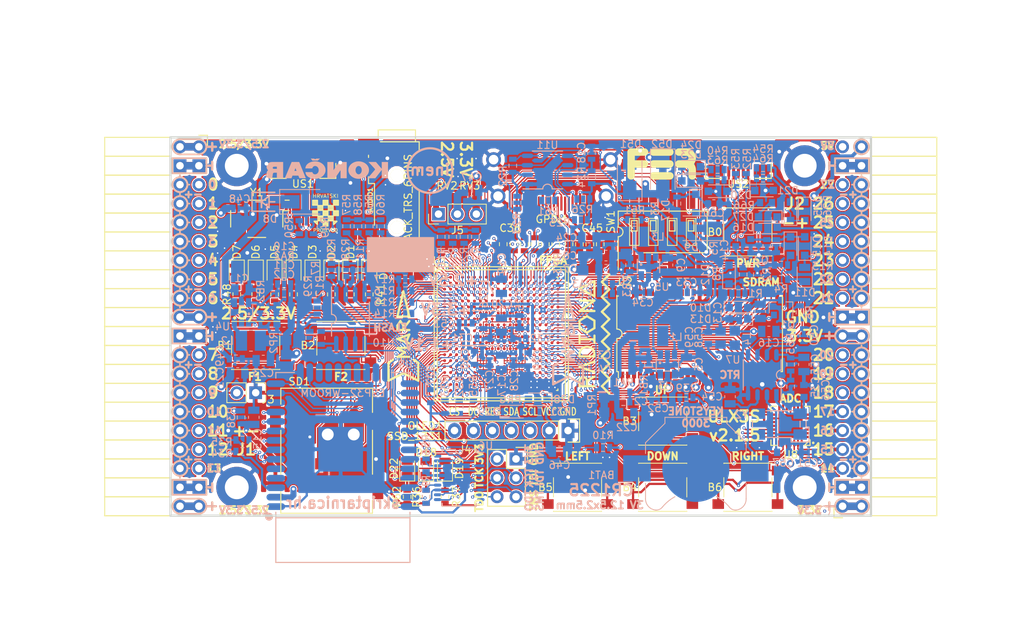
<source format=kicad_pcb>
(kicad_pcb (version 20171130) (host pcbnew 5.0.0+dfsg1-2)
  (layers (0 F.Cu signal) (1 In1.Cu signal) (2 In2.Cu signal) (31 B.Cu signal) (34 B.Paste user) (35 F.Paste user) (36 B.SilkS user) (37 F.SilkS user) (38 B.Mask user) (39 F.Mask user) (44 Edge.Cuts user))
  (net 0 "")
  (net 1 GND)
  (net 2 +5V)
  (net 3 /gpio/IN5V)
  (net 4 /gpio/OUT5V)
  (net 5 +3V3)
  (net 6 BTN_D)
  (net 7 BTN_F1)
  (net 8 BTN_F2)
  (net 9 BTN_L)
  (net 10 BTN_R)
  (net 11 BTN_U)
  (net 12 /power/FB1)
  (net 13 +2V5)
  (net 14 /power/PWREN)
  (net 15 /power/FB3)
  (net 16 /power/FB2)
  (net 17 /power/VBAT)
  (net 18 JTAG_TDI)
  (net 19 JTAG_TCK)
  (net 20 JTAG_TMS)
  (net 21 JTAG_TDO)
  (net 22 /power/WAKEUPn)
  (net 23 /power/WKUP)
  (net 24 /power/SHUT)
  (net 25 /power/WAKE)
  (net 26 /power/HOLD)
  (net 27 /power/WKn)
  (net 28 /power/OSCI_32k)
  (net 29 /power/OSCO_32k)
  (net 30 SHUTDOWN)
  (net 31 GPDI_SDA)
  (net 32 GPDI_SCL)
  (net 33 /gpdi/VREF2)
  (net 34 SD_CMD)
  (net 35 SD_CLK)
  (net 36 SD_D0)
  (net 37 SD_D1)
  (net 38 USB5V)
  (net 39 GPDI_CEC)
  (net 40 nRESET)
  (net 41 FTDI_nDTR)
  (net 42 SDRAM_CKE)
  (net 43 SDRAM_A7)
  (net 44 SDRAM_D15)
  (net 45 SDRAM_BA1)
  (net 46 SDRAM_D7)
  (net 47 SDRAM_A6)
  (net 48 SDRAM_CLK)
  (net 49 SDRAM_D13)
  (net 50 SDRAM_BA0)
  (net 51 SDRAM_D6)
  (net 52 SDRAM_A5)
  (net 53 SDRAM_D14)
  (net 54 SDRAM_A11)
  (net 55 SDRAM_D12)
  (net 56 SDRAM_D5)
  (net 57 SDRAM_A4)
  (net 58 SDRAM_A10)
  (net 59 SDRAM_D11)
  (net 60 SDRAM_A3)
  (net 61 SDRAM_D4)
  (net 62 SDRAM_D10)
  (net 63 SDRAM_D9)
  (net 64 SDRAM_A9)
  (net 65 SDRAM_D3)
  (net 66 SDRAM_D8)
  (net 67 SDRAM_A8)
  (net 68 SDRAM_A2)
  (net 69 SDRAM_A1)
  (net 70 SDRAM_A0)
  (net 71 SDRAM_D2)
  (net 72 SDRAM_D1)
  (net 73 SDRAM_D0)
  (net 74 SDRAM_DQM0)
  (net 75 SDRAM_nCS)
  (net 76 SDRAM_nRAS)
  (net 77 SDRAM_DQM1)
  (net 78 SDRAM_nCAS)
  (net 79 SDRAM_nWE)
  (net 80 /flash/FLASH_nWP)
  (net 81 /flash/FLASH_nHOLD)
  (net 82 /flash/FLASH_MOSI)
  (net 83 /flash/FLASH_MISO)
  (net 84 /flash/FLASH_SCK)
  (net 85 /flash/FLASH_nCS)
  (net 86 /flash/FPGA_PROGRAMN)
  (net 87 /flash/FPGA_DONE)
  (net 88 /flash/FPGA_INITN)
  (net 89 OLED_RES)
  (net 90 OLED_DC)
  (net 91 OLED_CS)
  (net 92 WIFI_EN)
  (net 93 FTDI_nRTS)
  (net 94 FTDI_TXD)
  (net 95 FTDI_RXD)
  (net 96 WIFI_RXD)
  (net 97 WIFI_GPIO0)
  (net 98 WIFI_TXD)
  (net 99 USB_FTDI_D+)
  (net 100 USB_FTDI_D-)
  (net 101 SD_D3)
  (net 102 AUDIO_L3)
  (net 103 AUDIO_L2)
  (net 104 AUDIO_L1)
  (net 105 AUDIO_L0)
  (net 106 AUDIO_R3)
  (net 107 AUDIO_R2)
  (net 108 AUDIO_R1)
  (net 109 AUDIO_R0)
  (net 110 OLED_CLK)
  (net 111 OLED_MOSI)
  (net 112 LED0)
  (net 113 LED1)
  (net 114 LED2)
  (net 115 LED3)
  (net 116 LED4)
  (net 117 LED5)
  (net 118 LED6)
  (net 119 LED7)
  (net 120 BTN_PWRn)
  (net 121 FTDI_nTXLED)
  (net 122 FTDI_nSLEEP)
  (net 123 /blinkey/LED_PWREN)
  (net 124 /blinkey/LED_TXLED)
  (net 125 /sdcard/SD3V3)
  (net 126 SD_D2)
  (net 127 CLK_25MHz)
  (net 128 /blinkey/BTNPUL)
  (net 129 /blinkey/BTNPUR)
  (net 130 USB_FPGA_D+)
  (net 131 /power/FTDI_nSUSPEND)
  (net 132 /blinkey/ALED0)
  (net 133 /blinkey/ALED1)
  (net 134 /blinkey/ALED2)
  (net 135 /blinkey/ALED3)
  (net 136 /blinkey/ALED4)
  (net 137 /blinkey/ALED5)
  (net 138 /blinkey/ALED6)
  (net 139 /blinkey/ALED7)
  (net 140 /usb/FTD-)
  (net 141 /usb/FTD+)
  (net 142 ADC_MISO)
  (net 143 ADC_MOSI)
  (net 144 ADC_CSn)
  (net 145 ADC_SCLK)
  (net 146 SW3)
  (net 147 SW2)
  (net 148 SW1)
  (net 149 USB_FPGA_D-)
  (net 150 /usb/FPD+)
  (net 151 /usb/FPD-)
  (net 152 WIFI_GPIO16)
  (net 153 /usb/ANT_433MHz)
  (net 154 PROG_DONE)
  (net 155 /power/P3V3)
  (net 156 /power/P2V5)
  (net 157 /power/L1)
  (net 158 /power/L3)
  (net 159 /power/L2)
  (net 160 FTDI_TXDEN)
  (net 161 SDRAM_A12)
  (net 162 /analog/AUDIO_V)
  (net 163 AUDIO_V3)
  (net 164 AUDIO_V2)
  (net 165 AUDIO_V1)
  (net 166 AUDIO_V0)
  (net 167 /blinkey/LED_WIFI)
  (net 168 /power/P1V1)
  (net 169 +1V1)
  (net 170 SW4)
  (net 171 /blinkey/SWPU)
  (net 172 /wifi/WIFIEN)
  (net 173 FT2V5)
  (net 174 GN0)
  (net 175 GP0)
  (net 176 GN1)
  (net 177 GP1)
  (net 178 GN2)
  (net 179 GP2)
  (net 180 GN3)
  (net 181 GP3)
  (net 182 GN4)
  (net 183 GP4)
  (net 184 GN5)
  (net 185 GP5)
  (net 186 GN6)
  (net 187 GP6)
  (net 188 GN14)
  (net 189 GP14)
  (net 190 GN15)
  (net 191 GP15)
  (net 192 GN16)
  (net 193 GP16)
  (net 194 GN17)
  (net 195 GP17)
  (net 196 GN18)
  (net 197 GP18)
  (net 198 GN19)
  (net 199 GP19)
  (net 200 GN20)
  (net 201 GP20)
  (net 202 GN21)
  (net 203 GP21)
  (net 204 GN22)
  (net 205 GP22)
  (net 206 GN23)
  (net 207 GP23)
  (net 208 GN24)
  (net 209 GP24)
  (net 210 GN25)
  (net 211 GP25)
  (net 212 GN26)
  (net 213 GP26)
  (net 214 GN27)
  (net 215 GP27)
  (net 216 GN7)
  (net 217 GP7)
  (net 218 GN8)
  (net 219 GP8)
  (net 220 GN9)
  (net 221 GP9)
  (net 222 GN10)
  (net 223 GP10)
  (net 224 GN11)
  (net 225 GP11)
  (net 226 GN12)
  (net 227 GP12)
  (net 228 GN13)
  (net 229 GP13)
  (net 230 WIFI_GPIO5)
  (net 231 WIFI_GPIO17)
  (net 232 USB_FPGA_PULL_D+)
  (net 233 USB_FPGA_PULL_D-)
  (net 234 "Net-(D23-Pad2)")
  (net 235 "Net-(D24-Pad1)")
  (net 236 "Net-(D25-Pad2)")
  (net 237 "Net-(D26-Pad1)")
  (net 238 /gpdi/GPDI_ETH+)
  (net 239 FPDI_ETH+)
  (net 240 /gpdi/GPDI_ETH-)
  (net 241 FPDI_ETH-)
  (net 242 /gpdi/GPDI_D2-)
  (net 243 FPDI_D2-)
  (net 244 /gpdi/GPDI_D1-)
  (net 245 FPDI_D1-)
  (net 246 /gpdi/GPDI_D0-)
  (net 247 FPDI_D0-)
  (net 248 /gpdi/GPDI_CLK-)
  (net 249 FPDI_CLK-)
  (net 250 /gpdi/GPDI_D2+)
  (net 251 FPDI_D2+)
  (net 252 /gpdi/GPDI_D1+)
  (net 253 FPDI_D1+)
  (net 254 /gpdi/GPDI_D0+)
  (net 255 FPDI_D0+)
  (net 256 /gpdi/GPDI_CLK+)
  (net 257 FPDI_CLK+)
  (net 258 FPDI_SDA)
  (net 259 FPDI_SCL)
  (net 260 /gpdi/FPDI_CEC)
  (net 261 2V5_3V3)
  (net 262 /usb/US2VBUS)
  (net 263 /power/SHD)
  (net 264 /power/RTCVDD)
  (net 265 "Net-(D27-Pad2)")
  (net 266 US2_ID)
  (net 267 /analog/AUDIO_L)
  (net 268 /analog/AUDIO_R)
  (net 269 /analog/ADC3V3)
  (net 270 PWRBTn)
  (net 271 USER_PROGRAMN)
  (module max1112x-tqfn28:MAX1112x-TQFN-28-1EP_5x5mm_Pitch0.5mm (layer F.Cu) (at 177.285 100.155 180)
    (fp_text reference U8 (at 0 -3.875 180) (layer F.SilkS))
    (fp_text value MAX11125 hide)
    (pad 29 smd rect (at -0.8125 -0.8125 180) (size 1.625 1.625) (layers F.Cu F.Paste F.Mask) (net 1 GND))
    (pad 29 smd rect (at -0.8125 0.8125 180) (size 1.625 1.625) (layers F.Cu F.Paste F.Mask) (net 1 GND))
    (pad 29 smd rect (at 0.8125 -0.8125 180) (size 1.625 1.625) (layers F.Cu F.Paste F.Mask) (net 1 GND))
    (pad 29 smd rect (at 0.8125 0.8125 180) (size 1.625 1.625) (layers F.Cu F.Paste F.Mask) (net 1 GND))
    (pad 28 smd oval (at -1.5 -2.34 270) (size 0.95 0.3) (layers F.Cu F.Paste F.Mask) (net 190 GN15))
    (pad 27 smd oval (at -1 -2.34 270) (size 0.95 0.3) (layers F.Cu F.Paste F.Mask) (net 189 GP14))
    (pad 26 smd oval (at -0.5 -2.34 270) (size 0.95 0.3) (layers F.Cu F.Paste F.Mask) (net 188 GN14))
    (pad 25 smd oval (at 0 -2.34 270) (size 0.95 0.3) (layers F.Cu F.Paste F.Mask))
    (pad 24 smd oval (at 0.5 -2.34 270) (size 0.95 0.3) (layers F.Cu F.Paste F.Mask) (net 142 ADC_MISO))
    (pad 23 smd oval (at 1 -2.34 270) (size 0.95 0.3) (layers F.Cu F.Paste F.Mask) (net 269 /analog/ADC3V3))
    (pad 22 smd oval (at 1.5 -2.34 270) (size 0.95 0.3) (layers F.Cu F.Paste F.Mask) (net 1 GND))
    (pad 21 smd oval (at 2.34 -1.5 180) (size 0.95 0.3) (layers F.Cu F.Paste F.Mask) (net 143 ADC_MOSI))
    (pad 20 smd oval (at 2.34 -1 180) (size 0.95 0.3) (layers F.Cu F.Paste F.Mask) (net 144 ADC_CSn))
    (pad 19 smd oval (at 2.34 -0.5 180) (size 0.95 0.3) (layers F.Cu F.Paste F.Mask) (net 145 ADC_SCLK))
    (pad 18 smd oval (at 2.34 0 180) (size 0.95 0.3) (layers F.Cu F.Paste F.Mask) (net 269 /analog/ADC3V3))
    (pad 17 smd oval (at 2.34 0.5 180) (size 0.95 0.3) (layers F.Cu F.Paste F.Mask) (net 269 /analog/ADC3V3))
    (pad 16 smd oval (at 2.34 1 180) (size 0.95 0.3) (layers F.Cu F.Paste F.Mask) (net 1 GND))
    (pad 15 smd oval (at 2.34 1.5 180) (size 0.95 0.3) (layers F.Cu F.Paste F.Mask) (net 269 /analog/ADC3V3))
    (pad 14 smd oval (at 1.5 2.34 270) (size 0.95 0.3) (layers F.Cu F.Paste F.Mask) (net 1 GND))
    (pad 13 smd oval (at 1 2.34 270) (size 0.95 0.3) (layers F.Cu F.Paste F.Mask) (net 1 GND))
    (pad 12 smd oval (at 0.5 2.34 270) (size 0.95 0.3) (layers F.Cu F.Paste F.Mask))
    (pad 11 smd oval (at 0 2.34 270) (size 0.95 0.3) (layers F.Cu F.Paste F.Mask) (net 1 GND))
    (pad 10 smd oval (at -0.5 2.34 270) (size 0.95 0.3) (layers F.Cu F.Paste F.Mask) (net 1 GND))
    (pad 9 smd oval (at -1 2.34 270) (size 0.95 0.3) (layers F.Cu F.Paste F.Mask) (net 1 GND))
    (pad 8 smd oval (at -1.5 2.34 270) (size 0.95 0.3) (layers F.Cu F.Paste F.Mask) (net 1 GND))
    (pad 7 smd oval (at -2.34 1.5 180) (size 0.95 0.3) (layers F.Cu F.Paste F.Mask) (net 1 GND))
    (pad 6 smd oval (at -2.34 1 180) (size 0.95 0.3) (layers F.Cu F.Paste F.Mask) (net 1 GND))
    (pad 5 smd oval (at -2.34 0.5 180) (size 0.95 0.3) (layers F.Cu F.Paste F.Mask) (net 195 GP17))
    (pad 4 smd oval (at -2.34 0 180) (size 0.95 0.3) (layers F.Cu F.Paste F.Mask) (net 194 GN17))
    (pad 3 smd oval (at -2.34 -0.5 180) (size 0.95 0.3) (layers F.Cu F.Paste F.Mask) (net 193 GP16))
    (pad 2 smd oval (at -2.34 -1 180) (size 0.95 0.3) (layers F.Cu F.Paste F.Mask) (net 192 GN16))
    (pad 1 smd rect (at -2.34 -1.5 180) (size 0.95 0.3) (layers F.Cu F.Paste F.Mask) (net 191 GP15))
  )
  (module dipswitch:SW_DIP_x4_W8.61mm_Slide_LowProfile (layer F.Cu) (at 160.14 74.12 90)
    (fp_text reference SW1 (at 1.379 -6.97 90) (layer F.SilkS))
    (fp_text value SW_DIP_x04 hide)
    (pad 8 smd rect (at 4.305 -3.81 90) (size 2.44 1.12) (layers F.Cu F.Paste F.Mask) (net 148 SW1))
    (pad 4 smd rect (at -4.305 3.81 90) (size 2.44 1.12) (layers F.Cu F.Paste F.Mask) (net 171 /blinkey/SWPU))
    (pad 7 smd rect (at 4.305 -1.27 90) (size 2.44 1.12) (layers F.Cu F.Paste F.Mask) (net 147 SW2))
    (pad 3 smd rect (at -4.305 1.27 90) (size 2.44 1.12) (layers F.Cu F.Paste F.Mask) (net 171 /blinkey/SWPU))
    (pad 6 smd rect (at 4.305 1.27 90) (size 2.44 1.12) (layers F.Cu F.Paste F.Mask) (net 146 SW3))
    (pad 2 smd rect (at -4.305 -1.27 90) (size 2.44 1.12) (layers F.Cu F.Paste F.Mask) (net 171 /blinkey/SWPU))
    (pad 5 smd rect (at 4.305 3.81 90) (size 2.44 1.12) (layers F.Cu F.Paste F.Mask) (net 170 SW4))
    (pad 1 smd rect (at -4.305 -3.81 90) (size 2.44 1.12) (layers F.Cu F.Paste F.Mask) (net 171 /blinkey/SWPU))
  )
  (module ft231x:FT231X-SSOP-20_4.4x6.5mm_Pitch0.65mm (layer B.Cu) (at 132.835 107.14 180)
    (fp_text reference U6 (at -3.556 4.318 180) (layer B.SilkS) (effects (justify mirror)))
    (fp_text value FT231XS hide)
    (pad 20 smd oval (at 2.9 2.925 180) (size 1 0.4) (layers B.Cu B.Paste B.Mask) (net 94 FTDI_TXD))
    (pad 19 smd oval (at 2.9 2.275 180) (size 1 0.4) (layers B.Cu B.Paste B.Mask) (net 122 FTDI_nSLEEP))
    (pad 18 smd oval (at 2.9 1.625 180) (size 1 0.4) (layers B.Cu B.Paste B.Mask) (net 160 FTDI_TXDEN))
    (pad 17 smd oval (at 2.9 0.975 180) (size 1 0.4) (layers B.Cu B.Paste B.Mask))
    (pad 16 smd oval (at 2.9 0.325 180) (size 1 0.4) (layers B.Cu B.Paste B.Mask) (net 1 GND))
    (pad 15 smd oval (at 2.9 -0.325 180) (size 1 0.4) (layers B.Cu B.Paste B.Mask) (net 38 USB5V))
    (pad 14 smd oval (at 2.9 -0.975 180) (size 1 0.4) (layers B.Cu B.Paste B.Mask) (net 40 nRESET))
    (pad 13 smd oval (at 2.9 -1.625 180) (size 1 0.4) (layers B.Cu B.Paste B.Mask) (net 173 FT2V5))
    (pad 12 smd oval (at 2.9 -2.275 180) (size 1 0.4) (layers B.Cu B.Paste B.Mask) (net 100 USB_FTDI_D-))
    (pad 11 smd oval (at 2.9 -2.925 180) (size 1 0.4) (layers B.Cu B.Paste B.Mask) (net 99 USB_FTDI_D+))
    (pad 10 smd oval (at -2.9 -2.925 180) (size 1 0.4) (layers B.Cu B.Paste B.Mask) (net 121 FTDI_nTXLED))
    (pad 9 smd oval (at -2.9 -2.275 180) (size 1 0.4) (layers B.Cu B.Paste B.Mask) (net 21 JTAG_TDO))
    (pad 8 smd oval (at -2.9 -1.625 180) (size 1 0.4) (layers B.Cu B.Paste B.Mask) (net 20 JTAG_TMS))
    (pad 7 smd oval (at -2.9 -0.975 180) (size 1 0.4) (layers B.Cu B.Paste B.Mask) (net 19 JTAG_TCK))
    (pad 6 smd oval (at -2.9 -0.325 180) (size 1 0.4) (layers B.Cu B.Paste B.Mask) (net 1 GND))
    (pad 5 smd oval (at -2.9 0.325 180) (size 1 0.4) (layers B.Cu B.Paste B.Mask) (net 18 JTAG_TDI))
    (pad 4 smd oval (at -2.9 0.975 180) (size 1 0.4) (layers B.Cu B.Paste B.Mask) (net 95 FTDI_RXD))
    (pad 3 smd oval (at -2.9 1.625 180) (size 1 0.4) (layers B.Cu B.Paste B.Mask) (net 173 FT2V5))
    (pad 2 smd oval (at -2.9 2.275 180) (size 1 0.4) (layers B.Cu B.Paste B.Mask) (net 93 FTDI_nRTS))
    (pad 1 smd rect (at -2.9 2.925 180) (size 1 0.4) (layers B.Cu B.Paste B.Mask) (net 41 FTDI_nDTR))
  )
  (module usb_otg:USB-MICRO-B-FCI-10118192-0001LF (layer F.Cu) (at 111.88 63.325 180)
    (fp_text reference US1 (at 0 -4.336 180) (layer F.SilkS))
    (fp_text value MICRO_USB hide)
    (pad 6 smd rect (at 3.8 0 180) (size 1.8 1.9) (layers F.Cu F.Paste F.Mask) (net 1 GND))
    (pad 6 smd rect (at -3.8 0 180) (size 1.8 1.9) (layers F.Cu F.Paste F.Mask) (net 1 GND))
    (pad 5 smd rect (at 1.3 -2.675 180) (size 0.4 1.35) (layers F.Cu F.Paste F.Mask) (net 1 GND))
    (pad 4 smd rect (at 0.65 -2.675 180) (size 0.4 1.35) (layers F.Cu F.Paste F.Mask))
    (pad 3 smd rect (at 0 -2.675 180) (size 0.4 1.35) (layers F.Cu F.Paste F.Mask) (net 141 /usb/FTD+))
    (pad 2 smd rect (at -0.65 -2.675 180) (size 0.4 1.35) (layers F.Cu F.Paste F.Mask) (net 140 /usb/FTD-))
    (pad 1 smd rect (at -1.3 -2.675 180) (size 0.4 1.35) (layers F.Cu F.Paste F.Mask) (net 38 USB5V))
    (pad 6 smd rect (at 1.2 0 180) (size 1.9 1.9) (layers F.Cu F.Paste F.Mask) (net 1 GND))
    (pad 6 smd rect (at -1.2 0 180) (size 1.9 1.9) (layers F.Cu F.Paste F.Mask) (net 1 GND))
    (pad 6 smd rect (at 3.1 -2.55 180) (size 2.1 1.6) (layers F.Cu F.Paste F.Mask) (net 1 GND))
    (pad 6 smd rect (at -3.1 -2.55 180) (size 2.1 1.6) (layers F.Cu F.Paste F.Mask) (net 1 GND))
  )
  (module audio-jack:CUI_SJ-43516-SMT (layer F.Cu) (at 124.468 69.518)
    (fp_text reference AUDIO1 (at -3.560502 0.28335 270) (layer F.SilkS) (effects (font (size 0.6096 0.6096) (thickness 0.1524))))
    (fp_text value JACK_TRS_6PINS (at 1.519498 0.28335 270) (layer F.SilkS))
    (pad 1 smd rect (at -3.8 -6.9 270) (size 2 2.8) (layers F.Cu F.Paste F.Mask) (net 1 GND))
    (pad 4 smd rect (at -3.8 -4.1 270) (size 2.2 2.8) (layers F.Cu F.Paste F.Mask) (net 162 /analog/AUDIO_V))
    (pad 2 smd rect (at -3.8 5.3 270) (size 2.8 2.8) (layers F.Cu F.Paste F.Mask) (net 267 /analog/AUDIO_L))
    (pad 5 smd rect (at 0.75 9.4 270) (size 2.8 2.8) (layers F.Cu F.Paste F.Mask))
    (pad 3 smd rect (at 3.8 -2.2 270) (size 2.2 2.8) (layers F.Cu F.Paste F.Mask) (net 268 /analog/AUDIO_R))
    (pad 6 smd rect (at 3.8 -5 270) (size 2 2.8) (layers F.Cu F.Paste F.Mask))
    (pad "" np_thru_hole circle (at 0 -3 270) (size 1.7 1.7) (drill 1.7) (layers *.Cu *.Mask F.SilkS) (clearance 0.4))
    (pad "" np_thru_hole circle (at 0 4 270) (size 1.7 1.7) (drill 1.7) (layers *.Cu *.Mask F.SilkS) (clearance 0.4))
  )
  (module conn-fci:CONN-10029449-111RLF (layer F.Cu) (at 145.296 69.312 180)
    (fp_text reference GPDI1 (at 0 -3.1115 180) (layer F.SilkS))
    (fp_text value GPDI-D hide)
    (pad 19 smd rect (at -4.25 -1 180) (size 0.3 1.9) (layers F.Cu F.Paste F.Mask) (net 240 /gpdi/GPDI_ETH-))
    (pad 18 smd rect (at -3.75 -1 180) (size 0.3 1.9) (layers F.Cu F.Paste F.Mask) (net 2 +5V))
    (pad 17 smd rect (at -3.25 -1 180) (size 0.3 1.9) (layers F.Cu F.Paste F.Mask) (net 1 GND))
    (pad 16 smd rect (at -2.75 -1 180) (size 0.3 1.9) (layers F.Cu F.Paste F.Mask) (net 31 GPDI_SDA))
    (pad 15 smd rect (at -2.25 -1 180) (size 0.3 1.9) (layers F.Cu F.Paste F.Mask) (net 32 GPDI_SCL))
    (pad 14 smd rect (at -1.75 -1 180) (size 0.3 1.9) (layers F.Cu F.Paste F.Mask) (net 238 /gpdi/GPDI_ETH+))
    (pad 13 smd rect (at -1.25 -1 180) (size 0.3 1.9) (layers F.Cu F.Paste F.Mask) (net 39 GPDI_CEC))
    (pad 12 smd rect (at -0.75 -1 180) (size 0.3 1.9) (layers F.Cu F.Paste F.Mask) (net 248 /gpdi/GPDI_CLK-))
    (pad 11 smd rect (at -0.25 -1 180) (size 0.3 1.9) (layers F.Cu F.Paste F.Mask) (net 1 GND))
    (pad 10 smd rect (at 0.25 -1 180) (size 0.3 1.9) (layers F.Cu F.Paste F.Mask) (net 256 /gpdi/GPDI_CLK+))
    (pad 9 smd rect (at 0.75 -1 180) (size 0.3 1.9) (layers F.Cu F.Paste F.Mask) (net 246 /gpdi/GPDI_D0-))
    (pad 8 smd rect (at 1.25 -1 180) (size 0.3 1.9) (layers F.Cu F.Paste F.Mask) (net 1 GND))
    (pad 7 smd rect (at 1.75 -1 180) (size 0.3 1.9) (layers F.Cu F.Paste F.Mask) (net 254 /gpdi/GPDI_D0+))
    (pad 6 smd rect (at 2.25 -1 180) (size 0.3 1.9) (layers F.Cu F.Paste F.Mask) (net 244 /gpdi/GPDI_D1-))
    (pad 5 smd rect (at 2.75 -1 180) (size 0.3 1.9) (layers F.Cu F.Paste F.Mask) (net 1 GND))
    (pad 4 smd rect (at 3.25 -1 180) (size 0.3 1.9) (layers F.Cu F.Paste F.Mask) (net 252 /gpdi/GPDI_D1+))
    (pad 3 smd rect (at 3.75 -1 180) (size 0.3 1.9) (layers F.Cu F.Paste F.Mask) (net 242 /gpdi/GPDI_D2-))
    (pad 2 smd rect (at 4.25 -1 180) (size 0.3 1.9) (layers F.Cu F.Paste F.Mask) (net 1 GND))
    (pad 1 smd rect (at 4.75 -1 180) (size 0.3 1.9) (layers F.Cu F.Paste F.Mask) (net 250 /gpdi/GPDI_D2+))
    (pad 0 thru_hole circle (at -7.25 0 180) (size 2 2) (drill 1.3) (layers *.Cu *.Mask F.Paste) (net 1 GND))
    (pad 0 thru_hole circle (at 7.25 0 180) (size 2 2) (drill 1.3) (layers *.Cu *.Mask F.Paste) (net 1 GND))
    (pad 0 thru_hole circle (at -7.85 4.9 180) (size 2 2) (drill 1.3) (layers *.Cu *.Mask F.Paste) (net 1 GND))
    (pad 0 thru_hole circle (at 7.85 4.9 180) (size 2 2) (drill 1.3) (layers *.Cu *.Mask F.Paste) (net 1 GND))
  )
  (module lfe5bg381:BGA-381_pitch0.8mm_dia0.4mm (layer F.Cu) (at 138.48 87.8)
    (fp_text reference U1 (at -8.2 -9.8) (layer F.SilkS))
    (fp_text value LFE5U-85F-6BG381C hide)
    (pad Y19 smd circle (at 6.8 7.6) (size 0.4 0.4) (layers F.Cu F.Paste F.Mask) (net 1 GND))
    (pad Y17 smd circle (at 5.2 7.6) (size 0.4 0.4) (layers F.Cu F.Paste F.Mask) (net 1 GND))
    (pad Y16 smd circle (at 4.4 7.6) (size 0.4 0.4) (layers F.Cu F.Paste F.Mask) (net 1 GND))
    (pad Y15 smd circle (at 3.6 7.6) (size 0.4 0.4) (layers F.Cu F.Paste F.Mask) (net 1 GND))
    (pad Y14 smd circle (at 2.8 7.6) (size 0.4 0.4) (layers F.Cu F.Paste F.Mask) (net 1 GND))
    (pad Y12 smd circle (at 1.2 7.6) (size 0.4 0.4) (layers F.Cu F.Paste F.Mask) (net 1 GND))
    (pad Y11 smd circle (at 0.4 7.6) (size 0.4 0.4) (layers F.Cu F.Paste F.Mask) (net 1 GND))
    (pad Y8 smd circle (at -2 7.6) (size 0.4 0.4) (layers F.Cu F.Paste F.Mask) (net 1 GND))
    (pad Y7 smd circle (at -2.8 7.6) (size 0.4 0.4) (layers F.Cu F.Paste F.Mask) (net 1 GND))
    (pad Y6 smd circle (at -3.6 7.6) (size 0.4 0.4) (layers F.Cu F.Paste F.Mask) (net 1 GND))
    (pad Y5 smd circle (at -4.4 7.6) (size 0.4 0.4) (layers F.Cu F.Paste F.Mask) (net 1 GND))
    (pad Y3 smd circle (at -6 7.6) (size 0.4 0.4) (layers F.Cu F.Paste F.Mask) (net 87 /flash/FPGA_DONE))
    (pad Y2 smd circle (at -6.8 7.6) (size 0.4 0.4) (layers F.Cu F.Paste F.Mask) (net 80 /flash/FLASH_nWP))
    (pad W20 smd circle (at 7.6 6.8) (size 0.4 0.4) (layers F.Cu F.Paste F.Mask) (net 1 GND))
    (pad W19 smd circle (at 6.8 6.8) (size 0.4 0.4) (layers F.Cu F.Paste F.Mask) (net 1 GND))
    (pad W18 smd circle (at 6 6.8) (size 0.4 0.4) (layers F.Cu F.Paste F.Mask))
    (pad W17 smd circle (at 5.2 6.8) (size 0.4 0.4) (layers F.Cu F.Paste F.Mask))
    (pad W16 smd circle (at 4.4 6.8) (size 0.4 0.4) (layers F.Cu F.Paste F.Mask) (net 1 GND))
    (pad W15 smd circle (at 3.6 6.8) (size 0.4 0.4) (layers F.Cu F.Paste F.Mask) (net 1 GND))
    (pad W14 smd circle (at 2.8 6.8) (size 0.4 0.4) (layers F.Cu F.Paste F.Mask))
    (pad W13 smd circle (at 2 6.8) (size 0.4 0.4) (layers F.Cu F.Paste F.Mask))
    (pad W12 smd circle (at 1.2 6.8) (size 0.4 0.4) (layers F.Cu F.Paste F.Mask) (net 1 GND))
    (pad W11 smd circle (at 0.4 6.8) (size 0.4 0.4) (layers F.Cu F.Paste F.Mask))
    (pad W10 smd circle (at -0.4 6.8) (size 0.4 0.4) (layers F.Cu F.Paste F.Mask))
    (pad W9 smd circle (at -1.2 6.8) (size 0.4 0.4) (layers F.Cu F.Paste F.Mask))
    (pad W8 smd circle (at -2 6.8) (size 0.4 0.4) (layers F.Cu F.Paste F.Mask))
    (pad W7 smd circle (at -2.8 6.8) (size 0.4 0.4) (layers F.Cu F.Paste F.Mask) (net 1 GND))
    (pad W6 smd circle (at -3.6 6.8) (size 0.4 0.4) (layers F.Cu F.Paste F.Mask) (net 1 GND))
    (pad W5 smd circle (at -4.4 6.8) (size 0.4 0.4) (layers F.Cu F.Paste F.Mask))
    (pad W4 smd circle (at -5.2 6.8) (size 0.4 0.4) (layers F.Cu F.Paste F.Mask))
    (pad W3 smd circle (at -6 6.8) (size 0.4 0.4) (layers F.Cu F.Paste F.Mask) (net 86 /flash/FPGA_PROGRAMN))
    (pad W2 smd circle (at -6.8 6.8) (size 0.4 0.4) (layers F.Cu F.Paste F.Mask) (net 82 /flash/FLASH_MOSI))
    (pad W1 smd circle (at -7.6 6.8) (size 0.4 0.4) (layers F.Cu F.Paste F.Mask) (net 81 /flash/FLASH_nHOLD))
    (pad V20 smd circle (at 7.6 6) (size 0.4 0.4) (layers F.Cu F.Paste F.Mask) (net 1 GND))
    (pad V19 smd circle (at 6.8 6) (size 0.4 0.4) (layers F.Cu F.Paste F.Mask) (net 1 GND))
    (pad V18 smd circle (at 6 6) (size 0.4 0.4) (layers F.Cu F.Paste F.Mask) (net 1 GND))
    (pad V17 smd circle (at 5.2 6) (size 0.4 0.4) (layers F.Cu F.Paste F.Mask) (net 1 GND))
    (pad V16 smd circle (at 4.4 6) (size 0.4 0.4) (layers F.Cu F.Paste F.Mask) (net 1 GND))
    (pad V15 smd circle (at 3.6 6) (size 0.4 0.4) (layers F.Cu F.Paste F.Mask) (net 1 GND))
    (pad V14 smd circle (at 2.8 6) (size 0.4 0.4) (layers F.Cu F.Paste F.Mask) (net 1 GND))
    (pad V13 smd circle (at 2 6) (size 0.4 0.4) (layers F.Cu F.Paste F.Mask) (net 1 GND))
    (pad V12 smd circle (at 1.2 6) (size 0.4 0.4) (layers F.Cu F.Paste F.Mask) (net 1 GND))
    (pad V11 smd circle (at 0.4 6) (size 0.4 0.4) (layers F.Cu F.Paste F.Mask) (net 1 GND))
    (pad V10 smd circle (at -0.4 6) (size 0.4 0.4) (layers F.Cu F.Paste F.Mask) (net 1 GND))
    (pad V9 smd circle (at -1.2 6) (size 0.4 0.4) (layers F.Cu F.Paste F.Mask) (net 1 GND))
    (pad V8 smd circle (at -2 6) (size 0.4 0.4) (layers F.Cu F.Paste F.Mask) (net 1 GND))
    (pad V7 smd circle (at -2.8 6) (size 0.4 0.4) (layers F.Cu F.Paste F.Mask) (net 1 GND))
    (pad V6 smd circle (at -3.6 6) (size 0.4 0.4) (layers F.Cu F.Paste F.Mask) (net 1 GND))
    (pad V5 smd circle (at -4.4 6) (size 0.4 0.4) (layers F.Cu F.Paste F.Mask) (net 1 GND))
    (pad V4 smd circle (at -5.2 6) (size 0.4 0.4) (layers F.Cu F.Paste F.Mask) (net 21 JTAG_TDO))
    (pad V3 smd circle (at -6 6) (size 0.4 0.4) (layers F.Cu F.Paste F.Mask) (net 88 /flash/FPGA_INITN))
    (pad V2 smd circle (at -6.8 6) (size 0.4 0.4) (layers F.Cu F.Paste F.Mask) (net 83 /flash/FLASH_MISO))
    (pad V1 smd circle (at -7.6 6) (size 0.4 0.4) (layers F.Cu F.Paste F.Mask) (net 6 BTN_D))
    (pad U20 smd circle (at 7.6 5.2) (size 0.4 0.4) (layers F.Cu F.Paste F.Mask) (net 46 SDRAM_D7))
    (pad U19 smd circle (at 6.8 5.2) (size 0.4 0.4) (layers F.Cu F.Paste F.Mask) (net 74 SDRAM_DQM0))
    (pad U18 smd circle (at 6 5.2) (size 0.4 0.4) (layers F.Cu F.Paste F.Mask) (net 189 GP14))
    (pad U17 smd circle (at 5.2 5.2) (size 0.4 0.4) (layers F.Cu F.Paste F.Mask) (net 188 GN14))
    (pad U16 smd circle (at 4.4 5.2) (size 0.4 0.4) (layers F.Cu F.Paste F.Mask) (net 142 ADC_MISO))
    (pad U15 smd circle (at 3.6 5.2) (size 0.4 0.4) (layers F.Cu F.Paste F.Mask) (net 1 GND))
    (pad U14 smd circle (at 2.8 5.2) (size 0.4 0.4) (layers F.Cu F.Paste F.Mask) (net 1 GND))
    (pad U13 smd circle (at 2 5.2) (size 0.4 0.4) (layers F.Cu F.Paste F.Mask) (net 1 GND))
    (pad U12 smd circle (at 1.2 5.2) (size 0.4 0.4) (layers F.Cu F.Paste F.Mask) (net 1 GND))
    (pad U11 smd circle (at 0.4 5.2) (size 0.4 0.4) (layers F.Cu F.Paste F.Mask) (net 1 GND))
    (pad U10 smd circle (at -0.4 5.2) (size 0.4 0.4) (layers F.Cu F.Paste F.Mask) (net 1 GND))
    (pad U9 smd circle (at -1.2 5.2) (size 0.4 0.4) (layers F.Cu F.Paste F.Mask) (net 1 GND))
    (pad U8 smd circle (at -2 5.2) (size 0.4 0.4) (layers F.Cu F.Paste F.Mask) (net 1 GND))
    (pad U7 smd circle (at -2.8 5.2) (size 0.4 0.4) (layers F.Cu F.Paste F.Mask) (net 1 GND))
    (pad U6 smd circle (at -3.6 5.2) (size 0.4 0.4) (layers F.Cu F.Paste F.Mask) (net 1 GND))
    (pad U5 smd circle (at -4.4 5.2) (size 0.4 0.4) (layers F.Cu F.Paste F.Mask) (net 20 JTAG_TMS))
    (pad U4 smd circle (at -5.2 5.2) (size 0.4 0.4) (layers F.Cu F.Paste F.Mask) (net 1 GND))
    (pad U3 smd circle (at -6 5.2) (size 0.4 0.4) (layers F.Cu F.Paste F.Mask) (net 84 /flash/FLASH_SCK))
    (pad U2 smd circle (at -6.8 5.2) (size 0.4 0.4) (layers F.Cu F.Paste F.Mask) (net 5 +3V3))
    (pad U1 smd circle (at -7.6 5.2) (size 0.4 0.4) (layers F.Cu F.Paste F.Mask) (net 9 BTN_L))
    (pad T20 smd circle (at 7.6 4.4) (size 0.4 0.4) (layers F.Cu F.Paste F.Mask) (net 79 SDRAM_nWE))
    (pad T19 smd circle (at 6.8 4.4) (size 0.4 0.4) (layers F.Cu F.Paste F.Mask) (net 78 SDRAM_nCAS))
    (pad T18 smd circle (at 6 4.4) (size 0.4 0.4) (layers F.Cu F.Paste F.Mask) (net 56 SDRAM_D5))
    (pad T17 smd circle (at 5.2 4.4) (size 0.4 0.4) (layers F.Cu F.Paste F.Mask) (net 51 SDRAM_D6))
    (pad T16 smd circle (at 4.4 4.4) (size 0.4 0.4) (layers F.Cu F.Paste F.Mask))
    (pad T15 smd circle (at 3.6 4.4) (size 0.4 0.4) (layers F.Cu F.Paste F.Mask) (net 1 GND))
    (pad T14 smd circle (at 2.8 4.4) (size 0.4 0.4) (layers F.Cu F.Paste F.Mask) (net 1 GND))
    (pad T13 smd circle (at 2 4.4) (size 0.4 0.4) (layers F.Cu F.Paste F.Mask) (net 1 GND))
    (pad T12 smd circle (at 1.2 4.4) (size 0.4 0.4) (layers F.Cu F.Paste F.Mask) (net 1 GND))
    (pad T11 smd circle (at 0.4 4.4) (size 0.4 0.4) (layers F.Cu F.Paste F.Mask) (net 1 GND))
    (pad T10 smd circle (at -0.4 4.4) (size 0.4 0.4) (layers F.Cu F.Paste F.Mask) (net 1 GND))
    (pad T9 smd circle (at -1.2 4.4) (size 0.4 0.4) (layers F.Cu F.Paste F.Mask) (net 1 GND))
    (pad T8 smd circle (at -2 4.4) (size 0.4 0.4) (layers F.Cu F.Paste F.Mask) (net 1 GND))
    (pad T7 smd circle (at -2.8 4.4) (size 0.4 0.4) (layers F.Cu F.Paste F.Mask) (net 1 GND))
    (pad T6 smd circle (at -3.6 4.4) (size 0.4 0.4) (layers F.Cu F.Paste F.Mask) (net 1 GND))
    (pad T5 smd circle (at -4.4 4.4) (size 0.4 0.4) (layers F.Cu F.Paste F.Mask) (net 19 JTAG_TCK))
    (pad T4 smd circle (at -5.2 4.4) (size 0.4 0.4) (layers F.Cu F.Paste F.Mask) (net 5 +3V3))
    (pad T3 smd circle (at -6 4.4) (size 0.4 0.4) (layers F.Cu F.Paste F.Mask) (net 5 +3V3))
    (pad T2 smd circle (at -6.8 4.4) (size 0.4 0.4) (layers F.Cu F.Paste F.Mask) (net 5 +3V3))
    (pad T1 smd circle (at -7.6 4.4) (size 0.4 0.4) (layers F.Cu F.Paste F.Mask) (net 8 BTN_F2))
    (pad R20 smd circle (at 7.6 3.6) (size 0.4 0.4) (layers F.Cu F.Paste F.Mask) (net 76 SDRAM_nRAS))
    (pad R19 smd circle (at 6.8 3.6) (size 0.4 0.4) (layers F.Cu F.Paste F.Mask) (net 1 GND))
    (pad R18 smd circle (at 6 3.6) (size 0.4 0.4) (layers F.Cu F.Paste F.Mask) (net 11 BTN_U))
    (pad R17 smd circle (at 5.2 3.6) (size 0.4 0.4) (layers F.Cu F.Paste F.Mask) (net 144 ADC_CSn))
    (pad R16 smd circle (at 4.4 3.6) (size 0.4 0.4) (layers F.Cu F.Paste F.Mask) (net 143 ADC_MOSI))
    (pad R5 smd circle (at -4.4 3.6) (size 0.4 0.4) (layers F.Cu F.Paste F.Mask) (net 18 JTAG_TDI))
    (pad R4 smd circle (at -5.2 3.6) (size 0.4 0.4) (layers F.Cu F.Paste F.Mask) (net 1 GND))
    (pad R3 smd circle (at -6 3.6) (size 0.4 0.4) (layers F.Cu F.Paste F.Mask))
    (pad R2 smd circle (at -6.8 3.6) (size 0.4 0.4) (layers F.Cu F.Paste F.Mask) (net 85 /flash/FLASH_nCS))
    (pad R1 smd circle (at -7.6 3.6) (size 0.4 0.4) (layers F.Cu F.Paste F.Mask) (net 7 BTN_F1))
    (pad P20 smd circle (at 7.6 2.8) (size 0.4 0.4) (layers F.Cu F.Paste F.Mask) (net 75 SDRAM_nCS))
    (pad P19 smd circle (at 6.8 2.8) (size 0.4 0.4) (layers F.Cu F.Paste F.Mask) (net 50 SDRAM_BA0))
    (pad P18 smd circle (at 6 2.8) (size 0.4 0.4) (layers F.Cu F.Paste F.Mask) (net 61 SDRAM_D4))
    (pad P17 smd circle (at 5.2 2.8) (size 0.4 0.4) (layers F.Cu F.Paste F.Mask) (net 145 ADC_SCLK))
    (pad P16 smd circle (at 4.4 2.8) (size 0.4 0.4) (layers F.Cu F.Paste F.Mask) (net 190 GN15))
    (pad P15 smd circle (at 3.6 2.8) (size 0.4 0.4) (layers F.Cu F.Paste F.Mask) (net 13 +2V5))
    (pad P14 smd circle (at 2.8 2.8) (size 0.4 0.4) (layers F.Cu F.Paste F.Mask) (net 1 GND))
    (pad P13 smd circle (at 2 2.8) (size 0.4 0.4) (layers F.Cu F.Paste F.Mask) (net 1 GND))
    (pad P12 smd circle (at 1.2 2.8) (size 0.4 0.4) (layers F.Cu F.Paste F.Mask) (net 1 GND))
    (pad P11 smd circle (at 0.4 2.8) (size 0.4 0.4) (layers F.Cu F.Paste F.Mask) (net 1 GND))
    (pad P10 smd circle (at -0.4 2.8) (size 0.4 0.4) (layers F.Cu F.Paste F.Mask) (net 5 +3V3))
    (pad P9 smd circle (at -1.2 2.8) (size 0.4 0.4) (layers F.Cu F.Paste F.Mask) (net 5 +3V3))
    (pad P8 smd circle (at -2 2.8) (size 0.4 0.4) (layers F.Cu F.Paste F.Mask) (net 1 GND))
    (pad P7 smd circle (at -2.8 2.8) (size 0.4 0.4) (layers F.Cu F.Paste F.Mask) (net 1 GND))
    (pad P6 smd circle (at -3.6 2.8) (size 0.4 0.4) (layers F.Cu F.Paste F.Mask) (net 13 +2V5))
    (pad P5 smd circle (at -4.4 2.8) (size 0.4 0.4) (layers F.Cu F.Paste F.Mask))
    (pad P4 smd circle (at -5.2 2.8) (size 0.4 0.4) (layers F.Cu F.Paste F.Mask) (net 110 OLED_CLK))
    (pad P3 smd circle (at -6 2.8) (size 0.4 0.4) (layers F.Cu F.Paste F.Mask) (net 111 OLED_MOSI))
    (pad P2 smd circle (at -6.8 2.8) (size 0.4 0.4) (layers F.Cu F.Paste F.Mask) (net 89 OLED_RES))
    (pad P1 smd circle (at -7.6 2.8) (size 0.4 0.4) (layers F.Cu F.Paste F.Mask) (net 90 OLED_DC))
    (pad N20 smd circle (at 7.6 2) (size 0.4 0.4) (layers F.Cu F.Paste F.Mask) (net 45 SDRAM_BA1))
    (pad N19 smd circle (at 6.8 2) (size 0.4 0.4) (layers F.Cu F.Paste F.Mask) (net 58 SDRAM_A10))
    (pad N18 smd circle (at 6 2) (size 0.4 0.4) (layers F.Cu F.Paste F.Mask) (net 65 SDRAM_D3))
    (pad N17 smd circle (at 5.2 2) (size 0.4 0.4) (layers F.Cu F.Paste F.Mask) (net 191 GP15))
    (pad N16 smd circle (at 4.4 2) (size 0.4 0.4) (layers F.Cu F.Paste F.Mask) (net 193 GP16))
    (pad N15 smd circle (at 3.6 2) (size 0.4 0.4) (layers F.Cu F.Paste F.Mask) (net 1 GND))
    (pad N14 smd circle (at 2.8 2) (size 0.4 0.4) (layers F.Cu F.Paste F.Mask) (net 1 GND))
    (pad N13 smd circle (at 2 2) (size 0.4 0.4) (layers F.Cu F.Paste F.Mask) (net 169 +1V1))
    (pad N12 smd circle (at 1.2 2) (size 0.4 0.4) (layers F.Cu F.Paste F.Mask) (net 169 +1V1))
    (pad N11 smd circle (at 0.4 2) (size 0.4 0.4) (layers F.Cu F.Paste F.Mask) (net 169 +1V1))
    (pad N10 smd circle (at -0.4 2) (size 0.4 0.4) (layers F.Cu F.Paste F.Mask) (net 169 +1V1))
    (pad N9 smd circle (at -1.2 2) (size 0.4 0.4) (layers F.Cu F.Paste F.Mask) (net 169 +1V1))
    (pad N8 smd circle (at -2 2) (size 0.4 0.4) (layers F.Cu F.Paste F.Mask) (net 169 +1V1))
    (pad N7 smd circle (at -2.8 2) (size 0.4 0.4) (layers F.Cu F.Paste F.Mask) (net 1 GND))
    (pad N6 smd circle (at -3.6 2) (size 0.4 0.4) (layers F.Cu F.Paste F.Mask) (net 1 GND))
    (pad N5 smd circle (at -4.4 2) (size 0.4 0.4) (layers F.Cu F.Paste F.Mask))
    (pad N4 smd circle (at -5.2 2) (size 0.4 0.4) (layers F.Cu F.Paste F.Mask) (net 230 WIFI_GPIO5))
    (pad N3 smd circle (at -6 2) (size 0.4 0.4) (layers F.Cu F.Paste F.Mask) (net 231 WIFI_GPIO17))
    (pad N2 smd circle (at -6.8 2) (size 0.4 0.4) (layers F.Cu F.Paste F.Mask) (net 91 OLED_CS))
    (pad N1 smd circle (at -7.6 2) (size 0.4 0.4) (layers F.Cu F.Paste F.Mask) (net 41 FTDI_nDTR))
    (pad M20 smd circle (at 7.6 1.2) (size 0.4 0.4) (layers F.Cu F.Paste F.Mask) (net 70 SDRAM_A0))
    (pad M19 smd circle (at 6.8 1.2) (size 0.4 0.4) (layers F.Cu F.Paste F.Mask) (net 69 SDRAM_A1))
    (pad M18 smd circle (at 6 1.2) (size 0.4 0.4) (layers F.Cu F.Paste F.Mask) (net 71 SDRAM_D2))
    (pad M17 smd circle (at 5.2 1.2) (size 0.4 0.4) (layers F.Cu F.Paste F.Mask) (net 192 GN16))
    (pad M16 smd circle (at 4.4 1.2) (size 0.4 0.4) (layers F.Cu F.Paste F.Mask) (net 1 GND))
    (pad M15 smd circle (at 3.6 1.2) (size 0.4 0.4) (layers F.Cu F.Paste F.Mask) (net 5 +3V3))
    (pad M14 smd circle (at 2.8 1.2) (size 0.4 0.4) (layers F.Cu F.Paste F.Mask) (net 1 GND))
    (pad M13 smd circle (at 2 1.2) (size 0.4 0.4) (layers F.Cu F.Paste F.Mask) (net 169 +1V1))
    (pad M12 smd circle (at 1.2 1.2) (size 0.4 0.4) (layers F.Cu F.Paste F.Mask) (net 1 GND))
    (pad M11 smd circle (at 0.4 1.2) (size 0.4 0.4) (layers F.Cu F.Paste F.Mask) (net 1 GND))
    (pad M10 smd circle (at -0.4 1.2) (size 0.4 0.4) (layers F.Cu F.Paste F.Mask) (net 1 GND))
    (pad M9 smd circle (at -1.2 1.2) (size 0.4 0.4) (layers F.Cu F.Paste F.Mask) (net 1 GND))
    (pad M8 smd circle (at -2 1.2) (size 0.4 0.4) (layers F.Cu F.Paste F.Mask) (net 169 +1V1))
    (pad M7 smd circle (at -2.8 1.2) (size 0.4 0.4) (layers F.Cu F.Paste F.Mask) (net 1 GND))
    (pad M6 smd circle (at -3.6 1.2) (size 0.4 0.4) (layers F.Cu F.Paste F.Mask) (net 5 +3V3))
    (pad M5 smd circle (at -4.4 1.2) (size 0.4 0.4) (layers F.Cu F.Paste F.Mask))
    (pad M4 smd circle (at -5.2 1.2) (size 0.4 0.4) (layers F.Cu F.Paste F.Mask) (net 271 USER_PROGRAMN))
    (pad M3 smd circle (at -6 1.2) (size 0.4 0.4) (layers F.Cu F.Paste F.Mask) (net 93 FTDI_nRTS))
    (pad M2 smd circle (at -6.8 1.2) (size 0.4 0.4) (layers F.Cu F.Paste F.Mask) (net 1 GND))
    (pad M1 smd circle (at -7.6 1.2) (size 0.4 0.4) (layers F.Cu F.Paste F.Mask) (net 94 FTDI_TXD))
    (pad L20 smd circle (at 7.6 0.4) (size 0.4 0.4) (layers F.Cu F.Paste F.Mask) (net 68 SDRAM_A2))
    (pad L19 smd circle (at 6.8 0.4) (size 0.4 0.4) (layers F.Cu F.Paste F.Mask) (net 60 SDRAM_A3))
    (pad L18 smd circle (at 6 0.4) (size 0.4 0.4) (layers F.Cu F.Paste F.Mask) (net 72 SDRAM_D1))
    (pad L17 smd circle (at 5.2 0.4) (size 0.4 0.4) (layers F.Cu F.Paste F.Mask) (net 194 GN17))
    (pad L16 smd circle (at 4.4 0.4) (size 0.4 0.4) (layers F.Cu F.Paste F.Mask) (net 195 GP17))
    (pad L15 smd circle (at 3.6 0.4) (size 0.4 0.4) (layers F.Cu F.Paste F.Mask) (net 5 +3V3))
    (pad L14 smd circle (at 2.8 0.4) (size 0.4 0.4) (layers F.Cu F.Paste F.Mask) (net 5 +3V3))
    (pad L13 smd circle (at 2 0.4) (size 0.4 0.4) (layers F.Cu F.Paste F.Mask) (net 169 +1V1))
    (pad L12 smd circle (at 1.2 0.4) (size 0.4 0.4) (layers F.Cu F.Paste F.Mask) (net 1 GND))
    (pad L11 smd circle (at 0.4 0.4) (size 0.4 0.4) (layers F.Cu F.Paste F.Mask) (net 1 GND))
    (pad L10 smd circle (at -0.4 0.4) (size 0.4 0.4) (layers F.Cu F.Paste F.Mask) (net 1 GND))
    (pad L9 smd circle (at -1.2 0.4) (size 0.4 0.4) (layers F.Cu F.Paste F.Mask) (net 1 GND))
    (pad L8 smd circle (at -2 0.4) (size 0.4 0.4) (layers F.Cu F.Paste F.Mask) (net 169 +1V1))
    (pad L7 smd circle (at -2.8 0.4) (size 0.4 0.4) (layers F.Cu F.Paste F.Mask) (net 5 +3V3))
    (pad L6 smd circle (at -3.6 0.4) (size 0.4 0.4) (layers F.Cu F.Paste F.Mask) (net 5 +3V3))
    (pad L5 smd circle (at -4.4 0.4) (size 0.4 0.4) (layers F.Cu F.Paste F.Mask))
    (pad L4 smd circle (at -5.2 0.4) (size 0.4 0.4) (layers F.Cu F.Paste F.Mask) (net 95 FTDI_RXD))
    (pad L3 smd circle (at -6 0.4) (size 0.4 0.4) (layers F.Cu F.Paste F.Mask) (net 160 FTDI_TXDEN))
    (pad L2 smd circle (at -6.8 0.4) (size 0.4 0.4) (layers F.Cu F.Paste F.Mask) (net 97 WIFI_GPIO0))
    (pad L1 smd circle (at -7.6 0.4) (size 0.4 0.4) (layers F.Cu F.Paste F.Mask) (net 152 WIFI_GPIO16))
    (pad K20 smd circle (at 7.6 -0.4) (size 0.4 0.4) (layers F.Cu F.Paste F.Mask) (net 57 SDRAM_A4))
    (pad K19 smd circle (at 6.8 -0.4) (size 0.4 0.4) (layers F.Cu F.Paste F.Mask) (net 52 SDRAM_A5))
    (pad K18 smd circle (at 6 -0.4) (size 0.4 0.4) (layers F.Cu F.Paste F.Mask) (net 47 SDRAM_A6))
    (pad K17 smd circle (at 5.2 -0.4) (size 0.4 0.4) (layers F.Cu F.Paste F.Mask))
    (pad K16 smd circle (at 4.4 -0.4) (size 0.4 0.4) (layers F.Cu F.Paste F.Mask))
    (pad K15 smd circle (at 3.6 -0.4) (size 0.4 0.4) (layers F.Cu F.Paste F.Mask) (net 1 GND))
    (pad K14 smd circle (at 2.8 -0.4) (size 0.4 0.4) (layers F.Cu F.Paste F.Mask) (net 1 GND))
    (pad K13 smd circle (at 2 -0.4) (size 0.4 0.4) (layers F.Cu F.Paste F.Mask) (net 169 +1V1))
    (pad K12 smd circle (at 1.2 -0.4) (size 0.4 0.4) (layers F.Cu F.Paste F.Mask) (net 1 GND))
    (pad K11 smd circle (at 0.4 -0.4) (size 0.4 0.4) (layers F.Cu F.Paste F.Mask) (net 1 GND))
    (pad K10 smd circle (at -0.4 -0.4) (size 0.4 0.4) (layers F.Cu F.Paste F.Mask) (net 1 GND))
    (pad K9 smd circle (at -1.2 -0.4) (size 0.4 0.4) (layers F.Cu F.Paste F.Mask) (net 1 GND))
    (pad K8 smd circle (at -2 -0.4) (size 0.4 0.4) (layers F.Cu F.Paste F.Mask) (net 169 +1V1))
    (pad K7 smd circle (at -2.8 -0.4) (size 0.4 0.4) (layers F.Cu F.Paste F.Mask) (net 1 GND))
    (pad K6 smd circle (at -3.6 -0.4) (size 0.4 0.4) (layers F.Cu F.Paste F.Mask) (net 1 GND))
    (pad K5 smd circle (at -4.4 -0.4) (size 0.4 0.4) (layers F.Cu F.Paste F.Mask))
    (pad K4 smd circle (at -5.2 -0.4) (size 0.4 0.4) (layers F.Cu F.Paste F.Mask) (net 98 WIFI_TXD))
    (pad K3 smd circle (at -6 -0.4) (size 0.4 0.4) (layers F.Cu F.Paste F.Mask) (net 96 WIFI_RXD))
    (pad K2 smd circle (at -6.8 -0.4) (size 0.4 0.4) (layers F.Cu F.Paste F.Mask) (net 101 SD_D3))
    (pad K1 smd circle (at -7.6 -0.4) (size 0.4 0.4) (layers F.Cu F.Paste F.Mask) (net 126 SD_D2))
    (pad J20 smd circle (at 7.6 -1.2) (size 0.4 0.4) (layers F.Cu F.Paste F.Mask) (net 43 SDRAM_A7))
    (pad J19 smd circle (at 6.8 -1.2) (size 0.4 0.4) (layers F.Cu F.Paste F.Mask) (net 67 SDRAM_A8))
    (pad J18 smd circle (at 6 -1.2) (size 0.4 0.4) (layers F.Cu F.Paste F.Mask) (net 53 SDRAM_D14))
    (pad J17 smd circle (at 5.2 -1.2) (size 0.4 0.4) (layers F.Cu F.Paste F.Mask) (net 44 SDRAM_D15))
    (pad J16 smd circle (at 4.4 -1.2) (size 0.4 0.4) (layers F.Cu F.Paste F.Mask) (net 73 SDRAM_D0))
    (pad J15 smd circle (at 3.6 -1.2) (size 0.4 0.4) (layers F.Cu F.Paste F.Mask) (net 5 +3V3))
    (pad J14 smd circle (at 2.8 -1.2) (size 0.4 0.4) (layers F.Cu F.Paste F.Mask) (net 1 GND))
    (pad J13 smd circle (at 2 -1.2) (size 0.4 0.4) (layers F.Cu F.Paste F.Mask) (net 169 +1V1))
    (pad J12 smd circle (at 1.2 -1.2) (size 0.4 0.4) (layers F.Cu F.Paste F.Mask) (net 1 GND))
    (pad J11 smd circle (at 0.4 -1.2) (size 0.4 0.4) (layers F.Cu F.Paste F.Mask) (net 1 GND))
    (pad J10 smd circle (at -0.4 -1.2) (size 0.4 0.4) (layers F.Cu F.Paste F.Mask) (net 1 GND))
    (pad J9 smd circle (at -1.2 -1.2) (size 0.4 0.4) (layers F.Cu F.Paste F.Mask) (net 1 GND))
    (pad J8 smd circle (at -2 -1.2) (size 0.4 0.4) (layers F.Cu F.Paste F.Mask) (net 169 +1V1))
    (pad J7 smd circle (at -2.8 -1.2) (size 0.4 0.4) (layers F.Cu F.Paste F.Mask) (net 1 GND))
    (pad J6 smd circle (at -3.6 -1.2) (size 0.4 0.4) (layers F.Cu F.Paste F.Mask) (net 261 2V5_3V3))
    (pad J5 smd circle (at -4.4 -1.2) (size 0.4 0.4) (layers F.Cu F.Paste F.Mask))
    (pad J4 smd circle (at -5.2 -1.2) (size 0.4 0.4) (layers F.Cu F.Paste F.Mask))
    (pad J3 smd circle (at -6 -1.2) (size 0.4 0.4) (layers F.Cu F.Paste F.Mask) (net 36 SD_D0))
    (pad J2 smd circle (at -6.8 -1.2) (size 0.4 0.4) (layers F.Cu F.Paste F.Mask) (net 1 GND))
    (pad J1 smd circle (at -7.6 -1.2) (size 0.4 0.4) (layers F.Cu F.Paste F.Mask) (net 34 SD_CMD))
    (pad H20 smd circle (at 7.6 -2) (size 0.4 0.4) (layers F.Cu F.Paste F.Mask) (net 64 SDRAM_A9))
    (pad H19 smd circle (at 6.8 -2) (size 0.4 0.4) (layers F.Cu F.Paste F.Mask) (net 1 GND))
    (pad H18 smd circle (at 6 -2) (size 0.4 0.4) (layers F.Cu F.Paste F.Mask) (net 197 GP18))
    (pad H17 smd circle (at 5.2 -2) (size 0.4 0.4) (layers F.Cu F.Paste F.Mask) (net 196 GN18))
    (pad H16 smd circle (at 4.4 -2) (size 0.4 0.4) (layers F.Cu F.Paste F.Mask) (net 10 BTN_R))
    (pad H15 smd circle (at 3.6 -2) (size 0.4 0.4) (layers F.Cu F.Paste F.Mask) (net 5 +3V3))
    (pad H14 smd circle (at 2.8 -2) (size 0.4 0.4) (layers F.Cu F.Paste F.Mask) (net 5 +3V3))
    (pad H13 smd circle (at 2 -2) (size 0.4 0.4) (layers F.Cu F.Paste F.Mask) (net 169 +1V1))
    (pad H12 smd circle (at 1.2 -2) (size 0.4 0.4) (layers F.Cu F.Paste F.Mask) (net 169 +1V1))
    (pad H11 smd circle (at 0.4 -2) (size 0.4 0.4) (layers F.Cu F.Paste F.Mask) (net 169 +1V1))
    (pad H10 smd circle (at -0.4 -2) (size 0.4 0.4) (layers F.Cu F.Paste F.Mask) (net 169 +1V1))
    (pad H9 smd circle (at -1.2 -2) (size 0.4 0.4) (layers F.Cu F.Paste F.Mask) (net 169 +1V1))
    (pad H8 smd circle (at -2 -2) (size 0.4 0.4) (layers F.Cu F.Paste F.Mask) (net 169 +1V1))
    (pad H7 smd circle (at -2.8 -2) (size 0.4 0.4) (layers F.Cu F.Paste F.Mask) (net 261 2V5_3V3))
    (pad H6 smd circle (at -3.6 -2) (size 0.4 0.4) (layers F.Cu F.Paste F.Mask) (net 261 2V5_3V3))
    (pad H5 smd circle (at -4.4 -2) (size 0.4 0.4) (layers F.Cu F.Paste F.Mask) (net 166 AUDIO_V0))
    (pad H4 smd circle (at -5.2 -2) (size 0.4 0.4) (layers F.Cu F.Paste F.Mask) (net 229 GP13))
    (pad H3 smd circle (at -6 -2) (size 0.4 0.4) (layers F.Cu F.Paste F.Mask) (net 119 LED7))
    (pad H2 smd circle (at -6.8 -2) (size 0.4 0.4) (layers F.Cu F.Paste F.Mask) (net 35 SD_CLK))
    (pad H1 smd circle (at -7.6 -2) (size 0.4 0.4) (layers F.Cu F.Paste F.Mask) (net 37 SD_D1))
    (pad G20 smd circle (at 7.6 -2.8) (size 0.4 0.4) (layers F.Cu F.Paste F.Mask) (net 54 SDRAM_A11))
    (pad G19 smd circle (at 6.8 -2.8) (size 0.4 0.4) (layers F.Cu F.Paste F.Mask) (net 161 SDRAM_A12))
    (pad G18 smd circle (at 6 -2.8) (size 0.4 0.4) (layers F.Cu F.Paste F.Mask) (net 198 GN19))
    (pad G17 smd circle (at 5.2 -2.8) (size 0.4 0.4) (layers F.Cu F.Paste F.Mask) (net 1 GND))
    (pad G16 smd circle (at 4.4 -2.8) (size 0.4 0.4) (layers F.Cu F.Paste F.Mask) (net 30 SHUTDOWN))
    (pad G15 smd circle (at 3.6 -2.8) (size 0.4 0.4) (layers F.Cu F.Paste F.Mask) (net 1 GND))
    (pad G14 smd circle (at 2.8 -2.8) (size 0.4 0.4) (layers F.Cu F.Paste F.Mask) (net 1 GND))
    (pad G13 smd circle (at 2 -2.8) (size 0.4 0.4) (layers F.Cu F.Paste F.Mask) (net 1 GND))
    (pad G12 smd circle (at 1.2 -2.8) (size 0.4 0.4) (layers F.Cu F.Paste F.Mask) (net 1 GND))
    (pad G11 smd circle (at 0.4 -2.8) (size 0.4 0.4) (layers F.Cu F.Paste F.Mask) (net 1 GND))
    (pad G10 smd circle (at -0.4 -2.8) (size 0.4 0.4) (layers F.Cu F.Paste F.Mask) (net 1 GND))
    (pad G9 smd circle (at -1.2 -2.8) (size 0.4 0.4) (layers F.Cu F.Paste F.Mask) (net 1 GND))
    (pad G8 smd circle (at -2 -2.8) (size 0.4 0.4) (layers F.Cu F.Paste F.Mask) (net 1 GND))
    (pad G7 smd circle (at -2.8 -2.8) (size 0.4 0.4) (layers F.Cu F.Paste F.Mask) (net 1 GND))
    (pad G6 smd circle (at -3.6 -2.8) (size 0.4 0.4) (layers F.Cu F.Paste F.Mask) (net 1 GND))
    (pad G5 smd circle (at -4.4 -2.8) (size 0.4 0.4) (layers F.Cu F.Paste F.Mask) (net 228 GN13))
    (pad G4 smd circle (at -5.2 -2.8) (size 0.4 0.4) (layers F.Cu F.Paste F.Mask) (net 1 GND))
    (pad G3 smd circle (at -6 -2.8) (size 0.4 0.4) (layers F.Cu F.Paste F.Mask) (net 227 GP12))
    (pad G2 smd circle (at -6.8 -2.8) (size 0.4 0.4) (layers F.Cu F.Paste F.Mask) (net 127 CLK_25MHz))
    (pad G1 smd circle (at -7.6 -2.8) (size 0.4 0.4) (layers F.Cu F.Paste F.Mask) (net 153 /usb/ANT_433MHz))
    (pad F20 smd circle (at 7.6 -3.6) (size 0.4 0.4) (layers F.Cu F.Paste F.Mask) (net 42 SDRAM_CKE))
    (pad F19 smd circle (at 6.8 -3.6) (size 0.4 0.4) (layers F.Cu F.Paste F.Mask) (net 48 SDRAM_CLK))
    (pad F18 smd circle (at 6 -3.6) (size 0.4 0.4) (layers F.Cu F.Paste F.Mask) (net 49 SDRAM_D13))
    (pad F17 smd circle (at 5.2 -3.6) (size 0.4 0.4) (layers F.Cu F.Paste F.Mask) (net 199 GP19))
    (pad F16 smd circle (at 4.4 -3.6) (size 0.4 0.4) (layers F.Cu F.Paste F.Mask) (net 149 USB_FPGA_D-))
    (pad F15 smd circle (at 3.6 -3.6) (size 0.4 0.4) (layers F.Cu F.Paste F.Mask) (net 13 +2V5))
    (pad F14 smd circle (at 2.8 -3.6) (size 0.4 0.4) (layers F.Cu F.Paste F.Mask) (net 1 GND))
    (pad F13 smd circle (at 2 -3.6) (size 0.4 0.4) (layers F.Cu F.Paste F.Mask) (net 1 GND))
    (pad F12 smd circle (at 1.2 -3.6) (size 0.4 0.4) (layers F.Cu F.Paste F.Mask) (net 5 +3V3))
    (pad F11 smd circle (at 0.4 -3.6) (size 0.4 0.4) (layers F.Cu F.Paste F.Mask) (net 5 +3V3))
    (pad F10 smd circle (at -0.4 -3.6) (size 0.4 0.4) (layers F.Cu F.Paste F.Mask) (net 261 2V5_3V3))
    (pad F9 smd circle (at -1.2 -3.6) (size 0.4 0.4) (layers F.Cu F.Paste F.Mask) (net 261 2V5_3V3))
    (pad F8 smd circle (at -2 -3.6) (size 0.4 0.4) (layers F.Cu F.Paste F.Mask) (net 1 GND))
    (pad F7 smd circle (at -2.8 -3.6) (size 0.4 0.4) (layers F.Cu F.Paste F.Mask) (net 1 GND))
    (pad F6 smd circle (at -3.6 -3.6) (size 0.4 0.4) (layers F.Cu F.Paste F.Mask) (net 13 +2V5))
    (pad F5 smd circle (at -4.4 -3.6) (size 0.4 0.4) (layers F.Cu F.Paste F.Mask) (net 164 AUDIO_V2))
    (pad F4 smd circle (at -5.2 -3.6) (size 0.4 0.4) (layers F.Cu F.Paste F.Mask) (net 225 GP11))
    (pad F3 smd circle (at -6 -3.6) (size 0.4 0.4) (layers F.Cu F.Paste F.Mask) (net 226 GN12))
    (pad F2 smd circle (at -6.8 -3.6) (size 0.4 0.4) (layers F.Cu F.Paste F.Mask) (net 165 AUDIO_V1))
    (pad F1 smd circle (at -7.6 -3.6) (size 0.4 0.4) (layers F.Cu F.Paste F.Mask) (net 92 WIFI_EN))
    (pad E20 smd circle (at 7.6 -4.4) (size 0.4 0.4) (layers F.Cu F.Paste F.Mask) (net 77 SDRAM_DQM1))
    (pad E19 smd circle (at 6.8 -4.4) (size 0.4 0.4) (layers F.Cu F.Paste F.Mask) (net 66 SDRAM_D8))
    (pad E18 smd circle (at 6 -4.4) (size 0.4 0.4) (layers F.Cu F.Paste F.Mask) (net 55 SDRAM_D12))
    (pad E17 smd circle (at 5.2 -4.4) (size 0.4 0.4) (layers F.Cu F.Paste F.Mask) (net 200 GN20))
    (pad E16 smd circle (at 4.4 -4.4) (size 0.4 0.4) (layers F.Cu F.Paste F.Mask) (net 130 USB_FPGA_D+))
    (pad E15 smd circle (at 3.6 -4.4) (size 0.4 0.4) (layers F.Cu F.Paste F.Mask) (net 149 USB_FPGA_D-))
    (pad E14 smd circle (at 2.8 -4.4) (size 0.4 0.4) (layers F.Cu F.Paste F.Mask) (net 210 GN25))
    (pad E13 smd circle (at 2 -4.4) (size 0.4 0.4) (layers F.Cu F.Paste F.Mask) (net 214 GN27))
    (pad E12 smd circle (at 1.2 -4.4) (size 0.4 0.4) (layers F.Cu F.Paste F.Mask) (net 259 FPDI_SCL))
    (pad E11 smd circle (at 0.4 -4.4) (size 0.4 0.4) (layers F.Cu F.Paste F.Mask))
    (pad E10 smd circle (at -0.4 -4.4) (size 0.4 0.4) (layers F.Cu F.Paste F.Mask))
    (pad E9 smd circle (at -1.2 -4.4) (size 0.4 0.4) (layers F.Cu F.Paste F.Mask))
    (pad E8 smd circle (at -2 -4.4) (size 0.4 0.4) (layers F.Cu F.Paste F.Mask) (net 148 SW1))
    (pad E7 smd circle (at -2.8 -4.4) (size 0.4 0.4) (layers F.Cu F.Paste F.Mask) (net 170 SW4))
    (pad E6 smd circle (at -3.6 -4.4) (size 0.4 0.4) (layers F.Cu F.Paste F.Mask))
    (pad E5 smd circle (at -4.4 -4.4) (size 0.4 0.4) (layers F.Cu F.Paste F.Mask) (net 163 AUDIO_V3))
    (pad E4 smd circle (at -5.2 -4.4) (size 0.4 0.4) (layers F.Cu F.Paste F.Mask) (net 105 AUDIO_L0))
    (pad E3 smd circle (at -6 -4.4) (size 0.4 0.4) (layers F.Cu F.Paste F.Mask) (net 224 GN11))
    (pad E2 smd circle (at -6.8 -4.4) (size 0.4 0.4) (layers F.Cu F.Paste F.Mask) (net 117 LED5))
    (pad E1 smd circle (at -7.6 -4.4) (size 0.4 0.4) (layers F.Cu F.Paste F.Mask) (net 118 LED6))
    (pad D20 smd circle (at 7.6 -5.2) (size 0.4 0.4) (layers F.Cu F.Paste F.Mask) (net 63 SDRAM_D9))
    (pad D19 smd circle (at 6.8 -5.2) (size 0.4 0.4) (layers F.Cu F.Paste F.Mask) (net 62 SDRAM_D10))
    (pad D18 smd circle (at 6 -5.2) (size 0.4 0.4) (layers F.Cu F.Paste F.Mask) (net 201 GP20))
    (pad D17 smd circle (at 5.2 -5.2) (size 0.4 0.4) (layers F.Cu F.Paste F.Mask) (net 202 GN21))
    (pad D16 smd circle (at 4.4 -5.2) (size 0.4 0.4) (layers F.Cu F.Paste F.Mask) (net 208 GN24))
    (pad D15 smd circle (at 3.6 -5.2) (size 0.4 0.4) (layers F.Cu F.Paste F.Mask) (net 130 USB_FPGA_D+))
    (pad D14 smd circle (at 2.8 -5.2) (size 0.4 0.4) (layers F.Cu F.Paste F.Mask) (net 211 GP25))
    (pad D13 smd circle (at 2 -5.2) (size 0.4 0.4) (layers F.Cu F.Paste F.Mask) (net 215 GP27))
    (pad D12 smd circle (at 1.2 -5.2) (size 0.4 0.4) (layers F.Cu F.Paste F.Mask))
    (pad D11 smd circle (at 0.4 -5.2) (size 0.4 0.4) (layers F.Cu F.Paste F.Mask))
    (pad D10 smd circle (at -0.4 -5.2) (size 0.4 0.4) (layers F.Cu F.Paste F.Mask))
    (pad D9 smd circle (at -1.2 -5.2) (size 0.4 0.4) (layers F.Cu F.Paste F.Mask))
    (pad D8 smd circle (at -2 -5.2) (size 0.4 0.4) (layers F.Cu F.Paste F.Mask) (net 147 SW2))
    (pad D7 smd circle (at -2.8 -5.2) (size 0.4 0.4) (layers F.Cu F.Paste F.Mask) (net 146 SW3))
    (pad D6 smd circle (at -3.6 -5.2) (size 0.4 0.4) (layers F.Cu F.Paste F.Mask) (net 120 BTN_PWRn))
    (pad D5 smd circle (at -4.4 -5.2) (size 0.4 0.4) (layers F.Cu F.Paste F.Mask) (net 107 AUDIO_R2))
    (pad D4 smd circle (at -5.2 -5.2) (size 0.4 0.4) (layers F.Cu F.Paste F.Mask) (net 1 GND))
    (pad D3 smd circle (at -6 -5.2) (size 0.4 0.4) (layers F.Cu F.Paste F.Mask) (net 104 AUDIO_L1))
    (pad D2 smd circle (at -6.8 -5.2) (size 0.4 0.4) (layers F.Cu F.Paste F.Mask) (net 115 LED3))
    (pad D1 smd circle (at -7.6 -5.2) (size 0.4 0.4) (layers F.Cu F.Paste F.Mask) (net 116 LED4))
    (pad C20 smd circle (at 7.6 -6) (size 0.4 0.4) (layers F.Cu F.Paste F.Mask) (net 59 SDRAM_D11))
    (pad C19 smd circle (at 6.8 -6) (size 0.4 0.4) (layers F.Cu F.Paste F.Mask) (net 1 GND))
    (pad C18 smd circle (at 6 -6) (size 0.4 0.4) (layers F.Cu F.Paste F.Mask) (net 203 GP21))
    (pad C17 smd circle (at 5.2 -6) (size 0.4 0.4) (layers F.Cu F.Paste F.Mask) (net 206 GN23))
    (pad C16 smd circle (at 4.4 -6) (size 0.4 0.4) (layers F.Cu F.Paste F.Mask) (net 209 GP24))
    (pad C15 smd circle (at 3.6 -6) (size 0.4 0.4) (layers F.Cu F.Paste F.Mask) (net 204 GN22))
    (pad C14 smd circle (at 2.8 -6) (size 0.4 0.4) (layers F.Cu F.Paste F.Mask) (net 245 FPDI_D1-))
    (pad C13 smd circle (at 2 -6) (size 0.4 0.4) (layers F.Cu F.Paste F.Mask) (net 212 GN26))
    (pad C12 smd circle (at 1.2 -6) (size 0.4 0.4) (layers F.Cu F.Paste F.Mask) (net 233 USB_FPGA_PULL_D-))
    (pad C11 smd circle (at 0.4 -6) (size 0.4 0.4) (layers F.Cu F.Paste F.Mask) (net 174 GN0))
    (pad C10 smd circle (at -0.4 -6) (size 0.4 0.4) (layers F.Cu F.Paste F.Mask) (net 180 GN3))
    (pad C9 smd circle (at -1.2 -6) (size 0.4 0.4) (layers F.Cu F.Paste F.Mask))
    (pad C8 smd circle (at -2 -6) (size 0.4 0.4) (layers F.Cu F.Paste F.Mask) (net 185 GP5))
    (pad C7 smd circle (at -2.8 -6) (size 0.4 0.4) (layers F.Cu F.Paste F.Mask) (net 186 GN6))
    (pad C6 smd circle (at -3.6 -6) (size 0.4 0.4) (layers F.Cu F.Paste F.Mask) (net 187 GP6))
    (pad C5 smd circle (at -4.4 -6) (size 0.4 0.4) (layers F.Cu F.Paste F.Mask) (net 106 AUDIO_R3))
    (pad C4 smd circle (at -5.2 -6) (size 0.4 0.4) (layers F.Cu F.Paste F.Mask) (net 223 GP10))
    (pad C3 smd circle (at -6 -6) (size 0.4 0.4) (layers F.Cu F.Paste F.Mask) (net 103 AUDIO_L2))
    (pad C2 smd circle (at -6.8 -6) (size 0.4 0.4) (layers F.Cu F.Paste F.Mask) (net 113 LED1))
    (pad C1 smd circle (at -7.6 -6) (size 0.4 0.4) (layers F.Cu F.Paste F.Mask) (net 114 LED2))
    (pad B20 smd circle (at 7.6 -6.8) (size 0.4 0.4) (layers F.Cu F.Paste F.Mask) (net 241 FPDI_ETH-))
    (pad B19 smd circle (at 6.8 -6.8) (size 0.4 0.4) (layers F.Cu F.Paste F.Mask) (net 258 FPDI_SDA))
    (pad B18 smd circle (at 6 -6.8) (size 0.4 0.4) (layers F.Cu F.Paste F.Mask) (net 249 FPDI_CLK-))
    (pad B17 smd circle (at 5.2 -6.8) (size 0.4 0.4) (layers F.Cu F.Paste F.Mask) (net 207 GP23))
    (pad B16 smd circle (at 4.4 -6.8) (size 0.4 0.4) (layers F.Cu F.Paste F.Mask) (net 247 FPDI_D0-))
    (pad B15 smd circle (at 3.6 -6.8) (size 0.4 0.4) (layers F.Cu F.Paste F.Mask) (net 205 GP22))
    (pad B14 smd circle (at 2.8 -6.8) (size 0.4 0.4) (layers F.Cu F.Paste F.Mask) (net 1 GND))
    (pad B13 smd circle (at 2 -6.8) (size 0.4 0.4) (layers F.Cu F.Paste F.Mask) (net 213 GP26))
    (pad B12 smd circle (at 1.2 -6.8) (size 0.4 0.4) (layers F.Cu F.Paste F.Mask) (net 232 USB_FPGA_PULL_D+))
    (pad B11 smd circle (at 0.4 -6.8) (size 0.4 0.4) (layers F.Cu F.Paste F.Mask) (net 175 GP0))
    (pad B10 smd circle (at -0.4 -6.8) (size 0.4 0.4) (layers F.Cu F.Paste F.Mask) (net 178 GN2))
    (pad B9 smd circle (at -1.2 -6.8) (size 0.4 0.4) (layers F.Cu F.Paste F.Mask) (net 181 GP3))
    (pad B8 smd circle (at -2 -6.8) (size 0.4 0.4) (layers F.Cu F.Paste F.Mask) (net 184 GN5))
    (pad B7 smd circle (at -2.8 -6.8) (size 0.4 0.4) (layers F.Cu F.Paste F.Mask) (net 1 GND))
    (pad B6 smd circle (at -3.6 -6.8) (size 0.4 0.4) (layers F.Cu F.Paste F.Mask) (net 216 GN7))
    (pad B5 smd circle (at -4.4 -6.8) (size 0.4 0.4) (layers F.Cu F.Paste F.Mask) (net 108 AUDIO_R1))
    (pad B4 smd circle (at -5.2 -6.8) (size 0.4 0.4) (layers F.Cu F.Paste F.Mask) (net 222 GN10))
    (pad B3 smd circle (at -6 -6.8) (size 0.4 0.4) (layers F.Cu F.Paste F.Mask) (net 102 AUDIO_L3))
    (pad B2 smd circle (at -6.8 -6.8) (size 0.4 0.4) (layers F.Cu F.Paste F.Mask) (net 112 LED0))
    (pad B1 smd circle (at -7.6 -6.8) (size 0.4 0.4) (layers F.Cu F.Paste F.Mask) (net 220 GN9))
    (pad A19 smd circle (at 6.8 -7.6) (size 0.4 0.4) (layers F.Cu F.Paste F.Mask) (net 239 FPDI_ETH+))
    (pad A18 smd circle (at 6 -7.6) (size 0.4 0.4) (layers F.Cu F.Paste F.Mask) (net 260 /gpdi/FPDI_CEC))
    (pad A17 smd circle (at 5.2 -7.6) (size 0.4 0.4) (layers F.Cu F.Paste F.Mask) (net 257 FPDI_CLK+))
    (pad A16 smd circle (at 4.4 -7.6) (size 0.4 0.4) (layers F.Cu F.Paste F.Mask) (net 255 FPDI_D0+))
    (pad A15 smd circle (at 3.6 -7.6) (size 0.4 0.4) (layers F.Cu F.Paste F.Mask))
    (pad A14 smd circle (at 2.8 -7.6) (size 0.4 0.4) (layers F.Cu F.Paste F.Mask) (net 253 FPDI_D1+))
    (pad A13 smd circle (at 2 -7.6) (size 0.4 0.4) (layers F.Cu F.Paste F.Mask) (net 243 FPDI_D2-))
    (pad A12 smd circle (at 1.2 -7.6) (size 0.4 0.4) (layers F.Cu F.Paste F.Mask) (net 251 FPDI_D2+))
    (pad A11 smd circle (at 0.4 -7.6) (size 0.4 0.4) (layers F.Cu F.Paste F.Mask) (net 176 GN1))
    (pad A10 smd circle (at -0.4 -7.6) (size 0.4 0.4) (layers F.Cu F.Paste F.Mask) (net 177 GP1))
    (pad A9 smd circle (at -1.2 -7.6) (size 0.4 0.4) (layers F.Cu F.Paste F.Mask) (net 179 GP2))
    (pad A8 smd circle (at -2 -7.6) (size 0.4 0.4) (layers F.Cu F.Paste F.Mask) (net 182 GN4))
    (pad A7 smd circle (at -2.8 -7.6) (size 0.4 0.4) (layers F.Cu F.Paste F.Mask) (net 183 GP4))
    (pad A6 smd circle (at -3.6 -7.6) (size 0.4 0.4) (layers F.Cu F.Paste F.Mask) (net 217 GP7))
    (pad A5 smd circle (at -4.4 -7.6) (size 0.4 0.4) (layers F.Cu F.Paste F.Mask) (net 218 GN8))
    (pad A4 smd circle (at -5.2 -7.6) (size 0.4 0.4) (layers F.Cu F.Paste F.Mask) (net 219 GP8))
    (pad A3 smd circle (at -6 -7.6) (size 0.4 0.4) (layers F.Cu F.Paste F.Mask) (net 109 AUDIO_R0))
    (pad A2 smd circle (at -6.8 -7.6) (size 0.4 0.4) (layers F.Cu F.Paste F.Mask) (net 221 GP9))
  )
  (module Keystone_3000_1x12mm-CoinCell:Keystone_3000_1x12mm-CoinCell (layer B.Cu) (at 164.585 105.87 90)
    (fp_text reference BAT1 (at -0.907 -12.685 180) (layer B.SilkS) (effects (justify mirror)))
    (fp_text value CR1225 hide)
    (pad 1 smd rect (at 0 7.9 180) (size 3.7 3.5) (layers B.Cu B.Paste B.Mask) (net 17 /power/VBAT) (clearance 0.7))
    (pad 1 smd rect (at 0 -7.9 180) (size 3.7 3.5) (layers B.Cu B.Paste B.Mask) (net 17 /power/VBAT) (clearance 0.7))
    (pad 2 smd circle (at 0 0 180) (size 9 9) (layers B.Cu B.Mask) (net 1 GND))
  )
  (module abs25:Crystal_SMD_ABS25 (layer B.Cu) (at 175.776 99.922 180)
    (fp_text reference Y2 (at 5.08 1.273 180) (layer B.SilkS) (effects (justify mirror)))
    (fp_text value 32768Hz hide)
    (pad 4 smd rect (at -2.8 1.4 180) (size 1.8 1.4) (layers B.Cu B.Paste B.Mask) (net 28 /power/OSCI_32k))
    (pad 3 smd rect (at 2.8 1.4 180) (size 1.8 1.4) (layers B.Cu B.Paste B.Mask))
    (pad 2 smd rect (at 2.8 -1.4 180) (size 1.8 1.4) (layers B.Cu B.Paste B.Mask))
    (pad 1 smd rect (at -2.8 -1.4 180) (size 1.8 1.4) (layers B.Cu B.Paste B.Mask) (net 29 /power/OSCO_32k))
  )
  (module micro-sd-schd3a0100:SCHD3A100 (layer F.Cu) (at 115.05 103.5 270)
    (fp_text reference SD1 (at -9.296 3.663 180) (layer F.SilkS))
    (fp_text value SCHD3A0100 hide)
    (pad 1 smd rect (at 1.75 -3.2) (size 0.7 1.5) (layers F.Cu F.Paste F.Mask) (net 126 SD_D2))
    (pad 2 smd rect (at 1.75 -2.1) (size 0.7 1.5) (layers F.Cu F.Paste F.Mask) (net 101 SD_D3))
    (pad 3 smd rect (at 1.75 -1) (size 0.7 1.5) (layers F.Cu F.Paste F.Mask) (net 34 SD_CMD))
    (pad 4 smd rect (at 1.75 0.1) (size 0.7 1.5) (layers F.Cu F.Paste F.Mask) (net 125 /sdcard/SD3V3))
    (pad 5 smd rect (at 1.75 1.2) (size 0.7 1.5) (layers F.Cu F.Paste F.Mask) (net 35 SD_CLK))
    (pad 6 smd rect (at 1.75 2.3) (size 0.7 1.5) (layers F.Cu F.Paste F.Mask) (net 1 GND))
    (pad 7 smd rect (at 1.75 3.4) (size 0.7 1.5) (layers F.Cu F.Paste F.Mask) (net 36 SD_D0))
    (pad 8 smd rect (at 1.75 4.5) (size 0.7 1.5) (layers F.Cu F.Paste F.Mask) (net 37 SD_D1))
    (pad 10 smd rect (at 6.05 -6.875) (size 1.45 0.9) (layers F.Cu F.Paste F.Mask) (net 1 GND))
    (pad 11 smd rect (at -5.65 6.875 90) (size 0.9 1.45) (layers F.Cu F.Paste F.Mask) (net 1 GND))
    (pad 9 smd rect (at 4.35 6.875) (size 1.45 2) (layers F.Cu F.Paste F.Mask) (net 1 GND))
    (pad 9 smd rect (at 4.35 -6.875) (size 1.45 2) (layers F.Cu F.Paste F.Mask) (net 1 GND))
    (pad 9 smd rect (at -3.95 -6.875) (size 1.45 2) (layers F.Cu F.Paste F.Mask) (net 1 GND))
    (pad 9 smd rect (at -3.95 6.875) (size 1.45 2) (layers F.Cu F.Paste F.Mask) (net 1 GND))
  )
  (module oscxo:Crystal_SMD_7050_4Pads (layer F.Cu) (at 105.672 72.36 180)
    (fp_text reference Y1 (at 0 3.556 180) (layer F.SilkS))
    (fp_text value FNETHE025 hide)
    (pad 1 smd rect (at -2.54 2.2 180) (size 2.2 1.8) (layers F.Cu F.Paste F.Mask) (net 5 +3V3))
    (pad 2 smd rect (at 2.54 2.2 180) (size 2.2 1.8) (layers F.Cu F.Paste F.Mask) (net 1 GND))
    (pad 3 smd rect (at 2.54 -2.2 180) (size 2.2 1.8) (layers F.Cu F.Paste F.Mask) (net 127 CLK_25MHz))
    (pad 4 smd rect (at -2.54 -2.2 180) (size 2.2 1.8) (layers F.Cu F.Paste F.Mask) (net 5 +3V3))
  )
  (module TSOP54:TSOP54 (layer F.Cu) (at 165.093 87.8 90)
    (fp_text reference U2 (at 6.98 -9.993 180) (layer F.SilkS))
    (fp_text value MT48LC16M16A2TG hide)
    (pad 28 smd rect (at 5.53 10.4 90) (size 0.9 0.56) (layers F.Cu F.Paste F.Mask) (net 1 GND))
    (pad 1 smd rect (at -5.53 -10.4 90) (size 0.9 0.56) (layers F.Cu F.Paste F.Mask) (net 5 +3V3))
    (pad 2 smd rect (at -5.53 -9.6 90) (size 0.9 0.56) (layers F.Cu F.Paste F.Mask) (net 73 SDRAM_D0))
    (pad 3 smd rect (at -5.53 -8.8 90) (size 0.9 0.56) (layers F.Cu F.Paste F.Mask) (net 5 +3V3))
    (pad 4 smd rect (at -5.53 -8 90) (size 0.9 0.56) (layers F.Cu F.Paste F.Mask) (net 72 SDRAM_D1))
    (pad 5 smd rect (at -5.53 -7.2 90) (size 0.9 0.56) (layers F.Cu F.Paste F.Mask) (net 71 SDRAM_D2))
    (pad 6 smd rect (at -5.53 -6.4 90) (size 0.9 0.56) (layers F.Cu F.Paste F.Mask) (net 1 GND))
    (pad 7 smd rect (at -5.53 -5.6 90) (size 0.9 0.56) (layers F.Cu F.Paste F.Mask) (net 65 SDRAM_D3))
    (pad 8 smd rect (at -5.53 -4.8 90) (size 0.9 0.56) (layers F.Cu F.Paste F.Mask) (net 61 SDRAM_D4))
    (pad 9 smd rect (at -5.53 -4 90) (size 0.9 0.56) (layers F.Cu F.Paste F.Mask) (net 5 +3V3))
    (pad 10 smd rect (at -5.53 -3.2 90) (size 0.9 0.56) (layers F.Cu F.Paste F.Mask) (net 56 SDRAM_D5))
    (pad 11 smd rect (at -5.53 -2.4 90) (size 0.9 0.56) (layers F.Cu F.Paste F.Mask) (net 51 SDRAM_D6))
    (pad 12 smd rect (at -5.53 -1.6 90) (size 0.9 0.56) (layers F.Cu F.Paste F.Mask) (net 1 GND))
    (pad 13 smd rect (at -5.53 -0.8 90) (size 0.9 0.56) (layers F.Cu F.Paste F.Mask) (net 46 SDRAM_D7))
    (pad 14 smd rect (at -5.53 0 90) (size 0.9 0.56) (layers F.Cu F.Paste F.Mask) (net 5 +3V3))
    (pad 15 smd rect (at -5.53 0.8 90) (size 0.9 0.56) (layers F.Cu F.Paste F.Mask) (net 74 SDRAM_DQM0))
    (pad 16 smd rect (at -5.53 1.6 90) (size 0.9 0.56) (layers F.Cu F.Paste F.Mask) (net 79 SDRAM_nWE))
    (pad 17 smd rect (at -5.53 2.4 90) (size 0.9 0.56) (layers F.Cu F.Paste F.Mask) (net 78 SDRAM_nCAS))
    (pad 18 smd rect (at -5.53 3.2 90) (size 0.9 0.56) (layers F.Cu F.Paste F.Mask) (net 76 SDRAM_nRAS))
    (pad 19 smd rect (at -5.53 4 90) (size 0.9 0.56) (layers F.Cu F.Paste F.Mask) (net 75 SDRAM_nCS))
    (pad 20 smd rect (at -5.53 4.8 90) (size 0.9 0.56) (layers F.Cu F.Paste F.Mask) (net 50 SDRAM_BA0))
    (pad 21 smd rect (at -5.53 5.6 90) (size 0.9 0.56) (layers F.Cu F.Paste F.Mask) (net 45 SDRAM_BA1))
    (pad 22 smd rect (at -5.53 6.4 90) (size 0.9 0.56) (layers F.Cu F.Paste F.Mask) (net 58 SDRAM_A10))
    (pad 23 smd rect (at -5.53 7.2 90) (size 0.9 0.56) (layers F.Cu F.Paste F.Mask) (net 70 SDRAM_A0))
    (pad 24 smd rect (at -5.53 8 90) (size 0.9 0.56) (layers F.Cu F.Paste F.Mask) (net 69 SDRAM_A1))
    (pad 25 smd rect (at -5.53 8.8 90) (size 0.9 0.56) (layers F.Cu F.Paste F.Mask) (net 68 SDRAM_A2))
    (pad 26 smd rect (at -5.53 9.6 90) (size 0.9 0.56) (layers F.Cu F.Paste F.Mask) (net 60 SDRAM_A3))
    (pad 27 smd rect (at -5.53 10.4 90) (size 0.9 0.56) (layers F.Cu F.Paste F.Mask) (net 5 +3V3))
    (pad 29 smd rect (at 5.53 9.6 90) (size 0.9 0.56) (layers F.Cu F.Paste F.Mask) (net 57 SDRAM_A4))
    (pad 30 smd rect (at 5.53 8.8 90) (size 0.9 0.56) (layers F.Cu F.Paste F.Mask) (net 52 SDRAM_A5))
    (pad 31 smd rect (at 5.53 8 90) (size 0.9 0.56) (layers F.Cu F.Paste F.Mask) (net 47 SDRAM_A6))
    (pad 32 smd rect (at 5.53 7.2 90) (size 0.9 0.56) (layers F.Cu F.Paste F.Mask) (net 43 SDRAM_A7))
    (pad 33 smd rect (at 5.53 6.4 90) (size 0.9 0.56) (layers F.Cu F.Paste F.Mask) (net 67 SDRAM_A8))
    (pad 34 smd rect (at 5.53 5.6 90) (size 0.9 0.56) (layers F.Cu F.Paste F.Mask) (net 64 SDRAM_A9))
    (pad 35 smd rect (at 5.53 4.8 90) (size 0.9 0.56) (layers F.Cu F.Paste F.Mask) (net 54 SDRAM_A11))
    (pad 36 smd rect (at 5.53 4 90) (size 0.9 0.56) (layers F.Cu F.Paste F.Mask) (net 161 SDRAM_A12))
    (pad 37 smd rect (at 5.53 3.2 90) (size 0.9 0.56) (layers F.Cu F.Paste F.Mask) (net 42 SDRAM_CKE))
    (pad 38 smd rect (at 5.53 2.4 90) (size 0.9 0.56) (layers F.Cu F.Paste F.Mask) (net 48 SDRAM_CLK))
    (pad 39 smd rect (at 5.53 1.6 90) (size 0.9 0.56) (layers F.Cu F.Paste F.Mask) (net 77 SDRAM_DQM1))
    (pad 40 smd rect (at 5.53 0.8 90) (size 0.9 0.56) (layers F.Cu F.Paste F.Mask))
    (pad 41 smd rect (at 5.53 0 90) (size 0.9 0.56) (layers F.Cu F.Paste F.Mask) (net 1 GND))
    (pad 42 smd rect (at 5.53 -0.8 90) (size 0.9 0.56) (layers F.Cu F.Paste F.Mask) (net 66 SDRAM_D8))
    (pad 43 smd rect (at 5.53 -1.6 90) (size 0.9 0.56) (layers F.Cu F.Paste F.Mask) (net 5 +3V3))
    (pad 44 smd rect (at 5.53 -2.4 90) (size 0.9 0.56) (layers F.Cu F.Paste F.Mask) (net 63 SDRAM_D9))
    (pad 45 smd rect (at 5.53 -3.2 90) (size 0.9 0.56) (layers F.Cu F.Paste F.Mask) (net 62 SDRAM_D10))
    (pad 46 smd rect (at 5.53 -4 90) (size 0.9 0.56) (layers F.Cu F.Paste F.Mask) (net 1 GND))
    (pad 47 smd rect (at 5.53 -4.8 90) (size 0.9 0.56) (layers F.Cu F.Paste F.Mask) (net 59 SDRAM_D11))
    (pad 48 smd rect (at 5.53 -5.6 90) (size 0.9 0.56) (layers F.Cu F.Paste F.Mask) (net 55 SDRAM_D12))
    (pad 49 smd rect (at 5.53 -6.4 90) (size 0.9 0.56) (layers F.Cu F.Paste F.Mask) (net 5 +3V3))
    (pad 50 smd rect (at 5.53 -7.2 90) (size 0.9 0.56) (layers F.Cu F.Paste F.Mask) (net 49 SDRAM_D13))
    (pad 51 smd rect (at 5.53 -8 90) (size 0.9 0.56) (layers F.Cu F.Paste F.Mask) (net 53 SDRAM_D14))
    (pad 52 smd rect (at 5.53 -8.8 90) (size 0.9 0.56) (layers F.Cu F.Paste F.Mask) (net 1 GND))
    (pad 53 smd rect (at 5.53 -9.6 90) (size 0.9 0.56) (layers F.Cu F.Paste F.Mask) (net 44 SDRAM_D15))
    (pad 54 smd rect (at 5.53 -10.4 90) (size 0.9 0.56) (layers F.Cu F.Paste F.Mask) (net 1 GND))
  )
  (module oled:oled_13xx (layer F.Cu) (at 139.82 100.79 180)
    (fp_text reference OLED1 (at 11.557 0.635 180) (layer F.SilkS))
    (fp_text value SSD_1331 (at 12.954 -0.762 180) (layer F.SilkS))
    (fp_text user CS (at 7.62 2.54 180) (layer F.SilkS) (effects (font (size 1 0.75))))
    (fp_text user DC (at 5.08 2.54 180) (layer F.SilkS) (effects (font (size 1 0.75))))
    (fp_text user RES (at 2.54 2.54 180) (layer F.SilkS) (effects (font (size 1 0.75))))
    (fp_text user SDA (at 0 2.54 180) (layer F.SilkS) (effects (font (size 1 0.75))))
    (fp_text user SCL (at -2.54 2.54 180) (layer F.SilkS) (effects (font (size 1 0.75))))
    (fp_text user VCC (at -5.08 2.54 180) (layer F.SilkS) (effects (font (size 1 0.75))))
    (fp_text user GND (at -7.62 2.54 180) (layer F.SilkS) (effects (font (size 1 0.75))))
    (pad 1 thru_hole rect (at -7.62 0 180) (size 1.7272 2.032) (drill 1.016) (layers *.Cu *.Mask) (net 1 GND))
    (pad 2 thru_hole oval (at -5.08 0 180) (size 1.7272 2.032) (drill 1.016) (layers *.Cu *.Mask) (net 5 +3V3))
    (pad 3 thru_hole oval (at -2.54 0 180) (size 1.7272 2.032) (drill 1.016) (layers *.Cu *.Mask) (net 110 OLED_CLK))
    (pad 4 thru_hole oval (at 0 0 180) (size 1.7272 2.032) (drill 1.016) (layers *.Cu *.Mask) (net 111 OLED_MOSI))
    (pad 5 thru_hole oval (at 2.54 0 180) (size 1.7272 2.032) (drill 1.016) (layers *.Cu *.Mask) (net 89 OLED_RES))
    (pad 6 thru_hole oval (at 5.08 0 180) (size 1.7272 2.032) (drill 1.016) (layers *.Cu *.Mask) (net 90 OLED_DC))
    (pad 7 thru_hole oval (at 7.62 0 180) (size 1.7272 2.032) (drill 1.016) (layers *.Cu *.Mask) (net 91 OLED_CS))
  )
  (module TSOT-25:TSOT-25 (layer B.Cu) (at 158.235 78.692)
    (fp_text reference U5 (at 1.793 2.812) (layer B.SilkS) (effects (justify mirror)))
    (fp_text value TLV62569DBV hide)
    (pad 1 smd rect (at -0.95 -1.3) (size 0.7 1.2) (layers B.Cu B.Paste B.Mask) (net 14 /power/PWREN))
    (pad 2 smd rect (at 0 -1.3) (size 0.7 1.2) (layers B.Cu B.Paste B.Mask) (net 1 GND))
    (pad 3 smd rect (at 0.95 -1.3) (size 0.7 1.2) (layers B.Cu B.Paste B.Mask) (net 158 /power/L3))
    (pad 4 smd rect (at 0.95 1.3) (size 0.7 1.2) (layers B.Cu B.Paste B.Mask) (net 2 +5V))
    (pad 5 smd rect (at -0.95 1.3) (size 0.7 1.2) (layers B.Cu B.Paste B.Mask) (net 15 /power/FB3))
  )
  (module TSOT-25:TSOT-25 (layer B.Cu) (at 160.775 91.9)
    (fp_text reference U3 (at -0.295 2.9) (layer B.SilkS) (effects (justify mirror)))
    (fp_text value TLV62569DBV hide)
    (pad 1 smd rect (at -0.95 -1.3) (size 0.7 1.2) (layers B.Cu B.Paste B.Mask) (net 14 /power/PWREN))
    (pad 2 smd rect (at 0 -1.3) (size 0.7 1.2) (layers B.Cu B.Paste B.Mask) (net 1 GND))
    (pad 3 smd rect (at 0.95 -1.3) (size 0.7 1.2) (layers B.Cu B.Paste B.Mask) (net 157 /power/L1))
    (pad 4 smd rect (at 0.95 1.3) (size 0.7 1.2) (layers B.Cu B.Paste B.Mask) (net 2 +5V))
    (pad 5 smd rect (at -0.95 1.3) (size 0.7 1.2) (layers B.Cu B.Paste B.Mask) (net 12 /power/FB1))
  )
  (module TSOT-25:TSOT-25 (layer B.Cu) (at 103.625 84.915 180)
    (fp_text reference U4 (at 2.54 -1.905 180) (layer B.SilkS) (effects (justify mirror)))
    (fp_text value TLV62569DBV hide)
    (pad 1 smd rect (at -0.95 -1.3 180) (size 0.7 1.2) (layers B.Cu B.Paste B.Mask) (net 14 /power/PWREN))
    (pad 2 smd rect (at 0 -1.3 180) (size 0.7 1.2) (layers B.Cu B.Paste B.Mask) (net 1 GND))
    (pad 3 smd rect (at 0.95 -1.3 180) (size 0.7 1.2) (layers B.Cu B.Paste B.Mask) (net 159 /power/L2))
    (pad 4 smd rect (at 0.95 1.3 180) (size 0.7 1.2) (layers B.Cu B.Paste B.Mask) (net 2 +5V))
    (pad 5 smd rect (at -0.95 1.3 180) (size 0.7 1.2) (layers B.Cu B.Paste B.Mask) (net 16 /power/FB2))
  )
  (module SOT96-1:SOT96-1 (layer B.Cu) (at 173.49 93.315 90)
    (fp_text reference U7 (at 2.032 -3.937 180) (layer B.SilkS) (effects (justify mirror)))
    (fp_text value MCP7940NT hide)
    (pad 1 smd rect (at -2.7 1.905 90) (size 1.55 0.6) (layers B.Cu B.Paste B.Mask) (net 28 /power/OSCI_32k))
    (pad 2 smd oval (at -2.7 0.635 90) (size 1.55 0.6) (layers B.Cu B.Paste B.Mask) (net 29 /power/OSCO_32k))
    (pad 3 smd oval (at -2.7 -0.635 90) (size 1.55 0.6) (layers B.Cu B.Paste B.Mask) (net 17 /power/VBAT))
    (pad 4 smd oval (at -2.7 -1.905 90) (size 1.55 0.6) (layers B.Cu B.Paste B.Mask) (net 1 GND))
    (pad 5 smd oval (at 2.7 -1.905 90) (size 1.55 0.6) (layers B.Cu B.Paste B.Mask) (net 258 FPDI_SDA))
    (pad 6 smd oval (at 2.7 -0.635 90) (size 1.55 0.6) (layers B.Cu B.Paste B.Mask) (net 259 FPDI_SCL))
    (pad 7 smd oval (at 2.7 0.635 90) (size 1.55 0.6) (layers B.Cu B.Paste B.Mask) (net 22 /power/WAKEUPn))
    (pad 8 smd oval (at 2.7 1.905 90) (size 1.55 0.6) (layers B.Cu B.Paste B.Mask) (net 264 /power/RTCVDD))
  )
  (module SM8:SM8 (layer B.Cu) (at 144.68 65.8015 90)
    (fp_text reference U11 (at 3.3475 -0.019 -180) (layer B.SilkS) (effects (justify mirror)))
    (fp_text value PCA9306D hide)
    (pad 1 smd rect (at -1.905 -2.7) (size 1.55 0.6) (layers B.Cu B.Paste B.Mask) (net 1 GND))
    (pad 2 smd oval (at -0.635 -2.7) (size 1.55 0.6) (layers B.Cu B.Paste B.Mask) (net 13 +2V5))
    (pad 3 smd oval (at 0.635 -2.7) (size 1.55 0.6) (layers B.Cu B.Paste B.Mask) (net 259 FPDI_SCL))
    (pad 4 smd oval (at 1.905 -2.7) (size 1.55 0.6) (layers B.Cu B.Paste B.Mask) (net 258 FPDI_SDA))
    (pad 5 smd oval (at 1.905 2.7) (size 1.55 0.6) (layers B.Cu B.Paste B.Mask) (net 31 GPDI_SDA))
    (pad 6 smd oval (at 0.635 2.7) (size 1.55 0.6) (layers B.Cu B.Paste B.Mask) (net 32 GPDI_SCL))
    (pad 7 smd oval (at -0.635 2.7) (size 1.55 0.6) (layers B.Cu B.Paste B.Mask) (net 33 /gpdi/VREF2))
    (pad 8 smd oval (at -1.905 2.7) (size 1.55 0.6) (layers B.Cu B.Paste B.Mask) (net 5 +3V3))
  )
  (module SOA008-150mil:SOA008-150-208mil (layer B.Cu) (at 118.245 85.822 270)
    (fp_text reference U10 (at 3.175 -4.445) (layer B.SilkS) (effects (justify mirror)))
    (fp_text value IS25LP128F-JBLE hide)
    (pad 1 smd rect (at -3.302 1.905 270) (size 2.1 0.6) (layers B.Cu B.Paste B.Mask) (net 85 /flash/FLASH_nCS))
    (pad 2 smd oval (at -3.302 0.635 270) (size 2.1 0.6) (layers B.Cu B.Paste B.Mask) (net 83 /flash/FLASH_MISO))
    (pad 3 smd oval (at -3.302 -0.635 270) (size 2.1 0.6) (layers B.Cu B.Paste B.Mask) (net 80 /flash/FLASH_nWP))
    (pad 4 smd oval (at -3.302 -1.905 270) (size 2.1 0.6) (layers B.Cu B.Paste B.Mask) (net 1 GND))
    (pad 5 smd oval (at 3.302 -1.905 270) (size 2.1 0.6) (layers B.Cu B.Paste B.Mask) (net 82 /flash/FLASH_MOSI))
    (pad 6 smd oval (at 3.302 -0.635 270) (size 2.1 0.6) (layers B.Cu B.Paste B.Mask) (net 84 /flash/FLASH_SCK))
    (pad 7 smd oval (at 3.302 0.635 270) (size 2.1 0.6) (layers B.Cu B.Paste B.Mask) (net 81 /flash/FLASH_nHOLD))
    (pad 8 smd oval (at 3.302 1.905 270) (size 2.1 0.6) (layers B.Cu B.Paste B.Mask) (net 5 +3V3))
  )
  (module ESP32:ESP32-WROOM (layer B.Cu) (at 117.23 105.75 180)
    (fp_text reference U9 (at -8.366 13.85 180) (layer B.SilkS) (effects (justify mirror)))
    (fp_text value ESP-WROOM32 hide)
    (fp_text user ESP32-WROOM (at 0 10 180) (layer B.SilkS) (effects (justify mirror)))
    (pad 38 smd oval (at -9 -5.25 180) (size 2.5 0.9) (layers B.Cu B.Mask) (net 1 GND))
    (pad 37 smd oval (at -9 -3.98 180) (size 2.5 0.9) (layers B.Cu B.Mask) (net 18 JTAG_TDI))
    (pad 36 smd oval (at -9 -2.71 180) (size 2.5 0.9) (layers B.Cu B.Mask) (net 154 PROG_DONE))
    (pad 35 smd oval (at -9 -1.44 180) (size 2.5 0.9) (layers B.Cu B.Mask) (net 98 WIFI_TXD))
    (pad 34 smd oval (at -9 -0.17 180) (size 2.5 0.9) (layers B.Cu B.Mask) (net 96 WIFI_RXD))
    (pad 33 smd oval (at -9 1.1 180) (size 2.5 0.9) (layers B.Cu B.Mask) (net 20 JTAG_TMS))
    (pad 32 smd oval (at -9 2.37 180) (size 2.5 0.9) (layers B.Cu B.Mask))
    (pad 31 smd oval (at -9 3.64 180) (size 2.5 0.9) (layers B.Cu B.Mask) (net 21 JTAG_TDO))
    (pad 30 smd oval (at -9 4.91 180) (size 2.5 0.9) (layers B.Cu B.Mask) (net 19 JTAG_TCK))
    (pad 29 smd oval (at -9 6.18 180) (size 2.5 0.9) (layers B.Cu B.Mask) (net 230 WIFI_GPIO5))
    (pad 28 smd oval (at -9 7.45 180) (size 2.5 0.9) (layers B.Cu B.Mask) (net 231 WIFI_GPIO17))
    (pad 27 smd oval (at -9 8.72 180) (size 2.5 0.9) (layers B.Cu B.Mask) (net 152 WIFI_GPIO16))
    (pad 26 smd oval (at -9 9.99 180) (size 2.5 0.9) (layers B.Cu B.Mask) (net 37 SD_D1))
    (pad 25 smd oval (at -9 11.26 180) (size 2.5 0.9) (layers B.Cu B.Mask) (net 97 WIFI_GPIO0))
    (pad 24 smd oval (at -5.715 12.75 180) (size 0.9 2.5) (layers B.Cu B.Mask) (net 36 SD_D0))
    (pad 23 smd oval (at -4.445 12.75 180) (size 0.9 2.5) (layers B.Cu B.Mask) (net 34 SD_CMD))
    (pad 22 smd oval (at -3.175 12.75 180) (size 0.9 2.5) (layers B.Cu B.Mask))
    (pad 21 smd oval (at -1.905 12.75 180) (size 0.9 2.5) (layers B.Cu B.Mask))
    (pad 20 smd oval (at -0.635 12.75 180) (size 0.9 2.5) (layers B.Cu B.Mask))
    (pad 19 smd oval (at 0.635 12.75 180) (size 0.9 2.5) (layers B.Cu B.Mask))
    (pad 18 smd oval (at 1.905 12.75 180) (size 0.9 2.5) (layers B.Cu B.Mask))
    (pad 17 smd oval (at 3.175 12.75 180) (size 0.9 2.5) (layers B.Cu B.Mask))
    (pad 16 smd oval (at 4.445 12.75 180) (size 0.9 2.5) (layers B.Cu B.Mask) (net 101 SD_D3))
    (pad 15 smd oval (at 5.715 12.75 180) (size 0.9 2.5) (layers B.Cu B.Mask) (net 1 GND))
    (pad 14 smd oval (at 9 11.26 180) (size 2.5 0.9) (layers B.Cu B.Mask) (net 126 SD_D2))
    (pad 13 smd oval (at 9 9.99 180) (size 2.5 0.9) (layers B.Cu B.Mask) (net 35 SD_CLK))
    (pad 12 smd oval (at 9 8.72 180) (size 2.5 0.9) (layers B.Cu B.Mask))
    (pad 11 smd oval (at 9 7.45 180) (size 2.5 0.9) (layers B.Cu B.Mask) (net 225 GP11))
    (pad 10 smd oval (at 9 6.18 180) (size 2.5 0.9) (layers B.Cu B.Mask) (net 224 GN11))
    (pad 9 smd oval (at 9 4.91 180) (size 2.5 0.9) (layers B.Cu B.Mask) (net 227 GP12))
    (pad 8 smd oval (at 9 3.64 180) (size 2.5 0.9) (layers B.Cu B.Mask) (net 226 GN12))
    (pad 7 smd oval (at 9 2.37 180) (size 2.5 0.9) (layers B.Cu B.Mask) (net 229 GP13))
    (pad 6 smd oval (at 9 1.1 180) (size 2.5 0.9) (layers B.Cu B.Mask) (net 228 GN13))
    (pad 5 smd oval (at 9 -0.17 180) (size 2.5 0.9) (layers B.Cu B.Mask))
    (pad 4 smd oval (at 9 -1.44 180) (size 2.5 0.9) (layers B.Cu B.Mask))
    (pad 3 smd oval (at 9 -2.71 180) (size 2.5 0.9) (layers B.Cu B.Mask) (net 172 /wifi/WIFIEN))
    (pad 2 smd oval (at 9 -3.98 180) (size 2.5 0.9) (layers B.Cu B.Mask) (net 5 +3V3))
    (pad 1 smd oval (at 9 -5.25 180) (size 2.5 0.9) (layers B.Cu B.Mask) (net 1 GND))
    (pad 39 smd rect (at 0.3 2.45 180) (size 6 6) (layers B.Cu B.Mask) (net 1 GND))
  )
  (module Capacitor_SMD:C_0603_1608Metric (layer B.Cu) (at 102.863 91.156)
    (fp_text reference C49 (at -2.159 -0.399 90) (layer B.SilkS) (effects (justify mirror)))
    (fp_text value 22nF hide)
    (pad 2 smd rect (at 0.875 0) (size 0.67 1) (layers B.Cu B.Paste B.Mask) (net 1 GND))
    (pad 1 smd rect (at -0.875 0) (size 0.67 1) (layers B.Cu B.Paste B.Mask) (net 261 2V5_3V3))
  )
  (module jumper:R_0805_2012Metric_Pad1.29x1.40mm_HandSolder_Jumper_NC (layer B.Cu) (at 149.472 78.311 270)
    (fp_text reference RP3 (at 0 3.414 270) (layer B.SilkS) (effects (justify mirror)))
    (fp_text value 0 hide)
    (fp_line (start -1 0) (end 1 0) (layer B.Cu) (width 1))
    (pad 2 smd rect (at 0.9675 0 270) (size 1.295 1.4) (layers B.Cu B.Mask) (net 5 +3V3))
    (pad 1 smd rect (at -0.9675 0 270) (size 1.295 1.4) (layers B.Cu B.Mask) (net 155 /power/P3V3))
  )
  (module jumper:R_0805_2012Metric_Pad1.29x1.40mm_HandSolder_Jumper_NC (layer B.Cu) (at 109.609 89.632 270)
    (fp_text reference RP2 (at -0.635 1.651 270) (layer B.SilkS) (effects (justify mirror)))
    (fp_text value 0 hide)
    (fp_line (start -1 0) (end 1 0) (layer B.Cu) (width 1))
    (pad 2 smd rect (at 0.9675 0 270) (size 1.295 1.4) (layers B.Cu B.Mask) (net 13 +2V5))
    (pad 1 smd rect (at -0.9675 0 270) (size 1.295 1.4) (layers B.Cu B.Mask) (net 156 /power/P2V5))
  )
  (module jumper:R_0805_2012Metric_Pad1.29x1.40mm_HandSolder_Jumper_NC (layer B.Cu) (at 152.281 97.361 270)
    (fp_text reference RP1 (at 0 1.65 270) (layer B.SilkS) (effects (justify mirror)))
    (fp_text value 0 hide)
    (fp_line (start -1 0) (end 1 0) (layer B.Cu) (width 1))
    (pad 2 smd rect (at 0.9675 0 270) (size 1.295 1.4) (layers B.Cu B.Mask) (net 169 +1V1))
    (pad 1 smd rect (at -0.9675 0 270) (size 1.295 1.4) (layers B.Cu B.Mask) (net 168 /power/P1V1))
  )
  (module jumper:D_SMA_Jumper_NC (layer B.Cu) (at 164.854 73.63 180)
    (fp_text reference D9 (at 0.889 -2.54 180) (layer B.SilkS) (effects (justify mirror)))
    (fp_text value 0 hide)
    (fp_line (start -2 0) (end 2 0) (layer B.Cu) (width 1))
    (pad 2 smd rect (at 2 0 180) (size 2.5 1.8) (layers B.Cu B.Mask) (net 2 +5V))
    (pad 1 smd rect (at -2 0 180) (size 2.5 1.8) (layers B.Cu B.Mask) (net 262 /usb/US2VBUS))
  )
  (module jumper:D_SMA_Jumper_NC (layer B.Cu) (at 160.155 66.391 270)
    (fp_text reference D52 (at -4.064 0.127) (layer B.SilkS) (effects (justify mirror)))
    (fp_text value 0 hide)
    (fp_line (start -2 0) (end 2 0) (layer B.Cu) (width 1))
    (pad 2 smd rect (at 2 0 270) (size 2.5 1.8) (layers B.Cu B.Mask) (net 2 +5V))
    (pad 1 smd rect (at -2 0 270) (size 2.5 1.8) (layers B.Cu B.Mask) (net 4 /gpio/OUT5V))
  )
  (module jumper:D_SMA_Jumper_NC (layer B.Cu) (at 155.71 66.518 90)
    (fp_text reference D51 (at 4.191 0.127 180) (layer B.SilkS) (effects (justify mirror)))
    (fp_text value 0 hide)
    (fp_line (start -2 0) (end 2 0) (layer B.Cu) (width 1))
    (pad 2 smd rect (at 2 0 90) (size 2.5 1.8) (layers B.Cu B.Mask) (net 3 /gpio/IN5V))
    (pad 1 smd rect (at -2 0 90) (size 2.5 1.8) (layers B.Cu B.Mask) (net 2 +5V))
  )
  (module inem:inem (layer B.Cu) (at 128.913 65.883)
    (fp_text reference REF** hide)
    (fp_text value inem hide)
    (fp_text user inem (at 0 -0.1) (layer B.SilkS) (effects (font (size 1.5 1.5) (thickness 0.3)) (justify mirror)))
  )
  (module fer:fer4mm6 (layer F.Cu) (at 159.901 64.994)
    (fp_text reference fer hide)
    (fp_text value fer hide)
  )
  (module Socket_Strips:Socket_Strip_Angled_2x20 (layer F.Cu) (at 97.91 62.69 270)
    (fp_text reference J1 (at 40.64 -6.35) (layer F.SilkS) (effects (font (size 1.5 1.5) (thickness 0.3))))
    (fp_text value CONN_02X20 hide)
    (pad 1 thru_hole oval (at 0 0 270) (size 1.7272 1.7272) (drill 1.016) (layers *.Cu *.Mask) (net 261 2V5_3V3))
    (pad 2 thru_hole oval (at 0 2.54 270) (size 1.7272 1.7272) (drill 1.016) (layers *.Cu *.Mask) (net 261 2V5_3V3))
    (pad 3 thru_hole rect (at 2.54 0 270) (size 1.7272 1.7272) (drill 1.016) (layers *.Cu *.Mask) (net 1 GND))
    (pad 4 thru_hole rect (at 2.54 2.54 270) (size 1.7272 1.7272) (drill 1.016) (layers *.Cu *.Mask) (net 1 GND))
    (pad 5 thru_hole oval (at 5.08 0 270) (size 1.7272 1.7272) (drill 1.016) (layers *.Cu *.Mask) (net 174 GN0))
    (pad 6 thru_hole oval (at 5.08 2.54 270) (size 1.7272 1.7272) (drill 1.016) (layers *.Cu *.Mask) (net 175 GP0))
    (pad 7 thru_hole oval (at 7.62 0 270) (size 1.7272 1.7272) (drill 1.016) (layers *.Cu *.Mask) (net 176 GN1))
    (pad 8 thru_hole oval (at 7.62 2.54 270) (size 1.7272 1.7272) (drill 1.016) (layers *.Cu *.Mask) (net 177 GP1))
    (pad 9 thru_hole oval (at 10.16 0 270) (size 1.7272 1.7272) (drill 1.016) (layers *.Cu *.Mask) (net 178 GN2))
    (pad 10 thru_hole oval (at 10.16 2.54 270) (size 1.7272 1.7272) (drill 1.016) (layers *.Cu *.Mask) (net 179 GP2))
    (pad 11 thru_hole oval (at 12.7 0 270) (size 1.7272 1.7272) (drill 1.016) (layers *.Cu *.Mask) (net 180 GN3))
    (pad 12 thru_hole oval (at 12.7 2.54 270) (size 1.7272 1.7272) (drill 1.016) (layers *.Cu *.Mask) (net 181 GP3))
    (pad 13 thru_hole oval (at 15.24 0 270) (size 1.7272 1.7272) (drill 1.016) (layers *.Cu *.Mask) (net 182 GN4))
    (pad 14 thru_hole oval (at 15.24 2.54 270) (size 1.7272 1.7272) (drill 1.016) (layers *.Cu *.Mask) (net 183 GP4))
    (pad 15 thru_hole oval (at 17.78 0 270) (size 1.7272 1.7272) (drill 1.016) (layers *.Cu *.Mask) (net 184 GN5))
    (pad 16 thru_hole oval (at 17.78 2.54 270) (size 1.7272 1.7272) (drill 1.016) (layers *.Cu *.Mask) (net 185 GP5))
    (pad 17 thru_hole oval (at 20.32 0 270) (size 1.7272 1.7272) (drill 1.016) (layers *.Cu *.Mask) (net 186 GN6))
    (pad 18 thru_hole oval (at 20.32 2.54 270) (size 1.7272 1.7272) (drill 1.016) (layers *.Cu *.Mask) (net 187 GP6))
    (pad 19 thru_hole oval (at 22.86 0 270) (size 1.7272 1.7272) (drill 1.016) (layers *.Cu *.Mask) (net 261 2V5_3V3))
    (pad 20 thru_hole oval (at 22.86 2.54 270) (size 1.7272 1.7272) (drill 1.016) (layers *.Cu *.Mask) (net 261 2V5_3V3))
    (pad 21 thru_hole rect (at 25.4 0 270) (size 1.7272 1.7272) (drill 1.016) (layers *.Cu *.Mask) (net 1 GND))
    (pad 22 thru_hole rect (at 25.4 2.54 270) (size 1.7272 1.7272) (drill 1.016) (layers *.Cu *.Mask) (net 1 GND))
    (pad 23 thru_hole oval (at 27.94 0 270) (size 1.7272 1.7272) (drill 1.016) (layers *.Cu *.Mask) (net 216 GN7))
    (pad 24 thru_hole oval (at 27.94 2.54 270) (size 1.7272 1.7272) (drill 1.016) (layers *.Cu *.Mask) (net 217 GP7))
    (pad 25 thru_hole oval (at 30.48 0 270) (size 1.7272 1.7272) (drill 1.016) (layers *.Cu *.Mask) (net 218 GN8))
    (pad 26 thru_hole oval (at 30.48 2.54 270) (size 1.7272 1.7272) (drill 1.016) (layers *.Cu *.Mask) (net 219 GP8))
    (pad 27 thru_hole oval (at 33.02 0 270) (size 1.7272 1.7272) (drill 1.016) (layers *.Cu *.Mask) (net 220 GN9))
    (pad 28 thru_hole oval (at 33.02 2.54 270) (size 1.7272 1.7272) (drill 1.016) (layers *.Cu *.Mask) (net 221 GP9))
    (pad 29 thru_hole oval (at 35.56 0 270) (size 1.7272 1.7272) (drill 1.016) (layers *.Cu *.Mask) (net 222 GN10))
    (pad 30 thru_hole oval (at 35.56 2.54 270) (size 1.7272 1.7272) (drill 1.016) (layers *.Cu *.Mask) (net 223 GP10))
    (pad 31 thru_hole oval (at 38.1 0 270) (size 1.7272 1.7272) (drill 1.016) (layers *.Cu *.Mask) (net 224 GN11))
    (pad 32 thru_hole oval (at 38.1 2.54 270) (size 1.7272 1.7272) (drill 1.016) (layers *.Cu *.Mask) (net 225 GP11))
    (pad 33 thru_hole oval (at 40.64 0 270) (size 1.7272 1.7272) (drill 1.016) (layers *.Cu *.Mask) (net 226 GN12))
    (pad 34 thru_hole oval (at 40.64 2.54 270) (size 1.7272 1.7272) (drill 1.016) (layers *.Cu *.Mask) (net 227 GP12))
    (pad 35 thru_hole oval (at 43.18 0 270) (size 1.7272 1.7272) (drill 1.016) (layers *.Cu *.Mask) (net 228 GN13))
    (pad 36 thru_hole oval (at 43.18 2.54 270) (size 1.7272 1.7272) (drill 1.016) (layers *.Cu *.Mask) (net 229 GP13))
    (pad 37 thru_hole rect (at 45.72 0 270) (size 1.7272 1.7272) (drill 1.016) (layers *.Cu *.Mask) (net 1 GND))
    (pad 38 thru_hole rect (at 45.72 2.54 270) (size 1.7272 1.7272) (drill 1.016) (layers *.Cu *.Mask) (net 1 GND))
    (pad 39 thru_hole oval (at 48.26 0 270) (size 1.7272 1.7272) (drill 1.016) (layers *.Cu *.Mask) (net 261 2V5_3V3))
    (pad 40 thru_hole oval (at 48.26 2.54 270) (size 1.7272 1.7272) (drill 1.016) (layers *.Cu *.Mask) (net 261 2V5_3V3))
  )
  (module Socket_Strips:Socket_Strip_Angled_2x20 (layer F.Cu) (at 184.27 110.95 90)
    (fp_text reference J2 (at 40.64 -6.35 180) (layer F.SilkS) (effects (font (size 1.5 1.5) (thickness 0.3))))
    (fp_text value CONN_02X20 hide)
    (pad 1 thru_hole oval (at 0 0 90) (size 1.7272 1.7272) (drill 1.016) (layers *.Cu *.Mask) (net 5 +3V3))
    (pad 2 thru_hole oval (at 0 2.54 90) (size 1.7272 1.7272) (drill 1.016) (layers *.Cu *.Mask) (net 5 +3V3))
    (pad 3 thru_hole rect (at 2.54 0 90) (size 1.7272 1.7272) (drill 1.016) (layers *.Cu *.Mask) (net 1 GND))
    (pad 4 thru_hole rect (at 2.54 2.54 90) (size 1.7272 1.7272) (drill 1.016) (layers *.Cu *.Mask) (net 1 GND))
    (pad 5 thru_hole oval (at 5.08 0 90) (size 1.7272 1.7272) (drill 1.016) (layers *.Cu *.Mask) (net 188 GN14))
    (pad 6 thru_hole oval (at 5.08 2.54 90) (size 1.7272 1.7272) (drill 1.016) (layers *.Cu *.Mask) (net 189 GP14))
    (pad 7 thru_hole oval (at 7.62 0 90) (size 1.7272 1.7272) (drill 1.016) (layers *.Cu *.Mask) (net 190 GN15))
    (pad 8 thru_hole oval (at 7.62 2.54 90) (size 1.7272 1.7272) (drill 1.016) (layers *.Cu *.Mask) (net 191 GP15))
    (pad 9 thru_hole oval (at 10.16 0 90) (size 1.7272 1.7272) (drill 1.016) (layers *.Cu *.Mask) (net 192 GN16))
    (pad 10 thru_hole oval (at 10.16 2.54 90) (size 1.7272 1.7272) (drill 1.016) (layers *.Cu *.Mask) (net 193 GP16))
    (pad 11 thru_hole oval (at 12.7 0 90) (size 1.7272 1.7272) (drill 1.016) (layers *.Cu *.Mask) (net 194 GN17))
    (pad 12 thru_hole oval (at 12.7 2.54 90) (size 1.7272 1.7272) (drill 1.016) (layers *.Cu *.Mask) (net 195 GP17))
    (pad 13 thru_hole oval (at 15.24 0 90) (size 1.7272 1.7272) (drill 1.016) (layers *.Cu *.Mask) (net 196 GN18))
    (pad 14 thru_hole oval (at 15.24 2.54 90) (size 1.7272 1.7272) (drill 1.016) (layers *.Cu *.Mask) (net 197 GP18))
    (pad 15 thru_hole oval (at 17.78 0 90) (size 1.7272 1.7272) (drill 1.016) (layers *.Cu *.Mask) (net 198 GN19))
    (pad 16 thru_hole oval (at 17.78 2.54 90) (size 1.7272 1.7272) (drill 1.016) (layers *.Cu *.Mask) (net 199 GP19))
    (pad 17 thru_hole oval (at 20.32 0 90) (size 1.7272 1.7272) (drill 1.016) (layers *.Cu *.Mask) (net 200 GN20))
    (pad 18 thru_hole oval (at 20.32 2.54 90) (size 1.7272 1.7272) (drill 1.016) (layers *.Cu *.Mask) (net 201 GP20))
    (pad 19 thru_hole oval (at 22.86 0 90) (size 1.7272 1.7272) (drill 1.016) (layers *.Cu *.Mask) (net 5 +3V3))
    (pad 20 thru_hole oval (at 22.86 2.54 90) (size 1.7272 1.7272) (drill 1.016) (layers *.Cu *.Mask) (net 5 +3V3))
    (pad 21 thru_hole rect (at 25.4 0 90) (size 1.7272 1.7272) (drill 1.016) (layers *.Cu *.Mask) (net 1 GND))
    (pad 22 thru_hole rect (at 25.4 2.54 90) (size 1.7272 1.7272) (drill 1.016) (layers *.Cu *.Mask) (net 1 GND))
    (pad 23 thru_hole oval (at 27.94 0 90) (size 1.7272 1.7272) (drill 1.016) (layers *.Cu *.Mask) (net 202 GN21))
    (pad 24 thru_hole oval (at 27.94 2.54 90) (size 1.7272 1.7272) (drill 1.016) (layers *.Cu *.Mask) (net 203 GP21))
    (pad 25 thru_hole oval (at 30.48 0 90) (size 1.7272 1.7272) (drill 1.016) (layers *.Cu *.Mask) (net 204 GN22))
    (pad 26 thru_hole oval (at 30.48 2.54 90) (size 1.7272 1.7272) (drill 1.016) (layers *.Cu *.Mask) (net 205 GP22))
    (pad 27 thru_hole oval (at 33.02 0 90) (size 1.7272 1.7272) (drill 1.016) (layers *.Cu *.Mask) (net 206 GN23))
    (pad 28 thru_hole oval (at 33.02 2.54 90) (size 1.7272 1.7272) (drill 1.016) (layers *.Cu *.Mask) (net 207 GP23))
    (pad 29 thru_hole oval (at 35.56 0 90) (size 1.7272 1.7272) (drill 1.016) (layers *.Cu *.Mask) (net 208 GN24))
    (pad 30 thru_hole oval (at 35.56 2.54 90) (size 1.7272 1.7272) (drill 1.016) (layers *.Cu *.Mask) (net 209 GP24))
    (pad 31 thru_hole oval (at 38.1 0 90) (size 1.7272 1.7272) (drill 1.016) (layers *.Cu *.Mask) (net 210 GN25))
    (pad 32 thru_hole oval (at 38.1 2.54 90) (size 1.7272 1.7272) (drill 1.016) (layers *.Cu *.Mask) (net 211 GP25))
    (pad 33 thru_hole oval (at 40.64 0 90) (size 1.7272 1.7272) (drill 1.016) (layers *.Cu *.Mask) (net 212 GN26))
    (pad 34 thru_hole oval (at 40.64 2.54 90) (size 1.7272 1.7272) (drill 1.016) (layers *.Cu *.Mask) (net 213 GP26))
    (pad 35 thru_hole oval (at 43.18 0 90) (size 1.7272 1.7272) (drill 1.016) (layers *.Cu *.Mask) (net 214 GN27))
    (pad 36 thru_hole oval (at 43.18 2.54 90) (size 1.7272 1.7272) (drill 1.016) (layers *.Cu *.Mask) (net 215 GP27))
    (pad 37 thru_hole rect (at 45.72 0 90) (size 1.7272 1.7272) (drill 1.016) (layers *.Cu *.Mask) (net 1 GND))
    (pad 38 thru_hole rect (at 45.72 2.54 90) (size 1.7272 1.7272) (drill 1.016) (layers *.Cu *.Mask) (net 1 GND))
    (pad 39 thru_hole oval (at 48.26 0 90) (size 1.7272 1.7272) (drill 1.016) (layers *.Cu *.Mask) (net 3 /gpio/IN5V))
    (pad 40 thru_hole oval (at 48.26 2.54 90) (size 1.7272 1.7272) (drill 1.016) (layers *.Cu *.Mask) (net 4 /gpio/OUT5V))
  )
  (module Mounting_Holes:MountingHole_3.2mm_M3_ISO14580_Pad (layer F.Cu) (at 102.99 108.41)
    (fp_text reference H1 hide)
    (fp_text value HOLE hide)
    (pad 1 thru_hole circle (at 0 0) (size 5.5 5.5) (drill 3.2) (layers *.Cu *.Mask) (net 1 GND))
  )
  (module Mounting_Holes:MountingHole_3.2mm_M3_ISO14580_Pad (layer F.Cu) (at 179.19 108.41)
    (fp_text reference H2 hide)
    (fp_text value HOLE hide)
    (pad 1 thru_hole circle (at 0 0) (size 5.5 5.5) (drill 3.2) (layers *.Cu *.Mask) (net 1 GND))
  )
  (module Mounting_Holes:MountingHole_3.2mm_M3_ISO14580_Pad (layer F.Cu) (at 179.19 65.23)
    (fp_text reference H3 hide)
    (fp_text value HOLE hide)
    (pad 1 thru_hole circle (at 0 0) (size 5.5 5.5) (drill 3.2) (layers *.Cu *.Mask) (net 1 GND))
  )
  (module Mounting_Holes:MountingHole_3.2mm_M3_ISO14580_Pad (layer F.Cu) (at 102.99 65.23)
    (fp_text reference H4 hide)
    (fp_text value HOLE hide)
    (pad 1 thru_hole circle (at 0 0) (size 5.5 5.5) (drill 3.2) (layers *.Cu *.Mask) (net 1 GND))
  )
  (module Socket_Strips:Socket_Strip_Straight_2x03 (layer F.Cu) (at 140.455 104.6 270)
    (fp_text reference J4 (at -1.252 6.843) (layer F.SilkS))
    (fp_text value CONN_02X03 hide)
    (pad 1 thru_hole rect (at 0 0 270) (size 1.7272 1.7272) (drill 1.016) (layers *.Cu *.Mask) (net 1 GND))
    (pad 2 thru_hole oval (at 0 2.54 270) (size 1.7272 1.7272) (drill 1.016) (layers *.Cu *.Mask) (net 5 +3V3))
    (pad 3 thru_hole oval (at 2.54 0 270) (size 1.7272 1.7272) (drill 1.016) (layers *.Cu *.Mask) (net 18 JTAG_TDI))
    (pad 4 thru_hole oval (at 2.54 2.54 270) (size 1.7272 1.7272) (drill 1.016) (layers *.Cu *.Mask) (net 19 JTAG_TCK))
    (pad 5 thru_hole oval (at 5.08 0 270) (size 1.7272 1.7272) (drill 1.016) (layers *.Cu *.Mask) (net 20 JTAG_TMS))
    (pad 6 thru_hole oval (at 5.08 2.54 270) (size 1.7272 1.7272) (drill 1.016) (layers *.Cu *.Mask) (net 21 JTAG_TDO))
  )
  (module radiona:radiona (layer F.Cu) (at 149.98 87.836 90)
    (fp_text reference radiona hide)
    (fp_text value radiona hide)
  )
  (module emard:emard12mm (layer B.Cu) (at 147.44 88.979 90)
    (fp_text reference REF** hide)
    (fp_text value emard12mm hide)
  )
  (module emard:emard12mm (layer F.Cu) (at 125.342 88.489 90)
    (fp_text reference REF** hide)
    (fp_text value emard12mm hide)
  )
  (module hrvatski_proizvod_veci:hrvatski (layer F.Cu) (at 114.9 71.598)
    (fp_text reference HR hide)
    (fp_text value HR hide)
    (fp_text user PROIZVOD (at 0 2.3) (layer F.SilkS) (effects (font (size 0.45 0.45) (thickness 0.075))))
    (fp_text user HRVATSKI (at 0 -2.3) (layer F.SilkS) (effects (font (size 0.5 0.5) (thickness 0.075))))
  )
  (module Capacitor_SMD:C_0805_2012Metric (layer B.Cu) (at 134.501 68.55)
    (fp_text reference C47 (at 0 -1.778) (layer B.SilkS) (effects (justify mirror)))
    (fp_text value 2.2uF hide)
    (pad 1 smd rect (at -0.955 0) (size 0.97 1.5) (layers B.Cu B.Paste B.Mask) (net 261 2V5_3V3))
    (pad 2 smd rect (at 0.955 0) (size 0.97 1.5) (layers B.Cu B.Paste B.Mask) (net 1 GND))
  )
  (module Capacitor_SMD:C_0805_2012Metric (layer B.Cu) (at 103.7035 81.885)
    (fp_text reference C1 (at -0.0635 -1.524) (layer B.SilkS) (effects (justify mirror)))
    (fp_text value 22uF hide)
    (pad 1 smd rect (at -0.955 0) (size 0.97 1.5) (layers B.Cu B.Paste B.Mask) (net 2 +5V))
    (pad 2 smd rect (at 0.955 0) (size 0.97 1.5) (layers B.Cu B.Paste B.Mask) (net 1 GND))
  )
  (module Capacitor_SMD:C_0603_1608Metric (layer B.Cu) (at 154.86 96.91)
    (fp_text reference C2 (at 2.374 -0.039) (layer B.SilkS) (effects (justify mirror)))
    (fp_text value 470pF hide)
    (pad 1 smd rect (at -0.875 0) (size 0.67 1) (layers B.Cu B.Paste B.Mask) (net 168 /power/P1V1))
    (pad 2 smd rect (at 0.875 0) (size 0.67 1) (layers B.Cu B.Paste B.Mask) (net 12 /power/FB1))
  )
  (module Capacitor_SMD:C_0805_2012Metric (layer B.Cu) (at 155.06 90.63)
    (fp_text reference C3 (at -2.78 0.018) (layer B.SilkS) (effects (justify mirror)))
    (fp_text value 22uF hide)
    (pad 2 smd rect (at 0.955 0) (size 0.97 1.5) (layers B.Cu B.Paste B.Mask) (net 1 GND))
    (pad 1 smd rect (at -0.955 0) (size 0.97 1.5) (layers B.Cu B.Paste B.Mask) (net 168 /power/P1V1))
  )
  (module Capacitor_SMD:C_0805_2012Metric (layer B.Cu) (at 155.06 92.535)
    (fp_text reference C4 (at -2.78 0.065) (layer B.SilkS) (effects (justify mirror)))
    (fp_text value 22uF hide)
    (pad 1 smd rect (at -0.955 0) (size 0.97 1.5) (layers B.Cu B.Paste B.Mask) (net 168 /power/P1V1))
    (pad 2 smd rect (at 0.955 0) (size 0.97 1.5) (layers B.Cu B.Paste B.Mask) (net 1 GND))
  )
  (module Capacitor_SMD:C_0805_2012Metric (layer B.Cu) (at 163.315 91.9 90)
    (fp_text reference C5 (at 0 1.666 90) (layer B.SilkS) (effects (justify mirror)))
    (fp_text value 22uF hide)
    (pad 2 smd rect (at 0.955 0 90) (size 0.97 1.5) (layers B.Cu B.Paste B.Mask) (net 1 GND))
    (pad 1 smd rect (at -0.955 0 90) (size 0.97 1.5) (layers B.Cu B.Paste B.Mask) (net 2 +5V))
  )
  (module Capacitor_SMD:C_0603_1608Metric (layer B.Cu) (at 152.52 82.375)
    (fp_text reference C6 (at -2.779 0.018) (layer B.SilkS) (effects (justify mirror)))
    (fp_text value 470pF hide)
    (pad 1 smd rect (at -0.875 0) (size 0.67 1) (layers B.Cu B.Paste B.Mask) (net 155 /power/P3V3))
    (pad 2 smd rect (at 0.875 0) (size 0.67 1) (layers B.Cu B.Paste B.Mask) (net 15 /power/FB3))
  )
  (module Capacitor_SMD:C_0805_2012Metric (layer B.Cu) (at 152.52 79.2)
    (fp_text reference C7 (at -4.811 -0.109) (layer B.SilkS) (effects (justify mirror)))
    (fp_text value 22uF hide)
    (pad 2 smd rect (at 0.955 0) (size 0.97 1.5) (layers B.Cu B.Paste B.Mask) (net 1 GND))
    (pad 1 smd rect (at -0.955 0) (size 0.97 1.5) (layers B.Cu B.Paste B.Mask) (net 155 /power/P3V3))
  )
  (module Capacitor_SMD:C_0805_2012Metric (layer B.Cu) (at 152.52 77.295)
    (fp_text reference C8 (at -4.811 0.018) (layer B.SilkS) (effects (justify mirror)))
    (fp_text value 22uF hide)
    (pad 2 smd rect (at 0.955 0) (size 0.97 1.5) (layers B.Cu B.Paste B.Mask) (net 1 GND))
    (pad 1 smd rect (at -0.955 0) (size 0.97 1.5) (layers B.Cu B.Paste B.Mask) (net 155 /power/P3V3))
  )
  (module Capacitor_SMD:C_0805_2012Metric (layer B.Cu) (at 160.775 78.565 90)
    (fp_text reference C9 (at 0 1.85 90) (layer B.SilkS) (effects (justify mirror)))
    (fp_text value 22uF hide)
    (pad 1 smd rect (at -0.955 0 90) (size 0.97 1.5) (layers B.Cu B.Paste B.Mask) (net 2 +5V))
    (pad 2 smd rect (at 0.955 0 90) (size 0.97 1.5) (layers B.Cu B.Paste B.Mask) (net 1 GND))
  )
  (module Capacitor_SMD:C_0603_1608Metric (layer B.Cu) (at 109.34 81.105 180)
    (fp_text reference C10 (at -0.015 5.062 180) (layer B.SilkS) (effects (justify mirror)))
    (fp_text value 470pF hide)
    (pad 2 smd rect (at 0.875 0 180) (size 0.67 1) (layers B.Cu B.Paste B.Mask) (net 16 /power/FB2))
    (pad 1 smd rect (at -0.875 0 180) (size 0.67 1) (layers B.Cu B.Paste B.Mask) (net 156 /power/P2V5))
  )
  (module Capacitor_SMD:C_0805_2012Metric (layer B.Cu) (at 109.34 84.28 180)
    (fp_text reference C11 (at -0.015 5.697 180) (layer B.SilkS) (effects (justify mirror)))
    (fp_text value 22uF hide)
    (pad 2 smd rect (at 0.955 0 180) (size 0.97 1.5) (layers B.Cu B.Paste B.Mask) (net 1 GND))
    (pad 1 smd rect (at -0.955 0 180) (size 0.97 1.5) (layers B.Cu B.Paste B.Mask) (net 156 /power/P2V5))
  )
  (module Capacitor_SMD:C_0805_2012Metric (layer B.Cu) (at 109.34 86.185 180)
    (fp_text reference C12 (at -0.015 6.332 180) (layer B.SilkS) (effects (justify mirror)))
    (fp_text value 22uF hide)
    (pad 1 smd rect (at -0.955 0 180) (size 0.97 1.5) (layers B.Cu B.Paste B.Mask) (net 156 /power/P2V5))
    (pad 2 smd rect (at 0.955 0 180) (size 0.97 1.5) (layers B.Cu B.Paste B.Mask) (net 1 GND))
  )
  (module Capacitor_SMD:C_0805_2012Metric (layer B.Cu) (at 173.221 84.788 90)
    (fp_text reference C13 (at -0.145 -5.7 270) (layer B.SilkS) (effects (justify mirror)))
    (fp_text value 2.2uF hide)
    (pad 2 smd rect (at 0.955 0 90) (size 0.97 1.5) (layers B.Cu B.Paste B.Mask) (net 23 /power/WKUP))
    (pad 1 smd rect (at -0.955 0 90) (size 0.97 1.5) (layers B.Cu B.Paste B.Mask) (net 2 +5V))
  )
  (module Capacitor_SMD:C_0603_1608Metric (layer B.Cu) (at 175.38 76.025 270)
    (fp_text reference C14 (at 0.526 6.97 270) (layer B.SilkS) (effects (justify mirror)))
    (fp_text value 220nF hide)
    (pad 2 smd rect (at 0.875 0 270) (size 0.67 1) (layers B.Cu B.Paste B.Mask) (net 1 GND))
    (pad 1 smd rect (at -0.875 0 270) (size 0.67 1) (layers B.Cu B.Paste B.Mask) (net 24 /power/SHUT))
  )
  (module Capacitor_SMD:C_0805_2012Metric (layer B.Cu) (at 105.276 99.012 90)
    (fp_text reference C15 (at -2.921 0.508 90) (layer B.SilkS) (effects (justify mirror)))
    (fp_text value 22uF hide)
    (pad 1 smd rect (at -0.955 0 90) (size 0.97 1.5) (layers B.Cu B.Paste B.Mask) (net 125 /sdcard/SD3V3))
    (pad 2 smd rect (at 0.955 0 90) (size 0.97 1.5) (layers B.Cu B.Paste B.Mask) (net 1 GND))
  )
  (module Capacitor_SMD:C_0805_2012Metric (layer B.Cu) (at 174.379 87.473)
    (fp_text reference C16 (at 0 1.524 180) (layer B.SilkS) (effects (justify mirror)))
    (fp_text value 2.2uF hide)
    (pad 1 smd rect (at -0.955 0) (size 0.97 1.5) (layers B.Cu B.Paste B.Mask) (net 5 +3V3))
    (pad 2 smd rect (at 0.955 0) (size 0.97 1.5) (layers B.Cu B.Paste B.Mask) (net 1 GND))
  )
  (module Capacitor_SMD:C_0805_2012Metric (layer B.Cu) (at 138.5 91.62 270)
    (fp_text reference C17 (at 3.074 -0.05 270) (layer B.SilkS) (effects (justify mirror)))
    (fp_text value 2.2uF hide)
    (pad 1 smd rect (at -0.955 0 270) (size 0.97 1.5) (layers B.Cu B.Paste B.Mask) (net 169 +1V1))
    (pad 2 smd rect (at 0.955 0 270) (size 0.97 1.5) (layers B.Cu B.Paste B.Mask) (net 1 GND))
  )
  (module Capacitor_SMD:C_0603_1608Metric (layer B.Cu) (at 150.5896 63.484 90)
    (fp_text reference C18 (at 0.014 -1.3566 90) (layer B.SilkS) (effects (justify mirror)))
    (fp_text value 470pF hide)
    (pad 1 smd rect (at -0.875 0 90) (size 0.67 1) (layers B.Cu B.Paste B.Mask) (net 33 /gpdi/VREF2))
    (pad 2 smd rect (at 0.875 0 90) (size 0.67 1) (layers B.Cu B.Paste B.Mask) (net 1 GND))
  )
  (module Capacitor_SMD:C_0805_2012Metric (layer B.Cu) (at 138.5 81.42 90)
    (fp_text reference C19 (at 3.091 0.065 90) (layer B.SilkS) (effects (justify mirror)))
    (fp_text value 2.2uF hide)
    (pad 1 smd rect (at -0.955 0 90) (size 0.97 1.5) (layers B.Cu B.Paste B.Mask) (net 13 +2V5))
    (pad 2 smd rect (at 0.955 0 90) (size 0.97 1.5) (layers B.Cu B.Paste B.Mask) (net 1 GND))
  )
  (module Capacitor_SMD:C_0805_2012Metric (layer B.Cu) (at 138.5 86.62 270)
    (fp_text reference C20 (at -2.83 -0.065) (layer B.SilkS) (effects (justify mirror)))
    (fp_text value 2.2uF hide)
    (pad 2 smd rect (at 0.955 0 270) (size 0.97 1.5) (layers B.Cu B.Paste B.Mask) (net 1 GND))
    (pad 1 smd rect (at -0.955 0 270) (size 0.97 1.5) (layers B.Cu B.Paste B.Mask) (net 5 +3V3))
  )
  (module Capacitor_SMD:C_0805_2012Metric (layer B.Cu) (at 103.117 93.061)
    (fp_text reference C21 (at -2.413 0.635 90) (layer B.SilkS) (effects (justify mirror)))
    (fp_text value 22uF hide)
    (pad 2 smd rect (at 0.955 0) (size 0.97 1.5) (layers B.Cu B.Paste B.Mask) (net 1 GND))
    (pad 1 smd rect (at -0.955 0) (size 0.97 1.5) (layers B.Cu B.Paste B.Mask) (net 5 +3V3))
  )
  (module Capacitor_SMD:C_0805_2012Metric (layer B.Cu) (at 155.314 98.504)
    (fp_text reference C22 (at 0 1.85) (layer B.SilkS) (effects (justify mirror)))
    (fp_text value 2.2uF hide)
    (pad 1 smd rect (at -0.955 0) (size 0.97 1.5) (layers B.Cu B.Paste B.Mask) (net 168 /power/P1V1))
    (pad 2 smd rect (at 0.955 0) (size 0.97 1.5) (layers B.Cu B.Paste B.Mask) (net 1 GND))
  )
  (module Capacitor_SMD:C_0805_2012Metric (layer B.Cu) (at 106.546 91.392 180)
    (fp_text reference C23 (at 0 -1.669 180) (layer B.SilkS) (effects (justify mirror)))
    (fp_text value 2.2uF hide)
    (pad 2 smd rect (at 0.955 0 180) (size 0.97 1.5) (layers B.Cu B.Paste B.Mask) (net 1 GND))
    (pad 1 smd rect (at -0.955 0 180) (size 0.97 1.5) (layers B.Cu B.Paste B.Mask) (net 156 /power/P2V5))
  )
  (module Capacitor_SMD:C_0805_2012Metric (layer B.Cu) (at 150.234 74.882 180)
    (fp_text reference C24 (at 2.9822 -0.018 180) (layer B.SilkS) (effects (justify mirror)))
    (fp_text value 2.2uF hide)
    (pad 1 smd rect (at -0.955 0 180) (size 0.97 1.5) (layers B.Cu B.Paste B.Mask) (net 155 /power/P3V3))
    (pad 2 smd rect (at 0.955 0 180) (size 0.97 1.5) (layers B.Cu B.Paste B.Mask) (net 1 GND))
  )
  (module Capacitor_SMD:C_0603_1608Metric (layer B.Cu) (at 140.9 86.22 270)
    (fp_text reference C25 (at -2.938 -0.078 270) (layer B.SilkS) (effects (justify mirror)))
    (fp_text value 22nF hide)
    (pad 2 smd rect (at 0.875 0 270) (size 0.67 1) (layers B.Cu B.Paste B.Mask) (net 1 GND))
    (pad 1 smd rect (at -0.875 0 270) (size 0.67 1) (layers B.Cu B.Paste B.Mask) (net 5 +3V3))
  )
  (module Capacitor_SMD:C_0603_1608Metric (layer B.Cu) (at 136.1 86.22 270)
    (fp_text reference C26 (at -3.319 -0.052 270) (layer B.SilkS) (effects (justify mirror)))
    (fp_text value 22nF hide)
    (pad 2 smd rect (at 0.875 0 270) (size 0.67 1) (layers B.Cu B.Paste B.Mask) (net 1 GND))
    (pad 1 smd rect (at -0.875 0 270) (size 0.67 1) (layers B.Cu B.Paste B.Mask) (net 261 2V5_3V3))
  )
  (module Capacitor_SMD:C_0603_1608Metric (layer B.Cu) (at 136.9 91.22 270)
    (fp_text reference C27 (at 2.857 -0.014 270) (layer B.SilkS) (effects (justify mirror)))
    (fp_text value 22nF hide)
    (pad 2 smd rect (at 0.875 0 270) (size 0.67 1) (layers B.Cu B.Paste B.Mask) (net 1 GND))
    (pad 1 smd rect (at -0.875 0 270) (size 0.67 1) (layers B.Cu B.Paste B.Mask) (net 169 +1V1))
  )
  (module Capacitor_SMD:C_0603_1608Metric (layer B.Cu) (at 140.1 91.22 270)
    (fp_text reference C28 (at 2.857 -0.116 270) (layer B.SilkS) (effects (justify mirror)))
    (fp_text value 22nF hide)
    (pad 1 smd rect (at -0.875 0 270) (size 0.67 1) (layers B.Cu B.Paste B.Mask) (net 169 +1V1))
    (pad 2 smd rect (at 0.875 0 270) (size 0.67 1) (layers B.Cu B.Paste B.Mask) (net 1 GND))
  )
  (module Capacitor_SMD:C_0603_1608Metric (layer B.Cu) (at 142.1 91.22 270)
    (fp_text reference C29 (at 0.063 -1.291 270) (layer B.SilkS) (effects (justify mirror)))
    (fp_text value 22nF hide)
    (pad 2 smd rect (at 0.875 0 270) (size 0.67 1) (layers B.Cu B.Paste B.Mask) (net 1 GND))
    (pad 1 smd rect (at -0.875 0 270) (size 0.67 1) (layers B.Cu B.Paste B.Mask) (net 13 +2V5))
  )
  (module Capacitor_SMD:C_0603_1608Metric (layer B.Cu) (at 134.9 91.02 270)
    (fp_text reference C30 (at 0.136 1.288 270) (layer B.SilkS) (effects (justify mirror)))
    (fp_text value 22nF hide)
    (pad 1 smd rect (at -0.875 0 270) (size 0.67 1) (layers B.Cu B.Paste B.Mask) (net 13 +2V5))
    (pad 2 smd rect (at 0.875 0 270) (size 0.67 1) (layers B.Cu B.Paste B.Mask) (net 1 GND))
  )
  (module Capacitor_SMD:C_0603_1608Metric (layer B.Cu) (at 136.1 88.42)
    (fp_text reference C31 (at -2.869 -0.058) (layer B.SilkS) (effects (justify mirror)))
    (fp_text value 22nF hide)
    (pad 1 smd rect (at -0.875 0) (size 0.67 1) (layers B.Cu B.Paste B.Mask) (net 5 +3V3))
    (pad 2 smd rect (at 0.875 0) (size 0.67 1) (layers B.Cu B.Paste B.Mask) (net 1 GND))
  )
  (module Capacitor_SMD:C_0603_1608Metric (layer B.Cu) (at 140.9 88.42 180)
    (fp_text reference C32 (at -2.857 0.0125 180) (layer B.SilkS) (effects (justify mirror)))
    (fp_text value 22nF hide)
    (pad 2 smd rect (at 0.875 0 180) (size 0.67 1) (layers B.Cu B.Paste B.Mask) (net 1 GND))
    (pad 1 smd rect (at -0.875 0 180) (size 0.67 1) (layers B.Cu B.Paste B.Mask) (net 5 +3V3))
  )
  (module Capacitor_SMD:C_0603_1608Metric (layer B.Cu) (at 164.3 82.22)
    (fp_text reference C33 (at -0.97 -1.351) (layer B.SilkS) (effects (justify mirror)))
    (fp_text value 22nF hide)
    (pad 1 smd rect (at -0.875 0) (size 0.67 1) (layers B.Cu B.Paste B.Mask) (net 5 +3V3))
    (pad 2 smd rect (at 0.875 0) (size 0.67 1) (layers B.Cu B.Paste B.Mask) (net 1 GND))
  )
  (module Capacitor_SMD:C_0603_1608Metric (layer B.Cu) (at 157.5 82.22 180)
    (fp_text reference C34 (at 0.02 -1.38 180) (layer B.SilkS) (effects (justify mirror)))
    (fp_text value 22nF hide)
    (pad 1 smd rect (at -0.875 0 180) (size 0.67 1) (layers B.Cu B.Paste B.Mask) (net 5 +3V3))
    (pad 2 smd rect (at 0.875 0 180) (size 0.67 1) (layers B.Cu B.Paste B.Mask) (net 1 GND))
  )
  (module Capacitor_SMD:C_0603_1608Metric (layer B.Cu) (at 177.3 94.9 270)
    (fp_text reference C35 (at 0.066 -3.302 270) (layer B.SilkS) (effects (justify mirror)))
    (fp_text value 22nF hide)
    (pad 1 smd rect (at -0.875 0 270) (size 0.67 1) (layers B.Cu B.Paste B.Mask) (net 5 +3V3))
    (pad 2 smd rect (at 0.875 0 270) (size 0.67 1) (layers B.Cu B.Paste B.Mask) (net 1 GND))
  )
  (module Capacitor_SMD:C_0603_1608Metric (layer F.Cu) (at 150.361 75.771 90)
    (fp_text reference C36 (at 2.171 -10.681 180) (layer F.SilkS))
    (fp_text value 220nF hide)
    (pad 1 smd rect (at -0.875 0 90) (size 0.67 1) (layers F.Cu F.Paste F.Mask) (net 239 FPDI_ETH+))
    (pad 2 smd rect (at 0.875 0 90) (size 0.67 1) (layers F.Cu F.Paste F.Mask) (net 238 /gpdi/GPDI_ETH+))
  )
  (module Capacitor_SMD:C_0603_1608Metric (layer F.Cu) (at 151.758 75.771 90)
    (fp_text reference C37 hide)
    (fp_text value 220nF hide)
    (pad 2 smd rect (at 0.875 0 90) (size 0.67 1) (layers F.Cu F.Paste F.Mask) (net 240 /gpdi/GPDI_ETH-))
    (pad 1 smd rect (at -0.875 0 90) (size 0.67 1) (layers F.Cu F.Paste F.Mask) (net 241 FPDI_ETH-))
  )
  (module Capacitor_SMD:C_0603_1608Metric (layer F.Cu) (at 140.201 75.771 90)
    (fp_text reference C38 hide)
    (fp_text value 220nF hide)
    (pad 2 smd rect (at 0.875 0 90) (size 0.67 1) (layers F.Cu F.Paste F.Mask) (net 242 /gpdi/GPDI_D2-))
    (pad 1 smd rect (at -0.875 0 90) (size 0.67 1) (layers F.Cu F.Paste F.Mask) (net 243 FPDI_D2-))
  )
  (module Capacitor_SMD:C_0603_1608Metric (layer F.Cu) (at 142.995 75.771 90)
    (fp_text reference C39 hide)
    (fp_text value 220nF hide)
    (pad 1 smd rect (at -0.875 0 90) (size 0.67 1) (layers F.Cu F.Paste F.Mask) (net 245 FPDI_D1-))
    (pad 2 smd rect (at 0.875 0 90) (size 0.67 1) (layers F.Cu F.Paste F.Mask) (net 244 /gpdi/GPDI_D1-))
  )
  (module Capacitor_SMD:C_0603_1608Metric (layer F.Cu) (at 145.789 75.771 90)
    (fp_text reference C40 hide)
    (fp_text value 220nF hide)
    (pad 1 smd rect (at -0.875 0 90) (size 0.67 1) (layers F.Cu F.Paste F.Mask) (net 247 FPDI_D0-))
    (pad 2 smd rect (at 0.875 0 90) (size 0.67 1) (layers F.Cu F.Paste F.Mask) (net 246 /gpdi/GPDI_D0-))
  )
  (module Capacitor_SMD:C_0603_1608Metric (layer F.Cu) (at 148.964 75.771 90)
    (fp_text reference C41 hide)
    (fp_text value 220nF hide)
    (pad 2 smd rect (at 0.875 0 90) (size 0.67 1) (layers F.Cu F.Paste F.Mask) (net 248 /gpdi/GPDI_CLK-))
    (pad 1 smd rect (at -0.875 0 90) (size 0.67 1) (layers F.Cu F.Paste F.Mask) (net 249 FPDI_CLK-))
  )
  (module Capacitor_SMD:C_0603_1608Metric (layer F.Cu) (at 138.7428 75.7636 90)
    (fp_text reference C42 hide)
    (fp_text value 220nF hide)
    (pad 1 smd rect (at -0.875 0 90) (size 0.67 1) (layers F.Cu F.Paste F.Mask) (net 251 FPDI_D2+))
    (pad 2 smd rect (at 0.875 0 90) (size 0.67 1) (layers F.Cu F.Paste F.Mask) (net 250 /gpdi/GPDI_D2+))
  )
  (module Capacitor_SMD:C_0603_1608Metric (layer F.Cu) (at 141.598 75.771 90)
    (fp_text reference C43 hide)
    (fp_text value 220nF hide)
    (pad 2 smd rect (at 0.875 0 90) (size 0.67 1) (layers F.Cu F.Paste F.Mask) (net 252 /gpdi/GPDI_D1+))
    (pad 1 smd rect (at -0.875 0 90) (size 0.67 1) (layers F.Cu F.Paste F.Mask) (net 253 FPDI_D1+))
  )
  (module Capacitor_SMD:C_0603_1608Metric (layer F.Cu) (at 144.392 75.771 90)
    (fp_text reference C44 hide)
    (fp_text value 220nF hide)
    (pad 2 smd rect (at 0.875 0 90) (size 0.67 1) (layers F.Cu F.Paste F.Mask) (net 254 /gpdi/GPDI_D0+))
    (pad 1 smd rect (at -0.875 0 90) (size 0.67 1) (layers F.Cu F.Paste F.Mask) (net 255 FPDI_D0+))
  )
  (module Capacitor_SMD:C_0603_1608Metric (layer F.Cu) (at 147.567 75.759 90)
    (fp_text reference C45 (at 2.159 3.113 180) (layer F.SilkS))
    (fp_text value 220nF hide)
    (pad 1 smd rect (at -0.875 0 90) (size 0.67 1) (layers F.Cu F.Paste F.Mask) (net 257 FPDI_CLK+))
    (pad 2 smd rect (at 0.875 0 90) (size 0.67 1) (layers F.Cu F.Paste F.Mask) (net 256 /gpdi/GPDI_CLK+))
  )
  (module Capacitor_SMD:C_0805_2012Metric (layer B.Cu) (at 146.297 103.584)
    (fp_text reference C46 (at 0 1.85) (layer B.SilkS) (effects (justify mirror)))
    (fp_text value 2.2uF hide)
    (pad 1 smd rect (at -0.955 0) (size 0.97 1.5) (layers B.Cu B.Paste B.Mask) (net 5 +3V3))
    (pad 2 smd rect (at 0.955 0) (size 0.97 1.5) (layers B.Cu B.Paste B.Mask) (net 1 GND))
  )
  (module Capacitor_SMD:C_0603_1608Metric (layer B.Cu) (at 103.371 70.963)
    (fp_text reference C48 (at 0.012 -1.27) (layer B.SilkS) (effects (justify mirror)))
    (fp_text value 22nF hide)
    (pad 2 smd rect (at 0.875 0) (size 0.67 1) (layers B.Cu B.Paste B.Mask) (net 1 GND))
    (pad 1 smd rect (at -0.875 0) (size 0.67 1) (layers B.Cu B.Paste B.Mask) (net 261 2V5_3V3))
  )
  (module Capacitor_SMD:C_0603_1608Metric (layer B.Cu) (at 179.063 87.981 90)
    (fp_text reference C50 (at 0 1.397 90) (layer B.SilkS) (effects (justify mirror)))
    (fp_text value 22nF hide)
    (pad 1 smd rect (at -0.875 0 90) (size 0.67 1) (layers B.Cu B.Paste B.Mask) (net 5 +3V3))
    (pad 2 smd rect (at 0.875 0 90) (size 0.67 1) (layers B.Cu B.Paste B.Mask) (net 1 GND))
  )
  (module Capacitor_SMD:C_0603_1608Metric (layer B.Cu) (at 179.598 103.711 180)
    (fp_text reference C51 (at 0.012 -1.397 180) (layer B.SilkS) (effects (justify mirror)))
    (fp_text value 22nF hide)
    (pad 1 smd rect (at -0.875 0 180) (size 0.67 1) (layers B.Cu B.Paste B.Mask) (net 5 +3V3))
    (pad 2 smd rect (at 0.875 0 180) (size 0.67 1) (layers B.Cu B.Paste B.Mask) (net 1 GND))
  )
  (module Capacitor_SMD:C_0603_1608Metric (layer B.Cu) (at 159.52 96.49 180)
    (fp_text reference C52 (at 0 -1.31 180) (layer B.SilkS) (effects (justify mirror)))
    (fp_text value 22nF hide)
    (pad 2 smd rect (at 0.875 0 180) (size 0.67 1) (layers B.Cu B.Paste B.Mask) (net 1 GND))
    (pad 1 smd rect (at -0.875 0 180) (size 0.67 1) (layers B.Cu B.Paste B.Mask) (net 5 +3V3))
  )
  (module Capacitor_SMD:C_0603_1608Metric (layer B.Cu) (at 133.7022 86.33 180)
    (fp_text reference C53 (at 2.8842 -0.127 180) (layer B.SilkS) (effects (justify mirror)))
    (fp_text value 22nF hide)
    (pad 2 smd rect (at 0.875 0 180) (size 0.67 1) (layers B.Cu B.Paste B.Mask) (net 1 GND))
    (pad 1 smd rect (at -0.875 0 180) (size 0.67 1) (layers B.Cu B.Paste B.Mask) (net 261 2V5_3V3))
  )
  (module Capacitor_SMD:C_0805_2012Metric (layer B.Cu) (at 169.172 96.236 90)
    (fp_text reference C54 (at 0 -2.413) (layer B.SilkS) (effects (justify mirror)))
    (fp_text value 22uF hide)
    (pad 2 smd rect (at 0.955 0 90) (size 0.97 1.5) (layers B.Cu B.Paste B.Mask) (net 1 GND))
    (pad 1 smd rect (at -0.955 0 90) (size 0.97 1.5) (layers B.Cu B.Paste B.Mask) (net 17 /power/VBAT))
  )
  (module LED_SMD:LED_0805_2012Metric (layer F.Cu) (at 130.93 105.87 90)
    (fp_text reference D19 (at 0 1.92 90) (layer F.SilkS))
    (fp_text value RED hide)
    (pad 1 smd rect (at -0.955 0 90) (size 0.97 1.5) (layers F.Cu F.Paste F.Mask) (net 124 /blinkey/LED_TXLED))
    (pad 2 smd rect (at 0.955 0 90) (size 0.97 1.5) (layers F.Cu F.Paste F.Mask) (net 173 FT2V5))
  )
  (module LED_SMD:LED_0805_2012Metric (layer F.Cu) (at 120.77 79.599 270)
    (fp_text reference D0 (at 0 -1.92 270) (layer F.SilkS))
    (fp_text value RED hide)
    (pad 1 smd rect (at -0.955 0 270) (size 0.97 1.5) (layers F.Cu F.Paste F.Mask) (net 1 GND))
    (pad 2 smd rect (at 0.955 0 270) (size 0.97 1.5) (layers F.Cu F.Paste F.Mask) (net 132 /blinkey/ALED0))
  )
  (module LED_SMD:LED_0805_2012Metric (layer F.Cu) (at 118.23 79.599 270)
    (fp_text reference D1 (at -2.794 -0.015 270) (layer F.SilkS))
    (fp_text value ORANGE hide)
    (pad 2 smd rect (at 0.955 0 270) (size 0.97 1.5) (layers F.Cu F.Paste F.Mask) (net 133 /blinkey/ALED1))
    (pad 1 smd rect (at -0.955 0 270) (size 0.97 1.5) (layers F.Cu F.Paste F.Mask) (net 1 GND))
  )
  (module LED_SMD:LED_0805_2012Metric (layer F.Cu) (at 115.69 79.599 270)
    (fp_text reference D2 (at -2.794 -0.015 270) (layer F.SilkS))
    (fp_text value GREEN hide)
    (pad 1 smd rect (at -0.955 0 270) (size 0.97 1.5) (layers F.Cu F.Paste F.Mask) (net 1 GND))
    (pad 2 smd rect (at 0.955 0 270) (size 0.97 1.5) (layers F.Cu F.Paste F.Mask) (net 134 /blinkey/ALED2))
  )
  (module LED_SMD:LED_0805_2012Metric (layer F.Cu) (at 113.15 79.599 270)
    (fp_text reference D3 (at -2.794 -0.015 270) (layer F.SilkS))
    (fp_text value BLUE hide)
    (pad 1 smd rect (at -0.955 0 270) (size 0.97 1.5) (layers F.Cu F.Paste F.Mask) (net 1 GND))
    (pad 2 smd rect (at 0.955 0 270) (size 0.97 1.5) (layers F.Cu F.Paste F.Mask) (net 135 /blinkey/ALED3))
  )
  (module LED_SMD:LED_0805_2012Metric (layer F.Cu) (at 110.61 79.599 270)
    (fp_text reference D4 (at -2.794 -0.015 270) (layer F.SilkS))
    (fp_text value RED hide)
    (pad 2 smd rect (at 0.955 0 270) (size 0.97 1.5) (layers F.Cu F.Paste F.Mask) (net 136 /blinkey/ALED4))
    (pad 1 smd rect (at -0.955 0 270) (size 0.97 1.5) (layers F.Cu F.Paste F.Mask) (net 1 GND))
  )
  (module LED_SMD:LED_0805_2012Metric (layer F.Cu) (at 108.07 79.599 270)
    (fp_text reference D5 (at -2.794 -0.015 270) (layer F.SilkS))
    (fp_text value ORANGE hide)
    (pad 2 smd rect (at 0.955 0 270) (size 0.97 1.5) (layers F.Cu F.Paste F.Mask) (net 137 /blinkey/ALED5))
    (pad 1 smd rect (at -0.955 0 270) (size 0.97 1.5) (layers F.Cu F.Paste F.Mask) (net 1 GND))
  )
  (module LED_SMD:LED_0805_2012Metric (layer F.Cu) (at 105.545 79.599 270)
    (fp_text reference D6 (at -2.794 0 270) (layer F.SilkS))
    (fp_text value GREEN hide)
    (pad 1 smd rect (at -0.955 0 270) (size 0.97 1.5) (layers F.Cu F.Paste F.Mask) (net 1 GND))
    (pad 2 smd rect (at 0.955 0 270) (size 0.97 1.5) (layers F.Cu F.Paste F.Mask) (net 138 /blinkey/ALED6))
  )
  (module LED_SMD:LED_0805_2012Metric (layer F.Cu) (at 102.99 79.599 270)
    (fp_text reference D7 (at -2.794 -0.015 270) (layer F.SilkS))
    (fp_text value BLUE hide)
    (pad 2 smd rect (at 0.955 0 270) (size 0.97 1.5) (layers F.Cu F.Paste F.Mask) (net 139 /blinkey/ALED7))
    (pad 1 smd rect (at -0.955 0 270) (size 0.97 1.5) (layers F.Cu F.Paste F.Mask) (net 1 GND))
  )
  (module LED_SMD:LED_0805_2012Metric (layer B.Cu) (at 179.19 79.835 90)
    (fp_text reference D11 (at -2.431 0.015 180) (layer B.SilkS) (effects (justify mirror)))
    (fp_text value RED hide)
    (pad 1 smd rect (at -0.955 0 90) (size 0.97 1.5) (layers B.Cu B.Paste B.Mask) (net 26 /power/HOLD))
    (pad 2 smd rect (at 0.955 0 90) (size 0.97 1.5) (layers B.Cu B.Paste B.Mask) (net 5 +3V3))
  )
  (module LED_SMD:LED_0805_2012Metric (layer F.Cu) (at 128.39 105.87 90)
    (fp_text reference D18 (at 2.141 0.015 180) (layer F.SilkS))
    (fp_text value GREEN hide)
    (pad 1 smd rect (at -0.955 0 90) (size 0.97 1.5) (layers F.Cu F.Paste F.Mask) (net 123 /blinkey/LED_PWREN))
    (pad 2 smd rect (at 0.955 0 90) (size 0.97 1.5) (layers F.Cu F.Paste F.Mask) (net 122 FTDI_nSLEEP))
  )
  (module LED_SMD:LED_0805_2012Metric (layer F.Cu) (at 125.85 105.87 90)
    (fp_text reference D22 (at -0.018 -1.763 90) (layer F.SilkS))
    (fp_text value BLUE hide)
    (pad 2 smd rect (at 0.955 0 90) (size 0.97 1.5) (layers F.Cu F.Paste F.Mask) (net 230 WIFI_GPIO5))
    (pad 1 smd rect (at -0.955 0 90) (size 0.97 1.5) (layers F.Cu F.Paste F.Mask) (net 167 /blinkey/LED_WIFI))
  )
  (module Resistor_SMD:R_0603_1608Metric (layer F.Cu) (at 120.77 82.502 90)
    (fp_text reference R41 (at 0 1.539 90) (layer F.SilkS))
    (fp_text value 680 hide)
    (pad 1 smd rect (at -0.875 0 90) (size 0.67 1) (layers F.Cu F.Paste F.Mask) (net 112 LED0))
    (pad 2 smd rect (at 0.875 0 90) (size 0.67 1) (layers F.Cu F.Paste F.Mask) (net 132 /blinkey/ALED0))
  )
  (module Resistor_SMD:R_0603_1608Metric (layer F.Cu) (at 118.23 82.502 90)
    (fp_text reference R42 hide)
    (fp_text value 680 hide)
    (pad 2 smd rect (at 0.875 0 90) (size 0.67 1) (layers F.Cu F.Paste F.Mask) (net 133 /blinkey/ALED1))
    (pad 1 smd rect (at -0.875 0 90) (size 0.67 1) (layers F.Cu F.Paste F.Mask) (net 113 LED1))
  )
  (module Resistor_SMD:R_0603_1608Metric (layer F.Cu) (at 115.69 82.502 90)
    (fp_text reference R43 hide)
    (fp_text value 680 hide)
    (pad 1 smd rect (at -0.875 0 90) (size 0.67 1) (layers F.Cu F.Paste F.Mask) (net 114 LED2))
    (pad 2 smd rect (at 0.875 0 90) (size 0.67 1) (layers F.Cu F.Paste F.Mask) (net 134 /blinkey/ALED2))
  )
  (module Resistor_SMD:R_0603_1608Metric (layer F.Cu) (at 113.15 82.502 90)
    (fp_text reference R44 hide)
    (fp_text value 680 hide)
    (pad 2 smd rect (at 0.875 0 90) (size 0.67 1) (layers F.Cu F.Paste F.Mask) (net 135 /blinkey/ALED3))
    (pad 1 smd rect (at -0.875 0 90) (size 0.67 1) (layers F.Cu F.Paste F.Mask) (net 115 LED3))
  )
  (module Resistor_SMD:R_0603_1608Metric (layer F.Cu) (at 110.61 82.502 90)
    (fp_text reference R45 hide)
    (fp_text value 680 hide)
    (pad 2 smd rect (at 0.875 0 90) (size 0.67 1) (layers F.Cu F.Paste F.Mask) (net 136 /blinkey/ALED4))
    (pad 1 smd rect (at -0.875 0 90) (size 0.67 1) (layers F.Cu F.Paste F.Mask) (net 116 LED4))
  )
  (module Resistor_SMD:R_0603_1608Metric (layer F.Cu) (at 108.07 82.502 90)
    (fp_text reference R46 hide)
    (fp_text value 680 hide)
    (pad 1 smd rect (at -0.875 0 90) (size 0.67 1) (layers F.Cu F.Paste F.Mask) (net 117 LED5))
    (pad 2 smd rect (at 0.875 0 90) (size 0.67 1) (layers F.Cu F.Paste F.Mask) (net 137 /blinkey/ALED5))
  )
  (module Resistor_SMD:R_0603_1608Metric (layer F.Cu) (at 105.53 82.502 90)
    (fp_text reference R47 hide)
    (fp_text value 680 hide)
    (pad 2 smd rect (at 0.875 0 90) (size 0.67 1) (layers F.Cu F.Paste F.Mask) (net 138 /blinkey/ALED6))
    (pad 1 smd rect (at -0.875 0 90) (size 0.67 1) (layers F.Cu F.Paste F.Mask) (net 118 LED6))
  )
  (module Resistor_SMD:R_0603_1608Metric (layer F.Cu) (at 102.99 82.502 90)
    (fp_text reference R48 (at 0 -1.31 90) (layer F.SilkS))
    (fp_text value 680 hide)
    (pad 1 smd rect (at -0.875 0 90) (size 0.67 1) (layers F.Cu F.Paste F.Mask) (net 119 LED7))
    (pad 2 smd rect (at 0.875 0 90) (size 0.67 1) (layers F.Cu F.Paste F.Mask) (net 139 /blinkey/ALED7))
  )
  (module Resistor_SMD:R_0603_1608Metric (layer F.Cu) (at 128.39 109.68 270)
    (fp_text reference R36 (at 0.018 1.255 90) (layer F.SilkS))
    (fp_text value 680 hide)
    (pad 2 smd rect (at 0.875 0 270) (size 0.67 1) (layers F.Cu F.Paste F.Mask) (net 1 GND))
    (pad 1 smd rect (at -0.875 0 270) (size 0.67 1) (layers F.Cu F.Paste F.Mask) (net 123 /blinkey/LED_PWREN))
  )
  (module Resistor_SMD:R_0603_1608Metric (layer F.Cu) (at 130.93 109.68 90)
    (fp_text reference R37 (at 0 1.539 90) (layer F.SilkS))
    (fp_text value 680 hide)
    (pad 1 smd rect (at -0.875 0 90) (size 0.67 1) (layers F.Cu F.Paste F.Mask) (net 121 FTDI_nTXLED))
    (pad 2 smd rect (at 0.875 0 90) (size 0.67 1) (layers F.Cu F.Paste F.Mask) (net 124 /blinkey/LED_TXLED))
  )
  (module Resistor_SMD:R_0603_1608Metric (layer F.Cu) (at 125.85 109.68 270)
    (fp_text reference R62 (at 0.018 1.382 270) (layer F.SilkS))
    (fp_text value 680 hide)
    (pad 1 smd rect (at -0.875 0 270) (size 0.67 1) (layers F.Cu F.Paste F.Mask) (net 167 /blinkey/LED_WIFI))
    (pad 2 smd rect (at 0.875 0 270) (size 0.67 1) (layers F.Cu F.Paste F.Mask) (net 1 GND))
  )
  (module Diode_SMD:D_SOD-323_HandSoldering (layer B.Cu) (at 170.3 84.28)
    (fp_text reference D10 (at -5.065 0.018) (layer B.SilkS) (effects (justify mirror)))
    (fp_text value 1N914 hide)
    (pad 1 smd rect (at -1.25 0) (size 1 1) (layers B.Cu B.Paste B.Mask) (net 25 /power/WAKE))
    (pad 2 smd rect (at 1.25 0) (size 1 1) (layers B.Cu B.Paste B.Mask) (net 23 /power/WKUP))
  )
  (module Diode_SMD:D_SOD-323_HandSoldering (layer B.Cu) (at 169.03 79.835 90)
    (fp_text reference D12 (at -0.018 -3.16 90) (layer B.SilkS) (effects (justify mirror)))
    (fp_text value BAT54W hide)
    (pad 2 smd rect (at 1.25 0 90) (size 1 1) (layers B.Cu B.Paste B.Mask) (net 131 /power/FTDI_nSUSPEND))
    (pad 1 smd rect (at -1.25 0 90) (size 1 1) (layers B.Cu B.Paste B.Mask) (net 14 /power/PWREN))
  )
  (module Diode_SMD:D_SOD-323_HandSoldering (layer B.Cu) (at 170.3 85.804 180)
    (fp_text reference D13 (at 5.065 -0.018 180) (layer B.SilkS) (effects (justify mirror)))
    (fp_text value 1N914 hide)
    (pad 1 smd rect (at -1.25 0 180) (size 1 1) (layers B.Cu B.Paste B.Mask) (net 23 /power/WKUP))
    (pad 2 smd rect (at 1.25 0 180) (size 1 1) (layers B.Cu B.Paste B.Mask) (net 1 GND))
  )
  (module Diode_SMD:D_SOD-323_HandSoldering (layer B.Cu) (at 179.19 76.025 90)
    (fp_text reference D14 (at -0.018 3.19 270) (layer B.SilkS) (effects (justify mirror)))
    (fp_text value 1N914 hide)
    (pad 2 smd rect (at 1.25 0 90) (size 1 1) (layers B.Cu B.Paste B.Mask) (net 24 /power/SHUT))
    (pad 1 smd rect (at -1.25 0 90) (size 1 1) (layers B.Cu B.Paste B.Mask) (net 5 +3V3))
  )
  (module Diode_SMD:D_SOD-323_HandSoldering (layer B.Cu) (at 177.285 76.025 270)
    (fp_text reference D15 (at 0.018 -3.571 90) (layer B.SilkS) (effects (justify mirror)))
    (fp_text value BAT54W hide)
    (pad 2 smd rect (at 1.25 0 270) (size 1 1) (layers B.Cu B.Paste B.Mask) (net 30 SHUTDOWN))
    (pad 1 smd rect (at -1.25 0 270) (size 1 1) (layers B.Cu B.Paste B.Mask) (net 24 /power/SHUT))
  )
  (module Diode_SMD:D_SOD-323_HandSoldering (layer B.Cu) (at 174.237 73.503)
    (fp_text reference D16 (at -3.287 0) (layer B.SilkS) (effects (justify mirror)))
    (fp_text value 1N914 hide)
    (pad 1 smd rect (at -1.25 0) (size 1 1) (layers B.Cu B.Paste B.Mask) (net 270 PWRBTn))
    (pad 2 smd rect (at 1.25 0) (size 1 1) (layers B.Cu B.Paste B.Mask) (net 22 /power/WAKEUPn))
  )
  (module Diode_SMD:D_SOD-323_HandSoldering (layer B.Cu) (at 164.585 70.31 270)
    (fp_text reference D17 (at 0.907 4.049 270) (layer B.SilkS) (effects (justify mirror)))
    (fp_text value 1N914 hide)
    (pad 1 smd rect (at -1.25 0 270) (size 1 1) (layers B.Cu B.Paste B.Mask) (net 270 PWRBTn))
    (pad 2 smd rect (at 1.25 0 270) (size 1 1) (layers B.Cu B.Paste B.Mask) (net 120 BTN_PWRn))
  )
  (module Diode_SMD:D_SOD-323_HandSoldering (layer B.Cu) (at 167.506 68.659 180)
    (fp_text reference D20 (at -3.175 -0.508) (layer B.SilkS) (effects (justify mirror)))
    (fp_text value 3.6V hide)
    (pad 1 smd rect (at -1.25 0 180) (size 1 1) (layers B.Cu B.Paste B.Mask) (net 130 USB_FPGA_D+))
    (pad 2 smd rect (at 1.25 0 180) (size 1 1) (layers B.Cu B.Paste B.Mask) (net 1 GND))
  )
  (module Diode_SMD:D_SOD-323_HandSoldering (layer B.Cu) (at 173.729 68.55)
    (fp_text reference D21 (at 3.19 0 180) (layer B.SilkS) (effects (justify mirror)))
    (fp_text value 3.6V hide)
    (pad 2 smd rect (at 1.25 0) (size 1 1) (layers B.Cu B.Paste B.Mask) (net 1 GND))
    (pad 1 smd rect (at -1.25 0) (size 1 1) (layers B.Cu B.Paste B.Mask) (net 149 USB_FPGA_D-))
  )
  (module Diode_SMD:D_SOD-323_HandSoldering (layer B.Cu) (at 163.95 67.262)
    (fp_text reference D23 (at 0 -3.538) (layer B.SilkS) (effects (justify mirror)))
    (fp_text value 1N914 hide)
    (pad 2 smd rect (at 1.25 0) (size 1 1) (layers B.Cu B.Paste B.Mask) (net 234 "Net-(D23-Pad2)"))
    (pad 1 smd rect (at -1.25 0) (size 1 1) (layers B.Cu B.Paste B.Mask) (net 232 USB_FPGA_PULL_D+))
  )
  (module Diode_SMD:D_SOD-323_HandSoldering (layer B.Cu) (at 163.95 65.357 180)
    (fp_text reference D24 (at 0 2.903 180) (layer B.SilkS) (effects (justify mirror)))
    (fp_text value 1N914 hide)
    (pad 2 smd rect (at 1.25 0 180) (size 1 1) (layers B.Cu B.Paste B.Mask) (net 232 USB_FPGA_PULL_D+))
    (pad 1 smd rect (at -1.25 0 180) (size 1 1) (layers B.Cu B.Paste B.Mask) (net 235 "Net-(D24-Pad1)"))
  )
  (module Diode_SMD:D_SOD-323_HandSoldering (layer B.Cu) (at 177.285 71.344 90)
    (fp_text reference D25 (at 0.744 3.698 270) (layer B.SilkS) (effects (justify mirror)))
    (fp_text value 1N914 hide)
    (pad 1 smd rect (at -1.25 0 90) (size 1 1) (layers B.Cu B.Paste B.Mask) (net 233 USB_FPGA_PULL_D-))
    (pad 2 smd rect (at 1.25 0 90) (size 1 1) (layers B.Cu B.Paste B.Mask) (net 236 "Net-(D25-Pad2)"))
  )
  (module Diode_SMD:D_SOD-323_HandSoldering (layer B.Cu) (at 179.19 71.344 270)
    (fp_text reference D26 (at -0.744 -3.063 90) (layer B.SilkS) (effects (justify mirror)))
    (fp_text value 1N914 hide)
    (pad 1 smd rect (at -1.25 0 270) (size 1 1) (layers B.Cu B.Paste B.Mask) (net 237 "Net-(D26-Pad1)"))
    (pad 2 smd rect (at 1.25 0 270) (size 1 1) (layers B.Cu B.Paste B.Mask) (net 233 USB_FPGA_PULL_D-))
  )
  (module TestPoint:TestPoint_Pad_D1.0mm (layer B.Cu) (at 181.872 111.603)
    (fp_text reference AE1 hide)
    (fp_text value 433MHz hide)
    (pad 1 smd circle (at 0 0) (size 0.3 0.3) (layers B.Cu B.Mask) (net 153 /usb/ANT_433MHz))
  )
  (module Resistor_SMD:R_0603_1608Metric (layer B.Cu) (at 113.277 73.485 90)
    (fp_text reference R49 (at -0.018 1.539 90) (layer B.SilkS) (effects (justify mirror)))
    (fp_text value 27 hide)
    (pad 1 smd rect (at -0.875 0 90) (size 0.67 1) (layers B.Cu B.Paste B.Mask) (net 100 USB_FTDI_D-))
    (pad 2 smd rect (at 0.875 0 90) (size 0.67 1) (layers B.Cu B.Paste B.Mask) (net 140 /usb/FTD-))
  )
  (module Resistor_SMD:R_0603_1608Metric (layer B.Cu) (at 111.372 73.485 90)
    (fp_text reference R50 (at -0.018 -1.382 90) (layer B.SilkS) (effects (justify mirror)))
    (fp_text value 27 hide)
    (pad 2 smd rect (at 0.875 0 90) (size 0.67 1) (layers B.Cu B.Paste B.Mask) (net 141 /usb/FTD+))
    (pad 1 smd rect (at -0.875 0 90) (size 0.67 1) (layers B.Cu B.Paste B.Mask) (net 99 USB_FTDI_D+))
  )
  (module Resistor_SMD:R_0603_1608Metric (layer B.Cu) (at 156.33 72.487 180)
    (fp_text reference R51 (at -0.015 1.27 180) (layer B.SilkS) (effects (justify mirror)))
    (fp_text value 150 hide)
    (pad 2 smd rect (at 0.875 0 180) (size 0.67 1) (layers B.Cu B.Paste B.Mask) (net 171 /blinkey/SWPU))
    (pad 1 smd rect (at -0.875 0 180) (size 0.67 1) (layers B.Cu B.Paste B.Mask) (net 261 2V5_3V3))
  )
  (module Resistor_SMD:R_0603_1608Metric (layer B.Cu) (at 171.331 67.153 90)
    (fp_text reference R52 (at 2.86 0.142 90) (layer B.SilkS) (effects (justify mirror)))
    (fp_text value 27 hide)
    (pad 2 smd rect (at 0.875 0 90) (size 0.67 1) (layers B.Cu B.Paste B.Mask) (net 151 /usb/FPD-))
    (pad 1 smd rect (at -0.875 0 90) (size 0.67 1) (layers B.Cu B.Paste B.Mask) (net 149 USB_FPGA_D-))
  )
  (module Resistor_SMD:R_0603_1608Metric (layer B.Cu) (at 169.919 67.153 90)
    (fp_text reference R53 (at 2.86 0.015 90) (layer B.SilkS) (effects (justify mirror)))
    (fp_text value 27 hide)
    (pad 1 smd rect (at -0.875 0 90) (size 0.67 1) (layers B.Cu B.Paste B.Mask) (net 130 USB_FPGA_D+))
    (pad 2 smd rect (at 0.875 0 90) (size 0.67 1) (layers B.Cu B.Paste B.Mask) (net 150 /usb/FPD+))
  )
  (module Resistor_SMD:R_0603_1608Metric (layer B.Cu) (at 173.602 65.502)
    (fp_text reference R54 (at 0 -2.522) (layer B.SilkS) (effects (justify mirror)))
    (fp_text value 1.2k hide)
    (pad 2 smd rect (at 0.875 0) (size 0.67 1) (layers B.Cu B.Paste B.Mask) (net 237 "Net-(D26-Pad1)"))
    (pad 1 smd rect (at -0.875 0) (size 0.67 1) (layers B.Cu B.Paste B.Mask) (net 149 USB_FPGA_D-))
  )
  (module Resistor_SMD:R_0603_1608Metric (layer B.Cu) (at 128.39 105.446 90)
    (fp_text reference R56 (at 2.733 0.015 90) (layer B.SilkS) (effects (justify mirror)))
    (fp_text value 0 hide)
    (pad 1 smd rect (at -0.875 0 90) (size 0.67 1) (layers B.Cu B.Paste B.Mask) (net 1 GND))
    (pad 2 smd rect (at 0.875 0 90) (size 0.67 1) (layers B.Cu B.Paste B.Mask) (net 160 FTDI_TXDEN))
  )
  (module Resistor_SMD:R_0603_1608Metric (layer B.Cu) (at 117.722 73.358 90)
    (fp_text reference R57 (at 2.903 0.015 90) (layer B.SilkS) (effects (justify mirror)))
    (fp_text value 1.2k hide)
    (pad 2 smd rect (at 0.875 0 90) (size 0.67 1) (layers B.Cu B.Paste B.Mask) (net 162 /analog/AUDIO_V))
    (pad 1 smd rect (at -0.875 0 90) (size 0.67 1) (layers B.Cu B.Paste B.Mask) (net 166 AUDIO_V0))
  )
  (module Resistor_SMD:R_0603_1608Metric (layer B.Cu) (at 119.246 73.358 90)
    (fp_text reference R58 (at 2.903 0.015 90) (layer B.SilkS) (effects (justify mirror)))
    (fp_text value 680 hide)
    (pad 1 smd rect (at -0.875 0 90) (size 0.67 1) (layers B.Cu B.Paste B.Mask) (net 165 AUDIO_V1))
    (pad 2 smd rect (at 0.875 0 90) (size 0.67 1) (layers B.Cu B.Paste B.Mask) (net 162 /analog/AUDIO_V))
  )
  (module Resistor_SMD:R_0603_1608Metric (layer B.Cu) (at 120.77 73.358 90)
    (fp_text reference R59 (at 2.903 0.015 90) (layer B.SilkS) (effects (justify mirror)))
    (fp_text value 330 hide)
    (pad 2 smd rect (at 0.875 0 90) (size 0.67 1) (layers B.Cu B.Paste B.Mask) (net 162 /analog/AUDIO_V))
    (pad 1 smd rect (at -0.875 0 90) (size 0.67 1) (layers B.Cu B.Paste B.Mask) (net 164 AUDIO_V2))
  )
  (module Resistor_SMD:R_0603_1608Metric (layer B.Cu) (at 122.294 73.358 90)
    (fp_text reference R60 (at 2.903 0.015 90) (layer B.SilkS) (effects (justify mirror)))
    (fp_text value 150 hide)
    (pad 1 smd rect (at -0.875 0 90) (size 0.67 1) (layers B.Cu B.Paste B.Mask) (net 163 AUDIO_V3))
    (pad 2 smd rect (at 0.875 0 90) (size 0.67 1) (layers B.Cu B.Paste B.Mask) (net 162 /analog/AUDIO_V))
  )
  (module Resistor_SMD:R_0603_1608Metric (layer B.Cu) (at 144.78 69.9 180)
    (fp_text reference R61 (at -0.008 -1.444 180) (layer B.SilkS) (effects (justify mirror)))
    (fp_text value 680 hide)
    (pad 1 smd rect (at -0.875 0 180) (size 0.67 1) (layers B.Cu B.Paste B.Mask) (net 39 GPDI_CEC))
    (pad 2 smd rect (at 0.875 0 180) (size 0.67 1) (layers B.Cu B.Paste B.Mask) (net 260 /gpdi/FPDI_CEC))
  )
  (module Connector_PinHeader_2.54mm:PinHeader_1x02_P2.54mm_Vertical (layer F.Cu) (at 105.53 95.71 270)
    (fp_text reference J3 (at 0.907 -1.666) (layer F.SilkS))
    (fp_text value WIFI_OFF hide)
    (pad 1 thru_hole rect (at 0 0 270) (size 1.7 1.7) (drill 1) (layers *.Cu *.Mask) (net 1 GND))
    (pad 2 thru_hole oval (at 0 2.54 270) (size 1.7 1.7) (drill 1) (layers *.Cu *.Mask) (net 172 /wifi/WIFIEN))
  )
  (module Connector_PinHeader_2.54mm:PinHeader_1x03_P2.54mm_Vertical (layer F.Cu) (at 130.056 71.725 90)
    (fp_text reference J5 (at -2.159 2.54 180) (layer F.SilkS))
    (fp_text value VJ1 hide)
    (pad 1 thru_hole rect (at 0 0 90) (size 1.7 1.7) (drill 1) (layers *.Cu *.Mask) (net 13 +2V5))
    (pad 2 thru_hole oval (at 0 2.54 90) (size 1.7 1.7) (drill 1) (layers *.Cu *.Mask) (net 261 2V5_3V3))
    (pad 3 thru_hole oval (at 0 5.08 90) (size 1.7 1.7) (drill 1) (layers *.Cu *.Mask) (net 5 +3V3))
  )
  (module Resistor_SMD:R_0603_1608Metric (layer B.Cu) (at 167.506 65.738)
    (fp_text reference R40 (at 0.015 -2.522) (layer B.SilkS) (effects (justify mirror)))
    (fp_text value 1.2k hide)
    (pad 1 smd rect (at -0.875 0) (size 0.67 1) (layers B.Cu B.Paste B.Mask) (net 235 "Net-(D24-Pad1)"))
    (pad 2 smd rect (at 0.875 0) (size 0.67 1) (layers B.Cu B.Paste B.Mask) (net 130 USB_FPGA_D+))
  )
  (module Resistor_SMD:R_0603_1608Metric (layer B.Cu) (at 134.74 97.615 270)
    (fp_text reference R55 (at -2.794 0 270) (layer B.SilkS) (effects (justify mirror)))
    (fp_text value 15k hide)
    (pad 1 smd rect (at -0.875 0 270) (size 0.67 1) (layers B.Cu B.Paste B.Mask) (net 87 /flash/FPGA_DONE))
    (pad 2 smd rect (at 0.875 0 270) (size 0.67 1) (layers B.Cu B.Paste B.Mask) (net 154 PROG_DONE))
  )
  (module Capacitor_SMD:C_0805_2012Metric (layer B.Cu) (at 179.078 91.918 270)
    (fp_text reference C55 (at 0 -1.524 270) (layer B.SilkS) (effects (justify mirror)))
    (fp_text value 22uF hide)
    (pad 1 smd rect (at -0.955 0 270) (size 0.97 1.5) (layers B.Cu B.Paste B.Mask) (net 264 /power/RTCVDD))
    (pad 2 smd rect (at 0.955 0 270) (size 0.97 1.5) (layers B.Cu B.Paste B.Mask) (net 1 GND))
  )
  (module Resistor_SMD:R_0603_1608Metric (layer B.Cu) (at 177.3 91.918 90)
    (fp_text reference R65 (at 2.794 0 90) (layer B.SilkS) (effects (justify mirror)))
    (fp_text value 680 hide)
    (pad 1 smd rect (at -0.875 0 90) (size 0.67 1) (layers B.Cu B.Paste B.Mask) (net 5 +3V3))
    (pad 2 smd rect (at 0.875 0 90) (size 0.67 1) (layers B.Cu B.Paste B.Mask) (net 264 /power/RTCVDD))
  )
  (module L_1008_1210:L_1008_1210 (layer B.Cu) (at 158.87 88.09 180)
    (fp_text reference L1 (at -3.063 -0.145 180) (layer B.SilkS) (effects (justify mirror)))
    (fp_text value 2.2uH hide)
    (pad 1 smd rect (at -1.27 0 180) (size 1.5 2.7) (layers B.Cu B.Paste B.Mask) (net 157 /power/L1))
    (pad 2 smd rect (at 1.27 0 180) (size 1.5 2.7) (layers B.Cu B.Paste B.Mask) (net 168 /power/P1V1))
  )
  (module L_1008_1210:L_1008_1210 (layer B.Cu) (at 104.895 88.725)
    (fp_text reference L2 (at -3.16 0.018) (layer B.SilkS) (effects (justify mirror)))
    (fp_text value 2.2uH hide)
    (pad 1 smd rect (at -1.27 0) (size 1.5 2.7) (layers B.Cu B.Paste B.Mask) (net 159 /power/L2))
    (pad 2 smd rect (at 1.27 0) (size 1.5 2.7) (layers B.Cu B.Paste B.Mask) (net 156 /power/P2V5))
  )
  (module L_1008_1210:L_1008_1210 (layer B.Cu) (at 156.33 74.755 180)
    (fp_text reference L3 (at -3.19 -0.018 180) (layer B.SilkS) (effects (justify mirror)))
    (fp_text value 2.2uH hide)
    (pad 2 smd rect (at 1.27 0 180) (size 1.5 2.7) (layers B.Cu B.Paste B.Mask) (net 155 /power/P3V3))
    (pad 1 smd rect (at -1.27 0 180) (size 1.5 2.7) (layers B.Cu B.Paste B.Mask) (net 158 /power/L3))
  )
  (module Resistor_SMD:R_0603_1608Metric (layer B.Cu) (at 170.3 82.375)
    (fp_text reference R1 (at 2.301 0.018) (layer B.SilkS) (effects (justify mirror)))
    (fp_text value 4.7k hide)
    (pad 2 smd rect (at 0.875 0) (size 0.67 1) (layers B.Cu B.Paste B.Mask) (net 14 /power/PWREN))
    (pad 1 smd rect (at -0.875 0) (size 0.67 1) (layers B.Cu B.Paste B.Mask) (net 25 /power/WAKE))
  )
  (module Resistor_SMD:R_0603_1608Metric (layer B.Cu) (at 172.84 79.835 90)
    (fp_text reference R2 (at 0 1.285 90) (layer B.SilkS) (effects (justify mirror)))
    (fp_text value 18k hide)
    (pad 2 smd rect (at 0.875 0 90) (size 0.67 1) (layers B.Cu B.Paste B.Mask) (net 1 GND))
    (pad 1 smd rect (at -0.875 0 90) (size 0.67 1) (layers B.Cu B.Paste B.Mask) (net 14 /power/PWREN))
  )
  (module Resistor_SMD:R_0603_1608Metric (layer B.Cu) (at 162.045 70.31 90)
    (fp_text reference R3 (at -0.653 -2.906 90) (layer B.SilkS) (effects (justify mirror)))
    (fp_text value 4.7k hide)
    (pad 1 smd rect (at -0.875 0 90) (size 0.67 1) (layers B.Cu B.Paste B.Mask) (net 2 +5V))
    (pad 2 smd rect (at 0.875 0 90) (size 0.67 1) (layers B.Cu B.Paste B.Mask) (net 270 PWRBTn))
  )
  (module Resistor_SMD:R_0603_1608Metric (layer B.Cu) (at 176.015 80.47 180)
    (fp_text reference R4 (at -0.015 -1.288 180) (layer B.SilkS) (effects (justify mirror)))
    (fp_text value 4.7k hide)
    (pad 1 smd rect (at -0.875 0 180) (size 0.67 1) (layers B.Cu B.Paste B.Mask) (net 26 /power/HOLD))
    (pad 2 smd rect (at 0.875 0 180) (size 0.67 1) (layers B.Cu B.Paste B.Mask) (net 14 /power/PWREN))
  )
  (module Resistor_SMD:R_0603_1608Metric (layer B.Cu) (at 174.11 76.025 270)
    (fp_text reference R5 (at 0.272 7.097 270) (layer B.SilkS) (effects (justify mirror)))
    (fp_text value 2.2M hide)
    (pad 1 smd rect (at -0.875 0 270) (size 0.67 1) (layers B.Cu B.Paste B.Mask) (net 24 /power/SHUT))
    (pad 2 smd rect (at 0.875 0 270) (size 0.67 1) (layers B.Cu B.Paste B.Mask) (net 1 GND))
  )
  (module Resistor_SMD:R_0603_1608Metric (layer B.Cu) (at 178.555 84.915 270)
    (fp_text reference R6 (at 0.018 -1.285 270) (layer B.SilkS) (effects (justify mirror)))
    (fp_text value 1.2k hide)
    (pad 2 smd rect (at 0.875 0 270) (size 0.67 1) (layers B.Cu B.Paste B.Mask) (net 22 /power/WAKEUPn))
    (pad 1 smd rect (at -0.875 0 270) (size 0.67 1) (layers B.Cu B.Paste B.Mask) (net 27 /power/WKn))
  )
  (module Resistor_SMD:R_0603_1608Metric (layer B.Cu) (at 113.785 84.28 270)
    (fp_text reference R7 (at -5.316 0.239 270) (layer B.SilkS) (effects (justify mirror)))
    (fp_text value 150 hide)
    (pad 2 smd rect (at 0.875 0 270) (size 0.67 1) (layers B.Cu B.Paste B.Mask) (net 128 /blinkey/BTNPUL))
    (pad 1 smd rect (at -0.875 0 270) (size 0.67 1) (layers B.Cu B.Paste B.Mask) (net 5 +3V3))
  )
  (module Resistor_SMD:R_0603_1608Metric (layer B.Cu) (at 170.935 79.835 90)
    (fp_text reference R8 (at 0.109 -3.541 90) (layer B.SilkS) (effects (justify mirror)))
    (fp_text value 1.2k hide)
    (pad 1 smd rect (at -0.875 0 90) (size 0.67 1) (layers B.Cu B.Paste B.Mask) (net 14 /power/PWREN))
    (pad 2 smd rect (at 0.875 0 90) (size 0.67 1) (layers B.Cu B.Paste B.Mask) (net 263 /power/SHD))
  )
  (module Resistor_SMD:R_0603_1608Metric (layer B.Cu) (at 128.39 109.68 270)
    (fp_text reference R9 (at -2.141 -0.015 90) (layer B.SilkS) (effects (font (size 1 0.75)) (justify mirror)))
    (fp_text value 15k hide)
    (pad 2 smd rect (at 0.875 0 270) (size 0.67 1) (layers B.Cu B.Paste B.Mask) (net 173 FT2V5))
    (pad 1 smd rect (at -0.875 0 270) (size 0.67 1) (layers B.Cu B.Paste B.Mask) (net 40 nRESET))
  )
  (module Resistor_SMD:R_0603_1608Metric (layer B.Cu) (at 152.139 103.076 180)
    (fp_text reference R10 (at 0 1.65 180) (layer B.SilkS) (effects (justify mirror)))
    (fp_text value 150 hide)
    (pad 2 smd rect (at 0.875 0 180) (size 0.67 1) (layers B.Cu B.Paste B.Mask) (net 122 FTDI_nSLEEP))
    (pad 1 smd rect (at -0.875 0 180) (size 0.67 1) (layers B.Cu B.Paste B.Mask) (net 131 /power/FTDI_nSUSPEND))
  )
  (module Resistor_SMD:R_0603_1608Metric (layer B.Cu) (at 119.515 79.218 270)
    (fp_text reference R11 (at -2.776 -0.015 270) (layer B.SilkS) (effects (justify mirror)))
    (fp_text value 15k hide)
    (pad 2 smd rect (at 0.875 0 270) (size 0.67 1) (layers B.Cu B.Paste B.Mask) (net 80 /flash/FLASH_nWP))
    (pad 1 smd rect (at -0.875 0 270) (size 0.67 1) (layers B.Cu B.Paste B.Mask) (net 5 +3V3))
  )
  (module Resistor_SMD:R_0603_1608Metric (layer B.Cu) (at 114.308 88.344 90)
    (fp_text reference R12 (at 6.967 -0.1755 90) (layer B.SilkS) (effects (justify mirror)))
    (fp_text value 15k hide)
    (pad 1 smd rect (at -0.875 0 90) (size 0.67 1) (layers B.Cu B.Paste B.Mask) (net 5 +3V3))
    (pad 2 smd rect (at 0.875 0 90) (size 0.67 1) (layers B.Cu B.Paste B.Mask) (net 81 /flash/FLASH_nHOLD))
  )
  (module Resistor_SMD:R_0603_1608Metric (layer B.Cu) (at 176.015 78.565 180)
    (fp_text reference R13 (at -5.603 -0.145 180) (layer B.SilkS) (effects (justify mirror)))
    (fp_text value 15k hide)
    (pad 2 smd rect (at 0.875 0 180) (size 0.67 1) (layers B.Cu B.Paste B.Mask) (net 1 GND))
    (pad 1 smd rect (at -0.875 0 180) (size 0.67 1) (layers B.Cu B.Paste B.Mask) (net 30 SHUTDOWN))
  )
  (module Resistor_SMD:R_0603_1608Metric (layer B.Cu) (at 125.596 85.06 180)
    (fp_text reference R14 (at 2.779 0 180) (layer B.SilkS) (effects (justify mirror)))
    (fp_text value 1.2k hide)
    (pad 2 smd rect (at 0.875 0 180) (size 0.67 1) (layers B.Cu B.Paste B.Mask) (net 267 /analog/AUDIO_L))
    (pad 1 smd rect (at -0.875 0 180) (size 0.67 1) (layers B.Cu B.Paste B.Mask) (net 105 AUDIO_L0))
  )
  (module Resistor_SMD:R_0603_1608Metric (layer B.Cu) (at 125.596 83.536 180)
    (fp_text reference R15 (at 2.779 0 180) (layer B.SilkS) (effects (justify mirror)))
    (fp_text value 680 hide)
    (pad 1 smd rect (at -0.875 0 180) (size 0.67 1) (layers B.Cu B.Paste B.Mask) (net 104 AUDIO_L1))
    (pad 2 smd rect (at 0.875 0 180) (size 0.67 1) (layers B.Cu B.Paste B.Mask) (net 267 /analog/AUDIO_L))
  )
  (module Resistor_SMD:R_0603_1608Metric (layer B.Cu) (at 125.596 82.012 180)
    (fp_text reference R16 (at 2.779 0 180) (layer B.SilkS) (effects (justify mirror)))
    (fp_text value 330 hide)
    (pad 2 smd rect (at 0.875 0 180) (size 0.67 1) (layers B.Cu B.Paste B.Mask) (net 267 /analog/AUDIO_L))
    (pad 1 smd rect (at -0.875 0 180) (size 0.67 1) (layers B.Cu B.Paste B.Mask) (net 103 AUDIO_L2))
  )
  (module Resistor_SMD:R_0603_1608Metric (layer B.Cu) (at 125.596 80.47 180)
    (fp_text reference R17 (at 2.779 -0.018 180) (layer B.SilkS) (effects (justify mirror)))
    (fp_text value 150 hide)
    (pad 1 smd rect (at -0.875 0 180) (size 0.67 1) (layers B.Cu B.Paste B.Mask) (net 102 AUDIO_L3))
    (pad 2 smd rect (at 0.875 0 180) (size 0.67 1) (layers B.Cu B.Paste B.Mask) (net 267 /analog/AUDIO_L))
  )
  (module Resistor_SMD:R_0603_1608Metric (layer B.Cu) (at 130.422 74.773 90)
    (fp_text reference R18 (at -2.794 0.015 90) (layer B.SilkS) (effects (justify mirror)))
    (fp_text value 1.2k hide)
    (pad 2 smd rect (at 0.875 0 90) (size 0.67 1) (layers B.Cu B.Paste B.Mask) (net 268 /analog/AUDIO_R))
    (pad 1 smd rect (at -0.875 0 90) (size 0.67 1) (layers B.Cu B.Paste B.Mask) (net 109 AUDIO_R0))
  )
  (module Resistor_SMD:R_0603_1608Metric (layer B.Cu) (at 131.961 74.773 90)
    (fp_text reference R19 (at -2.794 0 90) (layer B.SilkS) (effects (justify mirror)))
    (fp_text value 680 hide)
    (pad 2 smd rect (at 0.875 0 90) (size 0.67 1) (layers B.Cu B.Paste B.Mask) (net 268 /analog/AUDIO_R))
    (pad 1 smd rect (at -0.875 0 90) (size 0.67 1) (layers B.Cu B.Paste B.Mask) (net 108 AUDIO_R1))
  )
  (module Resistor_SMD:R_0603_1608Metric (layer B.Cu) (at 133.485 74.773 90)
    (fp_text reference R20 (at -2.794 0 90) (layer B.SilkS) (effects (justify mirror)))
    (fp_text value 330 hide)
    (pad 2 smd rect (at 0.875 0 90) (size 0.67 1) (layers B.Cu B.Paste B.Mask) (net 268 /analog/AUDIO_R))
    (pad 1 smd rect (at -0.875 0 90) (size 0.67 1) (layers B.Cu B.Paste B.Mask) (net 107 AUDIO_R2))
  )
  (module Resistor_SMD:R_0603_1608Metric (layer B.Cu) (at 135.009 74.773 90)
    (fp_text reference R21 (at -2.794 0.127 90) (layer B.SilkS) (effects (justify mirror)))
    (fp_text value 150 hide)
    (pad 1 smd rect (at -0.875 0 90) (size 0.67 1) (layers B.Cu B.Paste B.Mask) (net 106 AUDIO_R3))
    (pad 2 smd rect (at 0.875 0 90) (size 0.67 1) (layers B.Cu B.Paste B.Mask) (net 268 /analog/AUDIO_R))
  )
  (module Resistor_SMD:R_0603_1608Metric (layer B.Cu) (at 140.0255 65.23 90)
    (fp_text reference R22 (at -1.415 -1.3335 90) (layer B.SilkS) (effects (justify mirror)))
    (fp_text value 3.3k hide)
    (pad 1 smd rect (at -0.875 0 90) (size 0.67 1) (layers B.Cu B.Paste B.Mask) (net 13 +2V5))
    (pad 2 smd rect (at 0.875 0 90) (size 0.67 1) (layers B.Cu B.Paste B.Mask) (net 258 FPDI_SDA))
  )
  (module Resistor_SMD:R_0603_1608Metric (layer B.Cu) (at 140.597 70.201 270)
    (fp_text reference R23 (at 2.794 0 270) (layer B.SilkS) (effects (justify mirror)))
    (fp_text value 3.3k hide)
    (pad 2 smd rect (at 0.875 0 270) (size 0.67 1) (layers B.Cu B.Paste B.Mask) (net 259 FPDI_SCL))
    (pad 1 smd rect (at -0.875 0 270) (size 0.67 1) (layers B.Cu B.Paste B.Mask) (net 13 +2V5))
  )
  (module Resistor_SMD:R_0603_1608Metric (layer B.Cu) (at 150.615 66.772 90)
    (fp_text reference R24 (at 0 -1.382 90) (layer B.SilkS) (effects (justify mirror)))
    (fp_text value 100k hide)
    (pad 1 smd rect (at -0.875 0 90) (size 0.67 1) (layers B.Cu B.Paste B.Mask) (net 2 +5V))
    (pad 2 smd rect (at 0.875 0 90) (size 0.67 1) (layers B.Cu B.Paste B.Mask) (net 33 /gpdi/VREF2))
  )
  (module Resistor_SMD:R_0603_1608Metric (layer B.Cu) (at 149.175 72.487 180)
    (fp_text reference R25 (at 2.863 -0.381 180) (layer B.SilkS) (effects (justify mirror)))
    (fp_text value 4.7k hide)
    (pad 2 smd rect (at 0.875 0 180) (size 0.67 1) (layers B.Cu B.Paste B.Mask) (net 32 GPDI_SCL))
    (pad 1 smd rect (at -0.875 0 180) (size 0.67 1) (layers B.Cu B.Paste B.Mask) (net 2 +5V))
  )
  (module Resistor_SMD:R_0603_1608Metric (layer B.Cu) (at 149.487 69.693 180)
    (fp_text reference R26 (at 0.127 -1.397 180) (layer B.SilkS) (effects (justify mirror)))
    (fp_text value 4.7k hide)
    (pad 1 smd rect (at -0.875 0 180) (size 0.67 1) (layers B.Cu B.Paste B.Mask) (net 2 +5V))
    (pad 2 smd rect (at 0.875 0 180) (size 0.67 1) (layers B.Cu B.Paste B.Mask) (net 31 GPDI_SDA))
  )
  (module Resistor_SMD:R_0603_1608Metric (layer B.Cu) (at 129.025 96.175 90)
    (fp_text reference R27 (at 2.86 0.015 90) (layer B.SilkS) (effects (justify mirror)))
    (fp_text value 15k hide)
    (pad 2 smd rect (at 0.875 0 90) (size 0.67 1) (layers B.Cu B.Paste B.Mask) (net 82 /flash/FLASH_MOSI))
    (pad 1 smd rect (at -0.875 0 90) (size 0.67 1) (layers B.Cu B.Paste B.Mask) (net 5 +3V3))
  )
  (module Resistor_SMD:R_0603_1608Metric (layer B.Cu) (at 117.595 79.218 270)
    (fp_text reference R28 (at -2.776 -0.015 270) (layer B.SilkS) (effects (justify mirror)))
    (fp_text value 15k hide)
    (pad 1 smd rect (at -0.875 0 270) (size 0.67 1) (layers B.Cu B.Paste B.Mask) (net 5 +3V3))
    (pad 2 smd rect (at 0.875 0 270) (size 0.67 1) (layers B.Cu B.Paste B.Mask) (net 83 /flash/FLASH_MISO))
  )
  (module Resistor_SMD:R_0603_1608Metric (layer B.Cu) (at 112.784 88.344 90)
    (fp_text reference R29 (at 6.967 -0.239 90) (layer B.SilkS) (effects (justify mirror)))
    (fp_text value 1.2k hide)
    (pad 1 smd rect (at -0.875 0 90) (size 0.67 1) (layers B.Cu B.Paste B.Mask) (net 5 +3V3))
    (pad 2 smd rect (at 0.875 0 90) (size 0.67 1) (layers B.Cu B.Paste B.Mask) (net 84 /flash/FLASH_SCK))
  )
  (module Resistor_SMD:R_0603_1608Metric (layer B.Cu) (at 115.69 79.218 270)
    (fp_text reference R30 (at -2.776 -0.015 270) (layer B.SilkS) (effects (justify mirror)))
    (fp_text value 4.7k hide)
    (pad 1 smd rect (at -0.875 0 270) (size 0.67 1) (layers B.Cu B.Paste B.Mask) (net 5 +3V3))
    (pad 2 smd rect (at 0.875 0 270) (size 0.67 1) (layers B.Cu B.Paste B.Mask) (net 85 /flash/FLASH_nCS))
  )
  (module Resistor_SMD:R_0603_1608Metric (layer B.Cu) (at 143.63 98.25 180)
    (fp_text reference R31 (at -2.794 0 180) (layer B.SilkS) (effects (justify mirror)))
    (fp_text value 15k hide)
    (pad 2 smd rect (at 0.875 0 180) (size 0.67 1) (layers B.Cu B.Paste B.Mask) (net 86 /flash/FPGA_PROGRAMN))
    (pad 1 smd rect (at -0.875 0 180) (size 0.67 1) (layers B.Cu B.Paste B.Mask) (net 5 +3V3))
  )
  (module Resistor_SMD:R_0603_1608Metric (layer B.Cu) (at 132.835 97.615 90)
    (fp_text reference R32 (at 2.776 0.015 90) (layer B.SilkS) (effects (justify mirror)))
    (fp_text value 15k hide)
    (pad 1 smd rect (at -0.875 0 90) (size 0.67 1) (layers B.Cu B.Paste B.Mask) (net 5 +3V3))
    (pad 2 smd rect (at 0.875 0 90) (size 0.67 1) (layers B.Cu B.Paste B.Mask) (net 87 /flash/FPGA_DONE))
  )
  (module Resistor_SMD:R_0603_1608Metric (layer B.Cu) (at 130.93 97.615 90)
    (fp_text reference R33 (at 2.776 0.015 90) (layer B.SilkS) (effects (justify mirror)))
    (fp_text value 15k hide)
    (pad 2 smd rect (at 0.875 0 90) (size 0.67 1) (layers B.Cu B.Paste B.Mask) (net 88 /flash/FPGA_INITN))
    (pad 1 smd rect (at -0.875 0 90) (size 0.67 1) (layers B.Cu B.Paste B.Mask) (net 5 +3V3))
  )
  (module Resistor_SMD:R_0603_1608Metric (layer B.Cu) (at 103.752 103.6)
    (fp_text reference R34 (at -2.779 0.256) (layer B.SilkS) (effects (justify mirror)))
    (fp_text value 15k hide)
    (pad 1 smd rect (at -0.875 0) (size 0.67 1) (layers B.Cu B.Paste B.Mask) (net 5 +3V3))
    (pad 2 smd rect (at 0.875 0) (size 0.67 1) (layers B.Cu B.Paste B.Mask) (net 92 WIFI_EN))
  )
  (module Resistor_SMD:R_0603_1608Metric (layer B.Cu) (at 103.752 102.06 180)
    (fp_text reference R35 (at 2.779 -0.272 180) (layer B.SilkS) (effects (justify mirror)))
    (fp_text value 680 hide)
    (pad 2 smd rect (at 0.875 0 180) (size 0.67 1) (layers B.Cu B.Paste B.Mask) (net 172 /wifi/WIFIEN))
    (pad 1 smd rect (at -0.875 0 180) (size 0.67 1) (layers B.Cu B.Paste B.Mask) (net 92 WIFI_EN))
  )
  (module Resistor_SMD:R_0603_1608Metric (layer B.Cu) (at 103.5765 99.03 90)
    (fp_text reference R38 (at 0 -1.3335 90) (layer B.SilkS) (effects (justify mirror)))
    (fp_text value 0.47 hide)
    (pad 1 smd rect (at -0.875 0 90) (size 0.67 1) (layers B.Cu B.Paste B.Mask) (net 125 /sdcard/SD3V3))
    (pad 2 smd rect (at 0.875 0 90) (size 0.67 1) (layers B.Cu B.Paste B.Mask) (net 5 +3V3))
  )
  (module Resistor_SMD:R_0603_1608Metric (layer B.Cu) (at 163.315 96.345 180)
    (fp_text reference R39 (at -0.015 1.252 180) (layer B.SilkS) (effects (justify mirror)))
    (fp_text value 150 hide)
    (pad 1 smd rect (at -0.875 0 180) (size 0.67 1) (layers B.Cu B.Paste B.Mask) (net 5 +3V3))
    (pad 2 smd rect (at 0.875 0 180) (size 0.67 1) (layers B.Cu B.Paste B.Mask) (net 129 /blinkey/BTNPUR))
  )
  (module Resistor_SMD:R_0603_1608Metric (layer B.Cu) (at 167.506 67.135)
    (fp_text reference R63 (at 0.015 -2.649) (layer B.SilkS) (effects (justify mirror)))
    (fp_text value 15k hide)
    (pad 2 smd rect (at 0.875 0) (size 0.67 1) (layers B.Cu B.Paste B.Mask) (net 130 USB_FPGA_D+))
    (pad 1 smd rect (at -0.875 0) (size 0.67 1) (layers B.Cu B.Paste B.Mask) (net 234 "Net-(D23-Pad2)"))
  )
  (module Resistor_SMD:R_0603_1608Metric (layer B.Cu) (at 173.6 66.899 180)
    (fp_text reference R64 (at 0 2.634 180) (layer B.SilkS) (effects (justify mirror)))
    (fp_text value 15k hide)
    (pad 1 smd rect (at -0.875 0 180) (size 0.67 1) (layers B.Cu B.Paste B.Mask) (net 236 "Net-(D25-Pad2)"))
    (pad 2 smd rect (at 0.875 0 180) (size 0.67 1) (layers B.Cu B.Paste B.Mask) (net 149 USB_FPGA_D-))
  )
  (module Resistor_SMD:R_0603_1608Metric (layer B.Cu) (at 154.86 95.64)
    (fp_text reference RA1 (at 0 -1.309) (layer B.SilkS) (effects (justify mirror)))
    (fp_text value 15k hide)
    (pad 1 smd rect (at -0.875 0) (size 0.67 1) (layers B.Cu B.Paste B.Mask) (net 168 /power/P1V1))
    (pad 2 smd rect (at 0.875 0) (size 0.67 1) (layers B.Cu B.Paste B.Mask) (net 12 /power/FB1))
  )
  (module Resistor_SMD:R_0603_1608Metric (layer B.Cu) (at 109.34 82.375 180)
    (fp_text reference RA2 (at -0.015 5.062 180) (layer B.SilkS) (effects (justify mirror)))
    (fp_text value 15k hide)
    (pad 1 smd rect (at -0.875 0 180) (size 0.67 1) (layers B.Cu B.Paste B.Mask) (net 156 /power/P2V5))
    (pad 2 smd rect (at 0.875 0 180) (size 0.67 1) (layers B.Cu B.Paste B.Mask) (net 16 /power/FB2))
  )
  (module Resistor_SMD:R_0603_1608Metric (layer B.Cu) (at 152.52 81.105)
    (fp_text reference RA3 (at -3.16 0.018) (layer B.SilkS) (effects (justify mirror)))
    (fp_text value 15k hide)
    (pad 1 smd rect (at -0.875 0) (size 0.67 1) (layers B.Cu B.Paste B.Mask) (net 155 /power/P3V3))
    (pad 2 smd rect (at 0.875 0) (size 0.67 1) (layers B.Cu B.Paste B.Mask) (net 15 /power/FB3))
  )
  (module Resistor_SMD:R_0603_1608Metric (layer B.Cu) (at 158.235 91.9 270)
    (fp_text reference RB1 (at 2.812 0.62 270) (layer B.SilkS) (effects (justify mirror)))
    (fp_text value 18k hide)
    (pad 2 smd rect (at 0.875 0 270) (size 0.67 1) (layers B.Cu B.Paste B.Mask) (net 12 /power/FB1))
    (pad 1 smd rect (at -0.875 0 270) (size 0.67 1) (layers B.Cu B.Paste B.Mask) (net 1 GND))
  )
  (module Resistor_SMD:R_0603_1608Metric (layer B.Cu) (at 106.165 84.915 90)
    (fp_text reference RB2 (at 2.903 0.015 90) (layer B.SilkS) (effects (justify mirror)))
    (fp_text value 4.7k hide)
    (pad 1 smd rect (at -0.875 0 90) (size 0.67 1) (layers B.Cu B.Paste B.Mask) (net 1 GND))
    (pad 2 smd rect (at 0.875 0 90) (size 0.67 1) (layers B.Cu B.Paste B.Mask) (net 16 /power/FB2))
  )
  (module Resistor_SMD:R_0603_1608Metric (layer B.Cu) (at 155.695 78.565 270)
    (fp_text reference RB3 (at 2.812 0.366 270) (layer B.SilkS) (effects (justify mirror)))
    (fp_text value 3.3k hide)
    (pad 2 smd rect (at 0.875 0 270) (size 0.67 1) (layers B.Cu B.Paste B.Mask) (net 15 /power/FB3))
    (pad 1 smd rect (at -0.875 0 270) (size 0.67 1) (layers B.Cu B.Paste B.Mask) (net 1 GND))
  )
  (module Resistor_SMD:R_0805_2012Metric_Pad1.29x1.40mm_HandSolder (layer F.Cu) (at 130.564 69.566)
    (fp_text reference RV2 (at 0.635 -1.651) (layer F.SilkS))
    (fp_text value 0 hide)
    (pad 2 smd rect (at 0.9675 0) (size 1.295 1.4) (layers F.Cu F.Paste F.Mask) (net 261 2V5_3V3))
    (pad 1 smd rect (at -0.9675 0) (size 1.295 1.4) (layers F.Cu F.Paste F.Mask) (net 13 +2V5))
  )
  (module Resistor_SMD:R_0805_2012Metric_Pad1.29x1.40mm_HandSolder (layer F.Cu) (at 134.247 69.566)
    (fp_text reference RV3 (at 0 -1.65) (layer F.SilkS))
    (fp_text value 0 hide)
    (pad 1 smd rect (at -0.9675 0) (size 1.295 1.4) (layers F.Cu F.Paste F.Mask) (net 261 2V5_3V3))
    (pad 2 smd rect (at 0.9675 0) (size 1.295 1.4) (layers F.Cu F.Paste F.Mask) (net 5 +3V3))
  )
  (module Diode_SMD:D_SMA (layer B.Cu) (at 112.149 70.074)
    (fp_text reference D8 (at -4.699 2.286) (layer B.SilkS) (effects (justify mirror)))
    (fp_text value STPS2L30AF hide)
    (pad 1 smd rect (at -2 0) (size 2.5 1.8) (layers B.Cu B.Paste B.Mask) (net 2 +5V))
    (pad 2 smd rect (at 2 0) (size 2.5 1.8) (layers B.Cu B.Paste B.Mask) (net 38 USB5V))
  )
  (module Package_TO_SOT_SMD:SOT-23 (layer B.Cu) (at 176.015 84.28 90)
    (fp_text reference Q1 (at -2.304 0.889 180) (layer B.SilkS) (effects (justify mirror)))
    (fp_text value BC857 hide)
    (pad 3 smd rect (at 1 0 90) (size 0.9 0.8) (layers B.Cu B.Paste B.Mask) (net 23 /power/WKUP))
    (pad 2 smd rect (at -1 -0.95 90) (size 0.9 0.8) (layers B.Cu B.Paste B.Mask) (net 2 +5V))
    (pad 1 smd rect (at -1 0.95 90) (size 0.9 0.8) (layers B.Cu B.Paste B.Mask) (net 27 /power/WKn))
  )
  (module Package_TO_SOT_SMD:SOT-23 (layer B.Cu) (at 170.935 76.025 180)
    (fp_text reference Q2 (at -2.428 -1.923 180) (layer B.SilkS) (effects (justify mirror)))
    (fp_text value 2N7002 hide)
    (pad 1 smd rect (at -1 0.95 180) (size 0.9 0.8) (layers B.Cu B.Paste B.Mask) (net 24 /power/SHUT))
    (pad 2 smd rect (at -1 -0.95 180) (size 0.9 0.8) (layers B.Cu B.Paste B.Mask) (net 1 GND))
    (pad 3 smd rect (at 1 0 180) (size 0.9 0.8) (layers B.Cu B.Paste B.Mask) (net 263 /power/SHD))
  )
  (module usb_otg:USB-MICRO-B-FCI-10118192-0001LF (layer F.Cu) (at 170.3 63.325 180)
    (fp_text reference US2 (at 0 -4.336 180) (layer F.SilkS))
    (fp_text value MICRO_USB hide)
    (pad 6 smd rect (at -3.1 -2.55 180) (size 2.1 1.6) (layers F.Cu F.Paste F.Mask) (net 1 GND))
    (pad 6 smd rect (at 3.1 -2.55 180) (size 2.1 1.6) (layers F.Cu F.Paste F.Mask) (net 1 GND))
    (pad 6 smd rect (at -1.2 0 180) (size 1.9 1.9) (layers F.Cu F.Paste F.Mask) (net 1 GND))
    (pad 6 smd rect (at 1.2 0 180) (size 1.9 1.9) (layers F.Cu F.Paste F.Mask) (net 1 GND))
    (pad 1 smd rect (at -1.3 -2.675 180) (size 0.4 1.35) (layers F.Cu F.Paste F.Mask) (net 262 /usb/US2VBUS))
    (pad 2 smd rect (at -0.65 -2.675 180) (size 0.4 1.35) (layers F.Cu F.Paste F.Mask) (net 151 /usb/FPD-))
    (pad 3 smd rect (at 0 -2.675 180) (size 0.4 1.35) (layers F.Cu F.Paste F.Mask) (net 150 /usb/FPD+))
    (pad 4 smd rect (at 0.65 -2.675 180) (size 0.4 1.35) (layers F.Cu F.Paste F.Mask) (net 266 US2_ID))
    (pad 5 smd rect (at 1.3 -2.675 180) (size 0.4 1.35) (layers F.Cu F.Paste F.Mask) (net 1 GND))
    (pad 6 smd rect (at -3.8 0 180) (size 1.8 1.9) (layers F.Cu F.Paste F.Mask) (net 1 GND))
    (pad 6 smd rect (at 3.8 0 180) (size 1.8 1.9) (layers F.Cu F.Paste F.Mask) (net 1 GND))
  )
  (module koncar:koncar (layer B.Cu) (at 115.07 65.629 180)
    (fp_text reference svg2mod hide)
    (fp_text value G*** hide)
  )
  (module Diode_SMD:D_SOD-323_HandSoldering (layer B.Cu) (at 174.252 72.106 180)
    (fp_text reference D27 (at 3.302 0 180) (layer B.SilkS) (effects (justify mirror)))
    (fp_text value 1N914 hide)
    (pad 1 smd rect (at -1.25 0 180) (size 1 1) (layers B.Cu B.Paste B.Mask) (net 22 /power/WAKEUPn))
    (pad 2 smd rect (at 1.25 0 180) (size 1 1) (layers B.Cu B.Paste B.Mask) (net 265 "Net-(D27-Pad2)"))
  )
  (module Resistor_SMD:R_0603_1608Metric (layer B.Cu) (at 173.998 70.201)
    (fp_text reference R66 (at -2.936 0.363) (layer B.SilkS) (effects (justify mirror)))
    (fp_text value 1.2k hide)
    (pad 1 smd rect (at -0.8 0) (size 0.82 1) (layers B.Cu B.Paste B.Mask) (net 266 US2_ID))
    (pad 2 smd rect (at 0.8 0) (size 0.82 1) (layers B.Cu B.Paste B.Mask) (net 265 "Net-(D27-Pad2)"))
  )
  (module Capacitor_SMD:C_0603_1608Metric (layer B.Cu) (at 179.078 95.474 270)
    (fp_text reference C56 (at -0.127 -2.921 270) (layer B.SilkS) (effects (justify mirror)))
    (fp_text value 3.3pF hide)
    (pad 2 smd rect (at 0.8 0 270) (size 0.82 1) (layers B.Cu B.Paste B.Mask) (net 28 /power/OSCI_32k))
    (pad 1 smd rect (at -0.8 0 270) (size 0.82 1) (layers B.Cu B.Paste B.Mask) (net 1 GND))
  )
  (module Capacitor_SMD:C_0603_1608Metric (layer B.Cu) (at 176.284 103.711 180)
    (fp_text reference C57 (at 0 -1.397 180) (layer B.SilkS) (effects (justify mirror)))
    (fp_text value 3.3pF hide)
    (pad 1 smd rect (at -0.8 0 180) (size 0.82 1) (layers B.Cu B.Paste B.Mask) (net 1 GND))
    (pad 2 smd rect (at 0.8 0 180) (size 0.82 1) (layers B.Cu B.Paste B.Mask) (net 29 /power/OSCO_32k))
  )
  (module Capacitor_SMD:C_0805_2012Metric (layer B.Cu) (at 167.902 88.362 90)
    (fp_text reference C58 (at 0.127 -2.921 90) (layer B.SilkS) (effects (justify mirror)))
    (fp_text value 22uF hide)
    (pad 1 smd rect (at -0.88 0 90) (size 1.12 1.4) (layers B.Cu B.Paste B.Mask) (net 269 /analog/ADC3V3))
    (pad 2 smd rect (at 0.88 0 90) (size 1.12 1.4) (layers B.Cu B.Paste B.Mask) (net 1 GND))
  )
  (module Capacitor_SMD:C_0603_1608Metric (layer B.Cu) (at 166.251 88.362 90)
    (fp_text reference C59 (at 0.127 -2.54 90) (layer B.SilkS) (effects (justify mirror)))
    (fp_text value 220nF hide)
    (pad 1 smd rect (at -0.8 0 90) (size 0.82 1) (layers B.Cu B.Paste B.Mask) (net 269 /analog/ADC3V3))
    (pad 2 smd rect (at 0.8 0 90) (size 0.82 1) (layers B.Cu B.Paste B.Mask) (net 1 GND))
  )
  (module Inductor_SMD:L_0805_2012Metric_Pad1.29x1.40mm_HandSolder (layer B.Cu) (at 169.807 88.362 270)
    (fp_text reference L4 (at 0.127 -1.651 270) (layer B.SilkS) (effects (justify mirror)))
    (fp_text value 33uH hide)
    (pad 1 smd rect (at -0.9675 0 270) (size 1.295 1.4) (layers B.Cu B.Paste B.Mask) (net 5 +3V3))
    (pad 2 smd rect (at 0.9675 0 270) (size 1.295 1.4) (layers B.Cu B.Paste B.Mask) (net 269 /analog/ADC3V3))
  )
  (module Button_Switch_SMD:SW_SPST_PTS645 (layer F.Cu) (at 171.57 74.12 180)
    (fp_text reference B0 (at 4.43 -0.018 180) (layer F.SilkS))
    (fp_text value PTS645 hide)
    (pad 2 smd rect (at -3.98 2.25 180) (size 1.55 1.3) (layers F.Cu F.Paste F.Mask) (net 1 GND))
    (pad 1 smd rect (at -3.98 -2.25 180) (size 1.55 1.3) (layers F.Cu F.Paste F.Mask) (net 270 PWRBTn))
    (pad 1 smd rect (at 3.98 -2.25 180) (size 1.55 1.3) (layers F.Cu F.Paste F.Mask) (net 270 PWRBTn))
    (pad 2 smd rect (at 3.98 2.25 180) (size 1.55 1.3) (layers F.Cu F.Paste F.Mask) (net 1 GND))
  )
  (module Button_Switch_SMD:SW_SPST_PTS645 (layer F.Cu) (at 105.53 89.36)
    (fp_text reference B1 (at -4.176 0) (layer F.SilkS))
    (fp_text value PTS645 hide)
    (pad 2 smd rect (at 3.98 2.25) (size 1.55 1.3) (layers F.Cu F.Paste F.Mask) (net 7 BTN_F1))
    (pad 1 smd rect (at 3.98 -2.25) (size 1.55 1.3) (layers F.Cu F.Paste F.Mask) (net 128 /blinkey/BTNPUL))
    (pad 1 smd rect (at -3.98 -2.25) (size 1.55 1.3) (layers F.Cu F.Paste F.Mask) (net 128 /blinkey/BTNPUL))
    (pad 2 smd rect (at -3.98 2.25) (size 1.55 1.3) (layers F.Cu F.Paste F.Mask) (net 7 BTN_F1))
  )
  (module Button_Switch_SMD:SW_SPST_PTS645 (layer F.Cu) (at 116.96 89.36)
    (fp_text reference B2 (at -4.43 0) (layer F.SilkS))
    (fp_text value PTS645 hide)
    (pad 2 smd rect (at -3.98 2.25) (size 1.55 1.3) (layers F.Cu F.Paste F.Mask) (net 8 BTN_F2))
    (pad 1 smd rect (at -3.98 -2.25) (size 1.55 1.3) (layers F.Cu F.Paste F.Mask) (net 128 /blinkey/BTNPUL))
    (pad 1 smd rect (at 3.98 -2.25) (size 1.55 1.3) (layers F.Cu F.Paste F.Mask) (net 128 /blinkey/BTNPUL))
    (pad 2 smd rect (at 3.98 2.25) (size 1.55 1.3) (layers F.Cu F.Paste F.Mask) (net 8 BTN_F2))
  )
  (module Button_Switch_SMD:SW_SPST_PTS645 (layer F.Cu) (at 160.14 99.52)
    (fp_text reference B3 (at -4.43 0) (layer F.SilkS))
    (fp_text value PTS645 hide)
    (pad 2 smd rect (at 3.98 2.25) (size 1.55 1.3) (layers F.Cu F.Paste F.Mask) (net 11 BTN_U))
    (pad 1 smd rect (at 3.98 -2.25) (size 1.55 1.3) (layers F.Cu F.Paste F.Mask) (net 129 /blinkey/BTNPUR))
    (pad 1 smd rect (at -3.98 -2.25) (size 1.55 1.3) (layers F.Cu F.Paste F.Mask) (net 129 /blinkey/BTNPUR))
    (pad 2 smd rect (at -3.98 2.25) (size 1.55 1.3) (layers F.Cu F.Paste F.Mask) (net 11 BTN_U))
  )
  (module Button_Switch_SMD:SW_SPST_PTS645 (layer F.Cu) (at 160.14 108.41 180)
    (fp_text reference B4 (at 4.43 0 180) (layer F.SilkS))
    (fp_text value PTS645 hide)
    (pad 2 smd rect (at -3.98 2.25 180) (size 1.55 1.3) (layers F.Cu F.Paste F.Mask) (net 6 BTN_D))
    (pad 1 smd rect (at -3.98 -2.25 180) (size 1.55 1.3) (layers F.Cu F.Paste F.Mask) (net 129 /blinkey/BTNPUR))
    (pad 1 smd rect (at 3.98 -2.25 180) (size 1.55 1.3) (layers F.Cu F.Paste F.Mask) (net 129 /blinkey/BTNPUR))
    (pad 2 smd rect (at 3.98 2.25 180) (size 1.55 1.3) (layers F.Cu F.Paste F.Mask) (net 6 BTN_D))
  )
  (module Button_Switch_SMD:SW_SPST_PTS645 (layer F.Cu) (at 148.71 108.41 180)
    (fp_text reference B5 (at 4.303 0 180) (layer F.SilkS))
    (fp_text value PTS645 hide)
    (pad 2 smd rect (at 3.98 2.25 180) (size 1.55 1.3) (layers F.Cu F.Paste F.Mask) (net 9 BTN_L))
    (pad 1 smd rect (at 3.98 -2.25 180) (size 1.55 1.3) (layers F.Cu F.Paste F.Mask) (net 129 /blinkey/BTNPUR))
    (pad 1 smd rect (at -3.98 -2.25 180) (size 1.55 1.3) (layers F.Cu F.Paste F.Mask) (net 129 /blinkey/BTNPUR))
    (pad 2 smd rect (at -3.98 2.25 180) (size 1.55 1.3) (layers F.Cu F.Paste F.Mask) (net 9 BTN_L))
  )
  (module Button_Switch_SMD:SW_SPST_PTS645 (layer F.Cu) (at 171.57 108.41 180)
    (fp_text reference B6 (at 4.43 0 180) (layer F.SilkS))
    (fp_text value PTS645 hide)
    (pad 2 smd rect (at -3.98 2.25 180) (size 1.55 1.3) (layers F.Cu F.Paste F.Mask) (net 10 BTN_R))
    (pad 1 smd rect (at -3.98 -2.25 180) (size 1.55 1.3) (layers F.Cu F.Paste F.Mask) (net 129 /blinkey/BTNPUR))
    (pad 1 smd rect (at 3.98 -2.25 180) (size 1.55 1.3) (layers F.Cu F.Paste F.Mask) (net 129 /blinkey/BTNPUR))
    (pad 2 smd rect (at 3.98 2.25 180) (size 1.55 1.3) (layers F.Cu F.Paste F.Mask) (net 10 BTN_R))
  )
  (module Diode_SMD:D_SOD-323_HandSoldering (layer B.Cu) (at 143.376 96.599 180)
    (fp_text reference D28 (at -3.556 0 180) (layer B.SilkS) (effects (justify mirror)))
    (fp_text value 1N914 hide)
    (pad 1 smd rect (at -1.25 0 180) (size 1 1) (layers B.Cu B.Paste B.Mask) (net 270 PWRBTn))
    (pad 2 smd rect (at 1.25 0 180) (size 1 1) (layers B.Cu B.Paste B.Mask) (net 86 /flash/FPGA_PROGRAMN))
  )
  (module Diode_SMD:D_SOD-323_HandSoldering (layer B.Cu) (at 140.201 98.25)
    (fp_text reference D29 (at -3.409 0) (layer B.SilkS) (effects (justify mirror)))
    (fp_text value 1N914 hide)
    (pad 1 smd rect (at -1.25 0) (size 1 1) (layers B.Cu B.Paste B.Mask) (net 271 USER_PROGRAMN))
    (pad 2 smd rect (at 1.25 0) (size 1 1) (layers B.Cu B.Paste B.Mask) (net 86 /flash/FPGA_PROGRAMN))
  )
  (module Capacitor_SMD:C_0603_1608Metric (layer B.Cu) (at 166.998 70.31)
    (fp_text reference C60 (at 0 1.27) (layer B.SilkS) (effects (justify mirror)))
    (fp_text value 220nF hide)
    (pad 1 smd roundrect (at -0.7875 0) (size 0.875 0.95) (layers B.Cu B.Paste B.Mask) (net 270 PWRBTn))
    (pad 2 smd roundrect (at 0.7875 0) (size 0.875 0.95) (layers B.Cu B.Paste B.Mask) (net 1 GND))
  )
  (gr_text skriptarnica.hr (at 117.23 110.5) (layer B.SilkS) (effects (font (size 1.5 1.4) (thickness 0.3)) (justify mirror)))
  (gr_poly (pts (xy 129.406 74.882) (xy 120.516 74.882) (xy 120.516 79.454) (xy 129.406 79.454)) (layer B.SilkS) (width 0.15))
  (gr_line (start 185.54 72.85) (end 185.794 72.85) (layer B.SilkS) (width 0.2))
  (gr_text PRG (at 139.693 96.599) (layer B.SilkS) (effects (font (size 1 1)) (justify mirror)))
  (gr_text F2 (at 116.975 93.569) (layer F.SilkS) (effects (font (size 1 1) (thickness 0.25))))
  (gr_text F1 (at 105.418 93.569) (layer F.SilkS) (effects (font (size 1 1) (thickness 0.25))))
  (gr_text RIGHT (at 171.57 104.237) (layer F.SilkS) (effects (font (size 1 1) (thickness 0.25))))
  (gr_text UP (at 160.14 95.347) (layer F.SilkS) (effects (font (size 1 1) (thickness 0.25))))
  (gr_text DOWN (at 160.14 104.237) (layer F.SilkS) (effects (font (size 1 1) (thickness 0.25))))
  (gr_text LEFT (at 148.71 104.237) (layer F.SilkS) (effects (font (size 1 1) (thickness 0.25))))
  (gr_text PWR (at 171.585 78.329) (layer F.SilkS) (effects (font (size 1 1) (thickness 0.25))))
  (gr_line (start 136.66 80.742) (end 135.644 80.742) (layer B.SilkS) (width 0.2))
  (gr_line (start 137.422 82.393) (end 136.66 80.742) (layer B.SilkS) (width 0.2))
  (gr_line (start 138.057 84.679) (end 134.628 84.679) (layer B.SilkS) (width 0.2))
  (gr_line (start 138.311 84.933) (end 138.057 84.679) (layer B.SilkS) (width 0.2))
  (gr_line (start 138.057 89.378) (end 138.438 89.886) (layer B.SilkS) (width 0.2))
  (gr_line (start 132.342 89.378) (end 138.057 89.378) (layer B.SilkS) (width 0.2))
  (gr_text 9 (at 99.703 95.728) (layer B.SilkS) (effects (font (size 1 1) (thickness 0.25)) (justify mirror)))
  (gr_text 11 (at 99.957 100.808) (layer B.SilkS) (effects (font (size 1 1) (thickness 0.25)) (justify mirror)))
  (gr_line (start 105.037 68.804) (end 108.085 68.804) (layer B.SilkS) (width 0.2))
  (gr_line (start 105.037 71.344) (end 105.037 68.804) (layer B.SilkS) (width 0.2))
  (gr_line (start 108.085 71.344) (end 105.037 71.344) (layer B.SilkS) (width 0.2))
  (gr_line (start 107.323 70.074) (end 108.085 70.074) (layer B.SilkS) (width 0.2))
  (gr_line (start 106.307 70.074) (end 105.545 70.074) (layer B.SilkS) (width 0.2))
  (gr_line (start 106.307 70.836) (end 106.307 70.074) (layer B.SilkS) (width 0.2))
  (gr_line (start 106.307 69.312) (end 106.307 70.836) (layer B.SilkS) (width 0.2))
  (gr_line (start 107.323 69.312) (end 107.323 70.836) (layer B.SilkS) (width 0.2))
  (gr_line (start 106.307 70.074) (end 107.323 69.312) (layer B.SilkS) (width 0.2))
  (gr_line (start 107.323 70.836) (end 106.307 70.074) (layer B.SilkS) (width 0.2))
  (gr_text 25 (at 182.126 72.868) (layer B.SilkS) (effects (font (size 1 1) (thickness 0.25)) (justify mirror)))
  (gr_text 22 (at 182.126 80.488) (layer B.SilkS) (effects (font (size 1 1) (thickness 0.25)) (justify mirror)))
  (gr_text 21 (at 182.126 83.028) (layer B.SilkS) (effects (font (size 1 1) (thickness 0.25)) (justify mirror)))
  (gr_text 20 (at 182.126 90.648) (layer B.SilkS) (effects (font (size 1 1) (thickness 0.25)) (justify mirror)))
  (gr_text 19 (at 182.126 93.188) (layer B.SilkS) (effects (font (size 1 1) (thickness 0.25)) (justify mirror)))
  (gr_text FLASH (at 123.579 86.965) (layer B.SilkS) (effects (font (size 1 1) (thickness 0.25)) (justify mirror)))
  (gr_text "3V 12.5x2.5mm" (at 151.68 110.8) (layer B.SilkS) (effects (font (size 1 1) (thickness 0.25)) (justify mirror)))
  (gr_text 3.3V (at 133.739 64.359 270) (layer F.SilkS) (effects (font (size 1.5 1.5) (thickness 0.3))))
  (gr_text 2.5V (at 131.199 64.359 270) (layer F.SilkS) (effects (font (size 1.5 1.5) (thickness 0.3))))
  (gr_text +- (at 104.26 100.79) (layer F.SilkS) (effects (font (size 1.5 1.5) (thickness 0.3))))
  (gr_text v2.1.5 (at 169.807 101.443) (layer F.SilkS) (effects (font (size 1.5 1.5) (thickness 0.3))))
  (gr_text "KEYSTONE\n3000" (at 164.585 99) (layer B.SilkS) (effects (font (size 1 1) (thickness 0.25)) (justify mirror)))
  (gr_line (start 182.492 87.582) (end 182.492 88.598) (layer F.SilkS) (width 0.3))
  (gr_line (start 181.984 88.09) (end 183.254 88.09) (layer F.SilkS) (width 0.3))
  (gr_line (start 182.492 87.582) (end 182.492 88.598) (layer B.SilkS) (width 0.3))
  (gr_line (start 183.254 88.09) (end 181.984 88.09) (layer B.SilkS) (width 0.3))
  (gr_line (start 182.492 110.442) (end 182.492 111.458) (layer B.SilkS) (width 0.3))
  (gr_line (start 183.254 110.95) (end 181.984 110.95) (layer B.SilkS) (width 0.3))
  (gr_line (start 182.492 110.442) (end 182.492 111.458) (layer F.SilkS) (width 0.3))
  (gr_line (start 183.254 110.95) (end 181.984 110.95) (layer F.SilkS) (width 0.3))
  (gr_line (start 99.688 110.442) (end 99.688 111.458) (layer F.SilkS) (width 0.3))
  (gr_line (start 98.926 110.95) (end 100.196 110.95) (layer F.SilkS) (width 0.3))
  (gr_line (start 99.688 62.182) (end 99.688 63.198) (layer B.SilkS) (width 0.3))
  (gr_line (start 98.926 62.69) (end 100.196 62.69) (layer B.SilkS) (width 0.3))
  (gr_line (start 99.688 110.442) (end 99.688 111.458) (layer B.SilkS) (width 0.3))
  (gr_line (start 98.926 110.95) (end 100.196 110.95) (layer B.SilkS) (width 0.3))
  (gr_line (start 99.688 85.042) (end 99.688 86.058) (layer B.SilkS) (width 0.3))
  (gr_line (start 98.926 85.55) (end 100.196 85.55) (layer B.SilkS) (width 0.3))
  (gr_line (start 99.688 62.182) (end 99.688 63.198) (layer F.SilkS) (width 0.3))
  (gr_line (start 98.926 62.69) (end 100.196 62.69) (layer F.SilkS) (width 0.3))
  (gr_line (start 99.688 85.042) (end 99.688 86.058) (layer F.SilkS) (width 0.3))
  (gr_line (start 98.926 85.55) (end 100.196 85.55) (layer F.SilkS) (width 0.3))
  (gr_arc (start 97.91 62.69) (end 97.91 61.674) (angle 180) (layer F.SilkS) (width 0.2))
  (gr_circle (center 186.81 62.69) (end 186.81 63.706) (layer B.SilkS) (width 0.2))
  (gr_line (start 184.27 87.074) (end 186.81 87.074) (layer B.SilkS) (width 0.2))
  (gr_line (start 184.27 89.106) (end 186.81 89.106) (layer B.SilkS) (width 0.2))
  (gr_arc (start 184.27 88.09) (end 184.27 89.106) (angle 180) (layer B.SilkS) (width 0.2))
  (gr_arc (start 186.81 88.09) (end 186.81 87.074) (angle 180) (layer B.SilkS) (width 0.2))
  (gr_arc (start 184.27 110.95) (end 184.27 111.966) (angle 180) (layer F.SilkS) (width 0.2))
  (gr_line (start 184.27 111.966) (end 186.81 111.966) (layer B.SilkS) (width 0.2))
  (gr_line (start 184.27 109.934) (end 186.81 109.934) (layer B.SilkS) (width 0.2))
  (gr_arc (start 184.27 110.95) (end 184.27 111.966) (angle 180) (layer B.SilkS) (width 0.2))
  (gr_arc (start 186.81 110.95) (end 186.81 109.934) (angle 180) (layer B.SilkS) (width 0.2))
  (gr_arc (start 97.91 62.69) (end 97.91 61.674) (angle 180) (layer B.SilkS) (width 0.2))
  (gr_line (start 95.37 61.674) (end 97.91 61.674) (layer B.SilkS) (width 0.2))
  (gr_line (start 95.37 63.706) (end 97.91 63.706) (layer B.SilkS) (width 0.2))
  (gr_arc (start 95.37 62.69) (end 95.37 63.706) (angle 180) (layer B.SilkS) (width 0.2))
  (gr_line (start 95.37 86.566) (end 97.91 86.566) (layer B.SilkS) (width 0.2))
  (gr_line (start 95.37 84.534) (end 97.91 84.534) (layer B.SilkS) (width 0.2))
  (gr_arc (start 95.37 85.55) (end 95.37 86.566) (angle 180) (layer B.SilkS) (width 0.2))
  (gr_arc (start 97.91 85.55) (end 97.91 84.534) (angle 180) (layer B.SilkS) (width 0.2))
  (gr_line (start 95.37 111.966) (end 97.91 111.966) (layer B.SilkS) (width 0.2))
  (gr_line (start 95.37 109.934) (end 97.91 109.934) (layer B.SilkS) (width 0.2))
  (gr_arc (start 95.37 110.95) (end 95.37 111.966) (angle 180) (layer B.SilkS) (width 0.2))
  (gr_arc (start 97.91 110.95) (end 97.91 109.934) (angle 180) (layer B.SilkS) (width 0.2))
  (gr_line (start 95.37 111.966) (end 97.91 111.966) (layer F.SilkS) (width 0.2))
  (gr_line (start 95.37 109.934) (end 97.91 109.934) (layer F.SilkS) (width 0.2))
  (gr_arc (start 97.91 110.95) (end 97.91 109.934) (angle 180) (layer F.SilkS) (width 0.2))
  (gr_arc (start 95.37 110.95) (end 95.37 111.966) (angle 180) (layer F.SilkS) (width 0.2))
  (gr_line (start 95.37 61.674) (end 97.91 61.674) (layer F.SilkS) (width 0.2))
  (gr_line (start 95.37 63.706) (end 97.91 63.706) (layer F.SilkS) (width 0.2))
  (gr_arc (start 95.37 62.69) (end 95.37 63.706) (angle 180) (layer F.SilkS) (width 0.2))
  (gr_line (start 95.37 84.534) (end 97.91 84.534) (layer F.SilkS) (width 0.2))
  (gr_line (start 95.37 86.566) (end 97.91 86.566) (layer F.SilkS) (width 0.2))
  (gr_arc (start 95.37 85.55) (end 95.37 86.566) (angle 180) (layer F.SilkS) (width 0.2))
  (gr_arc (start 97.91 85.55) (end 97.91 84.534) (angle 180) (layer F.SilkS) (width 0.2))
  (gr_circle (center 186.81 62.69) (end 187.826 62.69) (layer F.SilkS) (width 0.2))
  (gr_line (start 184.27 89.106) (end 186.81 89.106) (layer F.SilkS) (width 0.2))
  (gr_line (start 184.27 87.074) (end 186.81 87.074) (layer F.SilkS) (width 0.2))
  (gr_arc (start 184.27 88.09) (end 184.27 89.106) (angle 180) (layer F.SilkS) (width 0.2))
  (gr_arc (start 186.81 88.09) (end 186.81 87.074) (angle 180) (layer F.SilkS) (width 0.2))
  (gr_line (start 186.81 111.966) (end 184.27 111.966) (layer F.SilkS) (width 0.2))
  (gr_line (start 186.81 109.934) (end 184.27 109.934) (layer F.SilkS) (width 0.2))
  (gr_arc (start 186.81 110.95) (end 186.81 109.934) (angle 180) (layer F.SilkS) (width 0.2))
  (gr_line (start 98.926 107.394) (end 94.354 107.394) (layer B.SilkS) (width 0.2))
  (gr_line (start 98.926 109.426) (end 98.926 107.394) (layer B.SilkS) (width 0.2))
  (gr_line (start 94.354 109.426) (end 98.926 109.426) (layer B.SilkS) (width 0.2))
  (gr_line (start 94.354 107.394) (end 94.354 109.426) (layer B.SilkS) (width 0.2))
  (gr_line (start 187.826 107.394) (end 183.254 107.394) (layer B.SilkS) (width 0.2))
  (gr_line (start 187.826 109.426) (end 187.826 107.394) (layer B.SilkS) (width 0.2))
  (gr_line (start 183.254 109.426) (end 187.826 109.426) (layer B.SilkS) (width 0.2))
  (gr_line (start 183.254 107.394) (end 183.254 109.426) (layer B.SilkS) (width 0.2))
  (gr_line (start 187.826 84.534) (end 183.254 84.534) (layer B.SilkS) (width 0.2))
  (gr_line (start 187.826 86.566) (end 187.826 84.534) (layer B.SilkS) (width 0.2))
  (gr_line (start 183.254 86.566) (end 187.826 86.566) (layer B.SilkS) (width 0.2))
  (gr_line (start 183.254 84.534) (end 183.254 86.566) (layer B.SilkS) (width 0.2))
  (gr_line (start 187.826 64.214) (end 183.254 64.214) (layer B.SilkS) (width 0.2))
  (gr_line (start 187.826 66.246) (end 187.826 64.214) (layer B.SilkS) (width 0.2))
  (gr_line (start 183.254 66.246) (end 187.826 66.246) (layer B.SilkS) (width 0.2))
  (gr_line (start 183.254 64.214) (end 183.254 66.246) (layer B.SilkS) (width 0.2))
  (gr_line (start 98.926 64.214) (end 94.354 64.214) (layer B.SilkS) (width 0.2))
  (gr_line (start 98.926 66.246) (end 98.926 64.214) (layer B.SilkS) (width 0.2))
  (gr_line (start 94.354 66.246) (end 98.926 66.246) (layer B.SilkS) (width 0.2))
  (gr_line (start 94.354 64.214) (end 94.354 66.246) (layer B.SilkS) (width 0.2))
  (gr_line (start 98.926 87.074) (end 94.354 87.074) (layer B.SilkS) (width 0.2))
  (gr_line (start 98.926 89.106) (end 98.926 87.074) (layer B.SilkS) (width 0.2))
  (gr_line (start 94.354 89.106) (end 98.926 89.106) (layer B.SilkS) (width 0.2))
  (gr_line (start 94.354 87.074) (end 94.354 89.106) (layer B.SilkS) (width 0.2))
  (gr_line (start 94.354 66.246) (end 94.354 64.214) (layer F.SilkS) (width 0.2))
  (gr_line (start 98.926 66.246) (end 94.354 66.246) (layer F.SilkS) (width 0.2))
  (gr_line (start 98.926 64.214) (end 98.926 66.246) (layer F.SilkS) (width 0.2))
  (gr_line (start 94.354 64.214) (end 98.926 64.214) (layer F.SilkS) (width 0.2))
  (gr_line (start 94.354 87.074) (end 98.926 87.074) (layer F.SilkS) (width 0.2))
  (gr_line (start 94.354 89.106) (end 94.354 87.074) (layer F.SilkS) (width 0.2))
  (gr_line (start 98.926 89.106) (end 94.354 89.106) (layer F.SilkS) (width 0.2))
  (gr_line (start 98.926 87.074) (end 98.926 89.106) (layer F.SilkS) (width 0.2))
  (gr_line (start 94.354 109.426) (end 98.926 109.426) (layer F.SilkS) (width 0.2))
  (gr_line (start 94.354 107.394) (end 94.354 109.426) (layer F.SilkS) (width 0.2))
  (gr_line (start 98.926 107.394) (end 94.354 107.394) (layer F.SilkS) (width 0.2))
  (gr_line (start 98.926 109.426) (end 98.926 107.394) (layer F.SilkS) (width 0.2))
  (gr_line (start 183.254 109.426) (end 187.826 109.426) (layer F.SilkS) (width 0.2))
  (gr_line (start 183.254 107.394) (end 183.254 109.426) (layer F.SilkS) (width 0.2))
  (gr_line (start 187.826 107.394) (end 187.826 109.426) (layer F.SilkS) (width 0.2))
  (gr_line (start 183.254 107.394) (end 187.826 107.394) (layer F.SilkS) (width 0.2))
  (gr_line (start 183.254 66.246) (end 187.826 66.246) (layer F.SilkS) (width 0.2))
  (gr_line (start 183.254 64.214) (end 183.254 66.246) (layer F.SilkS) (width 0.2))
  (gr_line (start 187.826 64.214) (end 183.254 64.214) (layer F.SilkS) (width 0.2))
  (gr_line (start 187.826 66.246) (end 187.826 64.214) (layer F.SilkS) (width 0.2))
  (gr_line (start 183.254 84.534) (end 187.826 84.534) (layer F.SilkS) (width 0.2))
  (gr_line (start 183.254 86.566) (end 183.254 84.534) (layer F.SilkS) (width 0.2))
  (gr_line (start 187.826 86.566) (end 183.254 86.566) (layer F.SilkS) (width 0.2))
  (gr_line (start 187.826 84.534) (end 187.826 86.566) (layer F.SilkS) (width 0.2))
  (gr_text +- (at 185.032 91.9) (layer B.SilkS) (effects (font (size 1 1) (thickness 0.25)) (justify mirror)))
  (gr_text +- (at 185.032 69.04) (layer B.SilkS) (effects (font (size 1 1) (thickness 0.25)) (justify mirror)))
  (gr_text +- (at 185.032 81.74) (layer B.SilkS) (effects (font (size 1 1) (thickness 0.25)) (justify mirror)))
  (gr_text +- (at 185.032 104.6) (layer B.SilkS) (effects (font (size 1 1) (thickness 0.25)) (justify mirror)))
  (gr_text -+ (at 97.148 104.6) (layer B.SilkS) (effects (font (size 1 1) (thickness 0.25)) (justify mirror)))
  (gr_text -+ (at 97.148 91.9) (layer B.SilkS) (effects (font (size 1 1) (thickness 0.25)) (justify mirror)))
  (gr_text -+ (at 97.148 81.74) (layer B.SilkS) (effects (font (size 1 1) (thickness 0.25)) (justify mirror)))
  (gr_text -+ (at 97.148 69.04) (layer B.SilkS) (effects (font (size 1 1) (thickness 0.25)) (justify mirror)))
  (gr_text +- (at 97.148 69.04) (layer F.SilkS) (effects (font (size 1 1) (thickness 0.25))))
  (gr_text +- (at 97.148 81.74) (layer F.SilkS) (effects (font (size 1 1) (thickness 0.25))))
  (gr_text +- (at 97.148 91.9) (layer F.SilkS) (effects (font (size 1 1) (thickness 0.25))))
  (gr_text +- (at 97.148 104.6) (layer F.SilkS) (effects (font (size 1 1) (thickness 0.25))))
  (gr_text -+ (at 185.032 104.6) (layer F.SilkS) (effects (font (size 1 1) (thickness 0.25))))
  (gr_text -+ (at 185.032 91.9) (layer F.SilkS) (effects (font (size 1 1) (thickness 0.25))))
  (gr_text -+ (at 185.032 81.74) (layer F.SilkS) (effects (font (size 1 1) (thickness 0.25))))
  (gr_text -+ (at 185.032 69.04) (layer F.SilkS) (effects (font (size 1 1) (thickness 0.25))))
  (gr_line (start 182.492 107.902) (end 182.492 108.918) (layer B.SilkS) (width 0.3))
  (gr_line (start 183.254 108.41) (end 182.492 108.41) (layer B.SilkS) (width 0.3))
  (gr_line (start 95.37 96.726) (end 95.37 97.234) (layer B.SilkS) (width 0.2))
  (gr_line (start 96.386 95.71) (end 96.64 95.71) (layer B.SilkS) (width 0.2))
  (gr_line (start 94.354 95.71) (end 94.1 95.71) (layer B.SilkS) (width 0.2))
  (gr_line (start 187.826 98.25) (end 188.08 98.25) (layer B.SilkS) (width 0.2))
  (gr_line (start 187.826 83.01) (end 188.08 83.01) (layer B.SilkS) (width 0.2))
  (gr_text -+ (at 177.92 72.85) (layer F.SilkS) (effects (font (size 1.5 1.5) (thickness 0.3))))
  (gr_line (start 95.37 107.14) (end 95.37 106.886) (layer B.SilkS) (width 0.2))
  (gr_line (start 96.386 105.87) (end 96.64 105.87) (layer B.SilkS) (width 0.2))
  (gr_line (start 94.354 105.87) (end 94.1 105.87) (layer B.SilkS) (width 0.2))
  (gr_line (start 94.354 103.33) (end 94.1 103.33) (layer B.SilkS) (width 0.2))
  (gr_line (start 95.37 104.346) (end 95.37 104.854) (layer B.SilkS) (width 0.2))
  (gr_line (start 96.386 103.33) (end 96.64 103.33) (layer B.SilkS) (width 0.2))
  (gr_line (start 94.354 100.79) (end 94.1 100.79) (layer B.SilkS) (width 0.2))
  (gr_line (start 95.37 102.314) (end 95.37 101.806) (layer B.SilkS) (width 0.2))
  (gr_line (start 96.386 100.79) (end 96.64 100.79) (layer B.SilkS) (width 0.2))
  (gr_line (start 95.37 99.266) (end 95.37 99.774) (layer B.SilkS) (width 0.2))
  (gr_line (start 94.354 98.25) (end 94.1 98.25) (layer B.SilkS) (width 0.2))
  (gr_line (start 96.386 98.25) (end 96.64 98.25) (layer B.SilkS) (width 0.2))
  (gr_line (start 95.37 94.186) (end 95.37 94.694) (layer B.SilkS) (width 0.2))
  (gr_line (start 96.386 93.17) (end 96.64 93.17) (layer B.SilkS) (width 0.2))
  (gr_line (start 94.354 93.17) (end 94.1 93.17) (layer B.SilkS) (width 0.2))
  (gr_line (start 94.354 90.63) (end 94.1 90.63) (layer B.SilkS) (width 0.2))
  (gr_line (start 95.37 91.646) (end 95.37 92.154) (layer B.SilkS) (width 0.2))
  (gr_line (start 96.64 90.63) (end 96.386 90.63) (layer B.SilkS) (width 0.2))
  (gr_line (start 95.37 89.36) (end 95.37 89.614) (layer B.SilkS) (width 0.2))
  (gr_line (start 94.354 83.01) (end 94.1 83.01) (layer B.SilkS) (width 0.2))
  (gr_line (start 95.37 84.28) (end 95.37 84.026) (layer B.SilkS) (width 0.2))
  (gr_line (start 96.386 83.01) (end 96.64 83.01) (layer B.SilkS) (width 0.2))
  (gr_line (start 95.37 81.486) (end 95.37 81.994) (layer B.SilkS) (width 0.2))
  (gr_line (start 94.354 80.47) (end 94.1 80.47) (layer B.SilkS) (width 0.2))
  (gr_line (start 96.64 80.47) (end 96.386 80.47) (layer B.SilkS) (width 0.2))
  (gr_line (start 95.37 78.946) (end 95.37 79.454) (layer B.SilkS) (width 0.2))
  (gr_line (start 96.386 77.93) (end 96.64 77.93) (layer B.SilkS) (width 0.2))
  (gr_line (start 94.354 77.93) (end 94.1 77.93) (layer B.SilkS) (width 0.2))
  (gr_line (start 95.37 76.406) (end 95.37 76.914) (layer B.SilkS) (width 0.2))
  (gr_line (start 94.354 75.39) (end 94.1 75.39) (layer B.SilkS) (width 0.2))
  (gr_line (start 96.386 75.39) (end 96.64 75.39) (layer B.SilkS) (width 0.2))
  (gr_line (start 95.37 73.866) (end 95.37 74.374) (layer B.SilkS) (width 0.2))
  (gr_line (start 96.386 72.85) (end 96.64 72.85) (layer B.SilkS) (width 0.2))
  (gr_line (start 94.1 72.85) (end 94.354 72.85) (layer B.SilkS) (width 0.2))
  (gr_line (start 94.354 70.31) (end 94.1 70.31) (layer B.SilkS) (width 0.2))
  (gr_line (start 96.64 70.31) (end 96.386 70.31) (layer B.SilkS) (width 0.2))
  (gr_line (start 95.37 71.326) (end 95.37 71.834) (layer B.SilkS) (width 0.2))
  (gr_line (start 95.37 68.786) (end 95.37 69.294) (layer B.SilkS) (width 0.2))
  (gr_line (start 96.386 67.77) (end 96.64 67.77) (layer B.SilkS) (width 0.2))
  (gr_line (start 94.354 67.77) (end 94.1 67.77) (layer B.SilkS) (width 0.2))
  (gr_line (start 95.37 66.5) (end 95.37 66.754) (layer B.SilkS) (width 0.2))
  (gr_line (start 187.826 105.87) (end 188.08 105.87) (layer B.SilkS) (width 0.2))
  (gr_line (start 186.81 107.14) (end 186.81 106.886) (layer B.SilkS) (width 0.2))
  (gr_line (start 185.54 105.87) (end 185.794 105.87) (layer B.SilkS) (width 0.2))
  (gr_line (start 186.81 104.346) (end 186.81 104.854) (layer B.SilkS) (width 0.2))
  (gr_line (start 187.826 103.33) (end 188.08 103.33) (layer B.SilkS) (width 0.2))
  (gr_line (start 185.54 103.33) (end 185.794 103.33) (layer B.SilkS) (width 0.2))
  (gr_line (start 186.81 101.806) (end 186.81 102.314) (layer B.SilkS) (width 0.2))
  (gr_line (start 187.826 100.79) (end 188.08 100.79) (layer B.SilkS) (width 0.2))
  (gr_line (start 185.54 100.79) (end 185.794 100.79) (layer B.SilkS) (width 0.2))
  (gr_line (start 186.81 99.266) (end 186.81 99.774) (layer B.SilkS) (width 0.2))
  (gr_line (start 185.54 98.25) (end 185.794 98.25) (layer B.SilkS) (width 0.2))
  (gr_line (start 186.81 97.234) (end 186.81 96.726) (layer B.SilkS) (width 0.2))
  (gr_line (start 187.826 95.71) (end 188.08 95.71) (layer B.SilkS) (width 0.2))
  (gr_line (start 185.54 95.71) (end 185.794 95.71) (layer B.SilkS) (width 0.2))
  (gr_line (start 186.81 94.694) (end 186.81 94.186) (layer B.SilkS) (width 0.2))
  (gr_line (start 187.826 93.17) (end 188.08 93.17) (layer B.SilkS) (width 0.2))
  (gr_line (start 185.54 93.17) (end 185.794 93.17) (layer B.SilkS) (width 0.2))
  (gr_line (start 186.81 92.154) (end 186.81 91.646) (layer B.SilkS) (width 0.2))
  (gr_line (start 187.826 90.63) (end 188.08 90.63) (layer B.SilkS) (width 0.2))
  (gr_line (start 185.54 90.63) (end 185.794 90.63) (layer B.SilkS) (width 0.2))
  (gr_line (start 186.81 89.36) (end 186.81 89.614) (layer B.SilkS) (width 0.2))
  (gr_line (start 186.81 84.28) (end 186.81 84.026) (layer B.SilkS) (width 0.2))
  (gr_line (start 185.54 83.01) (end 185.794 83.01) (layer B.SilkS) (width 0.2))
  (gr_line (start 186.81 81.994) (end 186.81 81.486) (layer B.SilkS) (width 0.2))
  (gr_line (start 185.794 80.47) (end 185.54 80.47) (layer B.SilkS) (width 0.2))
  (gr_line (start 187.826 80.47) (end 188.08 80.47) (layer B.SilkS) (width 0.2))
  (gr_line (start 186.81 78.946) (end 186.81 79.454) (layer B.SilkS) (width 0.2))
  (gr_line (start 185.794 77.93) (end 185.54 77.93) (layer B.SilkS) (width 0.2))
  (gr_line (start 187.826 77.93) (end 188.08 77.93) (layer B.SilkS) (width 0.2))
  (gr_line (start 186.81 76.406) (end 186.81 76.914) (layer B.SilkS) (width 0.2))
  (gr_line (start 186.81 73.866) (end 186.81 74.374) (layer B.SilkS) (width 0.2))
  (gr_line (start 185.794 75.39) (end 185.54 75.39) (layer B.SilkS) (width 0.2))
  (gr_line (start 187.826 75.39) (end 188.08 75.39) (layer B.SilkS) (width 0.2))
  (gr_line (start 187.826 72.85) (end 188.08 72.85) (layer B.SilkS) (width 0.2))
  (gr_line (start 186.81 71.834) (end 186.81 71.326) (layer B.SilkS) (width 0.2))
  (gr_line (start 187.826 70.31) (end 188.08 70.31) (layer B.SilkS) (width 0.2))
  (gr_line (start 185.54 70.31) (end 185.794 70.31) (layer B.SilkS) (width 0.2))
  (gr_line (start 187.826 67.77) (end 188.08 67.77) (layer B.SilkS) (width 0.2))
  (gr_line (start 186.81 68.786) (end 186.81 69.294) (layer B.SilkS) (width 0.2))
  (gr_line (start 185.54 67.77) (end 185.794 67.77) (layer B.SilkS) (width 0.2))
  (gr_line (start 186.81 66.5) (end 186.81 66.754) (layer B.SilkS) (width 0.2))
  (gr_circle (center 186.81 67.77) (end 187.826 67.77) (layer B.SilkS) (width 0.2))
  (gr_circle (center 186.81 70.31) (end 187.826 70.31) (layer B.SilkS) (width 0.2))
  (gr_circle (center 186.81 72.85) (end 187.826 72.85) (layer B.SilkS) (width 0.2))
  (gr_circle (center 186.81 75.39) (end 187.826 75.39) (layer B.SilkS) (width 0.2))
  (gr_circle (center 186.81 77.93) (end 187.826 77.93) (layer B.SilkS) (width 0.2))
  (gr_circle (center 186.81 80.47) (end 187.826 80.47) (layer B.SilkS) (width 0.2))
  (gr_circle (center 186.81 83.01) (end 187.826 83.01) (layer B.SilkS) (width 0.2))
  (gr_circle (center 186.81 90.63) (end 187.826 90.63) (layer B.SilkS) (width 0.2))
  (gr_circle (center 186.81 93.17) (end 187.826 93.17) (layer B.SilkS) (width 0.2))
  (gr_circle (center 186.81 95.71) (end 187.826 95.71) (layer B.SilkS) (width 0.2))
  (gr_circle (center 186.81 98.25) (end 187.826 98.25) (layer B.SilkS) (width 0.2))
  (gr_circle (center 186.81 100.79) (end 187.826 100.79) (layer B.SilkS) (width 0.2))
  (gr_circle (center 186.81 103.33) (end 187.826 103.33) (layer B.SilkS) (width 0.2))
  (gr_circle (center 186.81 105.87) (end 187.826 105.87) (layer B.SilkS) (width 0.2))
  (gr_circle (center 186.81 67.77) (end 187.826 67.77) (layer F.SilkS) (width 0.2))
  (gr_circle (center 186.81 70.31) (end 187.826 70.31) (layer F.SilkS) (width 0.2))
  (gr_circle (center 186.81 72.85) (end 187.826 72.85) (layer F.SilkS) (width 0.2))
  (gr_circle (center 186.81 75.39) (end 187.826 75.39) (layer F.SilkS) (width 0.2))
  (gr_circle (center 186.81 77.93) (end 187.826 77.93) (layer F.SilkS) (width 0.2))
  (gr_circle (center 186.81 80.47) (end 187.826 80.47) (layer F.SilkS) (width 0.2))
  (gr_circle (center 186.81 83.01) (end 187.826 83.01) (layer F.SilkS) (width 0.2))
  (gr_circle (center 186.81 90.63) (end 187.826 90.63) (layer F.SilkS) (width 0.2))
  (gr_circle (center 186.81 93.17) (end 187.826 93.17) (layer F.SilkS) (width 0.2))
  (gr_circle (center 186.81 95.71) (end 187.826 95.71) (layer F.SilkS) (width 0.2))
  (gr_circle (center 186.81 98.25) (end 187.826 98.25) (layer F.SilkS) (width 0.2))
  (gr_circle (center 186.81 100.79) (end 187.826 100.79) (layer F.SilkS) (width 0.2))
  (gr_circle (center 186.81 103.33) (end 187.826 103.33) (layer F.SilkS) (width 0.2))
  (gr_circle (center 186.81 105.87) (end 187.826 105.87) (layer F.SilkS) (width 0.2))
  (gr_circle (center 95.37 105.87) (end 96.386 105.87) (layer F.SilkS) (width 0.2))
  (gr_circle (center 95.37 103.33) (end 96.386 103.33) (layer F.SilkS) (width 0.2))
  (gr_circle (center 95.37 100.79) (end 96.386 100.79) (layer F.SilkS) (width 0.2))
  (gr_circle (center 95.37 98.25) (end 96.386 98.25) (layer F.SilkS) (width 0.2))
  (gr_circle (center 95.37 95.71) (end 96.386 95.71) (layer F.SilkS) (width 0.2))
  (gr_circle (center 95.37 93.17) (end 96.386 93.17) (layer F.SilkS) (width 0.2))
  (gr_circle (center 95.37 90.63) (end 96.386 90.63) (layer F.SilkS) (width 0.2))
  (gr_circle (center 95.37 83.01) (end 96.386 83.01) (layer F.SilkS) (width 0.2))
  (gr_circle (center 95.37 80.47) (end 96.386 80.47) (layer F.SilkS) (width 0.2))
  (gr_circle (center 95.37 77.93) (end 96.386 77.93) (layer F.SilkS) (width 0.2))
  (gr_circle (center 95.37 75.39) (end 96.386 75.39) (layer F.SilkS) (width 0.2))
  (gr_circle (center 95.37 72.85) (end 96.386 72.85) (layer F.SilkS) (width 0.2))
  (gr_circle (center 95.37 70.31) (end 96.386 70.31) (layer F.SilkS) (width 0.2))
  (gr_circle (center 95.37 67.77) (end 96.386 67.77) (layer F.SilkS) (width 0.2))
  (gr_circle (center 95.37 105.87) (end 96.386 105.87) (layer B.SilkS) (width 0.2))
  (gr_circle (center 95.37 103.33) (end 96.386 103.33) (layer B.SilkS) (width 0.2))
  (gr_circle (center 95.37 100.79) (end 96.386 100.79) (layer B.SilkS) (width 0.2))
  (gr_circle (center 95.37 98.25) (end 96.386 98.25) (layer B.SilkS) (width 0.2))
  (gr_circle (center 95.37 95.71) (end 96.386 95.71) (layer B.SilkS) (width 0.2))
  (gr_circle (center 95.37 93.17) (end 96.386 93.17) (layer B.SilkS) (width 0.2))
  (gr_circle (center 95.37 90.63) (end 96.386 90.63) (layer B.SilkS) (width 0.2))
  (gr_circle (center 95.37 83.01) (end 96.386 83.01) (layer B.SilkS) (width 0.2))
  (gr_circle (center 95.37 80.47) (end 96.386 80.47) (layer B.SilkS) (width 0.2))
  (gr_circle (center 95.37 77.93) (end 96.386 77.93) (layer B.SilkS) (width 0.2))
  (gr_circle (center 95.37 75.39) (end 96.386 75.39) (layer B.SilkS) (width 0.2))
  (gr_circle (center 95.37 72.85) (end 96.386 72.85) (layer B.SilkS) (width 0.2))
  (gr_circle (center 95.37 70.31) (end 96.386 70.31) (layer B.SilkS) (width 0.2))
  (gr_circle (center 95.37 67.77) (end 96.386 67.77) (layer B.SilkS) (width 0.2))
  (gr_text 5V (at 182.238 62.563) (layer B.SilkS) (effects (font (size 1 1) (thickness 0.25)) (justify mirror)))
  (gr_line (start 182.492 64.722) (end 182.492 65.738) (layer B.SilkS) (width 0.3))
  (gr_line (start 183.254 65.23) (end 182.492 65.23) (layer B.SilkS) (width 0.3))
  (gr_text 27 (at 182.238 67.77) (layer B.SilkS) (effects (font (size 1 1) (thickness 0.25)) (justify mirror)))
  (gr_line (start 182.492 85.042) (end 182.492 86.058) (layer B.SilkS) (width 0.3))
  (gr_line (start 183.254 85.55) (end 182.492 85.55) (layer B.SilkS) (width 0.3))
  (gr_text 17 (at 182.238 98.25) (layer B.SilkS) (effects (font (size 1 1) (thickness 0.25)) (justify mirror)))
  (gr_text 16 (at 182.238 100.79) (layer B.SilkS) (effects (font (size 1 1) (thickness 0.25)) (justify mirror)))
  (gr_text 15 (at 182.238 103.33) (layer B.SilkS) (effects (font (size 1 1) (thickness 0.25)) (justify mirror)))
  (gr_text 14 (at 182.238 105.87) (layer B.SilkS) (effects (font (size 1 1) (thickness 0.25)) (justify mirror)))
  (gr_text 3.3V (at 181.618 111.476) (layer B.SilkS) (effects (font (size 1 1) (thickness 0.25)) (justify left mirror)))
  (gr_line (start 99.688 108.918) (end 99.688 107.902) (layer B.SilkS) (width 0.3))
  (gr_line (start 98.926 108.41) (end 99.688 108.41) (layer B.SilkS) (width 0.3))
  (gr_line (start 99.688 88.598) (end 99.688 87.582) (layer B.SilkS) (width 0.3))
  (gr_line (start 98.926 88.09) (end 99.688 88.09) (layer B.SilkS) (width 0.3))
  (gr_line (start 99.688 64.722) (end 99.688 65.738) (layer B.SilkS) (width 0.3))
  (gr_line (start 98.926 65.23) (end 99.688 65.23) (layer B.SilkS) (width 0.3))
  (gr_text 2.5/3.3V (at 100.465 111.476) (layer B.SilkS) (effects (font (size 1 1) (thickness 0.25)) (justify right mirror)))
  (gr_text 13 (at 99.942 105.87) (layer B.SilkS) (effects (font (size 1 1) (thickness 0.25)) (justify mirror)))
  (gr_text 10 (at 99.957 98.268) (layer B.SilkS) (effects (font (size 1 1) (thickness 0.25)) (justify mirror)))
  (gr_text 6 (at 99.703 83.01) (layer B.SilkS) (effects (font (size 1 1) (thickness 0.25)) (justify mirror)))
  (gr_text 5 (at 99.703 80.47) (layer B.SilkS) (effects (font (size 1 1) (thickness 0.25)) (justify mirror)))
  (gr_text 4 (at 99.703 77.93) (layer B.SilkS) (effects (font (size 1 1) (thickness 0.25)) (justify mirror)))
  (gr_text 3 (at 99.688 75.39) (layer B.SilkS) (effects (font (size 1 1) (thickness 0.25)) (justify mirror)))
  (gr_text 2 (at 99.688 72.85) (layer B.SilkS) (effects (font (size 1 1) (thickness 0.25)) (justify mirror)))
  (gr_text 1 (at 99.688 70.31) (layer B.SilkS) (effects (font (size 1 1) (thickness 0.25)) (justify mirror)))
  (gr_text 0 (at 99.703 67.77) (layer B.SilkS) (effects (font (size 1 1) (thickness 0.25)) (justify mirror)))
  (gr_text 2.5/3.3V (at 100.465 62.327) (layer B.SilkS) (effects (font (size 1 1) (thickness 0.25)) (justify right mirror)))
  (gr_text GND (at 178.936 85.55) (layer F.SilkS) (effects (font (size 1.5 1.5) (thickness 0.3))))
  (gr_line (start 182.492 86.058) (end 182.492 85.042) (layer F.SilkS) (width 0.3))
  (gr_line (start 183.254 85.55) (end 182.492 85.55) (layer F.SilkS) (width 0.3))
  (gr_line (start 182.492 107.902) (end 182.492 108.918) (layer F.SilkS) (width 0.3))
  (gr_line (start 182.492 108.41) (end 183.254 108.41) (layer F.SilkS) (width 0.3))
  (gr_text 14 (at 182.238 105.87) (layer F.SilkS) (effects (font (size 1 1) (thickness 0.25))))
  (gr_text 27 (at 182.238 67.77) (layer F.SilkS) (effects (font (size 1 1) (thickness 0.25))))
  (gr_line (start 182.492 64.722) (end 182.492 65.738) (layer F.SilkS) (width 0.3))
  (gr_line (start 182.492 65.23) (end 183.254 65.23) (layer F.SilkS) (width 0.3))
  (gr_line (start 99.688 107.902) (end 99.688 108.918) (layer F.SilkS) (width 0.3))
  (gr_line (start 98.926 108.41) (end 99.688 108.41) (layer F.SilkS) (width 0.3))
  (gr_text 3 (at 99.815 75.39) (layer F.SilkS) (effects (font (size 1.5 1.5) (thickness 0.3))))
  (gr_text 4 (at 99.815 77.93) (layer F.SilkS) (effects (font (size 1.5 1.5) (thickness 0.3))))
  (gr_text 5 (at 99.815 80.47) (layer F.SilkS) (effects (font (size 1.5 1.5) (thickness 0.3))))
  (gr_text 13 (at 99.942 105.87) (layer F.SilkS) (effects (font (size 1 1) (thickness 0.25))))
  (gr_text 7 (at 99.815 90.63) (layer F.SilkS) (effects (font (size 1.5 1.5) (thickness 0.3))))
  (gr_line (start 99.688 87.582) (end 99.688 88.598) (layer F.SilkS) (width 0.3))
  (gr_line (start 98.926 88.09) (end 99.688 88.09) (layer F.SilkS) (width 0.3))
  (gr_line (start 99.688 64.722) (end 99.688 65.738) (layer F.SilkS) (width 0.3))
  (gr_line (start 98.926 65.23) (end 99.688 65.23) (layer F.SilkS) (width 0.3))
  (gr_text 2.5/3.3V (at 100.465 62.327) (layer F.SilkS) (effects (font (size 1 1) (thickness 0.25)) (justify left)))
  (gr_text 3.3V (at 181.618 111.458) (layer F.SilkS) (effects (font (size 1 1) (thickness 0.25)) (justify right)))
  (gr_text 2.5/3.3V (at 100.719 85.06) (layer F.SilkS) (effects (font (size 1.5 1.5) (thickness 0.3)) (justify left)))
  (gr_text 2.5/3.3V (at 100.465 111.476) (layer F.SilkS) (effects (font (size 1 1) (thickness 0.25)) (justify left)))
  (gr_text 5V (at 182.238 62.563) (layer F.SilkS) (effects (font (size 1 1) (thickness 0.25))))
  (gr_text 26 (at 181.73 70.31) (layer F.SilkS) (effects (font (size 1.5 1.5) (thickness 0.3))))
  (gr_text 25 (at 181.73 72.85) (layer F.SilkS) (effects (font (size 1.5 1.5) (thickness 0.3))))
  (gr_text 24 (at 181.73 75.39) (layer F.SilkS) (effects (font (size 1.5 1.5) (thickness 0.3))))
  (gr_text 23 (at 181.73 77.93) (layer F.SilkS) (effects (font (size 1.5 1.5) (thickness 0.3))))
  (gr_text 22 (at 181.73 80.47) (layer F.SilkS) (effects (font (size 1.5 1.5) (thickness 0.3))))
  (gr_text 21 (at 181.73 83.01) (layer F.SilkS) (effects (font (size 1.5 1.5) (thickness 0.3))))
  (gr_text 3.3V (at 179.19 88.09) (layer F.SilkS) (effects (font (size 1.5 1.5) (thickness 0.3))))
  (gr_text 20 (at 181.73 90.63) (layer F.SilkS) (effects (font (size 1.5 1.5) (thickness 0.3))))
  (gr_text 19 (at 181.73 93.17) (layer F.SilkS) (effects (font (size 1.5 1.5) (thickness 0.3))))
  (gr_text 18 (at 181.73 95.71) (layer F.SilkS) (effects (font (size 1.5 1.5) (thickness 0.3))))
  (gr_text 17 (at 181.73 98.25) (layer F.SilkS) (effects (font (size 1.5 1.5) (thickness 0.3))))
  (gr_text 16 (at 181.73 100.79) (layer F.SilkS) (effects (font (size 1.5 1.5) (thickness 0.3))))
  (gr_text 15 (at 181.73 103.33) (layer F.SilkS) (effects (font (size 1.5 1.5) (thickness 0.3))))
  (gr_line (start 186.81 66.5) (end 186.81 66.754) (layer F.SilkS) (width 0.2))
  (gr_line (start 187.826 67.77) (end 188.08 67.77) (layer F.SilkS) (width 0.2))
  (gr_line (start 185.54 67.77) (end 185.794 67.77) (layer F.SilkS) (width 0.2))
  (gr_line (start 186.81 69.294) (end 186.81 68.786) (layer F.SilkS) (width 0.2))
  (gr_line (start 187.826 70.31) (end 188.08 70.31) (layer F.SilkS) (width 0.2))
  (gr_line (start 185.54 70.31) (end 185.794 70.31) (layer F.SilkS) (width 0.2))
  (gr_line (start 186.81 71.326) (end 186.81 71.834) (layer F.SilkS) (width 0.2))
  (gr_line (start 187.826 72.85) (end 188.08 72.85) (layer F.SilkS) (width 0.2))
  (gr_line (start 185.54 72.85) (end 185.794 72.85) (layer F.SilkS) (width 0.2))
  (gr_line (start 186.81 73.866) (end 186.81 74.374) (layer F.SilkS) (width 0.2))
  (gr_line (start 187.826 75.39) (end 188.08 75.39) (layer F.SilkS) (width 0.2))
  (gr_line (start 185.54 75.39) (end 185.794 75.39) (layer F.SilkS) (width 0.2))
  (gr_line (start 186.81 76.406) (end 186.81 76.914) (layer F.SilkS) (width 0.2))
  (gr_line (start 187.826 77.93) (end 188.08 77.93) (layer F.SilkS) (width 0.2))
  (gr_line (start 185.54 77.93) (end 185.794 77.93) (layer F.SilkS) (width 0.2))
  (gr_line (start 186.81 79.454) (end 186.81 78.946) (layer F.SilkS) (width 0.2))
  (gr_line (start 187.826 80.47) (end 188.08 80.47) (layer F.SilkS) (width 0.2))
  (gr_line (start 185.54 80.47) (end 185.794 80.47) (layer F.SilkS) (width 0.2))
  (gr_line (start 186.81 81.994) (end 186.81 81.486) (layer F.SilkS) (width 0.2))
  (gr_line (start 187.826 83.01) (end 188.08 83.01) (layer F.SilkS) (width 0.2))
  (gr_line (start 185.54 83.01) (end 185.794 83.01) (layer F.SilkS) (width 0.2))
  (gr_line (start 186.81 84.026) (end 186.81 84.28) (layer F.SilkS) (width 0.2))
  (gr_line (start 186.81 89.36) (end 186.81 89.614) (layer F.SilkS) (width 0.2))
  (gr_line (start 187.826 90.63) (end 188.08 90.63) (layer F.SilkS) (width 0.2))
  (gr_line (start 185.54 90.63) (end 185.794 90.63) (layer F.SilkS) (width 0.2))
  (gr_line (start 186.81 91.646) (end 186.81 92.154) (layer F.SilkS) (width 0.2))
  (gr_line (start 187.826 93.17) (end 188.08 93.17) (layer F.SilkS) (width 0.2))
  (gr_line (start 185.54 93.17) (end 185.794 93.17) (layer F.SilkS) (width 0.2))
  (gr_line (start 186.81 94.186) (end 186.81 94.694) (layer F.SilkS) (width 0.2))
  (gr_line (start 187.826 95.71) (end 188.08 95.71) (layer F.SilkS) (width 0.2))
  (gr_line (start 185.54 95.71) (end 185.794 95.71) (layer F.SilkS) (width 0.2))
  (gr_line (start 186.81 97.234) (end 186.81 96.726) (layer F.SilkS) (width 0.2))
  (gr_line (start 187.826 98.25) (end 188.08 98.25) (layer F.SilkS) (width 0.2))
  (gr_line (start 185.54 98.25) (end 185.794 98.25) (layer F.SilkS) (width 0.2))
  (gr_line (start 187.826 100.79) (end 188.08 100.79) (layer F.SilkS) (width 0.2))
  (gr_line (start 185.54 100.79) (end 185.794 100.79) (layer F.SilkS) (width 0.2))
  (gr_line (start 186.81 99.266) (end 186.81 99.774) (layer F.SilkS) (width 0.2))
  (gr_line (start 186.81 102.314) (end 186.81 101.806) (layer F.SilkS) (width 0.2))
  (gr_line (start 187.826 103.33) (end 188.08 103.33) (layer F.SilkS) (width 0.2))
  (gr_line (start 185.54 103.33) (end 185.794 103.33) (layer F.SilkS) (width 0.2))
  (gr_line (start 186.81 104.346) (end 186.81 104.854) (layer F.SilkS) (width 0.2))
  (gr_line (start 185.54 105.87) (end 185.794 105.87) (layer F.SilkS) (width 0.2))
  (gr_line (start 187.826 105.87) (end 188.08 105.87) (layer F.SilkS) (width 0.2))
  (gr_line (start 186.81 106.886) (end 186.81 107.14) (layer F.SilkS) (width 0.2))
  (gr_line (start 95.37 66.754) (end 95.37 66.5) (layer F.SilkS) (width 0.2))
  (gr_line (start 96.386 67.77) (end 96.64 67.77) (layer F.SilkS) (width 0.2))
  (gr_line (start 94.1 67.77) (end 94.354 67.77) (layer F.SilkS) (width 0.2))
  (gr_line (start 95.37 68.786) (end 95.37 69.294) (layer F.SilkS) (width 0.2))
  (gr_line (start 96.386 70.31) (end 96.64 70.31) (layer F.SilkS) (width 0.2))
  (gr_line (start 94.1 70.31) (end 94.354 70.31) (layer F.SilkS) (width 0.2))
  (gr_line (start 95.37 71.326) (end 95.37 71.834) (layer F.SilkS) (width 0.2))
  (gr_line (start 96.386 72.85) (end 96.64 72.85) (layer F.SilkS) (width 0.2))
  (gr_line (start 94.1 72.85) (end 94.354 72.85) (layer F.SilkS) (width 0.2))
  (gr_line (start 95.37 73.866) (end 95.37 74.374) (layer F.SilkS) (width 0.2))
  (gr_line (start 96.386 75.39) (end 96.64 75.39) (layer F.SilkS) (width 0.2))
  (gr_line (start 95.37 76.406) (end 95.37 76.914) (layer F.SilkS) (width 0.2))
  (gr_line (start 96.386 77.93) (end 96.64 77.93) (layer F.SilkS) (width 0.2))
  (gr_line (start 94.1 77.93) (end 94.354 77.93) (layer F.SilkS) (width 0.2))
  (gr_line (start 95.37 79.454) (end 95.37 78.946) (layer F.SilkS) (width 0.2))
  (gr_line (start 96.386 80.47) (end 96.64 80.47) (layer F.SilkS) (width 0.2))
  (gr_line (start 94.1 80.47) (end 94.354 80.47) (layer F.SilkS) (width 0.2))
  (gr_line (start 95.37 81.486) (end 95.37 81.994) (layer F.SilkS) (width 0.2))
  (gr_line (start 96.386 83.01) (end 96.64 83.01) (layer F.SilkS) (width 0.2))
  (gr_line (start 95.37 84.026) (end 95.37 84.28) (layer F.SilkS) (width 0.2))
  (gr_line (start 94.1 83.01) (end 94.354 83.01) (layer F.SilkS) (width 0.2))
  (gr_line (start 95.37 106.886) (end 95.37 107.14) (layer F.SilkS) (width 0.2))
  (gr_line (start 95.37 89.36) (end 95.37 89.614) (layer F.SilkS) (width 0.2))
  (gr_line (start 96.386 93.17) (end 96.64 93.17) (layer F.SilkS) (width 0.2))
  (gr_line (start 94.1 93.17) (end 94.354 93.17) (layer F.SilkS) (width 0.2))
  (gr_line (start 95.37 94.186) (end 95.37 94.694) (layer F.SilkS) (width 0.2))
  (gr_line (start 94.1 90.63) (end 94.354 90.63) (layer F.SilkS) (width 0.2))
  (gr_line (start 96.386 90.63) (end 96.64 90.63) (layer F.SilkS) (width 0.2))
  (gr_line (start 95.37 92.154) (end 95.37 91.646) (layer F.SilkS) (width 0.2))
  (gr_line (start 96.386 95.71) (end 96.64 95.71) (layer F.SilkS) (width 0.2))
  (gr_line (start 94.1 95.71) (end 94.354 95.71) (layer F.SilkS) (width 0.2))
  (gr_line (start 96.386 98.25) (end 96.64 98.25) (layer F.SilkS) (width 0.2))
  (gr_line (start 94.354 98.25) (end 94.1 98.25) (layer F.SilkS) (width 0.2))
  (gr_line (start 95.37 96.726) (end 95.37 97.234) (layer F.SilkS) (width 0.2))
  (gr_line (start 95.37 99.266) (end 95.37 99.774) (layer F.SilkS) (width 0.2))
  (gr_line (start 94.1 100.79) (end 94.354 100.79) (layer F.SilkS) (width 0.2))
  (gr_line (start 96.386 100.79) (end 96.64 100.79) (layer F.SilkS) (width 0.2))
  (gr_line (start 94.1 103.33) (end 94.354 103.33) (layer F.SilkS) (width 0.2))
  (gr_line (start 96.386 103.33) (end 96.64 103.33) (layer F.SilkS) (width 0.2))
  (gr_line (start 95.37 101.806) (end 95.37 102.314) (layer F.SilkS) (width 0.2))
  (gr_line (start 95.37 104.346) (end 95.37 104.854) (layer F.SilkS) (width 0.2))
  (gr_line (start 96.386 105.87) (end 96.64 105.87) (layer F.SilkS) (width 0.2))
  (gr_line (start 94.1 105.87) (end 94.354 105.87) (layer F.SilkS) (width 0.2))
  (gr_text 12 (at 100.45 103.33) (layer F.SilkS) (effects (font (size 1.5 1.5) (thickness 0.3))))
  (gr_text 11 (at 100.45 100.79) (layer F.SilkS) (effects (font (size 1.5 1.5) (thickness 0.3))))
  (gr_text 10 (at 100.45 98.25) (layer F.SilkS) (effects (font (size 1.5 1.5) (thickness 0.3))))
  (gr_text 9 (at 99.815 95.71) (layer F.SilkS) (effects (font (size 1.5 1.5) (thickness 0.3))))
  (gr_text 8 (at 99.815 93.17) (layer F.SilkS) (effects (font (size 1.5 1.5) (thickness 0.3))))
  (gr_text 6 (at 99.815 83.01) (layer F.SilkS) (effects (font (size 1.5 1.5) (thickness 0.3))))
  (gr_text 2 (at 99.815 72.85) (layer F.SilkS) (effects (font (size 1.5 1.5) (thickness 0.3))))
  (gr_text 1 (at 99.815 70.31) (layer F.SilkS) (effects (font (size 1.5 1.5) (thickness 0.3))))
  (gr_text 0 (at 99.815 67.77) (layer F.SilkS) (effects (font (size 1.5 1.5) (thickness 0.3))))
  (gr_text CR1225 (at 151.885 108.8) (layer B.SilkS) (effects (font (size 1.5 1.5) (thickness 0.3)) (justify mirror)))
  (gr_text +2.5V (at 132.088 80.615) (layer B.SilkS) (effects (font (size 1.5 1.5) (thickness 0.3)) (justify mirror)))
  (gr_text +3.3V (at 131.072 84.552) (layer B.SilkS) (effects (font (size 1.5 1.5) (thickness 0.3)) (justify mirror)))
  (gr_text +1.1V (at 128.786 89.251) (layer B.SilkS) (effects (font (size 1.5 1.5) (thickness 0.3)) (justify mirror)))
  (gr_text TCK (at 142.233 107.14 90) (layer B.SilkS) (effects (font (size 1 1) (thickness 0.25)) (justify mirror)))
  (gr_text 3V3 (at 142.233 103.965 90) (layer B.SilkS) (effects (font (size 1 1) (thickness 0.25)) (justify mirror)))
  (gr_text TDO (at 142.233 110.188 90) (layer B.SilkS) (effects (font (size 1 1) (thickness 0.25)) (justify mirror)))
  (gr_text GND (at 143.63 103.838 90) (layer B.SilkS) (effects (font (size 1 1) (thickness 0.25)) (justify mirror)))
  (gr_text TDI (at 143.63 107.14 90) (layer B.SilkS) (effects (font (size 1 1) (thickness 0.25)) (justify mirror)))
  (gr_text TMS (at 143.63 110.188 90) (layer B.SilkS) (effects (font (size 1 1) (thickness 0.25)) (justify mirror)))
  (gr_text RTC (at 169.172 93.315) (layer B.SilkS) (effects (font (size 1 1) (thickness 0.25)) (justify mirror)))
  (gr_text ULX3S (at 169.68 98.903) (layer F.SilkS) (effects (font (size 1.5 1.5) (thickness 0.3))))
  (gr_text FPGA (at 145.423 77.948) (layer F.SilkS) (effects (font (size 1 1) (thickness 0.25))))
  (gr_text SDRAM (at 173.363 80.869) (layer F.SilkS) (effects (font (size 1 1) (thickness 0.25))))
  (gr_text ADC (at 177.3 96.49) (layer F.SilkS) (effects (font (size 1 1) (thickness 0.25))))
  (gr_text TMS (at 142.883 110.188 90) (layer F.SilkS) (effects (font (size 1 1) (thickness 0.25))))
  (gr_text TDI (at 142.883 107.14 90) (layer F.SilkS) (effects (font (size 1 1) (thickness 0.25))))
  (gr_text GND (at 142.883 103.965 90) (layer F.SilkS) (effects (font (size 1 1) (thickness 0.25))))
  (gr_text TDO (at 135.517 110.315 90) (layer F.SilkS) (effects (font (size 1 1) (thickness 0.25))))
  (gr_text TCK (at 135.517 107.14 90) (layer F.SilkS) (effects (font (size 1 1) (thickness 0.25))))
  (gr_text 3V3 (at 135.517 103.965 90) (layer F.SilkS) (effects (font (size 1 1) (thickness 0.25))))
  (gr_line (start 94.1 61.42) (end 94.1 112.22) (layer Edge.Cuts) (width 0.3))
  (gr_line (start 188.08 61.42) (end 94.1 61.42) (layer Edge.Cuts) (width 0.3))
  (gr_line (start 188.08 112.22) (end 188.08 61.42) (layer Edge.Cuts) (width 0.3))
  (gr_line (start 94.1 112.22) (end 188.08 112.22) (layer Edge.Cuts) (width 0.3))
  (via (at 118.6895 101.316) (size 2) (drill 1.6) (layers F.Cu B.Cu) (net 1))
  (segment (start 153.146 64.412) (end 151.466 64.412) (width 0.3) (layer F.Cu) (net 1))
  (segment (start 151.466 64.412) (end 151.392 64.486) (width 0.3) (layer F.Cu) (net 1))
  (segment (start 125.85 110.555) (end 125.02 110.555) (width 0.3) (layer F.Cu) (net 1))
  (segment (start 125.02 110.555) (end 123.437 108.972) (width 0.3) (layer F.Cu) (net 1))
  (segment (start 128.39 110.555) (end 125.85 110.555) (width 0.3) (layer F.Cu) (net 1))
  (segment (start 118.23 78.644) (end 120.77 78.644) (width 0.3) (layer F.Cu) (net 1))
  (segment (start 115.69 78.644) (end 118.23 78.644) (width 0.3) (layer F.Cu) (net 1))
  (segment (start 113.15 78.644) (end 115.69 78.644) (width 0.3) (layer F.Cu) (net 1))
  (segment (start 110.61 78.644) (end 113.15 78.644) (width 0.3) (layer F.Cu) (net 1))
  (segment (start 108.07 78.644) (end 110.61 78.644) (width 0.3) (layer F.Cu) (net 1))
  (segment (start 105.545 78.644) (end 108.07 78.644) (width 0.3) (layer F.Cu) (net 1))
  (segment (start 102.99 78.644) (end 105.545 78.644) (width 0.3) (layer F.Cu) (net 1))
  (segment (start 152.154 69.704) (end 152.154 70.610213) (width 0.3) (layer B.Cu) (net 1))
  (segment (start 152.154 70.610213) (end 152.408 70.864213) (width 0.3) (layer B.Cu) (net 1))
  (segment (start 152.408 70.864213) (end 152.408 72.1695) (width 0.3) (layer B.Cu) (net 1))
  (via (at 152.408 72.1695) (size 0.419) (drill 0.2) (layers F.Cu B.Cu) (net 1))
  (segment (start 148.4075 68.3595) (end 148.598 68.55) (width 0.3) (layer F.Cu) (net 1))
  (segment (start 144.046 70.312) (end 144.046 68.951) (width 0.3) (layer F.Cu) (net 1))
  (segment (start 145.546 70.312) (end 145.546 69.062) (width 0.3) (layer F.Cu) (net 1))
  (segment (start 145.546 69.062) (end 145.55 69.058) (width 0.3) (layer F.Cu) (net 1))
  (segment (start 142.5655 69.3755) (end 142.5655 69.058) (width 0.3) (layer F.Cu) (net 1))
  (segment (start 142.546 70.312) (end 142.546 69.395) (width 0.3) (layer F.Cu) (net 1))
  (segment (start 142.546 69.395) (end 142.5655 69.3755) (width 0.3) (layer F.Cu) (net 1))
  (segment (start 152.903398 83.282) (end 152.510125 82.888727) (width 0.3) (layer B.Cu) (net 1))
  (segment (start 154.588 83.282) (end 152.903398 83.282) (width 0.3) (layer B.Cu) (net 1))
  (segment (start 152.510125 82.888727) (end 152.510125 82.119493) (width 0.3) (layer B.Cu) (net 1))
  (segment (start 155.65 82.22) (end 154.588 83.282) (width 0.3) (layer B.Cu) (net 1))
  (segment (start 156.262773 81.349374) (end 156.262773 81.932773) (width 0.3) (layer B.Cu) (net 1))
  (segment (start 156.55 82.22) (end 155.65 82.22) (width 0.3) (layer B.Cu) (net 1))
  (segment (start 156.262773 81.932773) (end 156.55 82.22) (width 0.3) (layer B.Cu) (net 1))
  (segment (start 152.510125 82.119493) (end 152.510125 81.695229) (width 0.3) (layer B.Cu) (net 1))
  (via (at 140.08 92.6) (size 0.419) (drill 0.2) (layers F.Cu B.Cu) (net 1))
  (segment (start 140.08 92.2) (end 140.08 92.6) (width 0.127) (layer F.Cu) (net 1))
  (segment (start 135.28 87) (end 136.07 87) (width 0.3) (layer B.Cu) (net 1))
  (segment (start 136.07 87) (end 136.1 86.97) (width 0.3) (layer B.Cu) (net 1))
  (via (at 135.28 87) (size 0.419) (drill 0.2) (layers F.Cu B.Cu) (net 1))
  (segment (start 133.68 91) (end 132.88 91.8) (width 0.3) (layer B.Cu) (net 1))
  (segment (start 134.45 91.77) (end 133.68 91) (width 0.3) (layer B.Cu) (net 1))
  (segment (start 134.9 91.77) (end 134.45 91.77) (width 0.3) (layer B.Cu) (net 1))
  (segment (start 177.3 95.85) (end 177.3 96.766645) (width 0.3) (layer B.Cu) (net 1))
  (segment (start 177.3 96.766645) (end 177.287984 96.778661) (width 0.3) (layer B.Cu) (net 1))
  (segment (start 177.285 96.781645) (end 177.287984 96.778661) (width 0.3) (layer F.Cu) (net 1))
  (via (at 177.287984 96.778661) (size 0.419) (drill 0.2) (layers F.Cu B.Cu) (net 1))
  (segment (start 184.23 85.55) (end 182.920003 84.240003) (width 0.5) (layer F.Cu) (net 1))
  (segment (start 182.920003 84.240003) (end 182.920003 84.225534) (width 0.5) (layer F.Cu) (net 1))
  (segment (start 184.27 85.55) (end 184.23 85.55) (width 0.3) (layer F.Cu) (net 1))
  (segment (start 184.27 85.61) (end 182.952738 86.927262) (width 0.5) (layer F.Cu) (net 1))
  (segment (start 182.952738 86.927262) (end 182.916738 86.927262) (width 0.5) (layer F.Cu) (net 1))
  (segment (start 184.27 85.55) (end 184.27 85.61) (width 0.3) (layer F.Cu) (net 1))
  (segment (start 97.91 88.09) (end 99.203955 86.796045) (width 0.5) (layer F.Cu) (net 1))
  (segment (start 99.203955 86.796045) (end 99.203955 86.791266) (width 0.5) (layer F.Cu) (net 1))
  (via (at 152.510125 81.695229) (size 0.6) (drill 0.3) (layers F.Cu B.Cu) (net 1))
  (segment (start 139.16386 75.537864) (end 137.472985 77.228739) (width 0.3) (layer B.Cu) (net 1))
  (segment (start 139.16386 73.73386) (end 139.16386 75.537864) (width 0.3) (layer B.Cu) (net 1))
  (segment (start 137.472985 77.228739) (end 137.472985 78.092985) (width 0.3) (layer B.Cu) (net 1))
  (segment (start 137.68 71.55) (end 137.68 72.25) (width 0.3) (layer B.Cu) (net 1))
  (segment (start 137.68 72.25) (end 139.16386 73.73386) (width 0.3) (layer B.Cu) (net 1))
  (segment (start 138.5 79.12) (end 138.5 80.17) (width 0.3) (layer B.Cu) (net 1))
  (segment (start 137.472985 78.092985) (end 138.5 79.12) (width 0.3) (layer B.Cu) (net 1))
  (segment (start 105.276 97.762) (end 105.276 95.964) (width 0.3) (layer B.Cu) (net 1))
  (segment (start 105.276 95.964) (end 105.53 95.71) (width 0.3) (layer B.Cu) (net 1))
  (segment (start 138.5 87.87) (end 137.137029 87.87) (width 0.3) (layer B.Cu) (net 1))
  (segment (start 137.137029 87.87) (end 136.979988 88.027041) (width 0.3) (layer B.Cu) (net 1))
  (segment (start 136.979988 88.027041) (end 136.85 88.027041) (width 0.3) (layer B.Cu) (net 1))
  (segment (start 139.28 88.6) (end 139.23 88.6) (width 0.3) (layer B.Cu) (net 1))
  (segment (start 137.68 88.6) (end 137.77 88.6) (width 0.3) (layer B.Cu) (net 1))
  (segment (start 147.547 103.584) (end 147.547 100.897) (width 1) (layer B.Cu) (net 1))
  (segment (start 147.547 100.897) (end 147.44 100.79) (width 0.3) (layer B.Cu) (net 1))
  (segment (start 139.543386 87) (end 139.28 87) (width 0.3) (layer B.Cu) (net 1))
  (segment (start 137.68 87) (end 137.68 87.05) (width 0.3) (layer B.Cu) (net 1))
  (segment (start 137.68 87.05) (end 138.5 87.87) (width 0.3) (layer B.Cu) (net 1))
  (segment (start 139.28 87) (end 139.28 87.09) (width 0.3) (layer B.Cu) (net 1))
  (segment (start 139.28 87.09) (end 138.5 87.87) (width 0.3) (layer B.Cu) (net 1))
  (segment (start 136.85 88.128789) (end 136.85 88.42) (width 0.3) (layer B.Cu) (net 1))
  (segment (start 136.11099 86.995403) (end 136.11099 87.288031) (width 0.3) (layer B.Cu) (net 1))
  (segment (start 136.85 88.027041) (end 136.85 88.42) (width 0.3) (layer B.Cu) (net 1))
  (segment (start 137.675403 86.995403) (end 137.68 87) (width 0.3) (layer B.Cu) (net 1))
  (segment (start 136.795 88.6) (end 137.397158 88.6) (width 0.3) (layer B.Cu) (net 1))
  (segment (start 137.397158 88.6) (end 137.68 88.6) (width 0.3) (layer B.Cu) (net 1))
  (segment (start 177.252609 82.281349) (end 177.658444 82.281349) (width 0.3) (layer F.Cu) (net 1))
  (segment (start 177.24126 82.27) (end 177.252609 82.281349) (width 0.3) (layer F.Cu) (net 1))
  (via (at 177.658444 82.281349) (size 1) (drill 0.5) (layers F.Cu B.Cu) (net 1))
  (segment (start 121.925 107.45) (end 121.925 109.15) (width 0.3) (layer F.Cu) (net 1))
  (via (at 163.203 94.966) (size 1) (drill 0.5) (layers F.Cu B.Cu) (net 1))
  (via (at 158.539988 94.868772) (size 1) (drill 0.5) (layers F.Cu B.Cu) (net 1))
  (via (at 156.262773 81.349374) (size 0.6) (drill 0.3) (layers F.Cu B.Cu) (net 1))
  (segment (start 156.28 82.27) (end 156.28 81.366601) (width 0.3) (layer F.Cu) (net 1))
  (segment (start 156.28 81.366601) (end 156.262773 81.349374) (width 0.3) (layer F.Cu) (net 1))
  (segment (start 175.48 82.27) (end 177.24126 82.27) (width 0.5) (layer F.Cu) (net 1))
  (segment (start 133.415999 107.664999) (end 133.216 107.465) (width 0.3) (layer B.Cu) (net 1))
  (segment (start 133.612013 107.861013) (end 133.415999 107.664999) (width 0.3) (layer B.Cu) (net 1))
  (segment (start 131.991648 111.780338) (end 133.612013 110.159973) (width 0.3) (layer B.Cu) (net 1))
  (segment (start 127.810434 111.780338) (end 131.991648 111.780338) (width 0.3) (layer B.Cu) (net 1))
  (segment (start 133.612013 110.159973) (end 133.612013 107.861013) (width 0.3) (layer B.Cu) (net 1))
  (segment (start 127.060434 111.030338) (end 127.810434 111.780338) (width 0.3) (layer B.Cu) (net 1))
  (segment (start 126.260434 111.030338) (end 127.060434 111.030338) (width 0.3) (layer B.Cu) (net 1))
  (segment (start 121.93 107.465) (end 123.437 108.972) (width 0.3) (layer F.Cu) (net 1))
  (via (at 123.437 108.972) (size 0.6) (drill 0.3) (layers F.Cu B.Cu) (net 1))
  (segment (start 184.27 108.41) (end 186.81 108.41) (width 1) (layer B.Cu) (net 1))
  (segment (start 184.27 85.55) (end 186.81 85.55) (width 1) (layer B.Cu) (net 1))
  (segment (start 184.27 65.23) (end 186.81 65.23) (width 1) (layer B.Cu) (net 1))
  (segment (start 95.37 65.23) (end 97.91 65.23) (width 1) (layer B.Cu) (net 1))
  (segment (start 95.37 88.09) (end 97.91 88.09) (width 1) (layer B.Cu) (net 1))
  (segment (start 95.37 108.41) (end 97.91 108.41) (width 1) (layer B.Cu) (net 1))
  (segment (start 184.27 65.23) (end 186.81 65.23) (width 1) (layer F.Cu) (net 1))
  (segment (start 184.27 85.55) (end 186.81 85.55) (width 1) (layer F.Cu) (net 1))
  (segment (start 184.27 108.41) (end 186.81 108.41) (width 1) (layer F.Cu) (net 1))
  (segment (start 95.37 108.41) (end 97.91 108.41) (width 1) (layer F.Cu) (net 1))
  (segment (start 97.91 88.09) (end 99.01359 89.19359) (width 0.5) (layer F.Cu) (net 1))
  (segment (start 99.01359 89.19359) (end 99.060056 89.19359) (width 0.3) (layer F.Cu) (net 1))
  (segment (start 95.37 88.09) (end 97.91 88.09) (width 1) (layer F.Cu) (net 1))
  (segment (start 95.37 65.23) (end 97.91 65.23) (width 1) (layer F.Cu) (net 1))
  (segment (start 108.260434 111.030338) (end 109.060434 111.030338) (width 0.3) (layer B.Cu) (net 1))
  (segment (start 109.060434 111.030338) (end 109.140772 110.95) (width 0.3) (layer B.Cu) (net 1))
  (segment (start 110.957617 110.95) (end 112.38 109.527617) (width 0.3) (layer B.Cu) (net 1))
  (segment (start 109.140772 110.95) (end 110.957617 110.95) (width 0.3) (layer B.Cu) (net 1))
  (segment (start 112.38 109.527617) (end 112.38 107.854384) (width 0.3) (layer B.Cu) (net 1))
  (segment (start 112.38 107.854384) (end 116.904046 103.330338) (width 0.3) (layer B.Cu) (net 1))
  (segment (start 116.904046 103.330338) (end 116.960434 103.330338) (width 0.3) (layer B.Cu) (net 1))
  (via (at 170.309539 85.441529) (size 0.419) (drill 0.2) (layers F.Cu B.Cu) (net 1))
  (segment (start 133.216 107.465) (end 132.214478 107.465) (width 0.3) (layer B.Cu) (net 1))
  (segment (start 135.735 107.465) (end 133.216 107.465) (width 0.3) (layer B.Cu) (net 1))
  (via (at 133.216 107.465) (size 0.419) (drill 0.2) (layers F.Cu B.Cu) (net 1))
  (segment (start 132.214478 107.465) (end 131.572496 106.823018) (width 0.3) (layer B.Cu) (net 1))
  (segment (start 131.572496 106.823018) (end 129.919874 106.823018) (width 0.3) (layer B.Cu) (net 1))
  (segment (start 126.260434 111.030338) (end 124.660659 111.030338) (width 0.3) (layer B.Cu) (net 1))
  (segment (start 124.660659 111.030338) (end 116.960659 103.330338) (width 0.3) (layer B.Cu) (net 1))
  (segment (start 116.960659 103.330338) (end 116.960434 103.330338) (width 0.3) (layer B.Cu) (net 1))
  (via (at 137.68 88.6) (size 0.419) (drill 0.2) (layers F.Cu B.Cu) (net 1))
  (via (at 142.48 95) (size 0.419) (drill 0.2) (layers F.Cu B.Cu) (net 1))
  (segment (start 142.48 94.6) (end 142.48 95) (width 0.127) (layer F.Cu) (net 1))
  (via (at 141.68 92.6) (size 0.419) (drill 0.2) (layers F.Cu B.Cu) (net 1))
  (segment (start 141.68 92.2) (end 141.68 92.6) (width 0.127) (layer F.Cu) (net 1))
  (segment (start 143.590561 93.8) (end 143.68 93.8) (width 0.3) (layer F.Cu) (net 1))
  (segment (start 129.935 106.815) (end 128.659 106.815) (width 0.3) (layer B.Cu) (net 1))
  (segment (start 128.659 106.815) (end 128.39 106.546) (width 0.3) (layer B.Cu) (net 1))
  (segment (start 128.39 106.546) (end 128.558 106.546) (width 0.3) (layer B.Cu) (net 1))
  (segment (start 136.88 92.6) (end 137.68 93.4) (width 0.3) (layer B.Cu) (net 1))
  (segment (start 138.55 92.769) (end 138.649 92.769) (width 0.3) (layer B.Cu) (net 1))
  (segment (start 138.55 92.769) (end 138.311 92.769) (width 0.3) (layer B.Cu) (net 1))
  (via (at 116.880503 64.80294) (size 1) (drill 0.5) (layers F.Cu B.Cu) (net 1))
  (via (at 106.974809 64.953974) (size 1) (drill 0.5) (layers F.Cu B.Cu) (net 1))
  (segment (start 175.495631 72.230631) (end 175.495631 71.740274) (width 0.3) (layer F.Cu) (net 1))
  (segment (start 175.535 72.27) (end 175.495631 72.230631) (width 0.3) (layer F.Cu) (net 1))
  (segment (start 178.785 97.705) (end 178.785 98.655) (width 0.19) (layer F.Cu) (net 1))
  (segment (start 175.785 102.605) (end 175.785 101.655) (width 0.19) (layer F.Cu) (net 1))
  (segment (start 175.785 101.655) (end 176.4475 100.9925) (width 0.19) (layer F.Cu) (net 1))
  (segment (start 178.1225 99.3175) (end 178.1225 100.9925) (width 0.3) (layer F.Cu) (net 1))
  (segment (start 176.4475 99.3175) (end 178.1225 99.3175) (width 0.3) (layer F.Cu) (net 1))
  (segment (start 176.4475 100.9925) (end 178.1225 100.9925) (width 0.3) (layer F.Cu) (net 1))
  (segment (start 178.285 99.155) (end 179.735 99.155) (width 0.19) (layer F.Cu) (net 1))
  (segment (start 175.785 97.705) (end 175.785 98.655) (width 0.19) (layer F.Cu) (net 1))
  (segment (start 175.785 98.655) (end 176.4475 99.3175) (width 0.19) (layer F.Cu) (net 1))
  (segment (start 174.835 99.155) (end 176.285 99.155) (width 0.19) (layer F.Cu) (net 1))
  (segment (start 103.625 86.215) (end 103.625 84.915) (width 0.3) (layer B.Cu) (net 1))
  (segment (start 174.11 77.125) (end 174.745 77.125) (width 0.3) (layer B.Cu) (net 1))
  (segment (start 174.745 77.125) (end 175.23 77.125) (width 0.3) (layer B.Cu) (net 1))
  (segment (start 174.915 78.565) (end 174.915 77.295) (width 0.3) (layer B.Cu) (net 1))
  (segment (start 174.915 77.295) (end 174.745 77.125) (width 0.3) (layer B.Cu) (net 1))
  (segment (start 175.23 77.125) (end 175.38 76.975) (width 0.3) (layer B.Cu) (net 1))
  (segment (start 173.96 76.975) (end 174.11 77.125) (width 0.3) (layer B.Cu) (net 1))
  (via (at 142.48 94.2) (size 0.419) (drill 0.2) (layers F.Cu B.Cu) (net 1))
  (segment (start 142.48 93.8) (end 142.48 94.2) (width 0.127) (layer F.Cu) (net 1))
  (via (at 140.88 93.4) (size 0.419) (drill 0.2) (layers F.Cu B.Cu) (net 1))
  (segment (start 140.88 93) (end 140.88 93.4) (width 0.127) (layer F.Cu) (net 1))
  (via (at 139.28 93.4) (size 0.419) (drill 0.2) (layers F.Cu B.Cu) (net 1))
  (segment (start 139.28 93) (end 139.28 93.4) (width 0.127) (layer F.Cu) (net 1))
  (via (at 137.68 93.4) (size 0.419) (drill 0.2) (layers F.Cu B.Cu) (net 1))
  (segment (start 137.68 93) (end 137.68 93.4) (width 0.127) (layer F.Cu) (net 1))
  (via (at 135.28 92.6) (size 0.419) (drill 0.2) (layers F.Cu B.Cu) (net 1))
  (segment (start 133.28 91.4) (end 132.88 91.8) (width 0.127) (layer F.Cu) (net 1))
  (via (at 132.88 91.8) (size 0.419) (drill 0.2) (layers F.Cu B.Cu) (net 1))
  (via (at 132.88 93.4) (size 0.419) (drill 0.2) (layers F.Cu B.Cu) (net 1))
  (segment (start 133.28 93) (end 132.88 93.4) (width 0.127) (layer F.Cu) (net 1))
  (segment (start 158.235 77.235) (end 158.235 78.365) (width 0.3) (layer B.Cu) (net 1))
  (segment (start 163.315 90.65) (end 163.315 90.834602) (width 0.3) (layer B.Cu) (net 1))
  (segment (start 163.315 90.834602) (end 162.249602 91.9) (width 0.3) (layer B.Cu) (net 1))
  (segment (start 162.249602 91.9) (end 160.775 91.9) (width 0.3) (layer B.Cu) (net 1))
  (segment (start 106.165 85.944374) (end 106.165 86.015) (width 0.3) (layer B.Cu) (net 1))
  (segment (start 160.775 90.6) (end 160.775 91.9) (width 0.3) (layer B.Cu) (net 1))
  (segment (start 108.09 84.28) (end 108.09 86.185) (width 0.3) (layer B.Cu) (net 1))
  (segment (start 108.07 84.26) (end 108.09 84.28) (width 0.3) (layer B.Cu) (net 1))
  (via (at 139.28 87) (size 0.419) (drill 0.2) (layers F.Cu B.Cu) (net 1))
  (via (at 137.68 87) (size 0.419) (drill 0.2) (layers F.Cu B.Cu) (net 1))
  (via (at 136.08 84.6) (size 0.419) (drill 0.2) (layers F.Cu B.Cu) (net 1))
  (via (at 139.28 88.6) (size 0.419) (drill 0.2) (layers F.Cu B.Cu) (net 1))
  (segment (start 103.625 82.9795) (end 103.625 84.915) (width 0.3) (layer B.Cu) (net 1))
  (segment (start 104.6585 81.885) (end 104.6585 81.946) (width 0.3) (layer B.Cu) (net 1))
  (segment (start 104.6585 81.946) (end 103.625 82.9795) (width 0.3) (layer B.Cu) (net 1))
  (segment (start 109.555 66) (end 109.28 65.725) (width 0.3) (layer F.Cu) (net 1))
  (segment (start 167.975 66) (end 167.7 65.725) (width 0.3) (layer F.Cu) (net 1))
  (segment (start 172.84 77.087) (end 172.728 76.975) (width 0.3) (layer B.Cu) (net 1))
  (segment (start 172.84 78.96) (end 172.84 77.087) (width 0.3) (layer B.Cu) (net 1))
  (segment (start 172.435 76.975) (end 172.728 76.975) (width 0.3) (layer B.Cu) (net 1))
  (segment (start 172.728 76.975) (end 173.96 76.975) (width 0.3) (layer B.Cu) (net 1))
  (via (at 175.776 63.343) (size 1) (drill 0.5) (layers F.Cu B.Cu) (net 1))
  (segment (start 175.068894 63.343) (end 164.854 63.343) (width 0.3) (layer B.Cu) (net 1))
  (segment (start 175.776 63.343) (end 175.068894 63.343) (width 0.3) (layer B.Cu) (net 1))
  (via (at 164.854 63.343) (size 1) (drill 0.5) (layers F.Cu B.Cu) (net 1))
  (segment (start 158.645 96.49) (end 158.645 98.635) (width 0.3) (layer B.Cu) (net 1))
  (via (at 158.645 98.635) (size 1) (drill 0.5) (layers F.Cu B.Cu) (net 1))
  (via (at 104.402 76.932) (size 1) (drill 0.5) (layers F.Cu B.Cu) (net 1))
  (via (at 123.198 64.232) (size 1) (drill 0.5) (layers F.Cu B.Cu) (net 1))
  (via (at 167.267 68.677) (size 0.8) (drill 0.4) (layers F.Cu B.Cu) (net 1))
  (via (at 170.061 103.094) (size 0.419) (drill 0.2) (layers F.Cu B.Cu) (net 1))
  (via (at 173.109 103.094) (size 0.419) (drill 0.2) (layers F.Cu B.Cu) (net 1))
  (via (at 166.632 96.363) (size 1) (drill 0.5) (layers F.Cu B.Cu) (net 1))
  (via (at 173.49 94.585) (size 1) (drill 0.6) (layers F.Cu B.Cu) (net 1))
  (via (at 176.411 86.838) (size 0.8) (drill 0.4) (layers F.Cu B.Cu) (net 1))
  (via (at 122.944 67.788) (size 0.419) (drill 0.2) (layers F.Cu B.Cu) (net 1))
  (via (at 118.245 67.534) (size 1) (drill 0.5) (layers F.Cu B.Cu) (net 1))
  (via (at 114.181 76.678) (size 0.419) (drill 0.2) (layers F.Cu B.Cu) (net 1))
  (via (at 111.006 76.551) (size 0.419) (drill 0.2) (layers F.Cu B.Cu) (net 1))
  (via (at 106.815 76.424) (size 0.419) (drill 0.2) (layers F.Cu B.Cu) (net 1))
  (via (at 101.354 76.297) (size 0.419) (drill 0.2) (layers F.Cu B.Cu) (net 1))
  (via (at 121.674 104.618) (size 1) (drill 0.5) (layers F.Cu B.Cu) (net 1))
  (via (at 108.339 71.852) (size 1) (drill 0.5) (layers F.Cu B.Cu) (net 1))
  (via (at 147.455 107.031) (size 1) (drill 0.5) (layers F.Cu B.Cu) (net 1))
  (via (at 149.741 108.809) (size 1) (drill 0.5) (layers F.Cu B.Cu) (net 1))
  (via (at 152.408 92.9975) (size 0.6) (drill 0.3) (layers F.Cu B.Cu) (net 1))
  (via (at 173.9345 68.55) (size 1) (drill 0.5) (layers F.Cu B.Cu) (net 1))
  (via (at 180.221 94.712) (size 1) (drill 0.4) (layers F.Cu B.Cu) (net 1))
  (segment (start 161.08 82.27) (end 161.044 82.234) (width 0.3) (layer F.Cu) (net 1))
  (via (at 115.197 101.316) (size 2) (drill 1.6) (layers F.Cu B.Cu) (net 1))
  (segment (start 153.117 64.412) (end 153.146 64.412) (width 0.3) (layer F.Cu) (net 1))
  (segment (start 153.146 64.412) (end 152.99 64.412) (width 0.3) (layer F.Cu) (net 1))
  (segment (start 152.99 64.412) (end 152.154 65.248) (width 0.3) (layer F.Cu) (net 1))
  (segment (start 152.154 65.248) (end 152.027 65.375) (width 0.3) (layer F.Cu) (net 1))
  (segment (start 152.027 65.375) (end 151.519 65.375) (width 0.3) (layer F.Cu) (net 1))
  (segment (start 103.738 91.156) (end 103.008 91.156) (width 0.3) (layer B.Cu) (net 1))
  (segment (start 103.008 91.156) (end 102.863 91.011) (width 0.3) (layer B.Cu) (net 1))
  (via (at 180.46 74.374) (size 0.419) (drill 0.2) (layers F.Cu B.Cu) (net 1))
  (via (at 116.452 74.247) (size 0.419) (drill 0.2) (layers F.Cu B.Cu) (net 1))
  (via (at 100.45 103.838) (size 0.419) (drill 0.2) (layers F.Cu B.Cu) (net 1))
  (segment (start 107.99 85.79) (end 108.385 86.185) (width 0.3) (layer B.Cu) (net 1))
  (segment (start 106.165 85.79) (end 107.99 85.79) (width 0.3) (layer B.Cu) (net 1))
  (segment (start 105.355 91.156) (end 105.591 91.392) (width 0.3) (layer B.Cu) (net 1))
  (segment (start 103.738 91.156) (end 104.5775 91.156) (width 0.3) (layer B.Cu) (net 1))
  (segment (start 104.5775 91.156) (end 105.355 91.156) (width 0.3) (layer B.Cu) (net 1))
  (segment (start 104.5775 91.773) (end 104.5775 91.156) (width 0.3) (layer B.Cu) (net 1))
  (segment (start 104.072 93.061) (end 104.072 92.2785) (width 0.3) (layer B.Cu) (net 1))
  (segment (start 104.072 92.2785) (end 104.5775 91.773) (width 0.3) (layer B.Cu) (net 1))
  (segment (start 154.567 77.295) (end 155.525 77.295) (width 1) (layer B.Cu) (net 1))
  (segment (start 153.77 79.2) (end 153.4725 78.9025) (width 1) (layer B.Cu) (net 1))
  (segment (start 153.4725 77.295) (end 154.567 77.295) (width 1) (layer B.Cu) (net 1))
  (segment (start 153.4725 78.9025) (end 153.4725 77.295) (width 1) (layer B.Cu) (net 1))
  (segment (start 156.0252 92.2502) (end 156.31 92.535) (width 1) (layer B.Cu) (net 1))
  (segment (start 156.0252 90.9148) (end 156.0252 92.2502) (width 1) (layer B.Cu) (net 1))
  (segment (start 158.235 90.8) (end 157.9986 91.0364) (width 0.7) (layer B.Cu) (net 1))
  (segment (start 156.3808 91.0364) (end 156.0252 90.6808) (width 0.7) (layer B.Cu) (net 1))
  (segment (start 157.9986 91.0364) (end 156.3808 91.0364) (width 0.7) (layer B.Cu) (net 1))
  (segment (start 167.252 68.692) (end 167.267 68.677) (width 0.3) (layer B.Cu) (net 1))
  (segment (start 167.267 68.928) (end 167.267 68.677) (width 0.3) (layer B.Cu) (net 1))
  (segment (start 131.28 89.4) (end 131.68 89) (width 0.127) (layer F.Cu) (net 1))
  (via (at 131.28 89.4) (size 0.419) (drill 0.2) (layers F.Cu B.Cu) (net 1))
  (segment (start 131.28 86.2) (end 131.68 86.6) (width 0.127) (layer F.Cu) (net 1))
  (via (at 131.28 86.2) (size 0.419) (drill 0.2) (layers F.Cu B.Cu) (net 1))
  (segment (start 132.88 82.2) (end 133.28 82.6) (width 0.127) (layer F.Cu) (net 1))
  (via (at 132.88 82.2) (size 0.419) (drill 0.2) (layers F.Cu B.Cu) (net 1))
  (segment (start 135.28 80.6) (end 135.68 81) (width 0.127) (layer F.Cu) (net 1))
  (via (at 135.28 80.6) (size 0.419) (drill 0.2) (layers F.Cu B.Cu) (net 1))
  (segment (start 132.88 84.6) (end 133.28 85) (width 0.127) (layer F.Cu) (net 1))
  (via (at 132.88 84.6) (size 0.419) (drill 0.2) (layers F.Cu B.Cu) (net 1))
  (via (at 134.48 94.2) (size 0.419) (drill 0.2) (layers F.Cu B.Cu) (net 1))
  (via (at 135.28 94.2) (size 0.419) (drill 0.2) (layers F.Cu B.Cu) (net 1))
  (segment (start 135.28 94.2) (end 135.288625 94.191375) (width 0.3) (layer F.Cu) (net 1))
  (via (at 135.28 95) (size 0.419) (drill 0.2) (layers F.Cu B.Cu) (net 1))
  (segment (start 135.28 95) (end 135.284627 95.004627) (width 0.3) (layer F.Cu) (net 1))
  (segment (start 136.08 93.4) (end 137.68 93.4) (width 0.3) (layer B.Cu) (net 1))
  (via (at 136.08 93.4) (size 0.419) (drill 0.2) (layers F.Cu B.Cu) (net 1))
  (segment (start 136.08 93.4) (end 136.88 92.6) (width 0.3) (layer B.Cu) (net 1))
  (segment (start 136.08 93.4) (end 136.095958 93.384042) (width 0.3) (layer F.Cu) (net 1))
  (via (at 145.68 94.2) (size 0.419) (drill 0.2) (layers F.Cu B.Cu) (net 1))
  (segment (start 145.68 94.2) (end 145.691238 94.188762) (width 0.3) (layer F.Cu) (net 1))
  (segment (start 145.68 85.4) (end 145.28 85.8) (width 0.127) (layer F.Cu) (net 1))
  (via (at 145.68 85.4) (size 0.419) (drill 0.2) (layers F.Cu B.Cu) (net 1))
  (segment (start 145.68 81.4) (end 145.28 81.8) (width 0.127) (layer F.Cu) (net 1))
  (via (at 145.68 81.4) (size 0.419) (drill 0.2) (layers F.Cu B.Cu) (net 1))
  (segment (start 144.08 84.6) (end 143.68 85) (width 0.127) (layer F.Cu) (net 1))
  (via (at 144.08 84.6) (size 0.419) (drill 0.2) (layers F.Cu B.Cu) (net 1))
  (via (at 140.88 81.4) (size 0.419) (drill 0.2) (layers F.Cu B.Cu) (net 1))
  (segment (start 140.88 81.4) (end 141.28 81) (width 0.127) (layer F.Cu) (net 1))
  (segment (start 145.68 91) (end 145.28 91.4) (width 0.127) (layer F.Cu) (net 1))
  (via (at 145.68 91) (size 0.419) (drill 0.2) (layers F.Cu B.Cu) (net 1))
  (via (at 140.88 84.6) (size 0.419) (drill 0.2) (layers F.Cu B.Cu) (net 1))
  (segment (start 139.28 91.8) (end 139.264636 91.784636) (width 0.3) (layer F.Cu) (net 1))
  (segment (start 139.28 91.8) (end 139.93 91.8) (width 0.3) (layer B.Cu) (net 1))
  (segment (start 139.28 91.8) (end 139.264636 91.815364) (width 0.3) (layer B.Cu) (net 1))
  (via (at 139.28 91.8) (size 0.419) (drill 0.2) (layers F.Cu B.Cu) (net 1))
  (segment (start 139.93 91.8) (end 140.1 91.97) (width 0.3) (layer B.Cu) (net 1))
  (segment (start 139.264636 91.815364) (end 139.264636 92.054364) (width 0.3) (layer B.Cu) (net 1))
  (segment (start 139.264636 92.054364) (end 138.55 92.769) (width 0.3) (layer B.Cu) (net 1))
  (segment (start 140.48 90.6) (end 140.48 91) (width 0.127) (layer F.Cu) (net 1))
  (segment (start 139.68 91) (end 139.28 91) (width 0.127) (layer F.Cu) (net 1))
  (segment (start 139.68 90.6) (end 139.68 91) (width 0.127) (layer F.Cu) (net 1))
  (segment (start 140.88 91.4) (end 140.48 91.4) (width 0.127) (layer F.Cu) (net 1))
  (via (at 140.88 91.4) (size 0.419) (drill 0.2) (layers F.Cu B.Cu) (net 1))
  (via (at 141.48 68.8) (size 0.419) (drill 0.2) (layers F.Cu B.Cu) (net 1))
  (segment (start 141.28 68.828) (end 141.046 69.062) (width 0.3) (layer F.Cu) (net 1))
  (segment (start 141.046 69.062) (end 141.046 70.312) (width 0.3) (layer F.Cu) (net 1))
  (segment (start 141.48 68.8) (end 141.28 68.8) (width 0.3) (layer F.Cu) (net 1))
  (segment (start 141.28 68.8) (end 141.28 68.828) (width 0.3) (layer F.Cu) (net 1))
  (segment (start 145.546 69.062) (end 145.546 68.534) (width 0.3) (layer F.Cu) (net 1))
  (segment (start 145.546 68.534) (end 145.966502 68.113498) (width 0.3) (layer F.Cu) (net 1))
  (segment (start 148.161498 68.113498) (end 148.4075 68.3595) (width 0.3) (layer F.Cu) (net 1))
  (segment (start 145.966502 68.113498) (end 148.161498 68.113498) (width 0.3) (layer F.Cu) (net 1))
  (segment (start 148.546 69.062) (end 148.546 70.312) (width 0.3) (layer F.Cu) (net 1))
  (segment (start 148.546 68.602) (end 148.546 69.062) (width 0.3) (layer F.Cu) (net 1))
  (segment (start 148.598 68.55) (end 148.546 68.602) (width 0.3) (layer F.Cu) (net 1))
  (segment (start 148.948 68.2) (end 148.598 68.55) (width 0.3) (layer F.Cu) (net 1))
  (segment (start 152.546 69.312) (end 151.434 68.2) (width 0.3) (layer F.Cu) (net 1))
  (segment (start 151.434 68.2) (end 148.948 68.2) (width 0.3) (layer F.Cu) (net 1))
  (via (at 174.313117 71.127457) (size 0.419) (drill 0.2) (layers F.Cu B.Cu) (net 1))
  (segment (start 175.55 71.87) (end 174.475 71.87) (width 0.3) (layer F.Cu) (net 1))
  (segment (start 174.313117 71.423734) (end 174.313117 71.127457) (width 0.3) (layer F.Cu) (net 1))
  (segment (start 174.475 71.87) (end 174.313117 71.708117) (width 0.3) (layer F.Cu) (net 1))
  (segment (start 174.313117 71.708117) (end 174.313117 71.423734) (width 0.3) (layer F.Cu) (net 1))
  (via (at 180.435 70.61) (size 0.6) (drill 0.3) (layers F.Cu B.Cu) (net 1))
  (segment (start 169.947068 85.804) (end 170.309539 85.441529) (width 0.3) (layer B.Cu) (net 1))
  (segment (start 169.05 85.804) (end 169.947068 85.804) (width 0.3) (layer B.Cu) (net 1))
  (via (at 105.149 71.72701) (size 1) (drill 0.5) (layers F.Cu B.Cu) (net 1))
  (via (at 180.714 91.9) (size 1) (drill 0.5) (layers F.Cu B.Cu) (net 1))
  (via (at 154.567 79.178521) (size 0.6) (drill 0.3) (layers F.Cu B.Cu) (net 1))
  (segment (start 156.205 81.92) (end 156.205 82.786602) (width 0.3) (layer F.Cu) (net 1))
  (segment (start 156.205 82.786602) (end 155.977635 83.013967) (width 0.3) (layer F.Cu) (net 1))
  (segment (start 155.977635 83.013967) (end 153.828863 83.013967) (width 0.3) (layer F.Cu) (net 1))
  (segment (start 153.828863 83.013967) (end 152.810124 81.995228) (width 0.3) (layer F.Cu) (net 1))
  (segment (start 152.810124 81.995228) (end 152.510125 81.695229) (width 0.3) (layer F.Cu) (net 1))
  (via (at 101.847 100.79) (size 1) (drill 0.5) (layers F.Cu B.Cu) (net 1))
  (via (at 164.331 81.232) (size 0.8) (drill 0.4) (layers F.Cu B.Cu) (net 1))
  (via (at 181.705 85.596) (size 1) (drill 0.5) (layers F.Cu B.Cu) (net 1))
  (via (at 159.266 72.205935) (size 1) (drill 0.5) (layers F.Cu B.Cu) (net 1))
  (segment (start 160.775 75.52) (end 159.266 74.011) (width 0.3) (layer B.Cu) (net 1))
  (segment (start 159.266 72.913041) (end 159.266 72.205935) (width 0.3) (layer B.Cu) (net 1))
  (segment (start 160.775 77.61) (end 160.775 75.52) (width 0.3) (layer B.Cu) (net 1))
  (segment (start 159.266 74.011) (end 159.266 72.913041) (width 0.3) (layer B.Cu) (net 1))
  (via (at 173.0305 77.212479) (size 1) (drill 0.5) (layers F.Cu B.Cu) (net 1))
  (via (at 112.794578 101.644078) (size 0.8) (drill 0.4) (layers F.Cu B.Cu) (net 1))
  (segment (start 112.75 101.688656) (end 112.794578 101.644078) (width 0.7) (layer F.Cu) (net 1))
  (segment (start 112.75 105.25) (end 112.75 101.688656) (width 0.7) (layer F.Cu) (net 1))
  (via (at 101.974 88.7885) (size 0.419) (drill 0.2) (layers F.Cu B.Cu) (net 1))
  (via (at 100.0055 79.962) (size 0.419) (drill 0.2) (layers F.Cu B.Cu) (net 1))
  (segment (start 142.48 95) (end 142.88 95) (width 0.127) (layer F.Cu) (net 1))
  (segment (start 142.88 95.4) (end 142.88 95) (width 0.127) (layer F.Cu) (net 1))
  (segment (start 142.48 95) (end 142.08 95) (width 0.127) (layer F.Cu) (net 1))
  (segment (start 142.08 95.4) (end 142.08 95) (width 0.127) (layer F.Cu) (net 1))
  (segment (start 142.48 94.2) (end 142.88 94.2) (width 0.127) (layer F.Cu) (net 1))
  (segment (start 142.88 94.2) (end 142.88 93.8) (width 0.127) (layer F.Cu) (net 1))
  (segment (start 142.48 94.2) (end 142.08 94.2) (width 0.127) (layer F.Cu) (net 1))
  (segment (start 142.48 94.2) (end 142.48 94.6) (width 0.127) (layer F.Cu) (net 1))
  (segment (start 135.28 92.6) (end 135.28 92.2) (width 0.127) (layer F.Cu) (net 1))
  (segment (start 136.88 92.6) (end 136.88 92.2) (width 0.127) (layer F.Cu) (net 1))
  (segment (start 136.88 92.6) (end 137.28 92.6) (width 0.127) (layer F.Cu) (net 1))
  (segment (start 138.48 92.6) (end 138.48 93) (width 0.127) (layer F.Cu) (net 1))
  (segment (start 138.48 92.6) (end 138.88 92.6) (width 0.127) (layer F.Cu) (net 1))
  (segment (start 138.88 92.6) (end 138.88 93) (width 0.127) (layer F.Cu) (net 1))
  (segment (start 138.48 92.6) (end 138.08 92.6) (width 0.127) (layer F.Cu) (net 1))
  (segment (start 138.08 92.2) (end 138.08 92.6) (width 0.127) (layer F.Cu) (net 1))
  (segment (start 138.08 92.6) (end 138.08 93) (width 0.127) (layer F.Cu) (net 1))
  (segment (start 139.28 91.8) (end 139.28 92.2) (width 0.127) (layer F.Cu) (net 1))
  (segment (start 139.28 91.8) (end 139.68 91.8) (width 0.127) (layer F.Cu) (net 1))
  (segment (start 139.68 91.8) (end 139.68 92.2) (width 0.127) (layer F.Cu) (net 1))
  (segment (start 140.08 92.6) (end 140.48 92.6) (width 0.127) (layer F.Cu) (net 1))
  (segment (start 140.48 93) (end 140.48 92.6) (width 0.127) (layer F.Cu) (net 1))
  (segment (start 140.08 92.6) (end 139.68 92.6) (width 0.127) (layer F.Cu) (net 1))
  (segment (start 139.68 92.6) (end 139.68 93) (width 0.127) (layer F.Cu) (net 1))
  (segment (start 140.88 93.4) (end 140.48 93.4) (width 0.127) (layer F.Cu) (net 1))
  (segment (start 140.88 93.4) (end 141.28 93.4) (width 0.127) (layer F.Cu) (net 1))
  (segment (start 141.28 93.4) (end 141.28 93.8) (width 0.127) (layer F.Cu) (net 1))
  (segment (start 140.88 93.4) (end 140.88 93.8) (width 0.127) (layer F.Cu) (net 1))
  (segment (start 141.28 93) (end 141.28 92.6) (width 0.127) (layer F.Cu) (net 1))
  (segment (start 141.68 92.6) (end 141.28 92.6) (width 0.127) (layer F.Cu) (net 1))
  (segment (start 140.48 85) (end 140.48 84.6) (width 0.127) (layer F.Cu) (net 1))
  (segment (start 140.88 84.6) (end 140.48 84.6) (width 0.127) (layer F.Cu) (net 1))
  (segment (start 140.48 84.6) (end 140.48 84.2) (width 0.127) (layer F.Cu) (net 1))
  (segment (start 140.88 84.6) (end 140.88 85) (width 0.127) (layer F.Cu) (net 1))
  (segment (start 135.68 84.2) (end 135.68 85) (width 0.127) (layer F.Cu) (net 1))
  (segment (start 136.08 84.6) (end 136.08 85) (width 0.127) (layer F.Cu) (net 1))
  (segment (start 136.08 84.6) (end 136.48 84.6) (width 0.127) (layer F.Cu) (net 1))
  (segment (start 136.48 84.2) (end 136.48 84.6) (width 0.127) (layer F.Cu) (net 1))
  (segment (start 136.08 84.6) (end 135.68 84.6) (width 0.127) (layer F.Cu) (net 1))
  (segment (start 141.28 86.6) (end 141.28 87) (width 0.127) (layer F.Cu) (net 1))
  (segment (start 141.28 87) (end 141.28 87.4) (width 0.127) (layer F.Cu) (net 1))
  (via (at 135.28 89.4) (size 0.419) (drill 0.2) (layers F.Cu B.Cu) (net 1))
  (segment (start 135.28 89.4) (end 135.28 89.8) (width 0.127) (layer F.Cu) (net 1))
  (segment (start 135.28 89.4) (end 135.68 89.4) (width 0.127) (layer F.Cu) (net 1))
  (segment (start 135.68 89) (end 135.68 89.4) (width 0.127) (layer F.Cu) (net 1))
  (segment (start 135.68 89.4) (end 135.68 89.8) (width 0.127) (layer F.Cu) (net 1))
  (segment (start 135.68 87.4) (end 135.68 87) (width 0.127) (layer F.Cu) (net 1))
  (segment (start 135.68 87) (end 135.68 86.6) (width 0.127) (layer F.Cu) (net 1))
  (segment (start 137.68 87) (end 138.08 87) (width 0.127) (layer F.Cu) (net 1))
  (segment (start 138.08 87) (end 138.08 86.6) (width 0.127) (layer F.Cu) (net 1))
  (segment (start 138.88 86.6) (end 138.88 87) (width 0.127) (layer F.Cu) (net 1))
  (segment (start 138.48 87) (end 138.88 87) (width 0.127) (layer F.Cu) (net 1))
  (segment (start 138.08 87) (end 138.48 87) (width 0.127) (layer F.Cu) (net 1))
  (segment (start 138.48 87) (end 138.48 87.4) (width 0.127) (layer F.Cu) (net 1))
  (segment (start 139.28 87) (end 138.88 87) (width 0.127) (layer F.Cu) (net 1))
  (segment (start 139.28 87) (end 139.28 87.4) (width 0.127) (layer F.Cu) (net 1))
  (segment (start 139.28 87.4) (end 139.68 87.4) (width 0.127) (layer F.Cu) (net 1))
  (segment (start 137.28 87.4) (end 137.68 87.4) (width 0.127) (layer F.Cu) (net 1))
  (segment (start 137.68 87.8) (end 138.08 87.8) (width 0.127) (layer F.Cu) (net 1))
  (segment (start 138.48 87.4) (end 138.48 87.8) (width 0.127) (layer F.Cu) (net 1))
  (segment (start 138.08 87.8) (end 138.48 87.8) (width 0.127) (layer F.Cu) (net 1))
  (segment (start 138.48 87.8) (end 138.88 87.8) (width 0.127) (layer F.Cu) (net 1))
  (segment (start 138.48 87.8) (end 138.48 88.2) (width 0.127) (layer F.Cu) (net 1))
  (segment (start 139.28 87.4) (end 139.28 87.8) (width 0.127) (layer F.Cu) (net 1))
  (segment (start 139.28 87.8) (end 139.28 88.2) (width 0.127) (layer F.Cu) (net 1))
  (segment (start 137.68 88.6) (end 137.68 88.2) (width 0.127) (layer F.Cu) (net 1))
  (segment (start 137.68 88.6) (end 138.08 88.6) (width 0.127) (layer F.Cu) (net 1))
  (segment (start 138.08 89) (end 138.08 88.6) (width 0.127) (layer F.Cu) (net 1))
  (segment (start 138.08 88.6) (end 138.48 88.6) (width 0.127) (layer F.Cu) (net 1))
  (segment (start 138.88 88.6) (end 138.88 89) (width 0.127) (layer F.Cu) (net 1))
  (segment (start 138.48 88.2) (end 138.48 88.6) (width 0.127) (layer F.Cu) (net 1))
  (segment (start 139.28 88.6) (end 139.28 88.2) (width 0.127) (layer F.Cu) (net 1))
  (segment (start 139.28 88.6) (end 138.88 88.6) (width 0.127) (layer F.Cu) (net 1))
  (segment (start 145.68 94.2) (end 145.68 94.6) (width 0.127) (layer F.Cu) (net 1))
  (segment (start 145.28 94.2) (end 145.68 94.2) (width 0.127) (layer F.Cu) (net 1))
  (segment (start 145.28 93.8) (end 145.28 94.2) (width 0.127) (layer F.Cu) (net 1))
  (segment (start 142.88 95) (end 143.28 95) (width 0.127) (layer F.Cu) (net 1))
  (segment (start 141.68 95) (end 142.08 95) (width 0.127) (layer F.Cu) (net 1))
  (segment (start 140.88 95) (end 140.88 95.4) (width 0.127) (layer F.Cu) (net 1))
  (segment (start 140.08 95) (end 140.08 95.4) (width 0.127) (layer F.Cu) (net 1))
  (segment (start 139.68 95) (end 140.08 95) (width 0.127) (layer F.Cu) (net 1))
  (segment (start 139.68 94.2) (end 140.08 94.2) (width 0.127) (layer F.Cu) (net 1))
  (segment (start 140.08 95) (end 140.08 94.2) (width 0.127) (layer F.Cu) (net 1))
  (segment (start 139.68 94.2) (end 139.68 94.6) (width 0.127) (layer F.Cu) (net 1))
  (segment (start 134.48 94.2) (end 134.88 94.2) (width 0.127) (layer F.Cu) (net 1))
  (segment (start 135.28 94.2) (end 135.28 94.6) (width 0.127) (layer F.Cu) (net 1))
  (segment (start 135.28 94.2) (end 134.88 94.2) (width 0.127) (layer F.Cu) (net 1))
  (segment (start 135.28 94.2) (end 135.68 94.2) (width 0.127) (layer F.Cu) (net 1))
  (segment (start 135.28 94.6) (end 135.28 95) (width 0.127) (layer F.Cu) (net 1))
  (segment (start 135.28 95) (end 134.88 95) (width 0.127) (layer F.Cu) (net 1))
  (segment (start 134.88 95) (end 134.88 95.4) (width 0.127) (layer F.Cu) (net 1))
  (segment (start 135.28 95) (end 135.68 95) (width 0.127) (layer F.Cu) (net 1))
  (segment (start 135.68 95.4) (end 135.68 95) (width 0.127) (layer F.Cu) (net 1))
  (segment (start 134.48 95) (end 134.88 95) (width 0.127) (layer F.Cu) (net 1))
  (segment (start 135.28 84.6) (end 135.68 84.6) (width 0.127) (layer F.Cu) (net 1))
  (segment (start 136.48 84.6) (end 136.88 84.6) (width 0.127) (layer F.Cu) (net 1))
  (segment (start 140.08 84.6) (end 140.48 84.6) (width 0.127) (layer F.Cu) (net 1))
  (segment (start 137.68 95) (end 137.68 95.4) (width 0.127) (layer F.Cu) (net 1))
  (segment (start 135.68 95) (end 136.08 95) (width 0.127) (layer F.Cu) (net 1))
  (segment (start 139.28 95) (end 139.68 95) (width 0.127) (layer F.Cu) (net 1))
  (segment (start 137.28 95) (end 137.28 95.4) (width 0.127) (layer F.Cu) (net 1))
  (segment (start 136.88 95.4) (end 137.28 95.4) (width 0.127) (layer F.Cu) (net 1))
  (segment (start 137.28 95.4) (end 137.68 95.4) (width 0.127) (layer F.Cu) (net 1))
  (segment (start 137.28 95) (end 137.68 95) (width 0.127) (layer F.Cu) (net 1))
  (segment (start 136.88 95) (end 137.28 95) (width 0.127) (layer F.Cu) (net 1))
  (segment (start 138.08 95) (end 138.08 95.4) (width 0.127) (layer F.Cu) (net 1))
  (segment (start 137.68 95.4) (end 138.08 95.4) (width 0.127) (layer F.Cu) (net 1))
  (segment (start 138.08 95) (end 138.48 95) (width 0.127) (layer F.Cu) (net 1))
  (segment (start 138.08 95.4) (end 138.48 95.4) (width 0.127) (layer F.Cu) (net 1))
  (segment (start 137.68 95) (end 138.08 95) (width 0.127) (layer F.Cu) (net 1))
  (segment (start 140.48 95) (end 140.48 95.4) (width 0.127) (layer F.Cu) (net 1))
  (segment (start 140.48 95.4) (end 140.88 95.4) (width 0.127) (layer F.Cu) (net 1))
  (segment (start 140.08 95.4) (end 140.48 95.4) (width 0.127) (layer F.Cu) (net 1))
  (segment (start 140.48 95) (end 140.88 95) (width 0.127) (layer F.Cu) (net 1))
  (segment (start 140.08 95) (end 140.48 95) (width 0.127) (layer F.Cu) (net 1))
  (segment (start 140.48 91) (end 140.88 91) (width 0.127) (layer F.Cu) (net 1))
  (segment (start 140.48 91) (end 140.48 91.4) (width 0.127) (layer F.Cu) (net 1))
  (segment (start 139.68 91.62047) (end 139.68 91.8) (width 0.127) (layer F.Cu) (net 1))
  (segment (start 140.08 91) (end 140.48 91) (width 0.127) (layer F.Cu) (net 1))
  (segment (start 139.68 91) (end 140.08 91) (width 0.127) (layer F.Cu) (net 1))
  (segment (start 140.88 84.6) (end 141.25953 84.6) (width 0.127) (layer F.Cu) (net 1))
  (segment (start 141.28 84.57953) (end 141.28 84.2) (width 0.127) (layer F.Cu) (net 1))
  (segment (start 141.25953 84.6) (end 141.28 84.57953) (width 0.127) (layer F.Cu) (net 1))
  (segment (start 141.28 84.62047) (end 141.28 85) (width 0.127) (layer F.Cu) (net 1))
  (segment (start 141.25953 84.6) (end 141.28 84.62047) (width 0.127) (layer F.Cu) (net 1))
  (segment (start 141.25953 84.6) (end 141.68 84.6) (width 0.127) (layer F.Cu) (net 1))
  (segment (start 136.08 93.4) (end 136.08 93.8) (width 0.127) (layer F.Cu) (net 1))
  (segment (start 136.45953 93.4) (end 136.48 93.42047) (width 0.127) (layer F.Cu) (net 1))
  (segment (start 136.08 93.4) (end 136.45953 93.4) (width 0.127) (layer F.Cu) (net 1))
  (segment (start 136.48 93.42047) (end 136.48 93.8) (width 0.127) (layer F.Cu) (net 1))
  (segment (start 137.68 93.4) (end 137.68 93.8) (width 0.127) (layer F.Cu) (net 1))
  (segment (start 137.68 93.4) (end 137.28 93.4) (width 0.127) (layer F.Cu) (net 1))
  (segment (start 137.28 93.8) (end 137.28 93.4) (width 0.127) (layer F.Cu) (net 1))
  (segment (start 138.08 93.8) (end 138.08 93.4) (width 0.127) (layer F.Cu) (net 1))
  (segment (start 137.68 93.4) (end 138.08 93.4) (width 0.127) (layer F.Cu) (net 1))
  (segment (start 139.28 93.4) (end 138.88 93.4) (width 0.127) (layer F.Cu) (net 1))
  (segment (start 138.88 93.4) (end 138.88 93.8) (width 0.127) (layer F.Cu) (net 1))
  (segment (start 139.28 93.4) (end 139.28 93.8) (width 0.127) (layer F.Cu) (net 1))
  (segment (start 139.28 93.4) (end 139.68 93.4) (width 0.127) (layer F.Cu) (net 1))
  (segment (start 139.68 93.8) (end 139.68 93.4) (width 0.127) (layer F.Cu) (net 1))
  (segment (start 135.28 87) (end 135.68 87) (width 0.127) (layer F.Cu) (net 1))
  (segment (start 140.88 91.4) (end 140.88 91) (width 0.127) (layer F.Cu) (net 1))
  (segment (start 138.48 88.6) (end 138.88 88.6) (width 0.127) (layer F.Cu) (net 1))
  (via (at 138.48 88.6) (size 0.419) (drill 0.2) (layers F.Cu B.Cu) (net 1))
  (via (at 161.0925 81.232) (size 0.8) (drill 0.4) (layers F.Cu B.Cu) (net 1))
  (via (at 169.2205 79.6445) (size 0.6) (drill 0.3) (layers F.Cu B.Cu) (net 1))
  (via (at 172.84 79.6445) (size 0.6) (drill 0.3) (layers F.Cu B.Cu) (net 1))
  (via (at 174.11 79.2635) (size 0.6) (drill 0.3) (layers F.Cu B.Cu) (net 1))
  (via (at 135.28 84.6) (size 0.419) (drill 0.2) (layers F.Cu B.Cu) (net 1))
  (via (at 136.88 84.6) (size 0.419) (drill 0.2) (layers F.Cu B.Cu) (net 1))
  (via (at 140.08 84.6) (size 0.419) (drill 0.2) (layers F.Cu B.Cu) (net 1))
  (via (at 141.68 84.6) (size 0.419) (drill 0.2) (layers F.Cu B.Cu) (net 1))
  (via (at 138.48 87) (size 0.419) (drill 0.2) (layers F.Cu B.Cu) (net 1))
  (via (at 137.68 87.8) (size 0.419) (drill 0.2) (layers F.Cu B.Cu) (net 1))
  (via (at 139.28 87.8) (size 0.419) (drill 0.2) (layers F.Cu B.Cu) (net 1))
  (via (at 141.68 89.4) (size 0.419) (drill 0.2) (layers F.Cu B.Cu) (net 1))
  (via (at 134.48 95) (size 0.419) (drill 0.2) (layers F.Cu B.Cu) (net 1))
  (via (at 136.88 95) (size 0.419) (drill 0.2) (layers F.Cu B.Cu) (net 1))
  (segment (start 138.48 95) (end 138.526247 95) (width 0.127) (layer F.Cu) (net 1))
  (via (at 137.68 95) (size 0.419) (drill 0.2) (layers F.Cu B.Cu) (net 1))
  (via (at 138.48 95) (size 0.419) (drill 0.2) (layers F.Cu B.Cu) (net 1))
  (segment (start 138.48 95) (end 138.48 95.4) (width 0.127) (layer F.Cu) (net 1))
  (via (at 139.28 95) (size 0.419) (drill 0.2) (layers F.Cu B.Cu) (net 1))
  (via (at 140.08 95) (size 0.419) (drill 0.2) (layers F.Cu B.Cu) (net 1))
  (via (at 143.28 95) (size 0.419) (drill 0.2) (layers F.Cu B.Cu) (net 1))
  (segment (start 145.68 94.6) (end 145.68 95) (width 0.127) (layer F.Cu) (net 1))
  (via (at 145.68 95) (size 0.419) (drill 0.2) (layers F.Cu B.Cu) (net 1))
  (segment (start 145.68 95) (end 145.28 95) (width 0.127) (layer F.Cu) (net 1))
  (segment (start 145.28 95) (end 145.28 95.4) (width 0.127) (layer F.Cu) (net 1))
  (segment (start 134.48 94.2) (end 134.48 94.6) (width 0.127) (layer F.Cu) (net 1))
  (segment (start 134.48 94.6) (end 134.48 95) (width 0.127) (layer F.Cu) (net 1))
  (segment (start 142.88 94.2) (end 143.28 94.2) (width 0.127) (layer F.Cu) (net 1))
  (segment (start 144.88 94.2) (end 145.28 94.2) (width 0.127) (layer F.Cu) (net 1))
  (via (at 144.88 94.2) (size 0.419) (drill 0.2) (layers F.Cu B.Cu) (net 1))
  (segment (start 144.88 94.2) (end 144.88 94.6) (width 0.127) (layer F.Cu) (net 1))
  (via (at 144.88 95) (size 0.419) (drill 0.2) (layers F.Cu B.Cu) (net 1))
  (segment (start 144.88 94.6) (end 144.88 95) (width 0.127) (layer F.Cu) (net 1))
  (segment (start 145.28 95) (end 144.88 95) (width 0.127) (layer F.Cu) (net 1))
  (segment (start 147.44 100.6376) (end 147.44 100.79) (width 0.127) (layer B.Cu) (net 1))
  (via (at 143.28 94.2) (size 0.419) (drill 0.2) (layers F.Cu B.Cu) (net 1))
  (segment (start 144.08 94.2) (end 144.08 95) (width 0.127) (layer F.Cu) (net 1))
  (segment (start 144.08 95) (end 144.08 95.4) (width 0.127) (layer F.Cu) (net 1))
  (segment (start 144.88 95) (end 144.88 95.4) (width 0.127) (layer F.Cu) (net 1))
  (segment (start 136.88 84.6) (end 136.88 85) (width 0.127) (layer F.Cu) (net 1))
  (segment (start 138.48 92.6) (end 138.48 92.6) (width 0.19) (layer F.Cu) (net 1))
  (via (at 138.48 92.6) (size 0.419) (drill 0.2) (layers F.Cu B.Cu) (net 1))
  (segment (start 135.68 94.2) (end 136.08 94.2) (width 0.127) (layer F.Cu) (net 1))
  (segment (start 136.88 95) (end 136.88 94.2) (width 0.127) (layer F.Cu) (net 1))
  (segment (start 137.68 95) (end 137.68 94.2) (width 0.127) (layer F.Cu) (net 1))
  (segment (start 137.68 94.2) (end 137.68 93.8) (width 0.127) (layer F.Cu) (net 1))
  (segment (start 138.48 95) (end 138.48 94.2) (width 0.127) (layer F.Cu) (net 1))
  (segment (start 139.28 95) (end 139.28 94.2) (width 0.127) (layer F.Cu) (net 1))
  (segment (start 139.28 94.2) (end 139.28 93.8) (width 0.127) (layer F.Cu) (net 1))
  (segment (start 139.28 94.2) (end 139.68 94.2) (width 0.127) (layer F.Cu) (net 1))
  (segment (start 140.88 95) (end 140.88 94.2) (width 0.127) (layer F.Cu) (net 1))
  (segment (start 140.88 94.2) (end 140.88 93.8) (width 0.127) (layer F.Cu) (net 1))
  (segment (start 141.68 94.2) (end 141.68 95) (width 0.127) (layer F.Cu) (net 1))
  (segment (start 141.68 94.2) (end 142.08 94.2) (width 0.127) (layer F.Cu) (net 1))
  (segment (start 136.08 94.2) (end 136.48 94.2) (width 0.127) (layer F.Cu) (net 1))
  (segment (start 136.48 94.2) (end 136.88 94.2) (width 0.127) (layer F.Cu) (net 1))
  (segment (start 136.88 94.2) (end 137.28 94.2) (width 0.127) (layer F.Cu) (net 1))
  (segment (start 137.28 94.2) (end 137.68 94.2) (width 0.127) (layer F.Cu) (net 1))
  (segment (start 137.68 94.2) (end 138.08 94.2) (width 0.127) (layer F.Cu) (net 1))
  (segment (start 138.08 94.2) (end 138.48 94.2) (width 0.127) (layer F.Cu) (net 1))
  (segment (start 138.48 94.2) (end 138.88 94.2) (width 0.127) (layer F.Cu) (net 1))
  (segment (start 138.88 94.2) (end 139.28 94.2) (width 0.127) (layer F.Cu) (net 1))
  (segment (start 140.08 94.2) (end 140.48 94.2) (width 0.127) (layer F.Cu) (net 1))
  (segment (start 140.48 94.2) (end 140.88 94.2) (width 0.127) (layer F.Cu) (net 1))
  (segment (start 140.88 94.2) (end 141.28 94.2) (width 0.127) (layer F.Cu) (net 1))
  (segment (start 141.28 94.2) (end 141.68 94.2) (width 0.127) (layer F.Cu) (net 1))
  (segment (start 136.08 95) (end 136.48 95) (width 0.127) (layer F.Cu) (net 1))
  (segment (start 136.48 95) (end 136.88 95) (width 0.127) (layer F.Cu) (net 1))
  (segment (start 138.48 95) (end 138.88 95) (width 0.127) (layer F.Cu) (net 1))
  (segment (start 138.88 95) (end 139.28 95) (width 0.127) (layer F.Cu) (net 1))
  (segment (start 140.88 95) (end 141.28 95) (width 0.127) (layer F.Cu) (net 1))
  (segment (start 141.28 95) (end 141.68 95) (width 0.127) (layer F.Cu) (net 1))
  (segment (start 143.68 95.4) (end 143.68 95) (width 0.127) (layer F.Cu) (net 1))
  (segment (start 143.28 95) (end 143.68 95) (width 0.127) (layer F.Cu) (net 1))
  (segment (start 143.68 95) (end 144.08 95) (width 0.127) (layer F.Cu) (net 1))
  (segment (start 143.68 93.8) (end 143.68 94.2) (width 0.127) (layer F.Cu) (net 1))
  (segment (start 143.28 94.2) (end 143.68 94.2) (width 0.127) (layer F.Cu) (net 1))
  (segment (start 144.48 93.8) (end 144.48 94.2) (width 0.127) (layer F.Cu) (net 1))
  (segment (start 143.68 94.2) (end 144.48 94.2) (width 0.127) (layer F.Cu) (net 1))
  (segment (start 144.48 94.2) (end 144.88 94.2) (width 0.127) (layer F.Cu) (net 1))
  (segment (start 144.08 95.4) (end 144.48 95.4) (width 0.127) (layer F.Cu) (net 1))
  (segment (start 144.48 95) (end 144.88 95) (width 0.127) (layer F.Cu) (net 1))
  (segment (start 144.48 95) (end 144.48 95.4) (width 0.127) (layer F.Cu) (net 1))
  (segment (start 144.48 95.4) (end 144.88 95.4) (width 0.127) (layer F.Cu) (net 1))
  (segment (start 144.08 95) (end 144.48 95) (width 0.127) (layer F.Cu) (net 1))
  (segment (start 136.08 95) (end 136.08 94.6) (width 0.127) (layer F.Cu) (net 1))
  (segment (start 136.08 94.6) (end 136.08 93.8) (width 0.127) (layer F.Cu) (net 1))
  (segment (start 139.28 87.8) (end 138.88 87.8) (width 0.127) (layer F.Cu) (net 1))
  (segment (start 137.68 87.8) (end 137.68 87.4) (width 0.127) (layer F.Cu) (net 1))
  (segment (start 137.68 87.8) (end 137.68 88.2) (width 0.127) (layer F.Cu) (net 1))
  (segment (start 135.28 89.8) (end 135.28 90.2) (width 0.127) (layer F.Cu) (net 1))
  (segment (start 140.778941 87) (end 141.383723 87) (width 0.3) (layer B.Cu) (net 1))
  (segment (start 140.773938 86.994997) (end 140.778941 87) (width 0.3) (layer B.Cu) (net 1))
  (via (at 141.68 87) (size 0.419) (drill 0.2) (layers F.Cu B.Cu) (net 1))
  (segment (start 141.675979 87.004021) (end 141.68 87) (width 0.3) (layer F.Cu) (net 1))
  (segment (start 141.383723 87) (end 141.68 87) (width 0.3) (layer B.Cu) (net 1))
  (segment (start 143.28 94.2) (end 143.28 94.6) (width 0.127) (layer F.Cu) (net 1))
  (segment (start 143.28 94.6) (end 143.28 95) (width 0.127) (layer F.Cu) (net 1))
  (segment (start 135.68 91) (end 136.08 91) (width 0.127) (layer F.Cu) (net 1))
  (segment (start 136.08 91) (end 136.08 90.6) (width 0.127) (layer F.Cu) (net 1))
  (segment (start 135.68 91) (end 135.68 91.4) (width 0.127) (layer F.Cu) (net 1))
  (segment (start 136.08 91) (end 136.48 91) (width 0.127) (layer F.Cu) (net 1))
  (segment (start 135.68 91.8) (end 136.08 91.8) (width 0.127) (layer F.Cu) (net 1))
  (segment (start 135.68 91.8) (end 135.68 92.2) (width 0.127) (layer F.Cu) (net 1))
  (segment (start 135.68 91.4) (end 135.68 91.8) (width 0.127) (layer F.Cu) (net 1))
  (segment (start 136.08 91.8) (end 136.48 91.8) (width 0.127) (layer F.Cu) (net 1))
  (segment (start 136.48 91.4) (end 136.48 91.8) (width 0.127) (layer F.Cu) (net 1))
  (segment (start 136.48 91.8) (end 136.48 92.2) (width 0.127) (layer F.Cu) (net 1))
  (segment (start 139.68 91.4) (end 139.68 91.62047) (width 0.127) (layer F.Cu) (net 1))
  (segment (start 139.68 91.4) (end 140.08 91.4) (width 0.127) (layer F.Cu) (net 1))
  (segment (start 140.08 91) (end 140.08 91.4) (width 0.127) (layer F.Cu) (net 1))
  (segment (start 139.68 91) (end 139.68 91.4) (width 0.127) (layer F.Cu) (net 1))
  (segment (start 140.08 91.4) (end 140.48 91.4) (width 0.127) (layer F.Cu) (net 1))
  (segment (start 139.68 91.8) (end 140.08 91.8) (width 0.127) (layer F.Cu) (net 1))
  (segment (start 140.08 91.8) (end 140.08 92.2) (width 0.127) (layer F.Cu) (net 1))
  (segment (start 140.08 91.8) (end 140.48 91.8) (width 0.127) (layer F.Cu) (net 1))
  (segment (start 140.48 91.8) (end 140.48 92.2) (width 0.127) (layer F.Cu) (net 1))
  (segment (start 136.48 91) (end 136.48 91.4) (width 0.127) (layer F.Cu) (net 1))
  (segment (start 140.48 91.4) (end 140.48 91.8) (width 0.127) (layer F.Cu) (net 1))
  (segment (start 138.88 90.6) (end 138.88 91) (width 0.127) (layer F.Cu) (net 1))
  (segment (start 138.88 91) (end 139.28 91) (width 0.127) (layer F.Cu) (net 1))
  (segment (start 140.88 91) (end 141.28 91) (width 0.127) (layer F.Cu) (net 1))
  (segment (start 141.28 91) (end 141.28 90.6) (width 0.127) (layer F.Cu) (net 1))
  (segment (start 135.28 90.2) (end 135.28 90.6) (width 0.127) (layer F.Cu) (net 1))
  (segment (start 141.28 91) (end 141.68 91) (width 0.127) (layer F.Cu) (net 1))
  (segment (start 135.28 92.275) (end 134.9 91.895) (width 0.3) (layer B.Cu) (net 1))
  (segment (start 135.28 92.6) (end 135.28 92.275) (width 0.3) (layer B.Cu) (net 1))
  (segment (start 136.68 92.8) (end 136.88 92.6) (width 0.3) (layer B.Cu) (net 1))
  (segment (start 135.28 92.6) (end 135.48 92.8) (width 0.3) (layer B.Cu) (net 1))
  (segment (start 135.48 92.8) (end 136.68 92.8) (width 0.3) (layer B.Cu) (net 1))
  (segment (start 138.519 92.8) (end 138.55 92.769) (width 0.3) (layer B.Cu) (net 1))
  (segment (start 136.88 92.6) (end 137.08 92.8) (width 0.3) (layer B.Cu) (net 1))
  (segment (start 137.08 88.315) (end 136.975 88.42) (width 0.127) (layer B.Cu) (net 1))
  (segment (start 137.08 86.995403) (end 137.675403 86.995403) (width 0.3) (layer B.Cu) (net 1))
  (segment (start 137.08 86.995403) (end 137.08 88.315) (width 0.3) (layer B.Cu) (net 1))
  (segment (start 136.11099 86.995403) (end 137.08 86.995403) (width 0.3) (layer B.Cu) (net 1))
  (segment (start 139.88 88.275) (end 140.025 88.42) (width 0.127) (layer B.Cu) (net 1))
  (segment (start 139.88 87) (end 141.68 87) (width 0.3) (layer B.Cu) (net 1))
  (segment (start 139.28 87) (end 139.88 87) (width 0.3) (layer B.Cu) (net 1))
  (segment (start 139.88 87) (end 139.88 87.8) (width 0.3) (layer B.Cu) (net 1))
  (segment (start 139.28 87.8) (end 139.88 87.8) (width 0.3) (layer B.Cu) (net 1))
  (segment (start 139.88 87.8) (end 139.88 88.275) (width 0.3) (layer B.Cu) (net 1))
  (segment (start 140.33 88.6) (end 139.28 88.6) (width 0.3) (layer B.Cu) (net 1))
  (segment (start 132.88 93.4) (end 133.68 94.2) (width 0.127) (layer B.Cu) (net 1))
  (segment (start 132.88 93.4) (end 132.48 93) (width 0.127) (layer B.Cu) (net 1))
  (segment (start 132.48 93) (end 132.48 92.2) (width 0.127) (layer B.Cu) (net 1))
  (segment (start 132.48 92.2) (end 132.88 91.8) (width 0.127) (layer B.Cu) (net 1))
  (segment (start 132.88 93.4) (end 133.28 93) (width 0.127) (layer B.Cu) (net 1))
  (segment (start 133.28 93) (end 133.28 92.2) (width 0.127) (layer B.Cu) (net 1))
  (segment (start 133.28 92.2) (end 132.88 91.8) (width 0.127) (layer B.Cu) (net 1))
  (segment (start 108.385 84.015) (end 109.3 83.1) (width 0.3) (layer B.Cu) (net 1))
  (segment (start 108.385 84.28) (end 108.385 84.015) (width 0.3) (layer B.Cu) (net 1))
  (segment (start 135.28 91.8) (end 135.28 92.2) (width 0.127) (layer F.Cu) (net 1))
  (segment (start 135.28 91.8) (end 135.68 91.8) (width 0.127) (layer F.Cu) (net 1))
  (segment (start 135.28 91.4) (end 135.28 91.8) (width 0.127) (layer F.Cu) (net 1))
  (segment (start 135.28 91.4) (end 135.68 91.4) (width 0.127) (layer F.Cu) (net 1))
  (segment (start 135.68 91) (end 135.28 91) (width 0.127) (layer F.Cu) (net 1))
  (segment (start 135.28 90.6) (end 135.28 91) (width 0.127) (layer F.Cu) (net 1))
  (segment (start 135.28 91) (end 135.28 91.4) (width 0.127) (layer F.Cu) (net 1))
  (segment (start 136.88 92.2) (end 136.88 91.8) (width 0.127) (layer F.Cu) (net 1))
  (segment (start 136.88 91.8) (end 136.48 91.8) (width 0.127) (layer F.Cu) (net 1))
  (segment (start 136.48 91.4) (end 136.88 91.4) (width 0.127) (layer F.Cu) (net 1))
  (segment (start 136.88 91.4) (end 136.88 91.8) (width 0.127) (layer F.Cu) (net 1))
  (segment (start 136.88 91.8) (end 137.28 91.8) (width 0.127) (layer F.Cu) (net 1))
  (segment (start 137.28 91.8) (end 137.28 92.2) (width 0.127) (layer F.Cu) (net 1))
  (segment (start 138.88 91.8) (end 139.28 91.8) (width 0.127) (layer F.Cu) (net 1))
  (segment (start 139.28 91.8) (end 139.28 91.4) (width 0.127) (layer F.Cu) (net 1))
  (segment (start 139.28 91.4) (end 139.68 91.4) (width 0.127) (layer F.Cu) (net 1))
  (segment (start 139.28 91.4) (end 139.28 91) (width 0.127) (layer F.Cu) (net 1))
  (segment (start 139.28 91.4) (end 138.88 91.4) (width 0.127) (layer F.Cu) (net 1))
  (segment (start 138.88 91.8) (end 138.88 91.4) (width 0.127) (layer F.Cu) (net 1))
  (segment (start 138.88 91.4) (end 138.88 91) (width 0.127) (layer F.Cu) (net 1))
  (segment (start 140.48 91.8) (end 140.88 91.8) (width 0.127) (layer F.Cu) (net 1))
  (segment (start 140.88 91.4) (end 140.88 91.8) (width 0.127) (layer F.Cu) (net 1))
  (segment (start 140.88 91.8) (end 140.88 92.2) (width 0.127) (layer F.Cu) (net 1))
  (segment (start 140.88 91.8) (end 141.28 91.8) (width 0.127) (layer F.Cu) (net 1))
  (segment (start 141.28 91.8) (end 141.28 92.2) (width 0.127) (layer F.Cu) (net 1))
  (segment (start 140.88 91.4) (end 141.28 91.4) (width 0.127) (layer F.Cu) (net 1))
  (segment (start 141.28 91) (end 141.28 91.4) (width 0.127) (layer F.Cu) (net 1))
  (segment (start 141.28 91.4) (end 141.28 91.8) (width 0.127) (layer F.Cu) (net 1))
  (segment (start 141.68 92.2) (end 141.68 91.8) (width 0.127) (layer F.Cu) (net 1))
  (segment (start 141.28 91.8) (end 141.68 91.8) (width 0.127) (layer F.Cu) (net 1))
  (segment (start 141.28 91.4) (end 141.68 91.4) (width 0.127) (layer F.Cu) (net 1))
  (segment (start 141.68 91.4) (end 141.68 91) (width 0.127) (layer F.Cu) (net 1))
  (segment (start 141.68 91.4) (end 141.68 91.8) (width 0.127) (layer F.Cu) (net 1))
  (segment (start 133.68 91) (end 133.28 90.6) (width 0.127) (layer B.Cu) (net 1))
  (segment (start 133.28 90.6) (end 133.28 89) (width 0.127) (layer B.Cu) (net 1))
  (via (at 179.8 83.183) (size 0.419) (drill 0.2) (layers F.Cu B.Cu) (net 1))
  (via (at 135.096 64.26) (size 0.419) (drill 0.2) (layers F.Cu B.Cu) (net 1))
  (via (at 132.556 64.26) (size 0.419) (drill 0.2) (layers F.Cu B.Cu) (net 1))
  (via (at 132.683 66.673) (size 0.419) (drill 0.2) (layers F.Cu B.Cu) (net 1))
  (via (at 117.57 71.245) (size 0.419) (drill 0.2) (layers F.Cu B.Cu) (net 1))
  (via (at 100.425 74.039) (size 0.419) (drill 0.2) (layers F.Cu B.Cu) (net 1))
  (via (at 100.425 76.96) (size 0.419) (drill 0.2) (layers F.Cu B.Cu) (net 1))
  (via (at 100.171 87.628) (size 0.419) (drill 0.2) (layers F.Cu B.Cu) (net 1))
  (via (at 99.79 86.866) (size 0.419) (drill 0.2) (layers F.Cu B.Cu) (net 1))
  (via (at 152.114 104.392) (size 0.419) (drill 0.2) (layers F.Cu B.Cu) (net 1))
  (via (at 153.003 104.392) (size 0.419) (drill 0.2) (layers F.Cu B.Cu) (net 1))
  (via (at 178.022 89.66) (size 0.419) (drill 0.2) (layers F.Cu B.Cu) (net 1))
  (via (at 153.13 101.09) (size 0.419) (drill 0.2) (layers F.Cu B.Cu) (net 1))
  (via (at 111.474 94.994) (size 0.419) (drill 0.2) (layers F.Cu B.Cu) (net 1))
  (via (at 109.34 81.613) (size 0.419) (drill 0.2) (layers F.Cu B.Cu) (net 1))
  (segment (start 164.585 105.87) (end 164.585 105.743) (width 0.127) (layer B.Cu) (net 1))
  (segment (start 164.585 105.743) (end 168.268 102.06) (width 0.127) (layer B.Cu) (net 1))
  (segment (start 169.027 102.06) (end 170.061 103.094) (width 0.127) (layer B.Cu) (net 1))
  (segment (start 168.268 102.06) (end 169.027 102.06) (width 0.127) (layer B.Cu) (net 1))
  (segment (start 106.165 84.915) (end 106.165 85.865) (width 0.3) (layer B.Cu) (net 1))
  (segment (start 103.625 84.915) (end 106.165 84.915) (width 0.3) (layer B.Cu) (net 1))
  (segment (start 158.362 91.9) (end 160.775 91.9) (width 0.3) (layer B.Cu) (net 1))
  (segment (start 158.235 90.8) (end 158.235 91.773) (width 0.3) (layer B.Cu) (net 1))
  (segment (start 158.235 91.773) (end 158.362 91.9) (width 0.3) (layer B.Cu) (net 1))
  (segment (start 155.695 78.311) (end 155.695 77.465) (width 0.3) (layer B.Cu) (net 1))
  (segment (start 155.695 77.465) (end 155.525 77.295) (width 0.3) (layer B.Cu) (net 1))
  (segment (start 158.235 78.365) (end 158.035 78.565) (width 0.3) (layer B.Cu) (net 1))
  (segment (start 155.949 78.565) (end 155.695 78.311) (width 0.3) (layer B.Cu) (net 1))
  (segment (start 158.035 78.565) (end 155.949 78.565) (width 0.3) (layer B.Cu) (net 1))
  (segment (start 158.435 78.565) (end 158.235 78.365) (width 0.3) (layer B.Cu) (net 1))
  (segment (start 159.65 78.565) (end 158.435 78.565) (width 0.3) (layer B.Cu) (net 1))
  (segment (start 160.775 77.315) (end 160.775 77.44) (width 0.3) (layer B.Cu) (net 1))
  (segment (start 160.775 77.44) (end 159.65 78.565) (width 0.3) (layer B.Cu) (net 1))
  (segment (start 134.9685 91.9635) (end 134.9 91.895) (width 0.3) (layer B.Cu) (net 1))
  (segment (start 135.756 91.9635) (end 134.9685 91.9635) (width 0.3) (layer B.Cu) (net 1))
  (segment (start 136.9 92.095) (end 135.8875 92.095) (width 0.3) (layer B.Cu) (net 1))
  (segment (start 135.8875 92.095) (end 135.756 91.9635) (width 0.3) (layer B.Cu) (net 1))
  (segment (start 136.88 95) (end 136.88 95.4) (width 0.127) (layer F.Cu) (net 1))
  (segment (start 134.9 93.78) (end 134.88 93.8) (width 0.127) (layer F.Cu) (net 1))
  (segment (start 134.9 93.4) (end 134.9 93.78) (width 0.127) (layer F.Cu) (net 1))
  (segment (start 134.9 93.4) (end 134.48 93.4) (width 0.127) (layer F.Cu) (net 1))
  (segment (start 135.68 93.42) (end 135.7 93.4) (width 0.127) (layer F.Cu) (net 1))
  (segment (start 135.68 93.8) (end 135.68 93.42) (width 0.127) (layer F.Cu) (net 1))
  (segment (start 136.08 93.4) (end 135.7 93.4) (width 0.127) (layer F.Cu) (net 1))
  (segment (start 135.28 93.42) (end 135.3 93.4) (width 0.127) (layer F.Cu) (net 1))
  (segment (start 135.28 94.2) (end 135.28 93.42) (width 0.127) (layer F.Cu) (net 1))
  (segment (start 135.7 93.4) (end 135.3 93.4) (width 0.127) (layer F.Cu) (net 1))
  (segment (start 135.3 93.4) (end 134.9 93.4) (width 0.127) (layer F.Cu) (net 1))
  (segment (start 136.50047 93.4) (end 136.48 93.42047) (width 0.127) (layer F.Cu) (net 1))
  (segment (start 136.9 93.4) (end 136.50047 93.4) (width 0.127) (layer F.Cu) (net 1))
  (segment (start 137.28 93.4) (end 136.9 93.4) (width 0.127) (layer F.Cu) (net 1))
  (segment (start 136.88 93.42) (end 136.9 93.4) (width 0.127) (layer F.Cu) (net 1))
  (segment (start 136.88 94.2) (end 136.88 93.42) (width 0.127) (layer F.Cu) (net 1))
  (segment (start 138.48 94.2) (end 138.48 93.42) (width 0.127) (layer F.Cu) (net 1))
  (segment (start 138.88 93.4) (end 138.5 93.4) (width 0.127) (layer F.Cu) (net 1))
  (segment (start 138.48 93.42) (end 138.5 93.4) (width 0.127) (layer F.Cu) (net 1))
  (segment (start 138.5 93.4) (end 138.08 93.4) (width 0.127) (layer F.Cu) (net 1))
  (segment (start 138.48 93.42) (end 138.48 93) (width 0.127) (layer F.Cu) (net 1))
  (segment (start 142.08 93.42) (end 142.1 93.4) (width 0.127) (layer F.Cu) (net 1))
  (segment (start 142.08 93.8) (end 142.08 93.42) (width 0.127) (layer F.Cu) (net 1))
  (segment (start 142.1 93.4) (end 142.48 93.4) (width 0.127) (layer F.Cu) (net 1))
  (segment (start 139.68 93.4) (end 140.1 93.4) (width 0.127) (layer F.Cu) (net 1))
  (segment (start 140.08 93.42) (end 140.1 93.4) (width 0.127) (layer F.Cu) (net 1))
  (segment (start 140.08 94.2) (end 140.08 93.42) (width 0.127) (layer F.Cu) (net 1))
  (segment (start 140.1 93.4) (end 140.48 93.4) (width 0.127) (layer F.Cu) (net 1))
  (segment (start 140.48 93.4) (end 140.48 93.8) (width 0.127) (layer F.Cu) (net 1))
  (segment (start 141.68 94.2) (end 141.68 93.42) (width 0.127) (layer F.Cu) (net 1))
  (segment (start 141.28 93.4) (end 141.7 93.4) (width 0.127) (layer F.Cu) (net 1))
  (segment (start 141.68 93.42) (end 141.7 93.4) (width 0.127) (layer F.Cu) (net 1))
  (segment (start 141.7 93.4) (end 142.1 93.4) (width 0.127) (layer F.Cu) (net 1))
  (segment (start 142.48 93.8) (end 142.48 93.4) (width 0.127) (layer F.Cu) (net 1))
  (segment (start 137.28 93) (end 137.28 92.6) (width 0.127) (layer F.Cu) (net 1))
  (segment (start 137.7 92.6) (end 138.08 92.6) (width 0.127) (layer F.Cu) (net 1))
  (segment (start 137.28 92.6) (end 137.7 92.6) (width 0.127) (layer F.Cu) (net 1))
  (segment (start 139.28 93) (end 139.28 92.64) (width 0.127) (layer F.Cu) (net 1))
  (segment (start 139.28 92.64) (end 139.3 92.62) (width 0.127) (layer F.Cu) (net 1))
  (segment (start 139.28 92.6) (end 139.28 92.2) (width 0.127) (layer F.Cu) (net 1))
  (segment (start 139.28 92.6) (end 139.3 92.62) (width 0.127) (layer F.Cu) (net 1))
  (segment (start 138.88 92.6) (end 139.28 92.6) (width 0.127) (layer F.Cu) (net 1))
  (segment (start 139.28 92.6) (end 139.68 92.6) (width 0.127) (layer F.Cu) (net 1))
  (segment (start 140.48 92.6) (end 140.88 92.6) (width 0.127) (layer F.Cu) (net 1))
  (segment (start 141.28 92.6) (end 140.88 92.6) (width 0.127) (layer F.Cu) (net 1))
  (segment (start 140.88 92.6) (end 140.88 93) (width 0.127) (layer F.Cu) (net 1))
  (segment (start 140.88 92.6) (end 140.88 92.2) (width 0.127) (layer F.Cu) (net 1))
  (segment (start 138.88 92.6) (end 138.88 92.2) (width 0.127) (layer F.Cu) (net 1))
  (segment (start 141.3 89.02) (end 141.28 89) (width 0.127) (layer F.Cu) (net 1))
  (segment (start 137.68 85.4) (end 138.08 85.4) (width 0.127) (layer F.Cu) (net 1))
  (segment (start 137.28 85.4) (end 137.68 85.4) (width 0.127) (layer F.Cu) (net 1))
  (segment (start 136.48 85.4) (end 136.88 85.4) (width 0.127) (layer F.Cu) (net 1))
  (segment (start 136.88 85) (end 136.88 85.4) (width 0.127) (layer F.Cu) (net 1))
  (segment (start 136.88 85.4) (end 137.28 85.4) (width 0.127) (layer F.Cu) (net 1))
  (segment (start 138.48 85.4) (end 138.88 85.4) (width 0.127) (layer F.Cu) (net 1))
  (segment (start 138.08 85.4) (end 138.48 85.4) (width 0.127) (layer F.Cu) (net 1))
  (segment (start 138.88 85.4) (end 139.68 85.4) (width 0.127) (layer F.Cu) (net 1))
  (segment (start 140.48 85.4) (end 140.88 85.4) (width 0.127) (layer F.Cu) (net 1))
  (segment (start 140.88 85.4) (end 140.88 85) (width 0.127) (layer F.Cu) (net 1))
  (segment (start 136.48 85.4) (end 136.08 85.4) (width 0.127) (layer F.Cu) (net 1))
  (segment (start 136.08 85) (end 136.08 85.4) (width 0.127) (layer F.Cu) (net 1))
  (segment (start 139.28 88.2) (end 139.68 88.2) (width 0.127) (layer F.Cu) (net 1))
  (segment (start 134.08 93.8) (end 134.48 93.8) (width 0.127) (layer F.Cu) (net 1))
  (segment (start 134.48 94.2) (end 134.48 93.8) (width 0.127) (layer F.Cu) (net 1))
  (segment (start 134.48 93.8) (end 134.48 93.4) (width 0.127) (layer F.Cu) (net 1))
  (segment (start 146.08 94.6) (end 145.68 94.6) (width 0.127) (layer F.Cu) (net 1))
  (segment (start 145.28 94.6) (end 144.88 94.6) (width 0.127) (layer F.Cu) (net 1))
  (segment (start 142.88 94.6) (end 143.28 94.6) (width 0.127) (layer F.Cu) (net 1))
  (segment (start 142.08 94.6) (end 142.48 94.6) (width 0.127) (layer F.Cu) (net 1))
  (segment (start 134.88 94.6) (end 135.28 94.6) (width 0.127) (layer F.Cu) (net 1))
  (segment (start 135.68 94.6) (end 136.08 94.6) (width 0.127) (layer F.Cu) (net 1))
  (segment (start 136.48 95.4) (end 136.88 95.4) (width 0.127) (layer F.Cu) (net 1))
  (segment (start 138.48 95.4) (end 138.88 95.4) (width 0.127) (layer F.Cu) (net 1))
  (segment (start 137.68 92.62) (end 137.68 93) (width 0.127) (layer F.Cu) (net 1))
  (segment (start 137.7 92.6) (end 137.68 92.62) (width 0.127) (layer F.Cu) (net 1))
  (segment (start 135.68 90.6) (end 135.68 91) (width 0.127) (layer F.Cu) (net 1))
  (segment (start 136.48 90.6) (end 136.48 91) (width 0.127) (layer F.Cu) (net 1))
  (segment (start 136.08 90.6) (end 136.08 90.2) (width 0.127) (layer F.Cu) (net 1))
  (segment (start 136.08 90.2) (end 135.68 90.2) (width 0.127) (layer F.Cu) (net 1))
  (segment (start 135.68 90.2) (end 135.28 90.2) (width 0.127) (layer F.Cu) (net 1))
  (segment (start 137.68 88.6) (end 137.28 89) (width 0.127) (layer F.Cu) (net 1))
  (segment (start 139.28 88.6) (end 139.68 89) (width 0.127) (layer F.Cu) (net 1))
  (segment (start 139.28 87) (end 139.68 86.6) (width 0.127) (layer F.Cu) (net 1))
  (segment (start 137.68 87) (end 137.28 86.6) (width 0.127) (layer F.Cu) (net 1))
  (segment (start 137.28 88.2) (end 137.68 88.2) (width 0.127) (layer F.Cu) (net 1))
  (segment (start 138.279999 88.000001) (end 138.48 87.8) (width 0.127) (layer F.Cu) (net 1))
  (segment (start 138.08 88.2) (end 138.279999 88.000001) (width 0.127) (layer F.Cu) (net 1))
  (segment (start 138.48 87.8) (end 138.08 87.4) (width 0.127) (layer F.Cu) (net 1))
  (segment (start 138.48 87.8) (end 138.88 87.4) (width 0.127) (layer F.Cu) (net 1))
  (segment (start 138.48 87.8) (end 138.88 88.2) (width 0.127) (layer F.Cu) (net 1))
  (segment (start 139.68 85.4) (end 140.08 85.4) (width 0.127) (layer F.Cu) (net 1))
  (segment (start 140.08 85.4) (end 140.48 85.4) (width 0.127) (layer F.Cu) (net 1))
  (segment (start 141.68 90.2) (end 141.68 91) (width 0.127) (layer F.Cu) (net 1))
  (segment (start 134.08 95.4) (end 134.48 95) (width 0.127) (layer F.Cu) (net 1))
  (segment (start 145.68 94.2) (end 146.08 93.8) (width 0.127) (layer F.Cu) (net 1))
  (segment (start 135.3 93.4) (end 135.28 93.38) (width 0.127) (layer F.Cu) (net 1))
  (segment (start 136.88 93.42) (end 136.88 92.6) (width 0.127) (layer F.Cu) (net 1))
  (segment (start 140.08 93.38) (end 140.1 93.4) (width 0.127) (layer F.Cu) (net 1))
  (segment (start 140.08 92.6) (end 140.08 93.38) (width 0.127) (layer F.Cu) (net 1))
  (segment (start 141.68 93.38) (end 141.7 93.4) (width 0.127) (layer F.Cu) (net 1))
  (segment (start 134.88 89.8) (end 135.28 89.8) (width 0.127) (layer F.Cu) (net 1))
  (segment (start 135.28 87) (end 134.88 87.4) (width 0.127) (layer F.Cu) (net 1))
  (segment (start 135.28 84.6) (end 134.88 85) (width 0.127) (layer F.Cu) (net 1))
  (segment (start 141.68 84.6) (end 142.08 85) (width 0.127) (layer F.Cu) (net 1))
  (segment (start 141.68 87) (end 142.08 87.4) (width 0.127) (layer F.Cu) (net 1))
  (segment (start 141.68 89.4) (end 141.28 89) (width 0.127) (layer F.Cu) (net 1))
  (segment (start 141.28 89.8) (end 141.68 89.8) (width 0.127) (layer F.Cu) (net 1))
  (segment (start 141.68 89.4) (end 141.68 89.8) (width 0.127) (layer F.Cu) (net 1))
  (segment (start 141.68 89.8) (end 141.68 90.2) (width 0.127) (layer F.Cu) (net 1))
  (segment (start 141.68 89.8) (end 142.08 89.8) (width 0.127) (layer F.Cu) (net 1))
  (segment (start 135.28 93.38) (end 135.28 93) (width 0.127) (layer F.Cu) (net 1))
  (segment (start 134.88 93) (end 135.28 93) (width 0.127) (layer F.Cu) (net 1))
  (segment (start 135.28 93) (end 135.28 92.6) (width 0.127) (layer F.Cu) (net 1))
  (segment (start 142.08 93) (end 141.68 93) (width 0.127) (layer F.Cu) (net 1))
  (segment (start 141.68 92.6) (end 141.68 93) (width 0.127) (layer F.Cu) (net 1))
  (segment (start 141.68 93) (end 141.68 93.38) (width 0.127) (layer F.Cu) (net 1))
  (segment (start 134.88 92.2) (end 135.28 92.2) (width 0.127) (layer F.Cu) (net 1))
  (segment (start 142.08 92.2) (end 141.68 92.2) (width 0.127) (layer F.Cu) (net 1))
  (segment (start 136.08 84.6) (end 136.08 83.8) (width 0.127) (layer F.Cu) (net 1))
  (segment (start 136.08 83.8) (end 136.88 83.8) (width 0.127) (layer F.Cu) (net 1))
  (segment (start 136.88 83.8) (end 136.88 84.6) (width 0.127) (layer F.Cu) (net 1))
  (segment (start 136.88 83.8) (end 138.48 83.8) (width 0.127) (layer F.Cu) (net 1))
  (segment (start 138.48 83.8) (end 138.48 85.4) (width 0.127) (layer F.Cu) (net 1))
  (segment (start 138.48 83.8) (end 140.08 83.8) (width 0.127) (layer F.Cu) (net 1))
  (segment (start 140.08 83.8) (end 140.08 84.6) (width 0.127) (layer F.Cu) (net 1))
  (segment (start 140.08 83.8) (end 140.88 83.8) (width 0.127) (layer F.Cu) (net 1))
  (segment (start 140.88 83.8) (end 140.88 84.6) (width 0.127) (layer F.Cu) (net 1))
  (segment (start 136.48 84.6) (end 136.48 85) (width 0.127) (layer F.Cu) (net 1))
  (segment (start 137.28 85) (end 136.88 85) (width 0.127) (layer F.Cu) (net 1))
  (segment (start 139.68 85) (end 140.08 85) (width 0.127) (layer F.Cu) (net 1))
  (segment (start 140.08 84.6) (end 140.08 85) (width 0.127) (layer F.Cu) (net 1))
  (segment (start 140.08 85) (end 140.08 85.4) (width 0.127) (layer F.Cu) (net 1))
  (segment (start 138.08 85) (end 138.48 85) (width 0.127) (layer F.Cu) (net 1))
  (segment (start 138.48 85) (end 138.88 85) (width 0.127) (layer F.Cu) (net 1))
  (segment (start 178.785 96.829) (end 178.785 97.705) (width 0.19) (layer F.Cu) (net 1))
  (segment (start 178.734661 96.778661) (end 178.785 96.829) (width 0.19) (layer F.Cu) (net 1))
  (segment (start 178.285 96.794661) (end 178.301 96.778661) (width 0.127) (layer F.Cu) (net 1))
  (segment (start 178.285 97.705) (end 178.285 96.794661) (width 0.19) (layer F.Cu) (net 1))
  (segment (start 178.301 96.778661) (end 178.734661 96.778661) (width 0.19) (layer F.Cu) (net 1))
  (segment (start 177.287984 96.778661) (end 177.793 96.778661) (width 0.19) (layer F.Cu) (net 1))
  (segment (start 177.785 96.786661) (end 177.793 96.778661) (width 0.127) (layer F.Cu) (net 1))
  (segment (start 177.785 97.705) (end 177.785 96.786661) (width 0.19) (layer F.Cu) (net 1))
  (segment (start 177.793 96.778661) (end 178.301 96.778661) (width 0.19) (layer F.Cu) (net 1))
  (segment (start 178.785 98.655) (end 178.1225 99.3175) (width 0.19) (layer F.Cu) (net 1))
  (segment (start 179.735 98.655) (end 178.785 98.655) (width 0.19) (layer F.Cu) (net 1))
  (segment (start 176.285 99.155) (end 176.4475 99.3175) (width 0.19) (layer F.Cu) (net 1))
  (segment (start 176.285 97.705) (end 176.285 99.155) (width 0.19) (layer F.Cu) (net 1))
  (segment (start 136.08 92.6) (end 136.08 93.4) (width 0.127) (layer F.Cu) (net 1))
  (segment (start 136.08 92.6) (end 136.48 92.6) (width 0.127) (layer F.Cu) (net 1))
  (segment (start 136.48 92.6) (end 136.88 92.6) (width 0.127) (layer F.Cu) (net 1))
  (segment (start 136.08 92.6) (end 136.08 91.8) (width 0.127) (layer F.Cu) (net 1))
  (segment (start 135.28 92.6) (end 135.68 92.6) (width 0.127) (layer F.Cu) (net 1))
  (segment (start 135.68 93) (end 135.68 92.6) (width 0.127) (layer F.Cu) (net 1))
  (segment (start 135.68 92.6) (end 136.08 92.6) (width 0.127) (layer F.Cu) (net 1))
  (segment (start 136.48 93) (end 136.48 92.6) (width 0.127) (layer F.Cu) (net 1))
  (segment (start 140.08 91.4) (end 140.08 91.8) (width 0.127) (layer F.Cu) (net 1))
  (segment (start 137.68 87.4) (end 137.68 87) (width 0.127) (layer F.Cu) (net 1))
  (segment (start 139.68 95.4) (end 139.68 95) (width 0.127) (layer F.Cu) (net 1))
  (segment (start 141.28 95.4) (end 141.28 95) (width 0.127) (layer F.Cu) (net 1))
  (segment (start 135.68 91.4) (end 136.08 91.4) (width 0.127) (layer F.Cu) (net 1))
  (segment (start 136.08 91.8) (end 136.08 91.4) (width 0.127) (layer F.Cu) (net 1))
  (segment (start 136.08 91.4) (end 136.08 91) (width 0.127) (layer F.Cu) (net 1))
  (segment (start 136.08 91.4) (end 136.48 91.4) (width 0.127) (layer F.Cu) (net 1))
  (segment (start 178.285 99.155) (end 178.1225 99.3175) (width 0.19) (layer F.Cu) (net 1))
  (segment (start 178.285 97.705) (end 178.285 99.155) (width 0.19) (layer F.Cu) (net 1))
  (segment (start 175.785 97.705) (end 175.785 96.829) (width 0.19) (layer F.Cu) (net 1))
  (segment (start 175.785 96.829) (end 175.835339 96.778661) (width 0.19) (layer F.Cu) (net 1))
  (segment (start 175.835339 96.778661) (end 176.396 96.778661) (width 0.19) (layer F.Cu) (net 1))
  (segment (start 176.396 96.778661) (end 177.287984 96.778661) (width 0.19) (layer F.Cu) (net 1))
  (segment (start 177.785 98.98) (end 178.1225 99.3175) (width 0.19) (layer F.Cu) (net 1))
  (segment (start 177.785 97.705) (end 177.785 98.98) (width 0.19) (layer F.Cu) (net 1))
  (segment (start 110.58 66) (end 110.58 67.232) (width 0.3) (layer F.Cu) (net 1))
  (segment (start 169 66) (end 169 67.546) (width 0.3) (layer F.Cu) (net 1))
  (segment (start 176.285 96.837) (end 176.3325 96.7895) (width 0.19) (layer F.Cu) (net 1))
  (segment (start 176.285 97.705) (end 176.285 96.837) (width 0.19) (layer F.Cu) (net 1))
  (segment (start 180.2535 99.155) (end 179.735 99.155) (width 0.19) (layer F.Cu) (net 1))
  (segment (start 179.735 98.655) (end 180.7535 98.655) (width 0.19) (layer F.Cu) (net 1))
  (segment (start 180.7535 98.655) (end 180.2535 99.155) (width 0.19) (layer F.Cu) (net 1))
  (segment (start 142.48 89.4) (end 142.88 89) (width 0.127) (layer F.Cu) (net 1))
  (segment (start 141.68 89.4) (end 142.48 89.4) (width 0.127) (layer F.Cu) (net 1))
  (segment (start 141.68 87) (end 141.28 87) (width 0.127) (layer F.Cu) (net 1))
  (segment (start 177.7215 99.3175) (end 178.1225 99.3175) (width 0.19) (layer F.Cu) (net 1))
  (segment (start 177.285 96.781645) (end 177.285 98.881) (width 0.19) (layer F.Cu) (net 1))
  (segment (start 177.285 98.881) (end 177.7215 99.3175) (width 0.19) (layer F.Cu) (net 1))
  (segment (start 160.742 79.52) (end 160.536 79.726) (width 0.3) (layer B.Cu) (net 2))
  (segment (start 160.775 79.52) (end 160.742 79.52) (width 0.3) (layer B.Cu) (net 2))
  (segment (start 150.249 69.806) (end 150.249 72.016) (width 0.3) (layer B.Cu) (net 2))
  (segment (start 150.249 72.016) (end 150.05 72.215) (width 0.3) (layer B.Cu) (net 2))
  (segment (start 150.362 69.693) (end 150.249 69.806) (width 0.3) (layer B.Cu) (net 2))
  (segment (start 150.615 67.647) (end 152.770962 67.647) (width 0.3) (layer B.Cu) (net 2))
  (segment (start 152.770962 67.647) (end 154.123962 69) (width 0.3) (layer B.Cu) (net 2))
  (segment (start 150.362 68.8815) (end 150.615 68.6285) (width 0.3) (layer B.Cu) (net 2))
  (segment (start 150.615 68.6285) (end 150.615 67.647) (width 0.3) (layer B.Cu) (net 2))
  (segment (start 154.123962 69) (end 155.695 69) (width 0.3) (layer B.Cu) (net 2))
  (segment (start 150.362 69.693) (end 150.362 68.8815) (width 0.3) (layer B.Cu) (net 2))
  (segment (start 162.045 71.41) (end 162.045 73.229108) (width 1) (layer B.Cu) (net 2))
  (segment (start 106.407114 69.940886) (end 106.407114 67.658006) (width 1) (layer B.Cu) (net 2))
  (segment (start 106.521492 67.543628) (end 107.021491 67.043629) (width 1) (layer B.Cu) (net 2))
  (segment (start 106.407114 67.658006) (end 106.521492 67.543628) (width 1) (layer B.Cu) (net 2))
  (via (at 107.021491 67.043629) (size 1) (drill 0.5) (layers F.Cu B.Cu) (net 2))
  (segment (start 162.045 71.41) (end 162.045 71.26) (width 1) (layer B.Cu) (net 2))
  (segment (start 155.695 69) (end 157.8 69) (width 1) (layer B.Cu) (net 2))
  (segment (start 157.8 69) (end 160.14 69) (width 1) (layer B.Cu) (net 2))
  (segment (start 157.807568 68.376375) (end 157.8 68.383943) (width 0.3) (layer B.Cu) (net 2))
  (segment (start 157.807568 67.669269) (end 157.807568 68.376375) (width 1) (layer B.Cu) (net 2))
  (segment (start 157.8 68.383943) (end 157.8 69) (width 1) (layer B.Cu) (net 2))
  (via (at 157.807568 67.669269) (size 1) (drill 0.5) (layers F.Cu B.Cu) (net 2))
  (via (at 166.284693 95.025145) (size 1) (drill 0.5) (layers F.Cu B.Cu) (net 2))
  (segment (start 101.684316 83.665) (end 101.913492 83.435824) (width 0.3) (layer B.Cu) (net 2))
  (segment (start 160.14 69) (end 160.14 69.85) (width 1) (layer B.Cu) (net 2))
  (segment (start 160.14 69.85) (end 161.7 71.41) (width 1) (layer B.Cu) (net 2))
  (segment (start 109.975 69.802) (end 106.546 69.802) (width 1) (layer B.Cu) (net 2))
  (segment (start 106.546 69.802) (end 106.419 69.929) (width 1) (layer B.Cu) (net 2))
  (segment (start 106.419 69.929) (end 106.407114 69.940886) (width 1) (layer B.Cu) (net 2))
  (segment (start 106.419 69.675) (end 106.419 69.929) (width 0.3) (layer B.Cu) (net 2))
  (segment (start 160.79 79.8) (end 160.775 79.815) (width 0.3) (layer B.Cu) (net 2))
  (segment (start 164.925 93.15) (end 164.24 93.15) (width 0.3) (layer B.Cu) (net 2))
  (segment (start 164.24 93.15) (end 163.315 93.15) (width 0.3) (layer B.Cu) (net 2))
  (segment (start 160.755 79.835) (end 160.775 79.815) (width 0.3) (layer B.Cu) (net 2))
  (segment (start 163.265 93.2) (end 163.315 93.15) (width 0.3) (layer B.Cu) (net 2))
  (segment (start 102.625 83.665) (end 102.675 83.615) (width 0.3) (layer B.Cu) (net 2))
  (segment (start 161.7 71.41) (end 162.045 71.41) (width 0.3) (layer B.Cu) (net 2))
  (segment (start 162.045 71.753) (end 162.045 71.41) (width 0.3) (layer B.Cu) (net 2))
  (segment (start 102.025 83.615) (end 102.675 83.615) (width 0.7) (layer B.Cu) (net 2))
  (segment (start 101.913492 83.503492) (end 102.025 83.615) (width 0.3) (layer B.Cu) (net 2))
  (segment (start 101.913492 83.435824) (end 101.913492 83.503492) (width 0.3) (layer B.Cu) (net 2))
  (segment (start 162.445892 73.63) (end 162.045 73.229108) (width 1) (layer B.Cu) (net 2))
  (segment (start 163.8865 73.63) (end 162.445892 73.63) (width 1) (layer B.Cu) (net 2))
  (segment (start 160.155 68.985) (end 160.14 69) (width 0.3) (layer B.Cu) (net 2))
  (segment (start 160.155 67.3585) (end 160.155 68.985) (width 1) (layer B.Cu) (net 2))
  (segment (start 155.71 68.985) (end 155.695 69) (width 0.3) (layer B.Cu) (net 2))
  (segment (start 155.71 67.4855) (end 155.71 68.985) (width 1) (layer B.Cu) (net 2))
  (segment (start 174.602 85.743) (end 175.065 85.28) (width 0.3) (layer B.Cu) (net 2))
  (segment (start 174.379 85.743) (end 174.602 85.743) (width 0.3) (layer B.Cu) (net 2))
  (via (at 174.379 85.743) (size 0.419) (drill 0.2) (layers F.Cu B.Cu) (net 2))
  (segment (start 173.221 85.743) (end 174.379 85.743) (width 0.3) (layer B.Cu) (net 2))
  (segment (start 166.284693 94.494693) (end 166.284693 95.025145) (width 1) (layer B.Cu) (net 2))
  (segment (start 163.3785 92.8525) (end 164.6425 92.8525) (width 1) (layer B.Cu) (net 2))
  (segment (start 164.6425 92.8525) (end 166.284693 94.494693) (width 1) (layer B.Cu) (net 2))
  (segment (start 162.4895 93.17) (end 162.807 92.8525) (width 1) (layer B.Cu) (net 2))
  (segment (start 161.918 93.17) (end 162.4895 93.17) (width 1) (layer B.Cu) (net 2))
  (segment (start 160.7115 79.5175) (end 159.759 79.5175) (width 1) (layer B.Cu) (net 2))
  (segment (start 159.759 79.5175) (end 159.3145 79.962) (width 1) (layer B.Cu) (net 2))
  (via (at 149.08 68.8) (size 0.419) (drill 0.2) (layers F.Cu B.Cu) (net 2))
  (segment (start 149.046 68.834) (end 149.08 68.8) (width 0.3) (layer F.Cu) (net 2))
  (segment (start 149.046 70.312) (end 149.046 68.834) (width 0.3) (layer F.Cu) (net 2))
  (segment (start 150.362 68.8815) (end 150.2805 68.8) (width 0.3) (layer B.Cu) (net 2))
  (segment (start 150.2805 68.8) (end 149.362842 68.8) (width 0.3) (layer B.Cu) (net 2))
  (segment (start 149.362842 68.8) (end 149.08 68.8) (width 0.3) (layer B.Cu) (net 2))
  (segment (start 166.316527 79.52) (end 166.363006 79.473521) (width 1) (layer B.Cu) (net 2))
  (via (at 166.363006 79.473521) (size 1) (drill 0.5) (layers F.Cu B.Cu) (net 2))
  (segment (start 160.775 79.52) (end 166.316527 79.52) (width 1) (layer B.Cu) (net 2))
  (segment (start 162.410065 73.229108) (end 165.482001 76.301044) (width 1) (layer B.Cu) (net 2))
  (segment (start 165.482001 76.301044) (end 165.982 76.801043) (width 1) (layer B.Cu) (net 2))
  (segment (start 162.045 73.229108) (end 162.410065 73.229108) (width 1) (layer B.Cu) (net 2))
  (via (at 165.982 76.801043) (size 1) (drill 0.5) (layers F.Cu B.Cu) (net 2))
  (segment (start 106.407114 72.833672) (end 106.407114 69.940886) (width 1) (layer B.Cu) (net 2))
  (segment (start 101.48 77.760786) (end 106.407114 72.833672) (width 1) (layer B.Cu) (net 2))
  (segment (start 101.48 81.488185) (end 101.48 77.760786) (width 1) (layer B.Cu) (net 2))
  (segment (start 101.466 81.502185) (end 101.48 81.488185) (width 1) (layer B.Cu) (net 2))
  (segment (start 101.466 82.502) (end 101.811871 82.502) (width 0.3) (layer B.Cu) (net 2))
  (via (at 101.466 82.502) (size 1) (drill 0.5) (layers F.Cu B.Cu) (net 2))
  (segment (start 101.466 82.502) (end 101.466 81.502185) (width 1) (layer B.Cu) (net 2))
  (segment (start 101.811871 82.502) (end 101.913492 82.603621) (width 0.3) (layer B.Cu) (net 2))
  (segment (start 101.466 82.9465) (end 101.466 82.502) (width 1) (layer B.Cu) (net 2))
  (segment (start 101.913492 83.435824) (end 101.913492 83.393992) (width 1) (layer B.Cu) (net 2))
  (segment (start 101.913492 83.393992) (end 101.466 82.9465) (width 1) (layer B.Cu) (net 2))
  (segment (start 101.611 81.885) (end 102.7485 81.885) (width 1) (layer B.Cu) (net 2))
  (segment (start 101.593 81.867) (end 101.611 81.885) (width 1) (layer B.Cu) (net 2))
  (segment (start 101.466 82.502) (end 101.593 82.375) (width 1) (layer B.Cu) (net 2))
  (segment (start 101.593 82.375) (end 101.593 81.867) (width 1) (layer B.Cu) (net 2))
  (via (at 157.107 63.216) (size 1) (drill 0.5) (layers F.Cu B.Cu) (net 3))
  (segment (start 155.71 65.5505) (end 155.71 64.613) (width 1) (layer B.Cu) (net 3))
  (segment (start 155.71 64.613) (end 156.607001 63.715999) (width 1) (layer B.Cu) (net 3))
  (segment (start 156.607001 63.715999) (end 157.107 63.216) (width 1) (layer B.Cu) (net 3))
  (segment (start 185.54 63.96) (end 186.81 62.69) (width 0.5) (layer B.Cu) (net 4))
  (segment (start 183 63.96) (end 185.54 63.96) (width 0.5) (layer B.Cu) (net 4))
  (segment (start 186.81 62.877865) (end 186.81 62.69) (width 0.3) (layer F.Cu) (net 4))
  (segment (start 183 63.96) (end 182.906 63.96) (width 0.3) (layer B.Cu) (net 4))
  (via (at 158.376998 64.105) (size 1) (drill 0.5) (layers F.Cu B.Cu) (net 4))
  (segment (start 160.155 64.476) (end 159.784 64.105) (width 0.3) (layer B.Cu) (net 4))
  (segment (start 159.869 64.105) (end 160.155 64.391) (width 1) (layer B.Cu) (net 4))
  (segment (start 158.376998 64.105) (end 159.869 64.105) (width 1) (layer B.Cu) (net 4))
  (via (at 180.444709 69.29244) (size 1) (drill 0.5) (layers F.Cu B.Cu) (net 4))
  (segment (start 180.944708 68.792441) (end 180.444709 69.29244) (width 0.5) (layer B.Cu) (net 4))
  (segment (start 182.906 63.96) (end 182.906 66.831149) (width 0.5) (layer B.Cu) (net 4))
  (segment (start 182.906 66.831149) (end 180.944708 68.792441) (width 0.5) (layer B.Cu) (net 4))
  (segment (start 177.3 92.793) (end 177.3 94.025) (width 0.3) (layer B.Cu) (net 5))
  (segment (start 156.28 93.33) (end 156.28 94.396) (width 0.3) (layer F.Cu) (net 5))
  (segment (start 156.28 94.396) (end 156.091 94.585) (width 0.3) (layer F.Cu) (net 5))
  (segment (start 154.693 94.457) (end 154.694 94.458) (width 0.3) (layer F.Cu) (net 5))
  (segment (start 154.693 93.33) (end 154.693 94.457) (width 0.3) (layer F.Cu) (net 5))
  (segment (start 154.694 94.458) (end 154.593901 94.558099) (width 0.3) (layer F.Cu) (net 5))
  (segment (start 154.593901 94.558099) (end 154.593901 94.607945) (width 0.3) (layer F.Cu) (net 5))
  (segment (start 144.9 99.523) (end 144.505 99.128) (width 0.3) (layer B.Cu) (net 5))
  (segment (start 144.9 100.79) (end 144.9 99.523) (width 0.3) (layer B.Cu) (net 5))
  (segment (start 144.505 99.128) (end 144.505 98.25) (width 0.3) (layer B.Cu) (net 5))
  (segment (start 144.9 100.79) (end 144.9 103.437) (width 1) (layer B.Cu) (net 5))
  (segment (start 144.73 100.62) (end 144.9 100.79) (width 0.3) (layer B.Cu) (net 5))
  (segment (start 144.9 103.437) (end 145.047 103.584) (width 1) (layer B.Cu) (net 5))
  (segment (start 129.025 98.522) (end 129.025 98.8) (width 0.3) (layer B.Cu) (net 5))
  (segment (start 129.025 97.275) (end 129.025 98.522) (width 0.3) (layer B.Cu) (net 5))
  (segment (start 130.93 98.49) (end 129.057 98.49) (width 0.3) (layer B.Cu) (net 5))
  (segment (start 129.057 98.49) (end 129.025 98.522) (width 0.3) (layer B.Cu) (net 5))
  (segment (start 132.835 98.49) (end 130.93 98.49) (width 0.3) (layer B.Cu) (net 5))
  (via (at 119.692151 77.49412) (size 0.419) (drill 0.2) (layers F.Cu B.Cu) (net 5))
  (via (at 156.091 94.585) (size 0.6) (drill 0.3) (layers F.Cu B.Cu) (net 5))
  (segment (start 135.0317 69.7692) (end 135.0317 71.6207) (width 0.3) (layer F.Cu) (net 5))
  (segment (start 135.0317 71.6207) (end 135.136 71.725) (width 0.3) (layer F.Cu) (net 5))
  (segment (start 142.08 85.8) (end 142.08 86.2) (width 0.127) (layer F.Cu) (net 5))
  (segment (start 142.08 86.2) (end 142.08 86.6) (width 0.127) (layer F.Cu) (net 5))
  (segment (start 141.68 86.2) (end 142.08 86.2) (width 0.127) (layer F.Cu) (net 5))
  (via (at 181.155918 104.980708) (size 0.6) (drill 0.3) (layers F.Cu B.Cu) (net 5))
  (via (at 135.105588 66.616618) (size 1) (drill 0.5) (layers F.Cu B.Cu) (net 5))
  (segment (start 135.105588 66.805157) (end 135.105588 66.616618) (width 0.3) (layer F.Cu) (net 5))
  (segment (start 135.105588 71.694588) (end 135.105588 66.616618) (width 1) (layer F.Cu) (net 5))
  (segment (start 135.037757 66.872988) (end 135.105588 66.805157) (width 0.3) (layer F.Cu) (net 5))
  (segment (start 135.105588 71.694588) (end 135.136 71.725) (width 0.3) (layer F.Cu) (net 5))
  (segment (start 149.080093 79.019093) (end 149.472 79.411) (width 0.3) (layer B.Cu) (net 5))
  (segment (start 141.68 85.4) (end 140.9 85.4) (width 0.4) (layer B.Cu) (net 5))
  (segment (start 140.9 85.4) (end 138.53 85.4) (width 0.4) (layer B.Cu) (net 5))
  (segment (start 140.5 85.47) (end 140.83 85.47) (width 0.3) (layer B.Cu) (net 5))
  (segment (start 140.83 85.47) (end 140.9 85.4) (width 0.3) (layer B.Cu) (net 5))
  (segment (start 138.43 85.44) (end 138.5 85.37) (width 0.3) (layer B.Cu) (net 5))
  (segment (start 138.53 85.4) (end 138.5 85.37) (width 0.3) (layer B.Cu) (net 5))
  (segment (start 113.785 83.138366) (end 114.313936 82.60943) (width 0.3) (layer B.Cu) (net 5))
  (segment (start 113.785 83.18) (end 113.785 83.138366) (width 0.3) (layer B.Cu) (net 5))
  (segment (start 114.313936 82.60943) (end 114.513935 82.409431) (width 0.3) (layer B.Cu) (net 5))
  (via (at 114.513935 82.409431) (size 0.419) (drill 0.2) (layers F.Cu B.Cu) (net 5))
  (segment (start 179.19 78.735) (end 179.19 77.275) (width 0.3) (layer B.Cu) (net 5))
  (via (at 165.803369 97.344883) (size 0.419) (drill 0.2) (layers F.Cu B.Cu) (net 5))
  (via (at 154.593901 94.607945) (size 0.6) (drill 0.3) (layers F.Cu B.Cu) (net 5))
  (segment (start 165.125729 94.482472) (end 164.62573 94.982471) (width 0.3) (layer F.Cu) (net 5))
  (segment (start 165.125729 93.375729) (end 165.125729 94.482472) (width 0.3) (layer F.Cu) (net 5))
  (segment (start 165.08 93.33) (end 165.125729 93.375729) (width 0.3) (layer F.Cu) (net 5))
  (via (at 164.62573 94.982471) (size 1) (drill 0.5) (layers F.Cu B.Cu) (net 5))
  (segment (start 110.593913 109.202143) (end 110.593913 108.636458) (width 0.8) (layer B.Cu) (net 5))
  (segment (start 110.593913 109.476859) (end 110.593913 109.202143) (width 0.8) (layer B.Cu) (net 5))
  (segment (start 110.310434 109.760338) (end 110.593913 109.476859) (width 0.8) (layer B.Cu) (net 5))
  (segment (start 108.260434 109.760338) (end 110.310434 109.760338) (width 0.8) (layer B.Cu) (net 5))
  (via (at 110.593913 108.636458) (size 0.8) (drill 0.4) (layers F.Cu B.Cu) (net 5))
  (segment (start 184.27 110.95) (end 186.81 110.95) (width 1) (layer B.Cu) (net 5))
  (segment (start 184.27 88.09) (end 186.81 88.09) (width 1) (layer B.Cu) (net 5))
  (segment (start 184.27 88.09) (end 186.81 88.09) (width 1) (layer F.Cu) (net 5))
  (segment (start 184.27 110.95) (end 186.81 110.95) (width 1) (layer F.Cu) (net 5))
  (segment (start 129.025 98.8) (end 129.025 100.155) (width 0.3) (layer B.Cu) (net 5))
  (segment (start 129.025 100.155) (end 129.005202 100.174798) (width 0.3) (layer B.Cu) (net 5))
  (via (at 129.005202 100.174798) (size 0.419) (drill 0.2) (layers F.Cu B.Cu) (net 5))
  (segment (start 129.025 97.275) (end 129.025 98.175) (width 0.3) (layer B.Cu) (net 5))
  (segment (start 142.08 88.6) (end 142.08 89) (width 0.127) (layer F.Cu) (net 5))
  (segment (start 142.08 88.2) (end 142.08 88.6) (width 0.127) (layer F.Cu) (net 5))
  (via (at 141.68 86.2) (size 0.419) (drill 0.2) (layers F.Cu B.Cu) (net 5))
  (segment (start 141.68 85.8) (end 141.68 86.2) (width 0.127) (layer F.Cu) (net 5))
  (via (at 132.88 92.6) (size 0.419) (drill 0.2) (layers F.Cu B.Cu) (net 5))
  (via (at 141.68 85.4) (size 0.419) (drill 0.2) (layers F.Cu B.Cu) (net 5))
  (segment (start 141.68 85.8) (end 141.68 85.4) (width 0.127) (layer F.Cu) (net 5))
  (segment (start 103.5765 98.155) (end 103.5625 98.141) (width 0.7) (layer B.Cu) (net 5))
  (via (at 102.624 98.141) (size 0.7) (drill 0.35) (layers F.Cu B.Cu) (net 5))
  (segment (start 103.5625 98.141) (end 103.118974 98.141) (width 0.7) (layer B.Cu) (net 5))
  (segment (start 103.118974 98.141) (end 102.624 98.141) (width 0.7) (layer B.Cu) (net 5))
  (segment (start 119.515 77.671271) (end 119.692151 77.49412) (width 0.3) (layer B.Cu) (net 5))
  (segment (start 119.515 78.343) (end 119.515 77.671271) (width 0.3) (layer B.Cu) (net 5))
  (segment (start 119.515 78.343) (end 117.595 78.343) (width 0.3) (layer B.Cu) (net 5))
  (segment (start 117.595 78.343) (end 115.69 78.343) (width 0.3) (layer B.Cu) (net 5))
  (segment (start 109.612 70.16) (end 110.117 70.665) (width 0.3) (layer F.Cu) (net 5))
  (segment (start 108.212 70.16) (end 109.612 70.16) (width 0.3) (layer F.Cu) (net 5))
  (segment (start 109.612 74.56) (end 110.117 74.055) (width 0.3) (layer F.Cu) (net 5))
  (segment (start 108.212 74.56) (end 109.612 74.56) (width 0.3) (layer F.Cu) (net 5))
  (via (at 110.117 71.852) (size 0.419) (drill 0.2) (layers F.Cu B.Cu) (net 5))
  (segment (start 110.117 74.055) (end 110.117 71.852) (width 0.3) (layer F.Cu) (net 5))
  (segment (start 110.117 71.852) (end 110.117 70.665) (width 0.3) (layer F.Cu) (net 5))
  (segment (start 173.424 87.473) (end 172.639 87.473) (width 0.3) (layer B.Cu) (net 5))
  (via (at 172.347 87.473) (size 0.8) (drill 0.4) (layers F.Cu B.Cu) (net 5))
  (segment (start 172.639 87.473) (end 172.347 87.473) (width 0.3) (layer B.Cu) (net 5))
  (segment (start 169.7585 87.473) (end 169.68 87.3945) (width 0.3) (layer B.Cu) (net 5))
  (segment (start 169.8855 87.473) (end 169.807 87.3945) (width 0.3) (layer B.Cu) (net 5))
  (segment (start 172.347 87.473) (end 169.8855 87.473) (width 0.3) (layer B.Cu) (net 5))
  (segment (start 163.48 82.27) (end 163.457 82.247) (width 0.3) (layer F.Cu) (net 5))
  (segment (start 163.457 82.113) (end 163.457 81.688685) (width 0.3) (layer B.Cu) (net 5))
  (segment (start 163.457 81.688685) (end 163.457 81.123) (width 0.3) (layer F.Cu) (net 5))
  (via (at 163.457 81.123) (size 0.6) (drill 0.3) (layers F.Cu B.Cu) (net 5))
  (segment (start 163.457 82.247) (end 163.457 81.688685) (width 0.3) (layer F.Cu) (net 5))
  (segment (start 163.35 82.22) (end 163.457 82.113) (width 0.3) (layer B.Cu) (net 5))
  (segment (start 163.457 81.688685) (end 163.457 81.123) (width 0.3) (layer B.Cu) (net 5))
  (segment (start 158.758 82.192) (end 158.758 81.674264) (width 0.3) (layer F.Cu) (net 5))
  (segment (start 158.758 81.912) (end 158.758 81.674264) (width 0.3) (layer B.Cu) (net 5))
  (segment (start 158.758 81.674264) (end 158.758 81.25) (width 0.3) (layer B.Cu) (net 5))
  (segment (start 158.45 82.22) (end 158.758 81.912) (width 0.3) (layer B.Cu) (net 5))
  (segment (start 158.68 82.27) (end 158.758 82.192) (width 0.3) (layer F.Cu) (net 5))
  (segment (start 158.758 81.674264) (end 158.758 81.25) (width 0.3) (layer F.Cu) (net 5))
  (via (at 158.758 81.25) (size 0.6) (drill 0.3) (layers F.Cu B.Cu) (net 5))
  (segment (start 114.784 89.124) (end 114.689 89.219) (width 0.3) (layer B.Cu) (net 5))
  (segment (start 116.34 89.124) (end 114.784 89.124) (width 0.3) (layer B.Cu) (net 5))
  (segment (start 113.926996 89.218996) (end 113.927 89.219) (width 0.3) (layer B.Cu) (net 5))
  (segment (start 114.689 89.219) (end 113.927 89.219) (width 0.3) (layer B.Cu) (net 5))
  (segment (start 113.546 89.219) (end 113.165 89.219) (width 0.3) (layer B.Cu) (net 5))
  (segment (start 113.927 89.219) (end 113.546 89.219) (width 0.3) (layer B.Cu) (net 5))
  (segment (start 179.713 88.856) (end 179.063 88.856) (width 0.3) (layer B.Cu) (net 5))
  (segment (start 181.353 88.09) (end 180.587 88.856) (width 0.3) (layer B.Cu) (net 5))
  (segment (start 180.587 88.856) (end 179.713 88.856) (width 0.3) (layer B.Cu) (net 5))
  (segment (start 184.27 88.09) (end 181.353 88.09) (width 0.3) (layer B.Cu) (net 5))
  (segment (start 180.46 104.28479) (end 181.155918 104.980708) (width 0.6) (layer B.Cu) (net 5))
  (segment (start 180.46 103.711) (end 180.46 104.28479) (width 0.6) (layer B.Cu) (net 5))
  (via (at 102.101 103.838) (size 0.419) (drill 0.2) (layers F.Cu B.Cu) (net 5))
  (segment (start 102.877 103.6) (end 102.242 103.6) (width 0.3) (layer B.Cu) (net 5))
  (segment (start 102.101 103.741) (end 102.101 103.838) (width 0.3) (layer B.Cu) (net 5))
  (segment (start 102.242 103.6) (end 102.101 103.741) (width 0.3) (layer B.Cu) (net 5))
  (segment (start 165.60337 97.13477) (end 164.8136 96.345) (width 0.3) (layer B.Cu) (net 5))
  (segment (start 165.60337 97.144884) (end 165.60337 97.13477) (width 0.3) (layer B.Cu) (net 5))
  (segment (start 165.803369 97.344883) (end 165.60337 97.144884) (width 0.3) (layer B.Cu) (net 5))
  (segment (start 164.415 96.345) (end 164.8136 96.345) (width 0.3) (layer B.Cu) (net 5))
  (via (at 132.08 92.6) (size 0.419) (drill 0.2) (layers F.Cu B.Cu) (net 5))
  (segment (start 132.08 92.6) (end 132.110753 92.569247) (width 0.3) (layer F.Cu) (net 5))
  (segment (start 135.28 87.8) (end 135.263 87.817) (width 0.3) (layer B.Cu) (net 5))
  (segment (start 135.263 87.817) (end 135.263 88.333) (width 0.3) (layer B.Cu) (net 5))
  (via (at 135.28 87.8) (size 0.419) (drill 0.2) (layers F.Cu B.Cu) (net 5))
  (segment (start 135.28 87.8) (end 135.263 87.817) (width 0.3) (layer F.Cu) (net 5))
  (segment (start 135.263 88.333) (end 135.35 88.42) (width 0.3) (layer B.Cu) (net 5))
  (segment (start 141.68 88.515) (end 141.775 88.42) (width 0.3) (layer B.Cu) (net 5))
  (segment (start 139.28 84.6) (end 139.272517 84.592517) (width 0.3) (layer F.Cu) (net 5))
  (segment (start 139.327 85.314) (end 138.851 85.314) (width 0.3) (layer B.Cu) (net 5))
  (segment (start 138.851 85.314) (end 138.5 85.665) (width 0.3) (layer B.Cu) (net 5))
  (segment (start 139.28 85.267) (end 139.327 85.314) (width 0.3) (layer B.Cu) (net 5))
  (via (at 139.28 84.6) (size 0.419) (drill 0.2) (layers F.Cu B.Cu) (net 5))
  (segment (start 139.28 84.6) (end 139.28 85.267) (width 0.3) (layer B.Cu) (net 5))
  (segment (start 147.38 67.7065) (end 148.573506 67.7065) (width 0.3) (layer B.Cu) (net 5))
  (segment (start 148.573506 67.7065) (end 148.680006 67.6) (width 0.3) (layer B.Cu) (net 5))
  (via (at 148.680006 67.6) (size 0.419) (drill 0.2) (layers F.Cu B.Cu) (net 5))
  (via (at 177.285 105.235) (size 1) (drill 0.5) (layers F.Cu B.Cu) (net 5))
  (segment (start 176.81 94.44) (end 176.722106 94.44) (width 0.3) (layer B.Cu) (net 5))
  (segment (start 175.515001 93.448999) (end 175.515001 93.940001) (width 0.5) (layer F.Cu) (net 5))
  (segment (start 175.515001 93.940001) (end 176.015 94.44) (width 0.5) (layer F.Cu) (net 5))
  (segment (start 175.522 93.442) (end 175.515001 93.448999) (width 0.5) (layer F.Cu) (net 5))
  (segment (start 177.3 93.95) (end 176.81 94.44) (width 0.3) (layer B.Cu) (net 5))
  (via (at 176.015 94.44) (size 1) (drill 0.5) (layers F.Cu B.Cu) (net 5))
  (segment (start 176.722106 94.44) (end 176.015 94.44) (width 0.3) (layer B.Cu) (net 5))
  (segment (start 102.101 93.678) (end 101.394499 94.384501) (width 1) (layer B.Cu) (net 5))
  (segment (start 101.394499 94.384501) (end 100.8945 94.8845) (width 1) (layer B.Cu) (net 5))
  (via (at 100.8945 94.8845) (size 1) (drill 0.5) (layers F.Cu B.Cu) (net 5))
  (segment (start 102.101 93.043) (end 102.101 93.678) (width 1) (layer B.Cu) (net 5))
  (segment (start 113.546 89.219) (end 113.546 88.559731) (width 0.3) (layer B.Cu) (net 5))
  (via (at 113.546 88.559731) (size 0.419) (drill 0.2) (layers F.Cu B.Cu) (net 5))
  (via (at 180.255508 77.402208) (size 0.419) (drill 0.2) (layers F.Cu B.Cu) (net 5))
  (segment (start 179.19 77.075) (end 179.517208 77.402208) (width 0.3) (layer B.Cu) (net 5))
  (segment (start 179.517208 77.402208) (end 179.959231 77.402208) (width 0.3) (layer B.Cu) (net 5))
  (segment (start 179.959231 77.402208) (end 180.255508 77.402208) (width 0.3) (layer B.Cu) (net 5))
  (segment (start 149.472 79.2735) (end 149.354521 79.156021) (width 1) (layer B.Cu) (net 5))
  (segment (start 149.354521 79.156021) (end 148.975493 79.156021) (width 1) (layer B.Cu) (net 5))
  (segment (start 148.975493 79.156021) (end 148.268387 79.156021) (width 1) (layer B.Cu) (net 5))
  (via (at 148.268387 79.156021) (size 1) (drill 0.5) (layers F.Cu B.Cu) (net 5))
  (segment (start 141.68 88.6) (end 142.08 88.6) (width 0.127) (layer F.Cu) (net 5))
  (segment (start 141.68 88.6) (end 141.68 88.2) (width 0.127) (layer F.Cu) (net 5))
  (segment (start 132.110753 92.569247) (end 132.08 92.538494) (width 0.127) (layer F.Cu) (net 5))
  (segment (start 135.28 87.8) (end 135.28 88.2) (width 0.127) (layer F.Cu) (net 5))
  (segment (start 135.246 88.2) (end 135.28 88.2) (width 0.127) (layer F.Cu) (net 5))
  (via (at 135.28 88.6) (size 0.419) (drill 0.2) (layers F.Cu B.Cu) (net 5))
  (segment (start 135.28 88.6) (end 135.28 88.2) (width 0.127) (layer F.Cu) (net 5))
  (via (at 141.68 88.6) (size 0.419) (drill 0.2) (layers F.Cu B.Cu) (net 5))
  (segment (start 132.08 92.6) (end 132.48 92.6) (width 0.127) (layer F.Cu) (net 5))
  (segment (start 132.48 92.6) (end 132.88 92.6) (width 0.127) (layer F.Cu) (net 5))
  (segment (start 137.88 91.6) (end 137.68 91.4) (width 0.3) (layer F.Cu) (net 5))
  (via (at 137.88 91.6) (size 0.419) (drill 0.2) (layers F.Cu B.Cu) (net 5))
  (segment (start 137.68 91.4) (end 137.68 91) (width 0.3) (layer F.Cu) (net 5))
  (via (at 141.68 87.8) (size 0.419) (drill 0.2) (layers F.Cu B.Cu) (net 5))
  (segment (start 141.68 88.2) (end 141.68 87.8) (width 0.127) (layer F.Cu) (net 5))
  (via (at 160.900006 95.02) (size 1) (drill 0.5) (layers F.Cu B.Cu) (net 5))
  (segment (start 161.08 94.1329) (end 160.900006 94.312894) (width 0.5) (layer F.Cu) (net 5))
  (segment (start 160.900006 94.312894) (end 160.900006 95.02) (width 0.5) (layer F.Cu) (net 5))
  (segment (start 161.08 93.636243) (end 161.08 94.1329) (width 0.5) (layer F.Cu) (net 5))
  (segment (start 160.395 96.49) (end 160.395 95.525006) (width 0.3) (layer B.Cu) (net 5))
  (segment (start 160.400007 95.519999) (end 160.900006 95.02) (width 0.3) (layer B.Cu) (net 5))
  (segment (start 160.395 95.525006) (end 160.400007 95.519999) (width 0.3) (layer B.Cu) (net 5))
  (segment (start 132.48 92.2) (end 132.48 92.6) (width 0.127) (layer F.Cu) (net 5))
  (segment (start 131.68 92.2) (end 132.08 92.6) (width 0.127) (layer F.Cu) (net 5))
  (segment (start 131.68 93) (end 132.08 92.6) (width 0.127) (layer F.Cu) (net 5))
  (segment (start 132.88 92.6) (end 133.28 92.2) (width 0.127) (layer F.Cu) (net 5))
  (segment (start 135.28 88.6) (end 134.88 89) (width 0.127) (layer F.Cu) (net 5))
  (segment (start 139.28 84.6) (end 138.88 84.2) (width 0.127) (layer F.Cu) (net 5))
  (segment (start 139.28 84.6) (end 139.68 84.2) (width 0.127) (layer F.Cu) (net 5))
  (segment (start 141.28 85.8) (end 141.68 85.8) (width 0.127) (layer F.Cu) (net 5))
  (segment (start 137.28 90.6) (end 137.68 91) (width 0.127) (layer F.Cu) (net 5))
  (segment (start 138.08 90.6) (end 137.68 91) (width 0.127) (layer F.Cu) (net 5))
  (segment (start 141.28 88.2) (end 141.68 88.2) (width 0.127) (layer F.Cu) (net 5))
  (segment (start 134.88 88.2) (end 135.28 88.2) (width 0.127) (layer F.Cu) (net 5))
  (segment (start 135.28 88.2) (end 135.68 88.2) (width 0.127) (layer F.Cu) (net 5))
  (segment (start 156.16 106.16) (end 156.16 105.210986) (width 0.19) (layer F.Cu) (net 6))
  (segment (start 156.16 105.210986) (end 156.218 105.152986) (width 0.19) (layer F.Cu) (net 6))
  (segment (start 157.996 106.16) (end 164.12 106.16) (width 0.19) (layer F.Cu) (net 6))
  (segment (start 156.69 106.56) (end 156.355014 106.56) (width 0.19) (layer F.Cu) (net 6))
  (segment (start 131.205115 97.2) (end 129.85365 95.848535) (width 0.19) (layer F.Cu) (net 6))
  (segment (start 134.88 97.2) (end 131.205115 97.2) (width 0.19) (layer F.Cu) (net 6))
  (segment (start 135.22928 96.85072) (end 134.88 97.2) (width 0.19) (layer F.Cu) (net 6))
  (segment (start 136.009197 96.85072) (end 135.22928 96.85072) (width 0.19) (layer F.Cu) (net 6))
  (segment (start 144.481958 96.859974) (end 136.018451 96.859974) (width 0.19) (layer F.Cu) (net 6))
  (segment (start 156.218 105.152986) (end 154.948 105.152986) (width 0.19) (layer F.Cu) (net 6))
  (segment (start 145.980952 98.358968) (end 144.481958 96.859974) (width 0.19) (layer F.Cu) (net 6))
  (segment (start 154.948 105.152986) (end 148.153982 98.358968) (width 0.19) (layer F.Cu) (net 6))
  (segment (start 148.153982 98.358968) (end 145.980952 98.358968) (width 0.19) (layer F.Cu) (net 6))
  (segment (start 136.018451 96.859974) (end 136.009197 96.85072) (width 0.19) (layer F.Cu) (net 6))
  (segment (start 129.85365 95.848535) (end 129.85365 95.066803) (width 0.127) (layer F.Cu) (net 6))
  (segment (start 130.680001 94.240452) (end 130.680001 93.999999) (width 0.127) (layer F.Cu) (net 6))
  (segment (start 130.680001 93.999999) (end 130.88 93.8) (width 0.127) (layer F.Cu) (net 6))
  (segment (start 129.85365 95.066803) (end 130.680001 94.240452) (width 0.127) (layer F.Cu) (net 6))
  (segment (start 157.219 106.033) (end 157.346 106.16) (width 0.19) (layer F.Cu) (net 6))
  (segment (start 157.219 105.152986) (end 157.219 106.033) (width 0.19) (layer F.Cu) (net 6))
  (segment (start 157.346 106.16) (end 157.996 106.16) (width 0.19) (layer F.Cu) (net 6))
  (segment (start 156.16 106.16) (end 157.346 106.16) (width 0.19) (layer F.Cu) (net 6))
  (segment (start 156.218 105.152986) (end 157.219 105.152986) (width 0.19) (layer F.Cu) (net 6))
  (segment (start 109.51 91.61) (end 108.085 91.61) (width 0.19) (layer F.Cu) (net 7))
  (segment (start 108.085 91.61) (end 101.55 91.61) (width 0.19) (layer F.Cu) (net 7))
  (segment (start 110.641664 91.626664) (end 110.625 91.61) (width 0.127) (layer F.Cu) (net 7))
  (segment (start 109.51 91.61) (end 110.625 91.61) (width 0.19) (layer F.Cu) (net 7))
  (segment (start 130.301999 91.533001) (end 130.0925 91.7425) (width 0.127) (layer F.Cu) (net 7))
  (segment (start 130.88 91.4) (end 130.489025 91.4) (width 0.127) (layer F.Cu) (net 7))
  (via (at 130.0925 91.7425) (size 0.419) (drill 0.2) (layers F.Cu B.Cu) (net 7))
  (segment (start 130.356024 91.533001) (end 130.301999 91.533001) (width 0.127) (layer F.Cu) (net 7))
  (segment (start 130.489025 91.4) (end 130.356024 91.533001) (width 0.127) (layer F.Cu) (net 7))
  (via (at 122.520963 90.982169) (size 0.419) (drill 0.2) (layers F.Cu B.Cu) (net 7))
  (segment (start 121.787794 90.249) (end 122.311464 90.77267) (width 0.19) (layer F.Cu) (net 7))
  (segment (start 110.625 91.61) (end 111.06 91.61) (width 0.19) (layer F.Cu) (net 7))
  (segment (start 122.311464 90.77267) (end 122.520963 90.982169) (width 0.19) (layer F.Cu) (net 7))
  (segment (start 112.421 90.249) (end 121.787794 90.249) (width 0.19) (layer F.Cu) (net 7))
  (segment (start 111.06 91.61) (end 112.421 90.249) (width 0.19) (layer F.Cu) (net 7))
  (segment (start 110.641664 92.536336) (end 110.641664 91.626664) (width 0.19) (layer F.Cu) (net 7))
  (segment (start 108.339 92.553) (end 108.367 92.581) (width 0.19) (layer F.Cu) (net 7))
  (segment (start 110.597 92.581) (end 110.641664 92.536336) (width 0.19) (layer F.Cu) (net 7))
  (segment (start 108.085 91.61) (end 108.339 91.61) (width 0.19) (layer F.Cu) (net 7))
  (segment (start 108.367 92.581) (end 110.597 92.581) (width 0.19) (layer F.Cu) (net 7))
  (segment (start 108.339 91.61) (end 108.339 92.553) (width 0.19) (layer F.Cu) (net 7))
  (segment (start 112.98 90.77) (end 113.102 90.648) (width 0.19) (layer F.Cu) (net 8))
  (segment (start 112.98 91.61) (end 112.98 90.77) (width 0.19) (layer F.Cu) (net 8))
  (segment (start 113.102 90.648) (end 119.642 90.648) (width 0.19) (layer F.Cu) (net 8))
  (segment (start 119.642 90.648) (end 119.657 90.663) (width 0.19) (layer F.Cu) (net 8))
  (segment (start 119.657 90.663) (end 120.919658 90.663) (width 0.19) (layer F.Cu) (net 8))
  (segment (start 120.038 90.663) (end 120.919658 90.663) (width 0.19) (layer F.Cu) (net 8))
  (via (at 130.283002 92.694998) (size 0.419) (drill 0.2) (layers F.Cu B.Cu) (net 8))
  (segment (start 130.88 92.2) (end 130.385002 92.694998) (width 0.127) (layer F.Cu) (net 8))
  (segment (start 130.385002 92.694998) (end 130.283002 92.694998) (width 0.19) (layer F.Cu) (net 8))
  (via (at 122.116566 91.386566) (size 0.419) (drill 0.2) (layers F.Cu B.Cu) (net 8))
  (segment (start 121.9765 91.011) (end 121.9765 91.2465) (width 0.19) (layer F.Cu) (net 8))
  (segment (start 121.9765 91.2465) (end 122.116566 91.386566) (width 0.19) (layer F.Cu) (net 8))
  (segment (start 121.6285 90.663) (end 121.9765 91.011) (width 0.19) (layer F.Cu) (net 8))
  (segment (start 120.919658 90.663) (end 121.6285 90.663) (width 0.19) (layer F.Cu) (net 8))
  (segment (start 120.919658 90.716158) (end 120.919658 90.663) (width 0.19) (layer F.Cu) (net 8))
  (segment (start 120.94 91.61) (end 120.94 90.7775) (width 0.19) (layer F.Cu) (net 8))
  (segment (start 120.9605 90.757) (end 120.919658 90.716158) (width 0.19) (layer F.Cu) (net 8))
  (segment (start 120.94 90.7775) (end 120.9605 90.757) (width 0.19) (layer F.Cu) (net 8))
  (segment (start 119.729 90.735) (end 119.642 90.648) (width 0.19) (layer F.Cu) (net 8))
  (segment (start 120.94 91.61) (end 119.729 91.61) (width 0.19) (layer F.Cu) (net 8))
  (segment (start 119.729 91.61) (end 119.729 90.735) (width 0.19) (layer F.Cu) (net 8))
  (segment (start 151.170694 104.872) (end 151.170694 106.127306) (width 0.19) (layer F.Cu) (net 9))
  (segment (start 144.73 106.16) (end 151.138 106.16) (width 0.19) (layer F.Cu) (net 9))
  (segment (start 151.138 106.16) (end 152.69 106.16) (width 0.19) (layer F.Cu) (net 9))
  (segment (start 151.170694 106.127306) (end 151.138 106.16) (width 0.19) (layer F.Cu) (net 9))
  (segment (start 130.88 93) (end 130.6765 93) (width 0.127) (layer F.Cu) (net 9))
  (segment (start 129.749856 93.926644) (end 129.749856 94.073465) (width 0.127) (layer F.Cu) (net 9))
  (segment (start 129.749856 94.073465) (end 129.513368 94.309953) (width 0.19) (layer F.Cu) (net 9))
  (segment (start 129.513368 94.309953) (end 129.513368 95.956574) (width 0.19) (layer F.Cu) (net 9))
  (segment (start 135.040496 97.6) (end 135.463511 97.176985) (width 0.19) (layer F.Cu) (net 9))
  (segment (start 144.350648 97.176985) (end 145.849642 98.675979) (width 0.19) (layer F.Cu) (net 9))
  (segment (start 131.156794 97.6) (end 135.040496 97.6) (width 0.19) (layer F.Cu) (net 9))
  (segment (start 135.463511 97.176985) (end 144.350648 97.176985) (width 0.19) (layer F.Cu) (net 9))
  (segment (start 130.6765 93) (end 129.749856 93.926644) (width 0.127) (layer F.Cu) (net 9))
  (segment (start 129.513368 95.956574) (end 131.156794 97.6) (width 0.19) (layer F.Cu) (net 9))
  (segment (start 145.849642 98.675979) (end 148.022673 98.675979) (width 0.19) (layer F.Cu) (net 9))
  (segment (start 148.022673 98.675979) (end 151.170694 101.824) (width 0.19) (layer F.Cu) (net 9))
  (segment (start 151.170694 101.824) (end 151.170694 104.872) (width 0.19) (layer F.Cu) (net 9))
  (segment (start 152.69 105.154) (end 152.69 106.16) (width 0.19) (layer F.Cu) (net 9))
  (segment (start 151.225 105.154) (end 152.69 105.154) (width 0.19) (layer F.Cu) (net 9))
  (segment (start 151.170694 104.872) (end 151.170694 105.099694) (width 0.19) (layer F.Cu) (net 9))
  (segment (start 151.170694 105.099694) (end 151.225 105.154) (width 0.19) (layer F.Cu) (net 9))
  (segment (start 167.59 106.16) (end 168.918 106.16) (width 0.19) (layer F.Cu) (net 10))
  (segment (start 168.918 106.16) (end 169.426 106.16) (width 0.19) (layer F.Cu) (net 10))
  (via (at 143.28 86.2) (size 0.419) (drill 0.2) (layers F.Cu B.Cu) (net 10))
  (segment (start 142.88 85.8) (end 143.28 86.2) (width 0.127) (layer F.Cu) (net 10))
  (via (at 146.48 85.4) (size 0.419) (drill 0.2) (layers F.Cu B.Cu) (net 10))
  (via (at 181.68 93.2) (size 0.419) (drill 0.2) (layers F.Cu B.Cu) (net 10))
  (segment (start 169.426 106.16) (end 174.28 106.16) (width 0.19) (layer F.Cu) (net 10))
  (segment (start 174.455 106.16) (end 174.28 106.16) (width 0.127) (layer F.Cu) (net 10))
  (via (at 175.507 105.108) (size 0.419) (drill 0.2) (layers F.Cu B.Cu) (net 10))
  (segment (start 175.55 105.151) (end 175.55 106.16) (width 0.19) (layer F.Cu) (net 10))
  (segment (start 174.28 106.16) (end 174.618 106.16) (width 0.19) (layer F.Cu) (net 10))
  (segment (start 174.618 106.16) (end 175.55 106.16) (width 0.19) (layer F.Cu) (net 10))
  (segment (start 174.491 106.033) (end 174.618 106.16) (width 0.19) (layer F.Cu) (net 10))
  (segment (start 175.507 105.108) (end 174.491 105.108) (width 0.19) (layer F.Cu) (net 10))
  (segment (start 174.491 105.108) (end 174.491 106.033) (width 0.19) (layer F.Cu) (net 10))
  (segment (start 175.507 105.108) (end 175.55 105.151) (width 0.19) (layer F.Cu) (net 10))
  (segment (start 157.488 101.77) (end 156.16 101.77) (width 0.19) (layer F.Cu) (net 11))
  (segment (start 157.742 101.77) (end 157.488 101.77) (width 0.19) (layer F.Cu) (net 11))
  (segment (start 154.821 101.77) (end 156.16 101.77) (width 0.19) (layer F.Cu) (net 11))
  (segment (start 164.12 101.77) (end 157.742 101.77) (width 0.19) (layer F.Cu) (net 11))
  (via (at 144.88 91.8) (size 0.419) (drill 0.2) (layers F.Cu B.Cu) (net 11))
  (segment (start 144.88 91.8) (end 144.48 91.4) (width 0.127) (layer F.Cu) (net 11))
  (via (at 147.047006 97.267) (size 0.419) (drill 0.2) (layers F.Cu B.Cu) (net 11))
  (segment (start 150.318 97.267) (end 147.343283 97.267) (width 0.19) (layer F.Cu) (net 11))
  (segment (start 147.343283 97.267) (end 147.047006 97.267) (width 0.19) (layer F.Cu) (net 11))
  (segment (start 154.821 101.77) (end 150.318 97.267) (width 0.19) (layer F.Cu) (net 11))
  (via (at 147.7 93.76849) (size 0.419) (drill 0.2) (layers F.Cu B.Cu) (net 11))
  (segment (start 147.490501 93.977989) (end 147.7 93.76849) (width 0.127) (layer B.Cu) (net 11))
  (segment (start 146.88 94.58849) (end 147.490501 93.977989) (width 0.127) (layer B.Cu) (net 11))
  (segment (start 147.047006 97.267) (end 146.88 97.099994) (width 0.127) (layer B.Cu) (net 11))
  (segment (start 146.88 97.099994) (end 146.88 94.58849) (width 0.127) (layer B.Cu) (net 11))
  (segment (start 157.366 101.77) (end 157.488 101.77) (width 0.19) (layer F.Cu) (net 11))
  (segment (start 154.821 101.77) (end 154.866 101.725) (width 0.19) (layer F.Cu) (net 11))
  (segment (start 155.035 101.725) (end 155.035 100.709) (width 0.19) (layer F.Cu) (net 11))
  (segment (start 155.035 100.709) (end 157.321 100.709) (width 0.19) (layer F.Cu) (net 11))
  (segment (start 157.321 100.709) (end 157.321 101.725) (width 0.19) (layer F.Cu) (net 11))
  (segment (start 154.866 101.725) (end 155.035 101.725) (width 0.19) (layer F.Cu) (net 11))
  (segment (start 157.321 101.725) (end 157.366 101.77) (width 0.19) (layer F.Cu) (net 11))
  (segment (start 159.625 93) (end 159.825 93.2) (width 0.3) (layer B.Cu) (net 12))
  (segment (start 155.735 95.64) (end 155.735 96.91) (width 0.3) (layer B.Cu) (net 12))
  (segment (start 159.4 92.775) (end 159.825 93.2) (width 0.3) (layer B.Cu) (net 12))
  (segment (start 158.235 92.775) (end 159.4 92.775) (width 0.3) (layer B.Cu) (net 12))
  (segment (start 157.92 93) (end 158.235 93) (width 0.3) (layer B.Cu) (net 12))
  (segment (start 157.145126 93.774874) (end 157.92 93) (width 0.3) (layer B.Cu) (net 12))
  (segment (start 157.145126 95.181874) (end 157.145126 93.774874) (width 0.3) (layer B.Cu) (net 12))
  (segment (start 155.735 95.64) (end 156.687 95.64) (width 0.3) (layer B.Cu) (net 12))
  (segment (start 156.687 95.64) (end 157.145126 95.181874) (width 0.3) (layer B.Cu) (net 12))
  (segment (start 141.98 66.435) (end 141.612 66.435) (width 0.3) (layer B.Cu) (net 13))
  (segment (start 142.48 83.8) (end 142.679999 83.999999) (width 0.4) (layer B.Cu) (net 13))
  (segment (start 142.521001 89.778999) (end 142.48 89.82) (width 0.4) (layer B.Cu) (net 13))
  (segment (start 142.679999 89.620001) (end 142.521001 89.778999) (width 0.4) (layer B.Cu) (net 13))
  (segment (start 142.679999 83.999999) (end 142.679999 89.620001) (width 0.4) (layer B.Cu) (net 13))
  (segment (start 138.5 82.375) (end 138.5 83.75) (width 0.3) (layer B.Cu) (net 13))
  (segment (start 138.5 83.75) (end 138.55 83.8) (width 0.3) (layer B.Cu) (net 13))
  (segment (start 134.48 83.8) (end 134.48 85.1445) (width 0.4) (layer B.Cu) (net 13))
  (segment (start 134.48 85.1445) (end 134.3105 85.314) (width 0.4) (layer B.Cu) (net 13))
  (segment (start 142.280331 90.019669) (end 142.280331 90.715424) (width 0.4) (layer B.Cu) (net 13))
  (segment (start 142.48 89.82) (end 142.280331 90.019669) (width 0.4) (layer B.Cu) (net 13))
  (segment (start 142.1 90.47) (end 142.280331 90.650331) (width 0.3) (layer B.Cu) (net 13))
  (segment (start 142.280331 90.650331) (end 142.280331 90.715424) (width 0.3) (layer B.Cu) (net 13))
  (segment (start 142.65 89.42) (end 142.65 89.65) (width 0.3) (layer B.Cu) (net 13))
  (segment (start 142.65 89.65) (end 142.48 89.82) (width 0.3) (layer B.Cu) (net 13))
  (segment (start 138.55 83.8) (end 142.48 83.8) (width 0.4) (layer B.Cu) (net 13))
  (segment (start 142.254999 84.025001) (end 142.48 83.8) (width 0.127) (layer F.Cu) (net 13))
  (via (at 142.48 83.8) (size 0.419) (drill 0.2) (layers F.Cu B.Cu) (net 13))
  (segment (start 142.08 84.2) (end 142.254999 84.025001) (width 0.127) (layer F.Cu) (net 13))
  (via (at 134.48 83.8) (size 0.419) (drill 0.2) (layers F.Cu B.Cu) (net 13))
  (segment (start 134.88 84.2) (end 134.48 83.8) (width 0.127) (layer F.Cu) (net 13))
  (via (at 134.48 91) (size 0.419) (drill 0.2) (layers F.Cu B.Cu) (net 13))
  (segment (start 134.88 90.6) (end 134.48 91) (width 0.127) (layer F.Cu) (net 13))
  (segment (start 140.0255 66.33) (end 140.026862 66.518) (width 0.3) (layer B.Cu) (net 13))
  (via (at 139.2 66.137) (size 0.419) (drill 0.2) (layers F.Cu B.Cu) (net 13))
  (segment (start 140.0255 66.105) (end 139.232 66.105) (width 0.3) (layer B.Cu) (net 13))
  (segment (start 139.232 66.105) (end 139.2 66.137) (width 0.3) (layer B.Cu) (net 13))
  (segment (start 129.7235 71.3925) (end 130.056 71.725) (width 0.8) (layer F.Cu) (net 13))
  (segment (start 129.7235 69.566) (end 129.7235 71.3925) (width 0.8) (layer F.Cu) (net 13))
  (segment (start 136.406 66.137) (end 139.2 66.137) (width 0.3) (layer F.Cu) (net 13))
  (segment (start 135.771 65.502) (end 136.406 66.137) (width 0.3) (layer F.Cu) (net 13))
  (segment (start 134.628 65.502) (end 135.771 65.502) (width 0.3) (layer F.Cu) (net 13))
  (segment (start 129.5965 69.5135) (end 130.941 68.169) (width 0.3) (layer F.Cu) (net 13))
  (segment (start 133.231 68.169) (end 133.993 67.407) (width 0.3) (layer F.Cu) (net 13))
  (segment (start 129.5965 69.566) (end 129.5965 69.5135) (width 0.3) (layer F.Cu) (net 13))
  (segment (start 133.993 67.407) (end 133.993 66.137) (width 0.3) (layer F.Cu) (net 13))
  (segment (start 130.941 68.169) (end 133.231 68.169) (width 0.3) (layer F.Cu) (net 13))
  (segment (start 133.993 66.137) (end 134.628 65.502) (width 0.3) (layer F.Cu) (net 13))
  (via (at 111.0251 90.4131) (size 1) (drill 0.5) (layers F.Cu B.Cu) (net 13))
  (segment (start 110.8387 90.5995) (end 111.0251 90.4131) (width 1) (layer B.Cu) (net 13))
  (segment (start 109.609 90.5995) (end 110.8387 90.5995) (width 1) (layer B.Cu) (net 13))
  (segment (start 140.03243 67.28693) (end 140.026862 66.518) (width 0.3) (layer B.Cu) (net 13))
  (segment (start 140.597 69.326) (end 140.597 67.915) (width 0.3) (layer B.Cu) (net 13))
  (segment (start 140.03243 67.35043) (end 140.03243 67.28693) (width 0.3) (layer B.Cu) (net 13))
  (segment (start 140.597 67.915) (end 140.03243 67.35043) (width 0.3) (layer B.Cu) (net 13))
  (segment (start 140.0369 66.0936) (end 140.0255 66.105) (width 0.3) (layer B.Cu) (net 13))
  (segment (start 141.98 66.4365) (end 141.0265 66.4365) (width 0.3) (layer B.Cu) (net 13))
  (segment (start 140.6836 66.0936) (end 140.0369 66.0936) (width 0.3) (layer B.Cu) (net 13))
  (segment (start 141.0265 66.4365) (end 140.6836 66.0936) (width 0.3) (layer B.Cu) (net 13))
  (segment (start 142.280331 90.800331) (end 142.280331 90.715424) (width 0.3) (layer B.Cu) (net 13))
  (via (at 142.48 91) (size 0.419) (drill 0.2) (layers F.Cu B.Cu) (net 13))
  (segment (start 142.48 91) (end 142.280331 90.800331) (width 0.3) (layer B.Cu) (net 13))
  (segment (start 142.08 90.6) (end 142.48 91) (width 0.127) (layer F.Cu) (net 13))
  (segment (start 134.48 83.8) (end 138.55 83.8) (width 0.4) (layer B.Cu) (net 13))
  (segment (start 134.296398 85.383602) (end 134.296398 85.314) (width 0.127) (layer B.Cu) (net 13))
  (segment (start 134.9 90.58) (end 134.9 90.145) (width 0.4) (layer B.Cu) (net 13))
  (segment (start 134.48 91) (end 134.9 90.58) (width 0.4) (layer B.Cu) (net 13))
  (segment (start 134.9 90.145) (end 134.825 90.145) (width 0.127) (layer B.Cu) (net 13))
  (segment (start 134.08 87.4) (end 133.68 87) (width 0.4) (layer B.Cu) (net 13))
  (segment (start 133.68 87) (end 133.68 86) (width 0.4) (layer B.Cu) (net 13))
  (segment (start 134.825 90.145) (end 134.08 89.4) (width 0.4) (layer B.Cu) (net 13))
  (segment (start 134.08 89.4) (end 134.08 87.4) (width 0.4) (layer B.Cu) (net 13))
  (via (at 133.68 90.2) (size 0.419) (drill 0.2) (layers F.Cu B.Cu) (net 13))
  (segment (start 134.08 89.8) (end 134.08 89.4) (width 0.4) (layer B.Cu) (net 13))
  (segment (start 133.68 90.2) (end 134.08 89.8) (width 0.4) (layer B.Cu) (net 13))
  (segment (start 133.7185 86) (end 133.68 86) (width 0.19) (layer B.Cu) (net 13))
  (segment (start 134.296398 85.383602) (end 134.296398 85.422102) (width 0.19) (layer B.Cu) (net 13))
  (segment (start 134.296398 85.422102) (end 133.7185 86) (width 0.19) (layer B.Cu) (net 13))
  (segment (start 158.88 89.754) (end 159.726 90.6) (width 0.3) (layer B.Cu) (net 14))
  (segment (start 158.88 85.8) (end 158.88 89.754) (width 0.3) (layer B.Cu) (net 14))
  (segment (start 166.265 83.6) (end 161.08 83.6) (width 0.3) (layer B.Cu) (net 14))
  (segment (start 161.08 83.6) (end 158.88 85.8) (width 0.3) (layer B.Cu) (net 14))
  (segment (start 167.18355 81.105) (end 167.18355 82.68145) (width 0.3) (layer B.Cu) (net 14))
  (segment (start 167.18355 82.68145) (end 166.265 83.6) (width 0.3) (layer B.Cu) (net 14))
  (segment (start 159.726 90.6) (end 159.825 90.6) (width 0.3) (layer B.Cu) (net 14))
  (segment (start 157.156 77.235) (end 156.319773 76.398773) (width 0.3) (layer B.Cu) (net 14))
  (segment (start 157.285 77.235) (end 157.156 77.235) (width 0.3) (layer B.Cu) (net 14))
  (segment (start 156.319773 71.574763) (end 156.33 71.564536) (width 0.3) (layer B.Cu) (net 14))
  (segment (start 170.935 81.362) (end 171.175 81.602) (width 0.3) (layer B.Cu) (net 14))
  (segment (start 171.175 81.602) (end 171.175 82.375) (width 0.3) (layer B.Cu) (net 14))
  (segment (start 170.935 80.71) (end 170.935 81.362) (width 0.3) (layer B.Cu) (net 14))
  (segment (start 174.157 80.71) (end 174.397 80.47) (width 0.3) (layer B.Cu) (net 14))
  (segment (start 174.397 80.47) (end 175.14 80.47) (width 0.3) (layer B.Cu) (net 14))
  (segment (start 172.84 80.71) (end 174.157 80.71) (width 0.3) (layer B.Cu) (net 14))
  (segment (start 170.935 80.71) (end 172.84 80.71) (width 0.3) (layer B.Cu) (net 14))
  (segment (start 169.718 81.085) (end 170.093 80.71) (width 0.3) (layer B.Cu) (net 14))
  (segment (start 169.03 81.085) (end 169.718 81.085) (width 0.3) (layer B.Cu) (net 14))
  (segment (start 170.093 80.71) (end 170.935 80.71) (width 0.3) (layer B.Cu) (net 14))
  (segment (start 154.313 69.785342) (end 154.313 69.5025) (width 0.3) (layer B.Cu) (net 14))
  (via (at 154.313 69.5025) (size 0.419) (drill 0.2) (layers F.Cu B.Cu) (net 14))
  (via (at 122.926177 66.532317) (size 0.419) (drill 0.2) (layers F.Cu B.Cu) (net 14))
  (segment (start 169.03 80.885) (end 167.40355 80.885) (width 0.3) (layer B.Cu) (net 14))
  (segment (start 167.40355 80.885) (end 167.18355 81.105) (width 0.3) (layer B.Cu) (net 14))
  (segment (start 168.98 80.885) (end 169.03 80.885) (width 0.3) (layer B.Cu) (net 14))
  (segment (start 154.855658 70.328) (end 154.313 69.785342) (width 0.3) (layer B.Cu) (net 14))
  (segment (start 156.319773 70.353227) (end 156.345 70.328) (width 0.3) (layer B.Cu) (net 14))
  (segment (start 156.345 70.328) (end 154.855658 70.328) (width 0.3) (layer B.Cu) (net 14))
  (segment (start 156.319773 71.725) (end 156.319773 71.574763) (width 0.3) (layer B.Cu) (net 14))
  (segment (start 156.319773 71.725) (end 156.319773 70.353227) (width 0.3) (layer B.Cu) (net 14))
  (segment (start 156.319773 76.398773) (end 156.319773 71.725) (width 0.3) (layer B.Cu) (net 14))
  (segment (start 104.575 86.215) (end 105.225 86.215) (width 0.3) (layer B.Cu) (net 14))
  (segment (start 105.4545 86.4445) (end 105.4545 86.599) (width 0.3) (layer B.Cu) (net 14))
  (via (at 105.4545 86.599) (size 0.419) (drill 0.2) (layers F.Cu B.Cu) (net 14))
  (segment (start 105.225 86.215) (end 105.4545 86.4445) (width 0.3) (layer B.Cu) (net 14))
  (segment (start 120.664983 71.140233) (end 120.664983 71.43651) (width 0.3) (layer B.Cu) (net 14))
  (segment (start 122.926177 66.532317) (end 120.664983 68.793511) (width 0.3) (layer B.Cu) (net 14))
  (via (at 120.664983 71.43651) (size 0.419) (drill 0.2) (layers F.Cu B.Cu) (net 14))
  (segment (start 120.664983 68.793511) (end 120.664983 71.140233) (width 0.3) (layer B.Cu) (net 14))
  (segment (start 166.66774 78.396548) (end 167.18355 78.912358) (width 0.3) (layer B.Cu) (net 14))
  (segment (start 160.79 74.519) (end 164.667548 78.396548) (width 0.3) (layer B.Cu) (net 14))
  (segment (start 156.345 70.328) (end 158.758 70.328) (width 0.3) (layer B.Cu) (net 14))
  (segment (start 158.758 70.328) (end 160.79 72.36) (width 0.3) (layer B.Cu) (net 14))
  (segment (start 160.79 72.36) (end 160.79 74.519) (width 0.3) (layer B.Cu) (net 14))
  (segment (start 167.18355 78.912358) (end 167.18355 81.105) (width 0.3) (layer B.Cu) (net 14))
  (segment (start 164.667548 78.396548) (end 166.66774 78.396548) (width 0.3) (layer B.Cu) (net 14))
  (segment (start 157.115 79.665) (end 157.285 79.835) (width 0.3) (layer B.Cu) (net 15))
  (segment (start 156.733 79.44) (end 157.285 79.992) (width 0.3) (layer B.Cu) (net 15))
  (segment (start 155.695 79.44) (end 156.733 79.44) (width 0.3) (layer B.Cu) (net 15))
  (segment (start 154.03 81.105) (end 155.695 79.44) (width 0.3) (layer B.Cu) (net 15))
  (segment (start 153.395 81.105) (end 154.03 81.105) (width 0.3) (layer B.Cu) (net 15))
  (segment (start 153.409 82.314) (end 153.47 82.375) (width 0.3) (layer B.Cu) (net 15))
  (segment (start 153.62 81.105) (end 153.409 81.316) (width 0.3) (layer B.Cu) (net 15))
  (segment (start 153.409 81.316) (end 153.409 82.314) (width 0.3) (layer B.Cu) (net 15))
  (segment (start 108.465 82.375) (end 108.465 81.105) (width 0.3) (layer B.Cu) (net 16))
  (segment (start 107.83 82.375) (end 108.465 82.375) (width 0.3) (layer B.Cu) (net 16))
  (segment (start 104.575 83.615) (end 105.74 83.615) (width 0.3) (layer B.Cu) (net 16))
  (segment (start 105.74 83.615) (end 106.165 84.04) (width 0.3) (layer B.Cu) (net 16))
  (segment (start 107.83 82.375) (end 106.165 84.04) (width 0.3) (layer B.Cu) (net 16))
  (segment (start 104.775 83.815) (end 104.575 83.615) (width 0.3) (layer B.Cu) (net 16))
  (segment (start 169.172 97.2785) (end 170.222 97.2785) (width 0.3) (layer B.Cu) (net 17))
  (segment (start 170.222 97.2785) (end 170.619505 97.676005) (width 0.3) (layer B.Cu) (net 17))
  (segment (start 170.619505 97.676005) (end 171.566133 97.676005) (width 0.3) (layer B.Cu) (net 17))
  (segment (start 172.855 96.015) (end 172.855 97.011291) (width 0.3) (layer B.Cu) (net 17))
  (segment (start 172.855 97.011291) (end 172.567532 97.298759) (width 0.3) (layer B.Cu) (net 17))
  (segment (start 172.567532 97.298759) (end 171.943379 97.298759) (width 0.3) (layer B.Cu) (net 17))
  (segment (start 171.943379 97.298759) (end 171.566133 97.676005) (width 0.3) (layer B.Cu) (net 17))
  (segment (start 171.566133 97.676005) (end 171.566133 103.001133) (width 0.3) (layer B.Cu) (net 17))
  (segment (start 172.485 103.92) (end 172.485 105.87) (width 0.3) (layer B.Cu) (net 17))
  (segment (start 171.566133 103.001133) (end 172.485 103.92) (width 0.3) (layer B.Cu) (net 17))
  (segment (start 172.585 105.87) (end 172.485 105.87) (width 0.3) (layer B.Cu) (net 17))
  (via (at 156.725998 108.301) (size 0.419) (drill 0.2) (layers F.Cu B.Cu) (net 17))
  (segment (start 156.685 108.260002) (end 156.725998 108.301) (width 0.3) (layer B.Cu) (net 17))
  (segment (start 156.685 105.87) (end 156.685 108.260002) (width 0.3) (layer B.Cu) (net 17))
  (segment (start 156.725998 108.301) (end 157.614998 107.412) (width 0.3) (layer F.Cu) (net 17))
  (segment (start 157.614998 107.412) (end 169.553004 107.412) (width 0.3) (layer F.Cu) (net 17))
  (segment (start 172.485 105.87) (end 172.385 105.87) (width 0.3) (layer B.Cu) (net 17))
  (segment (start 172.385 105.87) (end 170.315004 107.939996) (width 0.3) (layer B.Cu) (net 17))
  (segment (start 170.115005 107.974001) (end 170.315004 108.174) (width 0.3) (layer F.Cu) (net 17))
  (segment (start 169.553004 107.412) (end 170.115005 107.974001) (width 0.3) (layer F.Cu) (net 17))
  (segment (start 170.315004 107.939996) (end 170.315004 108.174) (width 0.3) (layer B.Cu) (net 17))
  (via (at 170.315004 108.174) (size 0.419) (drill 0.2) (layers F.Cu B.Cu) (net 17))
  (via (at 132.708 109.68) (size 0.419) (drill 0.2) (layers F.Cu B.Cu) (net 18))
  (segment (start 137.254415 105.873269) (end 139.188269 105.873269) (width 0.19) (layer B.Cu) (net 18))
  (segment (start 139.188269 105.873269) (end 140.455 107.14) (width 0.19) (layer B.Cu) (net 18))
  (segment (start 135.735 106.856777) (end 135.71895 106.872827) (width 0.19) (layer B.Cu) (net 18))
  (segment (start 135.71895 106.872827) (end 135.656636 106.810513) (width 0.19) (layer B.Cu) (net 18))
  (via (at 134.750646 106.810513) (size 0.419) (drill 0.2) (layers F.Cu B.Cu) (net 18))
  (segment (start 135.656636 106.810513) (end 135.033488 106.810513) (width 0.19) (layer B.Cu) (net 18))
  (segment (start 135.033488 106.810513) (end 134.750646 106.810513) (width 0.19) (layer B.Cu) (net 18))
  (segment (start 135.735 106.815) (end 135.735 106.856777) (width 0.19) (layer B.Cu) (net 18))
  (via (at 133.68 91.8) (size 0.419) (drill 0.2) (layers F.Cu B.Cu) (net 18))
  (segment (start 134.08 91.4) (end 133.68 91.8) (width 0.127) (layer F.Cu) (net 18))
  (segment (start 134.550647 107.010512) (end 134.750646 106.810513) (width 0.19) (layer F.Cu) (net 18))
  (segment (start 133.978 107.583159) (end 134.550647 107.010512) (width 0.19) (layer F.Cu) (net 18))
  (segment (start 132.708 109.68) (end 133.978 108.41) (width 0.19) (layer F.Cu) (net 18))
  (segment (start 133.978 108.41) (end 133.978 107.583159) (width 0.19) (layer F.Cu) (net 18))
  (via (at 136.28 98.2) (size 0.419) (drill 0.2) (layers F.Cu B.Cu) (net 18))
  (segment (start 133.879999 91.999999) (end 133.68 91.8) (width 0.127) (layer B.Cu) (net 18))
  (segment (start 135.059378 93.301878) (end 133.879999 92.122499) (width 0.127) (layer B.Cu) (net 18))
  (segment (start 133.879999 92.122499) (end 133.879999 91.999999) (width 0.127) (layer B.Cu) (net 18))
  (segment (start 135.181878 93.301878) (end 135.059378 93.301878) (width 0.127) (layer B.Cu) (net 18))
  (segment (start 136.28 98.2) (end 136.28 94.4) (width 0.127) (layer B.Cu) (net 18))
  (segment (start 136.28 94.4) (end 135.181878 93.301878) (width 0.127) (layer B.Cu) (net 18))
  (segment (start 128.251 109.84) (end 128.198012 109.892988) (width 0.19) (layer B.Cu) (net 18))
  (segment (start 127.193084 109.892988) (end 127.107096 109.807) (width 0.19) (layer B.Cu) (net 18))
  (segment (start 128.198012 109.892988) (end 127.193084 109.892988) (width 0.19) (layer B.Cu) (net 18))
  (via (at 128.251 109.84) (size 0.419) (drill 0.2) (layers F.Cu B.Cu) (net 18))
  (segment (start 137.254415 105.873269) (end 137.206731 105.873269) (width 0.127) (layer B.Cu) (net 18))
  (segment (start 136.265 106.815) (end 135.735 106.815) (width 0.19) (layer B.Cu) (net 18))
  (segment (start 137.206731 105.873269) (end 136.265 106.815) (width 0.19) (layer B.Cu) (net 18))
  (segment (start 133.449289 102.232615) (end 131.722624 102.232615) (width 0.19) (layer B.Cu) (net 19))
  (segment (start 127.700434 100.870338) (end 126.260434 100.870338) (width 0.19) (layer B.Cu) (net 19))
  (segment (start 131.722624 102.232615) (end 130.360347 100.870338) (width 0.19) (layer B.Cu) (net 19))
  (segment (start 130.360347 100.870338) (end 127.700434 100.870338) (width 0.19) (layer B.Cu) (net 19))
  (segment (start 135.644172 108.131585) (end 134.95871 108.131585) (width 0.19) (layer B.Cu) (net 19))
  (segment (start 134.95871 108.131585) (end 134.675868 108.131585) (width 0.19) (layer B.Cu) (net 19))
  (segment (start 135.669098 108.106659) (end 135.644172 108.131585) (width 0.19) (layer B.Cu) (net 19))
  (via (at 134.675868 108.131585) (size 0.419) (drill 0.2) (layers F.Cu B.Cu) (net 19))
  (segment (start 135.726659 108.106659) (end 135.669098 108.106659) (width 0.19) (layer B.Cu) (net 19))
  (segment (start 135.735 108.115) (end 135.726659 108.106659) (width 0.19) (layer B.Cu) (net 19))
  (via (at 133.449289 102.232615) (size 0.454) (drill 0.254) (layers F.Cu B.Cu) (net 19))
  (via (at 133.68 92.6) (size 0.419) (drill 0.2) (layers F.Cu B.Cu) (net 19))
  (segment (start 134.08 92.2) (end 133.68 92.6) (width 0.127) (layer F.Cu) (net 19))
  (segment (start 134.88 93.8) (end 133.68 92.6) (width 0.127) (layer B.Cu) (net 19))
  (segment (start 134.88 94.4) (end 134.88 93.8) (width 0.127) (layer B.Cu) (net 19))
  (segment (start 135.08 94.6) (end 134.88 94.4) (width 0.127) (layer B.Cu) (net 19))
  (segment (start 135.516999 94.6) (end 135.08 94.6) (width 0.127) (layer B.Cu) (net 19))
  (segment (start 135.716999 94.8) (end 135.516999 94.6) (width 0.127) (layer B.Cu) (net 19))
  (via (at 135.68 97.8) (size 0.419) (drill 0.2) (layers F.Cu B.Cu) (net 19))
  (segment (start 135.68 97.8) (end 135.716999 97.763001) (width 0.127) (layer B.Cu) (net 19))
  (segment (start 135.716999 97.763001) (end 135.716999 94.8) (width 0.127) (layer B.Cu) (net 19))
  (segment (start 136.425 108.115) (end 137.4 107.14) (width 0.19) (layer B.Cu) (net 19))
  (segment (start 135.735 108.115) (end 136.425 108.115) (width 0.19) (layer B.Cu) (net 19))
  (segment (start 137.4 107.14) (end 137.915 107.14) (width 0.19) (layer B.Cu) (net 19))
  (segment (start 126.816481 104.680338) (end 127.219092 104.277727) (width 0.19) (layer B.Cu) (net 20))
  (segment (start 127.219092 104.277727) (end 127.419091 104.077728) (width 0.19) (layer B.Cu) (net 20))
  (segment (start 126.260434 104.680338) (end 126.816481 104.680338) (width 0.19) (layer B.Cu) (net 20))
  (via (at 127.419091 104.077728) (size 0.419) (drill 0.2) (layers F.Cu B.Cu) (net 20))
  (segment (start 134.540971 108.765) (end 134.463998 108.841973) (width 0.19) (layer B.Cu) (net 20))
  (segment (start 135.735 108.765) (end 134.540971 108.765) (width 0.19) (layer B.Cu) (net 20))
  (via (at 134.463998 108.841973) (size 0.419) (drill 0.2) (layers F.Cu B.Cu) (net 20))
  (segment (start 133.68 93.4) (end 134.08 93) (width 0.127) (layer F.Cu) (net 20))
  (via (at 133.68 93.4) (size 0.419) (drill 0.2) (layers F.Cu B.Cu) (net 20))
  (segment (start 132.665508 103.6805) (end 132.615997 103.630989) (width 0.19) (layer F.Cu) (net 20))
  (segment (start 132.95 103.6805) (end 132.665508 103.6805) (width 0.19) (layer F.Cu) (net 20))
  (via (at 132.95 103.6805) (size 0.419) (drill 0.2) (layers F.Cu B.Cu) (net 20))
  (segment (start 127.86583 103.630989) (end 127.419091 104.077728) (width 0.19) (layer F.Cu) (net 20))
  (segment (start 132.615997 103.630989) (end 127.86583 103.630989) (width 0.19) (layer F.Cu) (net 20))
  (segment (start 139.591401 108.816401) (end 140.455 109.68) (width 0.19) (layer B.Cu) (net 20))
  (segment (start 139.175 108.4) (end 139.591401 108.816401) (width 0.19) (layer B.Cu) (net 20))
  (segment (start 135.735 108.765) (end 136.425 108.765) (width 0.19) (layer B.Cu) (net 20))
  (segment (start 136.425 108.765) (end 136.79 108.4) (width 0.19) (layer B.Cu) (net 20))
  (segment (start 136.79 108.4) (end 139.175 108.4) (width 0.19) (layer B.Cu) (net 20))
  (segment (start 126.260434 102.140338) (end 130.99241 102.140338) (width 0.19) (layer B.Cu) (net 21))
  (segment (start 130.99241 102.140338) (end 131.039072 102.187) (width 0.19) (layer B.Cu) (net 21))
  (via (at 131.039072 102.187) (size 0.419) (drill 0.2) (layers F.Cu B.Cu) (net 21))
  (segment (start 136.69 109.68) (end 137.915 109.68) (width 0.19) (layer B.Cu) (net 21))
  (segment (start 135.735 109.415) (end 136.425 109.415) (width 0.19) (layer B.Cu) (net 21))
  (segment (start 136.425 109.415) (end 136.69 109.68) (width 0.19) (layer B.Cu) (net 21))
  (segment (start 134.636872 109.71995) (end 134.941822 109.415) (width 0.19) (layer B.Cu) (net 21))
  (segment (start 134.941822 109.415) (end 135.735 109.415) (width 0.19) (layer B.Cu) (net 21))
  (via (at 134.636872 109.71995) (size 0.419) (drill 0.2) (layers F.Cu B.Cu) (net 21))
  (segment (start 132.88 94.2) (end 133.28 93.8) (width 0.127) (layer F.Cu) (net 21))
  (via (at 132.88 94.2) (size 0.419) (drill 0.2) (layers F.Cu B.Cu) (net 21))
  (via (at 131.9975 96.505) (size 0.419) (drill 0.2) (layers F.Cu B.Cu) (net 21))
  (segment (start 132.88 95.049307) (end 131.9975 95.931807) (width 0.19) (layer B.Cu) (net 21))
  (segment (start 131.9975 96.208723) (end 131.9975 96.505) (width 0.19) (layer B.Cu) (net 21))
  (segment (start 131.9975 95.931807) (end 131.9975 96.208723) (width 0.19) (layer B.Cu) (net 21))
  (segment (start 132.88 94.2) (end 132.88 95.049307) (width 0.19) (layer B.Cu) (net 21))
  (segment (start 175.502 73.488) (end 175.487 73.503) (width 0.3) (layer B.Cu) (net 22))
  (segment (start 175.502 72.106) (end 175.502 73.488) (width 0.3) (layer B.Cu) (net 22))
  (segment (start 178.555 85.79) (end 178.555 85.804) (width 0.3) (layer B.Cu) (net 22))
  (segment (start 178.555 85.804) (end 178.047 86.312) (width 0.3) (layer B.Cu) (net 22))
  (segment (start 174.125 90.14) (end 174.125 90.615) (width 0.3) (layer B.Cu) (net 22))
  (segment (start 174.840623 89.424377) (end 174.125 90.14) (width 0.3) (layer B.Cu) (net 22))
  (segment (start 177.368623 89.424377) (end 174.840623 89.424377) (width 0.3) (layer B.Cu) (net 22))
  (segment (start 177.935 86.454) (end 177.781 86.608) (width 0.3) (layer B.Cu) (net 22))
  (segment (start 177.781 89.012) (end 177.368623 89.424377) (width 0.3) (layer B.Cu) (net 22))
  (segment (start 177.781 86.608) (end 177.781 89.012) (width 0.3) (layer B.Cu) (net 22))
  (segment (start 181.7 74.42) (end 181.7 82.72) (width 0.3) (layer B.Cu) (net 22))
  (segment (start 180.91 73.63) (end 181.7 74.42) (width 0.3) (layer B.Cu) (net 22))
  (segment (start 175.487 73.503) (end 175.614 73.63) (width 0.3) (layer B.Cu) (net 22))
  (segment (start 181.7 82.72) (end 178.555 85.865) (width 0.3) (layer B.Cu) (net 22))
  (segment (start 175.614 73.63) (end 180.91 73.63) (width 0.3) (layer B.Cu) (net 22))
  (segment (start 171.984 84.28) (end 172.431 83.833) (width 0.3) (layer B.Cu) (net 23))
  (segment (start 171.55 84.28) (end 171.984 84.28) (width 0.3) (layer B.Cu) (net 23))
  (segment (start 172.431 83.833) (end 173.221 83.833) (width 0.3) (layer B.Cu) (net 23))
  (segment (start 171.55 84.28) (end 171.55 85.804) (width 0.3) (layer B.Cu) (net 23))
  (segment (start 173.774 83.28) (end 173.221 83.833) (width 0.3) (layer B.Cu) (net 23))
  (segment (start 176.015 83.28) (end 173.774 83.28) (width 0.3) (layer B.Cu) (net 23))
  (segment (start 177.285 74.775) (end 179.19 74.775) (width 0.3) (layer B.Cu) (net 24))
  (segment (start 174.11 75.15) (end 175.38 75.15) (width 0.3) (layer B.Cu) (net 24))
  (segment (start 174.035 75.075) (end 174.11 75.15) (width 0.3) (layer B.Cu) (net 24))
  (segment (start 172.01 75.15) (end 171.935 75.075) (width 0.3) (layer B.Cu) (net 24))
  (segment (start 174.11 75.15) (end 172.01 75.15) (width 0.3) (layer B.Cu) (net 24))
  (segment (start 176.5665 74.775) (end 177.285 74.775) (width 0.3) (layer B.Cu) (net 24))
  (segment (start 175.38 75.15) (end 176.1915 75.15) (width 0.3) (layer B.Cu) (net 24))
  (segment (start 176.1915 75.15) (end 176.5665 74.775) (width 0.3) (layer B.Cu) (net 24))
  (segment (start 169.05 83.404) (end 169.425 83.029) (width 0.3) (layer B.Cu) (net 25))
  (segment (start 169.05 84.28) (end 169.05 83.404) (width 0.3) (layer B.Cu) (net 25))
  (segment (start 169.425 83.029) (end 169.425 82.375) (width 0.3) (layer B.Cu) (net 25))
  (segment (start 177.115 80.47) (end 178.725 80.47) (width 0.3) (layer B.Cu) (net 26))
  (segment (start 178.725 80.47) (end 179.19 80.935) (width 0.3) (layer B.Cu) (net 26))
  (segment (start 178.169 84.026) (end 178.5296 84.026) (width 0.3) (layer B.Cu) (net 27))
  (segment (start 176.965 85.23) (end 178.169 84.026) (width 0.3) (layer B.Cu) (net 27))
  (segment (start 179.332 98.87) (end 179.344 98.882) (width 0.3) (layer B.Cu) (net 28))
  (segment (start 179.078 98.02) (end 178.576 98.522) (width 0.3) (layer B.Cu) (net 28))
  (segment (start 179.078 96.274) (end 179.078 98.02) (width 0.3) (layer B.Cu) (net 28))
  (segment (start 176.967958 98.522) (end 178.576 98.522) (width 0.3) (layer B.Cu) (net 28))
  (segment (start 175.395 96.015) (end 175.395 96.949042) (width 0.3) (layer B.Cu) (net 28))
  (segment (start 175.395 96.949042) (end 176.967958 98.522) (width 0.3) (layer B.Cu) (net 28))
  (segment (start 178.576 101.322) (end 175.363 101.322) (width 0.3) (layer B.Cu) (net 29))
  (segment (start 175.363 101.322) (end 175.357 101.316) (width 0.3) (layer B.Cu) (net 29))
  (segment (start 174.125 96.995) (end 174.125 96.015) (width 0.3) (layer B.Cu) (net 29))
  (segment (start 175.357 101.316) (end 175.357 98.227) (width 0.3) (layer B.Cu) (net 29))
  (segment (start 175.357 98.227) (end 174.125 96.995) (width 0.3) (layer B.Cu) (net 29))
  (segment (start 175.357 103.6626) (end 175.357 101.316) (width 0.3) (layer B.Cu) (net 29))
  (segment (start 175.38 103.6856) (end 175.357 103.6626) (width 0.3) (layer B.Cu) (net 29))
  (via (at 143.26 84.62) (size 0.419) (drill 0.2) (layers F.Cu B.Cu) (net 30))
  (segment (start 142.88 85) (end 143.26 84.62) (width 0.127) (layer F.Cu) (net 30))
  (segment (start 176.89 77.67) (end 177.285 77.275) (width 0.19) (layer B.Cu) (net 30))
  (segment (start 176.89 78.565) (end 176.89 77.67) (width 0.19) (layer B.Cu) (net 30))
  (segment (start 176.1 80.98163) (end 176.689788 81.571418) (width 0.19) (layer B.Cu) (net 30))
  (segment (start 176.689788 81.571418) (end 176.689788 84.134212) (width 0.19) (layer B.Cu) (net 30))
  (segment (start 176.689788 84.134212) (end 176.480289 84.343711) (width 0.19) (layer B.Cu) (net 30))
  (segment (start 176.965 78.565) (end 176.1 79.43) (width 0.19) (layer B.Cu) (net 30))
  (via (at 176.480289 84.343711) (size 0.419) (drill 0.2) (layers F.Cu B.Cu) (net 30))
  (segment (start 176.1 79.43) (end 176.1 80.98163) (width 0.19) (layer B.Cu) (net 30))
  (segment (start 148.3975 69.566) (end 148.5245 69.693) (width 0.19) (layer B.Cu) (net 31))
  (via (at 148.05949 68.8) (size 0.419) (drill 0.2) (layers F.Cu B.Cu) (net 31))
  (segment (start 148.046 70.312) (end 148.046 68.81349) (width 0.19) (layer F.Cu) (net 31))
  (segment (start 148.05949 68.97549) (end 148.05949 68.8) (width 0.19) (layer B.Cu) (net 31))
  (segment (start 148.612 69.693) (end 148.612 69.528) (width 0.19) (layer B.Cu) (net 31))
  (segment (start 148.046 68.81349) (end 148.05949 68.8) (width 0.19) (layer F.Cu) (net 31))
  (segment (start 148.612 69.528) (end 148.05949 68.97549) (width 0.19) (layer B.Cu) (net 31))
  (segment (start 146.058 66.264) (end 146.058 67.597733) (width 0.19) (layer B.Cu) (net 31))
  (segment (start 148.01 63.895) (end 148.608485 64.493485) (width 0.19) (layer B.Cu) (net 31))
  (segment (start 148.608485 64.493485) (end 148.608485 65.471704) (width 0.19) (layer B.Cu) (net 31))
  (segment (start 147.763213 68.8) (end 148.05949 68.8) (width 0.19) (layer B.Cu) (net 31))
  (segment (start 146.058 67.597733) (end 147.260267 68.8) (width 0.19) (layer B.Cu) (net 31))
  (segment (start 148.324189 65.756) (end 146.566 65.756) (width 0.19) (layer B.Cu) (net 31))
  (segment (start 147.38 63.895) (end 148.01 63.895) (width 0.19) (layer B.Cu) (net 31))
  (segment (start 147.260267 68.8) (end 147.763213 68.8) (width 0.19) (layer B.Cu) (net 31))
  (segment (start 148.608485 65.471704) (end 148.324189 65.756) (width 0.19) (layer B.Cu) (net 31))
  (segment (start 146.566 65.756) (end 146.058 66.264) (width 0.19) (layer B.Cu) (net 31))
  (segment (start 147.582 72.106) (end 147.709 72.233) (width 0.19) (layer B.Cu) (net 32))
  (segment (start 147.727 72.215) (end 148.3 72.215) (width 0.19) (layer B.Cu) (net 32))
  (segment (start 147.582 71.534498) (end 147.582 72.106) (width 0.19) (layer B.Cu) (net 32))
  (segment (start 147.709 72.233) (end 147.727 72.215) (width 0.19) (layer B.Cu) (net 32))
  (segment (start 147.546 70.312) (end 147.546 71.498498) (width 0.19) (layer F.Cu) (net 32))
  (segment (start 147.546 71.498498) (end 147.582 71.534498) (width 0.19) (layer F.Cu) (net 32))
  (via (at 147.582 71.534498) (size 0.419) (drill 0.2) (layers F.Cu B.Cu) (net 32))
  (segment (start 145.740989 66.13269) (end 145.740989 67.729043) (width 0.19) (layer B.Cu) (net 32))
  (segment (start 145.740989 67.729043) (end 147.582 69.570054) (width 0.19) (layer B.Cu) (net 32))
  (segment (start 147.38 65.165) (end 146.708679 65.165) (width 0.19) (layer B.Cu) (net 32))
  (segment (start 147.582 71.251656) (end 147.582 71.534498) (width 0.19) (layer B.Cu) (net 32))
  (segment (start 147.582 69.570054) (end 147.582 71.251656) (width 0.19) (layer B.Cu) (net 32))
  (segment (start 146.708679 65.165) (end 145.740989 66.13269) (width 0.19) (layer B.Cu) (net 32))
  (segment (start 150.615 65.672) (end 150.615 64.3844) (width 0.3) (layer B.Cu) (net 33))
  (segment (start 150.615 64.3844) (end 150.5896 64.359) (width 0.3) (layer B.Cu) (net 33))
  (segment (start 147.38 66.4365) (end 149.8505 66.4365) (width 0.3) (layer B.Cu) (net 33))
  (segment (start 149.8505 66.4365) (end 150.615 65.672) (width 0.3) (layer B.Cu) (net 33))
  (segment (start 121.728001 95.655001) (end 121.928 95.855) (width 0.19) (layer B.Cu) (net 34))
  (via (at 121.928 95.855) (size 0.419) (drill 0.2) (layers F.Cu B.Cu) (net 34))
  (segment (start 121.675 95.602) (end 121.728001 95.655001) (width 0.127) (layer B.Cu) (net 34))
  (segment (start 121.675 93) (end 121.675 95.602) (width 0.19) (layer B.Cu) (net 34))
  (segment (start 127.305616 88.00166) (end 126.567266 88.00166) (width 0.127) (layer F.Cu) (net 34))
  (segment (start 122.224277 95.855) (end 121.928 95.855) (width 0.127) (layer F.Cu) (net 34))
  (segment (start 126.567266 88.00166) (end 125.951891 88.617035) (width 0.127) (layer F.Cu) (net 34))
  (segment (start 123.182956 92.342718) (end 123.182956 95.078142) (width 0.127) (layer F.Cu) (net 34))
  (segment (start 123.182956 95.078142) (end 122.406098 95.855) (width 0.127) (layer F.Cu) (net 34))
  (segment (start 127.564081 88.260126) (end 127.305616 88.00166) (width 0.127) (layer F.Cu) (net 34))
  (segment (start 125.09074 88.617035) (end 123.682997 90.024778) (width 0.127) (layer F.Cu) (net 34))
  (segment (start 122.406098 95.855) (end 122.224277 95.855) (width 0.127) (layer F.Cu) (net 34))
  (segment (start 128.257179 87.960534) (end 127.957587 88.260126) (width 0.127) (layer F.Cu) (net 34))
  (segment (start 130.88 86.6) (end 130.393051 86.6) (width 0.127) (layer F.Cu) (net 34))
  (segment (start 123.682997 91.842678) (end 123.182956 92.342718) (width 0.127) (layer F.Cu) (net 34))
  (segment (start 129.032517 87.960534) (end 128.257179 87.960534) (width 0.127) (layer F.Cu) (net 34))
  (segment (start 127.957587 88.260126) (end 127.564081 88.260126) (width 0.127) (layer F.Cu) (net 34))
  (segment (start 130.393051 86.6) (end 129.032517 87.960534) (width 0.127) (layer F.Cu) (net 34))
  (segment (start 125.951891 88.617035) (end 125.09074 88.617035) (width 0.127) (layer F.Cu) (net 34))
  (segment (start 123.682997 90.024778) (end 123.682997 91.842678) (width 0.127) (layer F.Cu) (net 34))
  (segment (start 121.631723 95.855) (end 121.928 95.855) (width 0.19) (layer F.Cu) (net 34))
  (segment (start 118.614 95.855) (end 121.631723 95.855) (width 0.19) (layer F.Cu) (net 34))
  (segment (start 116.05 102.622) (end 116.832989 101.839011) (width 0.19) (layer F.Cu) (net 34))
  (segment (start 116.05 105.25) (end 116.05 102.622) (width 0.19) (layer F.Cu) (net 34))
  (segment (start 116.832989 101.839011) (end 116.832989 98.621157) (width 0.19) (layer F.Cu) (net 34))
  (segment (start 118.2935 96.1755) (end 118.614 95.855) (width 0.19) (layer F.Cu) (net 34))
  (segment (start 116.832989 98.621157) (end 118.2935 97.160646) (width 0.19) (layer F.Cu) (net 34))
  (segment (start 118.2935 97.160646) (end 118.2935 96.1755) (width 0.19) (layer F.Cu) (net 34))
  (segment (start 108.260434 95.790338) (end 107.460434 95.790338) (width 0.127) (layer B.Cu) (net 35))
  (segment (start 108.23 95.76) (end 110.279 95.76) (width 0.19) (layer B.Cu) (net 35))
  (segment (start 112.896 98.377) (end 114.949223 98.377) (width 0.19) (layer B.Cu) (net 35))
  (segment (start 115.2455 98.080723) (end 115.2455 98.377) (width 0.19) (layer F.Cu) (net 35))
  (via (at 115.2455 98.377) (size 0.419) (drill 0.2) (layers F.Cu B.Cu) (net 35))
  (segment (start 114.949223 98.377) (end 115.2455 98.377) (width 0.19) (layer B.Cu) (net 35))
  (segment (start 110.279 95.76) (end 112.896 98.377) (width 0.19) (layer B.Cu) (net 35))
  (segment (start 115.2455 97.244753) (end 115.2455 98.080723) (width 0.19) (layer F.Cu) (net 35))
  (segment (start 120.837557 94.340844) (end 118.149409 94.340844) (width 0.19) (layer F.Cu) (net 35))
  (segment (start 118.149409 94.340844) (end 115.2455 97.244753) (width 0.19) (layer F.Cu) (net 35))
  (segment (start 116.438522 99.025478) (end 116.438522 98.673277) (width 0.19) (layer F.Cu) (net 35))
  (segment (start 115.957479 99.506521) (end 116.438522 99.025478) (width 0.19) (layer F.Cu) (net 35))
  (segment (start 113.85 100.471) (end 114.814479 99.506521) (width 0.19) (layer F.Cu) (net 35))
  (segment (start 113.85 105.25) (end 113.85 100.471) (width 0.19) (layer F.Cu) (net 35))
  (segment (start 115.2455 98.377) (end 116.438522 98.377) (width 0.19) (layer B.Cu) (net 35))
  (via (at 116.438522 98.377) (size 0.419) (drill 0.2) (layers F.Cu B.Cu) (net 35))
  (segment (start 116.438522 98.673277) (end 116.438522 98.377) (width 0.19) (layer F.Cu) (net 35))
  (segment (start 114.814479 99.506521) (end 115.957479 99.506521) (width 0.19) (layer F.Cu) (net 35))
  (segment (start 120.837557 94.340844) (end 121.250156 94.340844) (width 0.19) (layer F.Cu) (net 35))
  (segment (start 122.920966 89.709135) (end 124.775098 87.855003) (width 0.127) (layer F.Cu) (net 35))
  (segment (start 131.480001 85.600001) (end 131.68 85.8) (width 0.127) (layer F.Cu) (net 35))
  (segment (start 122.920965 91.527036) (end 122.920966 89.709135) (width 0.127) (layer F.Cu) (net 35))
  (segment (start 126.285148 87.206105) (end 128.888176 87.206105) (width 0.127) (layer F.Cu) (net 35))
  (segment (start 128.888176 87.206105) (end 130.69428 85.4) (width 0.127) (layer F.Cu) (net 35))
  (segment (start 130.69428 85.4) (end 131.28 85.4) (width 0.127) (layer F.Cu) (net 35))
  (segment (start 125.636249 87.855003) (end 126.285148 87.206105) (width 0.127) (layer F.Cu) (net 35))
  (segment (start 121.250156 94.340844) (end 121.250156 93.197844) (width 0.127) (layer F.Cu) (net 35))
  (segment (start 131.28 85.4) (end 131.480001 85.600001) (width 0.127) (layer F.Cu) (net 35))
  (segment (start 121.250156 93.197844) (end 122.920965 91.527036) (width 0.127) (layer F.Cu) (net 35))
  (segment (start 124.775098 87.855003) (end 125.636249 87.855003) (width 0.127) (layer F.Cu) (net 35))
  (segment (start 122.945 94.711) (end 122.309 95.347) (width 0.19) (layer B.Cu) (net 36))
  (segment (start 122.945 93) (end 122.945 94.711) (width 0.19) (layer B.Cu) (net 36))
  (via (at 122.309 95.347) (size 0.419) (drill 0.2) (layers F.Cu B.Cu) (net 36))
  (segment (start 132.08 86.2) (end 132.48 86.6) (width 0.127) (layer F.Cu) (net 36))
  (via (at 132.08 86.2) (size 0.419) (drill 0.2) (layers F.Cu B.Cu) (net 36))
  (segment (start 118.466 95.347) (end 122.012723 95.347) (width 0.19) (layer F.Cu) (net 36))
  (segment (start 116.00701 97.80599) (end 118.466 95.347) (width 0.19) (layer F.Cu) (net 36))
  (segment (start 115.63949 99.18951) (end 116.00701 98.82199) (width 0.19) (layer F.Cu) (net 36))
  (segment (start 113.79799 99.18951) (end 115.63949 99.18951) (width 0.19) (layer F.Cu) (net 36))
  (segment (start 122.012723 95.347) (end 122.309 95.347) (width 0.19) (layer F.Cu) (net 36))
  (segment (start 111.65 105.25) (end 111.65 101.3375) (width 0.19) (layer F.Cu) (net 36))
  (segment (start 111.65 101.3375) (end 113.79799 99.18951) (width 0.19) (layer F.Cu) (net 36))
  (segment (start 116.00701 98.82199) (end 116.00701 97.80599) (width 0.19) (layer F.Cu) (net 36))
  (via (at 127.747678 87.860116) (size 0.419) (drill 0.2) (layers F.Cu B.Cu) (net 36))
  (segment (start 128.043955 87.860116) (end 127.747678 87.860116) (width 0.127) (layer B.Cu) (net 36))
  (segment (start 130.419884 87.860116) (end 128.043955 87.860116) (width 0.127) (layer B.Cu) (net 36))
  (segment (start 132.08 86.2) (end 130.419884 87.860116) (width 0.127) (layer B.Cu) (net 36))
  (segment (start 122.928945 92.237504) (end 123.428986 91.737464) (width 0.127) (layer F.Cu) (net 36))
  (segment (start 124.985526 88.363024) (end 125.846678 88.363024) (width 0.127) (layer F.Cu) (net 36))
  (segment (start 122.309 95.347) (end 122.928945 94.727055) (width 0.127) (layer F.Cu) (net 36))
  (segment (start 123.428986 89.919564) (end 124.985526 88.363024) (width 0.127) (layer F.Cu) (net 36))
  (segment (start 123.428986 91.737464) (end 123.428986 89.919564) (width 0.127) (layer F.Cu) (net 36))
  (segment (start 122.928945 94.727055) (end 122.928945 92.237504) (width 0.127) (layer F.Cu) (net 36))
  (segment (start 126.462052 87.747649) (end 127.635211 87.747649) (width 0.127) (layer F.Cu) (net 36))
  (segment (start 127.635211 87.747649) (end 127.747678 87.860116) (width 0.127) (layer F.Cu) (net 36))
  (segment (start 125.846678 88.363024) (end 126.462052 87.747649) (width 0.127) (layer F.Cu) (net 36))
  (via (at 122.203636 94.585375) (size 0.419) (drill 0.2) (layers F.Cu B.Cu) (net 37))
  (segment (start 110.55 105.25) (end 110.55 101.989179) (width 0.19) (layer F.Cu) (net 37))
  (segment (start 110.55 101.989179) (end 113.666678 98.872501) (width 0.19) (layer F.Cu) (net 37))
  (segment (start 115.69 97.488) (end 118.383126 94.794874) (width 0.19) (layer F.Cu) (net 37))
  (segment (start 115.69 98.588002) (end 115.69 97.488) (width 0.19) (layer F.Cu) (net 37))
  (segment (start 115.405501 98.872501) (end 115.69 98.588002) (width 0.19) (layer F.Cu) (net 37))
  (segment (start 118.383126 94.794874) (end 121.994137 94.794874) (width 0.19) (layer F.Cu) (net 37))
  (segment (start 121.994137 94.794874) (end 122.203636 94.585375) (width 0.19) (layer F.Cu) (net 37))
  (segment (start 113.666678 98.872501) (end 115.405501 98.872501) (width 0.19) (layer F.Cu) (net 37))
  (segment (start 126.23 95.76) (end 124.757 95.76) (width 0.127) (layer B.Cu) (net 37))
  (segment (start 124.757 95.76) (end 124.707 95.71) (width 0.127) (layer B.Cu) (net 37))
  (via (at 124.707 95.71) (size 0.419) (drill 0.2) (layers F.Cu B.Cu) (net 37))
  (segment (start 124.880312 88.109013) (end 125.741463 88.109013) (width 0.127) (layer F.Cu) (net 37))
  (segment (start 126.390362 87.460115) (end 128.99339 87.460115) (width 0.127) (layer F.Cu) (net 37))
  (segment (start 123.174975 89.81435) (end 124.880312 88.109013) (width 0.127) (layer F.Cu) (net 37))
  (segment (start 123.174975 91.63225) (end 123.174975 89.81435) (width 0.127) (layer F.Cu) (net 37))
  (segment (start 122.203636 94.585375) (end 122.203636 92.603589) (width 0.127) (layer F.Cu) (net 37))
  (segment (start 122.203636 92.603589) (end 123.174975 91.63225) (width 0.127) (layer F.Cu) (net 37))
  (segment (start 130.453506 85.999999) (end 130.680001 85.999999) (width 0.127) (layer F.Cu) (net 37))
  (segment (start 128.99339 87.460115) (end 130.453506 85.999999) (width 0.127) (layer F.Cu) (net 37))
  (segment (start 125.741463 88.109013) (end 126.390362 87.460115) (width 0.127) (layer F.Cu) (net 37))
  (segment (start 130.680001 85.999999) (end 130.88 85.8) (width 0.127) (layer F.Cu) (net 37))
  (segment (start 113.15725 69.68225) (end 113.15725 67.626471) (width 0.3) (layer B.Cu) (net 38))
  (segment (start 113.277 69.802) (end 113.15725 69.68225) (width 0.3) (layer B.Cu) (net 38))
  (via (at 113.15725 67.343629) (size 0.419) (drill 0.2) (layers F.Cu B.Cu) (net 38))
  (segment (start 113.15725 67.060787) (end 113.15725 67.343629) (width 0.3) (layer F.Cu) (net 38))
  (segment (start 113.15725 66.65775) (end 113.15725 67.060787) (width 0.3) (layer F.Cu) (net 38))
  (segment (start 113.18 66.635) (end 113.15725 66.65775) (width 0.3) (layer F.Cu) (net 38))
  (segment (start 113.15725 67.626471) (end 113.15725 67.343629) (width 0.3) (layer B.Cu) (net 38))
  (segment (start 127.786602 107.675045) (end 127.586603 107.875044) (width 0.3) (layer B.Cu) (net 38))
  (segment (start 129.935 107.465) (end 127.996647 107.465) (width 0.3) (layer B.Cu) (net 38))
  (segment (start 127.996647 107.465) (end 127.786602 107.675045) (width 0.3) (layer B.Cu) (net 38))
  (via (at 127.586603 107.875044) (size 0.419) (drill 0.2) (layers F.Cu B.Cu) (net 38))
  (segment (start 115.88 73.503723) (end 115.88 73.8) (width 0.3) (layer B.Cu) (net 38))
  (segment (start 115.88 70.921) (end 115.88 73.503723) (width 0.3) (layer B.Cu) (net 38))
  (segment (start 114.761 69.802) (end 115.88 70.921) (width 0.3) (layer B.Cu) (net 38))
  (via (at 115.88 73.8) (size 0.419) (drill 0.2) (layers F.Cu B.Cu) (net 38))
  (segment (start 145.655 69.9) (end 145.655 69.21) (width 0.19) (layer B.Cu) (net 39))
  (segment (start 146.174 68.8) (end 146.08 68.8) (width 0.19) (layer F.Cu) (net 39))
  (segment (start 146.546 70.312) (end 146.546 69.172) (width 0.19) (layer F.Cu) (net 39))
  (segment (start 146.546 69.172) (end 146.174 68.8) (width 0.19) (layer F.Cu) (net 39))
  (segment (start 145.655 69.21) (end 146.065 68.8) (width 0.19) (layer B.Cu) (net 39))
  (via (at 146.08 68.8) (size 0.419) (drill 0.2) (layers F.Cu B.Cu) (net 39))
  (segment (start 146.065 68.8) (end 146.08 68.8) (width 0.19) (layer B.Cu) (net 39))
  (segment (start 129.935 108.115) (end 128.895397 108.115) (width 0.19) (layer B.Cu) (net 40))
  (segment (start 128.895397 108.115) (end 128.373228 108.637169) (width 0.19) (layer B.Cu) (net 40))
  (segment (start 134.52926 103.008292) (end 135.760266 104.239298) (width 0.19) (layer B.Cu) (net 41))
  (segment (start 131.463208 103.008292) (end 134.52926 103.008292) (width 0.19) (layer B.Cu) (net 41))
  (via (at 131.299 103.1725) (size 0.419) (drill 0.2) (layers F.Cu B.Cu) (net 41))
  (segment (start 131.299 103.1725) (end 131.463208 103.008292) (width 0.19) (layer B.Cu) (net 41))
  (segment (start 127.12 93.445978) (end 127.194489 93.371489) (width 0.19) (layer F.Cu) (net 41))
  (segment (start 131.299 103.1725) (end 127.12 98.9935) (width 0.19) (layer F.Cu) (net 41))
  (segment (start 127.12 98.9935) (end 127.12 93.445978) (width 0.19) (layer F.Cu) (net 41))
  (segment (start 130.212653 89.8) (end 130.597158 89.8) (width 0.127) (layer F.Cu) (net 41))
  (segment (start 129.652708 90.359945) (end 130.212653 89.8) (width 0.127) (layer F.Cu) (net 41))
  (segment (start 127.28 92.162996) (end 129.083051 90.359945) (width 0.127) (layer F.Cu) (net 41))
  (segment (start 130.597158 89.8) (end 130.88 89.8) (width 0.127) (layer F.Cu) (net 41))
  (segment (start 127.28 93.285978) (end 127.28 92.162996) (width 0.127) (layer F.Cu) (net 41))
  (segment (start 127.194489 93.371489) (end 127.28 93.285978) (width 0.127) (layer F.Cu) (net 41))
  (segment (start 129.083051 90.359945) (end 129.652708 90.359945) (width 0.127) (layer F.Cu) (net 41))
  (segment (start 146.08 84.2) (end 146.9955 84.2) (width 0.127) (layer F.Cu) (net 42))
  (segment (start 146.9955 84.2) (end 147.994812 84.2) (width 0.19) (layer F.Cu) (net 42))
  (segment (start 147.994812 84.2) (end 147.995 84.2) (width 0.127) (layer F.Cu) (net 42))
  (segment (start 148.901543 84.979543) (end 166.679457 84.979543) (width 0.19) (layer F.Cu) (net 42))
  (segment (start 147.995 84.2) (end 148.122 84.2) (width 0.19) (layer F.Cu) (net 42))
  (segment (start 166.679457 84.979543) (end 168.28 83.379) (width 0.19) (layer F.Cu) (net 42))
  (segment (start 148.122 84.2) (end 148.901543 84.979543) (width 0.19) (layer F.Cu) (net 42))
  (segment (start 168.28 83.379) (end 168.28 82.27) (width 0.19) (layer F.Cu) (net 42))
  (segment (start 168.306506 86.566) (end 147.567 86.566) (width 0.19) (layer F.Cu) (net 43))
  (segment (start 172.293 82.847) (end 172.293 82.27) (width 0.19) (layer F.Cu) (net 43))
  (segment (start 168.574 86.566) (end 172.293 82.847) (width 0.19) (layer F.Cu) (net 43))
  (segment (start 168.306506 86.566) (end 168.574 86.566) (width 0.19) (layer F.Cu) (net 43))
  (segment (start 147.533 86.6) (end 147.567 86.566) (width 0.127) (layer F.Cu) (net 43))
  (segment (start 146.08 86.6) (end 147.533 86.6) (width 0.127) (layer F.Cu) (net 43))
  (via (at 144.08 86.2) (size 0.419) (drill 0.2) (layers F.Cu B.Cu) (net 44))
  (segment (start 143.68 86.6) (end 144.08 86.2) (width 0.127) (layer F.Cu) (net 44))
  (segment (start 150.252999 84.017034) (end 150.252999 82.182276) (width 0.127) (layer B.Cu) (net 44))
  (segment (start 148.470033 85.8) (end 150.252999 84.017034) (width 0.127) (layer B.Cu) (net 44))
  (segment (start 144.08 86.2) (end 144.48 85.8) (width 0.127) (layer B.Cu) (net 44))
  (segment (start 144.48 85.8) (end 148.470033 85.8) (width 0.127) (layer B.Cu) (net 44))
  (via (at 150.107 81.74) (size 0.419) (drill 0.2) (layers F.Cu B.Cu) (net 44))
  (segment (start 150.618622 81.74) (end 150.403277 81.74) (width 0.19) (layer F.Cu) (net 44))
  (segment (start 150.252999 82.182276) (end 150.107 82.036277) (width 0.127) (layer B.Cu) (net 44))
  (segment (start 155.48 82.27) (end 155.48 81.547884) (width 0.19) (layer F.Cu) (net 44))
  (segment (start 155.48 81.547884) (end 155.067161 81.135045) (width 0.19) (layer F.Cu) (net 44))
  (segment (start 155.067161 81.135045) (end 151.223577 81.135045) (width 0.19) (layer F.Cu) (net 44))
  (segment (start 150.403277 81.74) (end 150.107 81.74) (width 0.19) (layer F.Cu) (net 44))
  (segment (start 151.223577 81.135045) (end 150.618622 81.74) (width 0.19) (layer F.Cu) (net 44))
  (segment (start 150.107 82.036277) (end 150.107 81.74) (width 0.127) (layer B.Cu) (net 44))
  (segment (start 147.118875 89.8) (end 147.228392 89.690483) (width 0.127) (layer F.Cu) (net 45))
  (segment (start 146.08 89.8) (end 147.118875 89.8) (width 0.127) (layer F.Cu) (net 45))
  (segment (start 147.228392 89.690483) (end 150.614913 89.690483) (width 0.127) (layer F.Cu) (net 45))
  (segment (start 150.614913 89.690483) (end 150.754361 89.551035) (width 0.127) (layer F.Cu) (net 45))
  (segment (start 170.68 92.156) (end 170.68 93.33) (width 0.19) (layer F.Cu) (net 45))
  (segment (start 168.075035 89.551035) (end 170.68 92.156) (width 0.19) (layer F.Cu) (net 45))
  (segment (start 150.754361 89.551035) (end 168.075035 89.551035) (width 0.19) (layer F.Cu) (net 45))
  (segment (start 150.887353 92.55629) (end 151.673531 91.770112) (width 0.19) (layer F.Cu) (net 46))
  (segment (start 163.467738 91.770112) (end 164.28 92.582374) (width 0.19) (layer F.Cu) (net 46))
  (segment (start 151.673531 91.770112) (end 163.467738 91.770112) (width 0.19) (layer F.Cu) (net 46))
  (segment (start 164.28 92.582374) (end 164.28 93.33) (width 0.19) (layer F.Cu) (net 46))
  (segment (start 146.08 93) (end 146.881538 93) (width 0.127) (layer F.Cu) (net 46))
  (segment (start 147.32525 92.55629) (end 150.887353 92.55629) (width 0.19) (layer F.Cu) (net 46))
  (segment (start 146.881538 93) (end 147.32525 92.55629) (width 0.19) (layer F.Cu) (net 46))
  (via (at 144.88 87) (size 0.419) (drill 0.2) (layers F.Cu B.Cu) (net 47))
  (segment (start 144.88 87) (end 144.48 87.4) (width 0.127) (layer F.Cu) (net 47))
  (via (at 149.575498 87.09301) (size 0.419) (drill 0.2) (layers F.Cu B.Cu) (net 47))
  (segment (start 149.365999 86.883511) (end 149.575498 87.09301) (width 0.127) (layer B.Cu) (net 47))
  (segment (start 149.668498 87.00001) (end 149.575498 87.09301) (width 0.127) (layer F.Cu) (net 47))
  (segment (start 144.88 87) (end 145.28 86.6) (width 0.127) (layer B.Cu) (net 47))
  (segment (start 145.28 86.6) (end 149.082488 86.6) (width 0.127) (layer B.Cu) (net 47))
  (segment (start 149.082488 86.6) (end 149.365999 86.883511) (width 0.127) (layer B.Cu) (net 47))
  (segment (start 149.785008 86.8835) (end 149.668498 87.00001) (width 0.19) (layer F.Cu) (net 47))
  (segment (start 169.665 86.8835) (end 149.785008 86.8835) (width 0.19) (layer F.Cu) (net 47))
  (segment (start 173.093 82.27) (end 173.093 83.4555) (width 0.19) (layer F.Cu) (net 47))
  (segment (start 173.093 83.4555) (end 169.665 86.8835) (width 0.19) (layer F.Cu) (net 47))
  (segment (start 145.28 84.2) (end 145.677833 83.802167) (width 0.127) (layer F.Cu) (net 48))
  (segment (start 145.677833 83.802167) (end 146.9955 83.802167) (width 0.127) (layer F.Cu) (net 48))
  (segment (start 167.493 83.285) (end 167.493 82.27) (width 0.19) (layer F.Cu) (net 48))
  (segment (start 166.115468 84.662532) (end 167.493 83.285) (width 0.19) (layer F.Cu) (net 48))
  (segment (start 149.085089 84.662532) (end 166.115468 84.662532) (width 0.19) (layer F.Cu) (net 48))
  (segment (start 146.9955 83.802167) (end 148.224724 83.802167) (width 0.19) (layer F.Cu) (net 48))
  (segment (start 148.224724 83.802167) (end 149.085089 84.662532) (width 0.19) (layer F.Cu) (net 48))
  (segment (start 144.88 83.8) (end 144.48 84.2) (width 0.127) (layer F.Cu) (net 49))
  (via (at 144.88 83.8) (size 0.419) (drill 0.2) (layers F.Cu B.Cu) (net 49))
  (segment (start 150.389232 80.501023) (end 150.013807 80.876448) (width 0.19) (layer F.Cu) (net 49))
  (segment (start 150.013807 80.876448) (end 150.013807 81.172725) (width 0.19) (layer F.Cu) (net 49))
  (segment (start 157.187997 80.501023) (end 150.389232 80.501023) (width 0.19) (layer F.Cu) (net 49))
  (segment (start 157.821798 81.95726) (end 157.821798 81.134824) (width 0.19) (layer F.Cu) (net 49))
  (via (at 150.013807 81.172725) (size 0.419) (drill 0.2) (layers F.Cu B.Cu) (net 49))
  (segment (start 157.821798 81.134824) (end 157.187997 80.501023) (width 0.19) (layer F.Cu) (net 49))
  (segment (start 149.804308 81.382224) (end 150.013807 81.172725) (width 0.127) (layer B.Cu) (net 49))
  (segment (start 149.364001 81.822531) (end 149.804308 81.382224) (width 0.127) (layer B.Cu) (net 49))
  (segment (start 149.364001 83.646501) (end 149.364001 81.822531) (width 0.127) (layer B.Cu) (net 49))
  (segment (start 149.210502 83.8) (end 149.364001 83.646501) (width 0.127) (layer B.Cu) (net 49))
  (segment (start 144.88 83.8) (end 149.210502 83.8) (width 0.127) (layer B.Cu) (net 49))
  (segment (start 147.228392 90.654224) (end 150.099493 90.654224) (width 0.127) (layer F.Cu) (net 50))
  (segment (start 145.678604 90.201396) (end 146.775564 90.201396) (width 0.127) (layer F.Cu) (net 50))
  (segment (start 145.28 90.6) (end 145.678604 90.201396) (width 0.127) (layer F.Cu) (net 50))
  (segment (start 150.099493 90.654224) (end 150.885671 89.868046) (width 0.127) (layer F.Cu) (net 50))
  (segment (start 146.775564 90.201396) (end 147.228392 90.654224) (width 0.127) (layer F.Cu) (net 50))
  (segment (start 169.88 92.242) (end 169.88 93.33) (width 0.19) (layer F.Cu) (net 50))
  (segment (start 150.885671 89.868046) (end 167.506046 89.868046) (width 0.19) (layer F.Cu) (net 50))
  (segment (start 167.506046 89.868046) (end 169.88 92.242) (width 0.19) (layer F.Cu) (net 50))
  (segment (start 151.018663 92.873301) (end 147.687716 92.873301) (width 0.19) (layer F.Cu) (net 51))
  (segment (start 162.68 92.53158) (end 162.235543 92.087123) (width 0.19) (layer F.Cu) (net 51))
  (segment (start 151.804841 92.087123) (end 151.018663 92.873301) (width 0.19) (layer F.Cu) (net 51))
  (segment (start 162.68 93.33) (end 162.68 92.53158) (width 0.19) (layer F.Cu) (net 51))
  (segment (start 147.687716 92.873301) (end 147.57089 92.990127) (width 0.19) (layer F.Cu) (net 51))
  (segment (start 147.57089 92.990127) (end 147.343891 93.217126) (width 0.19) (layer F.Cu) (net 51))
  (segment (start 162.235543 92.087123) (end 151.804841 92.087123) (width 0.19) (layer F.Cu) (net 51))
  (via (at 147.343891 93.217126) (size 0.419) (drill 0.2) (layers F.Cu B.Cu) (net 51))
  (via (at 144.08 92.6) (size 0.419) (drill 0.2) (layers F.Cu B.Cu) (net 51))
  (segment (start 144.08 92.6) (end 143.68 92.2) (width 0.127) (layer F.Cu) (net 51))
  (segment (start 147.022865 93.217126) (end 147.343891 93.217126) (width 0.127) (layer B.Cu) (net 51))
  (segment (start 146.805739 93) (end 147.022865 93.217126) (width 0.127) (layer B.Cu) (net 51))
  (segment (start 144.08 92.6) (end 144.48 93) (width 0.127) (layer B.Cu) (net 51))
  (segment (start 144.48 93) (end 146.805739 93) (width 0.127) (layer B.Cu) (net 51))
  (segment (start 149.813991 87.493012) (end 150.106003 87.201) (width 0.127) (layer F.Cu) (net 52))
  (segment (start 145.68 87) (end 147.536772 87) (width 0.127) (layer F.Cu) (net 52))
  (segment (start 145.28 87.4) (end 145.68 87) (width 0.127) (layer F.Cu) (net 52))
  (segment (start 147.536772 87) (end 147.589761 86.947011) (width 0.127) (layer F.Cu) (net 52))
  (segment (start 147.589761 86.947011) (end 148.837495 86.947011) (width 0.127) (layer F.Cu) (net 52))
  (segment (start 150.106003 87.201) (end 150.107 87.201) (width 0.127) (layer F.Cu) (net 52))
  (segment (start 148.837495 86.947011) (end 149.383496 87.493012) (width 0.127) (layer F.Cu) (net 52))
  (segment (start 149.383496 87.493012) (end 149.813991 87.493012) (width 0.127) (layer F.Cu) (net 52))
  (segment (start 173.893 83.354) (end 173.893 82.27) (width 0.19) (layer F.Cu) (net 52))
  (segment (start 150.107 87.201) (end 170.046 87.201) (width 0.19) (layer F.Cu) (net 52))
  (segment (start 170.046 87.201) (end 173.893 83.354) (width 0.19) (layer F.Cu) (net 52))
  (segment (start 144.88 86.2) (end 144.48 86.6) (width 0.127) (layer F.Cu) (net 53))
  (via (at 144.88 86.2) (size 0.419) (drill 0.2) (layers F.Cu B.Cu) (net 53))
  (segment (start 156.716503 80.818034) (end 150.910203 80.818034) (width 0.19) (layer F.Cu) (net 53))
  (segment (start 150.910203 80.818034) (end 150.769301 80.958936) (width 0.19) (layer F.Cu) (net 53))
  (segment (start 150.559802 84.207423) (end 150.559802 81.464712) (width 0.127) (layer B.Cu) (net 53))
  (segment (start 150.559802 81.464712) (end 150.559802 81.168435) (width 0.127) (layer B.Cu) (net 53))
  (segment (start 144.88 86.2) (end 148.567225 86.2) (width 0.127) (layer B.Cu) (net 53))
  (segment (start 150.769301 80.958936) (end 150.559802 81.168435) (width 0.19) (layer F.Cu) (net 53))
  (via (at 150.559802 81.168435) (size 0.419) (drill 0.2) (layers F.Cu B.Cu) (net 53))
  (segment (start 157.08 81.181531) (end 156.716503 80.818034) (width 0.19) (layer F.Cu) (net 53))
  (segment (start 148.567225 86.2) (end 150.559802 84.207423) (width 0.127) (layer B.Cu) (net 53))
  (segment (start 157.08 82.27) (end 157.08 81.181531) (width 0.19) (layer F.Cu) (net 53))
  (segment (start 148.614509 85.581509) (end 148.6465 85.6135) (width 0.127) (layer F.Cu) (net 54))
  (segment (start 148.591737 85.581509) (end 148.614509 85.581509) (width 0.127) (layer F.Cu) (net 54))
  (segment (start 146.981501 84.865499) (end 147.875727 84.865499) (width 0.127) (layer F.Cu) (net 54))
  (segment (start 147.875727 84.865499) (end 148.591737 85.581509) (width 0.127) (layer F.Cu) (net 54))
  (segment (start 146.847 85) (end 146.981501 84.865499) (width 0.127) (layer F.Cu) (net 54))
  (segment (start 146.08 85) (end 146.847 85) (width 0.127) (layer F.Cu) (net 54))
  (segment (start 148.6465 85.6135) (end 148.646565 85.613565) (width 0.19) (layer F.Cu) (net 54))
  (segment (start 148.646565 85.613565) (end 167.282718 85.613565) (width 0.19) (layer F.Cu) (net 54))
  (segment (start 169.88 83.016283) (end 169.88 82.27) (width 0.19) (layer F.Cu) (net 54))
  (segment (start 167.282718 85.613565) (end 169.88 83.016283) (width 0.19) (layer F.Cu) (net 54))
  (via (at 144.88 83) (size 0.419) (drill 0.2) (layers F.Cu B.Cu) (net 55))
  (segment (start 144.88 83) (end 144.48 83.4) (width 0.127) (layer F.Cu) (net 55))
  (segment (start 159.445423 81.946101) (end 159.445423 80.788171) (width 0.19) (layer F.Cu) (net 55))
  (segment (start 149.471988 80.808723) (end 149.471988 81.105) (width 0.19) (layer F.Cu) (net 55))
  (segment (start 158.841264 80.184012) (end 150.096699 80.184012) (width 0.19) (layer F.Cu) (net 55))
  (segment (start 159.445423 80.788171) (end 158.841264 80.184012) (width 0.19) (layer F.Cu) (net 55))
  (via (at 149.471988 81.105) (size 0.419) (drill 0.2) (layers F.Cu B.Cu) (net 55))
  (segment (start 148.233 83) (end 148.964 82.269) (width 0.127) (layer B.Cu) (net 55))
  (segment (start 144.88 83) (end 148.233 83) (width 0.127) (layer B.Cu) (net 55))
  (segment (start 148.964 82.269) (end 148.964 81.612988) (width 0.127) (layer B.Cu) (net 55))
  (segment (start 149.262489 81.314499) (end 149.471988 81.105) (width 0.127) (layer B.Cu) (net 55))
  (segment (start 148.964 81.612988) (end 149.262489 81.314499) (width 0.127) (layer B.Cu) (net 55))
  (segment (start 150.096699 80.184012) (end 149.471988 80.808723) (width 0.19) (layer F.Cu) (net 55))
  (segment (start 148.670036 93.322307) (end 148.34901 93.322307) (width 0.19) (layer F.Cu) (net 56))
  (segment (start 161.88 92.661103) (end 161.623031 92.404134) (width 0.19) (layer F.Cu) (net 56))
  (segment (start 161.88 93.33) (end 161.88 92.661103) (width 0.19) (layer F.Cu) (net 56))
  (segment (start 151.017978 93.322307) (end 148.670036 93.322307) (width 0.19) (layer F.Cu) (net 56))
  (segment (start 151.936151 92.404134) (end 151.017978 93.322307) (width 0.19) (layer F.Cu) (net 56))
  (segment (start 161.623031 92.404134) (end 151.936151 92.404134) (width 0.19) (layer F.Cu) (net 56))
  (via (at 148.34901 93.322307) (size 0.419) (drill 0.2) (layers F.Cu B.Cu) (net 56))
  (segment (start 148.122011 93.095308) (end 148.34901 93.322307) (width 0.127) (layer B.Cu) (net 56))
  (segment (start 144.88 92.6) (end 147.626703 92.6) (width 0.127) (layer B.Cu) (net 56))
  (via (at 144.88 92.6) (size 0.419) (drill 0.2) (layers F.Cu B.Cu) (net 56))
  (segment (start 147.626703 92.6) (end 148.122011 93.095308) (width 0.127) (layer B.Cu) (net 56))
  (segment (start 144.88 92.6) (end 144.48 92.2) (width 0.127) (layer F.Cu) (net 56))
  (segment (start 174.789 82.66) (end 174.789 81.92) (width 0.127) (layer F.Cu) (net 57))
  (segment (start 147.789251 87.201452) (end 148.732711 87.201452) (width 0.127) (layer F.Cu) (net 57))
  (segment (start 147.590703 87.4) (end 147.789251 87.201452) (width 0.127) (layer F.Cu) (net 57))
  (segment (start 149.963752 87.747023) (end 150.061806 87.648969) (width 0.127) (layer F.Cu) (net 57))
  (segment (start 146.08 87.4) (end 147.590703 87.4) (width 0.127) (layer F.Cu) (net 57))
  (segment (start 148.732711 87.201452) (end 149.278282 87.747023) (width 0.127) (layer F.Cu) (net 57))
  (segment (start 149.278282 87.747023) (end 149.963752 87.747023) (width 0.127) (layer F.Cu) (net 57))
  (segment (start 150.061806 87.648969) (end 150.128775 87.582) (width 0.127) (layer F.Cu) (net 57))
  (segment (start 174.693 82.847) (end 174.693 82.27) (width 0.19) (layer F.Cu) (net 57))
  (segment (start 174.693 83.316) (end 174.693 82.847) (width 0.19) (layer F.Cu) (net 57))
  (segment (start 170.4905 87.5185) (end 174.693 83.316) (width 0.19) (layer F.Cu) (net 57))
  (segment (start 150.128775 87.582) (end 150.192275 87.5185) (width 0.127) (layer F.Cu) (net 57))
  (segment (start 150.192275 87.5185) (end 170.4905 87.5185) (width 0.19) (layer F.Cu) (net 57))
  (segment (start 171.48 92.194) (end 171.48 92.69) (width 0.19) (layer F.Cu) (net 58))
  (segment (start 168.520024 89.234024) (end 171.48 92.194) (width 0.19) (layer F.Cu) (net 58))
  (segment (start 171.48 92.69) (end 171.48 93.33) (width 0.19) (layer F.Cu) (net 58))
  (segment (start 147.097082 89.373472) (end 150.483603 89.373472) (width 0.19) (layer F.Cu) (net 58))
  (segment (start 147.070554 89.4) (end 147.097082 89.373472) (width 0.19) (layer F.Cu) (net 58))
  (segment (start 145.28 89.8) (end 145.68 89.4) (width 0.127) (layer F.Cu) (net 58))
  (segment (start 150.483603 89.373472) (end 150.623051 89.234024) (width 0.19) (layer F.Cu) (net 58))
  (segment (start 145.68 89.4) (end 147.070554 89.4) (width 0.127) (layer F.Cu) (net 58))
  (segment (start 150.623051 89.234024) (end 168.520024 89.234024) (width 0.19) (layer F.Cu) (net 58))
  (segment (start 159.447001 79.867001) (end 160.28 80.7) (width 0.19) (layer F.Cu) (net 59))
  (segment (start 160.28 80.7) (end 160.28 81.63) (width 0.19) (layer F.Cu) (net 59))
  (segment (start 160.28 81.63) (end 160.28 82.27) (width 0.19) (layer F.Cu) (net 59))
  (segment (start 148.625969 79.867001) (end 159.447001 79.867001) (width 0.19) (layer F.Cu) (net 59))
  (segment (start 146.08 81.8) (end 148.001978 79.878022) (width 0.127) (layer F.Cu) (net 59))
  (segment (start 148.614948 79.878022) (end 148.625969 79.867001) (width 0.19) (layer F.Cu) (net 59))
  (segment (start 148.001978 79.878022) (end 148.614948 79.878022) (width 0.19) (layer F.Cu) (net 59))
  (segment (start 145.28 88.2) (end 145.68 87.8) (width 0.127) (layer F.Cu) (net 60))
  (segment (start 145.68 87.8) (end 147.28307 87.8) (width 0.127) (layer F.Cu) (net 60))
  (segment (start 147.28307 87.8) (end 147.588498 88.105428) (width 0.127) (layer F.Cu) (net 60))
  (segment (start 147.588498 88.105428) (end 150.002912 88.105428) (width 0.127) (layer F.Cu) (net 60))
  (segment (start 170.020529 87.963) (end 150.4245 87.963) (width 0.19) (layer F.Cu) (net 60))
  (segment (start 174.68 93.33) (end 174.68 92.622471) (width 0.19) (layer F.Cu) (net 60))
  (segment (start 174.68 92.622471) (end 170.020529 87.963) (width 0.19) (layer F.Cu) (net 60))
  (segment (start 150.14534 87.963) (end 150.002912 88.105428) (width 0.127) (layer F.Cu) (net 60))
  (segment (start 150.4245 87.963) (end 150.14534 87.963) (width 0.127) (layer F.Cu) (net 60))
  (segment (start 160.28 93.33) (end 160.28 94.645645) (width 0.19) (layer F.Cu) (net 61))
  (via (at 149.091 95.964) (size 0.419) (drill 0.2) (layers F.Cu B.Cu) (net 61))
  (segment (start 149.524999 96.397999) (end 149.290999 96.163999) (width 0.19) (layer F.Cu) (net 61))
  (segment (start 149.290999 96.163999) (end 149.091 95.964) (width 0.19) (layer F.Cu) (net 61))
  (segment (start 160.28 94.645645) (end 158.527646 96.397999) (width 0.19) (layer F.Cu) (net 61))
  (segment (start 158.527646 96.397999) (end 149.524999 96.397999) (width 0.19) (layer F.Cu) (net 61))
  (segment (start 144.88 91) (end 144.48 90.6) (width 0.127) (layer F.Cu) (net 61))
  (via (at 144.88 91) (size 0.419) (drill 0.2) (layers F.Cu B.Cu) (net 61))
  (segment (start 148.891001 95.764001) (end 149.091 95.964) (width 0.127) (layer B.Cu) (net 61))
  (segment (start 145.298647 91.418647) (end 148.291913 91.418647) (width 0.127) (layer B.Cu) (net 61))
  (segment (start 148.637001 94.147161) (end 148.637001 95.510001) (width 0.127) (layer B.Cu) (net 61))
  (segment (start 148.291913 91.418647) (end 149.115023 92.241757) (width 0.127) (layer B.Cu) (net 61))
  (segment (start 149.115023 92.241757) (end 149.115023 93.669139) (width 0.127) (layer B.Cu) (net 61))
  (segment (start 148.637001 95.510001) (end 148.891001 95.764001) (width 0.127) (layer B.Cu) (net 61))
  (segment (start 144.88 91) (end 145.298647 91.418647) (width 0.127) (layer B.Cu) (net 61))
  (segment (start 149.115023 93.669139) (end 148.637001 94.147161) (width 0.127) (layer B.Cu) (net 61))
  (segment (start 145.28 82.6) (end 145.682999 82.197001) (width 0.127) (layer F.Cu) (net 62))
  (segment (start 151.244978 83.385978) (end 161.669022 83.385978) (width 0.19) (layer F.Cu) (net 62))
  (segment (start 149.928757 82.197001) (end 150.056001 82.197001) (width 0.19) (layer F.Cu) (net 62))
  (segment (start 150.056001 82.197001) (end 151.244978 83.385978) (width 0.19) (layer F.Cu) (net 62))
  (segment (start 161.88 82.816264) (end 161.88 82.27) (width 0.19) (layer F.Cu) (net 62))
  (segment (start 161.88 83.175) (end 161.88 82.816264) (width 0.19) (layer F.Cu) (net 62))
  (segment (start 161.669022 83.385978) (end 161.88 83.175) (width 0.19) (layer F.Cu) (net 62))
  (segment (start 145.682999 82.197001) (end 147.3765 82.197001) (width 0.127) (layer F.Cu) (net 62))
  (segment (start 147.3765 82.197001) (end 149.928757 82.197001) (width 0.19) (layer F.Cu) (net 62))
  (segment (start 162.68 83.139269) (end 162.68 82.27) (width 0.19) (layer F.Cu) (net 63))
  (segment (start 149.927984 82.6) (end 149.972531 82.6) (width 0.19) (layer F.Cu) (net 63))
  (segment (start 149.972531 82.6) (end 151.07552 83.702989) (width 0.19) (layer F.Cu) (net 63))
  (segment (start 151.07552 83.702989) (end 162.11628 83.702989) (width 0.19) (layer F.Cu) (net 63))
  (segment (start 162.11628 83.702989) (end 162.68 83.139269) (width 0.19) (layer F.Cu) (net 63))
  (segment (start 146.08 82.6) (end 147.3765 82.6) (width 0.127) (layer F.Cu) (net 63))
  (segment (start 147.3765 82.6) (end 149.927984 82.6) (width 0.19) (layer F.Cu) (net 63))
  (segment (start 170.693 82.9345) (end 170.693 82.27) (width 0.19) (layer F.Cu) (net 64))
  (segment (start 167.6965 85.931) (end 170.693 82.9345) (width 0.19) (layer F.Cu) (net 64))
  (segment (start 147.6305 85.931) (end 167.6965 85.931) (width 0.19) (layer F.Cu) (net 64))
  (segment (start 147.4995 85.8) (end 147.6305 85.931) (width 0.127) (layer F.Cu) (net 64))
  (segment (start 146.08 85.8) (end 147.4995 85.8) (width 0.127) (layer F.Cu) (net 64))
  (segment (start 144.88 90.2) (end 144.48 89.8) (width 0.127) (layer F.Cu) (net 65))
  (via (at 144.88 90.2) (size 0.419) (drill 0.2) (layers F.Cu B.Cu) (net 65))
  (segment (start 144.88 90.2) (end 144.886085 90.193915) (width 0.19) (layer B.Cu) (net 65))
  (segment (start 158.380626 96.080988) (end 150.686978 96.080988) (width 0.19) (layer F.Cu) (net 65))
  (segment (start 149.977489 95.371499) (end 149.77749 95.1715) (width 0.19) (layer F.Cu) (net 65))
  (segment (start 144.886085 90.193915) (end 146.768083 90.193915) (width 0.127) (layer B.Cu) (net 65))
  (segment (start 149.77749 94.888658) (end 149.77749 95.1715) (width 0.127) (layer B.Cu) (net 65))
  (segment (start 146.768083 90.193915) (end 147.228392 90.654224) (width 0.127) (layer B.Cu) (net 65))
  (segment (start 148.424131 90.654224) (end 149.749045 91.979138) (width 0.127) (layer B.Cu) (net 65))
  (segment (start 149.749045 94.860213) (end 149.77749 94.888658) (width 0.127) (layer B.Cu) (net 65))
  (segment (start 149.749045 91.979138) (end 149.749045 94.860213) (width 0.127) (layer B.Cu) (net 65))
  (segment (start 150.686978 96.080988) (end 149.977489 95.371499) (width 0.19) (layer F.Cu) (net 65))
  (segment (start 147.228392 90.654224) (end 148.424131 90.654224) (width 0.127) (layer B.Cu) (net 65))
  (via (at 149.77749 95.1715) (size 0.419) (drill 0.2) (layers F.Cu B.Cu) (net 65))
  (segment (start 159.435241 93.374759) (end 159.435241 95.026373) (width 0.19) (layer F.Cu) (net 65))
  (segment (start 159.435241 95.026373) (end 158.380626 96.080988) (width 0.19) (layer F.Cu) (net 65))
  (segment (start 164.28 83.169703) (end 164.28 82.27) (width 0.19) (layer F.Cu) (net 66))
  (segment (start 149.88471 82.960499) (end 150.944211 84.02) (width 0.19) (layer F.Cu) (net 66))
  (segment (start 163.429703 84.02) (end 164.28 83.169703) (width 0.19) (layer F.Cu) (net 66))
  (segment (start 150.944211 84.02) (end 163.429703 84.02) (width 0.19) (layer F.Cu) (net 66))
  (segment (start 147.320001 83.002999) (end 147.395501 82.927499) (width 0.127) (layer F.Cu) (net 66))
  (segment (start 145.28 83.4) (end 145.677001 83.002999) (width 0.127) (layer F.Cu) (net 66))
  (segment (start 149.85171 82.927499) (end 149.88471 82.960499) (width 0.127) (layer F.Cu) (net 66))
  (segment (start 147.395501 82.927499) (end 149.85171 82.927499) (width 0.19) (layer F.Cu) (net 66))
  (segment (start 145.677001 83.002999) (end 147.320001 83.002999) (width 0.127) (layer F.Cu) (net 66))
  (segment (start 147.388501 86.197001) (end 147.44 86.2485) (width 0.127) (layer F.Cu) (net 67))
  (segment (start 145.28 86.6) (end 145.682999 86.197001) (width 0.127) (layer F.Cu) (net 67))
  (segment (start 145.682999 86.197001) (end 147.388501 86.197001) (width 0.127) (layer F.Cu) (net 67))
  (segment (start 147.44 86.2485) (end 168.1545 86.2485) (width 0.19) (layer F.Cu) (net 67))
  (segment (start 171.493 82.91) (end 171.493 82.27) (width 0.19) (layer F.Cu) (net 67))
  (segment (start 168.1545 86.2485) (end 171.493 82.91) (width 0.19) (layer F.Cu) (net 67))
  (segment (start 146.327487 88.2) (end 146.08 88.2) (width 0.127) (layer F.Cu) (net 68))
  (segment (start 147.234749 88.2) (end 146.327487 88.2) (width 0.127) (layer F.Cu) (net 68))
  (segment (start 173.88 92.533049) (end 169.627451 88.2805) (width 0.19) (layer F.Cu) (net 68))
  (segment (start 173.88 93.33) (end 173.88 92.533049) (width 0.19) (layer F.Cu) (net 68))
  (segment (start 169.627451 88.2805) (end 150.231612 88.2805) (width 0.19) (layer F.Cu) (net 68))
  (segment (start 150.231612 88.2805) (end 150.089673 88.422439) (width 0.19) (layer F.Cu) (net 68))
  (segment (start 150.089673 88.422439) (end 147.457188 88.422439) (width 0.19) (layer F.Cu) (net 68))
  (segment (start 147.457188 88.422439) (end 147.234749 88.2) (width 0.19) (layer F.Cu) (net 68))
  (segment (start 150.360431 88.600002) (end 169.280002 88.600002) (width 0.19) (layer F.Cu) (net 69))
  (segment (start 145.28 89) (end 145.68 88.6) (width 0.127) (layer F.Cu) (net 69))
  (segment (start 150.220983 88.73945) (end 150.360431 88.600002) (width 0.19) (layer F.Cu) (net 69))
  (segment (start 147.186428 88.6) (end 147.325878 88.73945) (width 0.19) (layer F.Cu) (net 69))
  (segment (start 169.280002 88.600002) (end 173.08 92.4) (width 0.19) (layer F.Cu) (net 69))
  (segment (start 147.325878 88.73945) (end 150.220983 88.73945) (width 0.19) (layer F.Cu) (net 69))
  (segment (start 173.08 92.4) (end 173.08 93.33) (width 0.19) (layer F.Cu) (net 69))
  (segment (start 145.68 88.6) (end 147.186428 88.6) (width 0.127) (layer F.Cu) (net 69))
  (segment (start 146.08 89) (end 146.327487 89) (width 0.127) (layer F.Cu) (net 70))
  (segment (start 172.28 92.232) (end 172.28 93.33) (width 0.19) (layer F.Cu) (net 70))
  (segment (start 146.88 89) (end 146.936461 89.056461) (width 0.19) (layer F.Cu) (net 70))
  (segment (start 146.327487 89) (end 146.88 89) (width 0.127) (layer F.Cu) (net 70))
  (segment (start 146.936461 89.056461) (end 150.352293 89.056461) (width 0.19) (layer F.Cu) (net 70))
  (segment (start 150.352293 89.056461) (end 150.491741 88.917013) (width 0.19) (layer F.Cu) (net 70))
  (segment (start 168.965013 88.917013) (end 172.28 92.232) (width 0.19) (layer F.Cu) (net 70))
  (segment (start 150.491741 88.917013) (end 168.965013 88.917013) (width 0.19) (layer F.Cu) (net 70))
  (via (at 144.88 89.4) (size 0.419) (drill 0.2) (layers F.Cu B.Cu) (net 71))
  (segment (start 144.88 89.4) (end 144.48 89) (width 0.127) (layer F.Cu) (net 71))
  (segment (start 150.675999 95.371499) (end 150.476 95.1715) (width 0.19) (layer F.Cu) (net 71))
  (segment (start 157.88 93.33) (end 157.88 94.185956) (width 0.19) (layer F.Cu) (net 71))
  (segment (start 150.259189 95.040253) (end 150.390436 95.1715) (width 0.19) (layer B.Cu) (net 71))
  (segment (start 151.068477 95.763977) (end 150.675999 95.371499) (width 0.19) (layer F.Cu) (net 71))
  (via (at 150.476 95.1715) (size 0.419) (drill 0.2) (layers F.Cu B.Cu) (net 71))
  (segment (start 157.88 94.185956) (end 156.301979 95.763977) (width 0.19) (layer F.Cu) (net 71))
  (segment (start 156.301979 95.763977) (end 151.068477 95.763977) (width 0.19) (layer F.Cu) (net 71))
  (segment (start 150.390436 95.1715) (end 150.476 95.1715) (width 0.19) (layer B.Cu) (net 71))
  (segment (start 150.028441 91.810214) (end 150.028441 94.780999) (width 0.127) (layer B.Cu) (net 71))
  (segment (start 150.259189 95.011747) (end 150.259189 95.040253) (width 0.127) (layer B.Cu) (net 71))
  (segment (start 144.88 89.4) (end 147.618227 89.4) (width 0.127) (layer B.Cu) (net 71))
  (segment (start 150.028441 94.780999) (end 150.259189 95.011747) (width 0.127) (layer B.Cu) (net 71))
  (segment (start 147.618227 89.4) (end 150.028441 91.810214) (width 0.127) (layer B.Cu) (net 71))
  (segment (start 144.88 88.6) (end 144.48 88.2) (width 0.127) (layer F.Cu) (net 72))
  (via (at 144.88 88.6) (size 0.419) (drill 0.2) (layers F.Cu B.Cu) (net 72))
  (via (at 150.5395 94.346) (size 0.419) (drill 0.2) (layers F.Cu B.Cu) (net 72))
  (segment (start 147.266548 88.6) (end 150.5395 91.872952) (width 0.127) (layer B.Cu) (net 72))
  (segment (start 150.5395 94.049723) (end 150.5395 94.346) (width 0.127) (layer B.Cu) (net 72))
  (segment (start 150.5395 91.872952) (end 150.5395 94.049723) (width 0.127) (layer B.Cu) (net 72))
  (segment (start 144.88 88.6) (end 147.266548 88.6) (width 0.127) (layer B.Cu) (net 72))
  (segment (start 150.748999 94.819935) (end 150.748999 94.555499) (width 0.19) (layer F.Cu) (net 72))
  (segment (start 150.748999 94.555499) (end 150.5395 94.346) (width 0.19) (layer F.Cu) (net 72))
  (segment (start 157.016553 93.393447) (end 157.016553 94.601082) (width 0.19) (layer F.Cu) (net 72))
  (segment (start 157.016553 94.601082) (end 156.170669 95.446966) (width 0.19) (layer F.Cu) (net 72))
  (segment (start 156.170669 95.446966) (end 151.37603 95.446966) (width 0.19) (layer F.Cu) (net 72))
  (segment (start 151.37603 95.446966) (end 150.748999 94.819935) (width 0.19) (layer F.Cu) (net 72))
  (via (at 143.28 87) (size 0.419) (drill 0.2) (layers F.Cu B.Cu) (net 73))
  (segment (start 142.88 86.6) (end 143.28 87) (width 0.127) (layer F.Cu) (net 73))
  (segment (start 155.394473 93.415527) (end 155.394473 94.738726) (width 0.19) (layer F.Cu) (net 73))
  (segment (start 151.669268 95.129955) (end 151.399658 94.860345) (width 0.19) (layer F.Cu) (net 73))
  (segment (start 151.399658 94.860345) (end 151.190159 94.650846) (width 0.19) (layer F.Cu) (net 73))
  (segment (start 155.394473 94.738726) (end 155.003244 95.129955) (width 0.19) (layer F.Cu) (net 73))
  (via (at 151.190159 94.650846) (size 0.419) (drill 0.2) (layers F.Cu B.Cu) (net 73))
  (segment (start 155.003244 95.129955) (end 151.669268 95.129955) (width 0.19) (layer F.Cu) (net 73))
  (segment (start 151.190159 94.354569) (end 151.190159 94.650846) (width 0.127) (layer B.Cu) (net 73))
  (segment (start 143.68 87.4) (end 146.88 87.4) (width 0.127) (layer B.Cu) (net 73))
  (segment (start 147.335594 86.944406) (end 148.834892 86.944406) (width 0.127) (layer B.Cu) (net 73))
  (segment (start 151.190159 89.299673) (end 151.190159 94.354569) (width 0.127) (layer B.Cu) (net 73))
  (segment (start 143.28 87) (end 143.68 87.4) (width 0.127) (layer B.Cu) (net 73))
  (segment (start 148.834892 86.944406) (end 151.190159 89.299673) (width 0.127) (layer B.Cu) (net 73))
  (segment (start 146.88 87.4) (end 147.335594 86.944406) (width 0.127) (layer B.Cu) (net 73))
  (segment (start 145.68 92.6) (end 146.833217 92.6) (width 0.127) (layer F.Cu) (net 74))
  (segment (start 145.28 93) (end 145.68 92.6) (width 0.127) (layer F.Cu) (net 74))
  (segment (start 146.833217 92.6) (end 147.19394 92.239279) (width 0.127) (layer F.Cu) (net 74))
  (segment (start 165.88 92.7955) (end 165.88 93.33) (width 0.19) (layer F.Cu) (net 74))
  (segment (start 164.537601 91.453101) (end 165.88 92.7955) (width 0.19) (layer F.Cu) (net 74))
  (segment (start 151.542221 91.453101) (end 164.537601 91.453101) (width 0.19) (layer F.Cu) (net 74))
  (segment (start 147.19394 92.239279) (end 150.756043 92.239279) (width 0.19) (layer F.Cu) (net 74))
  (segment (start 150.756043 92.239279) (end 151.542221 91.453101) (width 0.19) (layer F.Cu) (net 74))
  (segment (start 166.277659 90.185057) (end 169.08 92.987398) (width 0.19) (layer F.Cu) (net 75))
  (segment (start 151.016981 90.185057) (end 166.277659 90.185057) (width 0.19) (layer F.Cu) (net 75))
  (segment (start 146.08 90.6) (end 146.451235 90.971235) (width 0.127) (layer F.Cu) (net 75))
  (segment (start 169.08 92.987398) (end 169.08 93.33) (width 0.19) (layer F.Cu) (net 75))
  (segment (start 146.451235 90.971235) (end 150.230803 90.971235) (width 0.19) (layer F.Cu) (net 75))
  (segment (start 150.230803 90.971235) (end 151.016981 90.185057) (width 0.19) (layer F.Cu) (net 75))
  (segment (start 146.08 91.4) (end 146.327487 91.4) (width 0.127) (layer F.Cu) (net 76))
  (segment (start 146.439241 91.288246) (end 150.362113 91.288246) (width 0.19) (layer F.Cu) (net 76))
  (segment (start 151.148291 90.502068) (end 165.79467 90.502068) (width 0.19) (layer F.Cu) (net 76))
  (segment (start 146.327487 91.4) (end 146.439241 91.288246) (width 0.127) (layer F.Cu) (net 76))
  (segment (start 165.79467 90.502068) (end 168.28 92.987398) (width 0.19) (layer F.Cu) (net 76))
  (segment (start 150.362113 91.288246) (end 151.148291 90.502068) (width 0.19) (layer F.Cu) (net 76))
  (segment (start 168.28 92.987398) (end 168.28 93.33) (width 0.19) (layer F.Cu) (net 76))
  (segment (start 146.08 83.4) (end 146.9955 83.4) (width 0.127) (layer F.Cu) (net 77))
  (segment (start 148.270878 83.4) (end 149.216399 84.345521) (width 0.19) (layer F.Cu) (net 77))
  (segment (start 146.9955 83.4) (end 148.270878 83.4) (width 0.19) (layer F.Cu) (net 77))
  (segment (start 149.216399 84.345521) (end 165.601965 84.345521) (width 0.19) (layer F.Cu) (net 77))
  (segment (start 165.601965 84.345521) (end 166.68 83.267486) (width 0.19) (layer F.Cu) (net 77))
  (segment (start 166.68 83.267486) (end 166.68 82.27) (width 0.19) (layer F.Cu) (net 77))
  (segment (start 146.93132 91.605257) (end 150.493423 91.605257) (width 0.19) (layer F.Cu) (net 78))
  (segment (start 167.48 92.987398) (end 167.48 93.33) (width 0.19) (layer F.Cu) (net 78))
  (segment (start 151.279601 90.819079) (end 165.311681 90.819079) (width 0.19) (layer F.Cu) (net 78))
  (segment (start 150.493423 91.605257) (end 151.279601 90.819079) (width 0.19) (layer F.Cu) (net 78))
  (segment (start 165.311681 90.819079) (end 167.48 92.987398) (width 0.19) (layer F.Cu) (net 78))
  (segment (start 146.736576 91.8) (end 146.93132 91.605257) (width 0.19) (layer F.Cu) (net 78))
  (segment (start 145.68 91.8) (end 146.736576 91.8) (width 0.127) (layer F.Cu) (net 78))
  (segment (start 145.28 92.2) (end 145.68 91.8) (width 0.127) (layer F.Cu) (net 78))
  (segment (start 147.06263 91.922268) (end 150.624733 91.922268) (width 0.19) (layer F.Cu) (net 79))
  (segment (start 166.68 92.987398) (end 166.68 93.33) (width 0.19) (layer F.Cu) (net 79))
  (segment (start 151.410911 91.13609) (end 164.828692 91.13609) (width 0.19) (layer F.Cu) (net 79))
  (segment (start 146.08 92.2) (end 146.784897 92.2) (width 0.127) (layer F.Cu) (net 79))
  (segment (start 146.784897 92.2) (end 147.06263 91.922268) (width 0.19) (layer F.Cu) (net 79))
  (segment (start 164.828692 91.13609) (end 166.68 92.987398) (width 0.19) (layer F.Cu) (net 79))
  (segment (start 150.624733 91.922268) (end 151.410911 91.13609) (width 0.19) (layer F.Cu) (net 79))
  (segment (start 131.68 95.4) (end 131.68 95.42047) (width 0.19) (layer F.Cu) (net 80))
  (segment (start 131.68 95.42047) (end 131.5337 95.56677) (width 0.127) (layer F.Cu) (net 80))
  (segment (start 131.5337 95.56677) (end 131.087306 95.56677) (width 0.127) (layer F.Cu) (net 80))
  (segment (start 131.087306 95.56677) (end 131.084713 95.564177) (width 0.19) (layer F.Cu) (net 80))
  (via (at 131.084713 95.564177) (size 0.419) (drill 0.2) (layers F.Cu B.Cu) (net 80))
  (segment (start 119.515 80.093) (end 119.515 80.615) (width 0.19) (layer B.Cu) (net 80))
  (segment (start 119.515 80.645) (end 119.515 80.615) (width 0.19) (layer B.Cu) (net 80))
  (segment (start 118.88 81.28) (end 119.515 80.645) (width 0.19) (layer B.Cu) (net 80))
  (segment (start 118.88 82.52) (end 118.88 81.28) (width 0.19) (layer B.Cu) (net 80))
  (segment (start 122.551332 85.822) (end 126.866998 90.137666) (width 0.19) (layer B.Cu) (net 80))
  (via (at 129.861888 93.188963) (size 0.419) (drill 0.2) (layers F.Cu B.Cu) (net 80))
  (segment (start 129.495253 92.822328) (end 129.652389 92.979464) (width 0.19) (layer B.Cu) (net 80))
  (segment (start 126.866998 90.137666) (end 126.866998 90.933616) (width 0.19) (layer B.Cu) (net 80))
  (segment (start 129.652389 92.979464) (end 129.861888 93.188963) (width 0.19) (layer B.Cu) (net 80))
  (segment (start 128.75571 92.822328) (end 129.495253 92.822328) (width 0.19) (layer B.Cu) (net 80))
  (segment (start 126.866998 90.933616) (end 128.75571 92.822328) (width 0.19) (layer B.Cu) (net 80))
  (segment (start 121.432 85.822) (end 122.551332 85.822) (width 0.19) (layer B.Cu) (net 80))
  (segment (start 118.88 83.27) (end 121.432 85.822) (width 0.19) (layer B.Cu) (net 80))
  (segment (start 118.88 82.52) (end 118.88 83.27) (width 0.19) (layer B.Cu) (net 80))
  (segment (start 117.61 87.854) (end 117.61 89.124) (width 0.19) (layer B.Cu) (net 81))
  (segment (start 114.689 87.469) (end 117.225 87.469) (width 0.19) (layer B.Cu) (net 81))
  (segment (start 117.225 87.469) (end 117.61 87.854) (width 0.19) (layer B.Cu) (net 81))
  (segment (start 130.88 94.6) (end 130.405479 95.074521) (width 0.127) (layer F.Cu) (net 81))
  (segment (start 130.405479 95.074521) (end 130.405479 95.16803) (width 0.19) (layer F.Cu) (net 81))
  (via (at 130.405479 95.464307) (size 0.419) (drill 0.2) (layers F.Cu B.Cu) (net 81))
  (segment (start 130.405479 95.16803) (end 130.405479 95.464307) (width 0.19) (layer F.Cu) (net 81))
  (segment (start 120.178438 90.884) (end 121.006026 90.056412) (width 0.19) (layer B.Cu) (net 81))
  (segment (start 117.595 88.115) (end 117.595 90.379) (width 0.19) (layer B.Cu) (net 81))
  (segment (start 125.281943 90.794216) (end 125.281943 91.590174) (width 0.19) (layer B.Cu) (net 81))
  (segment (start 125.281943 91.590174) (end 128.136 94.444231) (width 0.19) (layer B.Cu) (net 81))
  (segment (start 118.1 90.884) (end 120.178438 90.884) (width 0.19) (layer B.Cu) (net 81))
  (segment (start 121.006026 90.056412) (end 124.544139 90.056412) (width 0.19) (layer B.Cu) (net 81))
  (segment (start 128.136 94.444231) (end 128.136 95.964) (width 0.19) (layer B.Cu) (net 81))
  (segment (start 130.19598 95.673806) (end 130.405479 95.464307) (width 0.19) (layer B.Cu) (net 81))
  (segment (start 117.595 90.379) (end 118.1 90.884) (width 0.19) (layer B.Cu) (net 81))
  (segment (start 129.651786 96.218) (end 130.19598 95.673806) (width 0.19) (layer B.Cu) (net 81))
  (segment (start 128.136 95.964) (end 128.39 96.218) (width 0.19) (layer B.Cu) (net 81))
  (segment (start 128.39 96.218) (end 129.651786 96.218) (width 0.19) (layer B.Cu) (net 81))
  (segment (start 124.544139 90.056412) (end 125.281943 90.794216) (width 0.19) (layer B.Cu) (net 81))
  (segment (start 131.28 95) (end 131.68 94.6) (width 0.127) (layer F.Cu) (net 82))
  (via (at 131.28 95) (size 0.419) (drill 0.2) (layers F.Cu B.Cu) (net 82))
  (segment (start 120.64 89.124) (end 120.15 89.124) (width 0.19) (layer B.Cu) (net 82))
  (segment (start 124.060048 89.124) (end 120.64 89.124) (width 0.19) (layer B.Cu) (net 82))
  (segment (start 129.025 94.88491) (end 125.598954 91.458864) (width 0.19) (layer B.Cu) (net 82))
  (segment (start 125.598954 91.458864) (end 125.598954 90.662906) (width 0.19) (layer B.Cu) (net 82))
  (segment (start 125.598954 90.662906) (end 124.060048 89.124) (width 0.19) (layer B.Cu) (net 82))
  (segment (start 129.025 94.88491) (end 129.025 95.3) (width 0.19) (layer B.Cu) (net 82))
  (segment (start 129.9255 95) (end 131.28 95) (width 0.19) (layer B.Cu) (net 82))
  (segment (start 129.025 95.3) (end 129.6255 95.3) (width 0.19) (layer B.Cu) (net 82))
  (segment (start 129.6255 95.3) (end 129.9255 95) (width 0.19) (layer B.Cu) (net 82))
  (segment (start 117.595 82.505) (end 117.61 82.52) (width 0.19) (layer B.Cu) (net 83))
  (segment (start 117.595 80.093) (end 117.595 82.505) (width 0.19) (layer B.Cu) (net 83))
  (segment (start 130.38568 93.716267) (end 130.38568 93.942771) (width 0.127) (layer F.Cu) (net 83))
  (via (at 130.176181 94.15227) (size 0.419) (drill 0.2) (layers F.Cu B.Cu) (net 83))
  (segment (start 130.701947 93.4) (end 130.38568 93.716267) (width 0.127) (layer F.Cu) (net 83))
  (segment (start 117.61 82.52) (end 117.61 83.27) (width 0.19) (layer B.Cu) (net 83))
  (segment (start 120.543 86.203) (end 122.484011 86.203) (width 0.19) (layer B.Cu) (net 83))
  (segment (start 122.484011 86.203) (end 126.549987 90.268976) (width 0.19) (layer B.Cu) (net 83))
  (segment (start 130.38568 93.942771) (end 130.176181 94.15227) (width 0.127) (layer F.Cu) (net 83))
  (segment (start 131.28 93.4) (end 130.701947 93.4) (width 0.127) (layer F.Cu) (net 83))
  (segment (start 131.68 93.8) (end 131.28 93.4) (width 0.127) (layer F.Cu) (net 83))
  (segment (start 129.966682 93.942771) (end 130.176181 94.15227) (width 0.19) (layer B.Cu) (net 83))
  (segment (start 129.966682 93.904006) (end 129.966682 93.942771) (width 0.19) (layer B.Cu) (net 83))
  (segment (start 126.549987 90.268976) (end 126.549987 91.064934) (width 0.19) (layer B.Cu) (net 83))
  (segment (start 117.61 83.27) (end 120.543 86.203) (width 0.19) (layer B.Cu) (net 83))
  (segment (start 129.50704 93.444364) (end 129.966682 93.904006) (width 0.19) (layer B.Cu) (net 83))
  (segment (start 128.929417 93.444364) (end 129.50704 93.444364) (width 0.19) (layer B.Cu) (net 83))
  (segment (start 126.549987 91.064934) (end 128.929417 93.444364) (width 0.19) (layer B.Cu) (net 83))
  (segment (start 118.865 88.235) (end 118.865 89.52) (width 0.19) (layer B.Cu) (net 84))
  (segment (start 118.865 89.52) (end 118.865 89.045) (width 0.19) (layer B.Cu) (net 84))
  (segment (start 118.865 87.869) (end 118.865 88.235) (width 0.19) (layer B.Cu) (net 84))
  (segment (start 118.865 86.98) (end 118.88 86.965) (width 0.19) (layer B.Cu) (net 84))
  (segment (start 118.865 88.235) (end 118.865 86.98) (width 0.19) (layer B.Cu) (net 84))
  (via (at 132.08 93.4) (size 0.419) (drill 0.2) (layers F.Cu B.Cu) (net 84))
  (segment (start 132.08 93.4) (end 132.48 93) (width 0.127) (layer F.Cu) (net 84))
  (segment (start 130.8165 94.6635) (end 129.251911 94.6635) (width 0.19) (layer B.Cu) (net 84))
  (segment (start 129.251911 94.6635) (end 125.915965 91.327554) (width 0.19) (layer B.Cu) (net 84))
  (segment (start 125.915965 91.327554) (end 125.915965 90.531596) (width 0.19) (layer B.Cu) (net 84))
  (segment (start 125.915965 90.531596) (end 122.349369 86.965) (width 0.19) (layer B.Cu) (net 84))
  (segment (start 122.349369 86.965) (end 118.88 86.965) (width 0.19) (layer B.Cu) (net 84))
  (segment (start 132.08 93.4) (end 130.8165 94.6635) (width 0.19) (layer B.Cu) (net 84))
  (segment (start 112.784 86.936) (end 112.784 87.469) (width 0.19) (layer B.Cu) (net 84))
  (segment (start 113.1 86.62) (end 112.784 86.936) (width 0.19) (layer B.Cu) (net 84))
  (segment (start 117.646 86.62) (end 113.1 86.62) (width 0.19) (layer B.Cu) (net 84))
  (segment (start 118.88 86.965) (end 117.991 86.965) (width 0.19) (layer B.Cu) (net 84))
  (segment (start 117.991 86.965) (end 117.646 86.62) (width 0.19) (layer B.Cu) (net 84))
  (segment (start 131.68 91.4) (end 131.28 91.8) (width 0.127) (layer F.Cu) (net 85))
  (segment (start 115.69 80.6) (end 115.69 80.093) (width 0.19) (layer B.Cu) (net 85))
  (segment (start 116.34 82.52) (end 116.34 81.25) (width 0.19) (layer B.Cu) (net 85))
  (segment (start 116.34 81.25) (end 115.69 80.6) (width 0.19) (layer B.Cu) (net 85))
  (segment (start 129.711344 92.729259) (end 129.318354 93.122249) (width 0.19) (layer F.Cu) (net 85))
  (segment (start 130.176441 92.174002) (end 129.711344 92.639099) (width 0.19) (layer F.Cu) (net 85))
  (segment (start 129.711344 92.639099) (end 129.711344 92.729259) (width 0.19) (layer F.Cu) (net 85))
  (via (at 129.318354 93.878451) (size 0.419) (drill 0.2) (layers F.Cu B.Cu) (net 85))
  (segment (start 129.022077 93.878451) (end 129.318354 93.878451) (width 0.19) (layer B.Cu) (net 85))
  (segment (start 119.654 86.584) (end 122.41669 86.584) (width 0.19) (layer B.Cu) (net 85))
  (segment (start 126.232976 91.196244) (end 128.915183 93.878451) (width 0.19) (layer B.Cu) (net 85))
  (segment (start 128.915183 93.878451) (end 129.022077 93.878451) (width 0.19) (layer B.Cu) (net 85))
  (segment (start 129.318354 93.122249) (end 129.318354 93.582174) (width 0.19) (layer F.Cu) (net 85))
  (segment (start 126.232976 90.400286) (end 126.232976 91.196244) (width 0.19) (layer B.Cu) (net 85))
  (segment (start 129.318354 93.582174) (end 129.318354 93.878451) (width 0.19) (layer F.Cu) (net 85))
  (segment (start 116.34 83.27) (end 119.654 86.584) (width 0.19) (layer B.Cu) (net 85))
  (segment (start 116.34 82.52) (end 116.34 83.27) (width 0.19) (layer B.Cu) (net 85))
  (segment (start 122.41669 86.584) (end 126.232976 90.400286) (width 0.19) (layer B.Cu) (net 85))
  (segment (start 130.299622 92.174002) (end 130.176441 92.174002) (width 0.19) (layer F.Cu) (net 85))
  (segment (start 130.578266 91.895358) (end 130.299622 92.174002) (width 0.127) (layer F.Cu) (net 85))
  (segment (start 130.584642 91.895358) (end 130.68 91.8) (width 0.127) (layer F.Cu) (net 85))
  (segment (start 130.578266 91.895358) (end 130.584642 91.895358) (width 0.127) (layer F.Cu) (net 85))
  (segment (start 131.28 91.8) (end 130.68 91.8) (width 0.127) (layer F.Cu) (net 85))
  (segment (start 141.558 98.25) (end 142.755 98.25) (width 0.19) (layer B.Cu) (net 86))
  (segment (start 141.872 97.936) (end 141.558 98.25) (width 0.19) (layer B.Cu) (net 86))
  (segment (start 141.558 97.167) (end 142.126 96.599) (width 0.19) (layer B.Cu) (net 86))
  (segment (start 141.558 98.25) (end 141.558 97.167) (width 0.19) (layer B.Cu) (net 86))
  (segment (start 141.872 96.345) (end 142.126 96.599) (width 0.19) (layer B.Cu) (net 86))
  (via (at 139.439 96.345) (size 0.419) (drill 0.2) (layers F.Cu B.Cu) (net 86))
  (segment (start 139.439 96.345) (end 141.872 96.345) (width 0.19) (layer B.Cu) (net 86))
  (via (at 133.88 96) (size 0.419) (drill 0.2) (layers F.Cu B.Cu) (net 86))
  (segment (start 133.88 96) (end 132.48 94.6) (width 0.127) (layer F.Cu) (net 86))
  (segment (start 134.12 96.74) (end 134.74 96.74) (width 0.19) (layer B.Cu) (net 87))
  (segment (start 133.997 96.617) (end 134.12 96.74) (width 0.19) (layer B.Cu) (net 87))
  (via (at 133.68 96.6) (size 0.419) (drill 0.2) (layers F.Cu B.Cu) (net 87))
  (segment (start 133.68 96.6) (end 133.54 96.74) (width 0.19) (layer B.Cu) (net 87))
  (segment (start 133.54 96.74) (end 132.835 96.74) (width 0.19) (layer B.Cu) (net 87))
  (segment (start 133.68 96.6) (end 132.48 95.4) (width 0.127) (layer F.Cu) (net 87))
  (segment (start 133.68 96.6) (end 133.697 96.617) (width 0.19) (layer B.Cu) (net 87))
  (segment (start 133.697 96.617) (end 133.997 96.617) (width 0.19) (layer B.Cu) (net 87))
  (segment (start 132.08 94.2) (end 132.08 95.400986) (width 0.19) (layer B.Cu) (net 88))
  (segment (start 132.08 95.400986) (end 130.965986 96.515) (width 0.19) (layer B.Cu) (net 88))
  (segment (start 130.965986 96.515) (end 130.93 96.515) (width 0.19) (layer B.Cu) (net 88))
  (via (at 132.08 94.2) (size 0.419) (drill 0.2) (layers F.Cu B.Cu) (net 88))
  (segment (start 132.48 93.8) (end 132.08 94.2) (width 0.127) (layer F.Cu) (net 88))
  (segment (start 130.434659 90.997087) (end 131.282913 90.997087) (width 0.127) (layer F.Cu) (net 89))
  (segment (start 131.505001 90.774999) (end 131.68 90.6) (width 0.127) (layer F.Cu) (net 89))
  (segment (start 131.282913 90.997087) (end 131.505001 90.774999) (width 0.127) (layer F.Cu) (net 89))
  (segment (start 128.199533 96.153824) (end 128.199533 92.543879) (width 0.19) (layer F.Cu) (net 89))
  (segment (start 134.956106 99.139489) (end 131.185198 99.139489) (width 0.19) (layer F.Cu) (net 89))
  (segment (start 131.185198 99.139489) (end 128.199533 96.153824) (width 0.19) (layer F.Cu) (net 89))
  (segment (start 130.120768 91.310978) (end 130.434659 90.997087) (width 0.19) (layer F.Cu) (net 89))
  (segment (start 128.199533 92.543879) (end 129.432434 91.310978) (width 0.19) (layer F.Cu) (net 89))
  (segment (start 136.2264 99.584) (end 135.400617 99.584) (width 0.19) (layer F.Cu) (net 89))
  (segment (start 137.28 100.6376) (end 136.2264 99.584) (width 0.19) (layer F.Cu) (net 89))
  (segment (start 129.432434 91.310978) (end 130.120768 91.310978) (width 0.19) (layer F.Cu) (net 89))
  (segment (start 137.28 100.79) (end 137.28 100.6376) (width 0.19) (layer F.Cu) (net 89))
  (segment (start 135.400617 99.584) (end 134.956106 99.139489) (width 0.19) (layer F.Cu) (net 89))
  (segment (start 130.309295 90.6) (end 130.597158 90.6) (width 0.127) (layer F.Cu) (net 90))
  (segment (start 130.597158 90.6) (end 130.88 90.6) (width 0.127) (layer F.Cu) (net 90))
  (segment (start 127.882522 92.412569) (end 129.301124 90.993967) (width 0.19) (layer F.Cu) (net 90))
  (segment (start 127.882522 96.285134) (end 127.882522 92.412569) (width 0.19) (layer F.Cu) (net 90))
  (segment (start 129.301124 90.993967) (end 129.915328 90.993967) (width 0.19) (layer F.Cu) (net 90))
  (segment (start 129.915328 90.993967) (end 130.101029 90.808266) (width 0.19) (layer F.Cu) (net 90))
  (segment (start 130.101029 90.808266) (end 130.309295 90.6) (width 0.19) (layer F.Cu) (net 90))
  (segment (start 131.053888 99.4565) (end 127.882522 96.285134) (width 0.19) (layer F.Cu) (net 90))
  (segment (start 134.74 100.79) (end 134.74 100.6376) (width 0.19) (layer F.Cu) (net 90))
  (segment (start 133.5589 99.4565) (end 131.053888 99.4565) (width 0.19) (layer F.Cu) (net 90))
  (segment (start 134.74 100.6376) (end 133.5589 99.4565) (width 0.19) (layer F.Cu) (net 90))
  (segment (start 131.68 89.8) (end 131.277001 90.202999) (width 0.127) (layer F.Cu) (net 91))
  (segment (start 131.277001 90.202999) (end 130.257975 90.202999) (width 0.127) (layer F.Cu) (net 91))
  (segment (start 129.784018 90.676956) (end 129.169812 90.676956) (width 0.19) (layer F.Cu) (net 91))
  (segment (start 131.1464 100.79) (end 132.2 100.79) (width 0.19) (layer F.Cu) (net 91))
  (segment (start 127.565511 92.281257) (end 127.565511 97.209111) (width 0.19) (layer F.Cu) (net 91))
  (segment (start 130.257975 90.202999) (end 129.784018 90.676956) (width 0.19) (layer F.Cu) (net 91))
  (segment (start 129.169812 90.676956) (end 127.565511 92.281257) (width 0.19) (layer F.Cu) (net 91))
  (segment (start 127.565511 97.209111) (end 131.1464 100.79) (width 0.19) (layer F.Cu) (net 91))
  (segment (start 104.627 102.06) (end 104.627 103.6) (width 0.19) (layer B.Cu) (net 92))
  (via (at 105.53 103.584) (size 0.419) (drill 0.2) (layers F.Cu B.Cu) (net 92))
  (segment (start 105.514 103.6) (end 105.53 103.584) (width 0.127) (layer B.Cu) (net 92))
  (segment (start 104.627 103.6) (end 105.514 103.6) (width 0.19) (layer B.Cu) (net 92))
  (segment (start 129.671818 84.724382) (end 128.997417 84.724382) (width 0.127) (layer F.Cu) (net 92))
  (via (at 128.70114 84.724382) (size 0.419) (drill 0.2) (layers F.Cu B.Cu) (net 92))
  (segment (start 128.997417 84.724382) (end 128.70114 84.724382) (width 0.127) (layer F.Cu) (net 92))
  (segment (start 130.142099 84.254101) (end 129.671818 84.724382) (width 0.127) (layer F.Cu) (net 92))
  (segment (start 130.543057 84.254101) (end 130.142099 84.254101) (width 0.127) (layer F.Cu) (net 92))
  (segment (start 130.597158 84.2) (end 130.543057 84.254101) (width 0.127) (layer F.Cu) (net 92))
  (segment (start 130.88 84.2) (end 130.597158 84.2) (width 0.127) (layer F.Cu) (net 92))
  (via (at 129.449238 89.937935) (size 0.419) (drill 0.2) (layers F.Cu B.Cu) (net 93))
  (segment (start 129.73208 89.937935) (end 129.449238 89.937935) (width 0.127) (layer B.Cu) (net 93))
  (segment (start 132.08 89.4) (end 132.48 89) (width 0.127) (layer F.Cu) (net 93))
  (segment (start 131.542065 89.937935) (end 129.73208 89.937935) (width 0.127) (layer B.Cu) (net 93))
  (via (at 132.08 89.4) (size 0.419) (drill 0.2) (layers F.Cu B.Cu) (net 93))
  (segment (start 132.08 89.4) (end 131.542065 89.937935) (width 0.127) (layer B.Cu) (net 93))
  (via (at 130.537 103.109) (size 0.419) (drill 0.2) (layers F.Cu B.Cu) (net 93))
  (segment (start 133.45415 104.865) (end 135.735 104.865) (width 0.19) (layer B.Cu) (net 93))
  (segment (start 132.670562 104.081412) (end 133.45415 104.865) (width 0.19) (layer B.Cu) (net 93))
  (segment (start 130.537 103.109) (end 131.509412 104.081412) (width 0.19) (layer B.Cu) (net 93))
  (segment (start 131.509412 104.081412) (end 132.670562 104.081412) (width 0.19) (layer B.Cu) (net 93))
  (segment (start 130.537 103.109) (end 126.8025 99.3745) (width 0.19) (layer F.Cu) (net 93))
  (segment (start 126.8025 99.3745) (end 126.8025 93.2775) (width 0.19) (layer F.Cu) (net 93))
  (segment (start 127.025989 93.054011) (end 127.025989 92.057782) (width 0.127) (layer F.Cu) (net 93))
  (segment (start 127.025989 92.057782) (end 129.145836 89.937935) (width 0.127) (layer F.Cu) (net 93))
  (segment (start 129.145836 89.937935) (end 129.152961 89.937935) (width 0.127) (layer F.Cu) (net 93))
  (segment (start 126.8025 93.2775) (end 127.025989 93.054011) (width 0.127) (layer F.Cu) (net 93))
  (segment (start 129.152961 89.937935) (end 129.449238 89.937935) (width 0.127) (layer F.Cu) (net 93))
  (segment (start 128.806823 103.386823) (end 128.806823 103.1859) (width 0.19) (layer B.Cu) (net 94))
  (segment (start 129.635 104.215) (end 128.806823 103.386823) (width 0.19) (layer B.Cu) (net 94))
  (segment (start 129.935 104.215) (end 129.635 104.215) (width 0.19) (layer B.Cu) (net 94))
  (via (at 128.806823 103.1859) (size 0.419) (drill 0.2) (layers F.Cu B.Cu) (net 94))
  (segment (start 130.88 89) (end 130.373855 89.506145) (width 0.127) (layer F.Cu) (net 94))
  (segment (start 129.173855 89.506145) (end 128.239641 90.440359) (width 0.127) (layer F.Cu) (net 94))
  (segment (start 130.373855 89.506145) (end 129.173855 89.506145) (width 0.127) (layer F.Cu) (net 94))
  (segment (start 126.484022 92.995978) (end 126.484022 100.566822) (width 0.19) (layer F.Cu) (net 94))
  (segment (start 126.726051 92.753949) (end 126.484022 92.995978) (width 0.19) (layer F.Cu) (net 94))
  (segment (start 128.806823 102.889623) (end 128.806823 103.1859) (width 0.19) (layer F.Cu) (net 94))
  (segment (start 128.239641 90.440359) (end 126.726051 91.953948) (width 0.19) (layer F.Cu) (net 94))
  (segment (start 126.484022 100.566822) (end 128.806823 102.889623) (width 0.19) (layer F.Cu) (net 94))
  (segment (start 126.726051 91.953948) (end 126.726051 92.753949) (width 0.19) (layer F.Cu) (net 94))
  (segment (start 135.792529 106.185868) (end 132.445703 106.185868) (width 0.19) (layer B.Cu) (net 95))
  (segment (start 135.798078 106.180319) (end 135.792529 106.185868) (width 0.19) (layer B.Cu) (net 95))
  (via (at 132.162861 106.185868) (size 0.419) (drill 0.2) (layers F.Cu B.Cu) (net 95))
  (segment (start 132.445703 106.185868) (end 132.162861 106.185868) (width 0.19) (layer B.Cu) (net 95))
  (via (at 132.88 88.6) (size 0.419) (drill 0.2) (layers F.Cu B.Cu) (net 95))
  (segment (start 133.28 88.2) (end 132.88 88.6) (width 0.127) (layer F.Cu) (net 95))
  (via (at 128.132185 89.930183) (size 0.419) (drill 0.2) (layers F.Cu B.Cu) (net 95))
  (segment (start 132.48 89) (end 129.062368 89) (width 0.127) (layer B.Cu) (net 95))
  (segment (start 128.341684 89.720684) (end 128.132185 89.930183) (width 0.127) (layer B.Cu) (net 95))
  (segment (start 132.88 88.6) (end 132.48 89) (width 0.127) (layer B.Cu) (net 95))
  (segment (start 129.062368 89) (end 128.341684 89.720684) (width 0.127) (layer B.Cu) (net 95))
  (segment (start 127.088799 90.127501) (end 127.401056 90.1275) (width 0.19) (layer F.Cu) (net 95))
  (segment (start 126.0459 91.1704) (end 127.088799 90.127501) (width 0.19) (layer F.Cu) (net 95))
  (segment (start 126.0459 92.385589) (end 126.0459 91.1704) (width 0.19) (layer F.Cu) (net 95))
  (segment (start 126.941521 102.311342) (end 125.85 101.219821) (width 0.19) (layer F.Cu) (net 95))
  (segment (start 126.941521 105.437521) (end 126.941521 102.311342) (width 0.19) (layer F.Cu) (net 95))
  (segment (start 127.40523 90.123326) (end 127.642765 90.123326) (width 0.19) (layer F.Cu) (net 95))
  (segment (start 127.374 105.87) (end 126.941521 105.437521) (width 0.19) (layer F.Cu) (net 95))
  (segment (start 131.846993 105.87) (end 127.374 105.87) (width 0.19) (layer F.Cu) (net 95))
  (segment (start 132.162861 106.185868) (end 131.846993 105.87) (width 0.19) (layer F.Cu) (net 95))
  (segment (start 125.85 92.581489) (end 126.0459 92.385589) (width 0.19) (layer F.Cu) (net 95))
  (segment (start 125.85 101.219821) (end 125.85 92.581489) (width 0.19) (layer F.Cu) (net 95))
  (segment (start 127.642765 90.123326) (end 127.835908 89.930183) (width 0.19) (layer F.Cu) (net 95))
  (segment (start 127.401056 90.1275) (end 127.40523 90.123326) (width 0.19) (layer F.Cu) (net 95))
  (segment (start 127.835908 89.930183) (end 128.132185 89.930183) (width 0.19) (layer F.Cu) (net 95))
  (via (at 132.08 87) (size 0.419) (drill 0.2) (layers F.Cu B.Cu) (net 96))
  (segment (start 132.48 87.4) (end 132.08 87) (width 0.127) (layer F.Cu) (net 96))
  (segment (start 127.219563 88.929791) (end 126.923286 88.929791) (width 0.127) (layer B.Cu) (net 96))
  (segment (start 128.066678 88.151034) (end 127.287921 88.929791) (width 0.127) (layer B.Cu) (net 96))
  (segment (start 132.08 87) (end 130.928966 88.151034) (width 0.127) (layer B.Cu) (net 96))
  (segment (start 130.928966 88.151034) (end 128.066678 88.151034) (width 0.127) (layer B.Cu) (net 96))
  (via (at 126.923286 88.929791) (size 0.419) (drill 0.2) (layers F.Cu B.Cu) (net 96))
  (segment (start 127.287921 88.929791) (end 127.219563 88.929791) (width 0.127) (layer B.Cu) (net 96))
  (via (at 123.802408 105.9665) (size 0.419) (drill 0.2) (layers F.Cu B.Cu) (net 96))
  (segment (start 123.848908 105.92) (end 123.802408 105.9665) (width 0.19) (layer B.Cu) (net 96))
  (segment (start 126.23 105.92) (end 123.848908 105.92) (width 0.19) (layer B.Cu) (net 96))
  (segment (start 124.99103 90.655572) (end 124.99103 91.637746) (width 0.127) (layer F.Cu) (net 96))
  (segment (start 123.944989 92.683786) (end 123.944989 105.527642) (width 0.127) (layer F.Cu) (net 96))
  (segment (start 123.802408 105.670223) (end 123.802408 105.9665) (width 0.127) (layer F.Cu) (net 96))
  (segment (start 123.944989 105.527642) (end 123.802408 105.670223) (width 0.127) (layer F.Cu) (net 96))
  (segment (start 124.99103 91.637746) (end 123.944989 92.683786) (width 0.127) (layer F.Cu) (net 96))
  (segment (start 126.923286 88.929791) (end 126.71681 88.929791) (width 0.127) (layer F.Cu) (net 96))
  (segment (start 126.71681 88.929791) (end 124.99103 90.655572) (width 0.127) (layer F.Cu) (net 96))
  (segment (start 131.280204 88.599796) (end 130.63486 88.599796) (width 0.127) (layer F.Cu) (net 97))
  (segment (start 125.437489 93.247501) (end 125.29149 93.3935) (width 0.127) (layer F.Cu) (net 97))
  (segment (start 128.483658 89.530181) (end 127.633349 89.530181) (width 0.127) (layer F.Cu) (net 97))
  (segment (start 128.78325 89.230589) (end 128.483658 89.530181) (width 0.127) (layer F.Cu) (net 97))
  (segment (start 131.68 88.2) (end 131.280204 88.599796) (width 0.127) (layer F.Cu) (net 97))
  (segment (start 125.753065 90.971212) (end 125.753065 92.274651) (width 0.127) (layer F.Cu) (net 97))
  (via (at 125.29149 93.3935) (size 0.419) (drill 0.2) (layers F.Cu B.Cu) (net 97))
  (segment (start 130.63486 88.599796) (end 130.004067 89.230589) (width 0.127) (layer F.Cu) (net 97))
  (segment (start 125.753065 92.274651) (end 125.437489 92.590227) (width 0.127) (layer F.Cu) (net 97))
  (segment (start 126.882287 89.84199) (end 125.753065 90.971212) (width 0.127) (layer F.Cu) (net 97))
  (segment (start 130.004067 89.230589) (end 128.78325 89.230589) (width 0.127) (layer F.Cu) (net 97))
  (segment (start 126.260434 94.520338) (end 126.260434 94.362444) (width 0.127) (layer B.Cu) (net 97))
  (segment (start 127.32154 89.84199) (end 126.882287 89.84199) (width 0.127) (layer F.Cu) (net 97))
  (segment (start 127.633349 89.530181) (end 127.32154 89.84199) (width 0.127) (layer F.Cu) (net 97))
  (segment (start 125.437489 92.590227) (end 125.437489 93.247501) (width 0.127) (layer F.Cu) (net 97))
  (segment (start 125.2785 93.40649) (end 125.29149 93.3935) (width 0.19) (layer B.Cu) (net 97))
  (segment (start 125.2785 93.9955) (end 125.2785 93.40649) (width 0.19) (layer B.Cu) (net 97))
  (segment (start 126.260434 94.362444) (end 125.645444 94.362444) (width 0.19) (layer B.Cu) (net 97))
  (segment (start 125.645444 94.362444) (end 125.2785 93.9955) (width 0.19) (layer B.Cu) (net 97))
  (segment (start 126.260434 107.220338) (end 124.215117 107.220338) (width 0.19) (layer B.Cu) (net 98))
  (segment (start 124.215117 107.220338) (end 124.202418 107.207639) (width 0.19) (layer B.Cu) (net 98))
  (via (at 124.202418 107.207639) (size 0.419) (drill 0.2) (layers F.Cu B.Cu) (net 98))
  (segment (start 133.080001 87.599999) (end 133.28 87.4) (width 0.127) (layer F.Cu) (net 98))
  (segment (start 132.88 87.8) (end 133.080001 87.599999) (width 0.127) (layer F.Cu) (net 98))
  (segment (start 129.615447 88.722567) (end 130.538014 87.8) (width 0.127) (layer F.Cu) (net 98))
  (segment (start 128.572821 88.722567) (end 129.615447 88.722567) (width 0.127) (layer F.Cu) (net 98))
  (segment (start 128.273229 89.022159) (end 128.572821 88.722567) (width 0.127) (layer F.Cu) (net 98))
  (segment (start 127.422922 89.022159) (end 128.273229 89.022159) (width 0.127) (layer F.Cu) (net 98))
  (segment (start 126.676034 89.329793) (end 127.115288 89.329793) (width 0.127) (layer F.Cu) (net 98))
  (segment (start 125.245041 91.742959) (end 125.245041 90.760786) (width 0.127) (layer F.Cu) (net 98))
  (segment (start 124.199 92.789) (end 125.245041 91.742959) (width 0.127) (layer F.Cu) (net 98))
  (segment (start 124.199 95.876164) (end 124.199 92.789) (width 0.127) (layer F.Cu) (net 98))
  (segment (start 124.202418 95.879582) (end 124.199 95.876164) (width 0.127) (layer F.Cu) (net 98))
  (segment (start 130.538014 87.8) (end 132.88 87.8) (width 0.127) (layer F.Cu) (net 98))
  (segment (start 125.245041 90.760786) (end 126.676034 89.329793) (width 0.127) (layer F.Cu) (net 98))
  (segment (start 127.115288 89.329793) (end 127.422922 89.022159) (width 0.127) (layer F.Cu) (net 98))
  (segment (start 124.202418 107.207639) (end 124.202418 95.879582) (width 0.127) (layer F.Cu) (net 98))
  (segment (start 111.372 74.585) (end 110.603467 74.585) (width 0.19) (layer B.Cu) (net 99))
  (segment (start 110.603467 74.585) (end 110.599084 74.589383) (width 0.19) (layer B.Cu) (net 99))
  (via (at 110.599084 74.589383) (size 0.419) (drill 0.2) (layers F.Cu B.Cu) (net 99))
  (segment (start 131.532687 110.093313) (end 131.682501 109.943499) (width 0.19) (layer B.Cu) (net 99))
  (segment (start 129.989706 110.093313) (end 131.532687 110.093313) (width 0.19) (layer B.Cu) (net 99))
  (via (at 131.8825 109.7435) (size 0.419) (drill 0.2) (layers F.Cu B.Cu) (net 99))
  (segment (start 131.682501 109.943499) (end 131.8825 109.7435) (width 0.19) (layer B.Cu) (net 99))
  (segment (start 114.076884 74.585) (end 114.10408 74.612196) (width 0.19) (layer B.Cu) (net 100))
  (segment (start 113.277 74.585) (end 114.076884 74.585) (width 0.19) (layer B.Cu) (net 100))
  (via (at 114.10408 74.612196) (size 0.419) (drill 0.2) (layers F.Cu B.Cu) (net 100))
  (segment (start 129.935 109.415) (end 130.690692 109.415) (width 0.19) (layer B.Cu) (net 100))
  (via (at 132.275111 109.182963) (size 0.419) (drill 0.2) (layers F.Cu B.Cu) (net 100))
  (segment (start 130.690692 109.415) (end 130.922729 109.182963) (width 0.19) (layer B.Cu) (net 100))
  (segment (start 130.922729 109.182963) (end 131.992269 109.182963) (width 0.19) (layer B.Cu) (net 100))
  (segment (start 131.992269 109.182963) (end 132.275111 109.182963) (width 0.19) (layer B.Cu) (net 100))
  (via (at 118.804124 96.541124) (size 0.419) (drill 0.2) (layers F.Cu B.Cu) (net 101))
  (segment (start 117.15 98.752467) (end 118.804124 97.098343) (width 0.19) (layer F.Cu) (net 101))
  (segment (start 118.804124 96.837401) (end 118.804124 96.541124) (width 0.19) (layer F.Cu) (net 101))
  (segment (start 117.15 105.25) (end 117.15 98.752467) (width 0.19) (layer F.Cu) (net 101))
  (segment (start 118.804124 97.098343) (end 118.804124 96.837401) (width 0.19) (layer F.Cu) (net 101))
  (segment (start 114.679624 96.541124) (end 118.507847 96.541124) (width 0.19) (layer B.Cu) (net 101))
  (segment (start 112.785 93) (end 112.785 94.6465) (width 0.19) (layer B.Cu) (net 101))
  (segment (start 118.507847 96.541124) (end 118.804124 96.541124) (width 0.19) (layer B.Cu) (net 101))
  (segment (start 112.785 94.6465) (end 114.679624 96.541124) (width 0.19) (layer B.Cu) (net 101))
  (segment (start 123.436967 95.183356) (end 122.079199 96.541124) (width 0.127) (layer F.Cu) (net 101))
  (segment (start 123.937008 91.973318) (end 123.436967 92.473358) (width 0.127) (layer F.Cu) (net 101))
  (segment (start 127.200402 88.255671) (end 126.67248 88.255671) (width 0.127) (layer F.Cu) (net 101))
  (segment (start 127.458866 88.514136) (end 127.200402 88.255671) (width 0.127) (layer F.Cu) (net 101))
  (segment (start 128.062801 88.514137) (end 127.458866 88.514136) (width 0.127) (layer F.Cu) (net 101))
  (segment (start 128.362393 88.214545) (end 128.062801 88.514137) (width 0.127) (layer F.Cu) (net 101))
  (segment (start 129.137731 88.214545) (end 128.362393 88.214545) (width 0.127) (layer F.Cu) (net 101))
  (segment (start 119.100401 96.541124) (end 118.804124 96.541124) (width 0.19) (layer F.Cu) (net 101))
  (segment (start 131.28 87) (end 130.352276 87) (width 0.127) (layer F.Cu) (net 101))
  (segment (start 123.436967 92.473358) (end 123.436967 95.183356) (width 0.127) (layer F.Cu) (net 101))
  (segment (start 126.67248 88.255671) (end 126.057106 88.871046) (width 0.127) (layer F.Cu) (net 101))
  (segment (start 123.937008 90.129992) (end 123.937008 91.973318) (width 0.127) (layer F.Cu) (net 101))
  (segment (start 126.057106 88.871046) (end 125.195954 88.871046) (width 0.127) (layer F.Cu) (net 101))
  (segment (start 131.68 87.4) (end 131.28 87) (width 0.127) (layer F.Cu) (net 101))
  (segment (start 125.195954 88.871046) (end 123.937008 90.129992) (width 0.127) (layer F.Cu) (net 101))
  (segment (start 130.352276 87) (end 129.137731 88.214545) (width 0.127) (layer F.Cu) (net 101))
  (segment (start 122.079199 96.541124) (end 119.100401 96.541124) (width 0.19) (layer F.Cu) (net 101))
  (segment (start 132.48 81) (end 132.082999 80.602999) (width 0.127) (layer F.Cu) (net 102))
  (via (at 131.297848 79.823446) (size 0.419) (drill 0.2) (layers F.Cu B.Cu) (net 102))
  (segment (start 131.869607 79.774765) (end 131.346529 79.774765) (width 0.127) (layer F.Cu) (net 102))
  (segment (start 132.082999 79.988157) (end 131.869607 79.774765) (width 0.127) (layer F.Cu) (net 102))
  (segment (start 131.346529 79.774765) (end 131.297848 79.823446) (width 0.127) (layer F.Cu) (net 102))
  (segment (start 132.082999 80.602999) (end 132.082999 79.988157) (width 0.127) (layer F.Cu) (net 102))
  (segment (start 131.001571 79.823446) (end 131.297848 79.823446) (width 0.127) (layer B.Cu) (net 102))
  (segment (start 126.696 80.47) (end 127.159502 80.933502) (width 0.127) (layer B.Cu) (net 102))
  (segment (start 127.159502 80.933502) (end 129.63205 80.933502) (width 0.127) (layer B.Cu) (net 102))
  (segment (start 129.63205 80.933502) (end 130.742106 79.823446) (width 0.127) (layer B.Cu) (net 102))
  (segment (start 130.742106 79.823446) (end 131.001571 79.823446) (width 0.127) (layer B.Cu) (net 102))
  (via (at 132.08 81.4) (size 0.419) (drill 0.2) (layers F.Cu B.Cu) (net 103))
  (segment (start 132.48 81.8) (end 132.08 81.4) (width 0.127) (layer F.Cu) (net 103))
  (segment (start 127.630498 81.314502) (end 126.933 82.012) (width 0.127) (layer B.Cu) (net 103))
  (segment (start 126.933 82.012) (end 126.471 82.012) (width 0.127) (layer B.Cu) (net 103))
  (segment (start 130.039498 81.314502) (end 127.630498 81.314502) (width 0.127) (layer B.Cu) (net 103))
  (segment (start 132.08 81.4) (end 130.124996 81.4) (width 0.127) (layer B.Cu) (net 103))
  (segment (start 130.124996 81.4) (end 130.039498 81.314502) (width 0.127) (layer B.Cu) (net 103))
  (segment (start 132.08 82.2) (end 132.48 82.6) (width 0.127) (layer F.Cu) (net 104))
  (via (at 132.08 82.2) (size 0.419) (drill 0.2) (layers F.Cu B.Cu) (net 104))
  (segment (start 132.08 82.2) (end 130.565771 82.2) (width 0.127) (layer B.Cu) (net 104))
  (segment (start 128.216782 81.625218) (end 126.471 83.371) (width 0.127) (layer B.Cu) (net 104))
  (segment (start 126.471 83.371) (end 126.471 83.536) (width 0.127) (layer B.Cu) (net 104))
  (segment (start 130.565771 82.2) (end 129.990989 81.625218) (width 0.127) (layer B.Cu) (net 104))
  (segment (start 129.990989 81.625218) (end 128.216782 81.625218) (width 0.127) (layer B.Cu) (net 104))
  (segment (start 132.88 83) (end 133.28 83.4) (width 0.127) (layer F.Cu) (net 105))
  (via (at 132.88 83) (size 0.419) (drill 0.2) (layers F.Cu B.Cu) (net 105))
  (segment (start 130.490837 82.6) (end 129.770066 81.879229) (width 0.127) (layer B.Cu) (net 105))
  (segment (start 127.100999 83.325999) (end 127.100999 84.265001) (width 0.127) (layer B.Cu) (net 105))
  (segment (start 129.770066 81.879229) (end 128.547769 81.879229) (width 0.127) (layer B.Cu) (net 105))
  (segment (start 128.547769 81.879229) (end 127.100999 83.325999) (width 0.127) (layer B.Cu) (net 105))
  (segment (start 132.48 82.6) (end 130.490837 82.6) (width 0.127) (layer B.Cu) (net 105))
  (segment (start 132.88 83) (end 132.48 82.6) (width 0.127) (layer B.Cu) (net 105))
  (segment (start 126.471 84.895) (end 126.471 85.06) (width 0.127) (layer B.Cu) (net 105))
  (segment (start 127.100999 84.265001) (end 126.471 84.895) (width 0.127) (layer B.Cu) (net 105))
  (segment (start 133.664491 81.384491) (end 133.664491 76.973509) (width 0.127) (layer B.Cu) (net 106))
  (segment (start 133.664491 76.973509) (end 134.99 75.648) (width 0.127) (layer B.Cu) (net 106))
  (segment (start 133.68 81.4) (end 133.664491 81.384491) (width 0.127) (layer B.Cu) (net 106))
  (via (at 133.68 81.4) (size 0.419) (drill 0.2) (layers F.Cu B.Cu) (net 106))
  (segment (start 134.99 75.648) (end 135.009 75.648) (width 0.127) (layer B.Cu) (net 106))
  (segment (start 133.68 81.4) (end 134.08 81.8) (width 0.127) (layer F.Cu) (net 106))
  (segment (start 133.68 82.2) (end 134.08 82.6) (width 0.127) (layer F.Cu) (net 107))
  (via (at 133.68 82.2) (size 0.419) (drill 0.2) (layers F.Cu B.Cu) (net 107))
  (segment (start 133.485 76.137) (end 133.485 75.648) (width 0.127) (layer B.Cu) (net 107))
  (segment (start 133.68 82.2) (end 133.28 81.8) (width 0.127) (layer B.Cu) (net 107))
  (segment (start 133.28 76.342) (end 133.485 76.137) (width 0.127) (layer B.Cu) (net 107))
  (segment (start 133.28 81.8) (end 133.28 76.342) (width 0.127) (layer B.Cu) (net 107))
  (segment (start 131.961 76.65201) (end 131.495154 77.117856) (width 0.127) (layer B.Cu) (net 108))
  (segment (start 133.677001 80.597001) (end 133.677001 79.718701) (width 0.127) (layer F.Cu) (net 108))
  (segment (start 131.495154 77.536854) (end 131.285655 77.327355) (width 0.127) (layer F.Cu) (net 108))
  (segment (start 134.08 81) (end 133.677001 80.597001) (width 0.127) (layer F.Cu) (net 108))
  (segment (start 131.961 75.648) (end 131.961 76.65201) (width 0.127) (layer B.Cu) (net 108))
  (segment (start 131.495154 77.117856) (end 131.285655 77.327355) (width 0.127) (layer B.Cu) (net 108))
  (via (at 131.285655 77.327355) (size 0.419) (drill 0.2) (layers F.Cu B.Cu) (net 108))
  (segment (start 133.677001 79.718701) (end 131.495154 77.536854) (width 0.127) (layer F.Cu) (net 108))
  (segment (start 130.314001 76.217999) (end 130.314001 78.297418) (width 0.127) (layer B.Cu) (net 109))
  (segment (start 130.422 76.11) (end 130.314001 76.217999) (width 0.127) (layer B.Cu) (net 109))
  (segment (start 130.422 75.648) (end 130.422 76.11) (width 0.127) (layer B.Cu) (net 109))
  (segment (start 132.48 79.9695) (end 131.933945 79.423445) (width 0.127) (layer F.Cu) (net 109))
  (segment (start 131.081855 79.423445) (end 130.492552 78.834142) (width 0.127) (layer F.Cu) (net 109))
  (segment (start 130.492552 78.834142) (end 130.283053 78.624643) (width 0.127) (layer F.Cu) (net 109))
  (via (at 130.283053 78.624643) (size 0.419) (drill 0.2) (layers F.Cu B.Cu) (net 109))
  (segment (start 132.48 80.2) (end 132.48 79.9695) (width 0.127) (layer F.Cu) (net 109))
  (segment (start 130.283053 78.328366) (end 130.283053 78.624643) (width 0.127) (layer B.Cu) (net 109))
  (segment (start 130.314001 78.297418) (end 130.283053 78.328366) (width 0.127) (layer B.Cu) (net 109))
  (segment (start 131.933945 79.423445) (end 131.081855 79.423445) (width 0.127) (layer F.Cu) (net 109))
  (segment (start 133.28 90.6) (end 132.88 91) (width 0.127) (layer F.Cu) (net 110))
  (via (at 132.88 91) (size 0.419) (drill 0.2) (layers F.Cu B.Cu) (net 110))
  (segment (start 132.88 91) (end 131.737499 92.142501) (width 0.127) (layer B.Cu) (net 110))
  (segment (start 129.753777 92.1235) (end 129.4575 92.1235) (width 0.127) (layer B.Cu) (net 110))
  (via (at 129.4575 92.1235) (size 0.419) (drill 0.2) (layers F.Cu B.Cu) (net 110))
  (segment (start 129.772778 92.142501) (end 129.753777 92.1235) (width 0.127) (layer B.Cu) (net 110))
  (segment (start 131.737499 92.142501) (end 129.772778 92.142501) (width 0.127) (layer B.Cu) (net 110))
  (segment (start 129.4575 92.419777) (end 129.4575 92.1235) (width 0.19) (layer F.Cu) (net 110))
  (segment (start 129.394333 92.482944) (end 129.4575 92.419777) (width 0.19) (layer F.Cu) (net 110))
  (segment (start 129.394333 92.597949) (end 129.394333 92.482944) (width 0.19) (layer F.Cu) (net 110))
  (segment (start 128.833555 93.158727) (end 129.394333 92.597949) (width 0.19) (layer F.Cu) (net 110))
  (segment (start 131.447818 98.505467) (end 128.833555 95.891204) (width 0.19) (layer F.Cu) (net 110))
  (segment (start 135.218726 98.505467) (end 131.447818 98.505467) (width 0.19) (layer F.Cu) (net 110))
  (segment (start 135.51226 98.799001) (end 135.218726 98.505467) (width 0.19) (layer F.Cu) (net 110))
  (segment (start 140.521401 98.799001) (end 135.51226 98.799001) (width 0.19) (layer F.Cu) (net 110))
  (segment (start 142.36 100.79) (end 142.36 100.6376) (width 0.19) (layer F.Cu) (net 110))
  (segment (start 128.833555 95.891204) (end 128.833555 93.158727) (width 0.19) (layer F.Cu) (net 110))
  (segment (start 142.36 100.6376) (end 140.521401 98.799001) (width 0.19) (layer F.Cu) (net 110))
  (via (at 132.077338 91.00201) (size 0.419) (drill 0.2) (layers F.Cu B.Cu) (net 111))
  (segment (start 132.48 90.6) (end 132.07799 91.00201) (width 0.127) (layer F.Cu) (net 111))
  (segment (start 132.07799 91.00201) (end 132.077338 91.00201) (width 0.19) (layer F.Cu) (net 111))
  (segment (start 139.82 100.79) (end 139.82 100.9424) (width 0.19) (layer F.Cu) (net 111))
  (segment (start 128.962831 92.046894) (end 128.962831 92.09455) (width 0.127) (layer B.Cu) (net 111))
  (segment (start 128.962831 92.09455) (end 128.962831 92.390827) (width 0.127) (layer B.Cu) (net 111))
  (via (at 128.962831 92.390827) (size 0.419) (drill 0.2) (layers F.Cu B.Cu) (net 111))
  (segment (start 130.007715 91.00201) (end 128.962831 92.046894) (width 0.127) (layer B.Cu) (net 111))
  (segment (start 132.077338 91.00201) (end 130.007715 91.00201) (width 0.127) (layer B.Cu) (net 111))
  (segment (start 128.516544 92.837114) (end 128.753332 92.600326) (width 0.19) (layer F.Cu) (net 111))
  (segment (start 128.753332 92.600326) (end 128.962831 92.390827) (width 0.19) (layer F.Cu) (net 111))
  (segment (start 135.087416 98.822478) (end 131.316508 98.822478) (width 0.19) (layer F.Cu) (net 111))
  (segment (start 139.82 100.6376) (end 138.298412 99.116012) (width 0.19) (layer F.Cu) (net 111))
  (segment (start 138.298412 99.116012) (end 135.38095 99.116012) (width 0.19) (layer F.Cu) (net 111))
  (segment (start 135.38095 99.116012) (end 135.087416 98.822478) (width 0.19) (layer F.Cu) (net 111))
  (segment (start 139.82 100.79) (end 139.82 100.6376) (width 0.19) (layer F.Cu) (net 111))
  (segment (start 131.316508 98.822478) (end 128.516544 96.022514) (width 0.19) (layer F.Cu) (net 111))
  (segment (start 128.516544 96.022514) (end 128.516544 92.837114) (width 0.19) (layer F.Cu) (net 111))
  (via (at 131.28 80.623627) (size 0.419) (drill 0.2) (layers F.Cu B.Cu) (net 112))
  (segment (start 131.68 81) (end 131.303627 80.623627) (width 0.127) (layer F.Cu) (net 112))
  (segment (start 131.303627 80.623627) (end 131.28 80.623627) (width 0.19) (layer F.Cu) (net 112))
  (segment (start 130.504499 80.768501) (end 130.295 80.978) (width 0.19) (layer B.Cu) (net 112))
  (segment (start 131.28 80.623627) (end 130.649373 80.623627) (width 0.19) (layer B.Cu) (net 112))
  (segment (start 130.649373 80.623627) (end 130.504499 80.768501) (width 0.19) (layer B.Cu) (net 112))
  (via (at 130.295 80.978) (size 0.419) (drill 0.2) (layers F.Cu B.Cu) (net 112))
  (segment (start 128.362495 80.857375) (end 128.36887 80.851) (width 0.19) (layer F.Cu) (net 112))
  (segment (start 120.77 83.377) (end 124.213 83.377) (width 0.19) (layer F.Cu) (net 112))
  (segment (start 128.36887 80.851) (end 130.168 80.851) (width 0.19) (layer F.Cu) (net 112))
  (segment (start 130.168 80.851) (end 130.295 80.978) (width 0.19) (layer F.Cu) (net 112))
  (segment (start 126.732625 80.857375) (end 128.362495 80.857375) (width 0.19) (layer F.Cu) (net 112))
  (segment (start 124.213 83.377) (end 126.732625 80.857375) (width 0.19) (layer F.Cu) (net 112))
  (segment (start 129.8505 81.1685) (end 130.060001 81.378001) (width 0.127) (layer F.Cu) (net 113))
  (segment (start 130.680059 81.378001) (end 130.692559 81.390501) (width 0.127) (layer F.Cu) (net 113))
  (segment (start 130.692559 81.390501) (end 131.270501 81.390501) (width 0.127) (layer F.Cu) (net 113))
  (segment (start 131.270501 81.390501) (end 131.480001 81.600001) (width 0.127) (layer F.Cu) (net 113))
  (segment (start 130.060001 81.378001) (end 130.680059 81.378001) (width 0.127) (layer F.Cu) (net 113))
  (segment (start 131.480001 81.600001) (end 131.68 81.8) (width 0.127) (layer F.Cu) (net 113))
  (segment (start 129.8505 81.1685) (end 128.499659 81.1685) (width 0.19) (layer F.Cu) (net 113))
  (segment (start 124.081395 83.934001) (end 119.477001 83.934001) (width 0.19) (layer F.Cu) (net 113))
  (segment (start 128.499659 81.1685) (end 128.493772 81.174387) (width 0.19) (layer F.Cu) (net 113))
  (segment (start 118.92 83.377) (end 118.23 83.377) (width 0.19) (layer F.Cu) (net 113))
  (segment (start 119.477001 83.934001) (end 118.92 83.377) (width 0.19) (layer F.Cu) (net 113))
  (segment (start 124.321388 83.694008) (end 124.081395 83.934001) (width 0.19) (layer F.Cu) (net 113))
  (segment (start 124.34431 83.694008) (end 124.321388 83.694008) (width 0.19) (layer F.Cu) (net 113))
  (segment (start 126.863933 81.174387) (end 124.34431 83.694008) (width 0.19) (layer F.Cu) (net 113))
  (segment (start 128.493772 81.174387) (end 126.863933 81.174387) (width 0.19) (layer F.Cu) (net 113))
  (segment (start 130.742833 81.8) (end 130.88 81.8) (width 0.127) (layer F.Cu) (net 114))
  (segment (start 129.812823 81.632012) (end 130.574845 81.632012) (width 0.127) (layer F.Cu) (net 114))
  (segment (start 130.574845 81.632012) (end 130.742834 81.8) (width 0.127) (layer F.Cu) (net 114))
  (segment (start 129.666811 81.486) (end 129.812823 81.632012) (width 0.127) (layer F.Cu) (net 114))
  (segment (start 130.742834 81.8) (end 130.88 81.8) (width 0.127) (layer F.Cu) (net 114))
  (segment (start 115.69 83.377) (end 116.38 83.377) (width 0.19) (layer F.Cu) (net 114))
  (segment (start 128.625131 81.491398) (end 128.630529 81.486) (width 0.19) (layer F.Cu) (net 114))
  (segment (start 128.630529 81.486) (end 129.666811 81.486) (width 0.19) (layer F.Cu) (net 114))
  (segment (start 124.452698 84.011019) (end 124.47562 84.011019) (width 0.19) (layer F.Cu) (net 114))
  (segment (start 126.995243 81.491398) (end 128.625131 81.491398) (width 0.19) (layer F.Cu) (net 114))
  (segment (start 124.47562 84.011019) (end 126.995243 81.491398) (width 0.19) (layer F.Cu) (net 114))
  (segment (start 124.212705 84.251012) (end 124.452698 84.011019) (width 0.19) (layer F.Cu) (net 114))
  (segment (start 117.254012 84.251012) (end 124.212705 84.251012) (width 0.19) (layer F.Cu) (net 114))
  (segment (start 116.38 83.377) (end 117.254012 84.251012) (width 0.19) (layer F.Cu) (net 114))
  (segment (start 129.556117 81.8035) (end 129.63864 81.886023) (width 0.127) (layer F.Cu) (net 115))
  (segment (start 131.277001 82.197001) (end 131.480001 82.400001) (width 0.127) (layer F.Cu) (net 115))
  (segment (start 130.40064 81.886023) (end 130.711618 82.197001) (width 0.127) (layer F.Cu) (net 115))
  (segment (start 130.711618 82.197001) (end 131.277001 82.197001) (width 0.127) (layer F.Cu) (net 115))
  (segment (start 129.63864 81.886023) (end 130.40064 81.886023) (width 0.127) (layer F.Cu) (net 115))
  (segment (start 131.480001 82.400001) (end 131.68 82.6) (width 0.127) (layer F.Cu) (net 115))
  (segment (start 124.584008 84.32803) (end 124.344015 84.568023) (width 0.19) (layer F.Cu) (net 115))
  (segment (start 127.126553 81.808409) (end 124.60693 84.32803) (width 0.19) (layer F.Cu) (net 115))
  (segment (start 114.025 83.377) (end 113.84 83.377) (width 0.19) (layer F.Cu) (net 115))
  (segment (start 128.761369 81.8035) (end 128.75646 81.808409) (width 0.19) (layer F.Cu) (net 115))
  (segment (start 128.75646 81.808409) (end 127.126553 81.808409) (width 0.19) (layer F.Cu) (net 115))
  (segment (start 113.84 83.377) (end 113.15 83.377) (width 0.19) (layer F.Cu) (net 115))
  (segment (start 115.216023 84.568023) (end 114.025 83.377) (width 0.19) (layer F.Cu) (net 115))
  (segment (start 124.344015 84.568023) (end 115.216023 84.568023) (width 0.19) (layer F.Cu) (net 115))
  (segment (start 124.60693 84.32803) (end 124.584008 84.32803) (width 0.19) (layer F.Cu) (net 115))
  (segment (start 129.556117 81.8035) (end 128.761369 81.8035) (width 0.19) (layer F.Cu) (net 115))
  (segment (start 130.88 82.6) (end 130.672941 82.6) (width 0.127) (layer F.Cu) (net 116))
  (segment (start 130.597158 82.6) (end 130.88 82.6) (width 0.127) (layer F.Cu) (net 116))
  (segment (start 129.247031 82.121) (end 129.266065 82.140034) (width 0.127) (layer F.Cu) (net 116))
  (segment (start 129.266065 82.140034) (end 130.137192 82.140034) (width 0.127) (layer F.Cu) (net 116))
  (segment (start 130.137192 82.140034) (end 130.597158 82.6) (width 0.127) (layer F.Cu) (net 116))
  (segment (start 111.3 83.377) (end 110.61 83.377) (width 0.19) (layer F.Cu) (net 116))
  (segment (start 129.247031 82.121) (end 128.892222 82.121) (width 0.19) (layer F.Cu) (net 116))
  (segment (start 115.084713 84.885034) (end 114.416179 84.2165) (width 0.19) (layer F.Cu) (net 116))
  (segment (start 128.892222 82.121) (end 128.88778 82.125442) (width 0.19) (layer F.Cu) (net 116))
  (segment (start 112.1395 84.2165) (end 111.3 83.377) (width 0.19) (layer F.Cu) (net 116))
  (segment (start 124.73824 84.645041) (end 124.715318 84.645041) (width 0.19) (layer F.Cu) (net 116))
  (segment (start 114.416179 84.2165) (end 112.1395 84.2165) (width 0.19) (layer F.Cu) (net 116))
  (segment (start 124.475325 84.885034) (end 115.084713 84.885034) (width 0.19) (layer F.Cu) (net 116))
  (segment (start 124.715318 84.645041) (end 124.475325 84.885034) (width 0.19) (layer F.Cu) (net 116))
  (segment (start 127.257841 82.125442) (end 124.73824 84.645041) (width 0.19) (layer F.Cu) (net 116))
  (segment (start 128.88778 82.125442) (end 127.257841 82.125442) (width 0.19) (layer F.Cu) (net 116))
  (segment (start 131.277001 82.997001) (end 131.480001 83.200001) (width 0.127) (layer F.Cu) (net 117))
  (segment (start 129.999276 82.4385) (end 130.557777 82.997001) (width 0.127) (layer F.Cu) (net 117))
  (segment (start 129.09678 82.4385) (end 129.999276 82.4385) (width 0.127) (layer F.Cu) (net 117))
  (segment (start 131.480001 83.200001) (end 131.68 83.4) (width 0.127) (layer F.Cu) (net 117))
  (segment (start 130.557777 82.997001) (end 131.277001 82.997001) (width 0.127) (layer F.Cu) (net 117))
  (segment (start 127.389151 82.442453) (end 124.86955 84.962052) (width 0.19) (layer F.Cu) (net 117))
  (segment (start 114.412358 84.661) (end 110.044 84.661) (width 0.19) (layer F.Cu) (net 117))
  (segment (start 124.846628 84.962052) (end 124.606635 85.202045) (width 0.19) (layer F.Cu) (net 117))
  (segment (start 129.092827 82.442453) (end 127.389151 82.442453) (width 0.19) (layer F.Cu) (net 117))
  (segment (start 110.044 84.661) (end 108.76 83.377) (width 0.19) (layer F.Cu) (net 117))
  (segment (start 108.76 83.377) (end 108.07 83.377) (width 0.19) (layer F.Cu) (net 117))
  (segment (start 114.953403 85.202045) (end 114.412358 84.661) (width 0.19) (layer F.Cu) (net 117))
  (segment (start 124.606635 85.202045) (end 114.953403 85.202045) (width 0.19) (layer F.Cu) (net 117))
  (segment (start 124.86955 84.962052) (end 124.846628 84.962052) (width 0.19) (layer F.Cu) (net 117))
  (segment (start 129.09678 82.4385) (end 129.092827 82.442453) (width 0.19) (layer F.Cu) (net 117))
  (segment (start 130.597158 83.4) (end 130.88 83.4) (width 0.127) (layer F.Cu) (net 118))
  (segment (start 128.610002 83.4) (end 128.644 83.4) (width 0.127) (layer F.Cu) (net 118))
  (segment (start 128.644 83.4) (end 130.597158 83.4) (width 0.127) (layer F.Cu) (net 118))
  (segment (start 128.635 83.391) (end 128.644 83.4) (width 0.127) (layer F.Cu) (net 118))
  (segment (start 127.425704 83.3275) (end 127.489204 83.391) (width 0.127) (layer F.Cu) (net 118))
  (segment (start 127.489204 83.391) (end 128.635 83.391) (width 0.127) (layer F.Cu) (net 118))
  (segment (start 126.952424 83.3275) (end 127.425704 83.3275) (width 0.19) (layer F.Cu) (net 118))
  (segment (start 124.977937 85.279063) (end 125.00086 85.279063) (width 0.19) (layer F.Cu) (net 118))
  (segment (start 124.737945 85.519056) (end 124.977937 85.279063) (width 0.19) (layer F.Cu) (net 118))
  (segment (start 114.281537 84.9785) (end 114.822093 85.519056) (width 0.19) (layer F.Cu) (net 118))
  (segment (start 106.22 83.377) (end 107.8215 84.9785) (width 0.19) (layer F.Cu) (net 118))
  (segment (start 105.53 83.377) (end 106.22 83.377) (width 0.19) (layer F.Cu) (net 118))
  (segment (start 114.822093 85.519056) (end 124.737945 85.519056) (width 0.19) (layer F.Cu) (net 118))
  (segment (start 107.8215 84.9785) (end 114.281537 84.9785) (width 0.19) (layer F.Cu) (net 118))
  (segment (start 125.00086 85.279063) (end 126.952424 83.3275) (width 0.19) (layer F.Cu) (net 118))
  (via (at 132.08 85.414999) (size 0.419) (drill 0.2) (layers F.Cu B.Cu) (net 119))
  (segment (start 132.094999 85.414999) (end 132.08 85.414999) (width 0.127) (layer F.Cu) (net 119))
  (segment (start 132.48 85.8) (end 132.094999 85.414999) (width 0.127) (layer F.Cu) (net 119))
  (via (at 127.374 86.058) (size 0.419) (drill 0.2) (layers F.Cu B.Cu) (net 119))
  (segment (start 130.049001 85.414999) (end 128.984019 86.479981) (width 0.127) (layer B.Cu) (net 119))
  (segment (start 132.08 85.414999) (end 130.049001 85.414999) (width 0.127) (layer B.Cu) (net 119))
  (segment (start 128.984019 86.479981) (end 127.795981 86.479981) (width 0.127) (layer B.Cu) (net 119))
  (segment (start 127.583499 86.267499) (end 127.374 86.058) (width 0.127) (layer B.Cu) (net 119))
  (segment (start 127.795981 86.479981) (end 127.583499 86.267499) (width 0.127) (layer B.Cu) (net 119))
  (segment (start 127.152067 85.836067) (end 127.164501 85.848501) (width 0.19) (layer F.Cu) (net 119))
  (segment (start 114.690783 85.836067) (end 127.152067 85.836067) (width 0.19) (layer F.Cu) (net 119))
  (segment (start 103.68 83.377) (end 105.630811 85.327811) (width 0.19) (layer F.Cu) (net 119))
  (segment (start 127.164501 85.848501) (end 127.374 86.058) (width 0.19) (layer F.Cu) (net 119))
  (segment (start 114.182527 85.327811) (end 114.690783 85.836067) (width 0.19) (layer F.Cu) (net 119))
  (segment (start 102.99 83.377) (end 103.68 83.377) (width 0.19) (layer F.Cu) (net 119))
  (segment (start 105.630811 85.327811) (end 114.182527 85.327811) (width 0.19) (layer F.Cu) (net 119))
  (segment (start 134.48 82.2) (end 134.88 82.6) (width 0.127) (layer F.Cu) (net 120))
  (via (at 134.48 82.2) (size 0.419) (drill 0.2) (layers F.Cu B.Cu) (net 120))
  (via (at 146.565997 71.97799) (size 0.419) (drill 0.2) (layers F.Cu B.Cu) (net 120))
  (segment (start 134.08 78.424372) (end 134.250196 78.254176) (width 0.127) (layer B.Cu) (net 120))
  (segment (start 134.08 81.8) (end 134.08 78.424372) (width 0.127) (layer B.Cu) (net 120))
  (via (at 134.250196 78.254176) (size 0.419) (drill 0.2) (layers F.Cu B.Cu) (net 120))
  (segment (start 134.48 82.2) (end 134.08 81.8) (width 0.127) (layer B.Cu) (net 120))
  (segment (start 163.987178 71.416935) (end 163.690901 71.416935) (width 0.127) (layer B.Cu) (net 120))
  (segment (start 164.585 71.36) (end 164.528065 71.416935) (width 0.127) (layer B.Cu) (net 120))
  (segment (start 164.528065 71.416935) (end 163.987178 71.416935) (width 0.127) (layer B.Cu) (net 120))
  (via (at 163.690901 71.416935) (size 0.419) (drill 0.2) (layers F.Cu B.Cu) (net 120))
  (segment (start 130.93 110.78) (end 135.487271 110.78) (width 0.19) (layer F.Cu) (net 121))
  (segment (start 135.487271 110.78) (end 135.656559 110.610712) (width 0.19) (layer F.Cu) (net 121))
  (segment (start 135.656559 110.32787) (end 135.656559 110.610712) (width 0.19) (layer B.Cu) (net 121))
  (segment (start 135.815 110.065) (end 135.656559 110.223441) (width 0.19) (layer B.Cu) (net 121))
  (segment (start 135.656559 110.223441) (end 135.656559 110.32787) (width 0.19) (layer B.Cu) (net 121))
  (via (at 135.656559 110.610712) (size 0.419) (drill 0.2) (layers F.Cu B.Cu) (net 121))
  (segment (start 149.822128 103.076) (end 149.77728 103.120848) (width 0.19) (layer B.Cu) (net 122))
  (segment (start 151.039 103.076) (end 149.822128 103.076) (width 0.19) (layer B.Cu) (net 122))
  (segment (start 149.294439 103.320847) (end 149.577281 103.320847) (width 0.3) (layer F.Cu) (net 122))
  (segment (start 135.053034 103.320847) (end 149.294439 103.320847) (width 0.3) (layer F.Cu) (net 122))
  (segment (start 134.805677 103.568204) (end 135.053034 103.320847) (width 0.3) (layer F.Cu) (net 122))
  (segment (start 149.77728 103.120848) (end 149.577281 103.320847) (width 0.19) (layer B.Cu) (net 122))
  (via (at 149.577281 103.320847) (size 0.419) (drill 0.2) (layers F.Cu B.Cu) (net 122))
  (segment (start 132.207264 104.867736) (end 129.931513 104.867736) (width 0.3) (layer B.Cu) (net 122))
  (segment (start 132.442 104.633) (end 132.207264 104.867736) (width 0.3) (layer B.Cu) (net 122))
  (segment (start 133.740881 104.633) (end 134.805677 103.568204) (width 0.19) (layer F.Cu) (net 122))
  (segment (start 132.442 104.633) (end 132.442 104.477412) (width 0.19) (layer F.Cu) (net 122))
  (via (at 132.442 104.633) (size 0.419) (drill 0.2) (layers F.Cu B.Cu) (net 122))
  (segment (start 132.442 104.477412) (end 131.912587 103.947999) (width 0.19) (layer F.Cu) (net 122))
  (segment (start 132.442 104.633) (end 133.740881 104.633) (width 0.19) (layer F.Cu) (net 122))
  (segment (start 131.912587 103.947999) (end 129.262981 103.947999) (width 0.19) (layer F.Cu) (net 122))
  (segment (start 129.262981 103.947999) (end 128.39 104.82098) (width 0.19) (layer F.Cu) (net 122))
  (segment (start 128.39 106.91902) (end 128.39 108.58) (width 0.3) (layer F.Cu) (net 123))
  (segment (start 130.93 108.58) (end 130.93 107.17302) (width 0.3) (layer F.Cu) (net 124))
  (segment (start 104.26 100.79) (end 104.30057 100.74943) (width 0.7) (layer B.Cu) (net 125))
  (segment (start 104.30057 100.74943) (end 104.30057 99.89857) (width 0.7) (layer B.Cu) (net 125))
  (segment (start 104.30057 99.89857) (end 104.26 99.858) (width 0.7) (layer B.Cu) (net 125))
  (segment (start 103.498 99.858) (end 104.26 99.858) (width 0.7) (layer B.Cu) (net 125))
  (segment (start 104.26 99.858) (end 104.872 99.858) (width 0.7) (layer B.Cu) (net 125))
  (via (at 104.26 100.79) (size 0.7) (drill 0.3) (layers F.Cu B.Cu) (net 125))
  (segment (start 104.872 99.858) (end 105.276 100.262) (width 0.3) (layer B.Cu) (net 125))
  (segment (start 114.95 105.25) (end 114.943 102.967) (width 0.7) (layer F.Cu) (net 125))
  (segment (start 104.609999 101.139999) (end 104.26 100.79) (width 0.7) (layer F.Cu) (net 125))
  (segment (start 110.183478 106.777) (end 104.609999 101.203521) (width 0.7) (layer F.Cu) (net 125))
  (segment (start 114.873 106.777) (end 110.183478 106.777) (width 0.7) (layer F.Cu) (net 125))
  (segment (start 104.609999 101.203521) (end 104.609999 101.139999) (width 0.7) (layer F.Cu) (net 125))
  (segment (start 114.95 105.25) (end 114.95 106.7) (width 0.7) (layer F.Cu) (net 125))
  (segment (start 114.95 106.7) (end 114.873 106.777) (width 0.7) (layer F.Cu) (net 125))
  (segment (start 118.25 105.25) (end 118.25 102.845) (width 0.19) (layer F.Cu) (net 126))
  (segment (start 118.25 102.845) (end 118.372 102.723) (width 0.19) (layer F.Cu) (net 126))
  (segment (start 118.372 102.723) (end 119.886 102.723) (width 0.19) (layer F.Cu) (net 126))
  (segment (start 119.886 102.723) (end 120.277 102.332) (width 0.19) (layer F.Cu) (net 126))
  (segment (start 123.535 96.345) (end 122.755 97.125) (width 0.19) (layer F.Cu) (net 126))
  (segment (start 127.353654 88.768148) (end 127.109069 88.523563) (width 0.127) (layer F.Cu) (net 126))
  (segment (start 128.168015 88.768148) (end 127.353654 88.768148) (width 0.127) (layer F.Cu) (net 126))
  (segment (start 129.242945 88.468556) (end 128.467607 88.468556) (width 0.127) (layer F.Cu) (net 126))
  (segment (start 124.737019 90.550358) (end 124.737019 91.532533) (width 0.127) (layer F.Cu) (net 126))
  (segment (start 127.109069 88.523563) (end 126.763814 88.523563) (width 0.127) (layer F.Cu) (net 126))
  (segment (start 130.311501 87.4) (end 129.242945 88.468556) (width 0.127) (layer F.Cu) (net 126))
  (segment (start 128.467607 88.468556) (end 128.168015 88.768148) (width 0.127) (layer F.Cu) (net 126))
  (segment (start 123.690978 96.189022) (end 123.535 96.345) (width 0.127) (layer F.Cu) (net 126))
  (segment (start 130.88 87.4) (end 130.311501 87.4) (width 0.127) (layer F.Cu) (net 126))
  (segment (start 126.763814 88.523563) (end 124.737019 90.550358) (width 0.127) (layer F.Cu) (net 126))
  (segment (start 124.737019 91.532533) (end 123.690978 92.578572) (width 0.127) (layer F.Cu) (net 126))
  (segment (start 123.690978 92.578572) (end 123.690978 96.189022) (width 0.127) (layer F.Cu) (net 126))
  (segment (start 108.23 94.49) (end 109.898 94.49) (width 0.19) (layer B.Cu) (net 126))
  (via (at 119.5 97.82) (size 0.419) (drill 0.2) (layers F.Cu B.Cu) (net 126))
  (segment (start 113.228 97.82) (end 119.203723 97.82) (width 0.19) (layer B.Cu) (net 126))
  (segment (start 119.203723 97.82) (end 119.5 97.82) (width 0.19) (layer B.Cu) (net 126))
  (segment (start 109.898 94.49) (end 113.228 97.82) (width 0.19) (layer B.Cu) (net 126))
  (segment (start 119.5 97.82) (end 120.277 97.82) (width 0.19) (layer F.Cu) (net 126))
  (segment (start 120.277 102.332) (end 120.277 97.82) (width 0.19) (layer F.Cu) (net 126))
  (segment (start 122.6915 97.1885) (end 122.755 97.125) (width 0.19) (layer F.Cu) (net 126))
  (segment (start 120.277 97.4115) (end 120.5 97.1885) (width 0.19) (layer F.Cu) (net 126))
  (segment (start 120.277 97.42) (end 120.277 97.4115) (width 0.127) (layer F.Cu) (net 126))
  (segment (start 120.5 97.1885) (end 122.6915 97.1885) (width 0.19) (layer F.Cu) (net 126))
  (segment (start 120.277 97.82) (end 120.277 97.42) (width 0.19) (layer F.Cu) (net 126))
  (segment (start 131.282999 84.602999) (end 130.427442 84.602999) (width 0.127) (layer F.Cu) (net 127))
  (segment (start 131.68 85) (end 131.282999 84.602999) (width 0.127) (layer F.Cu) (net 127))
  (segment (start 103.132 75.65) (end 103.132 74.56) (width 0.19) (layer F.Cu) (net 127))
  (segment (start 100.718726 78.063274) (end 103.132 75.65) (width 0.19) (layer F.Cu) (net 127))
  (segment (start 100.718726 82.984656) (end 100.718726 78.063274) (width 0.19) (layer F.Cu) (net 127))
  (segment (start 103.378892 85.644822) (end 100.718726 82.984656) (width 0.19) (layer F.Cu) (net 127))
  (segment (start 125.015582 86.493582) (end 124.707 86.185) (width 0.19) (layer F.Cu) (net 127))
  (segment (start 128.536859 86.493582) (end 125.015582 86.493582) (width 0.19) (layer F.Cu) (net 127))
  (segment (start 130.427442 84.602999) (end 128.536859 86.493582) (width 0.19) (layer F.Cu) (net 127))
  (segment (start 124.707 86.185) (end 114.547 86.185) (width 0.19) (layer F.Cu) (net 127))
  (segment (start 114.547 86.185) (end 114.006822 85.644822) (width 0.19) (layer F.Cu) (net 127))
  (segment (start 114.006822 85.644822) (end 103.378892 85.644822) (width 0.19) (layer F.Cu) (net 127))
  (segment (start 107.704 87.11) (end 101.55 87.11) (width 0.3) (layer F.Cu) (net 128))
  (segment (start 109.51 87.11) (end 107.704 87.11) (width 0.3) (layer F.Cu) (net 128))
  (segment (start 114.689 87.11) (end 112.98 87.11) (width 0.3) (layer F.Cu) (net 128))
  (segment (start 120.94 87.11) (end 114.689 87.11) (width 0.3) (layer F.Cu) (net 128))
  (segment (start 111.895217 86.25379) (end 111.133 86.25379) (width 0.3) (layer F.Cu) (net 128))
  (segment (start 111.133 86.25379) (end 110.36621 86.25379) (width 0.3) (layer F.Cu) (net 128))
  (segment (start 111.905 87.11) (end 111.133 87.11) (width 0.3) (layer F.Cu) (net 128))
  (segment (start 111.133 87.11) (end 109.51 87.11) (width 0.3) (layer F.Cu) (net 128))
  (segment (start 111.133 86.25379) (end 111.133 87.11) (width 0.3) (layer F.Cu) (net 128))
  (segment (start 110.36621 86.25379) (end 109.51 87.11) (width 0.3) (layer F.Cu) (net 128))
  (segment (start 111.895217 86.25379) (end 112.12379 86.25379) (width 0.3) (layer F.Cu) (net 128))
  (segment (start 112.12379 86.25379) (end 112.98 87.11) (width 0.3) (layer F.Cu) (net 128))
  (via (at 111.895217 86.25379) (size 0.419) (drill 0.2) (layers F.Cu B.Cu) (net 128))
  (segment (start 112.98 87.11) (end 111.905 87.11) (width 0.3) (layer F.Cu) (net 128))
  (segment (start 101.520779 87.11) (end 101.485717 87.145062) (width 0.3) (layer F.Cu) (net 128))
  (segment (start 112.949007 85.2) (end 112.095216 86.053791) (width 0.3) (layer B.Cu) (net 128))
  (segment (start 112.095216 86.053791) (end 111.895217 86.25379) (width 0.3) (layer B.Cu) (net 128))
  (segment (start 113.605 85.2) (end 112.949007 85.2) (width 0.3) (layer B.Cu) (net 128))
  (segment (start 162.441 97.27) (end 156.16 97.27) (width 0.3) (layer F.Cu) (net 129))
  (segment (start 164.12 97.27) (end 162.441 97.27) (width 0.3) (layer F.Cu) (net 129))
  (segment (start 162.44 97.269) (end 162.441 97.27) (width 0.3) (layer B.Cu) (net 129))
  (segment (start 162.44 96.345) (end 162.44 97.269) (width 0.3) (layer B.Cu) (net 129))
  (via (at 162.441 97.27) (size 0.419) (drill 0.2) (layers F.Cu B.Cu) (net 129))
  (segment (start 162.215 96.345) (end 162.365 96.345) (width 0.3) (layer B.Cu) (net 129))
  (segment (start 167.59 108.063726) (end 167.48 107.953726) (width 0.3) (layer F.Cu) (net 129))
  (segment (start 152.69 110.66) (end 152.69 107.993726) (width 0.3) (layer F.Cu) (net 129))
  (segment (start 152.69 107.993726) (end 152.73 107.953726) (width 0.3) (layer F.Cu) (net 129))
  (segment (start 152.73 107.953726) (end 148.447328 107.953726) (width 0.3) (layer F.Cu) (net 129))
  (segment (start 145.23 107.95) (end 144.73 108.45) (width 0.3) (layer F.Cu) (net 129))
  (segment (start 144.73 108.45) (end 144.73 110.66) (width 0.3) (layer F.Cu) (net 129))
  (segment (start 148.443602 107.95) (end 145.23 107.95) (width 0.3) (layer F.Cu) (net 129))
  (segment (start 148.447328 107.953726) (end 148.443602 107.95) (width 0.3) (layer F.Cu) (net 129))
  (via (at 169.934 108.808998) (size 0.419) (drill 0.2) (layers F.Cu B.Cu) (net 129))
  (segment (start 167.59 110.66) (end 167.59 108.809) (width 0.3) (layer F.Cu) (net 129))
  (segment (start 167.590002 108.808998) (end 167.59 108.809) (width 0.3) (layer F.Cu) (net 129))
  (segment (start 167.59 108.809) (end 167.59 108.063726) (width 0.3) (layer F.Cu) (net 129))
  (segment (start 152.73 107.953726) (end 156.013998 107.953726) (width 0.3) (layer F.Cu) (net 129))
  (segment (start 156.013998 107.953726) (end 156.16 108.099728) (width 0.3) (layer F.Cu) (net 129))
  (segment (start 156.16 109.063) (end 157.234 109.063) (width 0.3) (layer F.Cu) (net 129))
  (segment (start 156.16 109.063) (end 156.16 108.099728) (width 0.3) (layer F.Cu) (net 129))
  (segment (start 156.16 110.66) (end 156.16 109.063) (width 0.3) (layer F.Cu) (net 129))
  (segment (start 157.234 109.063) (end 158.343274 107.953726) (width 0.3) (layer F.Cu) (net 129))
  (segment (start 164.12 110.66) (end 164.12 107.981726) (width 0.3) (layer F.Cu) (net 129))
  (segment (start 164.12 107.981726) (end 164.092 107.953726) (width 0.3) (layer F.Cu) (net 129))
  (segment (start 158.343274 107.953726) (end 164.092 107.953726) (width 0.3) (layer F.Cu) (net 129))
  (segment (start 164.092 107.953726) (end 167.48 107.953726) (width 0.3) (layer F.Cu) (net 129))
  (via (at 169.68 105.126) (size 0.419) (drill 0.2) (layers F.Cu B.Cu) (net 129))
  (segment (start 169.078728 107.953726) (end 169.934 108.808998) (width 0.3) (layer F.Cu) (net 129))
  (segment (start 167.48 107.953726) (end 169.078728 107.953726) (width 0.3) (layer F.Cu) (net 129))
  (segment (start 170.442 108.808998) (end 169.934 108.808998) (width 0.3) (layer F.Cu) (net 129))
  (segment (start 171.458 107.793) (end 170.442 108.808998) (width 0.3) (layer F.Cu) (net 129))
  (segment (start 175.014 107.793) (end 171.458 107.793) (width 0.3) (layer F.Cu) (net 129))
  (segment (start 175.55 108.329) (end 175.014 107.793) (width 0.3) (layer F.Cu) (net 129))
  (segment (start 175.55 110.66) (end 175.55 108.329) (width 0.3) (layer F.Cu) (net 129))
  (segment (start 162.441 97.9325) (end 162.441 98.011) (width 0.3) (layer F.Cu) (net 129))
  (segment (start 162.441 97.9325) (end 162.441 97.27) (width 0.3) (layer F.Cu) (net 129))
  (segment (start 162.934 98.504) (end 164.12 98.504) (width 0.3) (layer F.Cu) (net 129))
  (segment (start 162.441 98.011) (end 162.934 98.504) (width 0.3) (layer F.Cu) (net 129))
  (segment (start 164.12 97.27) (end 164.12 98.504) (width 0.3) (layer F.Cu) (net 129))
  (segment (start 169.480001 104.926001) (end 169.68 105.126) (width 0.3) (layer F.Cu) (net 129))
  (segment (start 164.12 98.504) (end 169.480001 103.864001) (width 0.3) (layer F.Cu) (net 129))
  (segment (start 169.480001 103.864001) (end 169.480001 104.926001) (width 0.3) (layer F.Cu) (net 129))
  (segment (start 169.919 68.553) (end 169.813 68.659) (width 0.19) (layer B.Cu) (net 130))
  (segment (start 169.813 68.659) (end 168.756 68.659) (width 0.19) (layer B.Cu) (net 130))
  (segment (start 169.919 68.553) (end 169.919 68.028) (width 0.19) (layer B.Cu) (net 130))
  (segment (start 168.381 67.135) (end 168.381 67.915) (width 0.127) (layer B.Cu) (net 130))
  (segment (start 168.381 67.915) (end 168.381 68.284) (width 0.127) (layer B.Cu) (net 130))
  (segment (start 168.381 67.915) (end 168.456 67.84) (width 0.127) (layer B.Cu) (net 130))
  (segment (start 168.456 67.84) (end 169.919 67.84) (width 0.127) (layer B.Cu) (net 130))
  (segment (start 168.381 68.284) (end 168.756 68.659) (width 0.127) (layer B.Cu) (net 130))
  (segment (start 168.381 65.738) (end 168.381 67.135) (width 0.127) (layer B.Cu) (net 130))
  (segment (start 142.48 82.2) (end 142.08 82.6) (width 0.127) (layer F.Cu) (net 130))
  (via (at 142.48 82.2) (size 0.419) (drill 0.2) (layers F.Cu B.Cu) (net 130))
  (via (at 143.28 83) (size 0.419) (drill 0.2) (layers F.Cu B.Cu) (net 130))
  (segment (start 143.28 83) (end 142.88 83.4) (width 0.127) (layer F.Cu) (net 130))
  (segment (start 169.919 68.553) (end 170.260999 68.894999) (width 0.19) (layer B.Cu) (net 130))
  (segment (start 170.260999 74.098511) (end 169.862499 74.497011) (width 0.19) (layer B.Cu) (net 130))
  (segment (start 170.260999 68.894999) (end 170.260999 74.098511) (width 0.19) (layer B.Cu) (net 130))
  (segment (start 169.862499 74.497011) (end 169.653 74.70651) (width 0.19) (layer B.Cu) (net 130))
  (via (at 169.653 74.70651) (size 0.419) (drill 0.2) (layers F.Cu B.Cu) (net 130))
  (segment (start 154.337346 103.076) (end 154.42558 102.987766) (width 0.3) (layer B.Cu) (net 131))
  (segment (start 153.239 103.076) (end 154.337346 103.076) (width 0.3) (layer B.Cu) (net 131))
  (via (at 154.42558 102.987766) (size 0.419) (drill 0.2) (layers F.Cu B.Cu) (net 131))
  (via (at 168.014 79.327) (size 0.419) (drill 0.2) (layers F.Cu B.Cu) (net 131))
  (segment (start 168.488 79.327) (end 168.310277 79.327) (width 0.3) (layer B.Cu) (net 131))
  (segment (start 169.03 78.785) (end 168.488 79.327) (width 0.3) (layer B.Cu) (net 131))
  (segment (start 168.310277 79.327) (end 168.014 79.327) (width 0.3) (layer B.Cu) (net 131))
  (segment (start 120.77 80.935) (end 120.77 81.752) (width 0.3) (layer F.Cu) (net 132))
  (segment (start 118.23 80.935) (end 118.23 81.752) (width 0.3) (layer F.Cu) (net 133))
  (segment (start 115.69 80.935) (end 115.69 81.752) (width 0.3) (layer F.Cu) (net 134))
  (segment (start 113.15 80.935) (end 113.15 81.752) (width 0.3) (layer F.Cu) (net 135))
  (segment (start 110.61 80.935) (end 110.61 81.752) (width 0.3) (layer F.Cu) (net 136))
  (segment (start 108.07 80.935) (end 108.07 81.752) (width 0.3) (layer F.Cu) (net 137))
  (segment (start 105.53 80.935) (end 105.53 81.752) (width 0.3) (layer F.Cu) (net 138))
  (segment (start 102.99 80.935) (end 102.99 81.752) (width 0.3) (layer F.Cu) (net 139))
  (via (at 112.68 73.6) (size 0.419) (drill 0.2) (layers F.Cu B.Cu) (net 140))
  (segment (start 112.80558 73.47442) (end 113.08758 73.47442) (width 0.3) (layer B.Cu) (net 140))
  (segment (start 113.08758 73.47442) (end 113.277 73.285) (width 0.3) (layer B.Cu) (net 140))
  (segment (start 112.68 73.257304) (end 112.53 73.107304) (width 0.3) (layer F.Cu) (net 140))
  (segment (start 112.68 73.6) (end 112.80558 73.47442) (width 0.3) (layer B.Cu) (net 140))
  (segment (start 112.68 73.6) (end 112.68 73.257304) (width 0.3) (layer F.Cu) (net 140))
  (segment (start 112.53 73.107304) (end 112.53 66.635) (width 0.3) (layer F.Cu) (net 140))
  (segment (start 113.277 73.285) (end 113.277 72.385) (width 0.3) (layer B.Cu) (net 140))
  (segment (start 111.874855 66.640145) (end 111.88 66.635) (width 0.3) (layer F.Cu) (net 141))
  (segment (start 111.874855 73.594855) (end 111.874855 66.640145) (width 0.3) (layer F.Cu) (net 141))
  (segment (start 111.88 73.6) (end 111.75442 73.47442) (width 0.3) (layer B.Cu) (net 141))
  (via (at 111.88 73.6) (size 0.419) (drill 0.2) (layers F.Cu B.Cu) (net 141))
  (segment (start 111.56142 73.47442) (end 111.372 73.285) (width 0.3) (layer B.Cu) (net 141))
  (segment (start 111.75442 73.47442) (end 111.56142 73.47442) (width 0.3) (layer B.Cu) (net 141))
  (segment (start 111.372 73.285) (end 111.372 72.385) (width 0.3) (layer B.Cu) (net 141))
  (segment (start 111.88 73.6) (end 111.874855 73.594855) (width 0.3) (layer F.Cu) (net 141))
  (via (at 143.28 93.4) (size 0.419) (drill 0.2) (layers F.Cu B.Cu) (net 142))
  (segment (start 143.28 93.4) (end 142.88 93) (width 0.127) (layer F.Cu) (net 142))
  (segment (start 176.142 104.727) (end 176.142 104.633) (width 0.19) (layer F.Cu) (net 142))
  (segment (start 176.785 103.99) (end 176.785 102.605) (width 0.19) (layer F.Cu) (net 142))
  (segment (start 176.142 104.633) (end 176.785 103.99) (width 0.19) (layer F.Cu) (net 142))
  (via (at 176.142 104.727) (size 0.419) (drill 0.2) (layers F.Cu B.Cu) (net 142))
  (segment (start 142.88 91.4) (end 143.28 91.8) (width 0.127) (layer F.Cu) (net 143))
  (via (at 143.28 91.8) (size 0.419) (drill 0.2) (layers F.Cu B.Cu) (net 143))
  (via (at 171.05 101.62849) (size 0.419) (drill 0.2) (layers F.Cu B.Cu) (net 143))
  (segment (start 171.07651 101.655) (end 171.05 101.62849) (width 0.19) (layer F.Cu) (net 143))
  (segment (start 174.835 101.655) (end 171.07651 101.655) (width 0.19) (layer F.Cu) (net 143))
  (segment (start 144.08 91.8) (end 143.68 91.4) (width 0.127) (layer F.Cu) (net 144))
  (via (at 144.08 91.8) (size 0.419) (drill 0.2) (layers F.Cu B.Cu) (net 144))
  (via (at 170.8595 101.077) (size 0.419) (drill 0.2) (layers F.Cu B.Cu) (net 144))
  (segment (start 170.9375 101.155) (end 174.835 101.155) (width 0.19) (layer F.Cu) (net 144))
  (segment (start 170.8595 101.077) (end 170.9375 101.155) (width 0.19) (layer F.Cu) (net 144))
  (segment (start 144.08 91) (end 143.68 90.6) (width 0.127) (layer F.Cu) (net 145))
  (via (at 144.08 91) (size 0.419) (drill 0.2) (layers F.Cu B.Cu) (net 145))
  (segment (start 171.263 100.655) (end 174.835 100.655) (width 0.19) (layer F.Cu) (net 145))
  (via (at 171.05 100.442) (size 0.419) (drill 0.2) (layers F.Cu B.Cu) (net 145))
  (segment (start 171.05 100.442) (end 171.263 100.655) (width 0.19) (layer F.Cu) (net 145))
  (via (at 135.28 82.2) (size 0.419) (drill 0.2) (layers F.Cu B.Cu) (net 146))
  (segment (start 135.28 82.2) (end 135.68 82.6) (width 0.127) (layer F.Cu) (net 146))
  (via (at 135.591505 78.376591) (size 0.419) (drill 0.2) (layers F.Cu B.Cu) (net 146))
  (segment (start 137.485989 67.597011) (end 136.655692 68.427308) (width 0.127) (layer F.Cu) (net 146))
  (segment (start 137.548511 71.27619) (end 137.548511 73.114847) (width 0.127) (layer F.Cu) (net 146))
  (segment (start 136.655692 70.383371) (end 137.548511 71.27619) (width 0.127) (layer F.Cu) (net 146))
  (segment (start 135.591505 78.080314) (end 135.591505 78.376591) (width 0.127) (layer F.Cu) (net 146))
  (segment (start 140.279989 67.597011) (end 137.485989 67.597011) (width 0.127) (layer F.Cu) (net 146))
  (segment (start 135.309997 77.568001) (end 135.591505 77.849509) (width 0.127) (layer F.Cu) (net 146))
  (segment (start 136.655692 68.427308) (end 136.655692 70.383371) (width 0.127) (layer F.Cu) (net 146))
  (segment (start 155.768299 66.264978) (end 141.612022 66.264978) (width 0.127) (layer F.Cu) (net 146))
  (segment (start 134.530498 76.9155) (end 135.182999 77.568001) (width 0.127) (layer F.Cu) (net 146))
  (segment (start 141.612022 66.264978) (end 140.279989 67.597011) (width 0.127) (layer F.Cu) (net 146))
  (segment (start 134.530498 76.13286) (end 134.530498 76.9155) (width 0.127) (layer F.Cu) (net 146))
  (segment (start 135.591505 77.849509) (end 135.591505 78.080314) (width 0.127) (layer F.Cu) (net 146))
  (segment (start 135.182999 77.568001) (end 135.309997 77.568001) (width 0.127) (layer F.Cu) (net 146))
  (segment (start 158.306111 66.732076) (end 156.235397 66.732076) (width 0.127) (layer F.Cu) (net 146))
  (segment (start 161.382213 69.808178) (end 158.306111 66.732076) (width 0.127) (layer F.Cu) (net 146))
  (segment (start 137.548511 73.114847) (end 134.530498 76.13286) (width 0.127) (layer F.Cu) (net 146))
  (segment (start 156.235397 66.732076) (end 155.768299 66.264978) (width 0.127) (layer F.Cu) (net 146))
  (segment (start 136.08 82.2) (end 136.48 82.6) (width 0.127) (layer F.Cu) (net 147))
  (via (at 136.08 82.2) (size 0.419) (drill 0.2) (layers F.Cu B.Cu) (net 147))
  (via (at 134.993992 76.7235) (size 0.419) (drill 0.2) (layers F.Cu B.Cu) (net 147))
  (segment (start 158.87 69.155) (end 158.12 68.405) (width 0.19) (layer F.Cu) (net 147))
  (segment (start 157.46 68.405) (end 155.636989 66.581989) (width 0.19) (layer F.Cu) (net 147))
  (segment (start 141.86269 66.581989) (end 139.644989 68.79969) (width 0.19) (layer F.Cu) (net 147))
  (segment (start 134.993992 76.427223) (end 134.993992 76.7235) (width 0.19) (layer F.Cu) (net 147))
  (segment (start 155.636989 66.581989) (end 141.86269 66.581989) (width 0.19) (layer F.Cu) (net 147))
  (segment (start 134.993992 76.117687) (end 134.993992 76.427223) (width 0.19) (layer F.Cu) (net 147))
  (segment (start 139.644989 71.46669) (end 134.993992 76.117687) (width 0.19) (layer F.Cu) (net 147))
  (segment (start 158.87 69.815) (end 158.87 69.155) (width 0.19) (layer F.Cu) (net 147))
  (segment (start 158.12 68.405) (end 157.46 68.405) (width 0.19) (layer F.Cu) (net 147))
  (segment (start 139.644989 68.79969) (end 139.644989 71.46669) (width 0.19) (layer F.Cu) (net 147))
  (via (at 136.08 83) (size 0.419) (drill 0.2) (layers F.Cu B.Cu) (net 148))
  (segment (start 136.48 83.4) (end 136.08 83) (width 0.19) (layer F.Cu) (net 148))
  (segment (start 156.33 69.815) (end 156.33 69.155) (width 0.19) (layer F.Cu) (net 148))
  (segment (start 135.5655 75.9945) (end 135.5655 76.871723) (width 0.19) (layer F.Cu) (net 148))
  (segment (start 135.5655 76.871723) (end 135.5655 77.168) (width 0.19) (layer F.Cu) (net 148))
  (segment (start 139.962 71.598) (end 135.5655 75.9945) (width 0.19) (layer F.Cu) (net 148))
  (segment (start 139.962 68.931) (end 139.962 71.598) (width 0.19) (layer F.Cu) (net 148))
  (segment (start 141.994 66.899) (end 139.962 68.931) (width 0.19) (layer F.Cu) (net 148))
  (segment (start 154.074 66.899) (end 141.994 66.899) (width 0.19) (layer F.Cu) (net 148))
  (segment (start 135.861777 77.168) (end 135.5655 77.168) (width 0.127) (layer B.Cu) (net 148))
  (segment (start 136.472596 77.470758) (end 136.169838 77.168) (width 0.127) (layer B.Cu) (net 148))
  (segment (start 136.655341 78.267325) (end 136.472596 78.08458) (width 0.127) (layer B.Cu) (net 148))
  (segment (start 156.33 69.155) (end 154.074 66.899) (width 0.19) (layer F.Cu) (net 148))
  (segment (start 136.08 83) (end 136.655341 82.424659) (width 0.127) (layer B.Cu) (net 148))
  (segment (start 136.169838 77.168) (end 135.861777 77.168) (width 0.127) (layer B.Cu) (net 148))
  (segment (start 136.655341 82.424659) (end 136.655341 78.267325) (width 0.127) (layer B.Cu) (net 148))
  (segment (start 136.472596 78.08458) (end 136.472596 77.470758) (width 0.127) (layer B.Cu) (net 148))
  (via (at 135.5655 77.168) (size 0.419) (drill 0.2) (layers F.Cu B.Cu) (net 148))
  (segment (start 171.331 68.677) (end 171.331 68.028) (width 0.19) (layer B.Cu) (net 149))
  (segment (start 172.479 68.659) (end 171.349 68.659) (width 0.19) (layer B.Cu) (net 149))
  (segment (start 171.349 68.659) (end 171.331 68.677) (width 0.127) (layer B.Cu) (net 149))
  (segment (start 172.725 67.915) (end 172.725 68.413) (width 0.127) (layer B.Cu) (net 149))
  (segment (start 172.725 67.12) (end 172.725 67.915) (width 0.127) (layer B.Cu) (net 149))
  (segment (start 171.316 67.84) (end 172.65 67.84) (width 0.127) (layer B.Cu) (net 149))
  (segment (start 172.65 67.84) (end 172.725 67.915) (width 0.127) (layer B.Cu) (net 149))
  (segment (start 172.725 68.413) (end 172.479 68.659) (width 0.127) (layer B.Cu) (net 149))
  (segment (start 172.727 65.738) (end 172.727 67.118) (width 0.127) (layer B.Cu) (net 149))
  (segment (start 172.727 67.118) (end 172.725 67.12) (width 0.127) (layer B.Cu) (net 149))
  (via (at 142.46 83.02) (size 0.419) (drill 0.2) (layers F.Cu B.Cu) (net 149))
  (segment (start 142.08 83.4) (end 142.46 83.02) (width 0.127) (layer F.Cu) (net 149))
  (via (at 143.28 83.8) (size 0.419) (drill 0.2) (layers F.Cu B.Cu) (net 149))
  (segment (start 142.88 84.2) (end 143.28 83.8) (width 0.127) (layer F.Cu) (net 149))
  (segment (start 172.852 67.118) (end 172.85 67.12) (width 0.127) (layer B.Cu) (net 149))
  (segment (start 171.331 73.949) (end 171.331 68.677) (width 0.19) (layer B.Cu) (net 149))
  (segment (start 170.68 74.6) (end 171.331 73.949) (width 0.19) (layer B.Cu) (net 149))
  (via (at 170.68 74.6) (size 0.419) (drill 0.2) (layers F.Cu B.Cu) (net 149))
  (via (at 142.785835 77.336599) (size 0.419) (drill 0.2) (layers F.Cu B.Cu) (net 149))
  (segment (start 170.249 67.026) (end 170.188 67.026) (width 0.3) (layer F.Cu) (net 150))
  (segment (start 170.3 66) (end 170.3 66.975) (width 0.3) (layer F.Cu) (net 150))
  (segment (start 170.3 66.975) (end 170.249 67.026) (width 0.3) (layer F.Cu) (net 150))
  (segment (start 169.919 66.278) (end 169.919 66.913) (width 0.3) (layer B.Cu) (net 150))
  (segment (start 170.032 67.026) (end 170.188 67.026) (width 0.3) (layer B.Cu) (net 150))
  (segment (start 169.919 66.913) (end 170.032 67.026) (width 0.3) (layer B.Cu) (net 150))
  (via (at 170.188 67.026) (size 0.419) (drill 0.2) (layers F.Cu B.Cu) (net 150))
  (segment (start 171.331 66.278) (end 171.331 66.913) (width 0.3) (layer B.Cu) (net 151))
  (segment (start 171.331 66.913) (end 171.218 67.026) (width 0.3) (layer B.Cu) (net 151))
  (segment (start 171.218 67.026) (end 170.95 67.026) (width 0.3) (layer B.Cu) (net 151))
  (via (at 170.95 67.026) (size 0.419) (drill 0.2) (layers F.Cu B.Cu) (net 151))
  (segment (start 170.95 66) (end 170.95 67.026) (width 0.3) (layer F.Cu) (net 151))
  (segment (start 130.88 88.2) (end 130.586335 88.2) (width 0.127) (layer F.Cu) (net 152))
  (segment (start 128.678035 88.976578) (end 128.378443 89.27617) (width 0.127) (layer F.Cu) (net 152))
  (segment (start 127.528135 89.27617) (end 127.216326 89.587979) (width 0.127) (layer F.Cu) (net 152))
  (segment (start 130.586335 88.2) (end 129.809757 88.976578) (width 0.127) (layer F.Cu) (net 152))
  (segment (start 128.378443 89.27617) (end 127.528135 89.27617) (width 0.127) (layer F.Cu) (net 152))
  (segment (start 124.963994 92.570853) (end 124.963994 92.660331) (width 0.127) (layer F.Cu) (net 152))
  (segment (start 124.963994 92.660331) (end 124.963994 92.956608) (width 0.127) (layer F.Cu) (net 152))
  (via (at 124.963994 92.956608) (size 0.419) (drill 0.2) (layers F.Cu B.Cu) (net 152))
  (segment (start 127.216326 89.587979) (end 126.777072 89.587979) (width 0.127) (layer F.Cu) (net 152))
  (segment (start 126.777072 89.587979) (end 125.499054 90.865998) (width 0.127) (layer F.Cu) (net 152))
  (segment (start 129.809757 88.976578) (end 128.678035 88.976578) (width 0.127) (layer F.Cu) (net 152))
  (segment (start 125.499054 92.035793) (end 124.963994 92.570853) (width 0.127) (layer F.Cu) (net 152))
  (segment (start 125.499054 90.865998) (end 125.499054 92.035793) (width 0.127) (layer F.Cu) (net 152))
  (segment (start 126.260434 97.060338) (end 125.310214 97.060338) (width 0.127) (layer B.Cu) (net 152))
  (segment (start 124.211998 95.962122) (end 124.211998 95.375878) (width 0.19) (layer B.Cu) (net 152))
  (segment (start 124.2625 93.658102) (end 124.754495 93.166107) (width 0.19) (layer B.Cu) (net 152))
  (segment (start 125.310214 97.060338) (end 124.211998 95.962122) (width 0.19) (layer B.Cu) (net 152))
  (segment (start 124.211998 95.375878) (end 124.2625 95.325376) (width 0.19) (layer B.Cu) (net 152))
  (segment (start 124.754495 93.166107) (end 124.963994 92.956608) (width 0.19) (layer B.Cu) (net 152))
  (segment (start 124.2625 95.325376) (end 124.2625 93.658102) (width 0.19) (layer B.Cu) (net 152))
  (via (at 181.872 111.603) (size 0.419) (drill 0.2) (layers F.Cu B.Cu) (net 153))
  (via (at 125.488374 87.410874) (size 0.419) (drill 0.2) (layers F.Cu B.Cu) (net 153))
  (segment (start 126.033655 86.865593) (end 125.697873 87.201375) (width 0.3) (layer F.Cu) (net 153))
  (segment (start 128.731565 86.865593) (end 126.033655 86.865593) (width 0.3) (layer F.Cu) (net 153))
  (segment (start 130.597158 85) (end 128.731565 86.865593) (width 0.127) (layer F.Cu) (net 153))
  (segment (start 130.88 85) (end 130.597158 85) (width 0.127) (layer F.Cu) (net 153))
  (segment (start 125.697873 87.201375) (end 125.488374 87.410874) (width 0.3) (layer F.Cu) (net 153))
  (segment (start 134.07301 99.55199) (end 134.07301 99.53199) (width 0.19) (layer B.Cu) (net 154))
  (segment (start 134.07301 99.53199) (end 134.74 98.865) (width 0.19) (layer B.Cu) (net 154))
  (segment (start 134.74 98.865) (end 134.74 98.715) (width 0.19) (layer B.Cu) (net 154))
  (segment (start 129.66 100.155) (end 130.26301 99.55199) (width 0.19) (layer B.Cu) (net 154))
  (segment (start 130.26301 99.55199) (end 134.07301 99.55199) (width 0.19) (layer B.Cu) (net 154))
  (via (at 129.66 100.155) (size 0.419) (drill 0.2) (layers F.Cu B.Cu) (net 154))
  (via (at 123.425447 101.564351) (size 0.419) (drill 0.2) (layers F.Cu B.Cu) (net 154))
  (segment (start 124.025338 108.490338) (end 123.215948 107.680948) (width 0.3) (layer B.Cu) (net 154))
  (segment (start 126.260434 108.490338) (end 124.025338 108.490338) (width 0.3) (layer B.Cu) (net 154))
  (segment (start 123.215948 101.77385) (end 123.425447 101.564351) (width 0.3) (layer B.Cu) (net 154))
  (segment (start 123.215948 107.680948) (end 123.215948 101.77385) (width 0.3) (layer B.Cu) (net 154))
  (segment (start 151.27 75.149) (end 151.664 74.755) (width 1) (layer B.Cu) (net 155))
  (segment (start 151.27 77.295) (end 151.27 75.149) (width 1) (layer B.Cu) (net 155))
  (segment (start 151.664 74.755) (end 152.885 74.755) (width 1) (layer B.Cu) (net 155))
  (segment (start 149.472 77.211) (end 151.186 77.211) (width 1) (layer B.Cu) (net 155))
  (segment (start 151.186 77.211) (end 151.27 77.295) (width 0.3) (layer B.Cu) (net 155))
  (segment (start 151.038211 77.289735) (end 151.09504 77.232906) (width 1) (layer B.Cu) (net 155))
  (segment (start 151.33 75) (end 151.33 77.235) (width 0.3) (layer B.Cu) (net 155))
  (segment (start 151.33 77.235) (end 151.27 77.295) (width 0.3) (layer B.Cu) (net 155))
  (segment (start 151.27 77.295) (end 151.264735 77.289735) (width 1) (layer B.Cu) (net 155))
  (segment (start 151.79 76.775) (end 151.27 77.295) (width 0.3) (layer B.Cu) (net 155))
  (segment (start 152.885 74.755) (end 153.03 74.755) (width 0.3) (layer B.Cu) (net 155))
  (segment (start 154.044 74.469) (end 154.33 74.755) (width 0.3) (layer B.Cu) (net 155))
  (segment (start 153.03 74.755) (end 154.33 74.755) (width 1) (layer B.Cu) (net 155))
  (segment (start 151.645 82.375) (end 151.645 81.105) (width 0.6) (layer B.Cu) (net 155))
  (segment (start 151.645 79.28) (end 151.565 79.2) (width 0.3) (layer B.Cu) (net 155))
  (segment (start 151.645 81.105) (end 151.645 79.28) (width 0.6) (layer B.Cu) (net 155))
  (segment (start 151.565 79.2) (end 151.565 77.295) (width 0.8) (layer B.Cu) (net 155))
  (segment (start 109.1395 88.598) (end 108.621879 88.598) (width 0.3) (layer B.Cu) (net 156))
  (segment (start 108.621879 88.598) (end 108.494879 88.725) (width 0.3) (layer B.Cu) (net 156))
  (segment (start 106.1825 88.725) (end 107.53 88.725) (width 1.5) (layer B.Cu) (net 156))
  (segment (start 108.494879 88.725) (end 107.53 88.725) (width 1.5) (layer B.Cu) (net 156))
  (segment (start 107.53 91.126) (end 107.796 91.392) (width 0.3) (layer B.Cu) (net 156))
  (segment (start 110.07 86.705) (end 110.59 86.185) (width 0.3) (layer B.Cu) (net 156))
  (segment (start 109.373 88.725) (end 108.494879 88.725) (width 1) (layer B.Cu) (net 156))
  (segment (start 110.215 81.105) (end 110.215 82.375) (width 0.6) (layer B.Cu) (net 156))
  (segment (start 110.215 84.2) (end 110.295 84.28) (width 0.3) (layer B.Cu) (net 156))
  (segment (start 110.215 82.375) (end 110.215 84.2) (width 0.6) (layer B.Cu) (net 156))
  (segment (start 110.295 84.28) (end 110.295 86.185) (width 0.8) (layer B.Cu) (net 156))
  (segment (start 109.609 87.8845) (end 109.609 88.6645) (width 0.8) (layer B.Cu) (net 156))
  (segment (start 110.295 86.185) (end 110.295 87.1985) (width 0.8) (layer B.Cu) (net 156))
  (segment (start 110.295 87.1985) (end 109.609 87.8845) (width 0.8) (layer B.Cu) (net 156))
  (segment (start 107.53 90.39) (end 107.53 91.126) (width 1) (layer B.Cu) (net 156))
  (segment (start 107.9 90.02) (end 107.53 90.39) (width 1) (layer B.Cu) (net 156))
  (segment (start 107.9 89.319879) (end 108.494879 88.725) (width 1) (layer B.Cu) (net 156))
  (segment (start 107.9 90.02) (end 107.9 89.319879) (width 1) (layer B.Cu) (net 156))
  (segment (start 160.87 88.09) (end 161.725 88.945) (width 0.3) (layer B.Cu) (net 157))
  (segment (start 161.725 88.945) (end 161.725 90.6) (width 0.3) (layer B.Cu) (net 157))
  (segment (start 159.185 77.235) (end 159.185 75.61) (width 0.3) (layer B.Cu) (net 158))
  (segment (start 159.185 75.61) (end 158.33 74.755) (width 0.3) (layer B.Cu) (net 158))
  (segment (start 103.1 88.295) (end 103.53 88.725) (width 0.5) (layer B.Cu) (net 159))
  (segment (start 103.1 87.42) (end 103.1 88.295) (width 0.5) (layer B.Cu) (net 159))
  (segment (start 102.675 86.215) (end 102.675 86.995) (width 0.5) (layer B.Cu) (net 159))
  (segment (start 102.675 86.995) (end 103.1 87.42) (width 0.5) (layer B.Cu) (net 159))
  (segment (start 132.08 88.6) (end 132.48 88.2) (width 0.127) (layer F.Cu) (net 160))
  (via (at 132.08 88.6) (size 0.419) (drill 0.2) (layers F.Cu B.Cu) (net 160))
  (via (at 128.1875 103.109) (size 0.419) (drill 0.2) (layers F.Cu B.Cu) (net 160))
  (segment (start 128.39 103.3115) (end 128.39 105.136) (width 0.19) (layer B.Cu) (net 160))
  (segment (start 128.1875 103.109) (end 128.39 103.3115) (width 0.19) (layer B.Cu) (net 160))
  (segment (start 128.39 105.136) (end 128.769 105.515) (width 0.19) (layer B.Cu) (net 160))
  (segment (start 128.769 105.515) (end 129.935 105.515) (width 0.19) (layer B.Cu) (net 160))
  (segment (start 128.522988 88.6) (end 127.438343 89.684645) (width 0.19) (layer B.Cu) (net 160))
  (segment (start 127.438343 90.261119) (end 127.438343 90.557396) (width 0.19) (layer B.Cu) (net 160))
  (segment (start 132.08 88.6) (end 128.522988 88.6) (width 0.19) (layer B.Cu) (net 160))
  (segment (start 127.438343 89.684645) (end 127.438343 90.261119) (width 0.19) (layer B.Cu) (net 160))
  (via (at 127.438343 90.557396) (size 0.419) (drill 0.2) (layers F.Cu B.Cu) (net 160))
  (segment (start 126.167011 101.088511) (end 126.167011 92.712799) (width 0.19) (layer F.Cu) (net 160))
  (segment (start 126.362911 92.516899) (end 126.362911 91.632828) (width 0.19) (layer F.Cu) (net 160))
  (segment (start 128.1875 103.109) (end 126.167011 101.088511) (width 0.19) (layer F.Cu) (net 160))
  (segment (start 127.228844 90.766895) (end 127.438343 90.557396) (width 0.19) (layer F.Cu) (net 160))
  (segment (start 126.362911 91.632828) (end 127.228844 90.766895) (width 0.19) (layer F.Cu) (net 160))
  (segment (start 126.167011 92.712799) (end 126.362911 92.516899) (width 0.19) (layer F.Cu) (net 160))
  (segment (start 145.28 85) (end 145.68 84.6) (width 0.127) (layer F.Cu) (net 161))
  (segment (start 145.68 84.6) (end 146.9955 84.6) (width 0.127) (layer F.Cu) (net 161))
  (segment (start 146.9955 84.6) (end 148.014 84.6) (width 0.14) (layer F.Cu) (net 161))
  (segment (start 148.710554 85.296554) (end 166.997446 85.296554) (width 0.19) (layer F.Cu) (net 161))
  (segment (start 169.08 83.214) (end 169.08 82.27) (width 0.19) (layer F.Cu) (net 161))
  (segment (start 166.997446 85.296554) (end 169.08 83.214) (width 0.19) (layer F.Cu) (net 161))
  (segment (start 148.014 84.6) (end 148.710554 85.296554) (width 0.19) (layer F.Cu) (net 161))
  (segment (start 120.023 72.483) (end 120.77 72.483) (width 0.3) (layer B.Cu) (net 162))
  (segment (start 119.246 72.483) (end 120.023 72.483) (width 0.3) (layer B.Cu) (net 162))
  (segment (start 120.008 72.468) (end 120.023 72.483) (width 0.3) (layer B.Cu) (net 162))
  (segment (start 120.008 67.008) (end 120.008 72.468) (width 0.3) (layer B.Cu) (net 162))
  (segment (start 120.77 72.483) (end 122.294 72.483) (width 0.3) (layer B.Cu) (net 162))
  (segment (start 117.722 72.483) (end 119.246 72.483) (width 0.3) (layer B.Cu) (net 162))
  (segment (start 120.008 67.008) (end 120.008 66.312) (width 0.3) (layer F.Cu) (net 162))
  (segment (start 120.008 66.312) (end 120.88 65.44) (width 0.3) (layer F.Cu) (net 162))
  (via (at 120.008 67.008) (size 0.419) (drill 0.2) (layers F.Cu B.Cu) (net 162))
  (via (at 133.68 83) (size 0.419) (drill 0.2) (layers F.Cu B.Cu) (net 163))
  (segment (start 134.08 83.4) (end 133.68 83) (width 0.127) (layer F.Cu) (net 163))
  (via (at 129.947106 80.044312) (size 0.419) (drill 0.2) (layers F.Cu B.Cu) (net 163))
  (segment (start 127.470934 78.082989) (end 128.728433 79.340488) (width 0.19) (layer B.Cu) (net 163))
  (segment (start 129.243282 79.340488) (end 129.737607 79.834813) (width 0.19) (layer B.Cu) (net 163))
  (segment (start 125.918989 78.082989) (end 127.470934 78.082989) (width 0.19) (layer B.Cu) (net 163))
  (segment (start 128.728433 79.340488) (end 129.243282 79.340488) (width 0.19) (layer B.Cu) (net 163))
  (segment (start 129.737607 79.834813) (end 129.947106 80.044312) (width 0.19) (layer B.Cu) (net 163))
  (segment (start 122.294 74.458) (end 125.918989 78.082989) (width 0.19) (layer B.Cu) (net 163))
  (via (at 133.68 83.8) (size 0.419) (drill 0.2) (layers F.Cu B.Cu) (net 164))
  (segment (start 134.08 84.2) (end 133.68 83.8) (width 0.127) (layer F.Cu) (net 164))
  (via (at 129.507513 80.4065) (size 0.419) (drill 0.2) (layers F.Cu B.Cu) (net 164))
  (segment (start 129.054789 79.657499) (end 129.507513 80.110223) (width 0.19) (layer B.Cu) (net 164))
  (segment (start 128.593501 79.657499) (end 129.054789 79.657499) (width 0.19) (layer B.Cu) (net 164))
  (segment (start 120.77 74.458) (end 121.297978 74.985978) (width 0.19) (layer B.Cu) (net 164))
  (segment (start 121.297978 74.985978) (end 122.36262 74.985978) (width 0.19) (layer B.Cu) (net 164))
  (segment (start 125.77664 78.4) (end 127.336002 78.4) (width 0.19) (layer B.Cu) (net 164))
  (segment (start 127.336002 78.4) (end 128.593501 79.657499) (width 0.19) (layer B.Cu) (net 164))
  (segment (start 129.507513 80.110223) (end 129.507513 80.4065) (width 0.19) (layer B.Cu) (net 164))
  (segment (start 122.36262 74.985978) (end 125.77664 78.4) (width 0.19) (layer B.Cu) (net 164))
  (via (at 130.3341 83.8541) (size 0.419) (drill 0.2) (layers F.Cu B.Cu) (net 165))
  (segment (start 130.684477 83.8) (end 130.630377 83.8541) (width 0.127) (layer F.Cu) (net 165))
  (segment (start 131.68 84.2) (end 131.28 83.8) (width 0.127) (layer F.Cu) (net 165))
  (segment (start 130.630377 83.8541) (end 130.3341 83.8541) (width 0.127) (layer F.Cu) (net 165))
  (segment (start 131.28 83.8) (end 130.684477 83.8) (width 0.127) (layer F.Cu) (net 165))
  (via (at 128.8345 80.089) (size 0.419) (drill 0.2) (layers F.Cu B.Cu) (net 165))
  (segment (start 119.246 74.2724) (end 120.276589 75.302989) (width 0.19) (layer B.Cu) (net 165))
  (segment (start 120.276589 75.302989) (end 122.23131 75.302989) (width 0.19) (layer B.Cu) (net 165))
  (segment (start 128.720498 79.974998) (end 128.8345 80.089) (width 0.19) (layer B.Cu) (net 165))
  (segment (start 122.23131 75.302989) (end 125.661788 78.733468) (width 0.19) (layer B.Cu) (net 165))
  (segment (start 127.213468 78.733468) (end 128.454998 79.974998) (width 0.19) (layer B.Cu) (net 165))
  (segment (start 125.661788 78.733468) (end 127.213468 78.733468) (width 0.19) (layer B.Cu) (net 165))
  (segment (start 128.454998 79.974998) (end 128.720498 79.974998) (width 0.19) (layer B.Cu) (net 165))
  (via (at 133.68 85.4) (size 0.419) (drill 0.2) (layers F.Cu B.Cu) (net 166))
  (segment (start 133.68 85.4) (end 134.08 85.8) (width 0.127) (layer F.Cu) (net 166))
  (via (at 128.4535 83.899) (size 0.419) (drill 0.2) (layers F.Cu B.Cu) (net 166))
  (via (at 128.39 80.4065) (size 0.419) (drill 0.2) (layers F.Cu B.Cu) (net 166))
  (segment (start 128.4535 83.899) (end 128.244001 84.108499) (width 0.127) (layer F.Cu) (net 166))
  (via (at 128.340716 86.062072) (size 0.419) (drill 0.2) (layers F.Cu B.Cu) (net 166))
  (segment (start 128.550215 85.852573) (end 128.340716 86.062072) (width 0.127) (layer B.Cu) (net 166))
  (segment (start 128.244001 85.965357) (end 128.340716 86.062072) (width 0.127) (layer F.Cu) (net 166))
  (segment (start 128.244001 84.108499) (end 128.244001 85.965357) (width 0.127) (layer F.Cu) (net 166))
  (segment (start 129.402788 85) (end 128.550215 85.852573) (width 0.127) (layer B.Cu) (net 166))
  (segment (start 133.28 85) (end 129.402788 85) (width 0.127) (layer B.Cu) (net 166))
  (segment (start 133.68 85.4) (end 133.28 85) (width 0.127) (layer B.Cu) (net 166))
  (segment (start 127.2035 79.22) (end 128.180501 80.197001) (width 0.19) (layer B.Cu) (net 166))
  (segment (start 125.7 79.22) (end 127.2035 79.22) (width 0.19) (layer B.Cu) (net 166))
  (segment (start 119.0696 75.62) (end 122.1 75.62) (width 0.19) (layer B.Cu) (net 166))
  (segment (start 128.180501 80.197001) (end 128.39 80.4065) (width 0.19) (layer B.Cu) (net 166))
  (segment (start 122.1 75.62) (end 125.7 79.22) (width 0.19) (layer B.Cu) (net 166))
  (segment (start 117.722 74.2724) (end 119.0696 75.62) (width 0.19) (layer B.Cu) (net 166))
  (segment (start 125.85 106.97) (end 125.85 108.58) (width 0.3) (layer F.Cu) (net 167))
  (segment (start 153.81 95.41) (end 154.11 95.71) (width 0.3) (layer B.Cu) (net 168))
  (segment (start 153.620686 93.783814) (end 153.620686 95.220686) (width 1) (layer B.Cu) (net 168))
  (segment (start 154.1075 89.5525) (end 154.1075 93.297) (width 1) (layer B.Cu) (net 168))
  (segment (start 153.620686 95.220686) (end 153.81 95.41) (width 1) (layer B.Cu) (net 168))
  (segment (start 156.87 88.09) (end 155.57 88.09) (width 1) (layer B.Cu) (net 168))
  (segment (start 154.1075 93.297) (end 153.620686 93.783814) (width 1) (layer B.Cu) (net 168))
  (segment (start 155.57 88.09) (end 154.1075 89.5525) (width 1) (layer B.Cu) (net 168))
  (segment (start 153.9365 96.3935) (end 153.985 96.345) (width 0.3) (layer B.Cu) (net 168))
  (segment (start 152.281 96.3935) (end 153.9365 96.3935) (width 0.8) (layer B.Cu) (net 168))
  (segment (start 153.985 95.64) (end 153.985 96.345) (width 0.7) (layer B.Cu) (net 168))
  (segment (start 153.985 96.345) (end 153.985 96.91) (width 0.7) (layer B.Cu) (net 168))
  (segment (start 153.985 98.13) (end 154.359 98.504) (width 0.7) (layer B.Cu) (net 168))
  (segment (start 153.985 96.91) (end 153.985 98.13) (width 0.7) (layer B.Cu) (net 168))
  (via (at 136.08 87.8) (size 0.419) (drill 0.2) (layers F.Cu B.Cu) (net 169))
  (via (at 140.08 89.4) (size 0.419) (drill 0.2) (layers F.Cu B.Cu) (net 169))
  (via (at 136.88 89.4) (size 0.419) (drill 0.2) (layers F.Cu B.Cu) (net 169))
  (segment (start 140.1 90.47) (end 138.6 90.47) (width 0.3) (layer B.Cu) (net 169))
  (segment (start 138.6 90.47) (end 138.5 90.37) (width 0.3) (layer B.Cu) (net 169))
  (segment (start 136.9 90.47) (end 138.4 90.47) (width 0.3) (layer B.Cu) (net 169))
  (segment (start 138.4 90.47) (end 138.5 90.37) (width 0.3) (layer B.Cu) (net 169))
  (segment (start 152.393 98.392) (end 152.393 99.139) (width 1) (layer B.Cu) (net 169))
  (segment (start 152.393 99.139) (end 151.758 99.774) (width 1) (layer B.Cu) (net 169))
  (via (at 151.758 99.774) (size 1) (drill 0.5) (layers F.Cu B.Cu) (net 169))
  (via (at 136.88 86.2) (size 0.419) (drill 0.2) (layers F.Cu B.Cu) (net 169))
  (via (at 140.08 86.2) (size 0.419) (drill 0.2) (layers F.Cu B.Cu) (net 169))
  (segment (start 140.08 89.4) (end 140.08 89.8) (width 0.127) (layer F.Cu) (net 169))
  (via (at 137.68 90.2) (size 0.419) (drill 0.2) (layers F.Cu B.Cu) (net 169))
  (segment (start 137.68 89.8) (end 137.68 90.2) (width 0.127) (layer F.Cu) (net 169))
  (segment (start 139.28 89.8) (end 139.28 90.2) (width 0.127) (layer F.Cu) (net 169))
  (via (at 139.28 90.2) (size 0.419) (drill 0.2) (layers F.Cu B.Cu) (net 169))
  (segment (start 138.48 89.8) (end 138.48 90.2) (width 0.127) (layer F.Cu) (net 169))
  (segment (start 140.08 89.8) (end 140.08 90.2) (width 0.127) (layer F.Cu) (net 169))
  (segment (start 136.48 87.8) (end 136.88 87.8) (width 0.127) (layer F.Cu) (net 169))
  (segment (start 136.88 89.8) (end 136.88 90.2) (width 0.127) (layer F.Cu) (net 169))
  (segment (start 136.08 87.8) (end 136.48 87.8) (width 0.127) (layer F.Cu) (net 169))
  (segment (start 140.08 87.8) (end 140.48 87.8) (width 0.127) (layer F.Cu) (net 169))
  (segment (start 136.88 89.4) (end 136.88 89.8) (width 0.127) (layer F.Cu) (net 169))
  (via (at 136.88 90.2) (size 0.419) (drill 0.2) (layers F.Cu B.Cu) (net 169))
  (via (at 138.48 90.2) (size 0.419) (drill 0.2) (layers F.Cu B.Cu) (net 169))
  (via (at 140.08 90.2) (size 0.419) (drill 0.2) (layers F.Cu B.Cu) (net 169))
  (segment (start 138.48 89.8) (end 138.48 89.4) (width 0.127) (layer F.Cu) (net 169))
  (via (at 138.48 89.4) (size 0.419) (drill 0.2) (layers F.Cu B.Cu) (net 169))
  (segment (start 138.4485 89.4315) (end 138.48 89.4) (width 0.127) (layer F.Cu) (net 169))
  (segment (start 137.68 89.8) (end 137.68 89.4) (width 0.127) (layer F.Cu) (net 169))
  (via (at 137.68 89.4) (size 0.419) (drill 0.2) (layers F.Cu B.Cu) (net 169))
  (segment (start 139.28 89.8) (end 139.28 89.4) (width 0.127) (layer F.Cu) (net 169))
  (via (at 139.28 89.4) (size 0.419) (drill 0.2) (layers F.Cu B.Cu) (net 169))
  (segment (start 137.28 89.8) (end 137.28 89.4) (width 0.127) (layer F.Cu) (net 169))
  (segment (start 136.88 89.4) (end 137.28 89.4) (width 0.127) (layer F.Cu) (net 169))
  (segment (start 137.28 89.4) (end 137.68 89.4) (width 0.127) (layer F.Cu) (net 169))
  (segment (start 138.08 89.8) (end 138.08 89.4) (width 0.127) (layer F.Cu) (net 169))
  (segment (start 137.68 89.4) (end 138.08 89.4) (width 0.127) (layer F.Cu) (net 169))
  (segment (start 138.08 89.4) (end 138.48 89.4) (width 0.127) (layer F.Cu) (net 169))
  (segment (start 138.88 89.8) (end 138.88 89.4) (width 0.127) (layer F.Cu) (net 169))
  (segment (start 138.48 89.4) (end 138.88 89.4) (width 0.127) (layer F.Cu) (net 169))
  (segment (start 138.88 89.4) (end 139.28 89.4) (width 0.127) (layer F.Cu) (net 169))
  (segment (start 139.68 89.8) (end 139.68 89.4) (width 0.127) (layer F.Cu) (net 169))
  (segment (start 139.28 89.4) (end 139.68 89.4) (width 0.127) (layer F.Cu) (net 169))
  (segment (start 139.68 89.4) (end 140.08 89.4) (width 0.127) (layer F.Cu) (net 169))
  (segment (start 136.48 89) (end 136.88 89) (width 0.127) (layer F.Cu) (net 169))
  (segment (start 136.88 89.4) (end 136.88 89) (width 0.127) (layer F.Cu) (net 169))
  (segment (start 136.88 89) (end 136.88 88.6) (width 0.127) (layer F.Cu) (net 169))
  (segment (start 136.88 88.6) (end 136.88 88.2) (width 0.127) (layer F.Cu) (net 169))
  (segment (start 136.88 88.2) (end 136.88 87.8) (width 0.127) (layer F.Cu) (net 169))
  (segment (start 136.88 87.8) (end 136.88 87.4) (width 0.127) (layer F.Cu) (net 169))
  (segment (start 136.88 87.4) (end 136.88 87) (width 0.127) (layer F.Cu) (net 169))
  (segment (start 136.48 86.6) (end 136.88 86.6) (width 0.127) (layer F.Cu) (net 169))
  (segment (start 136.88 87) (end 136.88 86.6) (width 0.127) (layer F.Cu) (net 169))
  (segment (start 136.88 86.6) (end 136.88 86.2) (width 0.127) (layer F.Cu) (net 169))
  (segment (start 136.88 86.2) (end 137.28 86.2) (width 0.127) (layer F.Cu) (net 169))
  (segment (start 137.28 85.8) (end 137.28 86.2) (width 0.127) (layer F.Cu) (net 169))
  (segment (start 137.28 86.2) (end 137.68 86.2) (width 0.127) (layer F.Cu) (net 169))
  (segment (start 137.68 86.2) (end 138.08 86.2) (width 0.127) (layer F.Cu) (net 169))
  (segment (start 138.08 85.8) (end 138.08 86.2) (width 0.127) (layer F.Cu) (net 169))
  (segment (start 138.08 86.2) (end 138.48 86.2) (width 0.127) (layer F.Cu) (net 169))
  (segment (start 138.88 85.8) (end 138.88 86.2) (width 0.127) (layer F.Cu) (net 169))
  (segment (start 138.48 86.2) (end 138.88 86.2) (width 0.127) (layer F.Cu) (net 169))
  (segment (start 138.88 86.2) (end 139.28 86.2) (width 0.127) (layer F.Cu) (net 169))
  (segment (start 139.28 86.2) (end 139.68 86.2) (width 0.127) (layer F.Cu) (net 169))
  (segment (start 139.68 85.8) (end 139.68 86.2) (width 0.127) (layer F.Cu) (net 169))
  (segment (start 139.68 86.2) (end 140.08 86.2) (width 0.127) (layer F.Cu) (net 169))
  (segment (start 140.48 86.6) (end 140.08 86.6) (width 0.127) (layer F.Cu) (net 169))
  (segment (start 140.08 86.2) (end 140.08 86.6) (width 0.127) (layer F.Cu) (net 169))
  (segment (start 140.08 86.6) (end 140.08 87) (width 0.127) (layer F.Cu) (net 169))
  (segment (start 140.08 87) (end 140.08 87.4) (width 0.127) (layer F.Cu) (net 169))
  (segment (start 140.08 87.4) (end 140.08 87.8) (width 0.127) (layer F.Cu) (net 169))
  (segment (start 140.08 87.8) (end 140.08 88.2) (width 0.127) (layer F.Cu) (net 169))
  (segment (start 140.08 88.2) (end 140.08 88.6) (width 0.127) (layer F.Cu) (net 169))
  (segment (start 140.48 89) (end 140.08 89) (width 0.127) (layer F.Cu) (net 169))
  (segment (start 140.08 88.6) (end 140.08 89) (width 0.127) (layer F.Cu) (net 169))
  (segment (start 140.08 89) (end 140.08 89.4) (width 0.127) (layer F.Cu) (net 169))
  (segment (start 140.88 87.8) (end 140.48 87.8) (width 0.127) (layer F.Cu) (net 169))
  (via (at 140.88 87.8) (size 0.419) (drill 0.2) (layers F.Cu B.Cu) (net 169))
  (segment (start 136.08 88.6) (end 136.88 88.6) (width 0.127) (layer F.Cu) (net 169))
  (segment (start 136.08 88.6) (end 136.08 89.4) (width 0.127) (layer F.Cu) (net 169))
  (segment (start 136.08 89.4) (end 136.88 89.4) (width 0.127) (layer F.Cu) (net 169))
  (segment (start 136.08 87) (end 136.88 87) (width 0.127) (layer F.Cu) (net 169))
  (segment (start 136.08 87) (end 136.08 86.2) (width 0.127) (layer F.Cu) (net 169))
  (segment (start 140.88 86.2) (end 140.88 87) (width 0.127) (layer F.Cu) (net 169))
  (segment (start 140.88 87) (end 140.08 87) (width 0.127) (layer F.Cu) (net 169))
  (segment (start 140.88 88.6) (end 140.08 88.6) (width 0.127) (layer F.Cu) (net 169))
  (segment (start 140.88 89.4) (end 140.08 89.4) (width 0.127) (layer F.Cu) (net 169))
  (segment (start 136.48 85.8) (end 136.48 86.2) (width 0.127) (layer F.Cu) (net 169))
  (segment (start 136.08 86.2) (end 136.48 86.2) (width 0.127) (layer F.Cu) (net 169))
  (segment (start 136.48 86.2) (end 136.88 86.2) (width 0.127) (layer F.Cu) (net 169))
  (segment (start 140.48 85.8) (end 140.48 86.2) (width 0.127) (layer F.Cu) (net 169))
  (segment (start 140.08 86.2) (end 140.48 86.2) (width 0.127) (layer F.Cu) (net 169))
  (segment (start 140.48 86.2) (end 140.88 86.2) (width 0.127) (layer F.Cu) (net 169))
  (segment (start 136.48 89.8) (end 136.88 89.8) (width 0.127) (layer F.Cu) (net 169))
  (segment (start 140.48 89.8) (end 140.08 89.8) (width 0.127) (layer F.Cu) (net 169))
  (segment (start 136.48 87.4) (end 136.08 87.4) (width 0.127) (layer F.Cu) (net 169))
  (segment (start 136.08 87.8) (end 136.08 87.4) (width 0.127) (layer F.Cu) (net 169))
  (segment (start 136.08 87.4) (end 136.08 87) (width 0.127) (layer F.Cu) (net 169))
  (segment (start 136.48 88.2) (end 136.08 88.2) (width 0.127) (layer F.Cu) (net 169))
  (segment (start 136.08 87.8) (end 136.08 88.2) (width 0.127) (layer F.Cu) (net 169))
  (segment (start 136.08 88.2) (end 136.08 88.6) (width 0.127) (layer F.Cu) (net 169))
  (segment (start 140.48 88.2) (end 140.88 88.2) (width 0.127) (layer F.Cu) (net 169))
  (segment (start 140.88 87.8) (end 140.88 88.2) (width 0.127) (layer F.Cu) (net 169))
  (segment (start 140.88 88.2) (end 140.88 88.6) (width 0.127) (layer F.Cu) (net 169))
  (segment (start 140.88 88.6) (end 140.88 89) (width 0.127) (layer F.Cu) (net 169))
  (segment (start 140.88 89) (end 140.88 89.4) (width 0.127) (layer F.Cu) (net 169))
  (segment (start 140.88 87) (end 140.88 87.4) (width 0.127) (layer F.Cu) (net 169))
  (segment (start 140.48 87.4) (end 140.88 87.4) (width 0.127) (layer F.Cu) (net 169))
  (segment (start 140.88 87.4) (end 140.88 87.8) (width 0.127) (layer F.Cu) (net 169))
  (via (at 135.02132 79.02495) (size 0.419) (drill 0.2) (layers F.Cu B.Cu) (net 170))
  (segment (start 135.28 83) (end 135.68 83.4) (width 0.127) (layer F.Cu) (net 170))
  (via (at 135.28 83) (size 0.419) (drill 0.2) (layers F.Cu B.Cu) (net 170))
  (segment (start 134.821321 79.224949) (end 135.02132 79.02495) (width 0.127) (layer B.Cu) (net 170))
  (segment (start 134.821321 80.733884) (end 134.821321 79.224949) (width 0.127) (layer B.Cu) (net 170))
  (segment (start 135.28 83) (end 134.88 82.6) (width 0.127) (layer B.Cu) (net 170))
  (segment (start 134.88 80.792563) (end 134.821321 80.733884) (width 0.127) (layer B.Cu) (net 170))
  (segment (start 134.88 82.6) (end 134.88 80.792563) (width 0.127) (layer B.Cu) (net 170))
  (segment (start 134.68375 77.47425) (end 134.68375 78.68738) (width 0.127) (layer F.Cu) (net 170))
  (segment (start 141.294033 65.947967) (end 139.962 67.28) (width 0.127) (layer F.Cu) (net 170))
  (segment (start 134.68375 78.68738) (end 134.811821 78.815451) (width 0.127) (layer F.Cu) (net 170))
  (segment (start 134.255328 75.959709) (end 134.255328 77.045828) (width 0.127) (layer F.Cu) (net 170))
  (segment (start 152.428129 65.951012) (end 152.425084 65.947967) (width 0.127) (layer F.Cu) (net 170))
  (segment (start 155.902654 65.951012) (end 152.428129 65.951012) (width 0.127) (layer F.Cu) (net 170))
  (segment (start 163.95 69.155) (end 161.059 66.264) (width 0.127) (layer F.Cu) (net 170))
  (segment (start 137.295 67.28) (end 136.279 68.296) (width 0.127) (layer F.Cu) (net 170))
  (segment (start 139.962 67.28) (end 137.295 67.28) (width 0.127) (layer F.Cu) (net 170))
  (segment (start 163.95 69.815) (end 163.95 69.155) (width 0.127) (layer F.Cu) (net 170))
  (segment (start 134.255328 77.045828) (end 134.68375 77.47425) (width 0.127) (layer F.Cu) (net 170))
  (segment (start 161.059 66.264) (end 156.215642 66.264) (width 0.127) (layer F.Cu) (net 170))
  (segment (start 152.425084 65.947967) (end 141.294033 65.947967) (width 0.127) (layer F.Cu) (net 170))
  (segment (start 136.279 68.296) (end 136.279 70.455) (width 0.127) (layer F.Cu) (net 170))
  (segment (start 136.279 70.455) (end 137.2315 71.4075) (width 0.127) (layer F.Cu) (net 170))
  (segment (start 137.2315 72.983537) (end 134.255328 75.959709) (width 0.127) (layer F.Cu) (net 170))
  (segment (start 137.2315 71.4075) (end 137.2315 72.983537) (width 0.127) (layer F.Cu) (net 170))
  (segment (start 134.811821 78.815451) (end 135.02132 79.02495) (width 0.127) (layer F.Cu) (net 170))
  (segment (start 156.215642 66.264) (end 155.902654 65.951012) (width 0.127) (layer F.Cu) (net 170))
  (segment (start 161.41 78.425) (end 163.95 78.425) (width 0.3) (layer F.Cu) (net 171))
  (segment (start 158.87 78.425) (end 161.41 78.425) (width 0.3) (layer F.Cu) (net 171))
  (segment (start 156.33 78.425) (end 158.87 78.425) (width 0.3) (layer F.Cu) (net 171))
  (segment (start 154.893999 72.686999) (end 154.694 72.487) (width 0.3) (layer F.Cu) (net 171))
  (segment (start 156.33 78.425) (end 156.33 74.123) (width 0.3) (layer F.Cu) (net 171))
  (segment (start 156.33 74.123) (end 154.893999 72.686999) (width 0.3) (layer F.Cu) (net 171))
  (segment (start 155.455 72.487) (end 154.694 72.487) (width 0.3) (layer B.Cu) (net 171))
  (via (at 154.694 72.487) (size 0.419) (drill 0.2) (layers F.Cu B.Cu) (net 171))
  (segment (start 107.460434 108.490338) (end 108.260434 108.490338) (width 0.19) (layer B.Cu) (net 172))
  (segment (start 109.060434 108.490338) (end 108.260434 108.490338) (width 0.19) (layer B.Cu) (net 172))
  (via (at 100.45 101.044) (size 0.419) (drill 0.2) (layers F.Cu B.Cu) (net 172))
  (segment (start 101.372 95.71) (end 102.99 95.71) (width 0.3) (layer F.Cu) (net 172))
  (segment (start 100.45 101.044) (end 100.45 96.632) (width 0.3) (layer F.Cu) (net 172))
  (segment (start 100.45 96.632) (end 101.372 95.71) (width 0.3) (layer F.Cu) (net 172))
  (segment (start 101.466 102.06) (end 100.45 101.044) (width 0.3) (layer B.Cu) (net 172))
  (segment (start 102.877 102.06) (end 101.466 102.06) (width 0.3) (layer B.Cu) (net 172))
  (segment (start 103.752 102.822) (end 102.99 102.06) (width 0.3) (layer B.Cu) (net 172))
  (segment (start 103.752 104.092) (end 103.752 102.822) (width 0.3) (layer B.Cu) (net 172))
  (segment (start 102.99 102.06) (end 102.877 102.06) (width 0.3) (layer B.Cu) (net 172))
  (segment (start 104.874765 104.452765) (end 104.112765 104.452765) (width 0.3) (layer B.Cu) (net 172))
  (segment (start 106.94 108.46) (end 106.380588 107.900588) (width 0.3) (layer B.Cu) (net 172))
  (segment (start 108.23 108.46) (end 106.94 108.46) (width 0.3) (layer B.Cu) (net 172))
  (segment (start 106.380588 107.900588) (end 106.380588 105.958588) (width 0.3) (layer B.Cu) (net 172))
  (segment (start 106.380588 105.958588) (end 104.874765 104.452765) (width 0.3) (layer B.Cu) (net 172))
  (segment (start 104.112765 104.452765) (end 103.752 104.092) (width 0.3) (layer B.Cu) (net 172))
  (segment (start 130.93 104.77) (end 131.83 104.77) (width 0.3) (layer F.Cu) (net 173))
  (segment (start 131.83 104.77) (end 132.612318 105.552318) (width 0.3) (layer F.Cu) (net 173))
  (segment (start 132.612318 105.552318) (end 132.835 105.552318) (width 0.3) (layer F.Cu) (net 173))
  (segment (start 134.707351 105.508447) (end 135.728447 105.508447) (width 0.3) (layer B.Cu) (net 173))
  (segment (start 135.728447 105.508447) (end 135.735 105.515) (width 0.3) (layer B.Cu) (net 173))
  (segment (start 129.935 108.765) (end 129.386398 108.765) (width 0.2) (layer B.Cu) (net 173))
  (segment (start 129.386398 108.765) (end 129.14 109.011398) (width 0.2) (layer B.Cu) (net 173))
  (segment (start 129.14 109.011398) (end 129.14 109.88) (width 0.2) (layer B.Cu) (net 173))
  (segment (start 129.14 109.88) (end 128.39 110.63) (width 0.2) (layer B.Cu) (net 173))
  (segment (start 132.835 105.552318) (end 134.380638 105.552318) (width 0.3) (layer F.Cu) (net 173))
  (segment (start 134.380638 105.552318) (end 134.424509 105.508447) (width 0.3) (layer F.Cu) (net 173))
  (segment (start 134.424509 105.508447) (end 134.707351 105.508447) (width 0.3) (layer F.Cu) (net 173))
  (segment (start 135.798078 105.537513) (end 135.769012 105.508447) (width 0.3) (layer B.Cu) (net 173))
  (via (at 134.707351 105.508447) (size 0.419) (drill 0.2) (layers F.Cu B.Cu) (net 173))
  (segment (start 132.442 108.5065) (end 132.442 108.502451) (width 0.3) (layer F.Cu) (net 173))
  (via (at 132.442 108.5065) (size 0.419) (drill 0.2) (layers F.Cu B.Cu) (net 173))
  (segment (start 132.442 108.502451) (end 132.698095 108.246356) (width 0.3) (layer F.Cu) (net 173))
  (segment (start 132.698095 108.246356) (end 132.698095 105.689223) (width 0.3) (layer F.Cu) (net 173))
  (segment (start 132.698095 105.689223) (end 132.835 105.552318) (width 0.3) (layer F.Cu) (net 173))
  (segment (start 131.713168 108.769832) (end 129.908439 108.769832) (width 0.3) (layer B.Cu) (net 173))
  (segment (start 131.946 108.537) (end 131.713168 108.769832) (width 0.3) (layer B.Cu) (net 173))
  (segment (start 132.442 108.5065) (end 132.4115 108.537) (width 0.3) (layer B.Cu) (net 173))
  (segment (start 132.4115 108.537) (end 131.946 108.537) (width 0.3) (layer B.Cu) (net 173))
  (segment (start 139.28 81.4) (end 138.88 81.8) (width 0.127) (layer F.Cu) (net 174))
  (via (at 139.28 81.4) (size 0.419) (drill 0.2) (layers F.Cu B.Cu) (net 174))
  (segment (start 139.277001 79.700499) (end 139.344501 79.632999) (width 0.127) (layer F.Cu) (net 175))
  (via (at 139.554 79.4235) (size 0.419) (drill 0.2) (layers F.Cu B.Cu) (net 175))
  (segment (start 138.88 81) (end 139.277001 80.602999) (width 0.127) (layer F.Cu) (net 175))
  (segment (start 139.277001 80.602999) (end 139.277001 79.700499) (width 0.127) (layer F.Cu) (net 175))
  (segment (start 139.344501 79.632999) (end 139.554 79.4235) (width 0.127) (layer F.Cu) (net 175))
  (segment (start 139.046 78.9155) (end 138.88 79.0815) (width 0.127) (layer F.Cu) (net 176))
  (via (at 139.046 78.9155) (size 0.419) (drill 0.2) (layers F.Cu B.Cu) (net 176))
  (segment (start 138.88 79.0815) (end 138.88 80.2) (width 0.127) (layer F.Cu) (net 176))
  (segment (start 138.7285 78.2805) (end 138.584652 78.424348) (width 0.127) (layer F.Cu) (net 177))
  (segment (start 138.08 79.093524) (end 138.08 80.2) (width 0.127) (layer F.Cu) (net 177))
  (via (at 138.7285 78.2805) (size 0.419) (drill 0.2) (layers F.Cu B.Cu) (net 177))
  (segment (start 138.584652 78.424348) (end 138.584652 78.588872) (width 0.127) (layer F.Cu) (net 177))
  (segment (start 138.584652 78.588872) (end 138.08 79.093524) (width 0.127) (layer F.Cu) (net 177))
  (segment (start 138.267641 77.689817) (end 138.405916 77.551542) (width 0.127) (layer F.Cu) (net 178))
  (segment (start 137.68263 79.042572) (end 138.267641 78.457562) (width 0.127) (layer F.Cu) (net 178))
  (segment (start 138.08 81) (end 137.68263 80.60263) (width 0.127) (layer F.Cu) (net 178))
  (segment (start 138.267641 78.457562) (end 138.267641 77.689817) (width 0.127) (layer F.Cu) (net 178))
  (segment (start 137.68263 80.60263) (end 137.68263 79.042572) (width 0.127) (layer F.Cu) (net 178))
  (via (at 138.405916 77.551542) (size 0.419) (drill 0.2) (layers F.Cu B.Cu) (net 178))
  (segment (start 137.95063 76.1192) (end 137.95063 78.326252) (width 0.127) (layer F.Cu) (net 179))
  (segment (start 137.28 78.996882) (end 137.28 80.2) (width 0.127) (layer F.Cu) (net 179))
  (segment (start 137.95063 78.326252) (end 137.28 78.996882) (width 0.127) (layer F.Cu) (net 179))
  (segment (start 137.95063 76.1192) (end 137.95063 75.47063) (width 0.127) (layer F.Cu) (net 179))
  (via (at 137.48 75) (size 0.419) (drill 0.2) (layers F.Cu B.Cu) (net 179))
  (segment (start 137.95063 75.47063) (end 137.48 75) (width 0.127) (layer F.Cu) (net 179))
  (segment (start 137.68 81.4) (end 138.08 81.8) (width 0.127) (layer F.Cu) (net 180))
  (via (at 137.68 81.4) (size 0.419) (drill 0.2) (layers F.Cu B.Cu) (net 180))
  (via (at 136.742593 75.579407) (size 0.419) (drill 0.2) (layers F.Cu B.Cu) (net 181))
  (segment (start 137.28 81) (end 136.880115 80.600115) (width 0.127) (layer F.Cu) (net 181))
  (segment (start 136.880115 80.600115) (end 136.880115 78.948446) (width 0.127) (layer F.Cu) (net 181))
  (segment (start 137.633619 78.194942) (end 137.633619 76.470433) (width 0.127) (layer F.Cu) (net 181))
  (segment (start 136.942592 75.779406) (end 136.742593 75.579407) (width 0.127) (layer F.Cu) (net 181))
  (segment (start 137.633619 76.470433) (end 136.942592 75.779406) (width 0.127) (layer F.Cu) (net 181))
  (segment (start 136.880115 78.948446) (end 137.633619 78.194942) (width 0.127) (layer F.Cu) (net 181))
  (via (at 137.174375 76.624866) (size 0.419) (drill 0.2) (layers F.Cu B.Cu) (net 182))
  (segment (start 136.48 78.90024) (end 137.316608 78.063632) (width 0.127) (layer F.Cu) (net 182))
  (segment (start 137.316608 77.049941) (end 137.174375 76.907708) (width 0.127) (layer F.Cu) (net 182))
  (segment (start 137.316608 78.063632) (end 137.316608 77.049941) (width 0.127) (layer F.Cu) (net 182))
  (segment (start 137.174375 76.907708) (end 137.174375 76.624866) (width 0.127) (layer F.Cu) (net 182))
  (segment (start 136.48 80.2) (end 136.48 78.90024) (width 0.127) (layer F.Cu) (net 182))
  (via (at 136.8632 77.2876) (size 0.419) (drill 0.2) (layers F.Cu B.Cu) (net 183))
  (segment (start 135.68 78.880098) (end 136.472595 78.087503) (width 0.127) (layer F.Cu) (net 183))
  (segment (start 136.472595 78.087503) (end 136.472595 77.678205) (width 0.127) (layer F.Cu) (net 183))
  (segment (start 136.472595 77.678205) (end 136.653701 77.497099) (width 0.127) (layer F.Cu) (net 183))
  (segment (start 136.653701 77.497099) (end 136.8632 77.2876) (width 0.127) (layer F.Cu) (net 183))
  (segment (start 135.68 80.2) (end 135.68 78.880098) (width 0.127) (layer F.Cu) (net 183))
  (via (at 136.894606 77.86107) (size 0.419) (drill 0.2) (layers F.Cu B.Cu) (net 184))
  (segment (start 136.48 81) (end 136.077561 80.597561) (width 0.127) (layer F.Cu) (net 184))
  (segment (start 136.894606 78.024716) (end 136.894606 77.86107) (width 0.127) (layer F.Cu) (net 184))
  (segment (start 136.077561 78.841761) (end 136.894606 78.024716) (width 0.127) (layer F.Cu) (net 184))
  (segment (start 136.077561 80.597561) (end 136.077561 78.841761) (width 0.127) (layer F.Cu) (net 184))
  (via (at 136.048819 77.645502) (size 0.419) (drill 0.2) (layers F.Cu B.Cu) (net 185))
  (segment (start 136.08 81.4) (end 136.48 81.8) (width 0.127) (layer F.Cu) (net 185))
  (via (at 136.08 81.4) (size 0.419) (drill 0.2) (layers F.Cu B.Cu) (net 185))
  (segment (start 136.048819 77.928344) (end 136.048819 77.645502) (width 0.127) (layer B.Cu) (net 185))
  (segment (start 136.08 81.4) (end 136.08 77.959525) (width 0.127) (layer B.Cu) (net 185))
  (segment (start 136.08 77.959525) (end 136.048819 77.928344) (width 0.127) (layer B.Cu) (net 185))
  (segment (start 135.28 81.4) (end 135.68 81.8) (width 0.127) (layer F.Cu) (net 186))
  (via (at 135.28 81.4) (size 0.419) (drill 0.2) (layers F.Cu B.Cu) (net 186))
  (segment (start 135.1725 78.555892) (end 135.1725 78.322777) (width 0.127) (layer B.Cu) (net 186))
  (segment (start 135.68 81) (end 135.68 79.063392) (width 0.127) (layer B.Cu) (net 186))
  (segment (start 135.1725 78.322777) (end 135.1725 78.0265) (width 0.127) (layer B.Cu) (net 186))
  (segment (start 135.68 79.063392) (end 135.1725 78.555892) (width 0.127) (layer B.Cu) (net 186))
  (segment (start 135.28 81.4) (end 135.68 81) (width 0.127) (layer B.Cu) (net 186))
  (via (at 135.1725 78.0265) (size 0.419) (drill 0.2) (layers F.Cu B.Cu) (net 186))
  (segment (start 134.48 81.4) (end 134.88 81.8) (width 0.127) (layer F.Cu) (net 187))
  (via (at 134.48 81.4) (size 0.419) (drill 0.2) (layers F.Cu B.Cu) (net 187))
  (segment (start 134.672178 78.23672) (end 134.649499 78.214041) (width 0.127) (layer B.Cu) (net 187))
  (segment (start 134.672178 78.456368) (end 134.672178 78.23672) (width 0.127) (layer B.Cu) (net 187))
  (segment (start 134.649499 78.021815) (end 134.421133 77.793449) (width 0.127) (layer B.Cu) (net 187))
  (segment (start 134.48 81.4) (end 134.48 78.648546) (width 0.127) (layer B.Cu) (net 187))
  (segment (start 134.649499 78.214041) (end 134.649499 78.021815) (width 0.127) (layer B.Cu) (net 187))
  (segment (start 134.421133 77.793449) (end 134.211634 77.58395) (width 0.127) (layer B.Cu) (net 187))
  (via (at 134.211634 77.58395) (size 0.419) (drill 0.2) (layers F.Cu B.Cu) (net 187))
  (segment (start 134.48 78.648546) (end 134.672178 78.456368) (width 0.127) (layer B.Cu) (net 187))
  (segment (start 182.873 105.87) (end 184.27 105.87) (width 0.5) (layer F.Cu) (net 188))
  (via (at 147.28001 96.104826) (size 0.419) (drill 0.2) (layers F.Cu B.Cu) (net 188))
  (segment (start 143.68 93) (end 144.08 93.4) (width 0.127) (layer F.Cu) (net 188))
  (via (at 144.08 93.4) (size 0.419) (drill 0.2) (layers F.Cu B.Cu) (net 188))
  (segment (start 181.43625 104.43325) (end 182.873 105.87) (width 0.19) (layer F.Cu) (net 188))
  (segment (start 177.785 102.605) (end 177.785 103.449) (width 0.19) (layer F.Cu) (net 188))
  (segment (start 178.76925 104.43325) (end 181.43625 104.43325) (width 0.19) (layer F.Cu) (net 188))
  (segment (start 177.785 103.449) (end 178.76925 104.43325) (width 0.19) (layer F.Cu) (net 188))
  (via (at 144.88 93.4) (size 0.419) (drill 0.2) (layers F.Cu B.Cu) (net 189))
  (segment (start 185.946401 105.006401) (end 186.81 105.87) (width 0.5) (layer F.Cu) (net 189))
  (segment (start 182.873 104.6) (end 185.54 104.6) (width 0.5) (layer F.Cu) (net 189))
  (segment (start 185.54 104.6) (end 185.946401 105.006401) (width 0.5) (layer F.Cu) (net 189))
  (segment (start 144.48 93) (end 144.88 93.4) (width 0.127) (layer F.Cu) (net 189))
  (segment (start 182.139239 103.993239) (end 182.746 104.6) (width 0.19) (layer F.Cu) (net 189))
  (segment (start 179.027739 103.993239) (end 182.139239 103.993239) (width 0.19) (layer F.Cu) (net 189))
  (segment (start 178.285 102.605) (end 178.285 103.2505) (width 0.19) (layer F.Cu) (net 189))
  (segment (start 178.285 103.2505) (end 179.027739 103.993239) (width 0.19) (layer F.Cu) (net 189))
  (segment (start 143.28 91) (end 142.88 90.6) (width 0.127) (layer F.Cu) (net 190))
  (via (at 143.28 91) (size 0.419) (drill 0.2) (layers F.Cu B.Cu) (net 190))
  (segment (start 182.873 103.33) (end 184.27 103.33) (width 0.5) (layer F.Cu) (net 190))
  (via (at 147.956791 95.311091) (size 0.419) (drill 0.2) (layers F.Cu B.Cu) (net 190))
  (segment (start 144.28 91.4) (end 144.48 91.6) (width 0.127) (layer B.Cu) (net 190))
  (segment (start 143.68 91.4) (end 144.28 91.4) (width 0.127) (layer B.Cu) (net 190))
  (segment (start 144.48 91.6) (end 144.48 92) (width 0.127) (layer B.Cu) (net 190))
  (segment (start 144.48 92) (end 144.68 92.2) (width 0.127) (layer B.Cu) (net 190))
  (segment (start 148.798012 93.106785) (end 148.798012 93.537829) (width 0.127) (layer B.Cu) (net 190))
  (segment (start 144.68 92.2) (end 147.891227 92.2) (width 0.127) (layer B.Cu) (net 190))
  (segment (start 147.891227 92.2) (end 148.798012 93.106785) (width 0.127) (layer B.Cu) (net 190))
  (segment (start 143.28 91) (end 143.68 91.4) (width 0.127) (layer B.Cu) (net 190))
  (segment (start 147.956791 94.37905) (end 147.956791 95.014814) (width 0.127) (layer B.Cu) (net 190))
  (segment (start 148.798012 93.537829) (end 147.956791 94.37905) (width 0.127) (layer B.Cu) (net 190))
  (segment (start 147.956791 95.014814) (end 147.956791 95.311091) (width 0.127) (layer B.Cu) (net 190))
  (segment (start 178.936 103.33) (end 182.873 103.33) (width 0.19) (layer F.Cu) (net 190))
  (segment (start 178.785 102.605) (end 178.785 103.179) (width 0.19) (layer F.Cu) (net 190))
  (segment (start 178.785 103.179) (end 178.936 103.33) (width 0.19) (layer F.Cu) (net 190))
  (segment (start 144.08 90.2) (end 143.68 89.8) (width 0.127) (layer F.Cu) (net 191))
  (via (at 144.08 90.2) (size 0.419) (drill 0.2) (layers F.Cu B.Cu) (net 191))
  (via (at 149.206 95.362) (size 0.419) (drill 0.2) (layers F.Cu B.Cu) (net 191))
  (segment (start 144.08 90.2) (end 144.48 90.6) (width 0.127) (layer B.Cu) (net 191))
  (segment (start 146.676866 90.6) (end 147.048101 90.971235) (width 0.127) (layer B.Cu) (net 191))
  (segment (start 144.48 90.6) (end 146.676866 90.6) (width 0.127) (layer B.Cu) (net 191))
  (segment (start 149.432034 92.110448) (end 149.432034 93.800449) (width 0.127) (layer B.Cu) (net 191))
  (segment (start 149.432034 93.800449) (end 149.206 94.026483) (width 0.127) (layer B.Cu) (net 191))
  (segment (start 149.206 94.026483) (end 149.206 95.079158) (width 0.127) (layer B.Cu) (net 191))
  (segment (start 149.206 95.079158) (end 149.206 95.362) (width 0.127) (layer B.Cu) (net 191))
  (segment (start 147.048101 90.971235) (end 148.292821 90.971235) (width 0.127) (layer B.Cu) (net 191))
  (segment (start 148.292821 90.971235) (end 149.432034 92.110448) (width 0.127) (layer B.Cu) (net 191))
  (segment (start 185.946401 102.466401) (end 186.81 103.33) (width 0.5) (layer F.Cu) (net 191))
  (segment (start 185.54 102.06) (end 185.946401 102.466401) (width 0.5) (layer F.Cu) (net 191))
  (segment (start 182.873 102.06) (end 185.54 102.06) (width 0.5) (layer F.Cu) (net 191))
  (segment (start 181.857 102.06) (end 182.873 102.06) (width 0.19) (layer F.Cu) (net 191))
  (segment (start 179.735 101.655) (end 181.452 101.655) (width 0.19) (layer F.Cu) (net 191))
  (segment (start 181.452 101.655) (end 181.857 102.06) (width 0.19) (layer F.Cu) (net 191))
  (via (at 144.08 89.4) (size 0.419) (drill 0.2) (layers F.Cu B.Cu) (net 192))
  (segment (start 144.08 89.4) (end 143.68 89) (width 0.127) (layer F.Cu) (net 192))
  (segment (start 182.873 100.79) (end 184.27 100.79) (width 0.5) (layer F.Cu) (net 192))
  (segment (start 181.43349 101.15001) (end 181.7935 100.79) (width 0.19) (layer F.Cu) (net 192))
  (segment (start 181.7935 100.79) (end 182.873 100.79) (width 0.19) (layer F.Cu) (net 192))
  (segment (start 179.735 101.155) (end 179.73999 101.15001) (width 0.19) (layer F.Cu) (net 192))
  (segment (start 179.73999 101.15001) (end 181.43349 101.15001) (width 0.19) (layer F.Cu) (net 192))
  (segment (start 144.48 89.8) (end 146.997932 89.8) (width 0.127) (layer B.Cu) (net 192))
  (segment (start 146.997932 89.8) (end 147.221454 90.023522) (width 0.127) (layer B.Cu) (net 192))
  (via (at 147.430953 90.233021) (size 0.419) (drill 0.2) (layers F.Cu B.Cu) (net 192))
  (segment (start 147.221454 90.023522) (end 147.430953 90.233021) (width 0.127) (layer B.Cu) (net 192))
  (segment (start 144.08 89.4) (end 144.48 89.8) (width 0.127) (layer B.Cu) (net 192))
  (segment (start 143.28 90.2) (end 142.88 89.8) (width 0.19) (layer F.Cu) (net 193))
  (via (at 143.28 90.2) (size 0.419) (drill 0.2) (layers F.Cu B.Cu) (net 193))
  (segment (start 185.946401 99.926401) (end 186.81 100.79) (width 0.5) (layer F.Cu) (net 193))
  (segment (start 182.873 99.52) (end 185.54 99.52) (width 0.5) (layer F.Cu) (net 193))
  (segment (start 185.54 99.52) (end 185.946401 99.926401) (width 0.5) (layer F.Cu) (net 193))
  (segment (start 182.111 99.52) (end 182.873 99.52) (width 0.19) (layer F.Cu) (net 193))
  (segment (start 179.735 100.655) (end 180.976 100.655) (width 0.19) (layer F.Cu) (net 193))
  (segment (start 180.976 100.655) (end 182.111 99.52) (width 0.19) (layer F.Cu) (net 193))
  (via (at 147.910791 87.683418) (size 0.419) (drill 0.2) (layers F.Cu B.Cu) (net 194))
  (segment (start 147.710792 87.883417) (end 147.910791 87.683418) (width 0.127) (layer B.Cu) (net 194))
  (segment (start 144.50201 88.17799) (end 147.416219 88.17799) (width 0.127) (layer B.Cu) (net 194))
  (segment (start 144.08 88.6) (end 144.50201 88.17799) (width 0.127) (layer B.Cu) (net 194))
  (via (at 144.08 88.6) (size 0.419) (drill 0.2) (layers F.Cu B.Cu) (net 194))
  (segment (start 147.416219 88.17799) (end 147.710792 87.883417) (width 0.127) (layer B.Cu) (net 194))
  (segment (start 144.08 88.6) (end 143.68 88.2) (width 0.127) (layer F.Cu) (net 194))
  (segment (start 182.873 98.25) (end 184.27 98.25) (width 0.5) (layer F.Cu) (net 194))
  (segment (start 180.587 100.155) (end 179.735 100.155) (width 0.19) (layer F.Cu) (net 194))
  (segment (start 182.873 98.25) (end 182.492 98.25) (width 0.19) (layer F.Cu) (net 194))
  (segment (start 182.492 98.25) (end 180.587 100.155) (width 0.19) (layer F.Cu) (net 194))
  (via (at 148.483539 87.623462) (size 0.419) (drill 0.2) (layers F.Cu B.Cu) (net 195))
  (segment (start 143.28 88.6) (end 142.88 88.2) (width 0.127) (layer F.Cu) (net 195))
  (via (at 143.28 88.6) (size 0.419) (drill 0.2) (layers F.Cu B.Cu) (net 195))
  (segment (start 148.28354 87.423463) (end 148.483539 87.623462) (width 0.127) (layer B.Cu) (net 195))
  (segment (start 148.121494 87.261417) (end 148.28354 87.423463) (width 0.127) (layer B.Cu) (net 195))
  (segment (start 147.618583 87.261417) (end 148.121494 87.261417) (width 0.127) (layer B.Cu) (net 195))
  (segment (start 147.08 87.8) (end 147.618583 87.261417) (width 0.127) (layer B.Cu) (net 195))
  (segment (start 143.28 88.6) (end 144.08 87.8) (width 0.127) (layer B.Cu) (net 195))
  (segment (start 144.08 87.8) (end 147.08 87.8) (width 0.127) (layer B.Cu) (net 195))
  (segment (start 185.54 96.98) (end 182.873 96.98) (width 0.5) (layer F.Cu) (net 195))
  (segment (start 186.81 98.25) (end 185.54 96.98) (width 0.5) (layer F.Cu) (net 195))
  (segment (start 182.873 97.0435) (end 182.873 96.98) (width 0.19) (layer F.Cu) (net 195))
  (segment (start 180.2695 99.647) (end 182.873 97.0435) (width 0.19) (layer F.Cu) (net 195))
  (segment (start 179.772 99.647) (end 180.2695 99.647) (width 0.19) (layer F.Cu) (net 195))
  (segment (start 179.735 99.655) (end 179.735 99.61) (width 0.19) (layer F.Cu) (net 195))
  (segment (start 179.735 99.61) (end 179.772 99.647) (width 0.19) (layer F.Cu) (net 195))
  (segment (start 144.08 85.4) (end 143.68 85.8) (width 0.127) (layer F.Cu) (net 196))
  (via (at 144.08 85.4) (size 0.419) (drill 0.2) (layers F.Cu B.Cu) (net 196))
  (via (at 144.88 85.4) (size 0.419) (drill 0.2) (layers F.Cu B.Cu) (net 197))
  (segment (start 144.88 85.4) (end 144.48 85.8) (width 0.127) (layer F.Cu) (net 197))
  (segment (start 147.31436 84.974061) (end 147.402655 85.062356) (width 0.127) (layer B.Cu) (net 197))
  (segment (start 144.88 85.4) (end 145.305939 84.974061) (width 0.127) (layer B.Cu) (net 197))
  (segment (start 147.402655 85.062356) (end 147.612154 85.271855) (width 0.127) (layer B.Cu) (net 197))
  (segment (start 145.305939 84.974061) (end 147.31436 84.974061) (width 0.127) (layer B.Cu) (net 197))
  (via (at 147.612154 85.271855) (size 0.419) (drill 0.2) (layers F.Cu B.Cu) (net 197))
  (segment (start 144.88 84.6) (end 144.48 85) (width 0.127) (layer F.Cu) (net 198))
  (via (at 144.88 84.6) (size 0.419) (drill 0.2) (layers F.Cu B.Cu) (net 198))
  (via (at 149.764011 83.91402) (size 0.419) (drill 0.2) (layers F.Cu B.Cu) (net 198))
  (segment (start 149.554512 84.123519) (end 149.764011 83.91402) (width 0.127) (layer B.Cu) (net 198))
  (segment (start 149.078031 84.6) (end 149.554512 84.123519) (width 0.127) (layer B.Cu) (net 198))
  (segment (start 144.88 84.6) (end 149.078031 84.6) (width 0.127) (layer B.Cu) (net 198))
  (via (at 144.08 83.8) (size 0.419) (drill 0.2) (layers F.Cu B.Cu) (net 199))
  (segment (start 144.08 83.8) (end 143.68 84.2) (width 0.127) (layer F.Cu) (net 199))
  (segment (start 148.667723 83.39101) (end 148.964 83.39101) (width 0.127) (layer B.Cu) (net 199))
  (segment (start 144.08 83.8) (end 144.48 83.4) (width 0.127) (layer B.Cu) (net 199))
  (via (at 148.964 83.39101) (size 0.419) (drill 0.2) (layers F.Cu B.Cu) (net 199))
  (segment (start 144.48 83.4) (end 148.658733 83.4) (width 0.127) (layer B.Cu) (net 199))
  (segment (start 148.658733 83.4) (end 148.667723 83.39101) (width 0.127) (layer B.Cu) (net 199))
  (via (at 144.08 83) (size 0.419) (drill 0.2) (layers F.Cu B.Cu) (net 200))
  (segment (start 144.08 83) (end 143.68 83.4) (width 0.127) (layer F.Cu) (net 200))
  (segment (start 148.5195 81.74) (end 147.6595 82.6) (width 0.127) (layer B.Cu) (net 200))
  (segment (start 147.6595 82.6) (end 144.48 82.6) (width 0.127) (layer B.Cu) (net 200))
  (via (at 148.5195 81.74) (size 0.419) (drill 0.2) (layers F.Cu B.Cu) (net 200))
  (segment (start 144.48 82.6) (end 144.08 83) (width 0.127) (layer B.Cu) (net 200))
  (segment (start 144.88 82.2) (end 144.48 82.6) (width 0.127) (layer F.Cu) (net 201))
  (via (at 144.88 82.2) (size 0.419) (drill 0.2) (layers F.Cu B.Cu) (net 201))
  (segment (start 144.08 82.2) (end 143.68 82.6) (width 0.127) (layer F.Cu) (net 202))
  (via (at 144.08 82.2) (size 0.419) (drill 0.2) (layers F.Cu B.Cu) (net 202))
  (via (at 148.202 80.343) (size 0.419) (drill 0.2) (layers F.Cu B.Cu) (net 202))
  (segment (start 147.567 81.74) (end 147.507 81.8) (width 0.127) (layer B.Cu) (net 202))
  (segment (start 147.580927 81.74) (end 147.567 81.74) (width 0.127) (layer B.Cu) (net 202))
  (segment (start 147.507 81.8) (end 144.48 81.8) (width 0.127) (layer B.Cu) (net 202))
  (segment (start 148.202 80.343) (end 148.202 81.118927) (width 0.127) (layer B.Cu) (net 202))
  (segment (start 144.48 81.8) (end 144.08 82.2) (width 0.127) (layer B.Cu) (net 202))
  (segment (start 148.202 81.118927) (end 147.580927 81.74) (width 0.127) (layer B.Cu) (net 202))
  (via (at 144.88 81.4) (size 0.419) (drill 0.2) (layers F.Cu B.Cu) (net 203))
  (segment (start 144.88 81.4) (end 144.48 81.8) (width 0.127) (layer F.Cu) (net 203))
  (segment (start 147.301 81.265) (end 146.8565 80.8205) (width 0.127) (layer B.Cu) (net 203))
  (segment (start 144.88 81.339696) (end 144.88 81.4) (width 0.127) (layer B.Cu) (net 203))
  (via (at 147.301 81.265) (size 0.419) (drill 0.2) (layers F.Cu B.Cu) (net 203))
  (segment (start 146.8565 80.8205) (end 145.399196 80.8205) (width 0.127) (layer B.Cu) (net 203))
  (segment (start 145.399196 80.8205) (end 144.88 81.339696) (width 0.127) (layer B.Cu) (net 203))
  (segment (start 142.48 81.4) (end 142.08 81.8) (width 0.127) (layer F.Cu) (net 204))
  (via (at 142.48 81.4) (size 0.419) (drill 0.2) (layers F.Cu B.Cu) (net 204))
  (via (at 142.773292 78.438) (size 0.419) (drill 0.2) (layers F.Cu B.Cu) (net 204))
  (segment (start 142.48 81.4) (end 142.991011 80.888989) (width 0.127) (layer B.Cu) (net 204))
  (segment (start 142.982791 78.647499) (end 142.773292 78.438) (width 0.127) (layer B.Cu) (net 204))
  (segment (start 142.991011 78.655719) (end 142.982791 78.647499) (width 0.127) (layer B.Cu) (net 204))
  (segment (start 142.991011 80.888989) (end 142.991011 78.655719) (width 0.127) (layer B.Cu) (net 204))
  (segment (start 142.08 81) (end 142.48 80.6) (width 0.127) (layer F.Cu) (net 205))
  (via (at 142.463773 79.031095) (size 0.419) (drill 0.2) (layers F.Cu B.Cu) (net 205))
  (segment (start 142.48 79.014868) (end 142.463773 79.031095) (width 0.127) (layer F.Cu) (net 205))
  (segment (start 142.48 79) (end 142.48 79.014868) (width 0.127) (layer F.Cu) (net 205))
  (segment (start 142.48 80.6) (end 142.463773 79.031095) (width 0.127) (layer F.Cu) (net 205))
  (segment (start 144.08 81.4) (end 143.68 81.8) (width 0.127) (layer F.Cu) (net 206))
  (via (at 144.08 81.4) (size 0.419) (drill 0.2) (layers F.Cu B.Cu) (net 206))
  (segment (start 144.08 81.4) (end 144.08 78.5595) (width 0.127) (layer B.Cu) (net 206))
  (segment (start 144.309501 78.329999) (end 144.519 78.1205) (width 0.127) (layer B.Cu) (net 206))
  (segment (start 144.08 78.5595) (end 144.309501 78.329999) (width 0.127) (layer B.Cu) (net 206))
  (via (at 144.519 78.1205) (size 0.419) (drill 0.2) (layers F.Cu B.Cu) (net 206))
  (segment (start 143.68 81) (end 144.082999 80.597001) (width 0.127) (layer F.Cu) (net 207))
  (segment (start 144.082999 80.597001) (end 144.082999 79.590698) (width 0.127) (layer F.Cu) (net 207))
  (segment (start 145.008001 78.456999) (end 145.008001 78.329999) (width 0.127) (layer F.Cu) (net 207))
  (segment (start 145.008001 78.329999) (end 145.2175 78.1205) (width 0.127) (layer F.Cu) (net 207))
  (via (at 145.2175 78.1205) (size 0.419) (drill 0.2) (layers F.Cu B.Cu) (net 207))
  (segment (start 144.233999 79.231001) (end 145.008001 78.456999) (width 0.127) (layer F.Cu) (net 207))
  (segment (start 144.233999 79.439698) (end 144.233999 79.231001) (width 0.127) (layer F.Cu) (net 207))
  (segment (start 144.082999 79.590698) (end 144.233999 79.439698) (width 0.127) (layer F.Cu) (net 207))
  (via (at 143.28 82.2) (size 0.419) (drill 0.2) (layers F.Cu B.Cu) (net 208))
  (segment (start 143.28 82.2) (end 142.88 82.6) (width 0.127) (layer F.Cu) (net 208))
  (via (at 146.70029 76.35502) (size 0.419) (drill 0.2) (layers F.Cu B.Cu) (net 208))
  (segment (start 143.28 82.2) (end 143.68 81.8) (width 0.127) (layer B.Cu) (net 208))
  (segment (start 145.690324 76.35502) (end 146.404013 76.35502) (width 0.127) (layer B.Cu) (net 208))
  (segment (start 146.404013 76.35502) (end 146.70029 76.35502) (width 0.127) (layer B.Cu) (net 208))
  (segment (start 143.68 81.8) (end 143.68 78.365344) (width 0.127) (layer B.Cu) (net 208))
  (segment (start 143.68 78.365344) (end 145.690324 76.35502) (width 0.127) (layer B.Cu) (net 208))
  (via (at 146.8685 75.7075) (size 0.419) (drill 0.2) (layers F.Cu B.Cu) (net 209))
  (segment (start 145.804394 75.7075) (end 146.572223 75.7075) (width 0.127) (layer B.Cu) (net 209))
  (segment (start 146.572223 75.7075) (end 146.8685 75.7075) (width 0.127) (layer B.Cu) (net 209))
  (segment (start 145.804 75.707894) (end 145.804394 75.7075) (width 0.127) (layer B.Cu) (net 209))
  (segment (start 145.79407 75.7181) (end 145.804 75.7181) (width 0.127) (layer B.Cu) (net 209))
  (segment (start 143.28 78.23217) (end 145.79407 75.7181) (width 0.127) (layer B.Cu) (net 209))
  (segment (start 143.28 81.4) (end 143.28 78.23217) (width 0.127) (layer B.Cu) (net 209))
  (via (at 143.28 81.4) (size 0.419) (drill 0.2) (layers F.Cu B.Cu) (net 209))
  (segment (start 143.28 81.4) (end 142.88 81.8) (width 0.127) (layer F.Cu) (net 209))
  (via (at 143.708879 75.8173) (size 0.419) (drill 0.2) (layers F.Cu B.Cu) (net 210))
  (segment (start 142.363825 77.162354) (end 143.50888 76.017299) (width 0.127) (layer B.Cu) (net 210))
  (segment (start 142.363825 78.248374) (end 142.363825 77.162354) (width 0.127) (layer B.Cu) (net 210))
  (via (at 141.68 83) (size 0.419) (drill 0.2) (layers F.Cu B.Cu) (net 210))
  (segment (start 143.50888 76.017299) (end 143.708879 75.8173) (width 0.19) (layer B.Cu) (net 210))
  (segment (start 141.938136 78.674063) (end 142.363825 78.248374) (width 0.127) (layer B.Cu) (net 210))
  (segment (start 141.68 83) (end 141.28 83.4) (width 0.127) (layer F.Cu) (net 210))
  (segment (start 141.68 83) (end 142.08 82.6) (width 0.127) (layer B.Cu) (net 210))
  (segment (start 142.08 82.6) (end 142.08 81.923365) (width 0.127) (layer B.Cu) (net 210))
  (segment (start 142.08 81.923365) (end 141.938136 81.781501) (width 0.127) (layer B.Cu) (net 210))
  (segment (start 141.938136 81.781501) (end 141.938136 78.674063) (width 0.127) (layer B.Cu) (net 210))
  (via (at 141.68 82.2) (size 0.419) (drill 0.2) (layers F.Cu B.Cu) (net 211))
  (segment (start 141.68 82.2) (end 141.28 82.6) (width 0.127) (layer F.Cu) (net 211))
  (segment (start 140.08 82.2) (end 140.48 81.8) (width 0.127) (layer F.Cu) (net 212))
  (via (at 140.08 82.2) (size 0.419) (drill 0.2) (layers F.Cu B.Cu) (net 212))
  (via (at 141.459 77.962998) (size 0.419) (drill 0.2) (layers F.Cu B.Cu) (net 213))
  (segment (start 140.880009 80.599991) (end 140.880009 78.541989) (width 0.127) (layer F.Cu) (net 213))
  (segment (start 140.48 81) (end 140.880009 80.599991) (width 0.127) (layer F.Cu) (net 213))
  (segment (start 140.880009 78.541989) (end 141.249501 78.172497) (width 0.127) (layer F.Cu) (net 213))
  (segment (start 141.249501 78.172497) (end 141.459 77.962998) (width 0.127) (layer F.Cu) (net 213))
  (via (at 140.88 83) (size 0.419) (drill 0.2) (layers F.Cu B.Cu) (net 214))
  (segment (start 140.88 83) (end 140.48 83.4) (width 0.127) (layer F.Cu) (net 214))
  (segment (start 140.48 82.6) (end 140.88 83) (width 0.127) (layer B.Cu) (net 214))
  (segment (start 142.436989 76.083011) (end 140.48 78.04) (width 0.127) (layer B.Cu) (net 214))
  (segment (start 142.436989 74.356989) (end 142.436989 76.083011) (width 0.127) (layer B.Cu) (net 214))
  (segment (start 142.28 74.2) (end 142.436989 74.356989) (width 0.127) (layer B.Cu) (net 214))
  (via (at 142.28 74.2) (size 0.419) (drill 0.2) (layers F.Cu B.Cu) (net 214))
  (segment (start 140.48 78.04) (end 140.48 82.6) (width 0.127) (layer B.Cu) (net 214))
  (segment (start 140.88 82.2) (end 140.48 82.6) (width 0.127) (layer F.Cu) (net 215))
  (via (at 140.88 82.2) (size 0.419) (drill 0.2) (layers F.Cu B.Cu) (net 215))
  (via (at 143.418626 73.975126) (size 0.419) (drill 0.2) (layers F.Cu B.Cu) (net 215))
  (segment (start 143.191001 74.202751) (end 143.209127 74.184625) (width 0.127) (layer B.Cu) (net 215))
  (segment (start 141.593193 81.486807) (end 141.593193 78.570685) (width 0.127) (layer B.Cu) (net 215))
  (segment (start 142.046814 78.117064) (end 142.046814 77.018013) (width 0.127) (layer B.Cu) (net 215))
  (segment (start 143.209127 74.184625) (end 143.418626 73.975126) (width 0.127) (layer B.Cu) (net 215))
  (segment (start 141.593193 78.570685) (end 142.046814 78.117064) (width 0.127) (layer B.Cu) (net 215))
  (segment (start 143.191001 75.873826) (end 143.191001 74.202751) (width 0.127) (layer B.Cu) (net 215))
  (segment (start 142.046814 77.018013) (end 143.191001 75.873826) (width 0.127) (layer B.Cu) (net 215))
  (segment (start 140.88 82.2) (end 141.593193 81.486807) (width 0.127) (layer B.Cu) (net 215))
  (segment (start 132.580662 77.614191) (end 132.309031 77.34256) (width 0.127) (layer F.Cu) (net 216))
  (segment (start 134.88 81) (end 134.480099 80.600099) (width 0.127) (layer F.Cu) (net 216))
  (segment (start 134.480099 80.600099) (end 134.480099 79.528863) (width 0.127) (layer F.Cu) (net 216))
  (segment (start 134.480099 79.528863) (end 132.580662 77.629426) (width 0.127) (layer F.Cu) (net 216))
  (segment (start 132.580662 77.629426) (end 132.580662 77.614191) (width 0.127) (layer F.Cu) (net 216))
  (via (at 132.309031 77.34256) (size 0.419) (drill 0.2) (layers F.Cu B.Cu) (net 216))
  (segment (start 134.88 79.480444) (end 134.88 80.2) (width 0.127) (layer F.Cu) (net 217))
  (segment (start 132.3785 76.779089) (end 132.922615 77.323204) (width 0.127) (layer F.Cu) (net 217))
  (via (at 132.3785 76.6295) (size 0.419) (drill 0.2) (layers F.Cu B.Cu) (net 217))
  (segment (start 132.3785 76.6295) (end 132.3785 76.779089) (width 0.127) (layer F.Cu) (net 217))
  (segment (start 132.922615 77.323204) (end 132.922615 77.523059) (width 0.127) (layer F.Cu) (net 217))
  (segment (start 132.922615 77.523059) (end 134.88 79.480444) (width 0.127) (layer F.Cu) (net 217))
  (segment (start 128.726499 77.545011) (end 128.517 77.75451) (width 0.127) (layer F.Cu) (net 218))
  (segment (start 131.775461 77.251461) (end 131.311 76.787) (width 0.127) (layer F.Cu) (net 218))
  (segment (start 129.48451 76.787) (end 128.726499 77.545011) (width 0.127) (layer F.Cu) (net 218))
  (segment (start 131.775461 77.405803) (end 131.775461 77.251461) (width 0.127) (layer F.Cu) (net 218))
  (segment (start 134.08 80.2) (end 134.08 79.710341) (width 0.127) (layer F.Cu) (net 218))
  (segment (start 134.08 79.710341) (end 131.775461 77.405803) (width 0.127) (layer F.Cu) (net 218))
  (via (at 128.517 77.75451) (size 0.419) (drill 0.2) (layers F.Cu B.Cu) (net 218))
  (segment (start 131.311 76.787) (end 129.48451 76.787) (width 0.127) (layer F.Cu) (net 218))
  (segment (start 130.956343 77.593501) (end 130.440997 77.593501) (width 0.127) (layer F.Cu) (net 219))
  (segment (start 133.28 79.917158) (end 130.956343 77.593501) (width 0.127) (layer F.Cu) (net 219))
  (segment (start 133.28 80.2) (end 133.28 79.917158) (width 0.127) (layer F.Cu) (net 219))
  (segment (start 130.123499 77.910999) (end 129.914 78.120498) (width 0.127) (layer F.Cu) (net 219))
  (segment (start 130.440997 77.593501) (end 130.123499 77.910999) (width 0.127) (layer F.Cu) (net 219))
  (via (at 129.914 78.120498) (size 0.419) (drill 0.2) (layers F.Cu B.Cu) (net 219))
  (via (at 128.771 78.7555) (size 0.419) (drill 0.2) (layers F.Cu B.Cu) (net 220))
  (segment (start 130.169501 79.561999) (end 130.441001 79.833499) (width 0.127) (layer F.Cu) (net 220))
  (segment (start 130.88 80.504472) (end 130.88 80.717158) (width 0.127) (layer F.Cu) (net 220))
  (segment (start 130.441001 80.065473) (end 130.88 80.504472) (width 0.127) (layer F.Cu) (net 220))
  (segment (start 128.771 78.7555) (end 129.577499 79.561999) (width 0.127) (layer F.Cu) (net 220))
  (segment (start 130.441001 79.833499) (end 130.441001 80.065473) (width 0.127) (layer F.Cu) (net 220))
  (segment (start 130.88 80.717158) (end 130.88 81) (width 0.127) (layer F.Cu) (net 220))
  (segment (start 129.577499 79.561999) (end 130.169501 79.561999) (width 0.127) (layer F.Cu) (net 220))
  (via (at 129.3425 78.438) (size 0.419) (drill 0.2) (layers F.Cu B.Cu) (net 221))
  (segment (start 130.330086 79.184988) (end 130.818012 79.672914) (width 0.127) (layer F.Cu) (net 221))
  (segment (start 130.818012 79.90931) (end 131.132319 80.223617) (width 0.127) (layer F.Cu) (net 221))
  (segment (start 129.3425 78.438) (end 130.089488 79.184988) (width 0.127) (layer F.Cu) (net 221))
  (segment (start 131.656383 80.223617) (end 131.68 80.2) (width 0.127) (layer F.Cu) (net 221))
  (segment (start 130.089488 79.184988) (end 130.330086 79.184988) (width 0.127) (layer F.Cu) (net 221))
  (segment (start 131.132319 80.223617) (end 131.656383 80.223617) (width 0.127) (layer F.Cu) (net 221))
  (segment (start 130.818012 79.672914) (end 130.818012 79.90931) (width 0.127) (layer F.Cu) (net 221))
  (segment (start 133.28 81) (end 132.877001 80.597001) (width 0.127) (layer F.Cu) (net 222))
  (segment (start 132.877001 80.597001) (end 132.877001 80.007277) (width 0.127) (layer F.Cu) (net 222))
  (segment (start 132.877001 80.007277) (end 131.893159 79.023435) (width 0.127) (layer F.Cu) (net 222))
  (segment (start 131.893159 79.023435) (end 131.544455 79.023435) (width 0.127) (layer F.Cu) (net 222))
  (segment (start 131.544455 79.023435) (end 131.248178 79.023435) (width 0.127) (layer F.Cu) (net 222))
  (segment (start 130.93 78.692) (end 130.93 78.705257) (width 0.127) (layer F.Cu) (net 222))
  (segment (start 131.038679 78.813936) (end 131.248178 79.023435) (width 0.127) (layer F.Cu) (net 222))
  (via (at 131.248178 79.023435) (size 0.419) (drill 0.2) (layers F.Cu B.Cu) (net 222))
  (segment (start 130.93 78.705257) (end 131.038679 78.813936) (width 0.127) (layer F.Cu) (net 222))
  (via (at 132.88 81.4) (size 0.419) (drill 0.2) (layers F.Cu B.Cu) (net 223))
  (segment (start 132.88 81.4) (end 133.28 81.8) (width 0.127) (layer F.Cu) (net 223))
  (via (at 130.7395 78.184) (size 0.419) (drill 0.2) (layers F.Cu B.Cu) (net 223))
  (segment (start 131.035777 78.184) (end 130.7395 78.184) (width 0.127) (layer B.Cu) (net 223))
  (segment (start 131.171774 78.184) (end 131.035777 78.184) (width 0.127) (layer B.Cu) (net 223))
  (segment (start 132.88 81.4) (end 132.88 79.892226) (width 0.127) (layer B.Cu) (net 223))
  (segment (start 132.88 79.892226) (end 131.171774 78.184) (width 0.127) (layer B.Cu) (net 223))
  (via (at 132.08 83) (size 0.419) (drill 0.2) (layers F.Cu B.Cu) (net 224))
  (segment (start 132.08 83) (end 132.48 83.4) (width 0.127) (layer F.Cu) (net 224))
  (via (at 106.6095 99.647) (size 0.419) (drill 0.2) (layers F.Cu B.Cu) (net 224))
  (segment (start 106.982777 99.57) (end 108.23 99.57) (width 0.127) (layer B.Cu) (net 224))
  (segment (start 106.905777 99.647) (end 106.982777 99.57) (width 0.127) (layer B.Cu) (net 224))
  (segment (start 106.6095 99.647) (end 106.905777 99.647) (width 0.19) (layer B.Cu) (net 224))
  (via (at 129.7235 82.83851) (size 0.419) (drill 0.2) (layers F.Cu B.Cu) (net 224))
  (segment (start 132.08 83) (end 129.88499 83) (width 0.127) (layer B.Cu) (net 224))
  (segment (start 129.88499 83) (end 129.7235 82.83851) (width 0.127) (layer B.Cu) (net 224))
  (segment (start 132.88 83.8) (end 133.28 84.2) (width 0.127) (layer F.Cu) (net 225))
  (via (at 132.88 83.8) (size 0.419) (drill 0.2) (layers F.Cu B.Cu) (net 225))
  (via (at 106.6095 98.377) (size 0.419) (drill 0.2) (layers F.Cu B.Cu) (net 225))
  (segment (start 108.153 98.377) (end 108.23 98.3) (width 0.127) (layer B.Cu) (net 225))
  (segment (start 106.6095 98.377) (end 108.153 98.377) (width 0.19) (layer B.Cu) (net 225))
  (segment (start 132.48 83.4) (end 132.88 83.8) (width 0.127) (layer B.Cu) (net 225))
  (via (at 128.9615 82.883) (size 0.419) (drill 0.2) (layers F.Cu B.Cu) (net 225))
  (segment (start 128.9615 82.883) (end 129.4785 83.4) (width 0.127) (layer B.Cu) (net 225))
  (segment (start 129.4785 83.4) (end 132.48 83.4) (width 0.127) (layer B.Cu) (net 225))
  (via (at 132.08 83.8) (size 0.419) (drill 0.2) (layers F.Cu B.Cu) (net 226))
  (segment (start 132.08 83.8) (end 132.48 84.2) (width 0.127) (layer F.Cu) (net 226))
  (via (at 106.673 102.18701) (size 0.419) (drill 0.2) (layers F.Cu B.Cu) (net 226))
  (segment (start 108.15299 102.18701) (end 108.23 102.11) (width 0.127) (layer B.Cu) (net 226))
  (segment (start 106.673 102.18701) (end 108.15299 102.18701) (width 0.19) (layer B.Cu) (net 226))
  (segment (start 129.846865 84.254101) (end 129.701285 84.108521) (width 0.127) (layer B.Cu) (net 226))
  (segment (start 129.701285 84.108521) (end 129.405008 84.108521) (width 0.127) (layer B.Cu) (net 226))
  (segment (start 131.625899 84.254101) (end 129.846865 84.254101) (width 0.127) (layer B.Cu) (net 226))
  (via (at 129.405008 84.108521) (size 0.419) (drill 0.2) (layers F.Cu B.Cu) (net 226))
  (segment (start 132.08 83.8) (end 131.625899 84.254101) (width 0.127) (layer B.Cu) (net 226))
  (segment (start 132.08 84.6) (end 132.48 85) (width 0.127) (layer F.Cu) (net 227))
  (via (at 132.08 84.6) (size 0.419) (drill 0.2) (layers F.Cu B.Cu) (net 227))
  (via (at 106.673 100.917) (size 0.419) (drill 0.2) (layers F.Cu B.Cu) (net 227))
  (segment (start 108.153 100.917) (end 108.23 100.84) (width 0.127) (layer B.Cu) (net 227))
  (segment (start 106.673 100.917) (end 108.153 100.917) (width 0.19) (layer B.Cu) (net 227))
  (segment (start 131.7522 84.631523) (end 129.173981 84.631523) (width 0.127) (layer B.Cu) (net 227))
  (segment (start 129.173981 84.631523) (end 128.841459 84.299001) (width 0.127) (layer B.Cu) (net 227))
  (segment (start 128.841459 84.299001) (end 128.133778 84.299001) (width 0.127) (layer B.Cu) (net 227))
  (via (at 127.6915 84.153) (size 0.419) (drill 0.2) (layers F.Cu B.Cu) (net 227))
  (segment (start 127.987777 84.153) (end 127.6915 84.153) (width 0.127) (layer B.Cu) (net 227))
  (segment (start 131.783723 84.6) (end 131.7522 84.631523) (width 0.127) (layer B.Cu) (net 227))
  (segment (start 128.133778 84.299001) (end 127.987777 84.153) (width 0.127) (layer B.Cu) (net 227))
  (segment (start 132.08 84.6) (end 131.783723 84.6) (width 0.127) (layer B.Cu) (net 227))
  (segment (start 133.68 84.6) (end 134.08 85) (width 0.127) (layer F.Cu) (net 228))
  (via (at 133.68 84.6) (size 0.419) (drill 0.2) (layers F.Cu B.Cu) (net 228))
  (via (at 106.673 104.981) (size 0.419) (drill 0.2) (layers F.Cu B.Cu) (net 228))
  (segment (start 106.882499 104.771501) (end 106.673 104.981) (width 0.19) (layer B.Cu) (net 228))
  (segment (start 108.23 104.65) (end 107.004 104.65) (width 0.19) (layer B.Cu) (net 228))
  (segment (start 107.004 104.65) (end 106.882499 104.771501) (width 0.19) (layer B.Cu) (net 228))
  (via (at 106.0597 103.716425) (size 0.419) (drill 0.2) (layers F.Cu B.Cu) (net 228))
  (segment (start 105.657 104.119125) (end 105.657 104.6) (width 0.19) (layer B.Cu) (net 228))
  (segment (start 106.0597 103.716425) (end 105.657 104.119125) (width 0.19) (layer B.Cu) (net 228))
  (segment (start 105.657 104.6) (end 106.038 104.981) (width 0.19) (layer B.Cu) (net 228))
  (segment (start 106.038 104.981) (end 106.673 104.981) (width 0.19) (layer B.Cu) (net 228))
  (segment (start 107.460434 103.410338) (end 108.260434 103.410338) (width 0.127) (layer B.Cu) (net 229))
  (segment (start 132.88 85.4) (end 133.28 85.8) (width 0.127) (layer F.Cu) (net 229))
  (via (at 132.88 85.4) (size 0.419) (drill 0.2) (layers F.Cu B.Cu) (net 229))
  (via (at 106.292 104.346) (size 0.419) (drill 0.2) (layers F.Cu B.Cu) (net 229))
  (segment (start 107.258 103.38) (end 106.292 104.346) (width 0.19) (layer B.Cu) (net 229))
  (segment (start 108.23 103.38) (end 107.258 103.38) (width 0.19) (layer B.Cu) (net 229))
  (segment (start 125.85 104.77) (end 125.677342 104.597342) (width 0.3) (layer F.Cu) (net 230))
  (segment (start 124.79 99.926967) (end 124.790011 99.926978) (width 0.19) (layer B.Cu) (net 230))
  (segment (start 124.796478 99.926978) (end 124.7705 99.901) (width 0.19) (layer B.Cu) (net 230))
  (segment (start 124.7705 100.197277) (end 124.7705 99.901) (width 0.19) (layer F.Cu) (net 230))
  (segment (start 124.878478 99.926978) (end 124.796478 99.926978) (width 0.19) (layer B.Cu) (net 230))
  (segment (start 124.7705 103.6905) (end 124.7705 100.197277) (width 0.19) (layer F.Cu) (net 230))
  (segment (start 125.088 99.7105) (end 125.069001 99.691501) (width 0.19) (layer B.Cu) (net 230))
  (segment (start 125.069001 99.691501) (end 124.979999 99.691501) (width 0.19) (layer B.Cu) (net 230))
  (segment (start 125.85 104.77) (end 124.7705 103.6905) (width 0.19) (layer F.Cu) (net 230))
  (segment (start 124.979999 99.691501) (end 124.7705 99.901) (width 0.19) (layer B.Cu) (net 230))
  (via (at 124.7705 99.901) (size 0.419) (drill 0.2) (layers F.Cu B.Cu) (net 230))
  (segment (start 123.577976 97.717976) (end 123.577976 95.113258) (width 0.19) (layer B.Cu) (net 230))
  (segment (start 123.628478 95.062756) (end 123.628478 91.879531) (width 0.19) (layer B.Cu) (net 230))
  (segment (start 125.43 99.57) (end 123.577976 97.717976) (width 0.19) (layer B.Cu) (net 230))
  (segment (start 123.628478 91.879531) (end 124.12751 91.380499) (width 0.19) (layer B.Cu) (net 230))
  (segment (start 126.23 99.57) (end 125.43 99.57) (width 0.19) (layer B.Cu) (net 230))
  (segment (start 123.577976 95.113258) (end 123.628478 95.062756) (width 0.19) (layer B.Cu) (net 230))
  (segment (start 124.12751 91.380499) (end 124.337009 91.171) (width 0.19) (layer B.Cu) (net 230))
  (via (at 124.337009 91.171) (size 0.419) (drill 0.2) (layers F.Cu B.Cu) (net 230))
  (via (at 132.88 90.2) (size 0.419) (drill 0.2) (layers F.Cu B.Cu) (net 230))
  (segment (start 133.28 89.8) (end 132.88 90.2) (width 0.127) (layer F.Cu) (net 230))
  (segment (start 132.08 90.2) (end 132.48 89.8) (width 0.127) (layer F.Cu) (net 231))
  (via (at 132.08 90.2) (size 0.419) (drill 0.2) (layers F.Cu B.Cu) (net 231))
  (via (at 124.337018 90.487913) (size 0.419) (drill 0.2) (layers F.Cu B.Cu) (net 231))
  (segment (start 124.768522 91.615604) (end 124.768522 90.919417) (width 0.19) (layer B.Cu) (net 231))
  (segment (start 124.546517 90.697412) (end 124.337018 90.487913) (width 0.19) (layer B.Cu) (net 231))
  (segment (start 124.768522 90.919417) (end 124.546517 90.697412) (width 0.19) (layer B.Cu) (net 231))
  (segment (start 123.894987 95.244568) (end 123.945489 95.194066) (width 0.19) (layer B.Cu) (net 231))
  (segment (start 126.23 98.3) (end 125.43 98.3) (width 0.19) (layer B.Cu) (net 231))
  (segment (start 123.945489 92.438637) (end 124.768522 91.615604) (width 0.19) (layer B.Cu) (net 231))
  (segment (start 123.945489 95.194066) (end 123.945489 92.438637) (width 0.19) (layer B.Cu) (net 231))
  (segment (start 123.894987 96.764987) (end 123.894987 95.244568) (width 0.19) (layer B.Cu) (net 231))
  (segment (start 125.43 98.3) (end 123.894987 96.764987) (width 0.19) (layer B.Cu) (net 231))
  (segment (start 162.7 65.357) (end 162.7 66.246) (width 0.19) (layer B.Cu) (net 232))
  (segment (start 162.7 66.246) (end 162.7 67.262) (width 0.19) (layer B.Cu) (net 232))
  (segment (start 162.271466 66.284958) (end 162.661042 66.284958) (width 0.19) (layer B.Cu) (net 232))
  (segment (start 162.661042 66.284958) (end 162.7 66.246) (width 0.19) (layer B.Cu) (net 232))
  (via (at 162.271466 66.284958) (size 0.419) (drill 0.2) (layers F.Cu B.Cu) (net 232))
  (segment (start 139.464801 77.3358) (end 139.464801 75.984158) (width 0.127) (layer F.Cu) (net 232))
  (segment (start 140.077001 80.602999) (end 140.077001 79.914737) (width 0.127) (layer F.Cu) (net 232))
  (segment (start 139.68 81) (end 140.077001 80.602999) (width 0.127) (layer F.Cu) (net 232))
  (via (at 139.993521 75.751715) (size 0.419) (drill 0.2) (layers F.Cu B.Cu) (net 232))
  (segment (start 140.077001 79.914737) (end 140.208012 79.783726) (width 0.127) (layer F.Cu) (net 232))
  (segment (start 140.208012 79.783726) (end 140.208012 78.079011) (width 0.127) (layer F.Cu) (net 232))
  (segment (start 140.208012 78.079011) (end 139.464801 77.3358) (width 0.127) (layer F.Cu) (net 232))
  (segment (start 139.464801 75.984158) (end 139.697244 75.751715) (width 0.127) (layer F.Cu) (net 232))
  (segment (start 139.697244 75.751715) (end 139.993521 75.751715) (width 0.127) (layer F.Cu) (net 232))
  (segment (start 179.19 72.594) (end 177.285 72.594) (width 0.19) (layer B.Cu) (net 233))
  (segment (start 140.08 81.4) (end 139.68 81.8) (width 0.127) (layer F.Cu) (net 233))
  (via (at 140.08 81.4) (size 0.419) (drill 0.2) (layers F.Cu B.Cu) (net 233))
  (via (at 140.68 75.8) (size 0.419) (drill 0.2) (layers F.Cu B.Cu) (net 233))
  (segment (start 177.285 72.594) (end 177.285 71.615373) (width 0.19) (layer B.Cu) (net 233))
  (segment (start 177.006583 71.336956) (end 176.797084 71.127457) (width 0.19) (layer B.Cu) (net 233))
  (via (at 176.797084 71.127457) (size 0.419) (drill 0.2) (layers F.Cu B.Cu) (net 233))
  (segment (start 177.285 71.615373) (end 177.006583 71.336956) (width 0.19) (layer B.Cu) (net 233))
  (segment (start 140.261713 76.514564) (end 140.68 76.096277) (width 0.19) (layer B.Cu) (net 233))
  (segment (start 140.68 76.096277) (end 140.68 75.8) (width 0.19) (layer B.Cu) (net 233))
  (segment (start 140.08 76.696277) (end 140.261713 76.514564) (width 0.127) (layer B.Cu) (net 233))
  (segment (start 140.08 76.8) (end 140.08 76.696277) (width 0.127) (layer B.Cu) (net 233))
  (segment (start 140.08 81.4) (end 140.08 76.8) (width 0.127) (layer B.Cu) (net 233))
  (segment (start 165.2 67.262) (end 166.629 67.262) (width 0.3) (layer B.Cu) (net 234))
  (segment (start 166.629 67.262) (end 166.756 67.135) (width 0.3) (layer B.Cu) (net 234))
  (segment (start 165.2 65.357) (end 166.25 65.357) (width 0.3) (layer B.Cu) (net 235))
  (segment (start 166.25 65.357) (end 166.631 65.738) (width 0.3) (layer B.Cu) (net 235))
  (segment (start 174.35 67.268) (end 174.35 67.12) (width 0.3) (layer B.Cu) (net 236))
  (segment (start 177.285 70.094) (end 177.285 69.294) (width 0.3) (layer B.Cu) (net 236))
  (segment (start 177.285 69.294) (end 174.872 66.881) (width 0.3) (layer B.Cu) (net 236))
  (segment (start 174.854 66.899) (end 174.475 66.899) (width 0.3) (layer B.Cu) (net 236))
  (segment (start 174.872 66.881) (end 174.854 66.899) (width 0.3) (layer B.Cu) (net 236))
  (segment (start 175.268 65.658) (end 175.112 65.502) (width 0.3) (layer B.Cu) (net 237))
  (segment (start 177.681 68.931) (end 175.268 66.518) (width 0.3) (layer B.Cu) (net 237))
  (segment (start 175.112 65.502) (end 174.477 65.502) (width 0.3) (layer B.Cu) (net 237))
  (segment (start 175.268 66.518) (end 175.268 65.658) (width 0.3) (layer B.Cu) (net 237))
  (segment (start 178.827 68.931) (end 177.681 68.931) (width 0.3) (layer B.Cu) (net 237))
  (segment (start 179.19 69.294) (end 178.827 68.931) (width 0.3) (layer B.Cu) (net 237))
  (segment (start 179.19 70.094) (end 179.19 69.294) (width 0.3) (layer B.Cu) (net 237))
  (segment (start 150.361 75.021) (end 150.329191 75.021) (width 0.3) (layer F.Cu) (net 238))
  (segment (start 150.361 74.5645) (end 150.361 74.896) (width 0.3) (layer F.Cu) (net 238))
  (segment (start 149.706309 73.909809) (end 150.361 74.5645) (width 0.3) (layer F.Cu) (net 238))
  (segment (start 149.218 73.909809) (end 149.706309 73.909809) (width 0.3) (layer F.Cu) (net 238))
  (segment (start 147.046 70.312) (end 147.046 71.737809) (width 0.3) (layer F.Cu) (net 238))
  (segment (start 147.046 71.737809) (end 149.218 73.909809) (width 0.3) (layer F.Cu) (net 238))
  (segment (start 145.28 80.2) (end 145.366428 80.2) (width 0.127) (layer F.Cu) (net 239))
  (segment (start 145.366428 80.2) (end 147.796979 77.769449) (width 0.127) (layer F.Cu) (net 239))
  (segment (start 147.796979 77.769449) (end 149.290724 77.769449) (width 0.19) (layer F.Cu) (net 239))
  (segment (start 149.290724 77.769449) (end 150.361 76.699173) (width 0.19) (layer F.Cu) (net 239))
  (segment (start 150.361 76.699173) (end 150.361 76.521) (width 0.19) (layer F.Cu) (net 239))
  (segment (start 151.631 74.501) (end 151.631 75.009) (width 0.3) (layer F.Cu) (net 240))
  (segment (start 151.2015 74.0715) (end 151.631 74.501) (width 0.3) (layer F.Cu) (net 240))
  (segment (start 150.615 72.5325) (end 150.9325 72.5325) (width 0.3) (layer F.Cu) (net 240))
  (segment (start 150.9325 72.5325) (end 151.2015 72.8015) (width 0.3) (layer F.Cu) (net 240))
  (segment (start 149.546 70.312) (end 149.546 73.1145) (width 0.3) (layer F.Cu) (net 240))
  (segment (start 151.2015 72.8015) (end 151.2015 74.0715) (width 0.3) (layer F.Cu) (net 240))
  (segment (start 150.361 73.104) (end 150.361 72.7865) (width 0.3) (layer F.Cu) (net 240))
  (segment (start 149.7895 73.358) (end 150.107 73.358) (width 0.3) (layer F.Cu) (net 240))
  (segment (start 150.107 73.358) (end 150.361 73.104) (width 0.3) (layer F.Cu) (net 240))
  (segment (start 149.546 73.1145) (end 149.7895 73.358) (width 0.3) (layer F.Cu) (net 240))
  (segment (start 150.361 72.7865) (end 150.615 72.5325) (width 0.3) (layer F.Cu) (net 240))
  (segment (start 151.765609 76.56293) (end 151.765609 76.647635) (width 0.19) (layer F.Cu) (net 241))
  (segment (start 151.765609 76.647635) (end 150.229244 78.184) (width 0.19) (layer F.Cu) (net 241))
  (segment (start 150.229244 78.184) (end 147.948 78.184) (width 0.19) (layer F.Cu) (net 241))
  (segment (start 147.948 78.184) (end 147.490529 78.641471) (width 0.19) (layer F.Cu) (net 241))
  (segment (start 147.490529 78.641471) (end 147.490529 79.589471) (width 0.19) (layer F.Cu) (net 241))
  (segment (start 147.490529 79.589471) (end 146.08 81) (width 0.127) (layer F.Cu) (net 241))
  (segment (start 141.546 73.334) (end 141.546 70.312) (width 0.3) (layer F.Cu) (net 242))
  (segment (start 140.328 75.009) (end 140.328 74.552) (width 0.3) (layer F.Cu) (net 242))
  (segment (start 140.328 74.552) (end 141.546 73.334) (width 0.3) (layer F.Cu) (net 242))
  (segment (start 140.201 76.521) (end 140.201 77.240679) (width 0.127) (layer F.Cu) (net 243))
  (segment (start 140.201 77.240679) (end 140.48 77.519679) (width 0.127) (layer F.Cu) (net 243))
  (segment (start 140.48 77.519679) (end 140.48 79.952513) (width 0.127) (layer F.Cu) (net 243))
  (segment (start 140.48 79.952513) (end 140.48 80.2) (width 0.127) (layer F.Cu) (net 243))
  (segment (start 143.046 73.534) (end 142.913999 73.666001) (width 0.3) (layer F.Cu) (net 244))
  (segment (start 143.046 70.312) (end 143.046 73.534) (width 0.3) (layer F.Cu) (net 244))
  (segment (start 142.913999 73.666001) (end 142.913999 74.939999) (width 0.3) (layer F.Cu) (net 244))
  (segment (start 142.913999 74.939999) (end 142.995 75.021) (width 0.3) (layer F.Cu) (net 244))
  (segment (start 141.28 81.8) (end 141.678144 81.401856) (width 0.127) (layer F.Cu) (net 245))
  (segment (start 142.891978 76.521) (end 142.995 76.521) (width 0.19) (layer F.Cu) (net 245))
  (segment (start 141.678144 81.401856) (end 141.678144 78.934057) (width 0.127) (layer F.Cu) (net 245))
  (segment (start 141.678144 78.934057) (end 142.363826 78.248375) (width 0.127) (layer F.Cu) (net 245))
  (segment (start 142.363826 78.248375) (end 142.363826 77.049152) (width 0.127) (layer F.Cu) (net 245))
  (segment (start 142.363826 77.049152) (end 142.891978 76.521) (width 0.127) (layer F.Cu) (net 245))
  (segment (start 144.546 71.562) (end 144.546 70.312) (width 0.3) (layer F.Cu) (net 246))
  (segment (start 144.546 73.131) (end 144.546 71.562) (width 0.3) (layer F.Cu) (net 246))
  (segment (start 145.789 75.021) (end 145.789 74.374) (width 0.3) (layer F.Cu) (net 246))
  (segment (start 145.789 74.374) (end 144.546 73.131) (width 0.3) (layer F.Cu) (net 246))
  (segment (start 145.789 76.521) (end 145.789 76.546) (width 0.19) (layer F.Cu) (net 247))
  (segment (start 143.550312 79.226) (end 143.28 79.496312) (width 0.127) (layer F.Cu) (net 247))
  (segment (start 145.789 76.546) (end 145.050071 77.284929) (width 0.127) (layer F.Cu) (net 247))
  (segment (start 143.28 80.6) (end 142.88 81) (width 0.127) (layer F.Cu) (net 247))
  (segment (start 143.28 79.496312) (end 143.28 80.6) (width 0.127) (layer F.Cu) (net 247))
  (segment (start 143.550312 78.015996) (end 143.550312 79.226) (width 0.127) (layer F.Cu) (net 247))
  (segment (start 145.050071 77.284929) (end 144.281379 77.284929) (width 0.127) (layer F.Cu) (net 247))
  (segment (start 144.281379 77.284929) (end 143.550312 78.015996) (width 0.127) (layer F.Cu) (net 247))
  (segment (start 149.091 74.8185) (end 149.091 75.021) (width 0.3) (layer F.Cu) (net 248))
  (segment (start 146.551 72.723) (end 146.9955 72.723) (width 0.3) (layer F.Cu) (net 248))
  (segment (start 146.9955 72.723) (end 149.091 74.8185) (width 0.3) (layer F.Cu) (net 248))
  (segment (start 146.046 70.312) (end 146.046 72.218) (width 0.3) (layer F.Cu) (net 248))
  (segment (start 146.046 72.218) (end 146.551 72.723) (width 0.3) (layer F.Cu) (net 248))
  (segment (start 149.091 76.546) (end 149.091 76.521) (width 0.19) (layer F.Cu) (net 249))
  (segment (start 144.882999 80.597001) (end 144.882999 80.009439) (width 0.127) (layer F.Cu) (net 249))
  (segment (start 144.48 81) (end 144.882999 80.597001) (width 0.127) (layer F.Cu) (net 249))
  (segment (start 144.882999 80.009439) (end 147.44 77.452438) (width 0.127) (layer F.Cu) (net 249))
  (segment (start 147.44 77.452438) (end 148.184562 77.452438) (width 0.127) (layer F.Cu) (net 249))
  (segment (start 148.184562 77.452438) (end 149.091 76.546) (width 0.127) (layer F.Cu) (net 249))
  (segment (start 140.546 71.562) (end 140.54549 71.56251) (width 0.3) (layer F.Cu) (net 250))
  (segment (start 140.546 70.312) (end 140.546 71.562) (width 0.3) (layer F.Cu) (net 250))
  (segment (start 139.058 74.5848) (end 139.058 75.021) (width 0.3) (layer F.Cu) (net 250))
  (segment (start 140.54549 71.56251) (end 140.54549 73.09731) (width 0.3) (layer F.Cu) (net 250))
  (segment (start 140.54549 73.09731) (end 139.058 74.5848) (width 0.3) (layer F.Cu) (net 250))
  (segment (start 139.68 79.889502) (end 139.954001 79.615501) (width 0.127) (layer F.Cu) (net 251))
  (segment (start 139.68 80.2) (end 139.68 79.889502) (width 0.127) (layer F.Cu) (net 251))
  (segment (start 139.954001 78.600401) (end 139.058 77.7044) (width 0.127) (layer F.Cu) (net 251))
  (segment (start 139.954001 79.615501) (end 139.954001 78.600401) (width 0.127) (layer F.Cu) (net 251))
  (segment (start 139.058 77.7044) (end 139.058 76.521) (width 0.127) (layer F.Cu) (net 251))
  (segment (start 142.046 73.634) (end 142.046 72.434) (width 0.3) (layer F.Cu) (net 252))
  (segment (start 141.973009 73.71912) (end 141.973009 73.706991) (width 0.3) (layer F.Cu) (net 252))
  (segment (start 141.973009 73.706991) (end 142.046 73.634) (width 0.3) (layer F.Cu) (net 252))
  (segment (start 141.598 75.021) (end 141.598 74.094129) (width 0.3) (layer F.Cu) (net 252))
  (segment (start 142.046 72.434) (end 142.046 70.312) (width 0.3) (layer F.Cu) (net 252))
  (segment (start 141.598 74.094129) (end 141.973009 73.71912) (width 0.3) (layer F.Cu) (net 252))
  (segment (start 141.28 79.952513) (end 141.28 78.88388) (width 0.127) (layer F.Cu) (net 253))
  (segment (start 141.28 78.88388) (end 142.046815 78.117065) (width 0.19) (layer F.Cu) (net 253))
  (segment (start 141.598 77.111) (end 141.598 76.521) (width 0.19) (layer F.Cu) (net 253))
  (segment (start 141.598 77.263126) (end 141.598 77.111) (width 0.19) (layer F.Cu) (net 253))
  (segment (start 142.046815 77.711941) (end 141.598 77.263126) (width 0.19) (layer F.Cu) (net 253))
  (segment (start 142.046815 78.117065) (end 142.046815 77.711941) (width 0.19) (layer F.Cu) (net 253))
  (segment (start 141.28 79.952513) (end 141.28 80.2) (width 0.127) (layer F.Cu) (net 253))
  (segment (start 143.546 71.562) (end 143.546 70.312) (width 0.3) (layer F.Cu) (net 254))
  (segment (start 143.546 73.2105) (end 143.546 71.562) (width 0.3) (layer F.Cu) (net 254))
  (segment (start 144.392 74.896) (end 144.392 74.0565) (width 0.3) (layer F.Cu) (net 254))
  (segment (start 144.392 74.0565) (end 143.546 73.2105) (width 0.3) (layer F.Cu) (net 254))
  (segment (start 142.88 79.412689) (end 142.88 79.4) (width 0.127) (layer F.Cu) (net 255))
  (segment (start 142.88 80.2) (end 142.88 79.412689) (width 0.127) (layer F.Cu) (net 255))
  (segment (start 142.88 79.36314) (end 143.173302 79.069838) (width 0.127) (layer F.Cu) (net 255))
  (segment (start 142.88 79.412689) (end 142.88 79.36314) (width 0.127) (layer F.Cu) (net 255))
  (segment (start 143.173302 79.069838) (end 143.173302 77.739698) (width 0.127) (layer F.Cu) (net 255))
  (segment (start 143.173302 77.739698) (end 144.392 76.521) (width 0.127) (layer F.Cu) (net 255))
  (segment (start 147.186876 75.009) (end 147.567 75.009) (width 0.3) (layer F.Cu) (net 256))
  (segment (start 147.567 74.755) (end 147.567 74.884) (width 0.3) (layer F.Cu) (net 256))
  (segment (start 146.297876 74.12) (end 146.932 74.12) (width 0.3) (layer F.Cu) (net 256))
  (segment (start 146.932 74.12) (end 147.567 74.755) (width 0.3) (layer F.Cu) (net 256))
  (segment (start 145.046 70.312) (end 145.046 72.868124) (width 0.3) (layer F.Cu) (net 256))
  (segment (start 145.046 72.868124) (end 146.297876 74.12) (width 0.3) (layer F.Cu) (net 256))
  (segment (start 144.435579 77.57905) (end 146.49695 77.57905) (width 0.127) (layer F.Cu) (net 257))
  (segment (start 143.68 80.2) (end 143.68 79.544633) (width 0.127) (layer F.Cu) (net 257))
  (segment (start 143.867323 78.147306) (end 144.435579 77.57905) (width 0.127) (layer F.Cu) (net 257))
  (segment (start 143.68 79.544633) (end 143.867323 79.35731) (width 0.127) (layer F.Cu) (net 257))
  (segment (start 146.49695 77.57905) (end 147.567 76.509) (width 0.127) (layer F.Cu) (net 257))
  (segment (start 143.867323 79.35731) (end 143.867323 78.147306) (width 0.127) (layer F.Cu) (net 257))
  (segment (start 141.0595 63.8965) (end 140.601 64.355) (width 0.19) (layer B.Cu) (net 258))
  (segment (start 141.98 63.8965) (end 141.0595 63.8965) (width 0.19) (layer B.Cu) (net 258))
  (segment (start 140.601 64.355) (end 140.0255 64.355) (width 0.19) (layer B.Cu) (net 258))
  (via (at 176.605426 88.50716) (size 0.419) (drill 0.2) (layers F.Cu B.Cu) (net 258))
  (via (at 152.497066 79.193467) (size 0.419) (drill 0.2) (layers F.Cu B.Cu) (net 258))
  (segment (start 146.460616 79.819384) (end 146.481406 79.819384) (width 0.19) (layer F.Cu) (net 258))
  (segment (start 145.28 81) (end 146.460616 79.819384) (width 0.127) (layer F.Cu) (net 258))
  (via (at 146.481406 79.819384) (size 0.419) (drill 0.2) (layers F.Cu B.Cu) (net 258))
  (via (at 143.650666 63.86252) (size 0.419) (drill 0.2) (layers F.Cu B.Cu) (net 258))
  (segment (start 141.98 63.895) (end 143.618186 63.895) (width 0.19) (layer B.Cu) (net 258))
  (segment (start 143.618186 63.895) (end 143.650666 63.86252) (width 0.19) (layer B.Cu) (net 258))
  (segment (start 171.585 90.14) (end 171.585 90.615) (width 0.19) (layer B.Cu) (net 258))
  (segment (start 176.605426 88.50716) (end 173.21784 88.50716) (width 0.19) (layer B.Cu) (net 258))
  (segment (start 173.21784 88.50716) (end 171.585 90.14) (width 0.19) (layer B.Cu) (net 258))
  (segment (start 143.650666 63.86252) (end 149.60248 63.86252) (width 0.19) (layer F.Cu) (net 258))
  (segment (start 149.60248 63.86252) (end 150.376 63.089) (width 0.19) (layer F.Cu) (net 258))
  (via (at 151.773 63.47) (size 0.419) (drill 0.2) (layers F.Cu B.Cu) (net 258))
  (segment (start 151.773 63.089) (end 151.773 63.47) (width 0.19) (layer F.Cu) (net 258))
  (segment (start 150.376 63.089) (end 151.773 63.089) (width 0.19) (layer F.Cu) (net 258))
  (segment (start 153.88 68.096277) (end 153.68 67.896277) (width 0.19) (layer F.Cu) (net 258))
  (via (at 153.68 67.6) (size 0.419) (drill 0.2) (layers F.Cu B.Cu) (net 258))
  (segment (start 153.68 67.896277) (end 153.68 67.6) (width 0.19) (layer F.Cu) (net 258))
  (segment (start 153.88 77.810533) (end 153.88 68.096277) (width 0.19) (layer F.Cu) (net 258))
  (segment (start 151.773 63.47) (end 151.773 65.693) (width 0.19) (layer B.Cu) (net 258))
  (segment (start 153.470501 67.390501) (end 153.68 67.6) (width 0.19) (layer B.Cu) (net 258))
  (segment (start 151.773 65.693) (end 153.470501 67.390501) (width 0.19) (layer B.Cu) (net 258))
  (segment (start 152.497066 79.193467) (end 153.88 77.810533) (width 0.19) (layer F.Cu) (net 258))
  (segment (start 176.814925 88.297661) (end 176.605426 88.50716) (width 0.19) (layer F.Cu) (net 258))
  (segment (start 178.532293 81.866324) (end 178.532293 86.580293) (width 0.19) (layer F.Cu) (net 258))
  (segment (start 166.329559 78.658559) (end 175.324528 78.658559) (width 0.19) (layer F.Cu) (net 258))
  (segment (start 164.942986 77.271986) (end 166.329559 78.658559) (width 0.19) (layer F.Cu) (net 258))
  (segment (start 178.532293 86.580293) (end 176.814925 88.297661) (width 0.19) (layer F.Cu) (net 258))
  (segment (start 164.942986 68.073285) (end 164.942986 77.271986) (width 0.19) (layer F.Cu) (net 258))
  (segment (start 175.324528 78.658559) (end 178.532293 81.866324) (width 0.19) (layer F.Cu) (net 258))
  (segment (start 151.773 63.089) (end 153.932 63.089) (width 0.19) (layer F.Cu) (net 258))
  (segment (start 162.244701 65.375) (end 164.942986 68.073285) (width 0.19) (layer F.Cu) (net 258))
  (segment (start 153.932 63.089) (end 156.218 65.375) (width 0.19) (layer F.Cu) (net 258))
  (segment (start 156.218 65.375) (end 162.244701 65.375) (width 0.19) (layer F.Cu) (net 258))
  (via (at 140.06 83.02) (size 0.419) (drill 0.2) (layers F.Cu B.Cu) (net 259))
  (segment (start 139.68 83.4) (end 140.06 83.02) (width 0.19) (layer F.Cu) (net 259))
  (segment (start 141.98 65.1665) (end 144.062966 65.1665) (width 0.19) (layer B.Cu) (net 259))
  (segment (start 144.062966 65.1665) (end 144.064466 65.165) (width 0.19) (layer B.Cu) (net 259))
  (segment (start 144.064466 65.165) (end 146.054668 63.174798) (width 0.19) (layer B.Cu) (net 259))
  (segment (start 146.054668 63.174798) (end 148.884869 63.174798) (width 0.19) (layer B.Cu) (net 259))
  (segment (start 148.884869 63.174798) (end 148.934123 63.224052) (width 0.19) (layer B.Cu) (net 259))
  (segment (start 148.934123 63.224052) (end 149.134122 63.424051) (width 0.19) (layer B.Cu) (net 259))
  (via (at 149.134122 63.424051) (size 0.419) (drill 0.2) (layers F.Cu B.Cu) (net 259))
  (segment (start 139.907 71.076) (end 140.597 71.076) (width 0.19) (layer B.Cu) (net 259))
  (segment (start 141.98 65.1665) (end 139.0275 65.1665) (width 0.19) (layer B.Cu) (net 259))
  (segment (start 138.565 65.629) (end 138.565 66.899) (width 0.19) (layer B.Cu) (net 259))
  (segment (start 139.581 70.75) (end 139.907 71.076) (width 0.19) (layer B.Cu) (net 259))
  (segment (start 139.0275 65.1665) (end 138.565 65.629) (width 0.19) (layer B.Cu) (net 259))
  (segment (start 138.565 66.899) (end 139.581 67.915) (width 0.19) (layer B.Cu) (net 259))
  (segment (start 139.581 67.915) (end 139.581 70.75) (width 0.19) (layer B.Cu) (net 259))
  (segment (start 174.030976 88.964024) (end 176.988991 88.964024) (width 0.19) (layer B.Cu) (net 259))
  (segment (start 176.988991 88.964024) (end 177.18899 88.764025) (width 0.19) (layer B.Cu) (net 259))
  (segment (start 172.855 90.14) (end 174.030976 88.964024) (width 0.19) (layer B.Cu) (net 259))
  (via (at 177.18899 88.764025) (size 0.419) (drill 0.2) (layers F.Cu B.Cu) (net 259))
  (segment (start 172.855 90.615) (end 172.855 90.14) (width 0.19) (layer B.Cu) (net 259))
  (via (at 141.28 75.8) (size 0.419) (drill 0.2) (layers F.Cu B.Cu) (net 259))
  (segment (start 140.597 71.076) (end 140.597 74.820723) (width 0.19) (layer B.Cu) (net 259))
  (segment (start 141.28 75.503723) (end 141.28 75.8) (width 0.19) (layer B.Cu) (net 259))
  (segment (start 140.597 74.820723) (end 141.28 75.503723) (width 0.19) (layer B.Cu) (net 259))
  (segment (start 156.345 64.994) (end 162.510192 64.994) (width 0.19) (layer F.Cu) (net 259))
  (segment (start 165.259997 67.743805) (end 165.259997 77.140677) (width 0.19) (layer F.Cu) (net 259))
  (segment (start 162.510192 64.994) (end 165.259997 67.743805) (width 0.19) (layer F.Cu) (net 259))
  (segment (start 175.455838 78.341548) (end 178.849304 81.735014) (width 0.19) (layer F.Cu) (net 259))
  (segment (start 165.259997 77.140677) (end 166.460868 78.341548) (width 0.19) (layer F.Cu) (net 259))
  (segment (start 178.849304 87.103711) (end 177.398489 88.554526) (width 0.19) (layer F.Cu) (net 259))
  (segment (start 178.849304 81.735014) (end 178.849304 87.103711) (width 0.19) (layer F.Cu) (net 259))
  (segment (start 154.059 62.708) (end 156.345 64.994) (width 0.19) (layer F.Cu) (net 259))
  (segment (start 177.398489 88.554526) (end 177.18899 88.764025) (width 0.19) (layer F.Cu) (net 259))
  (segment (start 149.850173 62.708) (end 154.059 62.708) (width 0.19) (layer F.Cu) (net 259))
  (segment (start 166.460868 78.341548) (end 175.455838 78.341548) (width 0.19) (layer F.Cu) (net 259))
  (segment (start 149.134122 63.424051) (end 149.850173 62.708) (width 0.19) (layer F.Cu) (net 259))
  (segment (start 147.44 73.6) (end 147.44 76.716787) (width 0.127) (layer B.Cu) (net 260))
  (segment (start 144.48 80.2) (end 144.48 79.676787) (width 0.127) (layer F.Cu) (net 260))
  (segment (start 144.843499 79.313288) (end 144.634 79.522787) (width 0.127) (layer B.Cu) (net 260))
  (segment (start 143.905 69.9) (end 143.905 70.065) (width 0.127) (layer B.Cu) (net 260))
  (segment (start 143.905 70.065) (end 147.44 73.6) (width 0.127) (layer B.Cu) (net 260))
  (via (at 144.634 79.522787) (size 0.419) (drill 0.2) (layers F.Cu B.Cu) (net 260))
  (segment (start 144.48 79.676787) (end 144.634 79.522787) (width 0.127) (layer F.Cu) (net 260))
  (segment (start 147.44 76.716787) (end 144.843499 79.313288) (width 0.127) (layer B.Cu) (net 260))
  (segment (start 157.205 72.487) (end 157.996 72.487) (width 0.3) (layer B.Cu) (net 261))
  (via (at 157.996 72.487) (size 0.419) (drill 0.2) (layers F.Cu B.Cu) (net 261))
  (segment (start 134.83 86.2) (end 135.28 86.2) (width 0.3) (layer B.Cu) (net 261))
  (segment (start 132.596 71.725) (end 132.596 69.205) (width 1) (layer B.Cu) (net 261))
  (segment (start 132.596 69.205) (end 133.251 68.55) (width 1) (layer B.Cu) (net 261))
  (segment (start 133.251 68.594624) (end 133.251 68.55) (width 0.3) (layer B.Cu) (net 261))
  (segment (start 102.37 70.963) (end 101.467752 70.963) (width 1) (layer B.Cu) (net 261))
  (segment (start 101.467752 70.963) (end 100.855891 71.574861) (width 1) (layer B.Cu) (net 261))
  (via (at 100.855891 71.574861) (size 1) (drill 0.5) (layers F.Cu B.Cu) (net 261))
  (via (at 135.28 85.4) (size 0.419) (drill 0.2) (layers F.Cu B.Cu) (net 261))
  (segment (start 95.37 62.69) (end 97.91 62.69) (width 1) (layer B.Cu) (net 261))
  (segment (start 95.37 85.55) (end 97.91 85.55) (width 1) (layer B.Cu) (net 261))
  (segment (start 95.37 110.95) (end 97.91 110.95) (width 1) (layer B.Cu) (net 261))
  (segment (start 95.37 110.95) (end 97.91 110.95) (width 1) (layer F.Cu) (net 261))
  (segment (start 95.37 85.55) (end 97.91 85.55) (width 1) (layer F.Cu) (net 261))
  (segment (start 95.37 62.69) (end 97.91 62.69) (width 1) (layer F.Cu) (net 261))
  (segment (start 133.231 68.53) (end 133.251 68.55) (width 0.3) (layer B.Cu) (net 261))
  (segment (start 135.28 86.2) (end 135.37 86.2) (width 0.3) (layer B.Cu) (net 261))
  (segment (start 135.37 86.2) (end 136.1 85.47) (width 0.3) (layer B.Cu) (net 261))
  (segment (start 136.152023 85.438343) (end 136.15368 85.44) (width 0.4) (layer B.Cu) (net 261))
  (via (at 135.28 86.2) (size 0.419) (drill 0.2) (layers F.Cu B.Cu) (net 261))
  (segment (start 131.6585 69.566) (end 132.596 69.566) (width 0.8) (layer F.Cu) (net 261))
  (segment (start 132.596 71.725) (end 132.596 69.566) (width 0.8) (layer F.Cu) (net 261))
  (segment (start 132.596 69.566) (end 133.2795 69.566) (width 0.8) (layer F.Cu) (net 261))
  (segment (start 102.098971 91.139971) (end 102.115 91.156) (width 0.3) (layer B.Cu) (net 261))
  (segment (start 137.68 84.6) (end 136.935 85.345) (width 0.3) (layer B.Cu) (net 261))
  (segment (start 136.935 85.345) (end 136.1 85.345) (width 0.3) (layer B.Cu) (net 261))
  (via (at 137.68 84.6) (size 0.419) (drill 0.2) (layers F.Cu B.Cu) (net 261))
  (segment (start 137.68 84.6) (end 137.676 84.596) (width 0.3) (layer F.Cu) (net 261))
  (via (at 100.831 89.9315) (size 0.6) (drill 0.3) (layers F.Cu B.Cu) (net 261))
  (segment (start 101.974 91.138) (end 101.974 91.0745) (width 0.6) (layer B.Cu) (net 261))
  (segment (start 101.974 91.0745) (end 101.130999 90.231499) (width 0.6) (layer B.Cu) (net 261))
  (segment (start 101.130999 90.231499) (end 100.831 89.9315) (width 0.6) (layer B.Cu) (net 261))
  (segment (start 135.28 86.2) (end 135.28 85.8) (width 0.127) (layer F.Cu) (net 261))
  (segment (start 135.28 85.8) (end 135.28 85.4) (width 0.127) (layer F.Cu) (net 261))
  (segment (start 134.88 86.6) (end 135.28 86.2) (width 0.127) (layer F.Cu) (net 261))
  (segment (start 137.68 84.6) (end 137.28 84.2) (width 0.127) (layer F.Cu) (net 261))
  (segment (start 137.68 84.6) (end 138.08 84.2) (width 0.127) (layer F.Cu) (net 261))
  (segment (start 134.88 85.8) (end 135.28 85.8) (width 0.127) (layer F.Cu) (net 261))
  (segment (start 135.28 85.8) (end 135.68 85.8) (width 0.127) (layer F.Cu) (net 261))
  (segment (start 169.920981 69.686488) (end 169.799881 69.686488) (width 0.3) (layer F.Cu) (net 262))
  (segment (start 171.6 66.635) (end 171.6 68.007469) (width 0.3) (layer F.Cu) (net 262))
  (segment (start 169.799881 69.686488) (end 169.517039 69.686488) (width 0.3) (layer F.Cu) (net 262))
  (segment (start 171.6 68.007469) (end 169.920981 69.686488) (width 0.3) (layer F.Cu) (net 262))
  (via (at 169.517039 69.686488) (size 0.419) (drill 0.2) (layers F.Cu B.Cu) (net 262))
  (segment (start 169.792 69.961449) (end 169.517039 69.686488) (width 0.3) (layer B.Cu) (net 262))
  (segment (start 169.792 71.994) (end 169.792 69.961449) (width 0.3) (layer B.Cu) (net 262))
  (segment (start 165.8215 73.63) (end 168.156 73.63) (width 0.3) (layer B.Cu) (net 262))
  (segment (start 168.156 73.63) (end 169.792 71.994) (width 0.3) (layer B.Cu) (net 262))
  (segment (start 169.935 76.679) (end 169.935 76.025) (width 0.3) (layer B.Cu) (net 263))
  (segment (start 170.935 78.735) (end 170.935 77.679) (width 0.3) (layer B.Cu) (net 263))
  (segment (start 170.935 77.679) (end 169.935 76.679) (width 0.3) (layer B.Cu) (net 263))
  (segment (start 175.395 90.615) (end 176.872 90.615) (width 0.3) (layer B.Cu) (net 264))
  (segment (start 176.872 90.615) (end 177.3 91.043) (width 0.3) (layer B.Cu) (net 264))
  (segment (start 177.3 91.043) (end 178.998 91.043) (width 0.3) (layer B.Cu) (net 264))
  (segment (start 178.998 91.043) (end 179.078 90.963) (width 0.3) (layer B.Cu) (net 264))
  (segment (start 174.104044 70.640956) (end 174.544 70.201) (width 0.3) (layer B.Cu) (net 265))
  (segment (start 173.002 71.743) (end 174.104044 70.640956) (width 0.3) (layer B.Cu) (net 265))
  (segment (start 173.002 72.106) (end 173.002 71.743) (width 0.3) (layer B.Cu) (net 265))
  (via (at 171.839 71.127457) (size 0.419) (drill 0.2) (layers F.Cu B.Cu) (net 266))
  (segment (start 172.048499 70.917958) (end 171.839 71.127457) (width 0.3) (layer B.Cu) (net 266))
  (segment (start 171.542723 71.127457) (end 171.839 71.127457) (width 0.3) (layer F.Cu) (net 266))
  (segment (start 172.944 70.201) (end 172.765457 70.201) (width 0.3) (layer B.Cu) (net 266))
  (segment (start 169.65 68.072) (end 168.88 68.842) (width 0.3) (layer F.Cu) (net 266))
  (segment (start 169.65 66) (end 169.65 68.072) (width 0.3) (layer F.Cu) (net 266))
  (segment (start 169.971457 71.127457) (end 171.542723 71.127457) (width 0.3) (layer F.Cu) (net 266))
  (segment (start 168.88 70.036) (end 169.971457 71.127457) (width 0.3) (layer F.Cu) (net 266))
  (segment (start 168.88 68.842) (end 168.88 70.036) (width 0.3) (layer F.Cu) (net 266))
  (segment (start 172.765457 70.201) (end 172.048499 70.917958) (width 0.3) (layer B.Cu) (net 266))
  (segment (start 124.721 83.536) (end 124.721 85.06) (width 0.3) (layer B.Cu) (net 267))
  (segment (start 124.721 82.012) (end 124.721 83.536) (width 0.3) (layer B.Cu) (net 267))
  (segment (start 124.721 80.47) (end 124.721 82.012) (width 0.3) (layer B.Cu) (net 267))
  (segment (start 124.346 80.47) (end 124.721 80.47) (width 0.3) (layer B.Cu) (net 267))
  (segment (start 120.739932 76.863932) (end 120.739932 76.694083) (width 0.3) (layer B.Cu) (net 267))
  (segment (start 124.346 80.47) (end 120.739932 76.863932) (width 0.3) (layer B.Cu) (net 267))
  (segment (start 120.833651 76.694083) (end 120.739932 76.694083) (width 0.3) (layer F.Cu) (net 267))
  (segment (start 120.88 76.647734) (end 120.833651 76.694083) (width 0.3) (layer F.Cu) (net 267))
  (segment (start 124.496 80.47) (end 124.346 80.47) (width 0.3) (layer B.Cu) (net 267))
  (via (at 120.739932 76.694083) (size 0.419) (drill 0.2) (layers F.Cu B.Cu) (net 267))
  (segment (start 120.88 76.647734) (end 120.885889 76.653623) (width 0.3) (layer F.Cu) (net 267))
  (segment (start 120.88 74.84) (end 120.88 76.647734) (width 0.3) (layer F.Cu) (net 267))
  (segment (start 120.723849 76.678) (end 120.739932 76.694083) (width 0.3) (layer B.Cu) (net 267))
  (segment (start 133.485 73.898) (end 135.009 73.898) (width 0.3) (layer B.Cu) (net 268))
  (segment (start 131.961 73.898) (end 133.485 73.898) (width 0.3) (layer B.Cu) (net 268))
  (segment (start 130.422 73.898) (end 131.961 73.898) (width 0.3) (layer B.Cu) (net 268))
  (segment (start 128.014 67.318) (end 127.839726 67.492274) (width 0.3) (layer F.Cu) (net 268))
  (segment (start 130.399 67.318) (end 130.437 67.28) (width 0.3) (layer F.Cu) (net 268))
  (segment (start 128.268 67.318) (end 130.399 67.318) (width 0.3) (layer F.Cu) (net 268))
  (via (at 130.437 67.28) (size 0.419) (drill 0.2) (layers F.Cu B.Cu) (net 268))
  (segment (start 128.532 69.185) (end 130.237001 67.479999) (width 0.3) (layer B.Cu) (net 268))
  (segment (start 130.237001 67.479999) (end 130.437 67.28) (width 0.3) (layer B.Cu) (net 268))
  (segment (start 128.532 72.808) (end 128.532 69.185) (width 0.3) (layer B.Cu) (net 268))
  (segment (start 130.422 73.898) (end 129.622 73.898) (width 0.3) (layer B.Cu) (net 268))
  (segment (start 129.622 73.898) (end 128.532 72.808) (width 0.3) (layer B.Cu) (net 268))
  (via (at 167.648 90.902) (size 0.419) (drill 0.2) (layers F.Cu B.Cu) (net 269))
  (segment (start 174.11 98.655) (end 174.835 98.655) (width 0.19) (layer F.Cu) (net 269))
  (segment (start 173.744 98.655) (end 173.744 99.655) (width 0.3) (layer F.Cu) (net 269))
  (segment (start 174.835 99.655) (end 173.744 99.655) (width 0.19) (layer F.Cu) (net 269))
  (segment (start 173.744 98.655) (end 170.442 98.655) (width 0.3) (layer F.Cu) (net 269))
  (segment (start 174.11 98.655) (end 173.744 98.655) (width 0.19) (layer F.Cu) (net 269))
  (segment (start 167.7355 89.3295) (end 167.648 89.242) (width 0.3) (layer B.Cu) (net 269))
  (segment (start 167.9895 89.3295) (end 167.902 89.242) (width 0.3) (layer B.Cu) (net 269))
  (segment (start 169.807 89.3295) (end 167.9895 89.3295) (width 0.3) (layer B.Cu) (net 269))
  (segment (start 166.331 89.242) (end 166.251 89.162) (width 0.3) (layer B.Cu) (net 269))
  (segment (start 167.902 89.242) (end 166.331 89.242) (width 0.3) (layer B.Cu) (net 269))
  (segment (start 167.648 90.902) (end 167.267 90.902) (width 0.3) (layer B.Cu) (net 269))
  (segment (start 166.251 89.886) (end 166.251 89.162) (width 0.3) (layer B.Cu) (net 269))
  (segment (start 167.267 90.902) (end 166.251 89.886) (width 0.3) (layer B.Cu) (net 269))
  (segment (start 170.288 98.809) (end 170.288 101.924) (width 0.3) (layer F.Cu) (net 269))
  (segment (start 170.288 101.924) (end 170.696 102.332) (width 0.3) (layer F.Cu) (net 269))
  (segment (start 176.285 103.33) (end 176.285 102.605) (width 0.19) (layer F.Cu) (net 269))
  (segment (start 174.76 103.602) (end 176.013 103.602) (width 0.3) (layer F.Cu) (net 269))
  (segment (start 176.013 103.602) (end 176.285 103.33) (width 0.19) (layer F.Cu) (net 269))
  (segment (start 170.696 102.332) (end 173.49 102.332) (width 0.3) (layer F.Cu) (net 269))
  (segment (start 170.442 98.655) (end 170.288 98.809) (width 0.3) (layer F.Cu) (net 269))
  (segment (start 173.49 102.332) (end 174.76 103.602) (width 0.3) (layer F.Cu) (net 269))
  (via (at 167.68 99.6) (size 0.419) (drill 0.2) (layers F.Cu B.Cu) (net 269))
  (segment (start 170.442 98.655) (end 169.497 99.6) (width 0.3) (layer F.Cu) (net 269))
  (segment (start 167.976277 99.6) (end 167.68 99.6) (width 0.3) (layer F.Cu) (net 269))
  (segment (start 169.497 99.6) (end 167.976277 99.6) (width 0.3) (layer F.Cu) (net 269))
  (segment (start 173.744 99.655) (end 173.744 100.14) (width 0.19) (layer F.Cu) (net 269))
  (segment (start 173.759 100.155) (end 174.835 100.155) (width 0.19) (layer F.Cu) (net 269))
  (segment (start 173.744 100.14) (end 173.759 100.155) (width 0.19) (layer F.Cu) (net 269))
  (segment (start 172.855 76.37) (end 169.045 76.37) (width 0.3) (layer F.Cu) (net 270))
  (segment (start 175.55 76.37) (end 172.855 76.37) (width 0.3) (layer F.Cu) (net 270))
  (segment (start 167.59 76.37) (end 167.524219 76.37) (width 0.3) (layer F.Cu) (net 270))
  (segment (start 167.59 76.37) (end 167.715 76.37) (width 0.3) (layer F.Cu) (net 270))
  (segment (start 172.855 76.37) (end 172.982 76.243) (width 0.3) (layer F.Cu) (net 270))
  (segment (start 172.982 76.243) (end 172.982 74.547842) (width 0.3) (layer F.Cu) (net 270))
  (segment (start 172.982 74.547842) (end 172.982 74.265) (width 0.3) (layer F.Cu) (net 270))
  (via (at 172.982 74.265) (size 0.419) (drill 0.2) (layers F.Cu B.Cu) (net 270))
  (segment (start 172.987 74.26) (end 172.982 74.265) (width 0.3) (layer B.Cu) (net 270))
  (segment (start 172.982 73.508) (end 172.987 73.503) (width 0.3) (layer B.Cu) (net 270))
  (segment (start 172.982 74.265) (end 172.982 73.508) (width 0.3) (layer B.Cu) (net 270))
  (segment (start 163.5236 69.06) (end 164.585 69.06) (width 0.3) (layer B.Cu) (net 270))
  (segment (start 162.045 69.435) (end 163.1486 69.435) (width 0.3) (layer B.Cu) (net 270))
  (segment (start 163.1486 69.435) (end 163.5236 69.06) (width 0.3) (layer B.Cu) (net 270))
  (via (at 164.2851 91.9459) (size 0.419) (drill 0.2) (layers F.Cu B.Cu) (net 270))
  (via (at 153.155 92.916) (size 0.419) (drill 0.2) (layers F.Cu B.Cu) (net 270))
  (segment (start 164.605 69.06) (end 164.585 69.06) (width 0.19) (layer B.Cu) (net 270))
  (segment (start 169.045 76.37) (end 168.903 76.37) (width 0.3) (layer F.Cu) (net 270))
  (segment (start 168.903 76.37) (end 167.59 76.37) (width 0.3) (layer F.Cu) (net 270))
  (segment (start 165.835 70.31) (end 164.585 69.06) (width 0.3) (layer B.Cu) (net 270))
  (segment (start 166.2105 70.31) (end 165.835 70.31) (width 0.3) (layer B.Cu) (net 270))
  (segment (start 166.2105 70.898957) (end 166.191499 70.917958) (width 0.3) (layer B.Cu) (net 270))
  (segment (start 166.191499 70.917958) (end 165.982 71.127457) (width 0.3) (layer B.Cu) (net 270))
  (segment (start 166.2105 70.31) (end 166.2105 70.898957) (width 0.3) (layer B.Cu) (net 270))
  (via (at 165.982 71.127457) (size 0.419) (drill 0.2) (layers F.Cu B.Cu) (net 270))
  (segment (start 165.982 71.453) (end 165.982 71.127457) (width 0.3) (layer F.Cu) (net 270))
  (via (at 168.903 76.972035) (size 0.419) (drill 0.2) (layers F.Cu B.Cu) (net 270))
  (segment (start 168.693501 76.762536) (end 168.903 76.972035) (width 0.3) (layer F.Cu) (net 270))
  (segment (start 168.903 76.37) (end 168.903 76.972035) (width 0.3) (layer F.Cu) (net 270))
  (segment (start 168.522 75.136) (end 168.903 75.517) (width 0.3) (layer F.Cu) (net 270))
  (segment (start 166.363 75.136) (end 168.522 75.136) (width 0.3) (layer F.Cu) (net 270))
  (segment (start 168.903 75.517) (end 168.903 76.37) (width 0.3) (layer F.Cu) (net 270))
  (segment (start 165.982 71.127457) (end 165.982 74.755) (width 0.3) (layer F.Cu) (net 270))
  (segment (start 165.982 74.755) (end 166.363 75.136) (width 0.3) (layer F.Cu) (net 270))
  (via (at 144.079996 95.8) (size 0.419) (drill 0.2) (layers F.Cu B.Cu) (net 270))
  (segment (start 144.376273 95.8) (end 144.079996 95.8) (width 0.19) (layer B.Cu) (net 270))
  (segment (start 144.517 95.8) (end 144.376273 95.8) (width 0.19) (layer B.Cu) (net 270))
  (segment (start 144.626 95.909) (end 144.517 95.8) (width 0.19) (layer B.Cu) (net 270))
  (segment (start 144.626 96.599) (end 144.626 95.909) (width 0.19) (layer B.Cu) (net 270))
  (segment (start 152.511713 93.855564) (end 149.665298 93.855564) (width 0.3) (layer F.Cu) (net 270))
  (segment (start 148.443292 95.07757) (end 148.443292 96.259536) (width 0.3) (layer F.Cu) (net 270))
  (segment (start 144.289495 96.009499) (end 144.079996 95.8) (width 0.3) (layer F.Cu) (net 270))
  (segment (start 148.443292 96.259536) (end 147.976828 96.726) (width 0.3) (layer F.Cu) (net 270))
  (segment (start 149.665298 93.855564) (end 148.443292 95.07757) (width 0.3) (layer F.Cu) (net 270))
  (segment (start 153.155 92.916) (end 153.155 93.212277) (width 0.3) (layer F.Cu) (net 270))
  (segment (start 145.005996 96.726) (end 144.289495 96.009499) (width 0.3) (layer F.Cu) (net 270))
  (segment (start 147.976828 96.726) (end 145.005996 96.726) (width 0.3) (layer F.Cu) (net 270))
  (segment (start 153.155 93.212277) (end 152.511713 93.855564) (width 0.3) (layer F.Cu) (net 270))
  (via (at 137.914992 98.123) (size 0.419) (drill 0.2) (layers F.Cu B.Cu) (net 271))
  (segment (start 138.931 98.123) (end 138.197834 98.123) (width 0.19) (layer B.Cu) (net 271))
  (segment (start 139.058 98.25) (end 138.931 98.123) (width 0.19) (layer B.Cu) (net 271))
  (segment (start 138.197834 98.123) (end 137.914992 98.123) (width 0.19) (layer B.Cu) (net 271))
  (segment (start 132.88 89.4) (end 133.28 89) (width 0.127) (layer F.Cu) (net 271))
  (via (at 132.88 89.4) (size 0.419) (drill 0.2) (layers F.Cu B.Cu) (net 271))
  (zone (net 1) (net_name GND) (layer B.Cu) (connect_pads (clearance 0.254)) (min_thickness 0.254) (fill yes (arc_segments 16) (thermal_gap 0.508) (thermal_bridge_width 0.508))
    (polygon (pts (xy 94.1 61.42) (xy 188.08 61.42) (xy 188.08 109.172) (xy 174.872 109.172) (xy 174.872 103.584) (xy 154.298 103.584) (xy 154.298 109.172) (xy 94.1 109.172)))
  )
  (zone (net 1) (net_name GND) (layer F.Cu) (connect_pads (clearance 0.127)) (min_thickness 0.254) (fill yes (arc_segments 16) (thermal_gap 0.508) (thermal_bridge_width 0.508))
    (polygon (pts (xy 188.08 109.045) (xy 188.08 61.42) (xy 94.1 61.42) (xy 94.1 109.045)))
  )
  (zone (net 0) (net_name "") (layer F.Cu) (connect_pads (clearance 0.127)) (min_thickness 0.254)
    (keepout (tracks allowed) (vias allowed) (copperpour not_allowed))
    (fill (arc_segments 16) (thermal_gap 0.508) (thermal_bridge_width 0.508))
    (polygon (pts (xy 110.102 104.219) (xy 118.738 104.219) (xy 118.738 102.568) (xy 110.102 102.568)))
  )
  (zone (net 0) (net_name "") (layer F.Cu) (connect_pads (clearance 0.127)) (min_thickness 0.254)
    (keepout (tracks allowed) (vias allowed) (copperpour not_allowed))
    (fill (arc_segments 16) (thermal_gap 0.508) (thermal_bridge_width 0.508))
    (polygon (pts (xy 129.787 96.472) (xy 147.186 96.472) (xy 147.186 79.073) (xy 129.787 79.073)))
  )
  (zone (net 0) (net_name "") (layer F.Cu) (connect_pads (clearance 0.127)) (min_thickness 0.254)
    (keepout (tracks allowed) (vias allowed) (copperpour not_allowed))
    (fill (arc_segments 16) (thermal_gap 0.508) (thermal_bridge_width 0.508))
    (polygon (pts (xy 140.201 69.167) (xy 140.201 71.453) (xy 149.853 71.453) (xy 149.853 69.167)))
  )
  (zone (net 0) (net_name "") (layer F.Cu) (connect_pads (clearance 0.127)) (min_thickness 0.254)
    (keepout (tracks allowed) (vias allowed) (copperpour not_allowed))
    (fill (arc_segments 16) (thermal_gap 0.508) (thermal_bridge_width 0.508))
    (polygon (pts (xy 174.237 97.107) (xy 180.333 97.107) (xy 180.333 103.33) (xy 174.237 103.33)))
  )
  (zone (net 0) (net_name "") (layer F.Cu) (connect_pads (clearance 0.127)) (min_thickness 0.254)
    (keepout (tracks allowed) (vias allowed) (copperpour not_allowed))
    (fill (arc_segments 16) (thermal_gap 0.508) (thermal_bridge_width 0.508))
    (polygon (pts (xy 114.928 67.135) (xy 108.832 67.135) (xy 108.832 64.214) (xy 114.928 64.214)))
  )
  (zone (net 0) (net_name "") (layer F.Cu) (connect_pads (clearance 0.127)) (min_thickness 0.254)
    (keepout (tracks allowed) (vias allowed) (copperpour not_allowed))
    (fill (arc_segments 16) (thermal_gap 0.508) (thermal_bridge_width 0.508))
    (polygon (pts (xy 173.348 67.135) (xy 167.252 67.135) (xy 167.252 64.214) (xy 173.348 64.214)))
  )
)
</source>
